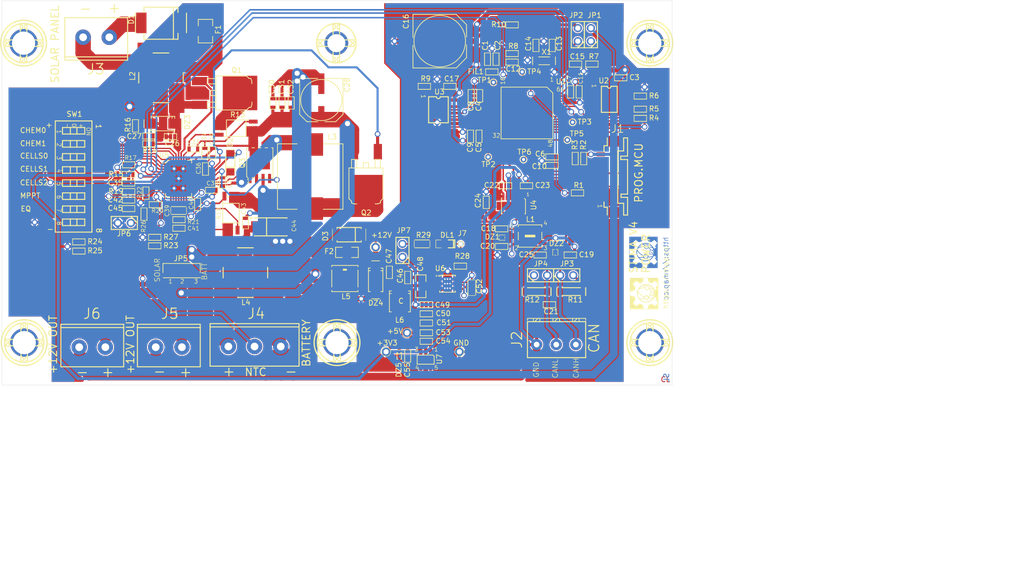
<source format=kicad_pcb>
(kicad_pcb (version 20221018) (generator pcbnew)
  (title_block (title "Stima V4 Power") (rev "1.0"))
  (layers (0 "F.Cu" signal "Top Layer") (31 "B.Cu" signal "Bottom Layer") (34 "B.Paste" user "Bottom Paste") (35 "F.Paste" user "Top Paste") (36 "B.SilkS" user "Bottom Overlay") (37 "F.SilkS" user "Top Overlay") (38 "B.Mask" user "Bottom Solder") (39 "F.Mask" user "Top Solder") (44 "Edge.Cuts" user))
  (net 0 "")
  (net 1 "NetSW1_2")
  (net 2 "NetSW1_1")
  (net 3 "TXD")
  (net 4 "SYSTEM")
  (net 5 "SWO")
  (net 6 "SWDIO")
  (net 7 "SWCLK")
  (net 8 "RXD")
  (net 9 "NetU1_53")
  (net 10 "NetU1_36")
  (net 11 "NetU1_34")
  (net 12 "NetR25_2")
  (net 13 "NetR24_2")
  (net 14 "NetSW1_5")
  (net 15 "NetSW1_4")
  (net 16 "NetSW1_3")
  (net 17 "NetR28_1")
  (net 18 "NetR22_2")
  (net 19 "NetR20_2")
  (net 20 "NetR20_1")
  (net 21 "NetR17_2")
  (net 22 "NetR6_2")
  (net 23 "NetQ3_G2")
  (net 24 "NetQ3_G1")
  (net 25 "NetQ1_2")
  (net 26 "NetL3_2")
  (net 27 "NetJP7_2")
  (net 28 "NetJP6_1")
  (net 29 "NetJP4_1")
  (net 30 "NetJP2_2")
  (net 31 "NetJP1_1")
  (net 32 "+")
  (net 33 "NTC")
  (net 34 "NetJ1_2")
  (net 35 "NetF2_2")
  (net 36 "NetD3_1")
  (net 37 "NetC52_2")
  (net 38 "NetC46_1")
  (net 39 "NetC43_1")
  (net 40 "NetC42_1")
  (net 41 "NetC41_2")
  (net 42 "NetC41_1")
  (net 43 "NetC39_1")
  (net 44 "NetC38_1")
  (net 45 "NetC37_1")
  (net 46 "NetC35_1")
  (net 47 "NetC33_2")
  (net 48 "NetC29_2")
  (net 49 "NetC28_1")
  (net 50 "NetC27_2")
  (net 51 "NetC26_1")
  (net 52 "NetC21_2")
  (net 53 "NetC20_2")
  (net 54 "NetC18_2")
  (net 55 "NetC16_1")
  (net 56 "NetC1_1")
  (net 57 "INTVCC")
  (net 58 "I2C1_SDA")
  (net 59 "I2C1_SCL")
  (net 60 "F_SCK")
  (net 61 "F_I/O3")
  (net 62 "F_I/O2")
  (net 63 "F_I/O1")
  (net 64 "F_I/O0")
  (net 65 "F_-CS")
  (net 66 "NetF1_2")
  (net 67 "NetD1_2")
  (net 68 "NetD1_1")
  (net 69 "NetU1_33")
  (net 70 "NetJP3_2")
  (net 71 "NetDL1_2")
  (net 72 "NetDL1_1")
  (net 73 "NetC46_2")
  (net 74 "NetC40_2")
  (net 75 "NetC39_2")
  (net 76 "NetC15_1")
  (net 77 "NetC14_1")
  (net 78 "NetC13_1")
  (net 79 "GND")
  (net 80 "-")
  (net 81 "CANL")
  (net 82 "CANH")
  (net 83 "-RESET")
  (net 84 "+12V")
  (net 85 "+5V")
  (net 86 "+3V3")
  (net 87 "NetC33_1")
  (net 88 "NetC37_2")
  (net 89 "NetC45_1")
  (net 90 "NetJ3_1")
  (net 91 "NetQ1_1")
  (net 92 "NetQ2_1")
  (net 93 "NetTP1_1")
  (net 94 "NetTP2_1")
  (net 95 "NetTP3_1")
  (net 96 "NetTP4_1")
  (net 97 "NetTP5_1")
  (net 98 "NetTP6_1")
  (footprint "ARGO ST.IntLib:LQFP64" (layer "F.Cu") (at 189.11209 83.4496 -90)
    (fp_text reference "U1")
    (fp_text value "STM32L452RCT6" hide)
  )
  (footprint "ARGO Passive Component.IntLib:0603" (layer "F.Cu") (at 183.2991 79.6036 180)
    (fp_text reference "C12")
    (fp_text value "100nF" hide)
  )
  (footprint "ARGO Passive Component.IntLib:0603" (layer "F.Cu") (at 166.6621 130.2766 180)
    (fp_text reference "C51")
    (fp_text value "10uF" hide)
  )
  (footprint "ARGO Miscellanea.IntLib:TO252 (DPAK)" (layer "F.Cu") (at 156.4259 97.0026 180)
    (fp_text reference "Q2")
    (fp_text value "SQD40131EL_GE3" hide)
  )
  (footprint "ARGO.PcbLib:CRYST_ECS" (layer "F.Cu") (at 187.0837 79.3496)
    (fp_text reference "X1")
    (fp_text value "32.768KHz" hide)
  )
  (footprint "ARGO Passive Component.IntLib:0603" (layer "F.Cu") (at 166.6621 126.7206 180)
    (fp_text reference "C49")
    (fp_text value "10uF" hide)
  )
  (footprint "ARGO PcbLib-Trad1.PcbLib:ViteDado4" (layer "F.Cu") (at 209.2071 75.9206 -90)
    (fp_text reference "A1")
    (fp_text value "ViteDado" hide)
  )
  (footprint "ARGO Passive Component.IntLib:STRIP2P" (layer "F.Cu") (at 108.4961 110.8456 180)
    (fp_text reference "JP6")
    (fp_text value "Strip 2p PTH" hide)
  )
  (footprint "ARGO Passive Component.IntLib:0603" (layer "F.Cu") (at 162.2171 120.6246 -90)
    (fp_text reference "C46")
    (fp_text value "100nF" hide)
  )
  (footprint "ARGO Passive Component.IntLib:0603" (layer "F.Cu") (at 174.4091 93.1926 -90)
    (fp_text reference "C9")
    (fp_text value "4.7uF" hide)
  )
  (footprint "ARGO Passive Component.IntLib:DO-214AB" (layer "F.Cu") (at 118.1481 71.9836 180)
    (fp_text reference "D1")
    (fp_text value "S5G" hide)
  )
  (footprint "ARGO Passive Component.IntLib:0603" (layer "F.Cu") (at 177.4571 106.0196 -90)
    (fp_text reference "C24")
    (fp_text value "100nF" hide)
  )
  (footprint "ARGO Miscellanea.IntLib:POWERDI5060-8-MIO" (layer "F.Cu") (at 131.6101 102.2096)
    (fp_text reference "Q3")
    (fp_text value "DMTH4011SPD-13" hide)
  )
  (footprint "ARGO Passive Component.IntLib:0603" (layer "F.Cu") (at 179.6161 115.4176)
    (fp_text reference "C20")
    (fp_text value "220pF" hide)
  )
  (footprint "ARGO Passive Component.IntLib:0603" (layer "F.Cu") (at 177.7111 81.5086)
    (fp_text reference "FIL1")
    (fp_text value "BLM18BD102SN1D" hide)
  )
  (footprint "ARGO Passive Component.IntLib:0603" (layer "F.Cu") (at 122.9741 101.1936 90)
    (fp_text reference "C36")
    (fp_text value "10uF 35V" hide)
  )
  (footprint "ARGO Miscellanea.IntLib:HVSON14 MIO" (layer "F.Cu") (at 184.6961 106.045 180)
    (fp_text reference "U4")
    (fp_text value "TJA1443ATK" hide)
  )
  (footprint "ARGO Passive Component.IntLib:TP" (layer "F.Cu") (at 155.9941 115.5446)
    (fp_text reference "+12V")
    (fp_text value "TestPoint" hide)
  )
  (footprint "ARGO Passive Component.IntLib:0805" (layer "F.Cu") (at 174.6631 124.4346 90)
    (fp_text reference "C52")
    (fp_text value "1uF" hide)
  )
  (footprint "ARGO Passive Component.IntLib:0603" (layer "F.Cu") (at 166.6621 128.4986 180)
    (fp_text reference "C50")
    (fp_text value "10uF" hide)
  )
  (footprint "ARGO Passive Component.IntLib:0603" (layer "F.Cu") (at 124.3711 96.3676 -90)
    (fp_text reference "C29")
    (fp_text value "330nF" hide)
  )
  (footprint "ARGO Passive Component.IntLib:8X10_5" (layer "F.Cu") (at 145.4531 90.1446 180)
    (fp_text reference "C28")
    (fp_text value "100uF 50V" hide)
  )
  (footprint "ARGO Passive Component.IntLib:0805" (layer "F.Cu") (at 116.7511 108.4326)
    (fp_text reference "C39")
    (fp_text value "330nF" hide)
  )
  (footprint "ARGO Passive Component.IntLib:0603" (layer "F.Cu") (at 139.6111 88.3666 90)
    (fp_text reference "C32")
    (fp_text value "10uF 35V" hide)
  )
  (footprint "ARGO Texas.IntLib:SO8" (layer "F.Cu") (at 165.1381 86.9696 -90)
    (fp_text reference "U3")
    (fp_text value "AT25SF161SSHD" hide)
  )
  (footprint "ARGO Passive Component.IntLib:0603" (layer "F.Cu") (at 179.3621 79.8576 90)
    (fp_text reference "C2")
    (fp_text value "100nF" hide)
  )
  (footprint "ARGO ST.IntLib:SOT23_5" (layer "F.Cu") (at 166.6621 135.8646 180)
    (fp_text reference "U7")
    (fp_text value "ST732M33R" hide)
  )
  (footprint "ARGO Passive Component.IntLib:0603" (layer "F.Cu") (at 195.4911 86.2076 90)
    (fp_text reference "C11")
    (fp_text value "4.7uF" hide)
  )
  (footprint "ARGO Passive Component.IntLib:0603" (layer "F.Cu") (at 111.1631 95.4786)
    (fp_text reference "R14")
    (fp_text value "294K" hide)
  )
  (footprint "ARGO Passive Component.IntLib:0603" (layer "F.Cu") (at 193.8401 84.5566 -90)
    (fp_text reference "C7")
    (fp_text value "100nF" hide)
  )
  (footprint "ARGO.PcbLib:CS" (layer "F.Cu") (at 221.6581 132.9436 90)
    (fp_text reference "CS1" hide)
    (fp_text value "Circuito Stampato" hide)
  )
  (footprint "ARGO Passive Component.IntLib:0603" (layer "F.Cu") (at 176.1871 86.9696 90)
    (fp_text reference "C4")
    (fp_text value "100nF" hide)
  )
  (footprint "ARGO Passive Component.IntLib:STRIP2P" (layer "F.Cu") (at 195.2371 75.5396 90)
    (fp_text reference "JP2")
    (fp_text value "Strip 2p PTH" hide)
  )
  (footprint "ARGO Passive Component.IntLib:TP_P" (layer "F.Cu") (at 194.2211 91.2876)
    (fp_text reference "TP3")
    (fp_text value "TestPoint" hide)
  )
  (footprint "ARGO Passive Component.IntLib:0603" (layer "F.Cu") (at 136.0551 88.3666 90)
    (fp_text reference "C30")
    (fp_text value "100nF" hide)
  )
  (footprint "ARGO Passive Component.IntLib:0603" (layer "F.Cu") (at 189.3951 99.6696)
    (fp_text reference "C10")
    (fp_text value "4.7uF" hide)
  )
  (footprint "ARGO Passive Component.IntLib:0603" (layer "F.Cu") (at 165.0111 133.8326)
    (fp_text reference "C54")
    (fp_text value "100nF" hide)
  )
  (footprint "ARGO Passive Component.IntLib:0603" (layer "F.Cu") (at 117.0051 94.0816 180)
    (fp_text reference "C26")
    (fp_text value "10uF 35V" hide)
  )
  (footprint "ARGO PcbLib-Trad1.PcbLib:ViteDado4" (layer "F.Cu") (at 209.2071 134.0866 -90)
    (fp_text reference "A2")
    (fp_text value "ViteDado" hide)
  )
  (footprint "ARGO Passive Component.IntLib:TP_P" (layer "F.Cu") (at 184.6961 98.5266)
    (fp_text reference "TP6")
    (fp_text value "TestPoint" hide)
  )
  (footprint "ARGO Passive Component.IntLib:0603" (layer "F.Cu") (at 187.1091 77.1906 90)
    (fp_text reference "C14")
    (fp_text value "15pF" hide)
  )
  (footprint "ARGO Passive Component.IntLib:0603" (layer "F.Cu") (at 130.7211 111.6076 90)
    (fp_text reference "C43")
    (fp_text value "10uF 35V" hide)
  )
  (footprint "ARGO Passive Component.IntLib:STRIP2P" (layer "F.Cu") (at 186.7281 121.0056)
    (fp_text reference "JP4")
    (fp_text value "Strip 2p PTH" hide)
  )
  (footprint "ARGO.PcbLib:COIL COILCRAFT XAL4020-MIO" (layer "F.Cu") (at 160.6931 124.8156 -90)
    (fp_text reference "L6")
    (fp_text value "XAL4020-222MEC" hide)
  )
  (footprint "ARGO Passive Component.IntLib:0603" (layer "F.Cu") (at 190.2841 77.1906 90)
    (fp_text reference "C13")
    (fp_text value "15pF" hide)
  )
  (footprint "ARGO Passive Component.IntLib:0603" (layer "F.Cu") (at 184.4421 103.6066)
    (fp_text reference "C23")
    (fp_text value "100nF" hide)
  )
  (footprint "ARGO Passive Component.IntLib:0603" (layer "F.Cu") (at 206.5401 90.5256)
    (fp_text reference "R4")
    (fp_text value "4K7" hide)
  )
  (footprint "ARGO Passive Component.IntLib:0603" (layer "F.Cu") (at 97.5741 114.5286)
    (fp_text reference "R24")
    (fp_text value "10K" hide)
  )
  (footprint "ARGO Passive Component.IntLib:0603" (layer "F.Cu") (at 111.0361 109.9566 90)
    (fp_text reference "R26")
    (fp_text value "10K" hide)
  )
  (footprint "ARGO Passive Component.IntLib:0603" (layer "F.Cu") (at 108.8771 103.0986 180)
    (fp_text reference "C35")
    (fp_text value "100pF" hide)
  )
  (footprint "ARGO Passive Component.IntLib:TP_P" (layer "F.Cu") (at 178.8541 83.5406)
    (fp_text reference "TP1")
    (fp_text value "TestPoint" hide)
  )
  (footprint "ARGO Passive Component.IntLib:0603" (layer "F.Cu") (at 112.8141 93.9546 180)
    (fp_text reference "C27")
    (fp_text value "2.2nF" hide)
  )
  (footprint "ARGO Passive Component.IntLib:DIPSWITCH8P-TRISTATE" (layer "F.Cu") (at 102.2731 92.9386 -90)
    (fp_text reference "SW1")
    (fp_text value "TDS08SGNNTR04" hide)
  )
  (footprint "ARGO Passive Component.IntLib:0603" (layer "F.Cu") (at 121.4501 106.4006 -90)
    (fp_text reference "C40")
    (fp_text value "1nF" hide)
  )
  (footprint "ARGO Passive Component.IntLib:0603" (layer "F.Cu") (at 177.7111 79.8576 90)
    (fp_text reference "C1")
    (fp_text value "4.7uF" hide)
  )
  (footprint "ARGO Passive Component.IntLib:0603" (layer "F.Cu") (at 111.4171 105.8926 90)
    (fp_text reference "R22")
    (fp_text value "95K3" hide)
  )
  (footprint "ARGO Passive Component.IntLib:SOD 523(SC-79)" (layer "F.Cu") (at 160.5661 135.8646 -90)
    (fp_text reference "DZ5")
    (fp_text value "PESD5Z3.3" hide)
  )
  (footprint "ARGO.PcbLib:TDFN 12L MIO" (layer "F.Cu") (at 168.1861 121.3866)
    (fp_text reference "U6")
    (fp_text value "MAX20077ATCA/VY+" hide)
  )
  (footprint "ARGO Passive Component.IntLib:0603" (layer "F.Cu") (at 194.7291 97.5106 -90)
    (fp_text reference "R3")
    (fp_text value "10K" hide)
  )
  (footprint "ARGO Passive Component.IntLib:CONN_2P-P508CL" (layer "F.Cu") (at 99.2251 74.7776)
    (fp_text reference "J3")
    (fp_text value "2P" hide)
  )
  (footprint "ARGO Passive Component.IntLib:0603" (layer "F.Cu") (at 107.2261 104.7496)
    (fp_text reference "R19")
    (fp_text value "200R" hide)
  )
  (footprint "ARGO Passive Component.IntLib:0603" (layer "F.Cu") (at 171.6151 119.2276)
    (fp_text reference "R28")
    (fp_text value "10K" hide)
  )
  (footprint "ARGO Passive Component.IntLib:0603" (layer "F.Cu") (at 108.8771 99.5426 180)
    (fp_text reference "R17")
    (fp_text value "10K" hide)
  )
  (footprint "ARGO Passive Component.IntLib:QFN-3L-DFN1110-MIO" (layer "F.Cu") (at 179.9971 113.6904 180)
    (fp_text reference "DZ1")
    (fp_text value "ESDCAN03-2BM3Y" hide)
  )
  (footprint "ARGO Analog Dev.IntLib:SO8" (layer "F.Cu") (at 198.2851 84.9376 -90)
    (fp_text reference "U2")
    (fp_text value "CAT24C64WI" hide)
  )
  (footprint "ARGO Miscellanea.IntLib:FILTRO KEMET SBS9080-MIO" (layer "F.Cu") (at 117.3861 79.6036 -90)
    (fp_text reference "L2")
    (fp_text value "SBS9080-509T" hide)
  )
  (footprint "ARGO Passive Component.IntLib:0603" (layer "F.Cu") (at 122.8471 96.3676 -90)
    (fp_text reference "C34")
    (fp_text value "1uF" hide)
  )
  (footprint "ARGO Passive Component.IntLib:ACT45B TDK-MIO" (layer "F.Cu") (at 183.5531 112.1156)
    (fp_text reference "L1")
    (fp_text value "ACT45B-110-2P-TL003" hide)
  )
  (footprint "ARGO Passive Component.IntLib:MOLEX8P1_25SMD" (layer "F.Cu") (at 199.6821 106.2606 90)
    (fp_text reference "J1")
    (fp_text value "Pico Blade 8p 53398-0871" hide)
  )
  (footprint "ARGO Passive Component.IntLib:TP" (layer "F.Cu") (at 158.0261 135.8646)
    (fp_text reference "+3V3")
    (fp_text value "TestPoint" hide)
  )
  (footprint "ARGO Passive Component.IntLib:0603" (layer "F.Cu") (at 187.1091 117.0686)
    (fp_text reference "C25")
    (fp_text value "220pF" hide)
  )
  (footprint "ARGO Passive Component.IntLib:Case C-TC6032-2412" (layer "F.Cu") (at 133.1341 111.6076)
    (fp_text reference "C44")
    (fp_text value "10uF 25V" hide)
  )
  (footprint "ARGO Passive Component.IntLib:0603" (layer "F.Cu") (at 208.1911 86.2076 180)
    (fp_text reference "R6")
    (fp_text value "10K" hide)
  )
  (footprint "ARGO Passive Component.IntLib:0603" (layer "F.Cu") (at 204.3811 82.6516 180)
    (fp_text reference "C3")
    (fp_text value "100nF" hide)
  )
  (footprint "ARGO Passive Component.IntLib:TP_P" (layer "F.Cu") (at 184.4421 81.5086)
    (fp_text reference "TP4")
    (fp_text value "TestPoint" hide)
  )
  (footprint "ARGO Passive Component.IntLib:TP_P" (layer "F.Cu") (at 177.8381 98.0186)
    (fp_text reference "TP2")
    (fp_text value "TestPoint" hide)
  )
  (footprint "ARGO Passive Component.IntLib:0603" (layer "F.Cu") (at 118.6561 111.8616 180)
    (fp_text reference "C41")
    (fp_text value "100nF" hide)
  )
  (footprint "ARGO.PcbLib:RES CURRSENS 4P WSK2512" (layer "F.Cu") (at 128.9431 92.4306 180)
    (fp_text reference "R13")
    (fp_text value "WSK2512xx" hide)
  )
  (footprint "ARGO Passive Component.IntLib:0603" (layer "F.Cu") (at 123.3551 104.4956)
    (fp_text reference "C38")
    (fp_text value "2.2uF" hide)
  )
  (footprint "ARGO Passive Component.IntLib:0603" (layer "F.Cu") (at 191.0461 98.0186 180)
    (fp_text reference "C6")
    (fp_text value "100nF" hide)
  )
  (footprint "ARGO Passive Component.IntLib:10X8-10_5" (layer "F.Cu") (at 172.8851 75.5396 -90)
    (fp_text reference "C16")
    (fp_text value "0.1F 5V5" hide)
  )
  (footprint "ARGO Passive Component.IntLib:0603" (layer "F.Cu") (at 194.6021 117.0686 180)
    (fp_text reference "C19")
    (fp_text value "220pF" hide)
  )
  (footprint "ARGO PcbLib-Trad1.PcbLib:VIAS0_8" (layer "F.Cu") (at 172.5041 114.9096)
    (fp_text reference "J7")
    (fp_text value "VIAS1" hide)
  )
  (footprint "ARGO Passive Component.IntLib:0603" (layer "F.Cu") (at 182.0291 103.6066 180)
    (fp_text reference "C22")
    (fp_text value "100nF" hide)
  )
  (footprint "ARGO.PcbLib:MELFRESMMA0204" (layer "F.Cu") (at 185.4581 124.1806)
    (fp_text reference "R12")
    (fp_text value "MMA0204 60R4" hide)
  )
  (footprint "ARGO Passive Component.IntLib:STRIP2P" (layer "F.Cu") (at 191.8081 121.0056)
    (fp_text reference "JP3")
    (fp_text value "Strip 2p PTH" hide)
  )
  (footprint "ARGO Passive Component.IntLib:1206" (layer "F.Cu") (at 164.7571 121.6406 -90)
    (fp_text reference "C48")
    (fp_text value "4.7uF 35V" hide)
  )
  (footprint "ARGO Passive Component.IntLib:0603" (layer "F.Cu") (at 97.5741 116.3066)
    (fp_text reference "R25")
    (fp_text value "10K" hide)
  )
  (footprint "ARGO.PcbLib:SMA" (layer "F.Cu") (at 117.0051 91.5416 180)
    (fp_text reference "DZ3")
    (fp_text value "SMAJ28A" hide)
  )
  (footprint "ARGO Passive Component.IntLib:0805" (layer "F.Cu") (at 166.0271 114.9096 180)
    (fp_text reference "R29")
    (fp_text value "1K" hide)
  )
  (footprint "ARGO Linear.IntLib:UHF QFN38 MIO" (layer "F.Cu") (at 115.1001 99.4156 -90)
    (fp_text reference "U5")
    (fp_text value "LTC4015EUHF#PBF" hide)
  )
  (footprint "ARGO Passive Component.IntLib:0603" (layer "F.Cu") (at 193.9671 79.9846)
    (fp_text reference "C15")
    (fp_text value "100nF" hide)
  )
  (footprint "ARGO Passive Component.IntLib:0603" (layer "F.Cu") (at 194.3481 105.0036)
    (fp_text reference "R1")
    (fp_text value "0R" hide)
  )
  (footprint "ARGO Passive Component.IntLib:0603" (layer "F.Cu") (at 107.2261 101.4476)
    (fp_text reference "R15")
    (fp_text value "10K" hide)
  )
  (footprint "ARGO Miscellanea.IntLib:FILTRO KEMET SBS9080-MIO" (layer "F.Cu") (at 127.6731 123.5456 90)
    (fp_text reference "L4")
    (fp_text value "SBS9080-509T" hide)
  )
  (footprint "ARGO.PcbLib:RES CURRSENS 4P WSK2512" (layer "F.Cu") (at 127.9271 108.9406 90)
    (fp_text reference "R18")
    (fp_text value "WSK2512 10mOHM?" hide)
  )
  (footprint "ARGO Passive Component.IntLib:QMELFD" (layer "F.Cu") (at 153.2001 113.1316 180)
    (fp_text reference "D3")
    (fp_text value "SM4007" hide)
  )
  (footprint "ARGO Passive Component.IntLib:0603" (layer "F.Cu") (at 126.2761 102.0826 -90)
    (fp_text reference "C37")
    (fp_text value "470nF" hide)
  )
  (footprint "ARGO Passive Component.IntLib:CONN_2P-P508CL" (layer "F.Cu") (at 118.4021 134.9756 180)
    (fp_text reference "J5")
    (fp_text value "2P" hide)
  )
  (footprint "ARGO Passive Component.IntLib:0603" (layer "F.Cu") (at 165.0111 132.1816)
    (fp_text reference "C53")
    (fp_text value "1uF" hide)
  )
  (footprint "ARGO Passive Component.IntLib:ViteDado3" (layer "F.Cu") (at 148.3741 75.9206)
    (fp_text reference "A6" hide)
    (fp_text value "ViteDado" hide)
  )
  (footprint "ARGO Passive Component.IntLib:TP_P" (layer "F.Cu") (at 193.2051 94.7166)
    (fp_text reference "TP5")
    (fp_text value "TestPoint" hide)
  )
  (footprint "ARGO Passive Component.IntLib:0603" (layer "F.Cu") (at 188.8871 126.7206)
    (fp_text reference "C21")
    (fp_text value "100nF" hide)
  )
  (footprint "ARGO.PcbLib:SMA" (layer "F.Cu") (at 155.9941 119.6086 -90)
    (fp_text reference "DZ4")
    (fp_text value "SMAJ28A" hide)
  )
  (footprint "ARGO PcbLib-Trad1.PcbLib:ViteDado4" (layer "F.Cu") (at 87.6681 75.9206 -90)
    (fp_text reference "A4")
    (fp_text value "ViteDado" hide)
  )
  (footprint "ARGO Passive Component.IntLib:CONN_3P-P508CL" (layer "F.Cu") (at 137.5791 134.8486 180)
    (fp_text reference "J4")
    (fp_text value "MORSETTO 3P" hide)
  )
  (footprint "ARGO Passive Component.IntLib:0603" (layer "F.Cu") (at 117.0051 110.2106)
    (fp_text reference "R21")
    (fp_text value "301K 0.1%" hide)
  )
  (footprint "ARGO Passive Component.IntLib:DSOD80" (layer "F.Cu") (at 127.8001 100.9396 90)
    (fp_text reference "D2")
    (fp_text value "LL4148" hide)
  )
  (footprint "ARGO Passive Component.IntLib:CONN_2P-P508CL" (layer "F.Cu") (at 103.5431 134.9756 180)
    (fp_text reference "J6")
    (fp_text value "2P" hide)
  )
  (footprint "ARGO.PcbLib:MELFRESMMA0204" (layer "F.Cu") (at 192.1891 124.1806)
    (fp_text reference "R11")
    (fp_text value "MMA0204 60R4" hide)
  )
  (footprint "ARGO Passive Component.IntLib:0805-led" (layer "F.Cu") (at 170.4721 114.9096 180)
    (fp_text reference "DL1")
    (fp_text value "VERDE" hide)
  )
  (footprint "ARGO Passive Component.IntLib:0603" (layer "F.Cu") (at 179.6161 111.9886)
    (fp_text reference "C18")
    (fp_text value "220pF" hide)
  )
  (footprint "ARGO Passive Component.IntLib:STRIP2P" (layer "F.Cu") (at 197.7771 75.5396 90)
    (fp_text reference "JP1")
    (fp_text value "Strip 2p PTH" hide)
  )
  (footprint "ARGO Passive Component.IntLib:0603" (layer "F.Cu") (at 158.6611 119.6086 -90)
    (fp_text reference "C47")
    (fp_text value "1nF" hide)
  )
  (footprint "ARGO Passive Component.IntLib:1206" (layer "F.Cu") (at 151.9301 116.5606 180)
    (fp_text reference "F2")
    (fp_text value "MF-NSMF150" hide)
  )
  (footprint "ARGO Passive Component.IntLib:TP" (layer "F.Cu") (at 162.0901 132.1816)
    (fp_text reference "+5V")
    (fp_text value "TestPoint" hide)
  )
  (footprint "ARGO Passive Component.IntLib:0603" (layer "F.Cu") (at 137.8331 88.3666 90)
    (fp_text reference "C31")
    (fp_text value "10uF 35V" hide)
  )
  (footprint "ARGO PcbLib-Trad1.PcbLib:ViteDado4" (layer "F.Cu") (at 87.7951 134.0866 -90)
    (fp_text reference "A3")
    (fp_text value "ViteDado" hide)
  )
  (footprint "ARGO Passive Component.IntLib:0603" (layer "F.Cu") (at 113.9571 113.6396 180)
    (fp_text reference "R27")
    (fp_text value "*" hide)
  )
  (footprint "ARGO Passive Component.IntLib:0603" (layer "F.Cu") (at 108.8771 106.4006 180)
    (fp_text reference "C42")
    (fp_text value "10nF" hide)
  )
  (footprint "ARGO Passive Component.IntLib:CONN_3P-P381" (layer "F.Cu") (at 194.8561 134.4676 180)
    (fp_text reference "J2")
    (fp_text value "3P" hide)
  )
  (footprint "ARGO Passive Component.IntLib:0603" (layer "F.Cu") (at 198.7931 79.9846 180)
    (fp_text reference "R7")
    (fp_text value "100K" hide)
  )
  (footprint "ARGO Passive Component.IntLib:JUMP3S" (layer "F.Cu") (at 115.8621 120.1166)
    (fp_text reference "JP5")
    (fp_text value "JUMP3S" hide)
  )
  (footprint "ARGO Passive Component.IntLib:0603" (layer "F.Cu") (at 206.5401 88.7476)
    (fp_text reference "R5")
    (fp_text value "4K7" hide)
  )
  (footprint "ARGO Passive Component.IntLib:0603" (layer "F.Cu") (at 171.2341 84.3026 180)
    (fp_text reference "C17")
    (fp_text value "100nF" hide)
  )
  (footprint "ARGO Passive Component.IntLib:TP" (layer "F.Cu") (at 172.2501 135.8646)
    (fp_text reference "GND")
    (fp_text value "TestPoint" hide)
  )
  (footprint "ARGO Passive Component.IntLib:QFN-3L-DFN1110-MIO" (layer "F.Cu") (at 190.8683 116.0272 90)
    (fp_text reference "DZ2")
    (fp_text value "ESDCAN03-2BM3Y" hide)
  )
  (footprint "ARGO Passive Component.IntLib:0603" (layer "F.Cu") (at 174.5361 85.3186 -90)
    (fp_text reference "C8")
    (fp_text value "4.7uF" hide)
  )
  (footprint "ARGO Passive Component.IntLib:0603" (layer "F.Cu") (at 183.2991 72.3646 180)
    (fp_text reference "R10")
    (fp_text value "1K" hide)
  )
  (footprint "ARGO Passive Component.IntLib:ViteDado4" (layer "F.Cu") (at 148.5011 134.0866)
    (fp_text reference "A5" hide)
    (fp_text value "ViteDado" hide)
  )
  (footprint "ARGO Passive Component.IntLib:0603" (layer "F.Cu") (at 176.0601 94.8436 90)
    (fp_text reference "C5")
    (fp_text value "100nF" hide)
  )
  (footprint "ARGO Passive Component.IntLib:0603" (layer "F.Cu") (at 112.3061 115.2906)
    (fp_text reference "R23")
    (fp_text value "*" hide)
  )
  (footprint "ARGO Passive Component.IntLib:0603" (layer "F.Cu") (at 112.4331 107.2896)
    (fp_text reference "R20")
    (fp_text value "10K" hide)
  )
  (footprint "ARGO Passive Component.IntLib:0603" (layer "F.Cu") (at 119.7991 96.4946)
    (fp_text reference "C33")
    (fp_text value "1nF" hide)
  )
  (footprint "ARGO Miscellanea.IntLib:FILTRO DLW5B MIO" (layer "F.Cu") (at 148.3741 119.6086)
    (fp_text reference "L5")
    (fp_text value "DLW5BTM142TQ2L" hide)
  )
  (footprint "ARGO Passive Component.IntLib:0603" (layer "F.Cu") (at 196.3801 97.5106 -90)
    (fp_text reference "R2")
    (fp_text value "100K" hide)
  )
  (footprint "ARGO Passive Component.IntLib:STRIP2P" (layer "F.Cu") (at 161.2011 117.4496 90)
    (fp_text reference "JP7")
    (fp_text value "Strip 2p trad." hide)
  )
  (footprint "ARGO.PcbLib:COIL BOURNS SRP1265A-MIO" (layer "F.Cu") (at 143.2941 96.2406 -90)
    (fp_text reference "L3")
    (fp_text value "SRP1265A-100M" hide)
  )
  (footprint "ARGO Passive Component.IntLib:0603" (layer "F.Cu") (at 162.2171 135.8646 -90)
    (fp_text reference "C55")
    (fp_text value "1uF" hide)
  )
  (footprint "ARGO Passive Component.IntLib:0603" (layer "F.Cu") (at 183.2991 77.9526 180)
    (fp_text reference "R8")
    (fp_text value "100K" hide)
  )
  (footprint "ARGO Passive Component.IntLib:0603" (layer "F.Cu") (at 108.8771 108.0516 180)
    (fp_text reference "C45")
    (fp_text value "220nF" hide)
  )
  (footprint "ARGO Passive Component.IntLib:0603" (layer "F.Cu") (at 109.3851 91.1606 -90)
    (fp_text reference "R16")
    (fp_text value "10K" hide)
  )
  (footprint "ARGO Passive Component.IntLib:1210" (layer "F.Cu") (at 122.9741 71.9836 -90)
    (fp_text reference "F1")
    (fp_text value "MMF-USML600/6-2" hide)
  )
  (footprint "ARGO Passive Component.IntLib:0603" (layer "F.Cu") (at 164.6301 84.3026)
    (fp_text reference "R9")
    (fp_text value "10K" hide)
  )
  (footprint "ARGO Miscellanea.IntLib:TO252 (DPAK)" (layer "F.Cu") (at 121.8311 83.2866 -90)
    (fp_text reference "Q1")
    (fp_text value "DMTH43M8LK3Q-13" hide)
  )
  (gr_poly (pts (xy 208.57373 117.09639) (xy 208.57373 117.09994) (xy 208.58437 117.09994) (xy 208.58437 117.10349) (xy 208.59147 117.10349) (xy 208.59147 117.10704) (xy 208.59856 117.10704) (xy 208.59856 117.11059) (xy 208.60211 117.11059) (xy 208.60211 117.11414) (xy 208.60566 117.11414) (xy 208.60566 117.11768) (xy 208.60921 117.11768) (xy 208.60921 117.12123) (xy 208.61276 117.12123) (xy 208.61276 117.12833) (xy 208.61631 117.12833) (xy 208.61631 117.13188) (xy 208.61986 117.13188) (xy 208.61986 117.13898) (xy 208.6234 117.13898) (xy 208.6234 117.14962) (xy 208.62695 117.14962) (xy 208.62695 117.1851) (xy 208.6234 117.1851) (xy 208.6234 117.19575) (xy 208.61986 117.19575) (xy 208.61986 117.20284) (xy 208.61631 117.20284) (xy 208.61631 117.20994) (xy 208.61276 117.20994) (xy 208.61276 117.21349) (xy 208.60921 117.21349) (xy 208.60921 117.21704) (xy 208.60566 117.21704) (xy 208.60566 117.22059) (xy 208.60211 117.22059) (xy 208.60211 117.22413) (xy 208.59856 117.22413) (xy 208.59856 117.22768) (xy 208.59147 117.22768) (xy 208.59147 117.23123) (xy 208.58082 117.23123) (xy 208.58082 117.22768) (xy 208.57727 117.22768) (xy 208.57727 117.21349) (xy 208.58082 117.21349) (xy 208.58082 117.20994) (xy 208.58437 117.20994) (xy 208.58437 117.20639) (xy 208.59147 117.20639) (xy 208.59147 117.1993) (xy 208.59502 117.1993) (xy 208.59502 117.19575) (xy 208.59856 117.19575) (xy 208.59856 117.18865) (xy 208.60211 117.18865) (xy 208.60211 117.18155) (xy 208.60566 117.18155) (xy 208.60566 117.15317) (xy 208.60211 117.15317) (xy 208.60211 117.14607) (xy 208.59856 117.14607) (xy 208.59856 117.13898) (xy 208.59502 117.13898) (xy 208.59502 117.13543) (xy 208.59147 117.13543) (xy 208.59147 117.13188) (xy 208.58792 117.13188) (xy 208.58792 117.12833) (xy 208.58437 117.12833) (xy 208.58437 117.12478) (xy 208.57727 117.12478) (xy 208.57727 117.12123) (xy 208.57018 117.12123) (xy 208.57018 117.11768) (xy 208.54534 117.11768) (xy 208.54534 117.12123) (xy 208.5347 117.12123) (xy 208.5347 117.12478) (xy 208.5276 117.12478) (xy 208.5276 117.12833) (xy 208.52405 117.12833) (xy 208.52405 117.13188) (xy 208.5205 117.13188) (xy 208.5205 117.13543) (xy 208.51695 117.13543) (xy 208.51695 117.13898) (xy 208.51341 117.13898) (xy 208.51341 117.14607) (xy 208.50986 117.14607) (xy 208.50986 117.15317) (xy 208.50631 117.15317) (xy 208.50631 117.18155) (xy 208.50986 117.18155) (xy 208.50986 117.1922) (xy 208.51341 117.1922) (xy 208.51341 117.20639) (xy 208.51695 117.20639) (xy 208.51695 117.21704) (xy 208.5205 117.21704) (xy 208.5205 117.23123) (xy 208.52405 117.23123) (xy 208.52405 117.24542) (xy 208.5276 117.24542) (xy 208.5276 117.25607) (xy 208.53115 117.25607) (xy 208.53115 117.27026) (xy 208.5347 117.27026) (xy 208.5347 117.28091) (xy 208.53824 117.28091) (xy 208.53824 117.2951) (xy 208.54179 117.2951) (xy 208.54179 117.30574) (xy 208.54534 117.30574) (xy 208.54534 117.31994) (xy 208.54889 117.31994) (xy 208.54889 117.33058) (xy 208.55244 117.33058) (xy 208.55244 117.34478) (xy 208.55598 117.34478) (xy 208.55598 117.35542) (xy 208.55953 117.35542) (xy 208.55953 117.36961) (xy 208.56308 117.36961) (xy 208.56308 117.38026) (xy 208.56663 117.38026) (xy 208.56663 117.39445) (xy 208.57018 117.39445) (xy 208.57018 117.4051) (xy 208.57373 117.4051) (xy 208.57373 117.41929) (xy 208.57727 117.41929) (xy 208.57727 117.42993) (xy 208.58082 117.42993) (xy 208.58082 117.44413) (xy 208.58437 117.44413) (xy 208.58437 117.45477) (xy 208.58792 117.45477) (xy 208.58792 117.46897) (xy 208.59147 117.46897) (xy 208.59147 117.48316) (xy 208.59502 117.48316) (xy 208.59502 117.49381) (xy 208.59856 117.49381) (xy 208.59856 117.508) (xy 208.60211 117.508) (xy 208.60211 117.51864) (xy 208.60566 117.51864) (xy 208.60566 117.53284) (xy 208.60921 117.53284) (xy 208.60921 117.54348) (xy 208.61276 117.54348) (xy 208.61276 117.55767) (xy 208.61631 117.55767) (xy 208.61631 117.57896) (xy 208.59856 117.57896) (xy 208.59856 117.57187) (xy 208.59502 117.57187) (xy 208.59502 117.56122) (xy 208.59147 117.56122) (xy 208.59147 117.54703) (xy 208.58792 117.54703) (xy 208.58792 117.53284) (xy 208.58437 117.53284) (xy 208.58437 117.52219) (xy 208.58082 117.52219) (xy 208.58082 117.508) (xy 208.57727 117.508) (xy 208.57727 117.49735) (xy 208.57373 117.49735) (xy 208.57373 117.48316) (xy 208.57018 117.48316) (xy 208.57018 117.47252) (xy 208.56663 117.47252) (xy 208.56663 117.45832) (xy 208.56308 117.45832) (xy 208.56308 117.44768) (xy 208.55953 117.44768) (xy 208.55953 117.43348) (xy 208.55598 117.43348) (xy 208.55598 117.42284) (xy 208.55244 117.42284) (xy 208.55244 117.40865) (xy 208.54889 117.40865) (xy 208.54889 117.398) (xy 208.54534 117.398) (xy 208.54534 117.38381) (xy 208.54179 117.38381) (xy 208.54179 117.37316) (xy 208.53824 117.37316) (xy 208.53824 117.35897) (xy 208.5347 117.35897) (xy 208.5347 117.34832) (xy 208.53115 117.34832) (xy 208.53115 117.33413) (xy 208.5276 117.33413) (xy 208.5276 117.32349) (xy 208.52405 117.32349) (xy 208.52405 117.30929) (xy 208.5205 117.30929) (xy 208.5205 117.2951) (xy 208.51695 117.2951) (xy 208.51695 117.28446) (xy 208.51341 117.28446) (xy 208.51341 117.27026) (xy 208.50986 117.27026) (xy 208.50986 117.25962) (xy 208.50631 117.25962) (xy 208.50631 117.24542) (xy 208.50276 117.24542) (xy 208.50276 117.23478) (xy 208.49921 117.23478) (xy 208.49921 117.22059) (xy 208.49566 117.22059) (xy 208.49566 117.20994) (xy 208.49212 117.20994) (xy 208.49212 117.19575) (xy 208.48857 117.19575) (xy 208.48857 117.18155) (xy 208.48502 117.18155) (xy 208.48502 117.14962) (xy 208.48857 117.14962) (xy 208.48857 117.13898) (xy 208.49212 117.13898) (xy 208.49212 117.13188) (xy 208.49566 117.13188) (xy 208.49566 117.12833) (xy 208.49921 117.12833) (xy 208.49921 117.12123) (xy 208.50276 117.12123) (xy 208.50276 117.11768) (xy 208.50631 117.11768) (xy 208.50631 117.11414) (xy 208.50986 117.11414) (xy 208.50986 117.11059) (xy 208.51695 117.11059) (xy 208.51695 117.10704) (xy 208.5205 117.10704) (xy 208.5205 117.10349) (xy 208.5276 117.10349) (xy 208.5276 117.09994) (xy 208.54179 117.09994) (xy 208.54179 117.09639) (xy 208.57018 117.09639)) (fill solid) (layer "B.Cu"))
  (gr_poly (pts (xy 208.27922 115.54578) (xy 208.28276 115.54578) (xy 208.28276 115.54933) (xy 208.28631 115.54933) (xy 208.28631 115.56353) (xy 208.28276 115.56353) (xy 208.28276 115.56707) (xy 208.27567 115.56707) (xy 208.27567 115.57062) (xy 208.26502 115.57062) (xy 208.26502 115.57417) (xy 208.25083 115.57417) (xy 208.25083 115.57772) (xy 208.24373 115.57772) (xy 208.24373 115.57417) (xy 208.24019 115.57417) (xy 208.24019 115.57062) (xy 208.23664 115.57062) (xy 208.23664 115.55998) (xy 208.24019 115.55998) (xy 208.24019 115.55643) (xy 208.24373 115.55643) (xy 208.24373 115.55288) (xy 208.25438 115.55288) (xy 208.25438 115.54933) (xy 208.26857 115.54933) (xy 208.26857 115.54578) (xy 208.27567 115.54578)) (fill solid) (layer "B.Cu"))
  (gr_poly (pts (xy 208.40341 115.42159) (xy 208.41051 115.42159) (xy 208.41051 115.44288) (xy 208.40341 115.44288) (xy 208.40341 115.44643) (xy 208.38922 115.44643) (xy 208.38922 115.44998) (xy 208.37857 115.44998) (xy 208.37857 115.45353) (xy 208.37502 115.45353) (xy 208.37502 115.45707) (xy 208.36793 115.45707) (xy 208.36793 115.46062) (xy 208.36438 115.46062) (xy 208.36438 115.46417) (xy 208.36083 115.46417) (xy 208.36083 115.46772) (xy 208.35728 115.46772) (xy 208.35728 115.47127) (xy 208.35373 115.47127) (xy 208.35373 115.47836) (xy 208.35018 115.47836) (xy 208.35018 115.48191) (xy 208.34663 115.48191) (xy 208.34663 115.48901) (xy 208.34309 115.48901) (xy 208.34309 115.49965) (xy 208.33954 115.49965) (xy 208.33954 115.53869) (xy 208.34309 115.53869) (xy 208.34309 115.54578) (xy 208.34663 115.54578) (xy 208.34663 115.55288) (xy 208.35018 115.55288) (xy 208.35018 115.55998) (xy 208.35373 115.55998) (xy 208.35373 115.56353) (xy 208.35728 115.56353) (xy 208.35728 115.56707) (xy 208.36083 115.56707) (xy 208.36083 115.57062) (xy 208.36438 115.57062) (xy 208.36438 115.57417) (xy 208.36793 115.57417) (xy 208.36793 115.57772) (xy 208.37147 115.57772) (xy 208.37147 115.58126) (xy 208.37857 115.58126) (xy 208.37857 115.58481) (xy 208.38567 115.58481) (xy 208.38567 115.58836) (xy 208.39986 115.58836) (xy 208.39986 115.59191) (xy 208.42825 115.59191) (xy 208.42825 115.58836) (xy 208.43534 115.58836) (xy 208.43534 115.59191) (xy 208.43889 115.59191) (xy 208.43889 115.59546) (xy 208.44244 115.59546) (xy 208.44244 115.59901) (xy 208.44954 115.59901) (xy 208.44954 115.60255) (xy 208.45308 115.60255) (xy 208.45308 115.6061) (xy 208.44599 115.6061) (xy 208.44599 115.60965) (xy 208.43534 115.60965) (xy 208.43534 115.6132) (xy 208.38922 115.6132) (xy 208.38922 115.60965) (xy 208.37857 115.60965) (xy 208.37857 115.6061) (xy 208.36793 115.6061) (xy 208.36793 115.60255) (xy 208.36083 115.60255) (xy 208.36083 115.59901) (xy 208.35728 115.59901) (xy 208.35728 115.59546) (xy 208.35373 115.59546) (xy 208.35373 115.59191) (xy 208.34663 115.59191) (xy 208.34663 115.58836) (xy 208.34309 115.58836) (xy 208.34309 115.58481) (xy 208.33954 115.58481) (xy 208.33954 115.58126) (xy 208.33599 115.58126) (xy 208.33599 115.57417) (xy 208.33244 115.57417) (xy 208.33244 115.57062) (xy 208.32889 115.57062) (xy 208.32889 115.56353) (xy 208.32534 115.56353) (xy 208.32534 115.55643) (xy 208.3218 115.55643) (xy 208.3218 115.54578) (xy 208.31825 115.54578) (xy 208.31825 115.52804) (xy 208.3147 115.52804) (xy 208.3147 115.5032) (xy 208.31825 115.5032) (xy 208.31825 115.48901) (xy 208.3218 115.48901) (xy 208.3218 115.47836) (xy 208.32534 115.47836) (xy 208.32534 115.47127) (xy 208.32889 115.47127) (xy 208.32889 115.46417) (xy 208.33244 115.46417) (xy 208.33244 115.46062) (xy 208.33599 115.46062) (xy 208.33599 115.45707) (xy 208.33954 115.45707) (xy 208.33954 115.44998) (xy 208.34663 115.44998) (xy 208.34663 115.44643) (xy 208.35018 115.44643) (xy 208.35018 115.44288) (xy 208.35373 115.44288) (xy 208.35373 115.43933) (xy 208.35728 115.43933) (xy 208.35728 115.43578) (xy 208.36438 115.43578) (xy 208.36438 115.43224) (xy 208.37147 115.43224) (xy 208.37147 115.42869) (xy 208.37857 115.42869) (xy 208.37857 115.42514) (xy 208.39276 115.42514) (xy 208.39276 115.42159) (xy 208.39986 115.42159)) (fill solid) (layer "B.Cu"))
  (gr_poly (pts (xy 208.70856 115.38256) (xy 208.70856 115.37901) (xy 208.70147 115.37901) (xy 208.70147 115.37192) (xy 208.70856 115.37192) (xy 208.70856 115.36837) (xy 208.71566 115.36837) (xy 208.71566 115.36482) (xy 208.7263 115.36482) (xy 208.7263 115.36127) (xy 208.7334 115.36127) (xy 208.7334 115.35772) (xy 208.75469 115.35772) (xy 208.75469 115.36127) (xy 208.76179 115.36127) (xy 208.76179 115.36837) (xy 208.76534 115.36837) (xy 208.76534 115.39321) (xy 208.76179 115.39321) (xy 208.76179 115.39675) (xy 208.75469 115.39675) (xy 208.75469 115.4003) (xy 208.7334 115.4003) (xy 208.7334 115.39675) (xy 208.7263 115.39675) (xy 208.7263 115.39321) (xy 208.72276 115.39321) (xy 208.72276 115.38966) (xy 208.71566 115.38966) (xy 208.71566 115.38611) (xy 208.71211 115.38611) (xy 208.71211 115.38256)) (fill solid) (layer "B.Cu"))
  (gr_poly (pts (xy 208.45308 115.64514) (xy 208.46018 115.64514) (xy 208.46018 115.64868) (xy 208.46373 115.64868) (xy 208.46373 115.65933) (xy 208.46728 115.65933) (xy 208.46728 115.67352) (xy 208.47083 115.67352) (xy 208.47083 115.68772) (xy 208.46728 115.68772) (xy 208.46728 115.69126) (xy 208.46018 115.69126) (xy 208.46018 115.69481) (xy 208.45663 115.69481) (xy 208.45663 115.69126) (xy 208.44954 115.69126) (xy 208.44954 115.68062) (xy 208.44599 115.68062) (xy 208.44599 115.66997) (xy 208.44244 115.66997) (xy 208.44244 115.64514) (xy 208.44954 115.64514)) (fill solid) (layer "B.Cu"))
  (gr_poly (pts (xy 208.63405 115.24418) (xy 208.64469 115.24418) (xy 208.64469 115.24772) (xy 208.65179 115.24772) (xy 208.65179 115.25127) (xy 208.65534 115.25127) (xy 208.65534 115.25482) (xy 208.66244 115.25482) (xy 208.66244 115.25837) (xy 208.66598 115.25837) (xy 208.66598 115.26192) (xy 208.66953 115.26192) (xy 208.66953 115.26547) (xy 208.67308 115.26547) (xy 208.67308 115.26901) (xy 208.67663 115.26901) (xy 208.67663 115.27256) (xy 208.68017 115.27256) (xy 208.68017 115.27966) (xy 208.68372 115.27966) (xy 208.68372 115.28321) (xy 208.68727 115.28321) (xy 208.68727 115.29385) (xy 208.69082 115.29385) (xy 208.69082 115.3045) (xy 208.69437 115.3045) (xy 208.69437 115.34708) (xy 208.69082 115.34708) (xy 208.69082 115.35772) (xy 208.68727 115.35772) (xy 208.68727 115.36482) (xy 208.68372 115.36482) (xy 208.68372 115.37192) (xy 208.68017 115.37192) (xy 208.68017 115.37546) (xy 208.67663 115.37546) (xy 208.67663 115.38256) (xy 208.67308 115.38256) (xy 208.67308 115.38611) (xy 208.66953 115.38611) (xy 208.66953 115.38966) (xy 208.66598 115.38966) (xy 208.66598 115.44288) (xy 208.66244 115.44288) (xy 208.66244 115.45707) (xy 208.65889 115.45707) (xy 208.65889 115.46772) (xy 208.65534 115.46772) (xy 208.65534 115.47482) (xy 208.65179 115.47482) (xy 208.65179 115.48191) (xy 208.64824 115.48191) (xy 208.64824 115.48546) (xy 208.64469 115.48546) (xy 208.64469 115.49256) (xy 208.64115 115.49256) (xy 208.64115 115.49611) (xy 208.6376 115.49611) (xy 208.6376 115.49965) (xy 208.63405 115.49965) (xy 208.63405 115.5032) (xy 208.6305 115.5032) (xy 208.6305 115.50675) (xy 208.62695 115.50675) (xy 208.62695 115.5103) (xy 208.6234 115.5103) (xy 208.6234 115.51385) (xy 208.61986 115.51385) (xy 208.61986 115.5174) (xy 208.61276 115.5174) (xy 208.61276 115.52094) (xy 208.60921 115.52094) (xy 208.60921 115.52449) (xy 208.60211 115.52449) (xy 208.60211 115.52804) (xy 208.59147 115.52804) (xy 208.59147 115.53159) (xy 208.58792 115.53159) (xy 208.58792 115.53514) (xy 208.58437 115.53514) (xy 208.58437 115.54578) (xy 208.58082 115.54578) (xy 208.58082 115.55643) (xy 208.57727 115.55643) (xy 208.57727 115.56353) (xy 208.57373 115.56353) (xy 208.57373 115.57062) (xy 208.57018 115.57062) (xy 208.57018 115.57417) (xy 208.56663 115.57417) (xy 208.56663 115.57772) (xy 208.56308 115.57772) (xy 208.56308 115.58126) (xy 208.55953 115.58126) (xy 208.55953 115.58481) (xy 208.55598 115.58481) (xy 208.55598 115.58836) (xy 208.55244 115.58836) (xy 208.55244 115.59191) (xy 208.54889 115.59191) (xy 208.54889 115.59546) (xy 208.54179 115.59546) (xy 208.54179 115.59901) (xy 208.5347 115.59901) (xy 208.5347 115.60255) (xy 208.52405 115.60255) (xy 208.52405 115.6061) (xy 208.47437 115.6061) (xy 208.47437 115.60255) (xy 208.46728 115.60255) (xy 208.46728 115.59901) (xy 208.46018 115.59901) (xy 208.46018 115.59546) (xy 208.45308 115.59546) (xy 208.45308 115.59191) (xy 208.44954 115.59191) (xy 208.44954 115.58836) (xy 208.44244 115.58836) (xy 208.44244 115.58481) (xy 208.43889 115.58481) (xy 208.43889 115.58126) (xy 208.43534 115.58126) (xy 208.43534 115.57772) (xy 208.43179 115.57772) (xy 208.43179 115.57062) (xy 208.42825 115.57062) (xy 208.42825 115.56353) (xy 208.4247 115.56353) (xy 208.4247 115.55643) (xy 208.42115 115.55643) (xy 208.42115 115.54933) (xy 208.4176 115.54933) (xy 208.4176 115.53869) (xy 208.43534 115.53869) (xy 208.43889 115.53869) (xy 208.43889 115.54933) (xy 208.44244 115.54933) (xy 208.44244 115.55643) (xy 208.44599 115.55643) (xy 208.44599 115.55998) (xy 208.44954 115.55998) (xy 208.44954 115.56352) (xy 208.45308 115.56352) (xy 208.45308 115.56707) (xy 208.45663 115.56707) (xy 208.45663 115.57062) (xy 208.46018 115.57062) (xy 208.46018 115.57417) (xy 208.46373 115.57417) (xy 208.46373 115.57772) (xy 208.46728 115.57772) (xy 208.46728 115.58127) (xy 208.47437 115.58127) (xy 208.47437 115.58481) (xy 208.48857 115.58481) (xy 208.48857 115.58836) (xy 208.51341 115.58836) (xy 208.51341 115.58481) (xy 208.52405 115.58481) (xy 208.52405 115.58127) (xy 208.53115 115.58127) (xy 208.53115 115.57772) (xy 208.53824 115.57772) (xy 208.53824 115.57417) (xy 208.54179 115.57417) (xy 208.54179 115.57062) (xy 208.54534 115.57062) (xy 208.54534 115.56707) (xy 208.54889 115.56707) (xy 208.54889 115.56352) (xy 208.55244 115.56352) (xy 208.55244 115.55998) (xy 208.55599 115.55998) (xy 208.55599 115.55288) (xy 208.55953 115.55288) (xy 208.55953 115.54578) (xy 208.56308 115.54578) (xy 208.56308 115.53514) (xy 208.56663 115.53514) (xy 208.56663 115.5174) (xy 208.57373 115.5174) (xy 208.57373 115.51385) (xy 208.58437 115.51385) (xy 208.58437 115.5103) (xy 208.59147 115.5103) (xy 208.59147 115.50675) (xy 208.59856 115.50675) (xy 208.59856 115.5032) (xy 208.60211 115.5032) (xy 208.60211 115.49965) (xy 208.60921 115.49965) (xy 208.60921 115.49611) (xy 208.61276 115.49611) (xy 208.61276 115.49256) (xy 208.61631 115.49256) (xy 208.61631 115.48901) (xy 208.61985 115.48901) (xy 208.61985 115.48546) (xy 208.6234 115.48546) (xy 208.6234 115.48191) (xy 208.62695 115.48191) (xy 208.62695 115.47482) (xy 208.6305 115.47482) (xy 208.6305 115.47127) (xy 208.63405 115.47127) (xy 208.63405 115.46417) (xy 208.6376 115.46417) (xy 208.6376 115.45707) (xy 208.64114 115.45707) (xy 208.64114 115.44643) (xy 208.64469 115.44643) (xy 208.64469 115.42869) (xy 208.64824 115.42869) (xy 208.64824 115.4074) (xy 208.64469 115.4074) (xy 208.64469 115.38966) (xy 208.64114 115.38966) (xy 208.64114 115.37901) (xy 208.64824 115.37901) (xy 208.64824 115.37546) (xy 208.65179 115.37546) (xy 208.65179 115.37191) (xy 208.65534 115.37191) (xy 208.65534 115.36837) (xy 208.65889 115.36837) (xy 208.65889 115.36482) (xy 208.66243 115.36482) (xy 208.66243 115.36127) (xy 208.66598 115.36127) (xy 208.66598 115.35417) (xy 208.66953 115.35417) (xy 208.66953 115.34708) (xy 208.67308 115.34708) (xy 208.67308 115.33643) (xy 208.67663 115.33643) (xy 208.67663 115.31514) (xy 208.67308 115.31514) (xy 208.67308 115.30095) (xy 208.66953 115.30095) (xy 208.66953 115.29385) (xy 208.66598 115.29385) (xy 208.66598 115.28676) (xy 208.66243 115.28676) (xy 208.66243 115.28321) (xy 208.65889 115.28321) (xy 208.65889 115.27966) (xy 208.65534 115.27966) (xy 208.65534 115.27611) (xy 208.65179 115.27611) (xy 208.65179 115.27256) (xy 208.64824 115.27256) (xy 208.64824 115.26901) (xy 208.64114 115.26901) (xy 208.64114 115.26547) (xy 208.63405 115.26547) (xy 208.63405 115.26192) (xy 208.61985 115.26192) (xy 208.61985 115.25837) (xy 208.59856 115.25837) (xy 208.59856 115.26192) (xy 208.58792 115.26192) (xy 208.58792 115.26547) (xy 208.58082 115.26547) (xy 208.58082 115.26901) (xy 208.57373 115.26901) (xy 208.57373 115.27256) (xy 208.57018 115.27256) (xy 208.57018 115.27611) (xy 208.56663 115.27611) (xy 208.56663 115.27966) (xy 208.56308 115.27966) (xy 208.56308 115.28321) (xy 208.55953 115.28321) (xy 208.55953 115.28676) (xy 208.55599 115.28676) (xy 208.55599 115.2903) (xy 208.55244 115.2903) (xy 208.55244 115.2974) (xy 208.54889 115.2974) (xy 208.54889 115.30805) (xy 208.54534 115.30805) (xy 208.54534 115.31514) (xy 208.52405 115.31514) (xy 208.52405 115.31869) (xy 208.50986 115.31869) (xy 208.50986 115.32224) (xy 208.50276 115.32224) (xy 208.50276 115.32579) (xy 208.49566 115.32579) (xy 208.49566 115.32934) (xy 208.48857 115.32934) (xy 208.48857 115.33288) (xy 208.48502 115.33288) (xy 208.48502 115.33643) (xy 208.47792 115.33643) (xy 208.47792 115.33998) (xy 208.47437 115.33998) (xy 208.47437 115.34353) (xy 208.47083 115.34353) (xy 208.47083 115.34708) (xy 208.46728 115.34708) (xy 208.46728 115.35063) (xy 208.46373 115.35063) (xy 208.46373 115.35417) (xy 208.46018 115.35417) (xy 208.46018 115.36127) (xy 208.45663 115.36127) (xy 208.45663 115.36482) (xy 208.45308 115.36482) (xy 208.45308 115.37191) (xy 208.44954 115.37191) (xy 208.44954 115.38256) (xy 208.44599 115.38256) (xy 208.44599 115.3932) (xy 208.44244 115.3932) (xy 208.44244 115.43933) (xy 208.44599 115.43933) (xy 208.44599 115.45353) (xy 208.44954 115.45353) (xy 208.44954 115.46062) (xy 208.45308 115.46062) (xy 208.45308 115.46772) (xy 208.45663 115.46772) (xy 208.45663 115.47836) (xy 208.45308 115.47836) (xy 208.45308 115.48191) (xy 208.44954 115.48191) (xy 208.44954 115.48546) (xy 208.44599 115.48546) (xy 208.44599 115.48901) (xy 208.44244 115.48901) (xy 208.44244 115.49611) (xy 208.43889 115.49611) (xy 208.43889 115.50675) (xy 208.43534 115.50675) (xy 208.43534 115.53869) (xy 208.4176 115.53869) (xy 208.4176 115.53159) (xy 208.41405 115.53159) (xy 208.41405 115.51385) (xy 208.4176 115.51385) (xy 208.4176 115.49611) (xy 208.42115 115.49611) (xy 208.42115 115.48901) (xy 208.4247 115.48901) (xy 208.4247 115.47836) (xy 208.42825 115.47836) (xy 208.42825 115.47482) (xy 208.43179 115.47482) (xy 208.43179 115.46062) (xy 208.42825 115.46062) (xy 208.42825 115.44998) (xy 208.4247 115.44998) (xy 208.4247 115.43578) (xy 208.42115 115.43578) (xy 208.42115 115.39675) (xy 208.4247 115.39675) (xy 208.4247 115.38256) (xy 208.42825 115.38256) (xy 208.42825 115.37192) (xy 208.43179 115.37192) (xy 208.43179 115.36482) (xy 208.43534 115.36482) (xy 208.43534 115.35772) (xy 208.43889 115.35772) (xy 208.43889 115.35062) (xy 208.44244 115.35062) (xy 208.44244 115.34708) (xy 208.44599 115.34708) (xy 208.44599 115.33998) (xy 208.44954 115.33998) (xy 208.44954 115.33643) (xy 208.45308 115.33643) (xy 208.45308 115.33288) (xy 208.45663 115.33288) (xy 208.45663 115.32933) (xy 208.46018 115.32933) (xy 208.46018 115.32579) (xy 208.46373 115.32579) (xy 208.46373 115.32224) (xy 208.46728 115.32224) (xy 208.46728 115.31869) (xy 208.47437 115.31869) (xy 208.47437 115.31514) (xy 208.47792 115.31514) (xy 208.47792 115.31159) (xy 208.48502 115.31159) (xy 208.48502 115.30804) (xy 208.49212 115.30804) (xy 208.49212 115.3045) (xy 208.49921 115.3045) (xy 208.49921 115.30095) (xy 208.50986 115.30095) (xy 208.50986 115.2974) (xy 208.5276 115.2974) (xy 208.5276 115.29385) (xy 208.53115 115.29385) (xy 208.53115 115.28676) (xy 208.5347 115.28676) (xy 208.5347 115.27966) (xy 208.53824 115.27966) (xy 208.53824 115.27611) (xy 208.54179 115.27611) (xy 208.54179 115.27256) (xy 208.54534 115.27256) (xy 208.54534 115.26547) (xy 208.54889 115.26547) (xy 208.54889 115.26192) (xy 208.55244 115.26192) (xy 208.55244 115.25837) (xy 208.55953 115.25837) (xy 208.55953 115.25482) (xy 208.56308 115.25482) (xy 208.56308 115.25127) (xy 208.57018 115.25127) (xy 208.57018 115.24772) (xy 208.57727 115.24772) (xy 208.57727 115.24418) (xy 208.58792 115.24418) (xy 208.58792 115.24063) (xy 208.63405 115.24063)) (fill solid) (layer "B.Cu"))
  (gr_poly (pts (xy 208.45663 117.5009) (xy 208.45663 117.49735) (xy 208.45308 117.49735) (xy 208.45308 117.48316) (xy 208.44954 117.48316) (xy 208.44954 117.47252) (xy 208.44599 117.47252) (xy 208.44599 117.45832) (xy 208.44244 117.45832) (xy 208.44244 117.44768) (xy 208.43889 117.44768) (xy 208.43889 117.43348) (xy 208.43534 117.43348) (xy 208.43534 117.41929) (xy 208.43179 117.41929) (xy 208.43179 117.40865) (xy 208.42825 117.40865) (xy 208.42825 117.39445) (xy 208.4247 117.39445) (xy 208.4247 117.38381) (xy 208.42115 117.38381) (xy 208.42115 117.36961) (xy 208.4176 117.36961) (xy 208.4176 117.35897) (xy 208.41405 117.35897) (xy 208.41405 117.34478) (xy 208.41051 117.34478) (xy 208.41051 117.33413) (xy 208.40696 117.33413) (xy 208.40696 117.31994) (xy 208.40341 117.31994) (xy 208.40341 117.30929) (xy 208.39986 117.30929) (xy 208.39986 117.2951) (xy 208.39631 117.2951) (xy 208.39631 117.28446) (xy 208.39276 117.28446) (xy 208.39276 117.27026) (xy 208.38922 117.27026) (xy 208.38922 117.25962) (xy 208.38567 117.25962) (xy 208.38567 117.24542) (xy 208.38212 117.24542) (xy 208.38212 117.23478) (xy 208.37857 117.23478) (xy 208.37857 117.22059) (xy 208.37502 117.22059) (xy 208.37502 117.20994) (xy 208.37147 117.20994) (xy 208.37147 117.19575) (xy 208.36793 117.19575) (xy 208.36793 117.18155) (xy 208.36438 117.18155) (xy 208.36438 117.17091) (xy 208.36083 117.17091) (xy 208.36083 117.15672) (xy 208.35728 117.15672) (xy 208.35728 117.14607) (xy 208.35373 117.14607) (xy 208.35373 117.13188) (xy 208.35018 117.13188) (xy 208.35018 117.12478) (xy 208.34663 117.12478) (xy 208.34663 117.11768) (xy 208.34309 117.11768) (xy 208.34309 117.11414) (xy 208.33954 117.11414) (xy 208.33954 117.11059) (xy 208.33599 117.11059) (xy 208.33599 117.10704) (xy 208.33244 117.10704) (xy 208.33244 117.10349) (xy 208.32534 117.10349) (xy 208.32534 117.09994) (xy 208.3147 117.09994) (xy 208.3147 117.09639) (xy 208.29341 117.09639) (xy 208.29341 117.09994) (xy 208.28276 117.09994) (xy 208.28276 117.10349) (xy 208.27567 117.10349) (xy 208.27567 117.10704) (xy 208.27212 117.10704) (xy 208.27212 117.11059) (xy 208.26857 117.11059) (xy 208.26857 117.11414) (xy 208.26502 117.11414) (xy 208.26502 117.11768) (xy 208.26148 117.11768) (xy 208.26148 117.12478) (xy 208.25793 117.12478) (xy 208.25793 117.13188) (xy 208.25438 117.13188) (xy 208.25438 117.16026) (xy 208.25793 117.16026) (xy 208.25793 117.17091) (xy 208.26148 117.17091) (xy 208.26148 117.17446) (xy 208.26502 117.17446) (xy 208.26502 117.18155) (xy 208.26857 117.18155) (xy 208.26857 117.1851) (xy 208.27567 117.1851) (xy 208.27567 117.18865) (xy 208.27922 117.18865) (xy 208.27922 117.1922) (xy 208.28631 117.1922) (xy 208.28631 117.19575) (xy 208.3076 117.19575) (xy 208.3076 117.1993) (xy 208.3147 117.1993) (xy 208.3147 117.21349) (xy 208.31115 117.21349) (xy 208.31115 117.21704) (xy 208.28276 117.21704) (xy 208.28276 117.21349) (xy 208.27212 117.21349) (xy 208.27212 117.20994) (xy 208.26502 117.20994) (xy 208.26502 117.20639) (xy 208.26148 117.20639) (xy 208.26148 117.20284) (xy 208.25793 117.20284) (xy 208.25793 117.1993) (xy 208.25438 117.1993) (xy 208.25438 117.19575) (xy 208.25083 117.19575) (xy 208.25083 117.1922) (xy 208.24728 117.1922) (xy 208.24728 117.18865) (xy 208.24373 117.18865) (xy 208.24373 117.18155) (xy 208.24019 117.18155) (xy 208.24019 117.17446) (xy 208.23664 117.17446) (xy 208.23664 117.16381) (xy 208.23309 117.16381) (xy 208.23309 117.12833) (xy 208.23664 117.12833) (xy 208.23664 117.11768) (xy 208.24019 117.11768) (xy 208.24019 117.11059) (xy 208.24373 117.11059) (xy 208.24373 117.10704) (xy 208.24728 117.10704) (xy 208.24728 117.09994) (xy 208.25083 117.09994) (xy 208.25083 117.09639) (xy 208.25438 117.09639) (xy 208.25438 117.09285) (xy 208.25793 117.09285) (xy 208.25793 117.0893) (xy 208.26502 117.0893) (xy 208.26502 117.08575) (xy 208.27212 117.08575) (xy 208.27212 117.0822) (xy 208.27922 117.0822) (xy 208.27922 117.07865) (xy 208.28986 117.07865) (xy 208.28986 117.0751) (xy 208.31825 117.0751) (xy 208.31825 117.07865) (xy 208.32889 117.07865) (xy 208.32889 117.0822) (xy 208.33599 117.0822) (xy 208.33599 117.08575) (xy 208.34309 117.08575) (xy 208.34309 117.0893) (xy 208.34663 117.0893) (xy 208.34663 117.09285) (xy 208.35373 117.09285) (xy 208.35373 117.09639) (xy 208.35728 117.09639) (xy 208.35728 117.10349) (xy 208.36083 117.10349) (xy 208.36083 117.10704) (xy 208.36438 117.10704) (xy 208.36438 117.11059) (xy 208.36793 117.11059) (xy 208.36793 117.12123) (xy 208.37147 117.12123) (xy 208.37147 117.13188) (xy 208.37502 117.13188) (xy 208.37502 117.14252) (xy 208.37857 117.14252) (xy 208.37857 117.15672) (xy 208.38212 117.15672) (xy 208.38212 117.16736) (xy 208.38567 117.16736) (xy 208.38567 117.18155) (xy 208.38922 117.18155) (xy 208.38922 117.1922) (xy 208.39276 117.1922) (xy 208.39276 117.20639) (xy 208.39631 117.20639) (xy 208.39631 117.21704) (xy 208.39986 117.21704) (xy 208.39986 117.23123) (xy 208.40341 117.23123) (xy 208.40341 117.24188) (xy 208.40696 117.24188) (xy 208.40696 117.25607) (xy 208.41051 117.25607) (xy 208.41051 117.26671) (xy 208.41405 117.26671) (xy 208.41405 117.28091) (xy 208.4176 117.28091) (xy 208.4176 117.29155) (xy 208.42115 117.29155) (xy 208.42115 117.30574) (xy 208.4247 117.30574) (xy 208.4247 117.31639) (xy 208.42825 117.31639) (xy 208.42825 117.33058) (xy 208.43179 117.33058) (xy 208.43179 117.34123) (xy 208.43534 117.34123) (xy 208.43534 117.35542) (xy 208.43889 117.35542) (xy 208.43889 117.36961) (xy 208.44244 117.36961) (xy 208.44244 117.38026) (xy 208.44599 117.38026) (xy 208.44599 117.39445) (xy 208.44954 117.39445) (xy 208.44954 117.4051) (xy 208.45308 117.4051) (xy 208.45308 117.41929) (xy 208.45663 117.41929) (xy 208.45663 117.42993) (xy 208.46018 117.42993) (xy 208.46018 117.44413) (xy 208.46373 117.44413) (xy 208.46373 117.45477) (xy 208.46728 117.45477) (xy 208.46728 117.46897) (xy 208.47083 117.46897) (xy 208.47083 117.47961) (xy 208.47437 117.47961) (xy 208.47437 117.49381) (xy 208.47792 117.49381) (xy 208.47792 117.50445) (xy 208.48147 117.50445) (xy 208.48147 117.51864) (xy 208.48502 117.51864) (xy 208.48502 117.52929) (xy 208.48857 117.52929) (xy 208.48857 117.54348) (xy 208.49212 117.54348) (xy 208.49212 117.55413) (xy 208.49566 117.55413) (xy 208.49566 117.56832) (xy 208.49921 117.56832) (xy 208.49921 117.57896) (xy 208.50276 117.57896) (xy 208.50276 117.59316) (xy 208.50631 117.59316) (xy 208.50631 117.60735) (xy 208.50276 117.60735) (xy 208.50276 117.6109) (xy 208.48857 117.6109) (xy 208.48857 117.60735) (xy 208.48502 117.60735) (xy 208.48502 117.59671) (xy 208.48147 117.59671) (xy 208.48147 117.58251) (xy 208.47792 117.58251) (xy 208.47792 117.57187) (xy 208.47437 117.57187) (xy 208.47437 117.55767) (xy 208.47083 117.55767) (xy 208.47083 117.54703) (xy 208.46728 117.54703) (xy 208.46728 117.53284) (xy 208.46373 117.53284) (xy 208.46373 117.52219) (xy 208.46018 117.52219) (xy 208.46018 117.508) (xy 208.45663 117.508) (xy 208.45663 117.50445)) (fill solid) (layer "B.Cu"))
  (gr_poly (pts (xy 208.29341 115.45707) (xy 208.29341 115.46062) (xy 208.28276 115.46062) (xy 208.28276 115.45707) (xy 208.27567 115.45707) (xy 208.27567 115.45353) (xy 208.26857 115.45353) (xy 208.26857 115.44998) (xy 208.26148 115.44998) (xy 208.26148 115.44643) (xy 208.25438 115.44643) (xy 208.25438 115.43933) (xy 208.25083 115.43933) (xy 208.25083 115.42869) (xy 208.25438 115.42869) (xy 208.25438 115.42514) (xy 208.27212 115.42514) (xy 208.27212 115.42869) (xy 208.27922 115.42869) (xy 208.27922 115.43224) (xy 208.28631 115.43224) (xy 208.28631 115.43578) (xy 208.29341 115.43578) (xy 208.29341 115.43933) (xy 208.29696 115.43933) (xy 208.29696 115.44643) (xy 208.30051 115.44643) (xy 208.30051 115.45353) (xy 208.29696 115.45353) (xy 208.29696 115.45707)) (fill solid) (layer "B.Cu"))
  (gr_poly (pts (xy 209.62757 116.69189) (xy 209.62048 116.69189) (xy 209.62048 116.68834) (xy 209.61693 116.68834) (xy 209.61693 116.68479) (xy 209.61338 116.68479) (xy 209.61338 116.68124) (xy 209.60983 116.68124) (xy 209.60983 116.67769) (xy 209.60628 116.67769) (xy 209.60628 116.67415) (xy 209.60274 116.67415) (xy 209.60274 116.6706) (xy 209.59919 116.6706) (xy 209.59919 116.6635) (xy 209.59564 116.6635) (xy 209.59564 116.6564) (xy 209.59209 116.6564) (xy 209.59209 116.64576) (xy 209.58855 116.64576) (xy 209.58855 116.62447) (xy 209.585 116.62447) (xy 209.585 116.62092) (xy 209.5779 116.62092) (xy 209.5779 116.61737) (xy 209.57435 116.61737) (xy 209.57435 116.61383) (xy 209.56725 116.61383) (xy 209.56725 116.61028) (xy 209.56371 116.61028) (xy 209.56371 116.60673) (xy 209.55661 116.60673) (xy 209.55661 116.60318) (xy 209.54951 116.60318) (xy 209.54951 116.59963) (xy 209.54596 116.59963) (xy 209.54596 116.59608) (xy 209.53887 116.59608) (xy 209.53887 116.59253) (xy 209.53532 116.59253) (xy 209.53532 116.58899) (xy 209.52822 116.58899) (xy 209.52822 116.58544) (xy 209.52113 116.58544) (xy 209.52113 116.58189) (xy 209.51758 116.58189) (xy 209.51758 116.57834) (xy 209.51048 116.57834) (xy 209.51048 116.57479) (xy 209.50693 116.57479) (xy 209.50693 116.57124) (xy 209.49984 116.57124) (xy 209.49984 116.5677) (xy 209.49629 116.5677) (xy 209.49629 116.56415) (xy 209.48919 116.56415) (xy 209.48919 116.5606) (xy 209.48209 116.5606) (xy 209.48209 116.55705) (xy 209.47855 116.55705) (xy 209.47855 116.5535) (xy 209.47145 116.5535) (xy 209.47145 116.54995) (xy 209.4679 116.54995) (xy 209.4679 116.54641) (xy 209.46081 116.54641) (xy 209.46081 116.54286) (xy 209.45726 116.54286) (xy 209.45726 116.53931) (xy 209.45016 116.53931) (xy 209.45016 116.53576) (xy 209.44306 116.53576) (xy 209.44306 116.53221) (xy 209.43952 116.53221) (xy 209.43952 116.52866) (xy 209.43242 116.52866) (xy 209.43242 116.52512) (xy 209.42887 116.52512) (xy 209.42887 116.52157) (xy 209.42177 116.52157) (xy 209.42177 116.51802) (xy 209.41468 116.51802) (xy 209.41468 116.51447) (xy 209.41113 116.51447) (xy 209.41113 116.51092) (xy 209.40403 116.51092) (xy 209.40403 116.50737) (xy 209.40048 116.50737) (xy 209.40048 116.50383) (xy 209.39339 116.50383) (xy 209.39339 116.50028) (xy 209.38984 116.50028) (xy 209.38984 116.49673) (xy 209.38274 116.49673) (xy 209.38274 116.49318) (xy 209.37564 116.49318) (xy 209.37564 116.48963) (xy 209.3721 116.48963) (xy 209.3721 116.48609) (xy 209.365 116.48609) (xy 209.365 116.48254) (xy 209.36145 116.48254) (xy 209.36145 116.47899) (xy 209.35435 116.47899) (xy 209.35435 116.47544) (xy 209.35081 116.47544) (xy 209.35081 116.47189) (xy 209.34371 116.47189) (xy 209.34371 116.46834) (xy 209.33662 116.46834) (xy 209.33662 116.4648) (xy 209.33307 116.4648) (xy 209.33307 116.46125) (xy 209.32597 116.46125) (xy 209.32597 116.4577) (xy 209.32242 116.4577) (xy 209.32242 116.45415) (xy 209.31532 116.45415) (xy 209.31532 116.4506) (xy 209.30823 116.4506) (xy 209.30823 116.44705) (xy 209.30468 116.44705) (xy 209.30468 116.44351) (xy 209.29758 116.44351) (xy 209.29758 116.43996) (xy 209.29403 116.43996) (xy 209.29403 116.43641) (xy 209.29049 116.43641) (xy 209.29049 116.43286) (xy 209.28694 116.43286) (xy 209.28694 116.42931) (xy 209.28339 116.42931) (xy 209.28339 116.42576) (xy 209.27984 116.42576) (xy 209.27984 116.42222) (xy 209.27629 116.42222) (xy 209.27629 116.41157) (xy 209.27274 116.41157) (xy 209.27274 116.39383) (xy 209.27629 116.39383) (xy 209.27629 116.38318) (xy 209.27984 116.38318) (xy 209.27984 116.37963) (xy 209.28339 116.37963) (xy 209.28339 116.37609) (xy 209.28694 116.37609) (xy 209.28694 116.37254) (xy 209.29049 116.37254) (xy 209.29049 116.36899) (xy 209.29758 116.36899) (xy 209.29758 116.36544) (xy 209.32597 116.36544) (xy 209.32597 116.36899) (xy 209.33662 116.36899) (xy 209.33662 116.37254) (xy 209.34016 116.37254) (xy 209.34016 116.37609) (xy 209.34726 116.37609) (xy 209.34726 116.37963) (xy 209.35435 116.37963) (xy 209.35435 116.38318) (xy 209.3579 116.38318) (xy 209.3579 116.38673) (xy 209.365 116.38673) (xy 209.365 116.39028) (xy 209.36855 116.39028) (xy 209.36855 116.39383) (xy 209.37564 116.39383) (xy 209.37564 116.39738) (xy 209.37919 116.39738) (xy 209.37919 116.40092) (xy 209.38629 116.40092) (xy 209.38629 116.40447) (xy 209.39339 116.40447) (xy 209.39339 116.40802) (xy 209.39694 116.40802) (xy 209.39694 116.41157) (xy 209.40403 116.41157) (xy 209.40403 116.41512) (xy 209.40758 116.41512) (xy 209.40758 116.41867) (xy 209.41468 116.41867) (xy 209.41468 116.42222) (xy 209.41823 116.42222) (xy 209.41823 116.42576) (xy 209.42532 116.42576) (xy 209.42532 116.42931) (xy 209.43242 116.42931) (xy 209.43242 116.43286) (xy 209.43597 116.43286) (xy 209.43597 116.43641) (xy 209.44306 116.43641) (xy 209.44306 116.43996) (xy 209.44661 116.43996) (xy 209.44661 116.44351) (xy 209.45371 116.44351) (xy 209.45371 116.44705) (xy 209.46081 116.44705) (xy 209.46081 116.4506) (xy 209.46435 116.4506) (xy 209.46435 116.45415) (xy 209.47145 116.45415) (xy 209.47145 116.4577) (xy 209.475 116.4577) (xy 209.475 116.46125) (xy 209.48209 116.46125) (xy 209.48209 116.4648) (xy 209.48564 116.4648) (xy 209.48564 116.46834) (xy 209.49274 116.46834) (xy 209.49274 116.47189) (xy 209.49984 116.47189) (xy 209.49984 116.47544) (xy 209.50338 116.47544) (xy 209.50338 116.47899) (xy 209.51048 116.47899) (xy 209.51048 116.48254) (xy 209.51403 116.48254) (xy 209.51403 116.48609) (xy 209.52113 116.48609) (xy 209.52113 116.48963) (xy 209.52822 116.48963) (xy 209.52822 116.49318) (xy 209.53177 116.49318) (xy 209.53177 116.49673) (xy 209.53887 116.49673) (xy 209.53887 116.50028) (xy 209.54242 116.50028) (xy 209.54242 116.50383) (xy 209.54951 116.50383) (xy 209.54951 116.50737) (xy 209.55306 116.50737) (xy 209.55306 116.51092) (xy 209.56016 116.51092) (xy 209.56016 116.51447) (xy 209.56725 116.51447) (xy 209.56725 116.51802) (xy 209.5708 116.51802) (xy 209.5708 116.52157) (xy 209.5779 116.52157) (xy 209.5779 116.52512) (xy 209.58145 116.52512) (xy 209.58145 116.52866) (xy 209.58855 116.52866) (xy 209.58855 116.53221) (xy 209.59564 116.53221) (xy 209.59564 116.53576) (xy 209.59919 116.53576) (xy 209.59919 116.53931) (xy 209.60628 116.53931) (xy 209.60628 116.54286) (xy 209.60983 116.54286) (xy 209.60983 116.54641) (xy 209.61693 116.54641) (xy 209.61693 116.54995) (xy 209.62048 116.54995) (xy 209.62048 116.5535) (xy 209.62757 116.5535) (xy 209.62757 116.55705) (xy 209.63467 116.55705) (xy 209.63467 116.5535) (xy 209.64532 116.5535) (xy 209.64532 116.54995) (xy 209.68435 116.54995) (xy 209.68435 116.5535) (xy 209.69499 116.5535) (xy 209.69499 116.55705) (xy 209.70209 116.55705) (xy 209.70209 116.5606) (xy 209.70919 116.5606) (xy 209.70919 116.56415) (xy 209.71274 116.56415) (xy 209.71274 116.5677) (xy 209.71628 116.5677) (xy 209.71628 116.57124) (xy 209.71983 116.57124) (xy 209.71983 116.57479) (xy 209.72338 116.57479) (xy 209.72338 116.57834) (xy 209.72693 116.57834) (xy 209.72693 116.58189) (xy 209.73048 116.58189) (xy 209.73048 116.58899) (xy 209.73403 116.58899) (xy 209.73403 116.59253) (xy 209.73757 116.59253) (xy 209.73757 116.60318) (xy 209.74112 116.60318) (xy 209.74112 116.64931) (xy 209.73757 116.64931) (xy 209.73757 116.6564) (xy 209.73403 116.6564) (xy 209.73403 116.6635) (xy 209.73048 116.6635) (xy 209.73048 116.6706) (xy 209.72693 116.6706) (xy 209.72693 116.67415) (xy 209.72338 116.67415) (xy 209.72338 116.68124) (xy 209.71628 116.68124) (xy 209.71628 116.68479) (xy 209.71274 116.68479) (xy 209.71274 116.68834) (xy 209.70919 116.68834) (xy 209.70919 116.69189) (xy 209.70209 116.69189) (xy 209.70209 116.69544) (xy 209.69499 116.69544) (xy 209.69499 116.69898) (xy 209.6879 116.69898) (xy 209.6879 116.70253) (xy 209.64532 116.70253) (xy 209.64532 116.69898) (xy 209.63467 116.69898) (xy 209.63467 116.69544) (xy 209.62757 116.69544)) (fill solid) (layer "B.Cu"))
  (gr_poly (pts (xy 208.35728 115.36482) (xy 208.35728 115.36127) (xy 208.35373 115.36127) (xy 208.35373 115.34708) (xy 208.35728 115.34708) (xy 208.35728 115.34353) (xy 208.37502 115.34353) (xy 208.37502 115.35417) (xy 208.37857 115.35417) (xy 208.37857 115.36482) (xy 208.38212 115.36482) (xy 208.38212 115.37546) (xy 208.38567 115.37546) (xy 208.38567 115.38256) (xy 208.38212 115.38256) (xy 208.38212 115.38966) (xy 208.37857 115.38966) (xy 208.37857 115.39321) (xy 208.36793 115.39321) (xy 208.36793 115.38966) (xy 208.36438 115.38966) (xy 208.36438 115.38611) (xy 208.36083 115.38611) (xy 208.36083 115.37546) (xy 208.35728 115.37546) (xy 208.35728 115.36837)) (fill solid) (layer "B.Cu"))
  (gr_poly (pts (xy 208.33599 115.67707) (xy 208.3218 115.67707) (xy 208.3218 115.67352) (xy 208.31825 115.67352) (xy 208.31825 115.65933) (xy 208.3218 115.65933) (xy 208.3218 115.65578) (xy 208.32534 115.65578) (xy 208.32534 115.64868) (xy 208.32889 115.64868) (xy 208.32889 115.64159) (xy 208.33244 115.64159) (xy 208.33244 115.63449) (xy 208.33599 115.63449) (xy 208.33599 115.63094) (xy 208.35018 115.63094) (xy 208.35018 115.63449) (xy 208.35373 115.63449) (xy 208.35373 115.65223) (xy 208.35018 115.65223) (xy 208.35018 115.65933) (xy 208.34663 115.65933) (xy 208.34663 115.66288) (xy 208.34309 115.66288) (xy 208.34309 115.66997) (xy 208.33954 115.66997) (xy 208.33954 115.67707)) (fill solid) (layer "B.Cu"))
  (gr_poly (pts (xy 208.2047 117.41574) (xy 208.20825 117.41574) (xy 208.20825 117.41929) (xy 208.2118 117.41929) (xy 208.2118 117.42284) (xy 208.2189 117.42284) (xy 208.2189 117.42639) (xy 208.22244 117.42639) (xy 208.22244 117.42993) (xy 208.23309 117.42993) (xy 208.23309 117.43348) (xy 208.25083 117.43348) (xy 208.25083 117.43703) (xy 208.25438 117.43703) (xy 208.25438 117.45123) (xy 208.25083 117.45123) (xy 208.25083 117.45477) (xy 208.22954 117.45477) (xy 208.22954 117.45123) (xy 208.2189 117.45123) (xy 208.2189 117.44768) (xy 208.2118 117.44768) (xy 208.2118 117.44413) (xy 208.2047 117.44413) (xy 208.2047 117.44058) (xy 208.20115 117.44058) (xy 208.20115 117.43703) (xy 208.19406 117.43703) (xy 208.19406 117.43348) (xy 208.19051 117.43348) (xy 208.19051 117.42639) (xy 208.18696 117.42639) (xy 208.18696 117.42284) (xy 208.18341 117.42284) (xy 208.18341 117.41574) (xy 208.17986 117.41574) (xy 208.17986 117.40865) (xy 208.17632 117.40865) (xy 208.17632 117.398) (xy 208.17277 117.398) (xy 208.17277 117.36607) (xy 208.17632 117.36607) (xy 208.17632 117.35542) (xy 208.17986 117.35542) (xy 208.17986 117.34832) (xy 208.18341 117.34832) (xy 208.18341 117.34123) (xy 208.18696 117.34123) (xy 208.18696 117.33768) (xy 208.19051 117.33768) (xy 208.19051 117.33413) (xy 208.19406 117.33413) (xy 208.19406 117.33058) (xy 208.19761 117.33058) (xy 208.19761 117.32703) (xy 208.20115 117.32703) (xy 208.20115 117.32349) (xy 208.20825 117.32349) (xy 208.20825 117.31994) (xy 208.21535 117.31994) (xy 208.21535 117.31639) (xy 208.22244 117.31639) (xy 208.22244 117.31284) (xy 208.26502 117.31284) (xy 208.26502 117.31639) (xy 208.27567 117.31639) (xy 208.27567 117.31994) (xy 208.28276 117.31994) (xy 208.28276 117.32349) (xy 208.28631 117.32349) (xy 208.28631 117.32703) (xy 208.28986 117.32703) (xy 208.28986 117.33058) (xy 208.29341 117.33058) (xy 208.29341 117.33413) (xy 208.29696 117.33413) (xy 208.29696 117.33768) (xy 208.30051 117.33768) (xy 208.30051 117.34123) (xy 208.30405 117.34123) (xy 208.30405 117.34832) (xy 208.3076 117.34832) (xy 208.3076 117.35542) (xy 208.31115 117.35542) (xy 208.31115 117.36607) (xy 208.3147 117.36607) (xy 208.3147 117.37671) (xy 208.31825 117.37671) (xy 208.31825 117.39091) (xy 208.3218 117.39091) (xy 208.3218 117.40155) (xy 208.32534 117.40155) (xy 208.32534 117.41574) (xy 208.32889 117.41574) (xy 208.32889 117.42639) (xy 208.33244 117.42639) (xy 208.33244 117.44058) (xy 208.33599 117.44058) (xy 208.33599 117.45123) (xy 208.33954 117.45123) (xy 208.33954 117.46542) (xy 208.34309 117.46542) (xy 208.34309 117.47606) (xy 208.34663 117.47606) (xy 208.34663 117.49026) (xy 208.35018 117.49026) (xy 208.35018 117.5009) (xy 208.35373 117.5009) (xy 208.35373 117.5151) (xy 208.35728 117.5151) (xy 208.35728 117.52574) (xy 208.36083 117.52574) (xy 208.36083 117.53993) (xy 208.36438 117.53993) (xy 208.36438 117.55058) (xy 208.36793 117.55058) (xy 208.36793 117.56477) (xy 208.37147 117.56477) (xy 208.37147 117.57542) (xy 208.37502 117.57542) (xy 208.37502 117.58961) (xy 208.37857 117.58961) (xy 208.37857 117.60025) (xy 208.38212 117.60025) (xy 208.38212 117.61445) (xy 208.38567 117.61445) (xy 208.38567 117.62509) (xy 208.38922 117.62509) (xy 208.38922 117.64284) (xy 208.38567 117.64284) (xy 208.38567 117.64638) (xy 208.37502 117.64638) (xy 208.37502 117.64284) (xy 208.37147 117.64284) (xy 208.37147 117.63929) (xy 208.36793 117.63929) (xy 208.36793 117.62864) (xy 208.36438 117.62864) (xy 208.36438 117.618) (xy 208.36083 117.618) (xy 208.36083 117.6038) (xy 208.35728 117.6038) (xy 208.35728 117.59316) (xy 208.35373 117.59316) (xy 208.35373 117.57896) (xy 208.35018 117.57896) (xy 208.35018 117.56832) (xy 208.34663 117.56832) (xy 208.34663 117.55413) (xy 208.34309 117.55413) (xy 208.34309 117.54348) (xy 208.33954 117.54348) (xy 208.33954 117.52929) (xy 208.33599 117.52929) (xy 208.33599 117.51864) (xy 208.33244 117.51864) (xy 208.33244 117.50445) (xy 208.32889 117.50445) (xy 208.32889 117.49381) (xy 208.32534 117.49381) (xy 208.32534 117.47961) (xy 208.3218 117.47961) (xy 208.3218 117.46897) (xy 208.31825 117.46897) (xy 208.31825 117.45477) (xy 208.3147 117.45477) (xy 208.3147 117.44058) (xy 208.31115 117.44058) (xy 208.31115 117.42993) (xy 208.3076 117.42993) (xy 208.3076 117.41574) (xy 208.30405 117.41574) (xy 208.30405 117.4051) (xy 208.30051 117.4051) (xy 208.30051 117.39091) (xy 208.29696 117.39091) (xy 208.29696 117.38026) (xy 208.29341 117.38026) (xy 208.29341 117.36607) (xy 208.28986 117.36607) (xy 208.28986 117.35897) (xy 208.28631 117.35897) (xy 208.28631 117.35542) (xy 208.28276 117.35542) (xy 208.28276 117.34832) (xy 208.27922 117.34832) (xy 208.27922 117.34478) (xy 208.27567 117.34478) (xy 208.27567 117.34123) (xy 208.26857 117.34123) (xy 208.26857 117.33768) (xy 208.26148 117.33768) (xy 208.26148 117.33413) (xy 208.22599 117.33413) (xy 208.22599 117.33768) (xy 208.2189 117.33768) (xy 208.2189 117.34123) (xy 208.21535 117.34123) (xy 208.21535 117.34478) (xy 208.2118 117.34478) (xy 208.2118 117.34832) (xy 208.20825 117.34832) (xy 208.20825 117.35187) (xy 208.2047 117.35187) (xy 208.2047 117.35542) (xy 208.20115 117.35542) (xy 208.20115 117.36252) (xy 208.19761 117.36252) (xy 208.19761 117.36961) (xy 208.19406 117.36961) (xy 208.19406 117.39445) (xy 208.19761 117.39445) (xy 208.19761 117.4051) (xy 208.20115 117.4051) (xy 208.20115 117.4122) (xy 208.2047 117.4122)) (fill solid) (layer "B.Cu"))
  (gr_poly (pts (xy 208.68727 115.55998) (xy 208.69082 115.55998) (xy 208.69082 115.56353) (xy 208.69437 115.56353) (xy 208.69437 115.58126) (xy 208.69082 115.58126) (xy 208.69082 115.58836) (xy 208.68727 115.58836) (xy 208.68727 115.59191) (xy 208.68372 115.59191) (xy 208.68372 115.59546) (xy 208.66244 115.59546) (xy 208.66244 115.59191) (xy 208.65534 115.59191) (xy 208.65534 115.58836) (xy 208.65179 115.58836) (xy 208.65179 115.58481) (xy 208.64469 115.58481) (xy 208.64469 115.58126) (xy 208.64115 115.58126) (xy 208.64115 115.57772) (xy 208.63405 115.57772) (xy 208.63405 115.57417) (xy 208.6305 115.57417) (xy 208.6305 115.57062) (xy 208.62695 115.57062) (xy 208.62695 115.56707) (xy 208.63405 115.56707) (xy 208.63405 115.56353) (xy 208.64115 115.56353) (xy 208.64115 115.55998) (xy 208.64824 115.55998) (xy 208.64824 115.55643) (xy 208.65889 115.55643) (xy 208.65889 115.55288) (xy 208.68372 115.55288) (xy 208.68372 115.55643) (xy 208.68727 115.55643)) (fill solid) (layer "B.Cu"))
  (gr_poly (pts (xy 210.7311 119.6086) (xy 205.21348 119.6086) (xy 205.21348 116.93317) (xy 205.27734 116.93317) (xy 205.28089 116.93317) (xy 205.28089 116.94382) (xy 205.28444 116.94382) (xy 205.28444 116.95091) (xy 205.28799 116.95091) (xy 205.28799 116.95801) (xy 205.29154 116.95801) (xy 205.29154 116.96156) (xy 205.29863 116.96156) (xy 205.29863 116.96511) (xy 205.30218 116.96511) (xy 205.30218 116.96866) (xy 205.31638 116.96866) (xy 205.31638 116.9722) (xy 205.33412 116.9722) (xy 205.33412 116.97575) (xy 205.35541 116.97575) (xy 205.35541 116.9793) (xy 205.37315 116.9793) (xy 205.37315 116.98285) (xy 205.39089 116.98285) (xy 205.39089 116.9864) (xy 205.41218 116.9864) (xy 205.41218 116.98995) (xy 205.42992 116.98995) (xy 205.42992 116.99349) (xy 205.45121 116.99349) (xy 205.45121 116.99704) (xy 205.46895 116.99704) (xy 205.46895 117.00059) (xy 205.4867 117.00059) (xy 205.4867 117.00414) (xy 205.50799 117.00414) (xy 205.50799 117.00769) (xy 205.52573 117.00769) (xy 205.52573 117.01124) (xy 205.54347 117.01124) (xy 205.54347 117.01478) (xy 205.56476 117.01478) (xy 205.56476 117.01833) (xy 205.5825 117.01833) (xy 205.5825 117.02188) (xy 205.60024 117.02188) (xy 205.60024 117.02543) (xy 205.62153 117.02543) (xy 205.62153 117.02898) (xy 205.63927 117.02898) (xy 205.63927 117.03252) (xy 205.66056 117.03252) (xy 205.66056 117.03607) (xy 205.6783 117.03607) (xy 205.6783 117.03962) (xy 205.69605 117.03962) (xy 205.69605 117.04317) (xy 205.71734 117.04317) (xy 205.71734 117.04672) (xy 205.73508 117.04672) (xy 205.73508 117.05027) (xy 205.75282 117.05027) (xy 205.75282 117.05381) (xy 205.77411 117.05381) (xy 205.77411 117.05736) (xy 205.79185 117.05736) (xy 205.79185 117.06091) (xy 205.81314 117.06091) (xy 205.81314 117.06446) (xy 205.83088 117.06446) (xy 205.83088 117.06801) (xy 205.84862 117.06801) (xy 205.84862 117.07156) (xy 205.86991 117.07156) (xy 205.86991 117.0751) (xy 205.88765 117.0751) (xy 205.88765 117.07865) (xy 205.9054 117.07865) (xy 205.9054 117.0822) (xy 205.92669 117.0822) (xy 205.92669 117.08575) (xy 205.94443 117.08575) (xy 205.94443 117.0893) (xy 205.96217 117.0893) (xy 205.96217 117.09285) (xy 205.98346 117.09285) (xy 205.98346 117.09639) (xy 206.0012 117.09639) (xy 206.0012 117.09994) (xy 206.02249 117.09994) (xy 206.02249 117.10349) (xy 206.04023 117.10349) (xy 206.04023 117.10704) (xy 206.05797 117.10704) (xy 206.05797 117.11059) (xy 206.07572 117.11059) (xy 206.07572 117.11414) (xy 206.08281 117.11414) (xy 206.08281 117.11768) (xy 206.08991 117.11768) (xy 206.08991 117.12123) (xy 206.09346 117.12123) (xy 206.09346 117.12478) (xy 206.10055 117.12478) (xy 206.10055 117.13188) (xy 206.1041 117.13188) (xy 206.1041 117.13543) (xy 206.10765 117.13543) (xy 206.10765 117.13897) (xy 206.1112 117.13897) (xy 206.1112 117.14607) (xy 206.11475 117.14607) (xy 206.11475 117.15317) (xy 206.11829 117.15317) (xy 206.11829 117.16381) (xy 206.12184 117.16381) (xy 206.12184 117.17091) (xy 206.12539 117.17091) (xy 206.12539 117.18155) (xy 206.12894 117.18155) (xy 206.12894 117.18865) (xy 206.13249 117.18865) (xy 206.13249 117.1993) (xy 206.13604 117.1993) (xy 206.13604 117.20639) (xy 206.13958 117.20639) (xy 206.13958 117.21704) (xy 206.14313 117.21704) (xy 206.14313 117.22413) (xy 206.14668 117.22413) (xy 206.14668 117.23123) (xy 206.15023 117.23123) (xy 206.15023 117.24188) (xy 206.15378 117.24188) (xy 206.15378 117.24897) (xy 206.15733 117.24897) (xy 206.15733 117.25962) (xy 206.16087 117.25962) (xy 206.16087 117.26671) (xy 206.16442 117.26671) (xy 206.16442 117.27736) (xy 206.16797 117.27736) (xy 206.16797 117.28446) (xy 206.17152 117.28446) (xy 206.17152 117.2951) (xy 206.17507 117.2951) (xy 206.17507 117.3022) (xy 206.17862 117.3022) (xy 206.17862 117.30929) (xy 206.18216 117.30929) (xy 206.18216 117.31994) (xy 206.18571 117.31994) (xy 206.18571 117.32703) (xy 206.18926 117.32703) (xy 206.18926 117.33768) (xy 206.19281 117.33768) (xy 206.19281 117.34478) (xy 206.19636 117.34478) (xy 206.19636 117.35542) (xy 206.19991 117.35542) (xy 206.19991 117.36252) (xy 206.20345 117.36252) (xy 206.20345 117.37316) (xy 206.207 117.37316) (xy 206.207 117.38026) (xy 206.21055 117.38026) (xy 206.21055 117.38736) (xy 206.2141 117.38736) (xy 206.2141 117.398) (xy 206.21765 117.398) (xy 206.21765 117.4051) (xy 206.2212 117.4051) (xy 206.2212 117.41574) (xy 206.22474 117.41574) (xy 206.22474 117.42284) (xy 206.22829 117.42284) (xy 206.22829 117.43348) (xy 206.23184 117.43348) (xy 206.23184 117.44058) (xy 206.23539 117.44058) (xy 206.23539 117.45123) (xy 206.23894 117.45123) (xy 206.23894 117.45832) (xy 206.24249 117.45832) (xy 206.24249 117.46542) (xy 206.24603 117.46542) (xy 206.24603 117.47606) (xy 206.24958 117.47606) (xy 206.24958 117.48316) (xy 206.25313 117.48316) (xy 206.25313 117.49381) (xy 206.25668 117.49381) (xy 206.25668 117.5009) (xy 206.26023 117.5009) (xy 206.26023 117.51155) (xy 206.26378 117.51155) (xy 206.26378 117.51864) (xy 206.26732 117.51864) (xy 206.26732 117.52929) (xy 206.27087 117.52929) (xy 206.27087 117.53639) (xy 206.27442 117.53639) (xy 206.27442 117.54348) (xy 206.27797 117.54348) (xy 206.27797 117.55413) (xy 206.28152 117.55413) (xy 206.28152 117.56122) (xy 206.28507 117.56122) (xy 206.28507 117.57187) (xy 206.28861 117.57187) (xy 206.28861 117.57897) (xy 206.29216 117.57897) (xy 206.29216 117.58961) (xy 206.29571 117.58961) (xy 206.29571 117.59671) (xy 206.29926 117.59671) (xy 206.29926 117.60735) (xy 206.30281 117.60735) (xy 206.30281 117.61445) (xy 206.30636 117.61445) (xy 206.30636 117.62154) (xy 206.3099 117.62154) (xy 206.3099 117.63219) (xy 206.31345 117.63219) (xy 206.31345 117.63929) (xy 206.317 117.63929) (xy 206.317 117.64993) (xy 206.32055 117.64993) (xy 206.32055 117.65703) (xy 206.3241 117.65703) (xy 206.3241 117.66767) (xy 206.32765 117.66767) (xy 206.32765 117.69606) (xy 206.3241 117.69606) (xy 206.3241 117.7067) (xy 206.32055 117.7067) (xy 206.32055 117.7138) (xy 206.317 117.7138) (xy 206.317 117.7209) (xy 206.31345 117.7209) (xy 206.31345 117.72445) (xy 206.3099 117.72445) (xy 206.3099 117.73154) (xy 206.30636 117.73154) (xy 206.30636 117.73509) (xy 206.30281 117.73509) (xy 206.30281 117.73864) (xy 206.29926 117.73864) (xy 206.29926 117.74574) (xy 206.29571 117.74574) (xy 206.29571 117.74928) (xy 206.29216 117.74928) (xy 206.29216 117.75638) (xy 206.28861 117.75638) (xy 206.28861 117.75993) (xy 206.28507 117.75993) (xy 206.28507 117.76703) (xy 206.28152 117.76703) (xy 206.28152 117.77057) (xy 206.27797 117.77057) (xy 206.27797 117.77767) (xy 206.27442 117.77767) (xy 206.27442 117.78122) (xy 206.27087 117.78122) (xy 206.27087 117.78832) (xy 206.26732 117.78832) (xy 206.26732 117.79186) (xy 206.26378 117.79186) (xy 206.26378 117.79896) (xy 206.26023 117.79896) (xy 206.26023 117.80251) (xy 206.25668 117.80251) (xy 206.25668 117.80606) (xy 206.25313 117.80606) (xy 206.25313 117.81315) (xy 206.24958 117.81315) (xy 206.24958 117.8167) (xy 206.24603 117.8167) (xy 206.24603 117.8238) (xy 206.24249 117.8238) (xy 206.24249 117.82735) (xy 206.23894 117.82735) (xy 206.23894 117.83444) (xy 206.23539 117.83444) (xy 206.23539 117.83799) (xy 206.23184 117.83799) (xy 206.23184 117.84509) (xy 206.22829 117.84509) (xy 206.22829 117.84864) (xy 206.22474 117.84864) (xy 206.22474 117.85573) (xy 206.2212 117.85573) (xy 206.2212 117.85928) (xy 206.21765 117.85928) (xy 206.21765 117.86283) (xy 206.2141 117.86283) (xy 206.2141 117.86993) (xy 206.21055 117.86993) (xy 206.21055 117.87347) (xy 206.207 117.87347) (xy 206.207 117.88057) (xy 206.20345 117.88057) (xy 206.20345 117.88412) (xy 206.19991 117.88412) (xy 206.19991 117.89122) (xy 206.19636 117.89122) (xy 206.19636 117.89476) (xy 206.19281 117.89476) (xy 206.19281 117.90186) (xy 206.18926 117.90186) (xy 206.18926 117.90541) (xy 206.18571 117.90541) (xy 206.18571 117.91251) (xy 206.18216 117.91251) (xy 206.18216 117.91605) (xy 206.17862 117.91605) (xy 206.17862 117.92315) (xy 206.17507 117.92315) (xy 206.17507 117.9267) (xy 206.17152 117.9267) (xy 206.17152 117.93025) (xy 206.16797 117.93025) (xy 206.16797 117.93734) (xy 206.16442 117.93734) (xy 206.16442 117.94089) (xy 206.16087 117.94089) (xy 206.16087 117.94799) (xy 206.15733 117.94799) (xy 206.15733 117.95154) (xy 206.15378 117.95154) (xy 206.15378 117.95863) (xy 206.15023 117.95863) (xy 206.15023 117.96218) (xy 206.14668 117.96218) (xy 206.14668 117.96928) (xy 206.14313 117.96928) (xy 206.14313 117.97283) (xy 206.13958 117.97283) (xy 206.13958 117.97992) (xy 206.13604 117.97992) (xy 206.13604 117.98347) (xy 206.13249 117.98347) (xy 206.13249 117.98702) (xy 206.12894 117.98702) (xy 206.12894 117.99412) (xy 206.12539 117.99412) (xy 206.12539 117.99767) (xy 206.12184 117.99767) (xy 206.12184 118.00476) (xy 206.11829 118.00476) (xy 206.11829 118.00831) (xy 206.11475 118.00831) (xy 206.11475 118.01541) (xy 206.1112 118.01541) (xy 206.1112 118.01896) (xy 206.10765 118.01896) (xy 206.10765 118.02605) (xy 206.1041 118.02605) (xy 206.1041 118.0296) (xy 206.10055 118.0296) (xy 206.10055 118.0367) (xy 206.09701 118.0367) (xy 206.09701 118.04025) (xy 206.09346 118.04025) (xy 206.09346 118.04734) (xy 206.08991 118.04734) (xy 206.08991 118.05089) (xy 206.08636 118.05089) (xy 206.08636 118.05444) (xy 206.08281 118.05444) (xy 206.08281 118.06154) (xy 206.07926 118.06154) (xy 206.07926 118.06508) (xy 206.07572 118.06508) (xy 206.07572 118.07218) (xy 206.07217 118.07218) (xy 206.07217 118.07573) (xy 206.06862 118.07573) (xy 206.06862 118.08283) (xy 206.06507 118.08283) (xy 206.06507 118.08637) (xy 206.06152 118.08637) (xy 206.06152 118.09347) (xy 206.05797 118.09347) (xy 206.05797 118.09702) (xy 206.05443 118.09702) (xy 206.05443 118.10412) (xy 206.05088 118.10412) (xy 206.05088 118.10766) (xy 206.04733 118.10766) (xy 206.04733 118.11121) (xy 206.04378 118.11121) (xy 206.04378 118.11831) (xy 206.04023 118.11831) (xy 206.04023 118.12186) (xy 206.03668 118.12186) (xy 206.03668 118.12895) (xy 206.03314 118.12895) (xy 206.03314 118.1325) (xy 206.02959 118.1325) (xy 206.02959 118.1396) (xy 206.02604 118.1396) (xy 206.02604 118.14315) (xy 206.02249 118.14315) (xy 206.02249 118.15024) (xy 206.01894 118.15024) (xy 206.01894 118.15379) (xy 206.01539 118.15379) (xy 206.01539 118.16089) (xy 206.01185 118.16089) (xy 206.01185 118.16444) (xy 206.0083 118.16444) (xy 206.0083 118.17153) (xy 206.00475 118.17153) (xy 206.00475 118.17508) (xy 206.0012 118.17508) (xy 206.0012 118.17863) (xy 205.99765 118.17863) (xy 205.99765 118.18573) (xy 205.9941 118.18573) (xy 205.9941 118.18927) (xy 205.99056 118.18927) (xy 205.99056 118.19637) (xy 205.98701 118.19637) (xy 205.98701 118.19992) (xy 205.98346 118.19992) (xy 205.98346 118.20702) (xy 205.97991 118.20702) (xy 205.97991 118.21056) (xy 205.97636 118.21056) (xy 205.97636 118.21766) (xy 205.97281 118.21766) (xy 205.97281 118.22121) (xy 205.96927 118.22121) (xy 205.96927 118.22831) (xy 205.96572 118.22831) (xy 205.96572 118.23185) (xy 205.96217 118.23185) (xy 205.96217 118.2354) (xy 205.95862 118.2354) (xy 205.95862 118.2425) (xy 205.95507 118.2425) (xy 205.95507 118.24605) (xy 205.95152 118.24605) (xy 205.95152 118.25314) (xy 205.94798 118.25314) (xy 205.94798 118.25669) (xy 205.94443 118.25669) (xy 205.94443 118.26379) (xy 205.94088 118.26379) (xy 205.94088 118.26734) (xy 205.93733 118.26734) (xy 205.93733 118.27443) (xy 205.93378 118.27443) (xy 205.93378 118.27798) (xy 205.93023 118.27798) (xy 205.93023 118.28508) (xy 205.92669 118.28508) (xy 205.92669 118.28863) (xy 205.92314 118.28863) (xy 205.92314 118.29218) (xy 205.91959 118.29218) (xy 205.91959 118.29927) (xy 205.91604 118.29927) (xy 205.91604 118.30282) (xy 205.91249 118.30282) (xy 205.91249 118.30992) (xy 205.90894 118.30992) (xy 205.90894 118.31347) (xy 205.9054 118.31347) (xy 205.9054 118.32056) (xy 205.90185 118.32056) (xy 205.90185 118.32411) (xy 205.8983 118.32411) (xy 205.8983 118.33121) (xy 205.89475 118.33121) (xy 205.89475 118.33476) (xy 205.8912 118.33476) (xy 205.8912 118.34185) (xy 205.88765 118.34185) (xy 205.88765 118.3454) (xy 205.88411 118.3454) (xy 205.88411 118.3525) (xy 205.88056 118.3525) (xy 205.88056 118.35959) (xy 205.87701 118.35959) (xy 205.87701 118.38443) (xy 205.88056 118.38443) (xy 205.88056 118.39508) (xy 205.88411 118.39508) (xy 205.88411 118.39863) (xy 205.88765 118.39863) (xy 205.88765 118.40217) (xy 205.8912 118.40217) (xy 205.8912 118.40572) (xy 205.89475 118.40572) (xy 205.89475 118.40927) (xy 205.8983 118.40927) (xy 205.8983 118.41282) (xy 205.90185 118.41282) (xy 205.90185 118.41637) (xy 205.9054 118.41637) (xy 205.9054 118.41991) (xy 205.90894 118.41991) (xy 205.90894 118.42346) (xy 205.91249 118.42346) (xy 205.91249 118.42701) (xy 205.91604 118.42701) (xy 205.91604 118.43056) (xy 205.91959 118.43056) (xy 205.91959 118.43411) (xy 205.92314 118.43411) (xy 205.92314 118.43766) (xy 205.92669 118.43766) (xy 205.92669 118.4412) (xy 205.93023 118.4412) (xy 205.93023 118.44475) (xy 205.93378 118.44475) (xy 205.93378 118.4483) (xy 205.93733 118.4483) (xy 205.93733 118.45185) (xy 205.94088 118.45185) (xy 205.94088 118.4554) (xy 205.94443 118.4554) (xy 205.94443 118.45895) (xy 205.94798 118.45895) (xy 205.94798 118.46249) (xy 205.95152 118.46249) (xy 205.95152 118.46604) (xy 205.95507 118.46604) (xy 205.95507 118.46959) (xy 205.95862 118.46959) (xy 205.95862 118.47314) (xy 205.96217 118.47314) (xy 205.96217 118.47669) (xy 205.96572 118.47669) (xy 205.96572 118.48024) (xy 205.96927 118.48024) (xy 205.96927 118.48378) (xy 205.97281 118.48378) (xy 205.97281 118.48733) (xy 205.97636 118.48733) (xy 205.97636 118.49088) (xy 205.97991 118.49088) (xy 205.97991 118.49443) (xy 205.98346 118.49443) (xy 205.98346 118.49798) (xy 205.98701 118.49798) (xy 205.98701 118.50153) (xy 205.99056 118.50153) (xy 205.99056 118.50507) (xy 205.9941 118.50507) (xy 205.9941 118.50862) (xy 205.99765 118.50862) (xy 205.99765 118.51217) (xy 206.0012 118.51217) (xy 206.0012 118.51572) (xy 206.00475 118.51572) (xy 206.00475 118.51927) (xy 206.0083 118.51927) (xy 206.0083 118.52282) (xy 206.01185 118.52282) (xy 206.01185 118.52636) (xy 206.01539 118.52636) (xy 206.01539 118.52991) (xy 206.01894 118.52991) (xy 206.01894 118.53346) (xy 206.02249 118.53346) (xy 206.02249 118.53701) (xy 206.02604 118.53701) (xy 206.02604 118.54056) (xy 206.02959 118.54056) (xy 206.02959 118.54411) (xy 206.03314 118.54411) (xy 206.03314 118.54765) (xy 206.03668 118.54765) (xy 206.03668 118.5512) (xy 206.04023 118.5512) (xy 206.04023 118.55475) (xy 206.04378 118.55475) (xy 206.04378 118.5583) (xy 206.04733 118.5583) (xy 206.04733 118.56185) (xy 206.05088 118.56185) (xy 206.05088 118.5654) (xy 206.05443 118.5654) (xy 206.05443 118.56894) (xy 206.05797 118.56894) (xy 206.05797 118.57249) (xy 206.06152 118.57249) (xy 206.06152 118.57604) (xy 206.06507 118.57604) (xy 206.06507 118.57959) (xy 206.06862 118.57959) (xy 206.06862 118.58314) (xy 206.07217 118.58314) (xy 206.07217 118.58669) (xy 206.07572 118.58669) (xy 206.07572 118.59023) (xy 206.07926 118.59023) (xy 206.07926 118.59378) (xy 206.08281 118.59378) (xy 206.08281 118.59733) (xy 206.08636 118.59733) (xy 206.08636 118.60088) (xy 206.08991 118.60088) (xy 206.08991 118.60443) (xy 206.09346 118.60443) (xy 206.09346 118.60798) (xy 206.09701 118.60798) (xy 206.09701 118.61152) (xy 206.10055 118.61152) (xy 206.10055 118.61507) (xy 206.1041 118.61507) (xy 206.1041 118.61862) (xy 206.10765 118.61862) (xy 206.10765 118.62217) (xy 206.1112 118.62217) (xy 206.1112 118.62572) (xy 206.11475 118.62572) (xy 206.11475 118.62927) (xy 206.11829 118.62927) (xy 206.11829 118.63281) (xy 206.12184 118.63281) (xy 206.12184 118.63636) (xy 206.12539 118.63636) (xy 206.12539 118.63991) (xy 206.12894 118.63991) (xy 206.12894 118.64346) (xy 206.13249 118.64346) (xy 206.13249 118.64701) (xy 206.13604 118.64701) (xy 206.13604 118.65056) (xy 206.13958 118.65056) (xy 206.13958 118.6541) (xy 206.14313 118.6541) (xy 206.14313 118.65765) (xy 206.14668 118.65765) (xy 206.14668 118.6612) (xy 206.15023 118.6612) (xy 206.15023 118.66475) (xy 206.15378 118.66475) (xy 206.15378 118.6683) (xy 206.15733 118.6683) (xy 206.15733 118.67185) (xy 206.16087 118.67185) (xy 206.16087 118.67539) (xy 206.16442 118.67539) (xy 206.16442 118.67894) (xy 206.16797 118.67894) (xy 206.16797 118.68249) (xy 206.17152 118.68249) (xy 206.17152 118.68604) (xy 206.17507 118.68604) (xy 206.17507 118.68959) (xy 206.17862 118.68959) (xy 206.17862 118.69314) (xy 206.18216 118.69314) (xy 206.18216 118.69668) (xy 206.18571 118.69668) (xy 206.18571 118.70023) (xy 206.18926 118.70023) (xy 206.18926 118.70378) (xy 206.19281 118.70378) (xy 206.19281 118.70733) (xy 206.19636 118.70733) (xy 206.19636 118.71088) (xy 206.19991 118.71088) (xy 206.19991 118.71442) (xy 206.20345 118.71442) (xy 206.20345 118.71797) (xy 206.207 118.71797) (xy 206.207 118.72152) (xy 206.21055 118.72152) (xy 206.21055 118.72507) (xy 206.2141 118.72507) (xy 206.2141 118.72862) (xy 206.21765 118.72862) (xy 206.21765 118.73217) (xy 206.2212 118.73217) (xy 206.2212 118.73571) (xy 206.22474 118.73571) (xy 206.22474 118.73926) (xy 206.22829 118.73926) (xy 206.22829 118.74281) (xy 206.23184 118.74281) (xy 206.23184 118.74636) (xy 206.23539 118.74636) (xy 206.23539 118.74991) (xy 206.23894 118.74991) (xy 206.23894 118.75346) (xy 206.24249 118.75346) (xy 206.24249 118.757) (xy 206.24603 118.757) (xy 206.24603 118.76055) (xy 206.24958 118.76055) (xy 206.24958 118.7641) (xy 206.25313 118.7641) (xy 206.25313 118.76765) (xy 206.25668 118.76765) (xy 206.25668 118.7712) (xy 206.26023 118.7712) (xy 206.26023 118.77475) (xy 206.26378 118.77475) (xy 206.26378 118.77829) (xy 206.26732 118.77829) (xy 206.26732 118.78184) (xy 206.27087 118.78184) (xy 206.27087 118.78539) (xy 206.27442 118.78539) (xy 206.27442 118.78894) (xy 206.27797 118.78894) (xy 206.27797 118.79249) (xy 206.28152 118.79249) (xy 206.28152 118.79604) (xy 206.28507 118.79604) (xy 206.28507 118.79958) (xy 206.28861 118.79958) (xy 206.28861 118.80313) (xy 206.29216 118.80313) (xy 206.29216 118.80668) (xy 206.29571 118.80668) (xy 206.29571 118.81023) (xy 206.29926 118.81023) (xy 206.29926 118.81378) (xy 206.30281 118.81378) (xy 206.30281 118.81733) (xy 206.30636 118.81733) (xy 206.30636 118.82087) (xy 206.3099 118.82087) (xy 206.3099 118.82442) (xy 206.31345 118.82442) (xy 206.31345 118.82797) (xy 206.317 118.82797) (xy 206.317 118.83152) (xy 206.32055 118.83152) (xy 206.32055 118.83507) (xy 206.3241 118.83507) (xy 206.3241 118.83862) (xy 206.32765 118.83862) (xy 206.32765 118.84216) (xy 206.33119 118.84216) (xy 206.33119 118.84571) (xy 206.33474 118.84571) (xy 206.33474 118.84926) (xy 206.33829 118.84926) (xy 206.33829 118.85281) (xy 206.34184 118.85281) (xy 206.34184 118.85636) (xy 206.34539 118.85636) (xy 206.34539 118.85991) (xy 206.34894 118.85991) (xy 206.34894 118.86345) (xy 206.35248 118.86345) (xy 206.35248 118.867) (xy 206.35603 118.867) (xy 206.35603 118.87055) (xy 206.35958 118.87055) (xy 206.35958 118.8741) (xy 206.36313 118.8741) (xy 206.36313 118.87765) (xy 206.36668 118.87765) (xy 206.36668 118.8812) (xy 206.37023 118.8812) (xy 206.37023 118.88474) (xy 206.37377 118.88474) (xy 206.37377 118.88829) (xy 206.37732 118.88829) (xy 206.37732 118.89184) (xy 206.38087 118.89184) (xy 206.38087 118.89539) (xy 206.38442 118.89539) (xy 206.38442 118.89894) (xy 206.38797 118.89894) (xy 206.38797 118.90249) (xy 206.39151 118.90249) (xy 206.39151 118.90603) (xy 206.39506 118.90603) (xy 206.39506 118.90958) (xy 206.39861 118.90958) (xy 206.39861 118.91313) (xy 206.40216 118.91313) (xy 206.40216 118.91668) (xy 206.40571 118.91668) (xy 206.40571 118.92023) (xy 206.40926 118.92023) (xy 206.40926 118.92378) (xy 206.4128 118.92378) (xy 206.4128 118.92732) (xy 206.41635 118.92732) (xy 206.41635 118.93087) (xy 206.4199 118.93087) (xy 206.4199 118.93442) (xy 206.42345 118.93442) (xy 206.42345 118.93797) (xy 206.427 118.93797) (xy 206.427 118.94152) (xy 206.43409 118.94152) (xy 206.43409 118.94507) (xy 206.44474 118.94507) (xy 206.44474 118.94861) (xy 206.45184 118.94861) (xy 206.45184 118.94507) (xy 206.46603 118.94507) (xy 206.46603 118.94152) (xy 206.47313 118.94152) (xy 206.47313 118.93797) (xy 206.48022 118.93797) (xy 206.48022 118.93442) (xy 206.48377 118.93442) (xy 206.48377 118.93087) (xy 206.49087 118.93087) (xy 206.49087 118.92732) (xy 206.49442 118.92732) (xy 206.49442 118.92378) (xy 206.50151 118.92378) (xy 206.50151 118.92023) (xy 206.50506 118.92023) (xy 206.50506 118.91668) (xy 206.50861 118.91668) (xy 206.50861 118.91313) (xy 206.51571 118.91313) (xy 206.51571 118.90958) (xy 206.51925 118.90958) (xy 206.51925 118.90603) (xy 206.52635 118.90603) (xy 206.52635 118.90249) (xy 206.5299 118.90249) (xy 206.5299 118.89894) (xy 206.537 118.89894) (xy 206.537 118.89539) (xy 206.54054 118.89539) (xy 206.54054 118.89184) (xy 206.54764 118.89184) (xy 206.54764 118.88829) (xy 206.55119 118.88829) (xy 206.55119 118.88474) (xy 206.55829 118.88474) (xy 206.55829 118.8812) (xy 206.56183 118.8812) (xy 206.56183 118.87765) (xy 206.56538 118.87765) (xy 206.56538 118.8741) (xy 206.57248 118.8741) (xy 206.57248 118.87055) (xy 206.57603 118.87055) (xy 206.57603 118.867) (xy 206.58312 118.867) (xy 206.58312 118.86345) (xy 206.58667 118.86345) (xy 206.58667 118.85991) (xy 206.59377 118.85991) (xy 206.59377 118.85636) (xy 206.59732 118.85636) (xy 206.59732 118.85281) (xy 206.60441 118.85281) (xy 206.60441 118.84926) (xy 206.60796 118.84926) (xy 206.60796 118.84571) (xy 206.61506 118.84571) (xy 206.61506 118.84216) (xy 206.61861 118.84216) (xy 206.61861 118.83862) (xy 206.6257 118.83862) (xy 206.6257 118.83507) (xy 206.62925 118.83507) (xy 206.62925 118.83152) (xy 206.6328 118.83152) (xy 206.6328 118.82797) (xy 206.6399 118.82797) (xy 206.6399 118.82442) (xy 206.64345 118.82442) (xy 206.64345 118.82087) (xy 206.65054 118.82087) (xy 206.65054 118.81733) (xy 206.65409 118.81733) (xy 206.65409 118.81378) (xy 206.66119 118.81378) (xy 206.66119 118.81023) (xy 206.66473 118.81023) (xy 206.66473 118.80668) (xy 206.67183 118.80668) (xy 206.67183 118.80313) (xy 206.67538 118.80313) (xy 206.67538 118.79958) (xy 206.68248 118.79958) (xy 206.68248 118.79604) (xy 206.68602 118.79604) (xy 206.68602 118.79249) (xy 206.68957 118.79249) (xy 206.68957 118.78894) (xy 206.69667 118.78894) (xy 206.69667 118.78539) (xy 206.70022 118.78539) (xy 206.70022 118.78184) (xy 206.70731 118.78184) (xy 206.70731 118.77829) (xy 206.71086 118.77829) (xy 206.71086 118.77475) (xy 206.71796 118.77475) (xy 206.71796 118.7712) (xy 206.72151 118.7712) (xy 206.72151 118.76765) (xy 206.7286 118.76765) (xy 206.7286 118.7641) (xy 206.73215 118.7641) (xy 206.73215 118.76055) (xy 206.73925 118.76055) (xy 206.73925 118.757) (xy 206.7428 118.757) (xy 206.7428 118.75346) (xy 206.74635 118.75346) (xy 206.74635 118.74991) (xy 206.75344 118.74991) (xy 206.75344 118.74636) (xy 206.75699 118.74636) (xy 206.75699 118.74281) (xy 206.76409 118.74281) (xy 206.76409 118.73926) (xy 206.76764 118.73926) (xy 206.76764 118.73571) (xy 206.77473 118.73571) (xy 206.77473 118.73217) (xy 206.77828 118.73217) (xy 206.77828 118.72862) (xy 206.78538 118.72862) (xy 206.78538 118.72507) (xy 206.78893 118.72507) (xy 206.78893 118.72152) (xy 206.79602 118.72152) (xy 206.79602 118.71797) (xy 206.79957 118.71797) (xy 206.79957 118.71442) (xy 206.80312 118.71442) (xy 206.80312 118.71088) (xy 206.81022 118.71088) (xy 206.81022 118.70733) (xy 206.81376 118.70733) (xy 206.81376 118.70378) (xy 206.82086 118.70378) (xy 206.82086 118.70023) (xy 206.82441 118.70023) (xy 206.82441 118.69668) (xy 206.83151 118.69668) (xy 206.83151 118.69314) (xy 206.83505 118.69314) (xy 206.83505 118.68959) (xy 206.84215 118.68959) (xy 206.84215 118.68604) (xy 206.8457 118.68604) (xy 206.8457 118.68249) (xy 206.8528 118.68249) (xy 206.8528 118.67894) (xy 206.85634 118.67894) (xy 206.85634 118.67539) (xy 206.86344 118.67539) (xy 206.86344 118.67185) (xy 206.86699 118.67185) (xy 206.86699 118.6683) (xy 206.87054 118.6683) (xy 206.87054 118.66475) (xy 206.87763 118.66475) (xy 206.87763 118.6612) (xy 206.88118 118.6612) (xy 206.88118 118.65765) (xy 206.88828 118.65765) (xy 206.88828 118.6541) (xy 206.89183 118.6541) (xy 206.89183 118.65056) (xy 206.89892 118.65056) (xy 206.89892 118.64701) (xy 206.90247 118.64701) (xy 206.90247 118.64346) (xy 206.90957 118.64346) (xy 206.90957 118.63991) (xy 206.91312 118.63991) (xy 206.91312 118.63636) (xy 206.92021 118.63636) (xy 206.92021 118.63281) (xy 206.92376 118.63281) (xy 206.92376 118.62927) (xy 206.92731 118.62927) (xy 206.92731 118.62572) (xy 206.93441 118.62572) (xy 206.93441 118.62217) (xy 206.93795 118.62217) (xy 206.93795 118.61862) (xy 206.94505 118.61862) (xy 206.94505 118.61507) (xy 206.9486 118.61507) (xy 206.9486 118.61152) (xy 206.9557 118.61152) (xy 206.9557 118.60798) (xy 206.95924 118.60798) (xy 206.95924 118.60443) (xy 206.96634 118.60443) (xy 206.96634 118.60088) (xy 206.96989 118.60088) (xy 206.96989 118.59733) (xy 206.97699 118.59733) (xy 206.97699 118.59378) (xy 206.98053 118.59378) (xy 206.98053 118.59023) (xy 206.98408 118.59023) (xy 206.98408 118.58669) (xy 206.99118 118.58669) (xy 206.99118 118.58314) (xy 206.99473 118.58314) (xy 206.99473 118.57959) (xy 207.00182 118.57959) (xy 207.00182 118.57604) (xy 207.00537 118.57604) (xy 207.00537 118.57249) (xy 207.01247 118.57249) (xy 207.01247 118.56894) (xy 207.01602 118.56894) (xy 207.01602 118.5654) (xy 207.02311 118.5654) (xy 207.02311 118.56185) (xy 207.02666 118.56185) (xy 207.02666 118.5583) (xy 207.03376 118.5583) (xy 207.03376 118.55475) (xy 207.03731 118.55475) (xy 207.03731 118.5512) (xy 207.0444 118.5512) (xy 207.0444 118.54765) (xy 207.04795 118.54765) (xy 207.04795 118.54411) (xy 207.0515 118.54411) (xy 207.0515 118.54056) (xy 207.0586 118.54056) (xy 207.0586 118.53701) (xy 207.06215 118.53701) (xy 207.06215 118.53346) (xy 207.06924 118.53346) (xy 207.06924 118.52991) (xy 207.07279 118.52991) (xy 207.07279 118.52636) (xy 207.07989 118.52636) (xy 207.07989 118.52282) (xy 207.08344 118.52282) (xy 207.08344 118.51927) (xy 207.09053 118.51927) (xy 207.09053 118.51572) (xy 207.09408 118.51572) (xy 207.09408 118.51217) (xy 207.10118 118.51217) (xy 207.10118 118.50862) (xy 207.10827 118.50862) (xy 207.10827 118.50507) (xy 207.14731 118.50507) (xy 207.14731 118.50862) (xy 207.15795 118.50862) (xy 207.15795 118.51217) (xy 207.16505 118.51217) (xy 207.16505 118.51572) (xy 207.17214 118.51572) (xy 207.17214 118.51927) (xy 207.18279 118.51927) (xy 207.18279 118.52282) (xy 207.18989 118.52282) (xy 207.18989 118.52636) (xy 207.19698 118.52636) (xy 207.19698 118.52991) (xy 207.20763 118.52991) (xy 207.20763 118.53346) (xy 207.21472 118.53346) (xy 207.21472 118.53701) (xy 207.22182 118.53701) (xy 207.22182 118.54056) (xy 207.23246 118.54056) (xy 207.23246 118.54411) (xy 207.23956 118.54411) (xy 207.23956 118.54765) (xy 207.24666 118.54765) (xy 207.24666 118.5512) (xy 207.2573 118.5512) (xy 207.2573 118.55475) (xy 207.2644 118.55475) (xy 207.2644 118.5583) (xy 207.2715 118.5583) (xy 207.2715 118.56185) (xy 207.28214 118.56185) (xy 207.28214 118.5654) (xy 207.28924 118.5654) (xy 207.28924 118.56894) (xy 207.29633 118.56894) (xy 207.29633 118.57249) (xy 207.30698 118.57249) (xy 207.30698 118.57604) (xy 207.31408 118.57604) (xy 207.31408 118.57959) (xy 207.32117 118.57959) (xy 207.32117 118.58314) (xy 207.33182 118.58314) (xy 207.33182 118.58669) (xy 207.33891 118.58669) (xy 207.33891 118.59023) (xy 207.34601 118.59023) (xy 207.34601 118.59378) (xy 207.35666 118.59378) (xy 207.35666 118.59733) (xy 207.36375 118.59733) (xy 207.36375 118.60088) (xy 207.37085 118.60088) (xy 207.37085 118.60443) (xy 207.38149 118.60443) (xy 207.38149 118.60798) (xy 207.38859 118.60798) (xy 207.38859 118.61152) (xy 207.39569 118.61152) (xy 207.39569 118.61507) (xy 207.40633 118.61507) (xy 207.40633 118.61862) (xy 207.41343 118.61862) (xy 207.41343 118.62217) (xy 207.42053 118.62217) (xy 207.42053 118.62572) (xy 207.43117 118.62572) (xy 207.43117 118.62927) (xy 207.43827 118.62927) (xy 207.43827 118.63281) (xy 207.44536 118.63281) (xy 207.44536 118.63636) (xy 207.45601 118.63636) (xy 207.45601 118.63991) (xy 207.46311 118.63991) (xy 207.46311 118.64346) (xy 207.4702 118.64346) (xy 207.4702 118.64701) (xy 207.48085 118.64701) (xy 207.48085 118.65056) (xy 207.48794 118.65056) (xy 207.48794 118.6541) (xy 207.49504 118.6541) (xy 207.49504 118.65765) (xy 207.50568 118.65765) (xy 207.50568 118.6612) (xy 207.51278 118.6612) (xy 207.51278 118.66475) (xy 207.51988 118.66475) (xy 207.51988 118.6683) (xy 207.53052 118.6683) (xy 207.53052 118.67185) (xy 207.53762 118.67185) (xy 207.53762 118.67539) (xy 207.54472 118.67539) (xy 207.54472 118.67894) (xy 207.55536 118.67894) (xy 207.55536 118.68249) (xy 207.56246 118.68249) (xy 207.56246 118.68604) (xy 207.56955 118.68604) (xy 207.56955 118.68959) (xy 207.5802 118.68959) (xy 207.5802 118.69314) (xy 207.5873 118.69314) (xy 207.5873 118.69668) (xy 207.59439 118.69668) (xy 207.59439 118.70023) (xy 207.60504 118.70023) (xy 207.60504 118.70378) (xy 207.61213 118.70378) (xy 207.61213 118.70733) (xy 207.61923 118.70733) (xy 207.61923 118.71088) (xy 207.62988 118.71088) (xy 207.62988 118.71442) (xy 207.63697 118.71442) (xy 207.63697 118.71797) (xy 207.64407 118.71797) (xy 207.64407 118.72152) (xy 207.65471 118.72152) (xy 207.65471 118.72507) (xy 207.66181 118.72507) (xy 207.66181 118.72862) (xy 207.66891 118.72862) (xy 207.66891 118.73217) (xy 207.676 118.73217) (xy 207.676 118.73571) (xy 207.6831 118.73571) (xy 207.6831 118.73926) (xy 207.6902 118.73926) (xy 207.6902 118.74281) (xy 207.69375 118.74281) (xy 207.69375 118.74636) (xy 207.69729 118.74636) (xy 207.69729 118.74991) (xy 207.70084 118.74991) (xy 207.70084 118.75346) (xy 207.70439 118.75346) (xy 207.70439 118.757) (xy 207.70794 118.757) (xy 207.70794 118.76055) (xy 207.71149 118.76055) (xy 207.71149 118.7712) (xy 207.71504 118.7712) (xy 207.71504 118.78184) (xy 207.71858 118.78184) (xy 207.71858 118.80313) (xy 207.72213 118.80313) (xy 207.72213 118.82087) (xy 207.72568 118.82087) (xy 207.72568 118.83862) (xy 207.72923 118.83862) (xy 207.72923 118.85991) (xy 207.73278 118.85991) (xy 207.73278 118.87765) (xy 207.73633 118.87765) (xy 207.73633 118.89539) (xy 207.73987 118.89539) (xy 207.73987 118.91668) (xy 207.74342 118.91668) (xy 207.74342 118.93442) (xy 207.74697 118.93442) (xy 207.74697 118.95571) (xy 207.75052 118.95571) (xy 207.75052 118.97345) (xy 207.75407 118.97345) (xy 207.75407 118.99119) (xy 207.75762 118.99119) (xy 207.75762 119.01248) (xy 207.76116 119.01248) (xy 207.76116 119.03022) (xy 207.76471 119.03022) (xy 207.76471 119.04797) (xy 207.76826 119.04797) (xy 207.76826 119.06926) (xy 207.77181 119.06926) (xy 207.77181 119.087) (xy 207.77536 119.087) (xy 207.77536 119.10829) (xy 207.7789 119.10829) (xy 207.7789 119.12603) (xy 207.78245 119.12603) (xy 207.78245 119.14377) (xy 207.786 119.14377) (xy 207.786 119.16506) (xy 207.78955 119.16506) (xy 207.78955 119.1828) (xy 207.7931 119.1828) (xy 207.7931 119.20409) (xy 207.79665 119.20409) (xy 207.79665 119.22183) (xy 207.80019 119.22183) (xy 207.80019 119.23958) (xy 207.80374 119.23958) (xy 207.80374 119.26086) (xy 207.80729 119.26086) (xy 207.80729 119.27861) (xy 207.81084 119.27861) (xy 207.81084 119.29635) (xy 207.81439 119.29635) (xy 207.81439 119.31764) (xy 207.81794 119.31764) (xy 207.81794 119.33538) (xy 207.82148 119.33538) (xy 207.82148 119.35667) (xy 207.82503 119.35667) (xy 207.82503 119.37441) (xy 207.82858 119.37441) (xy 207.82858 119.39215) (xy 207.83213 119.39215) (xy 207.83213 119.41344) (xy 207.83568 119.41344) (xy 207.83568 119.43118) (xy 207.83923 119.43118) (xy 207.83923 119.44893) (xy 207.84277 119.44893) (xy 207.84277 119.47022) (xy 207.84632 119.47022) (xy 207.84632 119.48796) (xy 207.84987 119.48796) (xy 207.84987 119.50925) (xy 207.85342 119.50925) (xy 207.85342 119.51989) (xy 207.85697 119.51989) (xy 207.85697 119.52699) (xy 207.86052 119.52699) (xy 207.86052 119.53054) (xy 207.86406 119.53054) (xy 207.86406 119.53408) (xy 207.86761 119.53408) (xy 207.86761 119.53763) (xy 207.87116 119.53763) (xy 207.87116 119.54118) (xy 207.87826 119.54118) (xy 207.87826 119.54473) (xy 208.65889 119.54473) (xy 208.65889 119.54118) (xy 208.66598 119.54118) (xy 208.66598 119.53763) (xy 208.67308 119.53763) (xy 208.67308 119.53408) (xy 208.67663 119.53408) (xy 208.67663 119.53054) (xy 208.68018 119.53054) (xy 208.68018 119.52344) (xy 208.68372 119.52344) (xy 208.68372 119.51634) (xy 208.68727 119.51634) (xy 208.68727 119.50215) (xy 208.69082 119.50215) (xy 208.69082 119.48086) (xy 208.69437 119.48086) (xy 208.69437 119.46312) (xy 208.69792 119.46312) (xy 208.69792 119.44183) (xy 208.70147 119.44183) (xy 208.70147 119.42409) (xy 208.70501 119.42409) (xy 208.70501 119.40635) (xy 208.70856 119.40635) (xy 208.70856 119.38506) (xy 208.71211 119.38506) (xy 208.71211 119.36731) (xy 208.71566 119.36731) (xy 208.71566 119.34957) (xy 208.71921 119.34957) (xy 208.71921 119.32828) (xy 208.72276 119.32828) (xy 208.72276 119.31054) (xy 208.7263 119.31054) (xy 208.7263 119.28925) (xy 208.72985 119.28925) (xy 208.72985 119.27151) (xy 208.7334 119.27151) (xy 208.7334 119.25377) (xy 208.73695 119.25377) (xy 208.73695 119.23248) (xy 208.7405 119.23248) (xy 208.7405 119.21474) (xy 208.74405 119.21474) (xy 208.74405 119.197) (xy 208.74759 119.197) (xy 208.74759 119.17571) (xy 208.75114 119.17571) (xy 208.75114 119.15796) (xy 208.75469 119.15796) (xy 208.75469 119.13667) (xy 208.75824 119.13667) (xy 208.75824 119.11893) (xy 208.76179 119.11893) (xy 208.76179 119.10119) (xy 208.76534 119.10119) (xy 208.76534 119.0799) (xy 208.76888 119.0799) (xy 208.76888 119.06216) (xy 208.77243 119.06216) (xy 208.77243 119.04087) (xy 208.77598 119.04087) (xy 208.77598 119.02313) (xy 208.77953 119.02313) (xy 208.77953 119.00539) (xy 208.78308 119.00539) (xy 208.78308 118.9841) (xy 208.78663 118.9841) (xy 208.78663 118.96636) (xy 208.79017 118.96636) (xy 208.79017 118.94861) (xy 208.79372 118.94861) (xy 208.79372 118.92732) (xy 208.79727 118.92732) (xy 208.79727 118.90958) (xy 208.80082 118.90958) (xy 208.80082 118.88829) (xy 208.80437 118.88829) (xy 208.80437 118.87055) (xy 208.80792 118.87055) (xy 208.80792 118.85281) (xy 208.81146 118.85281) (xy 208.81146 118.83152) (xy 208.81501 118.83152) (xy 208.81501 118.81378) (xy 208.81856 118.81378) (xy 208.81856 118.79604) (xy 208.82211 118.79604) (xy 208.82211 118.78539) (xy 208.82566 118.78539) (xy 208.82566 118.77829) (xy 208.82921 118.77829) (xy 208.82921 118.77475) (xy 208.83275 118.77475) (xy 208.83275 118.76765) (xy 208.8363 118.76765) (xy 208.8363 118.7641) (xy 208.8434 118.7641) (xy 208.8434 118.76055) (xy 208.84695 118.76055) (xy 208.84695 118.757) (xy 208.85404 118.757) (xy 208.85404 118.75346) (xy 208.86114 118.75346) (xy 208.86114 118.74991) (xy 208.87179 118.74991) (xy 208.87179 118.74636) (xy 208.87888 118.74636) (xy 208.87888 118.74281) (xy 208.88953 118.74281) (xy 208.88953 118.73926) (xy 208.89662 118.73926) (xy 208.89662 118.73571) (xy 208.90727 118.73571) (xy 208.90727 118.73217) (xy 208.91436 118.73217) (xy 208.91436 118.72862) (xy 208.92501 118.72862) (xy 208.92501 118.72507) (xy 208.93211 118.72507) (xy 208.93211 118.72152) (xy 208.9392 118.72152) (xy 208.9392 118.71797) (xy 208.94985 118.71797) (xy 208.94985 118.71442) (xy 208.95694 118.71442) (xy 208.95694 118.71088) (xy 208.96759 118.71088) (xy 208.96759 118.70733) (xy 208.97469 118.70733) (xy 208.97469 118.70378) (xy 208.98533 118.70378) (xy 208.98533 118.70023) (xy 208.99243 118.70023) (xy 208.99243 118.69668) (xy 209.00307 118.69668) (xy 209.00307 118.69314) (xy 209.01017 118.69314) (xy 209.01017 118.68959) (xy 209.02081 118.68959) (xy 209.02081 118.68604) (xy 209.02791 118.68604) (xy 209.02791 118.68249) (xy 209.03856 118.68249) (xy 209.03856 118.67894) (xy 209.04565 118.67894) (xy 209.04565 118.67539) (xy 209.0563 118.67539) (xy 209.0563 118.67185) (xy 209.06339 118.67185) (xy 209.06339 118.6683) (xy 209.07404 118.6683) (xy 209.07404 118.66475) (xy 209.08114 118.66475) (xy 209.08114 118.6612) (xy 209.09178 118.6612) (xy 209.09178 118.65765) (xy 209.09888 118.65765) (xy 209.09888 118.6541) (xy 209.10952 118.6541) (xy 209.10952 118.65056) (xy 209.11662 118.65056) (xy 209.11662 118.64701) (xy 209.12726 118.64701) (xy 209.12726 118.64346) (xy 209.13436 118.64346) (xy 209.13436 118.63991) (xy 209.14501 118.63991) (xy 209.14501 118.63636) (xy 209.1521 118.63636) (xy 209.1521 118.63281) (xy 209.16275 118.63281) (xy 209.16275 118.62927) (xy 209.16984 118.62927) (xy 209.16984 118.62572) (xy 209.18049 118.62572) (xy 209.18049 118.62217) (xy 209.18758 118.62217) (xy 209.18758 118.61862) (xy 209.19823 118.61862) (xy 209.19823 118.61507) (xy 209.20533 118.61507) (xy 209.20533 118.61152) (xy 209.21597 118.61152) (xy 209.21597 118.60798) (xy 209.22307 118.60798) (xy 209.22307 118.60443) (xy 209.23371 118.60443) (xy 209.23371 118.60088) (xy 209.24081 118.60088) (xy 209.24081 118.59733) (xy 209.25145 118.59733) (xy 209.25145 118.59378) (xy 209.25855 118.59378) (xy 209.25855 118.59023) (xy 209.2692 118.59023) (xy 209.2692 118.58669) (xy 209.27629 118.58669) (xy 209.27629 118.58314) (xy 209.28694 118.58314) (xy 209.28694 118.57959) (xy 209.29403 118.57959) (xy 209.29403 118.57604) (xy 209.30468 118.57604) (xy 209.30468 118.57249) (xy 209.31178 118.57249) (xy 209.31178 118.56894) (xy 209.32242 118.56894) (xy 209.32242 118.5654) (xy 209.32952 118.5654) (xy 209.32952 118.56185) (xy 209.34016 118.56185) (xy 209.34016 118.5583) (xy 209.34726 118.5583) (xy 209.34726 118.55475) (xy 209.3579 118.55475) (xy 209.3579 118.5512) (xy 209.365 118.5512) (xy 209.365 118.54765) (xy 209.37565 118.54765) (xy 209.37565 118.54411) (xy 209.38274 118.54411) (xy 209.38274 118.54056) (xy 209.39339 118.54056) (xy 209.39339 118.53701) (xy 209.40048 118.53701) (xy 209.40048 118.53346) (xy 209.41113 118.53346) (xy 209.41113 118.52991) (xy 209.42177 118.52991) (xy 209.42177 118.52636) (xy 209.4608 118.52636) (xy 209.4608 118.52991) (xy 209.47145 118.52991) (xy 209.47145 118.53346) (xy 209.475 118.53346) (xy 209.475 118.53701) (xy 209.48209 118.53701) (xy 209.48209 118.54056) (xy 209.48564 118.54056) (xy 209.48564 118.54411) (xy 209.49274 118.54411) (xy 209.49274 118.54765) (xy 209.49629 118.54765) (xy 209.49629 118.5512) (xy 209.50338 118.5512) (xy 209.50338 118.55475) (xy 209.50693 118.55475) (xy 209.50693 118.5583) (xy 209.51403 118.5583) (xy 209.51403 118.56185) (xy 209.51758 118.56185) (xy 209.51758 118.5654) (xy 209.52113 118.5654) (xy 209.52113 118.56894) (xy 209.52822 118.56894) (xy 209.52822 118.57249) (xy 209.53177 118.57249) (xy 209.53177 118.57604) (xy 209.53887 118.57604) (xy 209.53887 118.57959) (xy 209.54242 118.57959) (xy 209.54242 118.58314) (xy 209.54951 118.58314) (xy 209.54951 118.58669) (xy 209.55306 118.58669) (xy 209.55306 118.59023) (xy 209.56016 118.59023) (xy 209.56016 118.59378) (xy 209.56371 118.59378) (xy 209.56371 118.59733) (xy 209.5708 118.59733) (xy 209.5708 118.60088) (xy 209.57435 118.60088) (xy 209.57435 118.60443) (xy 209.5779 118.60443) (xy 209.5779 118.60798) (xy 209.585 118.60798) (xy 209.585 118.61152) (xy 209.58854 118.61152) (xy 209.58854 118.61507) (xy 209.59564 118.61507) (xy 209.59564 118.61862) (xy 209.59919 118.61862) (xy 209.59919 118.62217) (xy 209.60629 118.62217) (xy 209.60629 118.62572) (xy 209.60983 118.62572) (xy 209.60983 118.62927) (xy 209.61693 118.62927) (xy 209.61693 118.63281) (xy 209.62048 118.63281) (xy 209.62048 118.63636) (xy 209.62758 118.63636) (xy 209.62758 118.63991) (xy 209.63112 118.63991) (xy 209.63112 118.64346) (xy 209.63467 118.64346) (xy 209.63467 118.64701) (xy 209.64177 118.64701) (xy 209.64177 118.65056) (xy 209.64532 118.65056) (xy 209.64532 118.6541) (xy 209.65241 118.6541) (xy 209.65241 118.65765) (xy 209.65596 118.65765) (xy 209.65596 118.6612) (xy 209.66306 118.6612) (xy 209.66306 118.66475) (xy 209.66661 118.66475) (xy 209.66661 118.6683) (xy 209.6737 118.6683) (xy 209.6737 118.67185) (xy 209.67725 118.67185) (xy 209.67725 118.67539) (xy 209.68435 118.67539) (xy 209.68435 118.67894) (xy 209.6879 118.67894) (xy 209.6879 118.68249) (xy 209.69499 118.68249) (xy 209.69499 118.68604) (xy 209.69854 118.68604) (xy 209.69854 118.68959) (xy 209.70209 118.68959) (xy 209.70209 118.69314) (xy 209.70919 118.69314) (xy 209.70919 118.69668) (xy 209.71273 118.69668) (xy 209.71273 118.70023) (xy 209.71983 118.70023) (xy 209.71983 118.70378) (xy 209.72338 118.70378) (xy 209.72338 118.70733) (xy 209.73048 118.70733) (xy 209.73048 118.71088) (xy 209.73402 118.71088) (xy 209.73402 118.71442) (xy 209.74112 118.71442) (xy 209.74112 118.71797) (xy 209.74467 118.71797) (xy 209.74467 118.72152) (xy 209.75177 118.72152) (xy 209.75177 118.72507) (xy 209.75531 118.72507) (xy 209.75531 118.72862) (xy 209.75886 118.72862) (xy 209.75886 118.73217) (xy 209.76596 118.73217) (xy 209.76596 118.73571) (xy 209.76951 118.73571) (xy 209.76951 118.73926) (xy 209.7766 118.73926) (xy 209.7766 118.74281) (xy 209.78015 118.74281) (xy 209.78015 118.74636) (xy 209.78725 118.74636) (xy 209.78725 118.74991) (xy 209.7908 118.74991) (xy 209.7908 118.75346) (xy 209.79789 118.75346) (xy 209.79789 118.757) (xy 209.80144 118.757) (xy 209.80144 118.76055) (xy 209.80854 118.76055) (xy 209.80854 118.7641) (xy 209.81209 118.7641) (xy 209.81209 118.76765) (xy 209.81564 118.76765) (xy 209.81564 118.7712) (xy 209.82273 118.7712) (xy 209.82273 118.77475) (xy 209.82628 118.77475) (xy 209.82628 118.77829) (xy 209.83338 118.77829) (xy 209.83338 118.78184) (xy 209.83693 118.78184) (xy 209.83693 118.78539) (xy 209.84402 118.78539) (xy 209.84402 118.78894) (xy 209.84757 118.78894) (xy 209.84757 118.79249) (xy 209.85467 118.79249) (xy 209.85467 118.79604) (xy 209.85822 118.79604) (xy 209.85822 118.79958) (xy 209.86531 118.79958) (xy 209.86531 118.80313) (xy 209.86886 118.80313) (xy 209.86886 118.80668) (xy 209.87241 118.80668) (xy 209.87241 118.81023) (xy 209.87951 118.81023) (xy 209.87951 118.81378) (xy 209.88305 118.81378) (xy 209.88305 118.81733) (xy 209.89015 118.81733) (xy 209.89015 118.82087) (xy 209.8937 118.82087) (xy 209.8937 118.82442) (xy 209.9008 118.82442) (xy 209.9008 118.82797) (xy 209.90434 118.82797) (xy 209.90434 118.83152) (xy 209.91144 118.83152) (xy 209.91144 118.83507) (xy 209.91499 118.83507) (xy 209.91499 118.83862) (xy 209.92209 118.83862) (xy 209.92209 118.84216) (xy 209.92563 118.84216) (xy 209.92563 118.84571) (xy 209.93273 118.84571) (xy 209.93273 118.84926) (xy 209.93628 118.84926) (xy 209.93628 118.85281) (xy 209.93983 118.85281) (xy 209.93983 118.85636) (xy 209.94692 118.85636) (xy 209.94692 118.85991) (xy 209.95047 118.85991) (xy 209.95047 118.86345) (xy 209.95757 118.86345) (xy 209.95757 118.867) (xy 209.96112 118.867) (xy 209.96112 118.87055) (xy 209.96821 118.87055) (xy 209.96821 118.8741) (xy 209.97176 118.8741) (xy 209.97176 118.87765) (xy 209.97886 118.87765) (xy 209.97886 118.8812) (xy 209.98241 118.8812) (xy 209.98241 118.88474) (xy 209.9895 118.88474) (xy 209.9895 118.88829) (xy 209.99305 118.88829) (xy 209.99305 118.89184) (xy 209.9966 118.89184) (xy 209.9966 118.89539) (xy 210.0037 118.89539) (xy 210.0037 118.89894) (xy 210.00724 118.89894) (xy 210.00724 118.90249) (xy 210.01434 118.90249) (xy 210.01434 118.90603) (xy 210.01789 118.90603) (xy 210.01789 118.90958) (xy 210.02499 118.90958) (xy 210.02499 118.91313) (xy 210.02853 118.91313) (xy 210.02853 118.91668) (xy 210.03563 118.91668) (xy 210.03563 118.92023) (xy 210.03918 118.92023) (xy 210.03918 118.92378) (xy 210.04628 118.92378) (xy 210.04628 118.92732) (xy 210.04982 118.92732) (xy 210.04982 118.93087) (xy 210.05337 118.93087) (xy 210.05337 118.93442) (xy 210.06047 118.93442) (xy 210.06047 118.93797) (xy 210.06402 118.93797) (xy 210.06402 118.94152) (xy 210.07111 118.94152) (xy 210.07111 118.94507) (xy 210.08886 118.94507) (xy 210.08886 118.94861) (xy 210.0924 118.94861) (xy 210.0924 118.94507) (xy 210.1066 118.94507) (xy 210.1066 118.94152) (xy 210.11369 118.94152) (xy 210.11369 118.93797) (xy 210.11724 118.93797) (xy 210.11724 118.93442) (xy 210.12079 118.93442) (xy 210.12079 118.93087) (xy 210.12434 118.93087) (xy 210.12434 118.92732) (xy 210.12789 118.92732) (xy 210.12789 118.92378) (xy 210.13144 118.92378) (xy 210.13144 118.92023) (xy 210.13498 118.92023) (xy 210.13498 118.91668) (xy 210.13853 118.91668) (xy 210.13853 118.91313) (xy 210.14208 118.91313) (xy 210.14208 118.90958) (xy 210.14563 118.90958) (xy 210.14563 118.90603) (xy 210.14918 118.90603) (xy 210.14918 118.90249) (xy 210.15273 118.90249) (xy 210.15273 118.89894) (xy 210.15627 118.89894) (xy 210.15627 118.89539) (xy 210.15982 118.89539) (xy 210.15982 118.89184) (xy 210.16337 118.89184) (xy 210.16337 118.88829) (xy 210.16692 118.88829) (xy 210.16692 118.88474) (xy 210.17047 118.88474) (xy 210.17047 118.8812) (xy 210.17402 118.8812) (xy 210.17402 118.87765) (xy 210.17756 118.87765) (xy 210.17756 118.8741) (xy 210.18111 118.8741) (xy 210.18111 118.87055) (xy 210.18466 118.87055) (xy 210.18466 118.867) (xy 210.18821 118.867) (xy 210.18821 118.86345) (xy 210.19176 118.86345) (xy 210.19176 118.85991) (xy 210.19531 118.85991) (xy 210.19531 118.85636) (xy 210.19885 118.85636) (xy 210.19885 118.85281) (xy 210.2024 118.85281) (xy 210.2024 118.84926) (xy 210.20595 118.84926) (xy 210.20595 118.84571) (xy 210.2095 118.84571) (xy 210.2095 118.84216) (xy 210.21305 118.84216) (xy 210.21305 118.83862) (xy 210.2166 118.83862) (xy 210.2166 118.83507) (xy 210.22014 118.83507) (xy 210.22014 118.83152) (xy 210.22369 118.83152) (xy 210.22369 118.82797) (xy 210.22724 118.82797) (xy 210.22724 118.82442) (xy 210.23079 118.82442) (xy 210.23079 118.82087) (xy 210.23434 118.82087) (xy 210.23434 118.81733) (xy 210.23789 118.81733) (xy 210.23789 118.81378) (xy 210.24143 118.81378) (xy 210.24143 118.81023) (xy 210.24498 118.81023) (xy 210.24498 118.80668) (xy 210.24853 118.80668) (xy 210.24853 118.80313) (xy 210.25208 118.80313) (xy 210.25208 118.79958) (xy 210.25563 118.79958) (xy 210.25563 118.79604) (xy 210.25918 118.79604) (xy 210.25918 118.79249) (xy 210.26272 118.79249) (xy 210.26272 118.78894) (xy 210.26627 118.78894) (xy 210.26627 118.78539) (xy 210.26982 118.78539) (xy 210.26982 118.78184) (xy 210.27337 118.78184) (xy 210.27337 118.77829) (xy 210.27692 118.77829) (xy 210.27692 118.77475) (xy 210.28046 118.77475) (xy 210.28046 118.7712) (xy 210.28401 118.7712) (xy 210.28401 118.76765) (xy 210.28756 118.76765) (xy 210.28756 118.7641) (xy 210.29111 118.7641) (xy 210.29111 118.76055) (xy 210.29466 118.76055) (xy 210.29466 118.757) (xy 210.29821 118.757) (xy 210.29821 118.75346) (xy 210.30175 118.75346) (xy 210.30175 118.74991) (xy 210.3053 118.74991) (xy 210.3053 118.74636) (xy 210.30885 118.74636) (xy 210.30885 118.74281) (xy 210.3124 118.74281) (xy 210.3124 118.73926) (xy 210.31595 118.73926) (xy 210.31595 118.73571) (xy 210.3195 118.73571) (xy 210.3195 118.73217) (xy 210.32304 118.73217) (xy 210.32304 118.72862) (xy 210.32659 118.72862) (xy 210.32659 118.72507) (xy 210.33014 118.72507) (xy 210.33014 118.72152) (xy 210.33369 118.72152) (xy 210.33369 118.71797) (xy 210.33724 118.71797) (xy 210.33724 118.71442) (xy 210.34079 118.71442) (xy 210.34079 118.71088) (xy 210.34433 118.71088) (xy 210.34433 118.70733) (xy 210.34788 118.70733) (xy 210.34788 118.70378) (xy 210.35143 118.70378) (xy 210.35143 118.70023) (xy 210.35498 118.70023) (xy 210.35498 118.69668) (xy 210.35853 118.69668) (xy 210.35853 118.69314) (xy 210.36208 118.69314) (xy 210.36208 118.68959) (xy 210.36562 118.68959) (xy 210.36562 118.68604) (xy 210.36917 118.68604) (xy 210.36917 118.68249) (xy 210.37272 118.68249) (xy 210.37272 118.67894) (xy 210.37627 118.67894) (xy 210.37627 118.67539) (xy 210.37982 118.67539) (xy 210.37982 118.67185) (xy 210.38337 118.67185) (xy 210.38337 118.6683) (xy 210.38691 118.6683) (xy 210.38691 118.66475) (xy 210.39046 118.66475) (xy 210.39046 118.6612) (xy 210.39401 118.6612) (xy 210.39401 118.65765) (xy 210.39756 118.65765) (xy 210.39756 118.6541) (xy 210.40111 118.6541) (xy 210.40111 118.65056) (xy 210.40466 118.65056) (xy 210.40466 118.64701) (xy 210.4082 118.64701) (xy 210.4082 118.64346) (xy 210.41175 118.64346) (xy 210.41175 118.63991) (xy 210.4153 118.63991) (xy 210.4153 118.63636) (xy 210.41885 118.63636) (xy 210.41885 118.63281) (xy 210.4224 118.63281) (xy 210.4224 118.62927) (xy 210.42595 118.62927) (xy 210.42595 118.62572) (xy 210.42949 118.62572) (xy 210.42949 118.62217) (xy 210.43304 118.62217) (xy 210.43304 118.61862) (xy 210.43659 118.61862) (xy 210.43659 118.61507) (xy 210.44014 118.61507) (xy 210.44014 118.61152) (xy 210.44369 118.61152) (xy 210.44369 118.60798) (xy 210.44724 118.60798) (xy 210.44724 118.60443) (xy 210.45078 118.60443) (xy 210.45078 118.60088) (xy 210.45433 118.60088) (xy 210.45433 118.59733) (xy 210.45788 118.59733) (xy 210.45788 118.59378) (xy 210.46143 118.59378) (xy 210.46143 118.59023) (xy 210.46498 118.59023) (xy 210.46498 118.58669) (xy 210.46853 118.58669) (xy 210.46853 118.58314) (xy 210.47207 118.58314) (xy 210.47207 118.57959) (xy 210.47562 118.57959) (xy 210.47562 118.57604) (xy 210.47917 118.57604) (xy 210.47917 118.57249) (xy 210.48272 118.57249) (xy 210.48272 118.56894) (xy 210.48627 118.56894) (xy 210.48627 118.5654) (xy 210.48982 118.5654) (xy 210.48982 118.56185) (xy 210.49336 118.56185) (xy 210.49336 118.5583) (xy 210.49691 118.5583) (xy 210.49691 118.55475) (xy 210.50046 118.55475) (xy 210.50046 118.5512) (xy 210.50401 118.5512) (xy 210.50401 118.54765) (xy 210.50756 118.54765) (xy 210.50756 118.54411) (xy 210.51111 118.54411) (xy 210.51111 118.54056) (xy 210.51465 118.54056) (xy 210.51465 118.53701) (xy 210.5182 118.53701) (xy 210.5182 118.53346) (xy 210.52175 118.53346) (xy 210.52175 118.52991) (xy 210.5253 118.52991) (xy 210.5253 118.52636) (xy 210.52885 118.52636) (xy 210.52885 118.52282) (xy 210.5324 118.52282) (xy 210.5324 118.51927) (xy 210.53594 118.51927) (xy 210.53594 118.51572) (xy 210.53949 118.51572) (xy 210.53949 118.51217) (xy 210.54304 118.51217) (xy 210.54304 118.50862) (xy 210.54659 118.50862) (xy 210.54659 118.50507) (xy 210.55014 118.50507) (xy 210.55014 118.50153) (xy 210.55368 118.50153) (xy 210.55368 118.49798) (xy 210.55723 118.49798) (xy 210.55723 118.49443) (xy 210.56078 118.49443) (xy 210.56078 118.49088) (xy 210.56433 118.49088) (xy 210.56433 118.48733) (xy 210.56788 118.48733) (xy 210.56788 118.48378) (xy 210.57143 118.48378) (xy 210.57143 118.48024) (xy 210.57497 118.48024) (xy 210.57497 118.47669) (xy 210.57852 118.47669) (xy 210.57852 118.47314) (xy 210.58207 118.47314) (xy 210.58207 118.46959) (xy 210.58562 118.46959) (xy 210.58562 118.46604) (xy 210.58917 118.46604) (xy 210.58917 118.46249) (xy 210.59272 118.46249) (xy 210.59272 118.45895) (xy 210.59626 118.45895) (xy 210.59626 118.4554) (xy 210.59981 118.4554) (xy 210.59981 118.45185) (xy 210.60336 118.45185) (xy 210.60336 118.4483) (xy 210.60691 118.4483) (xy 210.60691 118.44475) (xy 210.61046 118.44475) (xy 210.61046 118.4412) (xy 210.61401 118.4412) (xy 210.61401 118.43766) (xy 210.61755 118.43766) (xy 210.61755 118.43411) (xy 210.6211 118.43411) (xy 210.6211 118.43056) (xy 210.62465 118.43056) (xy 210.62465 118.42701) (xy 210.6282 118.42701) (xy 210.6282 118.42346) (xy 210.63175 118.42346) (xy 210.63175 118.41991) (xy 210.6353 118.41991) (xy 210.6353 118.41637) (xy 210.63884 118.41637) (xy 210.63884 118.41282) (xy 210.64239 118.41282) (xy 210.64239 118.40927) (xy 210.64594 118.40927) (xy 210.64594 118.40572) (xy 210.64949 118.40572) (xy 210.64949 118.40217) (xy 210.65304 118.40217) (xy 210.65304 118.39863) (xy 210.65659 118.39863) (xy 210.65659 118.39153) (xy 210.66013 118.39153) (xy 210.66013 118.38088) (xy 210.66368 118.38088) (xy 210.66368 118.36314) (xy 210.66013 118.36314) (xy 210.66013 118.35605) (xy 210.65659 118.35605) (xy 210.65659 118.34895) (xy 210.65304 118.34895) (xy 210.65304 118.34185) (xy 210.64949 118.34185) (xy 210.64949 118.3383) (xy 210.64594 118.3383) (xy 210.64594 118.33121) (xy 210.64239 118.33121) (xy 210.64239 118.32766) (xy 210.63884 118.32766) (xy 210.63884 118.32056) (xy 210.6353 118.32056) (xy 210.6353 118.31701) (xy 210.63175 118.31701) (xy 210.63175 118.30992) (xy 210.6282 118.30992) (xy 210.6282 118.30637) (xy 210.62465 118.30637) (xy 210.62465 118.30282) (xy 210.6211 118.30282) (xy 210.6211 118.29572) (xy 210.61755 118.29572) (xy 210.61755 118.29218) (xy 210.61401 118.29218) (xy 210.61401 118.28508) (xy 210.61046 118.28508) (xy 210.61046 118.28153) (xy 210.60691 118.28153) (xy 210.60691 118.27443) (xy 210.60336 118.27443) (xy 210.60336 118.27089) (xy 210.59981 118.27089) (xy 210.59981 118.26379) (xy 210.59626 118.26379) (xy 210.59626 118.26024) (xy 210.59272 118.26024) (xy 210.59272 118.25314) (xy 210.58917 118.25314) (xy 210.58917 118.2496) (xy 210.58562 118.2496) (xy 210.58562 118.2425) (xy 210.58207 118.2425) (xy 210.58207 118.23895) (xy 210.57852 118.23895) (xy 210.57852 118.2354) (xy 210.57497 118.2354) (xy 210.57497 118.22831) (xy 210.57143 118.22831) (xy 210.57143 118.22476) (xy 210.56788 118.22476) (xy 210.56788 118.21766) (xy 210.56433 118.21766) (xy 210.56433 118.21411) (xy 210.56078 118.21411) (xy 210.56078 118.20702) (xy 210.55723 118.20702) (xy 210.55723 118.20347) (xy 210.55368 118.20347) (xy 210.55368 118.19637) (xy 210.55014 118.19637) (xy 210.55014 118.19282) (xy 210.54659 118.19282) (xy 210.54659 118.18573) (xy 210.54304 118.18573) (xy 210.54304 118.18218) (xy 210.53949 118.18218) (xy 210.53949 118.17863) (xy 210.53594 118.17863) (xy 210.53594 118.17153) (xy 210.5324 118.17153) (xy 210.5324 118.16798) (xy 210.52885 118.16798) (xy 210.52885 118.16089) (xy 210.5253 118.16089) (xy 210.5253 118.15734) (xy 210.52175 118.15734) (xy 210.52175 118.15024) (xy 210.5182 118.15024) (xy 210.5182 118.14669) (xy 210.51465 118.14669) (xy 210.51465 118.1396) (xy 210.51111 118.1396) (xy 210.51111 118.13605) (xy 210.50756 118.13605) (xy 210.50756 118.12895) (xy 210.50401 118.12895) (xy 210.50401 118.12541) (xy 210.50046 118.12541) (xy 210.50046 118.11831) (xy 210.49691 118.11831) (xy 210.49691 118.11476) (xy 210.49336 118.11476) (xy 210.49336 118.11121) (xy 210.48982 118.11121) (xy 210.48982 118.10412) (xy 210.48627 118.10412) (xy 210.48627 118.10057) (xy 210.48272 118.10057) (xy 210.48272 118.09347) (xy 210.47917 118.09347) (xy 210.47917 118.08992) (xy 210.47562 118.08992) (xy 210.47562 118.08283) (xy 210.47207 118.08283) (xy 210.47207 118.07928) (xy 210.46853 118.07928) (xy 210.46853 118.07218) (xy 210.46498 118.07218) (xy 210.46498 118.06863) (xy 210.46143 118.06863) (xy 210.46143 118.06154) (xy 210.45788 118.06154) (xy 210.45788 118.05799) (xy 210.45433 118.05799) (xy 210.45433 118.05444) (xy 210.45078 118.05444) (xy 210.45078 118.04734) (xy 210.44724 118.04734) (xy 210.44724 118.04379) (xy 210.44369 118.04379) (xy 210.44369 118.0367) (xy 210.44014 118.0367) (xy 210.44014 118.03315) (xy 210.43659 118.03315) (xy 210.43659 118.02605) (xy 210.43304 118.02605) (xy 210.43304 118.0225) (xy 210.42949 118.0225) (xy 210.42949 118.01541) (xy 210.42595 118.01541) (xy 210.42595 118.01186) (xy 210.4224 118.01186) (xy 210.4224 118.00476) (xy 210.41885 118.00476) (xy 210.41885 118.00121) (xy 210.4153 118.00121) (xy 210.4153 117.99412) (xy 210.41175 117.99412) (xy 210.41175 117.99057) (xy 210.4082 117.99057) (xy 210.4082 117.98702) (xy 210.40466 117.98702) (xy 210.40466 117.97992) (xy 210.40111 117.97992) (xy 210.40111 117.97638) (xy 210.39756 117.97638) (xy 210.39756 117.96928) (xy 210.39401 117.96928) (xy 210.39401 117.96573) (xy 210.39046 117.96573) (xy 210.39046 117.95863) (xy 210.38691 117.95863) (xy 210.38691 117.95509) (xy 210.38337 117.95509) (xy 210.38337 117.94799) (xy 210.37982 117.94799) (xy 210.37982 117.94444) (xy 210.37627 117.94444) (xy 210.37627 117.93734) (xy 210.37272 117.93734) (xy 210.37272 117.9338) (xy 210.36917 117.9338) (xy 210.36917 117.93025) (xy 210.36562 117.93025) (xy 210.36562 117.92315) (xy 210.36208 117.92315) (xy 210.36208 117.9196) (xy 210.35853 117.9196) (xy 210.35853 117.91251) (xy 210.35498 117.91251) (xy 210.35498 117.90896) (xy 210.35143 117.90896) (xy 210.35143 117.90186) (xy 210.34788 117.90186) (xy 210.34788 117.89831) (xy 210.34433 117.89831) (xy 210.34433 117.89122) (xy 210.34079 117.89122) (xy 210.34079 117.88767) (xy 210.33724 117.88767) (xy 210.33724 117.88057) (xy 210.33369 117.88057) (xy 210.33369 117.87702) (xy 210.33014 117.87702) (xy 210.33014 117.86993) (xy 210.32659 117.86993) (xy 210.32659 117.86638) (xy 210.32304 117.86638) (xy 210.32304 117.86283) (xy 210.3195 117.86283) (xy 210.3195 117.85573) (xy 210.31595 117.85573) (xy 210.31595 117.85219) (xy 210.3124 117.85219) (xy 210.3124 117.84509) (xy 210.30885 117.84509) (xy 210.30885 117.84154) (xy 210.3053 117.84154) (xy 210.3053 117.83444) (xy 210.30175 117.83444) (xy 210.30175 117.8309) (xy 210.29821 117.8309) (xy 210.29821 117.8238) (xy 210.29466 117.8238) (xy 210.29466 117.82025) (xy 210.29111 117.82025) (xy 210.29111 117.81315) (xy 210.28756 117.81315) (xy 210.28756 117.80961) (xy 210.28401 117.80961) (xy 210.28401 117.80606) (xy 210.28046 117.80606) (xy 210.28046 117.79896) (xy 210.27692 117.79896) (xy 210.27692 117.79541) (xy 210.27337 117.79541) (xy 210.27337 117.78832) (xy 210.26982 117.78832) (xy 210.26982 117.78477) (xy 210.26627 117.78477) (xy 210.26627 117.77767) (xy 210.26272 117.77767) (xy 210.26272 117.77412) (xy 210.25918 117.77412) (xy 210.25918 117.76703) (xy 210.25563 117.76703) (xy 210.25563 117.75993) (xy 210.25208 117.75993) (xy 210.25208 117.75283) (xy 210.24853 117.75283) (xy 210.24853 117.72445) (xy 210.25208 117.72445) (xy 210.25208 117.7138) (xy 210.25563 117.7138) (xy 210.25563 117.7067) (xy 210.25918 117.7067) (xy 210.25918 117.69961) (xy 210.26272 117.69961) (xy 210.26272 117.69251) (xy 210.26627 117.69251) (xy 210.26627 117.68541) (xy 210.26982 117.68541) (xy 210.26982 117.67832) (xy 210.27337 117.67832) (xy 210.27337 117.67477) (xy 210.27692 117.67477) (xy 210.27692 117.66767) (xy 210.28046 117.66767) (xy 210.28046 117.66058) (xy 210.28401 117.66058) (xy 210.28401 117.65348) (xy 210.28756 117.65348) (xy 210.28756 117.64638) (xy 210.29111 117.64638) (xy 210.29111 117.63929) (xy 210.29466 117.63929) (xy 210.29466 117.63219) (xy 210.29821 117.63219) (xy 210.29821 117.62509) (xy 210.30175 117.62509) (xy 210.30175 117.62154) (xy 210.3053 117.62154) (xy 210.3053 117.61445) (xy 210.30885 117.61445) (xy 210.30885 117.60735) (xy 210.3124 117.60735) (xy 210.3124 117.60025) (xy 210.31595 117.60025) (xy 210.31595 117.59316) (xy 210.3195 117.59316) (xy 210.3195 117.58606) (xy 210.32304 117.58606) (xy 210.32304 117.57897) (xy 210.32659 117.57897) (xy 210.32659 117.57187) (xy 210.33014 117.57187) (xy 210.33014 117.56832) (xy 210.33369 117.56832) (xy 210.33369 117.56122) (xy 210.33724 117.56122) (xy 210.33724 117.55413) (xy 210.34079 117.55413) (xy 210.34079 117.54703) (xy 210.34433 117.54703) (xy 210.34433 117.53993) (xy 210.34788 117.53993) (xy 210.34788 117.53284) (xy 210.35143 117.53284) (xy 210.35143 117.52574) (xy 210.35498 117.52574) (xy 210.35498 117.52219) (xy 210.35853 117.52219) (xy 210.35853 117.5151) (xy 210.36208 117.5151) (xy 210.36208 117.508) (xy 210.36562 117.508) (xy 210.36562 117.5009) (xy 210.36917 117.5009) (xy 210.36917 117.49381) (xy 210.37272 117.49381) (xy 210.37272 117.48671) (xy 210.37627 117.48671) (xy 210.37627 117.47961) (xy 210.37982 117.47961) (xy 210.37982 117.47252) (xy 210.38337 117.47252) (xy 210.38337 117.46897) (xy 210.38691 117.46897) (xy 210.38691 117.46187) (xy 210.39046 117.46187) (xy 210.39046 117.45477) (xy 210.39401 117.45477) (xy 210.39401 117.42639) (xy 210.39046 117.42639) (xy 210.39046 117.42284) (xy 210.38691 117.42284) (xy 210.38691 117.41929) (xy 210.38337 117.41929) (xy 210.38337 117.41574) (xy 210.37982 117.41574) (xy 210.37982 117.41219) (xy 210.37272 117.41219) (xy 210.37272 117.40865) (xy 210.36917 117.40865) (xy 210.36917 117.4051) (xy 210.36208 117.4051) (xy 210.36208 117.40155) (xy 210.35498 117.40155) (xy 210.35498 117.398) (xy 210.34788 117.398) (xy 210.34788 117.39445) (xy 210.34433 117.39445) (xy 210.34433 117.3909) (xy 210.33724 117.3909) (xy 210.33724 117.38736) (xy 210.33014 117.38736) (xy 210.33014 117.38381) (xy 210.32659 117.38381) (xy 210.32659 117.38026) (xy 210.3195 117.38026) (xy 210.3195 117.37671) (xy 210.3124 117.37671) (xy 210.3124 117.37316) (xy 210.30885 117.37316) (xy 210.30885 117.36961) (xy 210.30175 117.36961) (xy 210.30175 117.36607) (xy 210.29466 117.36607) (xy 210.29466 117.36252) (xy 210.29111 117.36252) (xy 210.29111 117.35897) (xy 210.28401 117.35897) (xy 210.28401 117.35542) (xy 210.27692 117.35542) (xy 210.27692 117.35187) (xy 210.26982 117.35187) (xy 210.26982 117.34832) (xy 210.26627 117.34832) (xy 210.26627 117.34478) (xy 210.25918 117.34478) (xy 210.25918 117.34123) (xy 210.25208 117.34123) (xy 210.25208 117.33768) (xy 210.24853 117.33768) (xy 210.24853 117.33413) (xy 210.24143 117.33413) (xy 210.24143 117.33058) (xy 210.23434 117.33058) (xy 210.23434 117.32703) (xy 210.23079 117.32703) (xy 210.23079 117.32349) (xy 210.22369 117.32349) (xy 210.22369 117.31994) (xy 210.2166 117.31994) (xy 210.2166 117.31639) (xy 210.21305 117.31639) (xy 210.21305 117.31284) (xy 210.20595 117.31284) (xy 210.20595 117.30929) (xy 210.19885 117.30929) (xy 210.19885 117.30575) (xy 210.19176 117.30575) (xy 210.19176 117.3022) (xy 210.18821 117.3022) (xy 210.18821 117.29865) (xy 210.18111 117.29865) (xy 210.18111 117.2951) (xy 210.17402 117.2951) (xy 210.17402 117.29155) (xy 210.17047 117.29155) (xy 210.17047 117.288) (xy 210.16337 117.288) (xy 210.16337 117.28446) (xy 210.15627 117.28446) (xy 210.15627 117.28091) (xy 210.15273 117.28091) (xy 210.15273 117.27736) (xy 210.14563 117.27736) (xy 210.14563 117.27381) (xy 210.13853 117.27381) (xy 210.13853 117.27026) (xy 210.13498 117.27026) (xy 210.13498 117.26671) (xy 210.12789 117.26671) (xy 210.12789 117.26317) (xy 210.12079 117.26317) (xy 210.12079 117.25962) (xy 210.11369 117.25962) (xy 210.11369 117.25607) (xy 210.11015 117.25607) (xy 210.11015 117.25252) (xy 210.10305 117.25252) (xy 210.10305 117.24897) (xy 210.09595 117.24897) (xy 210.09595 117.24542) (xy 210.0924 117.24542) (xy 210.0924 117.24188) (xy 210.08531 117.24188) (xy 210.08531 117.23833) (xy 210.07821 117.23833) (xy 210.07821 117.23478) (xy 210.07466 117.23478) (xy 210.07466 117.23123) (xy 210.06757 117.23123) (xy 210.06757 117.22768) (xy 210.06047 117.22768) (xy 210.06047 117.22413) (xy 210.05692 117.22413) (xy 210.05692 117.22059) (xy 210.04628 117.22059) (xy 210.04628 117.21704) (xy 210.03918 117.21704) (xy 210.03918 117.22059) (xy 210.02499 117.22059) (xy 210.02499 117.22413) (xy 210.01789 117.22413) (xy 210.01789 117.22768) (xy 210.01079 117.22768) (xy 210.01079 117.23123) (xy 210.00724 117.23123) (xy 210.00724 117.23478) (xy 210.00015 117.23478) (xy 210.00015 117.24188) (xy 209.9966 117.24188) (xy 209.9966 117.24897) (xy 209.99305 117.24897) (xy 209.99305 117.25252) (xy 209.9895 117.25252) (xy 209.9895 117.25962) (xy 209.98595 117.25962) (xy 209.98595 117.26671) (xy 209.98241 117.26671) (xy 209.98241 117.27026) (xy 209.97886 117.27026) (xy 209.97886 117.27736) (xy 209.97531 117.27736) (xy 209.97531 117.28446) (xy 209.97176 117.28446) (xy 209.97176 117.288) (xy 209.96821 117.288) (xy 209.96821 117.2951) (xy 209.96467 117.2951) (xy 209.96467 117.29865) (xy 209.96112 117.29865) (xy 209.96112 117.30575) (xy 209.95757 117.30575) (xy 209.95757 117.30929) (xy 209.95402 117.30929) (xy 209.95402 117.31639) (xy 209.95047 117.31639) (xy 209.95047 117.31994) (xy 209.94692 117.31994) (xy 209.94692 117.32349) (xy 209.94338 117.32349) (xy 209.94338 117.33058) (xy 209.93983 117.33058) (xy 209.93983 117.33413) (xy 209.93628 117.33413) (xy 209.93628 117.33768) (xy 209.93273 117.33768) (xy 209.93273 117.34123) (xy 209.92918 117.34123) (xy 209.92918 117.34832) (xy 209.92563 117.34832) (xy 209.92563 117.35187) (xy 209.92209 117.35187) (xy 209.92209 117.35897) (xy 209.91854 117.35897) (xy 209.91854 117.36607) (xy 209.91499 117.36607) (xy 209.91499 117.36961) (xy 209.91144 117.36961) (xy 209.91144 117.37671) (xy 209.90789 117.37671) (xy 209.90789 117.38026) (xy 209.90434 117.38026) (xy 209.90434 117.38736) (xy 209.9008 117.38736) (xy 209.9008 117.3909) (xy 209.89725 117.3909) (xy 209.89725 117.398) (xy 209.8937 117.398) (xy 209.8937 117.4051) (xy 209.89015 117.4051) (xy 209.89015 117.40865) (xy 209.8866 117.40865) (xy 209.8866 117.41574) (xy 209.88305 117.41574) (xy 209.88305 117.41929) (xy 209.87951 117.41929) (xy 209.87951 117.42639) (xy 209.87596 117.42639) (xy 209.87596 117.43348) (xy 209.87241 117.43348) (xy 209.87241 117.43703) (xy 209.86886 117.43703) (xy 209.86886 117.44413) (xy 209.86531 117.44413) (xy 209.86531 117.44768) (xy 209.86176 117.44768) (xy 209.86176 117.45477) (xy 209.85822 117.45477) (xy 209.85822 117.45832) (xy 209.85467 117.45832) (xy 209.85467 117.46542) (xy 209.85112 117.46542) (xy 209.85112 117.46897) (xy 209.84757 117.46897) (xy 209.84757 117.47606) (xy 209.84402 117.47606) (xy 209.84402 117.47961) (xy 209.84047 117.47961) (xy 209.84047 117.48671) (xy 209.83693 117.48671) (xy 209.83693 117.49026) (xy 209.83338 117.49026) (xy 209.83338 117.49735) (xy 209.82983 117.49735) (xy 209.82983 117.5009) (xy 209.82628 117.5009) (xy 209.82628 117.508) (xy 209.82273 117.508) (xy 209.82273 117.51155) (xy 209.81918 117.51155) (xy 209.81918 117.51864) (xy 209.81564 117.51864) (xy 209.81564 117.52219) (xy 209.81209 117.52219) (xy 209.81209 117.52574) (xy 209.80854 117.52574) (xy 209.80854 117.53284) (xy 209.80499 117.53284) (xy 209.80499 117.53639) (xy 209.80144 117.53639) (xy 209.80144 117.54348) (xy 209.79789 117.54348) (xy 209.79789 117.54703) (xy 209.79435 117.54703) (xy 209.79435 117.55058) (xy 209.7908 117.55058) (xy 209.7908 117.55768) (xy 209.78725 117.55768) (xy 209.78725 117.56122) (xy 209.7837 117.56122) (xy 209.7837 117.56477) (xy 209.78015 117.56477) (xy 209.78015 117.57187) (xy 209.7766 117.57187) (xy 209.7766 117.57542) (xy 209.77306 117.57542) (xy 209.77306 117.58251) (xy 209.76951 117.58251) (xy 209.76951 117.58606) (xy 209.76596 117.58606) (xy 209.76596 117.58961) (xy 209.76241 117.58961) (xy 209.76241 117.59671) (xy 209.75886 117.59671) (xy 209.75886 117.60025) (xy 209.75531 117.60025) (xy 209.75531 117.6038) (xy 209.75177 117.6038) (xy 209.75177 117.60735) (xy 209.74822 117.60735) (xy 209.74822 117.61445) (xy 209.74467 117.61445) (xy 209.74467 117.618) (xy 209.74112 117.618) (xy 209.74112 117.62154) (xy 209.73757 117.62154) (xy 209.73757 117.62864) (xy 209.73402 117.62864) (xy 209.73402 117.63219) (xy 209.73048 117.63219) (xy 209.73048 117.63574) (xy 209.72693 117.63574) (xy 209.72693 117.63929) (xy 209.72338 117.63929) (xy 209.72338 117.64638) (xy 209.71983 117.64638) (xy 209.71983 117.64993) (xy 209.71628 117.64993) (xy 209.71628 117.65348) (xy 209.71273 117.65348) (xy 209.71273 117.65703) (xy 209.70919 117.65703) (xy 209.70919 117.66058) (xy 209.70564 117.66058) (xy 209.70564 117.66767) (xy 209.70209 117.66767) (xy 209.70209 117.67122) (xy 209.69854 117.67122) (xy 209.69854 117.67477) (xy 209.69499 117.67477) (xy 209.69499 117.67832) (xy 209.69145 117.67832) (xy 209.69145 117.68187) (xy 209.6879 117.68187) (xy 209.6879 117.68541) (xy 209.68435 117.68541) (xy 209.68435 117.69251) (xy 209.6808 117.69251) (xy 209.6808 117.69606) (xy 209.67725 117.69606) (xy 209.67725 117.69961) (xy 209.6737 117.69961) (xy 209.6737 117.70316) (xy 209.67016 117.70316) (xy 209.67016 117.7067) (xy 209.66661 117.7067) (xy 209.66661 117.71025) (xy 209.66306 117.71025) (xy 209.66306 117.7138) (xy 209.65951 117.7138) (xy 209.65951 117.7209) (xy 209.65596 117.7209) (xy 209.65596 117.72445) (xy 209.65241 117.72445) (xy 209.65241 117.72799) (xy 209.64887 117.72799) (xy 209.64887 117.73154) (xy 209.64532 117.73154) (xy 209.64532 117.73509) (xy 209.64177 117.73509) (xy 209.64177 117.73864) (xy 209.63822 117.73864) (xy 209.63822 117.74219) (xy 209.63467 117.74219) (xy 209.63467 117.74574) (xy 209.63112 117.74574) (xy 209.63112 117.74928) (xy 209.62758 117.74928) (xy 209.62758 117.75283) (xy 209.62403 117.75283) (xy 209.62403 117.75638) (xy 209.62048 117.75638) (xy 209.62048 117.75993) (xy 209.61693 117.75993) (xy 209.61693 117.76703) (xy 209.61338 117.76703) (xy 209.61338 117.77057) (xy 209.60983 117.77057) (xy 209.60983 117.77412) (xy 209.60629 117.77412) (xy 209.60629 117.77767) (xy 209.60274 117.77767) (xy 209.60274 117.78122) (xy 209.59919 117.78122) (xy 209.59919 117.78477) (xy 209.59564 117.78477) (xy 209.59564 117.78832) (xy 209.59209 117.78832) (xy 209.59209 117.79186) (xy 209.58854 117.79186) (xy 209.58854 117.79541) (xy 209.585 117.79541) (xy 209.585 117.79896) (xy 209.58145 117.79896) (xy 209.58145 117.80251) (xy 209.5779 117.80251) (xy 209.5779 117.80606) (xy 209.57435 117.80606) (xy 209.57435 117.80961) (xy 209.5708 117.80961) (xy 209.5708 117.81315) (xy 209.56371 117.81315) (xy 209.56371 117.8167) (xy 209.56016 117.8167) (xy 209.56016 117.82025) (xy 209.55661 117.82025) (xy 209.55661 117.8238) (xy 209.55306 117.8238) (xy 209.55306 117.82735) (xy 209.54951 117.82735) (xy 209.54951 117.8309) (xy 209.54596 117.8309) (xy 209.54596 117.83444) (xy 209.54242 117.83444) (xy 209.54242 117.83799) (xy 209.53887 117.83799) (xy 209.53887 117.84154) (xy 209.53532 117.84154) (xy 209.53532 117.84509) (xy 209.53177 117.84509) (xy 209.53177 117.84864) (xy 209.52822 117.84864) (xy 209.52822 117.85219) (xy 209.52467 117.85219) (xy 209.52467 117.85573) (xy 209.51758 117.85573) (xy 209.51758 117.85928) (xy 209.51403 117.85928) (xy 209.51403 117.86283) (xy 209.51048 117.86283) (xy 209.51048 117.86638) (xy 209.50693 117.86638) (xy 209.50693 117.86993) (xy 209.50338 117.86993) (xy 209.50338 117.87347) (xy 209.49984 117.87347) (xy 209.49984 117.87702) (xy 209.49629 117.87702) (xy 209.49629 117.88057) (xy 209.48919 117.88057) (xy 209.48919 117.88412) (xy 209.48564 117.88412) (xy 209.48564 117.88767) (xy 209.48209 117.88767) (xy 209.48209 117.89122) (xy 209.47855 117.89122) (xy 209.47855 117.89476) (xy 209.475 117.89476) (xy 209.475 117.89831) (xy 209.47145 117.89831) (xy 209.47145 117.90186) (xy 209.46435 117.90186) (xy 209.46435 117.90541) (xy 209.4608 117.90541) (xy 209.4608 117.90896) (xy 209.45726 117.90896) (xy 209.45726 117.91251) (xy 209.45371 117.91251) (xy 209.45371 117.91605) (xy 209.44661 117.91605) (xy 209.44661 117.9196) (xy 209.44306 117.9196) (xy 209.44306 117.92315) (xy 209.43951 117.92315) (xy 209.43951 117.9267) (xy 209.43597 117.9267) (xy 209.43597 117.93025) (xy 209.42887 117.93025) (xy 209.42887 117.9338) (xy 209.42532 117.9338) (xy 209.42532 117.93734) (xy 209.42177 117.93734) (xy 209.42177 117.94089) (xy 209.41468 117.94089) (xy 209.41468 117.94444) (xy 209.41113 117.94444) (xy 209.41113 117.94799) (xy 209.40758 117.94799) (xy 209.40758 117.95154) (xy 209.40048 117.95154) (xy 209.40048 117.95509) (xy 209.39694 117.95509) (xy 209.39694 117.95863) (xy 209.39339 117.95863) (xy 209.39339 117.96218) (xy 209.38629 117.96218) (xy 209.38629 117.96573) (xy 209.38274 117.96573) (xy 209.38274 117.96928) (xy 209.37565 117.96928) (xy 209.37565 117.97283) (xy 209.3721 117.97283) (xy 209.3721 117.97638) (xy 209.36855 117.97638) (xy 209.36855 117.97992) (xy 209.36145 117.97992) (xy 209.36145 117.98347) (xy 209.3579 117.98347) (xy 209.3579 117.98702) (xy 209.35081 117.98702) (xy 209.35081 117.99057) (xy 209.34726 117.99057) (xy 209.34726 117.99412) (xy 209.34016 117.99412) (xy 209.34016 117.99767) (xy 209.33661 117.99767) (xy 209.33661 118.00121) (xy 209.32952 118.00121) (xy 209.32952 118.00476) (xy 209.32597 118.00476) (xy 209.32597 118.00831) (xy 209.31887 118.00831) (xy 209.31887 118.01186) (xy 209.31532 118.01186) (xy 209.31532 118.01541) (xy 209.30823 118.01541) (xy 209.30823 118.01896) (xy 209.30468 118.01896) (xy 209.30468 118.0225) (xy 209.29758 118.0225) (xy 209.29758 118.02605) (xy 209.29049 118.02605) (xy 209.29049 118.0296) (xy 209.28694 118.0296) (xy 209.28694 118.03315) (xy 209.27984 118.03315) (xy 209.27984 118.0367) (xy 209.27274 118.0367) (xy 209.27274 118.04025) (xy 209.2692 118.04025) (xy 209.2692 118.04379) (xy 209.2621 118.04379) (xy 209.2621 118.04734) (xy 209.255 118.04734) (xy 209.255 118.05089) (xy 209.25145 118.05089) (xy 209.25145 118.05444) (xy 209.24436 118.05444) (xy 209.24436 118.05799) (xy 209.23726 118.05799) (xy 209.23726 118.06154) (xy 209.23016 118.06154) (xy 209.23016 118.06508) (xy 209.22662 118.06508) (xy 209.22662 118.06863) (xy 209.21952 118.06863) (xy 209.21952 118.07218) (xy 209.21242 118.07218) (xy 209.21242 118.07573) (xy 209.20533 118.07573) (xy 209.20533 118.07928) (xy 209.19823 118.07928) (xy 209.19823 118.08283) (xy 209.19468 118.08283) (xy 209.19468 118.08637) (xy 209.18758 118.08637) (xy 209.18758 118.08992) (xy 209.18049 118.08992) (xy 209.18049 118.09347) (xy 209.17339 118.09347) (xy 209.17339 118.09702) (xy 209.16629 118.09702) (xy 209.16629 118.10057) (xy 209.1592 118.10057) (xy 209.1592 118.10412) (xy 209.1521 118.10412) (xy 209.1521 118.10766) (xy 209.14146 118.10766) (xy 209.14146 118.11121) (xy 209.13436 118.11121) (xy 209.13436 118.11476) (xy 209.12726 118.11476) (xy 209.12726 118.11831) (xy 209.12017 118.11831) (xy 209.12017 118.12186) (xy 209.11307 118.12186) (xy 209.11307 118.12541) (xy 209.10597 118.12541) (xy 209.10597 118.12895) (xy 209.09888 118.12895) (xy 209.09888 118.1325) (xy 209.08823 118.1325) (xy 209.08823 118.13605) (xy 209.08114 118.13605) (xy 209.08114 118.1396) (xy 209.07404 118.1396) (xy 209.07404 118.14315) (xy 209.06339 118.14315) (xy 209.06339 118.14669) (xy 209.0563 118.14669) (xy 209.0563 118.15024) (xy 209.0492 118.15024) (xy 209.0492 118.15379) (xy 209.03856 118.15379) (xy 209.03856 118.15734) (xy 209.02791 118.15734) (xy 209.02791 118.16089) (xy 209.02081 118.16089) (xy 209.02081 118.16444) (xy 209.01017 118.16444) (xy 209.01017 118.16798) (xy 209.00307 118.16798) (xy 209.00307 118.17153) (xy 208.99243 118.17153) (xy 208.99243 118.17508) (xy 208.98178 118.17508) (xy 208.98178 118.17863) (xy 208.97469 118.17863) (xy 208.97469 118.18218) (xy 208.96404 118.18218) (xy 208.96404 118.18573) (xy 208.9534 118.18573) (xy 208.9534 118.18927) (xy 208.9392 118.18927) (xy 208.9392 118.19282) (xy 208.92856 118.19282) (xy 208.92856 118.19637) (xy 208.91791 118.19637) (xy 208.91791 118.19992) (xy 208.90727 118.19992) (xy 208.90727 118.20347) (xy 208.89662 118.20347) (xy 208.89662 118.20702) (xy 208.88243 118.20702) (xy 208.88243 118.21056) (xy 208.87179 118.21056) (xy 208.87179 118.21411) (xy 208.85759 118.21411) (xy 208.85759 118.21766) (xy 208.84695 118.21766) (xy 208.84695 118.22121) (xy 208.83275 118.22121) (xy 208.83275 118.22476) (xy 208.81856 118.22476) (xy 208.81856 118.22831) (xy 208.80437 118.22831) (xy 208.80437 118.23185) (xy 208.78663 118.23185) (xy 208.78663 118.2354) (xy 208.77243 118.2354) (xy 208.77243 118.23895) (xy 208.75469 118.23895) (xy 208.75469 118.2425) (xy 208.7405 118.2425) (xy 208.7405 118.24605) (xy 208.71921 118.24605) (xy 208.71921 118.2496) (xy 208.70147 118.2496) (xy 208.70147 118.25314) (xy 208.68018 118.25314) (xy 208.68018 118.25669) (xy 208.66243 118.25669) (xy 208.66243 118.26024) (xy 208.6376 118.26024) (xy 208.6376 118.26379) (xy 208.60921 118.26379) (xy 208.60921 118.26734) (xy 208.58437 118.26734) (xy 208.58437 118.27089) (xy 208.54889 118.27089) (xy 208.54889 118.27443) (xy 208.50986 118.27443) (xy 208.50986 118.27798) (xy 208.45663 118.27798) (xy 208.45663 118.28153) (xy 208.2047 118.28153) (xy 208.2047 118.27798) (xy 208.15857 118.27798) (xy 208.15857 118.27443) (xy 208.12309 118.27443) (xy 208.12309 118.27089) (xy 208.0947 118.27089) (xy 208.0947 118.26734) (xy 208.06987 118.26734) (xy 208.06987 118.26379) (xy 208.04858 118.26379) (xy 208.04858 118.26024) (xy 208.02729 118.26024) (xy 208.02729 118.25669) (xy 208.006 118.25669) (xy 208.006 118.25314) (xy 207.98826 118.25314) (xy 207.98826 118.2496) (xy 207.97051 118.2496) (xy 207.97051 118.24605) (xy 207.95632 118.24605) (xy 207.95632 118.2425) (xy 207.94213 118.2425) (xy 207.94213 118.23895) (xy 207.92439 118.23895) (xy 207.92439 118.2354) (xy 207.91019 118.2354) (xy 207.91019 118.23185) (xy 207.896 118.23185) (xy 207.896 118.22831) (xy 207.88181 118.22831) (xy 207.88181 118.22476) (xy 207.87116 118.22476) (xy 207.87116 118.22121) (xy 207.85697 118.22121) (xy 207.85697 118.21766) (xy 207.84632 118.21766) (xy 207.84632 118.21411) (xy 207.83568 118.21411) (xy 207.83568 118.21056) (xy 207.82148 118.21056) (xy 207.82148 118.20702) (xy 207.81084 118.20702) (xy 207.81084 118.20347) (xy 207.80019 118.20347) (xy 207.80019 118.19992) (xy 207.78955 118.19992) (xy 207.78955 118.19637) (xy 207.7789 118.19637) (xy 207.7789 118.19282) (xy 207.76826 118.19282) (xy 207.76826 118.18927) (xy 207.76116 118.18927) (xy 207.76116 118.18573) (xy 207.75052 118.18573) (xy 207.75052 118.18218) (xy 207.73987 118.18218) (xy 207.73987 118.17863) (xy 207.72923 118.17863) (xy 207.72923 118.17508) (xy 207.72213 118.17508) (xy 207.72213 118.17153) (xy 207.71149 118.17153) (xy 207.71149 118.16798) (xy 207.70439 118.16798) (xy 207.70439 118.16444) (xy 207.69375 118.16444) (xy 207.69375 118.16089) (xy 207.68665 118.16089) (xy 207.68665 118.15734) (xy 207.67955 118.15734) (xy 207.67955 118.15379) (xy 207.66891 118.15379) (xy 207.66891 118.15024) (xy 207.66181 118.15024) (xy 207.66181 118.14669) (xy 207.65471 118.14669) (xy 207.65471 118.14315) (xy 207.64407 118.14315) (xy 207.64407 118.1396) (xy 207.63697 118.1396) (xy 207.63697 118.13605) (xy 207.62988 118.13605) (xy 207.62988 118.1325) (xy 207.62278 118.1325) (xy 207.62278 118.12895) (xy 207.61568 118.12895) (xy 207.61568 118.12541) (xy 207.60859 118.12541) (xy 207.60859 118.12186) (xy 207.60149 118.12186) (xy 207.60149 118.11831) (xy 207.59439 118.11831) (xy 207.59439 118.11476) (xy 207.5873 118.11476) (xy 207.5873 118.11121) (xy 207.5802 118.11121) (xy 207.5802 118.10766) (xy 207.5731 118.10766) (xy 207.5731 118.10412) (xy 207.56601 118.10412) (xy 207.56601 118.10057) (xy 207.55891 118.10057) (xy 207.55891 118.09702) (xy 207.55181 118.09702) (xy 207.55181 118.09347) (xy 207.54472 118.09347) (xy 207.54472 118.08992) (xy 207.53762 118.08992) (xy 207.53762 118.08637) (xy 207.53407 118.08637) (xy 207.53407 118.08283) (xy 207.52697 118.08283) (xy 207.52697 118.07928) (xy 207.51988 118.07928) (xy 207.51988 118.07573) (xy 207.51278 118.07573) (xy 207.51278 118.07218) (xy 207.50923 118.07218) (xy 207.50923 118.06863) (xy 207.50214 118.06863) (xy 207.50214 118.06508) (xy 207.49504 118.06508) (xy 207.49504 118.06154) (xy 207.48794 118.06154) (xy 207.48794 118.05799) (xy 207.4844 118.05799) (xy 207.4844 118.05444) (xy 207.4773 118.05444) (xy 207.4773 118.05089) (xy 207.4702 118.05089) (xy 207.4702 118.04734) (xy 207.46665 118.04734) (xy 207.46665 118.04379) (xy 207.45956 118.04379) (xy 207.45956 118.04025) (xy 207.45601 118.04025) (xy 207.45601 118.0367) (xy 207.44891 118.0367) (xy 207.44891 118.03315) (xy 207.44182 118.03315) (xy 207.44182 118.0296) (xy 207.43827 118.0296) (xy 207.43827 118.02605) (xy 207.43117 118.02605) (xy 207.43117 118.0225) (xy 207.42762 118.0225) (xy 207.42762 118.01896) (xy 207.42053 118.01896) (xy 207.42053 118.01541) (xy 207.41698 118.01541) (xy 207.41698 118.01186) (xy 207.40988 118.01186) (xy 207.40988 118.00831) (xy 207.40633 118.00831) (xy 207.40633 118.00476) (xy 207.39924 118.00476) (xy 207.39924 118.00121) (xy 207.39569 118.00121) (xy 207.39569 117.99767) (xy 207.38859 117.99767) (xy 207.38859 117.99412) (xy 207.38504 117.99412) (xy 207.38504 117.99057) (xy 207.38149 117.99057) (xy 207.38149 117.98702) (xy 207.3744 117.98702) (xy 207.3744 117.98347) (xy 207.37085 117.98347) (xy 207.37085 117.97992) (xy 207.36375 117.97992) (xy 207.36375 117.97638) (xy 207.3602 117.97638) (xy 207.3602 117.97283) (xy 207.35666 117.97283) (xy 207.35666 117.96928) (xy 207.34956 117.96928) (xy 207.34956 117.96573) (xy 207.34601 117.96573) (xy 207.34601 117.96218) (xy 207.33891 117.96218) (xy 207.33891 117.95863) (xy 207.33537 117.95863) (xy 207.33537 117.95509) (xy 207.33182 117.95509) (xy 207.33182 117.95154) (xy 207.32827 117.95154) (xy 207.32827 117.94799) (xy 207.32117 117.94799) (xy 207.32117 117.94444) (xy 207.31762 117.94444) (xy 207.31762 117.94089) (xy 207.31408 117.94089) (xy 207.31408 117.93734) (xy 207.30698 117.93734) (xy 207.30698 117.9338) (xy 207.30343 117.9338) (xy 207.30343 117.93025) (xy 207.29988 117.93025) (xy 207.29988 117.9267) (xy 207.29633 117.9267) (xy 207.29633 117.92315) (xy 207.28924 117.92315) (xy 207.28924 117.9196) (xy 207.28569 117.9196) (xy 207.28569 117.91605) (xy 207.28214 117.91605) (xy 207.28214 117.91251) (xy 207.27859 117.91251) (xy 207.27859 117.90896) (xy 207.2715 117.90896) (xy 207.2715 117.90541) (xy 207.26795 117.90541) (xy 207.26795 117.90186) (xy 207.2644 117.90186) (xy 207.2644 117.89831) (xy 207.26085 117.89831) (xy 207.26085 117.89476) (xy 207.2573 117.89476) (xy 207.2573 117.89122) (xy 207.25375 117.89122) (xy 207.25375 117.88767) (xy 207.24666 117.88767) (xy 207.24666 117.88412) (xy 207.24311 117.88412) (xy 207.24311 117.88057) (xy 207.23956 117.88057) (xy 207.23956 117.87702) (xy 207.23601 117.87702) (xy 207.23601 117.87347) (xy 207.23246 117.87347) (xy 207.23246 117.86993) (xy 207.22892 117.86993) (xy 207.22892 117.86638) (xy 207.22537 117.86638) (xy 207.22537 117.86283) (xy 207.21827 117.86283) (xy 207.21827 117.85928) (xy 207.21472 117.85928) (xy 207.21472 117.85573) (xy 207.21118 117.85573) (xy 207.21118 117.85219) (xy 207.20763 117.85219) (xy 207.20763 117.84864) (xy 207.20408 117.84864) (xy 207.20408 117.84509) (xy 207.20053 117.84509) (xy 207.20053 117.84154) (xy 207.19698 117.84154) (xy 207.19698 117.83799) (xy 207.19343 117.83799) (xy 207.19343 117.83444) (xy 207.18989 117.83444) (xy 207.18989 117.8309) (xy 207.18634 117.8309) (xy 207.18634 117.82735) (xy 207.18279 117.82735) (xy 207.18279 117.8238) (xy 207.17924 117.8238) (xy 207.17924 117.82025) (xy 207.17569 117.82025) (xy 207.17569 117.8167) (xy 207.17214 117.8167) (xy 207.17214 117.81315) (xy 207.16505 117.81315) (xy 207.16505 117.80961) (xy 207.1615 117.80961) (xy 207.1615 117.80606) (xy 207.15795 117.80606) (xy 207.15795 117.80251) (xy 207.1544 117.80251) (xy 207.1544 117.79896) (xy 207.15085 117.79896) (xy 207.15085 117.79541) (xy 207.14731 117.79541) (xy 207.14731 117.79186) (xy 207.14376 117.79186) (xy 207.14376 117.78832) (xy 207.14021 117.78832) (xy 207.14021 117.78477) (xy 207.13666 117.78477) (xy 207.13666 117.78122) (xy 207.13311 117.78122) (xy 207.13311 117.77412) (xy 207.12956 117.77412) (xy 207.12956 117.77057) (xy 207.12602 117.77057) (xy 207.12602 117.76703) (xy 207.12247 117.76703) (xy 207.12247 117.76348) (xy 207.11892 117.76348) (xy 207.11892 117.75993) (xy 207.11537 117.75993) (xy 207.11537 117.75638) (xy 207.11182 117.75638) (xy 207.11182 117.75283) (xy 207.10827 117.75283) (xy 207.10827 117.74928) (xy 207.10473 117.74928) (xy 207.10473 117.74574) (xy 207.10118 117.74574) (xy 207.10118 117.74219) (xy 207.09763 117.74219) (xy 207.09763 117.73864) (xy 207.09408 117.73864) (xy 207.09408 117.73509) (xy 207.09053 117.73509) (xy 207.09053 117.73154) (xy 207.08698 117.73154) (xy 207.08698 117.72799) (xy 207.08344 117.72799) (xy 207.08344 117.7209) (xy 207.07989 117.7209) (xy 207.07989 117.71735) (xy 207.07634 117.71735) (xy 207.07634 117.7138) (xy 207.07279 117.7138) (xy 207.07279 117.71025) (xy 207.06924 117.71025) (xy 207.06924 117.7067) (xy 207.06569 117.7067) (xy 207.06569 117.70316) (xy 207.06215 117.70316) (xy 207.06215 117.69606) (xy 207.0586 117.69606) (xy 207.0586 117.69251) (xy 207.05505 117.69251) (xy 207.05505 117.68896) (xy 207.0515 117.68896) (xy 207.0515 117.68541) (xy 207.04795 117.68541) (xy 207.04795 117.68187) (xy 207.0444 117.68187) (xy 207.0444 117.67832) (xy 207.04086 117.67832) (xy 207.04086 117.67477) (xy 207.03731 117.67477) (xy 207.03731 117.66767) (xy 207.03376 117.66767) (xy 207.03376 117.66412) (xy 207.03021 117.66412) (xy 207.03021 117.66058) (xy 207.02666 117.66058) (xy 207.02666 117.65703) (xy 207.02311 117.65703) (xy 207.02311 117.64993) (xy 207.01957 117.64993) (xy 207.01957 117.64638) (xy 207.01602 117.64638) (xy 207.01602 117.64283) (xy 207.01247 117.64283) (xy 207.01247 117.63929) (xy 207.00892 117.63929) (xy 207.00892 117.63219) (xy 207.00537 117.63219) (xy 207.00537 117.62864) (xy 207.00182 117.62864) (xy 207.00182 117.62509) (xy 206.99828 117.62509) (xy 206.99828 117.62154) (xy 206.99473 117.62154) (xy 206.99473 117.61445) (xy 206.99118 117.61445) (xy 206.99118 117.6109) (xy 207.1544 117.6109) (xy 207.15795 117.6109) (xy 207.15795 117.61445) (xy 207.1615 117.61445) (xy 207.1615 117.618) (xy 207.16505 117.618) (xy 207.16505 117.62154) (xy 207.1686 117.62154) (xy 207.1686 117.62509) (xy 207.17214 117.62509) (xy 207.17214 117.62864) (xy 207.17569 117.62864) (xy 207.17569 117.63219) (xy 207.17924 117.63219) (xy 207.17924 117.63574) (xy 207.18279 117.63574) (xy 207.18279 117.64283) (xy 207.18634 117.64283) (xy 207.18634 117.64638) (xy 207.18989 117.64638) (xy 207.18989 117.64993) (xy 207.19343 117.64993) (xy 207.19343 117.65348) (xy 207.19698 117.65348) (xy 207.19698 117.65703) (xy 207.20053 117.65703) (xy 207.20053 117.66058) (xy 207.20408 117.66058) (xy 207.20408 117.66412) (xy 207.20763 117.66412) (xy 207.20763 117.66767) (xy 207.21118 117.66767) (xy 207.21118 117.67122) (xy 207.21472 117.67122) (xy 207.21472 117.67477) (xy 207.21827 117.67477) (xy 207.21827 117.67832) (xy 207.22182 117.67832) (xy 207.22182 117.68187) (xy 207.22537 117.68187) (xy 207.22537 117.68541) (xy 207.22892 117.68541) (xy 207.22892 117.68896) (xy 207.23246 117.68896) (xy 207.23246 117.69251) (xy 207.23601 117.69251) (xy 207.23601 117.69606) (xy 207.23956 117.69606) (xy 207.23956 117.69961) (xy 207.24311 117.69961) (xy 207.24311 117.70316) (xy 207.25021 117.70316) (xy 207.25021 117.7067) (xy 207.25375 117.7067) (xy 207.25375 117.71025) (xy 207.2573 117.71025) (xy 207.2573 117.7138) (xy 207.26085 117.7138) (xy 207.26085 117.71735) (xy 207.2644 117.71735) (xy 207.2644 117.7209) (xy 207.26795 117.7209) (xy 207.26795 117.72445) (xy 207.2715 117.72445) (xy 207.2715 117.72799) (xy 207.27504 117.72799) (xy 207.27504 117.73154) (xy 207.27859 117.73154) (xy 207.27859 117.73509) (xy 207.28214 117.73509) (xy 207.28214 117.73864) (xy 207.28569 117.73864) (xy 207.28569 117.74219) (xy 207.29279 117.74219) (xy 207.29279 117.74574) (xy 207.29633 117.74574) (xy 207.29633 117.74928) (xy 207.29988 117.74928) (xy 207.29988 117.75283) (xy 207.30343 117.75283) (xy 207.30343 117.75638) (xy 207.30698 117.75638) (xy 207.30698 117.75993) (xy 207.31053 117.75993) (xy 207.31053 117.76348) (xy 207.31762 117.76348) (xy 207.31762 117.76703) (xy 207.32117 117.76703) (xy 207.32117 117.77057) (xy 207.32472 117.77057) (xy 207.32472 117.77412) (xy 207.32827 117.77412) (xy 207.32827 117.77767) (xy 207.33182 117.77767) (xy 207.33182 117.78122) (xy 207.33891 117.78122) (xy 207.33891 117.78477) (xy 207.34246 117.78477) (xy 207.34246 117.78832) (xy 207.34601 117.78832) (xy 207.34601 117.79186) (xy 207.34956 117.79186) (xy 207.34956 117.79541) (xy 207.35666 117.79541) (xy 207.35666 117.79896) (xy 207.3602 117.79896) (xy 207.3602 117.80251) (xy 207.36375 117.80251) (xy 207.36375 117.80606) (xy 207.37085 117.80606) (xy 207.37085 117.80961) (xy 207.3744 117.80961) (xy 207.3744 117.81315) (xy 207.37795 117.81315) (xy 207.37795 117.8167) (xy 207.38149 117.8167) (xy 207.38149 117.82025) (xy 207.38859 117.82025) (xy 207.38859 117.8238) (xy 207.39214 117.8238) (xy 207.39214 117.82735) (xy 207.39569 117.82735) (xy 207.39569 117.8309) (xy 207.40278 117.8309) (xy 207.40278 117.83444) (xy 207.40633 117.83444) (xy 207.40633 117.83799) (xy 207.40988 117.83799) (xy 207.40988 117.84154) (xy 207.41698 117.84154) (xy 207.41698 117.84509) (xy 207.42053 117.84509) (xy 207.42053 117.84864) (xy 207.42762 117.84864) (xy 207.42762 117.85219) (xy 207.43117 117.85219) (xy 207.43117 117.85573) (xy 207.43827 117.85573) (xy 207.43827 117.85928) (xy 207.44182 117.85928) (xy 207.44182 117.86283) (xy 207.44536 117.86283) (xy 207.44536 117.86638) (xy 207.45246 117.86638) (xy 207.45246 117.86993) (xy 207.45601 117.86993) (xy 207.45601 117.87347) (xy 207.46311 117.87347) (xy 207.46311 117.87702) (xy 207.46665 117.87702) (xy 207.46665 117.88057) (xy 207.47375 117.88057) (xy 207.47375 117.88412) (xy 207.4773 117.88412) (xy 207.4773 117.88767) (xy 207.4844 117.88767) (xy 207.4844 117.89122) (xy 207.49149 117.89122) (xy 207.49149 117.89476) (xy 207.49504 117.89476) (xy 207.49504 117.89831) (xy 207.50214 117.89831) (xy 207.50214 117.90186) (xy 207.50568 117.90186) (xy 207.50568 117.90541) (xy 207.51278 117.90541) (xy 207.51278 117.90896) (xy 207.51988 117.90896) (xy 207.51988 117.91251) (xy 207.52343 117.91251) (xy 207.52343 117.91605) (xy 207.53052 117.91605) (xy 207.53052 117.9196) (xy 207.53762 117.9196) (xy 207.53762 117.92315) (xy 207.54117 117.92315) (xy 207.54117 117.9267) (xy 207.54826 117.9267) (xy 207.54826 117.93025) (xy 207.55536 117.93025) (xy 207.55536 117.9338) (xy 207.56246 117.9338) (xy 207.56246 117.93734) (xy 207.56601 117.93734) (xy 207.56601 117.94089) (xy 207.5731 117.94089) (xy 207.5731 117.94444) (xy 207.5802 117.94444) (xy 207.5802 117.94799) (xy 207.5873 117.94799) (xy 207.5873 117.95154) (xy 207.59439 117.95154) (xy 207.59439 117.95509) (xy 207.59794 117.95509) (xy 207.59794 117.95863) (xy 207.60504 117.95863) (xy 207.60504 117.96218) (xy 207.61213 117.96218) (xy 207.61213 117.96573) (xy 207.61923 117.96573) (xy 207.61923 117.96928) (xy 207.62633 117.96928) (xy 207.62633 117.97283) (xy 207.63342 117.97283) (xy 207.63342 117.97638) (xy 207.64052 117.97638) (xy 207.64052 117.97992) (xy 207.64762 117.97992) (xy 207.64762 117.98347) (xy 207.65471 117.98347) (xy 207.65471 117.98702) (xy 207.66536 117.98702) (xy 207.66536 117.99057) (xy 207.67246 117.99057) (xy 207.67246 117.99412) (xy 207.67955 117.99412) (xy 207.67955 117.99767) (xy 207.68665 117.99767) (xy 207.68665 118.00121) (xy 207.69375 118.00121) (xy 207.69375 118.00476) (xy 207.70084 118.00476) (xy 207.70084 118.00831) (xy 207.71149 118.00831) (xy 207.71149 118.01186) (xy 207.71858 118.01186) (xy 207.71858 118.01541) (xy 207.72568 118.01541) (xy 207.72568 118.01896) (xy 207.73633 118.01896) (xy 207.73633 118.0225) (xy 207.74342 118.0225) (xy 207.74342 118.02605) (xy 207.75052 118.02605) (xy 207.75052 118.0296) (xy 207.76116 118.0296) (xy 207.76116 118.03315) (xy 207.77181 118.03315) (xy 207.77181 118.0367) (xy 207.7789 118.0367) (xy 207.7789 118.04025) (xy 207.78955 118.04025) (xy 207.78955 118.04379) (xy 207.80019 118.04379) (xy 207.80019 118.04734) (xy 207.80729 118.04734) (xy 207.80729 118.05089) (xy 207.81794 118.05089) (xy 207.81794 118.05444) (xy 207.82858 118.05444) (xy 207.82858 118.05799) (xy 207.83923 118.05799) (xy 207.83923 118.06154) (xy 207.84987 118.06154) (xy 207.84987 118.06508) (xy 207.86052 118.06508) (xy 207.86052 118.06863) (xy 207.87116 118.06863) (xy 207.87116 118.07218) (xy 207.88181 118.07218) (xy 207.88181 118.07573) (xy 207.89245 118.07573) (xy 207.89245 118.07928) (xy 207.90664 118.07928) (xy 207.90664 118.08283) (xy 207.91729 118.08283) (xy 207.91729 118.08637) (xy 207.93148 118.08637) (xy 207.93148 118.08992) (xy 207.94568 118.08992) (xy 207.94568 118.09347) (xy 207.95987 118.09347) (xy 207.95987 118.09702) (xy 207.97051 118.09702) (xy 207.97051 118.10057) (xy 207.98826 118.10057) (xy 207.98826 118.10412) (xy 208.00245 118.10412) (xy 208.00245 118.10766) (xy 208.02019 118.10766) (xy 208.02019 118.11121) (xy 208.03793 118.11121) (xy 208.03793 118.11476) (xy 208.05212 118.11476) (xy 208.05212 118.11831) (xy 208.07341 118.11831) (xy 208.07341 118.12186) (xy 208.0947 118.12186) (xy 208.0947 118.12541) (xy 208.11599 118.12541) (xy 208.11599 118.12895) (xy 208.14083 118.12895) (xy 208.14083 118.1325) (xy 208.17277 118.1325) (xy 208.17277 118.13605) (xy 208.20115 118.13605) (xy 208.20115 118.1396) (xy 208.24728 118.1396) (xy 208.24728 118.14315) (xy 208.33244 118.14315) (xy 208.33244 118.14669) (xy 208.39276 118.14669) (xy 208.39276 118.14315) (xy 208.47437 118.14315) (xy 208.47437 118.1396) (xy 208.5205 118.1396) (xy 208.5205 118.13605) (xy 208.54889 118.13605) (xy 208.54889 118.1325) (xy 208.57728 118.1325) (xy 208.57728 118.12895) (xy 208.60566 118.12895) (xy 208.60566 118.12541) (xy 208.62695 118.12541) (xy 208.62695 118.12186) (xy 208.64469 118.12186) (xy 208.64469 118.11831) (xy 208.66598 118.11831) (xy 208.66598 118.11476) (xy 208.68372 118.11476) (xy 208.68372 118.11121) (xy 208.70147 118.11121) (xy 208.70147 118.10766) (xy 208.71566 118.10766) (xy 208.71566 118.10412) (xy 208.7334 118.10412) (xy 208.7334 118.10057) (xy 208.74759 118.10057) (xy 208.74759 118.09702) (xy 208.76179 118.09702) (xy 208.76179 118.09347) (xy 208.77598 118.09347) (xy 208.77598 118.08992) (xy 208.78663 118.08992) (xy 208.78663 118.08637) (xy 208.80082 118.08637) (xy 208.80082 118.08283) (xy 208.81501 118.08283) (xy 208.81501 118.07928) (xy 208.82566 118.07928) (xy 208.82566 118.07573) (xy 208.83985 118.07573) (xy 208.83985 118.07218) (xy 208.8505 118.07218) (xy 208.8505 118.06863) (xy 208.86114 118.06863) (xy 208.86114 118.06508) (xy 208.87179 118.06508) (xy 208.87179 118.06154) (xy 208.88243 118.06154) (xy 208.88243 118.05799) (xy 208.89307 118.05799) (xy 208.89307 118.05444) (xy 208.90372 118.05444) (xy 208.90372 118.05089) (xy 208.91436 118.05089) (xy 208.91436 118.04734) (xy 208.92146 118.04734) (xy 208.92146 118.04379) (xy 208.93211 118.04379) (xy 208.93211 118.04025) (xy 208.9392 118.04025) (xy 208.9392 118.0367) (xy 208.94985 118.0367) (xy 208.94985 118.03315) (xy 208.96049 118.03315) (xy 208.96049 118.0296) (xy 208.96759 118.0296) (xy 208.96759 118.02605) (xy 208.97823 118.02605) (xy 208.97823 118.0225) (xy 208.98533 118.0225) (xy 208.98533 118.01896) (xy 208.99243 118.01896) (xy 208.99243 118.01541) (xy 209.00307 118.01541) (xy 209.00307 118.01186) (xy 209.01017 118.01186) (xy 209.01017 118.00831) (xy 209.01727 118.00831) (xy 209.01727 118.00476) (xy 209.02436 118.00476) (xy 209.02436 118.00121) (xy 209.03501 118.00121) (xy 209.03501 117.99767) (xy 209.0421 117.99767) (xy 209.0421 117.99412) (xy 209.0492 117.99412) (xy 209.0492 117.99057) (xy 209.0563 117.99057) (xy 209.0563 117.98702) (xy 209.06339 117.98702) (xy 209.06339 117.98347) (xy 209.07049 117.98347) (xy 209.07049 117.97992) (xy 209.07759 117.97992) (xy 209.07759 117.97638) (xy 209.08468 117.97638) (xy 209.08468 117.97283) (xy 209.09178 117.97283) (xy 209.09178 117.96928) (xy 209.09888 117.96928) (xy 209.09888 117.96573) (xy 209.10597 117.96573) (xy 209.10597 117.96218) (xy 209.11307 117.96218) (xy 209.11307 117.95863) (xy 209.12017 117.95863) (xy 209.12017 117.95509) (xy 209.12726 117.95509) (xy 209.12726 117.95154) (xy 209.13436 117.95154) (xy 209.13436 117.94799) (xy 209.14146 117.94799) (xy 209.14146 117.94444) (xy 209.14501 117.94444) (xy 209.14501 117.94089) (xy 209.1521 117.94089) (xy 209.1521 117.93734) (xy 209.1592 117.93734) (xy 209.1592 117.9338) (xy 209.16629 117.9338) (xy 209.16629 117.93025) (xy 209.17339 117.93025) (xy 209.17339 117.9267) (xy 209.17694 117.9267) (xy 209.17694 117.92315) (xy 209.18404 117.92315) (xy 209.18404 117.9196) (xy 209.19113 117.9196) (xy 209.19113 117.91605) (xy 209.19823 117.91605) (xy 209.19823 117.91251) (xy 209.20178 117.91251) (xy 209.20178 117.90896) (xy 209.20887 117.90896) (xy 209.20887 117.90541) (xy 209.21242 117.90541) (xy 209.21242 117.90186) (xy 209.21952 117.90186) (xy 209.21952 117.89831) (xy 209.22307 117.89831) (xy 209.22307 117.89476) (xy 209.23016 117.89476) (xy 209.23016 117.89122) (xy 209.23726 117.89122) (xy 209.23726 117.88767) (xy 209.24081 117.88767) (xy 209.24081 117.88412) (xy 209.24791 117.88412) (xy 209.24791 117.88057) (xy 209.25145 117.88057) (xy 209.25145 117.87702) (xy 209.25855 117.87702) (xy 209.25855 117.87347) (xy 209.2621 117.87347) (xy 209.2621 117.86993) (xy 209.2692 117.86993) (xy 209.2692 117.86638) (xy 209.27274 117.86638) (xy 209.27274 117.86283) (xy 209.27984 117.86283) (xy 209.27984 117.85928) (xy 209.28339 117.85928) (xy 209.28339 117.85573) (xy 209.29049 117.85573) (xy 209.29049 117.85219) (xy 209.29403 117.85219) (xy 209.29403 117.84864) (xy 209.29758 117.84864) (xy 209.29758 117.84509) (xy 209.30468 117.84509) (xy 209.30468 117.84154) (xy 209.30823 117.84154) (xy 209.30823 117.83799) (xy 209.31532 117.83799) (xy 209.31532 117.83444) (xy 209.31887 117.83444) (xy 209.31887 117.8309) (xy 209.32242 117.8309) (xy 209.32242 117.82735) (xy 209.32952 117.82735) (xy 209.32952 117.8238) (xy 209.33307 117.8238) (xy 209.33307 117.82025) (xy 209.33661 117.82025) (xy 209.33661 117.8167) (xy 209.34371 117.8167) (xy 209.34371 117.81315) (xy 209.34726 117.81315) (xy 209.34726 117.80961) (xy 209.35081 117.80961) (xy 209.35081 117.80606) (xy 209.35436 117.80606) (xy 209.35436 117.80251) (xy 209.36145 117.80251) (xy 209.36145 117.79896) (xy 209.365 117.79896) (xy 209.365 117.79541) (xy 209.36855 117.79541) (xy 209.36855 117.79186) (xy 209.37565 117.79186) (xy 209.37565 117.78832) (xy 209.37919 117.78832) (xy 209.37919 117.78477) (xy 209.38274 117.78477) (xy 209.38274 117.78122) (xy 209.38629 117.78122) (xy 209.38629 117.77767) (xy 209.39339 117.77767) (xy 209.39339 117.77412) (xy 209.39694 117.77412) (xy 209.39694 117.77057) (xy 209.40048 117.77057) (xy 209.40048 117.76703) (xy 209.40403 117.76703) (xy 209.40403 117.76348) (xy 209.40758 117.76348) (xy 209.40758 117.75993) (xy 209.41113 117.75993) (xy 209.41113 117.75638) (xy 209.41823 117.75638) (xy 209.41823 117.75283) (xy 209.42177 117.75283) (xy 209.42177 117.74928) (xy 209.42532 117.74928) (xy 209.42532 117.74574) (xy 209.42887 117.74574) (xy 209.42887 117.74219) (xy 209.43242 117.74219) (xy 209.43242 117.73864) (xy 209.43597 117.73864) (xy 209.43597 117.73509) (xy 209.43951 117.73509) (xy 209.43951 117.73154) (xy 209.44661 117.73154) (xy 209.44661 117.72799) (xy 209.45016 117.72799) (xy 209.45016 117.72445) (xy 209.45371 117.72445) (xy 209.45371 117.7209) (xy 209.45726 117.7209) (xy 209.45726 117.71735) (xy 209.4608 117.71735) (xy 209.4608 117.7138) (xy 209.46435 117.7138) (xy 209.46435 117.71025) (xy 209.4679 117.71025) (xy 209.4679 117.7067) (xy 209.47145 117.7067) (xy 209.47145 117.70316) (xy 209.475 117.70316) (xy 209.475 117.69961) (xy 209.47855 117.69961) (xy 209.47855 117.69606) (xy 209.48209 117.69606) (xy 209.48209 117.69251) (xy 209.48564 117.69251) (xy 209.48564 117.68896) (xy 209.48919 117.68896) (xy 209.48919 117.68541) (xy 209.49274 117.68541) (xy 209.49274 117.68187) (xy 209.49984 117.68187) (xy 209.49984 117.67832) (xy 209.50338 117.67832) (xy 209.50338 117.67477) (xy 209.50693 117.67477) (xy 209.50693 117.67122) (xy 209.51048 117.67122) (xy 209.51048 117.66767) (xy 209.51403 117.66767) (xy 209.51403 117.66412) (xy 209.51758 117.66412) (xy 209.51758 117.66058) (xy 209.52113 117.66058) (xy 209.52113 117.65703) (xy 209.52467 117.65703) (xy 209.52467 117.64993) (xy 209.52822 117.64993) (xy 209.52822 117.64638) (xy 209.53177 117.64638) (xy 209.53177 117.64283) (xy 209.53532 117.64283) (xy 209.53532 117.63929) (xy 209.53887 117.63929) (xy 209.53887 117.63574) (xy 209.54242 117.63574) (xy 209.54242 117.63219) (xy 209.54596 117.63219) (xy 209.54596 117.62864) (xy 209.54951 117.62864) (xy 209.54951 117.62509) (xy 209.55306 117.62509) (xy 209.55306 117.62154) (xy 209.55661 117.62154) (xy 209.55661 117.618) (xy 209.56016 117.618) (xy 209.56016 117.61445) (xy 209.56371 117.61445) (xy 209.56371 117.6109) (xy 209.56725 117.6109) (xy 209.56725 117.60735) (xy 209.5708 117.60735) (xy 209.5708 117.6038) (xy 209.57435 117.6038) (xy 209.57435 117.60025) (xy 209.5779 117.60025) (xy 209.5779 117.59316) (xy 209.58145 117.59316) (xy 209.58145 117.58961) (xy 209.585 117.58961) (xy 209.585 117.58606) (xy 209.58854 117.58606) (xy 209.58854 117.58251) (xy 209.59209 117.58251) (xy 209.59209 117.57897) (xy 209.59564 117.57897) (xy 209.59564 117.57187) (xy 209.59919 117.57187) (xy 209.59919 117.56832) (xy 209.60274 117.56832) (xy 209.60274 117.56477) (xy 209.60629 117.56477) (xy 209.60629 117.56122) (xy 209.60983 117.56122) (xy 209.60983 117.55768) (xy 209.61338 117.55768) (xy 209.61338 117.55413) (xy 209.61693 117.55413) (xy 209.61693 117.54703) (xy 209.62048 117.54703) (xy 209.62048 117.54348) (xy 209.62403 117.54348) (xy 209.62403 117.53993) (xy 209.62758 117.53993) (xy 209.62758 117.53639) (xy 209.63112 117.53639) (xy 209.63112 117.52929) (xy 209.63467 117.52929) (xy 209.63467 117.52574) (xy 209.63822 117.52574) (xy 209.63822 117.52219) (xy 209.64177 117.52219) (xy 209.64177 117.5151) (xy 209.64532 117.5151) (xy 209.64532 117.51155) (xy 209.64887 117.51155) (xy 209.64887 117.508) (xy 209.65241 117.508) (xy 209.65241 117.50445) (xy 209.65596 117.50445) (xy 209.65596 117.49735) (xy 209.65951 117.49735) (xy 209.65951 117.49381) (xy 209.66306 117.49381) (xy 209.66306 117.49026) (xy 209.66661 117.49026) (xy 209.66661 117.48316) (xy 209.67016 117.48316) (xy 209.67016 117.47961) (xy 209.6737 117.47961) (xy 209.6737 117.47606) (xy 209.67725 117.47606) (xy 209.67725 117.46897) (xy 209.6808 117.46897) (xy 209.6808 117.46542) (xy 209.68435 117.46542) (xy 209.68435 117.45832) (xy 209.6879 117.45832) (xy 209.6879 117.45477) (xy 209.69145 117.45477) (xy 209.69145 117.44768) (xy 209.69499 117.44768) (xy 209.69499 117.44413) (xy 209.69854 117.44413) (xy 209.69854 117.44058) (xy 209.70209 117.44058) (xy 209.70209 117.43348) (xy 209.70564 117.43348) (xy 209.70564 117.42994) (xy 209.70919 117.42994) (xy 209.70919 117.42639) (xy 209.69499 117.42639) (xy 209.69499 117.42994) (xy 209.6808 117.42994) (xy 209.6808 117.43348) (xy 209.66661 117.43348) (xy 209.66661 117.43703) (xy 209.64887 117.43703) (xy 209.64887 117.44058) (xy 209.63467 117.44058) (xy 209.63467 117.44413) (xy 209.61693 117.44413) (xy 209.61693 117.44768) (xy 209.60274 117.44768) (xy 209.60274 117.45123) (xy 209.585 117.45123) (xy 209.585 117.45477) (xy 209.56725 117.45477) (xy 209.56725 117.45832) (xy 209.54951 117.45832) (xy 209.54951 117.46187) (xy 209.52822 117.46187) (xy 209.52822 117.46542) (xy 209.51048 117.46542) (xy 209.51048 117.46897) (xy 209.48919 117.46897) (xy 209.48919 117.47252) (xy 209.4679 117.47252) (xy 209.4679 117.47606) (xy 209.44306 117.47606) (xy 209.44306 117.47961) (xy 209.41823 117.47961) (xy 209.41823 117.48316) (xy 209.39339 117.48316) (xy 209.39339 117.48671) (xy 209.36145 117.48671) (xy 209.36145 117.49026) (xy 209.32952 117.49026) (xy 209.32952 117.49381) (xy 209.29403 117.49381) (xy 209.29403 117.49735) (xy 209.25145 117.49735) (xy 209.25145 117.5009) (xy 209.19468 117.5009) (xy 209.19468 117.50445) (xy 209.10243 117.50445) (xy 209.10243 117.508) (xy 209.01372 117.508) (xy 209.01372 117.50445) (xy 208.90372 117.50445) (xy 208.90372 117.5009) (xy 208.87888 117.5009) (xy 208.87888 117.51155) (xy 208.87533 117.51155) (xy 208.87533 117.52219) (xy 208.87179 117.52219) (xy 208.87179 117.52929) (xy 208.86824 117.52929) (xy 208.86824 117.53993) (xy 208.86469 117.53993) (xy 208.86469 117.54703) (xy 208.86114 117.54703) (xy 208.86114 117.55413) (xy 208.85759 117.55413) (xy 208.85759 117.56122) (xy 208.85404 117.56122) (xy 208.85404 117.56832) (xy 208.8505 117.56832) (xy 208.8505 117.57897) (xy 208.84695 117.57897) (xy 208.84695 117.58606) (xy 208.8434 117.58606) (xy 208.8434 117.58961) (xy 208.83985 117.58961) (xy 208.83985 117.59671) (xy 208.8363 117.59671) (xy 208.8363 117.6038) (xy 208.83275 117.6038) (xy 208.83275 117.60735) (xy 208.82921 117.60735) (xy 208.82921 117.61445) (xy 208.82566 117.61445) (xy 208.82566 117.62154) (xy 208.82211 117.62154) (xy 208.82211 117.62509) (xy 208.81856 117.62509) (xy 208.81856 117.62864) (xy 208.81501 117.62864) (xy 208.81501 117.63574) (xy 208.81146 117.63574) (xy 208.81146 117.63929) (xy 208.80792 117.63929) (xy 208.80792 117.64638) (xy 208.80437 117.64638) (xy 208.80437 117.64993) (xy 208.80082 117.64993) (xy 208.80082 117.65348) (xy 208.79727 117.65348) (xy 208.79727 117.66058) (xy 208.79372 117.66058) (xy 208.79372 117.66412) (xy 208.79017 117.66412) (xy 208.79017 117.66767) (xy 208.78663 117.66767) (xy 208.78663 117.67122) (xy 208.78308 117.67122) (xy 208.78308 117.67477) (xy 208.77953 117.67477) (xy 208.77953 117.67832) (xy 208.77598 117.67832) (xy 208.77598 117.68187) (xy 208.77243 117.68187) (xy 208.77243 117.68541) (xy 208.76888 117.68541) (xy 208.76888 117.68896) (xy 208.76534 117.68896) (xy 208.76534 117.69251) (xy 208.76179 117.69251) (xy 208.76179 117.69606) (xy 208.75824 117.69606) (xy 208.75824 117.69961) (xy 208.75469 117.69961) (xy 208.75469 117.70316) (xy 208.75114 117.70316) (xy 208.75114 117.7067) (xy 208.74759 117.7067) (xy 208.74759 117.71025) (xy 208.74405 117.71025) (xy 208.74405 117.7138) (xy 208.7405 117.7138) (xy 208.7405 117.71735) (xy 208.73695 117.71735) (xy 208.73695 117.7209) (xy 208.7334 117.7209) (xy 208.7334 117.72445) (xy 208.7263 117.72445) (xy 208.7263 117.72799) (xy 208.72276 117.72799) (xy 208.72276 117.73154) (xy 208.71921 117.73154) (xy 208.71921 117.73509) (xy 208.71211 117.73509) (xy 208.71211 117.73864) (xy 208.70856 117.73864) (xy 208.70856 117.74219) (xy 208.70501 117.74219) (xy 208.70501 117.74574) (xy 208.70147 117.74574) (xy 208.70147 117.74928) (xy 208.69437 117.74928) (xy 208.69437 117.75283) (xy 208.69082 117.75283) (xy 208.69082 117.75638) (xy 208.68372 117.75638) (xy 208.68372 117.75993) (xy 208.67663 117.75993) (xy 208.67663 117.76348) (xy 208.67308 117.76348) (xy 208.67308 117.76703) (xy 208.66598 117.76703) (xy 208.66598 117.77057) (xy 208.65889 117.77057) (xy 208.65889 117.77412) (xy 208.65534 117.77412) (xy 208.65534 117.77767) (xy 208.64824 117.77767) (xy 208.64824 117.78122) (xy 208.6376 117.78122) (xy 208.6376 117.78477) (xy 208.6305 117.78477) (xy 208.6305 117.78832) (xy 208.6234 117.78832) (xy 208.6234 117.79186) (xy 208.61631 117.79186) (xy 208.61631 117.79541) (xy 208.60921 117.79541) (xy 208.60921 117.79896) (xy 208.59856 117.79896) (xy 208.59856 117.80251) (xy 208.59147 117.80251) (xy 208.59147 117.80606) (xy 208.58082 117.80606) (xy 208.58082 117.80961) (xy 208.57018 117.80961) (xy 208.57018 117.81315) (xy 208.55599 117.81315) (xy 208.55599 117.8167) (xy 208.54179 117.8167) (xy 208.54179 117.82025) (xy 208.53115 117.82025) (xy 208.53115 117.8238) (xy 208.50986 117.8238) (xy 208.50986 117.82735) (xy 208.48857 117.82735) (xy 208.48857 117.8309) (xy 208.44599 117.8309) (xy 208.44599 117.83444) (xy 208.41405 117.83444) (xy 208.41405 117.8309) (xy 208.36792 117.8309) (xy 208.36792 117.82735) (xy 208.34309 117.82735) (xy 208.34309 117.8238) (xy 208.32534 117.8238) (xy 208.32534 117.82025) (xy 208.31115 117.82025) (xy 208.31115 117.8167) (xy 208.29696 117.8167) (xy 208.29696 117.81315) (xy 208.28631 117.81315) (xy 208.28631 117.80961) (xy 208.27567 117.80961) (xy 208.27567 117.80606) (xy 208.26502 117.80606) (xy 208.26502 117.80251) (xy 208.25438 117.80251) (xy 208.25438 117.79896) (xy 208.24373 117.79896) (xy 208.24373 117.79541) (xy 208.23664 117.79541) (xy 208.23664 117.79186) (xy 208.22954 117.79186) (xy 208.22954 117.78832) (xy 208.22244 117.78832) (xy 208.22244 117.78477) (xy 208.21535 117.78477) (xy 208.21535 117.78122) (xy 208.20825 117.78122) (xy 208.20825 117.77767) (xy 208.20115 117.77767) (xy 208.20115 117.77412) (xy 208.19406 117.77412) (xy 208.19406 117.77057) (xy 208.19051 117.77057) (xy 208.19051 117.76703) (xy 208.18341 117.76703) (xy 208.18341 117.76348) (xy 208.17632 117.76348) (xy 208.17632 117.75993) (xy 208.17277 117.75993) (xy 208.17277 117.75638) (xy 208.16567 117.75638) (xy 208.16567 117.75283) (xy 208.15857 117.75283) (xy 208.15857 117.74928) (xy 208.15503 117.74928) (xy 208.15503 117.74574) (xy 208.15148 117.74574) (xy 208.15148 117.74219) (xy 208.14438 117.74219) (xy 208.14438 117.73864) (xy 208.14083 117.73864) (xy 208.14083 117.73509) (xy 208.13728 117.73509) (xy 208.13728 117.73154) (xy 208.13019 117.73154) (xy 208.13019 117.72799) (xy 208.12664 117.72799) (xy 208.12664 117.72445) (xy 208.12309 117.72445) (xy 208.12309 117.7209) (xy 208.11954 117.7209) (xy 208.11954 117.71735) (xy 208.11599 117.71735) (xy 208.11599 117.7138) (xy 208.11245 117.7138) (xy 208.11245 117.71025) (xy 208.10535 117.71025) (xy 208.10535 117.7067) (xy 208.1018 117.7067) (xy 208.1018 117.70316) (xy 208.09825 117.70316) (xy 208.09825 117.69961) (xy 208.0947 117.69961) (xy 208.0947 117.69606) (xy 208.09116 117.69606) (xy 208.09116 117.69251) (xy 208.08761 117.69251) (xy 208.08761 117.68896) (xy 208.08406 117.68896) (xy 208.08406 117.68541) (xy 208.08051 117.68541) (xy 208.08051 117.68187) (xy 208.07696 117.68187) (xy 208.07696 117.67477) (xy 208.07341 117.67477) (xy 208.07341 117.67122) (xy 208.06987 117.67122) (xy 208.06987 117.66767) (xy 208.06632 117.66767) (xy 208.06632 117.66412) (xy 208.06277 117.66412) (xy 208.06277 117.66058) (xy 208.05922 117.66058) (xy 208.05922 117.65703) (xy 208.05567 117.65703) (xy 208.05567 117.64993) (xy 208.05212 117.64993) (xy 208.05212 117.64638) (xy 208.04858 117.64638) (xy 208.04858 117.64283) (xy 208.04503 117.64283) (xy 208.04503 117.63574) (xy 208.04148 117.63574) (xy 208.04148 117.63219) (xy 208.03793 117.63219) (xy 208.03793 117.62864) (xy 208.03438 117.62864) (xy 208.03438 117.62154) (xy 208.03084 117.62154) (xy 208.03084 117.618) (xy 208.02729 117.618) (xy 208.02729 117.6109) (xy 208.02374 117.6109) (xy 208.02374 117.6038) (xy 208.02019 117.6038) (xy 208.02019 117.60025) (xy 208.01664 117.60025) (xy 208.01664 117.59316) (xy 208.01309 117.59316) (xy 208.01309 117.58606) (xy 208.00955 117.58606) (xy 208.00955 117.57897) (xy 208.006 117.57897) (xy 208.006 117.57187) (xy 207.98116 117.57187) (xy 207.98116 117.57542) (xy 207.96342 117.57542) (xy 207.96342 117.57897) (xy 207.94568 117.57897) (xy 207.94568 117.58251) (xy 207.92439 117.58251) (xy 207.92439 117.58606) (xy 207.9031 117.58606) (xy 207.9031 117.58961) (xy 207.88181 117.58961) (xy 207.88181 117.59316) (xy 207.85697 117.59316) (xy 207.85697 117.59671) (xy 207.83213 117.59671) (xy 207.83213 117.60025) (xy 207.80729 117.60025) (xy 207.80729 117.6038) (xy 207.7789 117.6038) (xy 207.7789 117.60735) (xy 207.74342 117.60735) (xy 207.74342 117.6109) (xy 207.71149 117.6109) (xy 207.71149 117.61445) (xy 207.66536 117.61445) (xy 207.66536 117.618) (xy 207.60859 117.618) (xy 207.60859 117.62154) (xy 207.49859 117.62154) (xy 207.49859 117.62509) (xy 207.44182 117.62509) (xy 207.44182 117.62154) (xy 207.32117 117.62154) (xy 207.32117 117.618) (xy 207.2715 117.618) (xy 207.2715 117.61445) (xy 207.22537 117.61445) (xy 207.22537 117.6109) (xy 207.18989 117.6109) (xy 207.18989 117.60735) (xy 207.15795 117.60735) (xy 207.15795 117.6038) (xy 207.1544 117.6038) (xy 207.1544 117.6109) (xy 206.99118 117.6109) (xy 206.98763 117.6109) (xy 206.98763 117.60735) (xy 206.98408 117.60735) (xy 206.98408 117.60025) (xy 206.98053 117.60025) (xy 206.98053 117.59671) (xy 206.97699 117.59671) (xy 206.97699 117.59316) (xy 206.97344 117.59316) (xy 206.97344 117.58606) (xy 206.96989 117.58606) (xy 206.96989 117.58251) (xy 206.96634 117.58251) (xy 206.96634 117.57897) (xy 206.96279 117.57897) (xy 206.96279 117.57187) (xy 206.95924 117.57187) (xy 206.95924 117.56832) (xy 206.9557 117.56832) (xy 206.9557 117.56122) (xy 206.95215 117.56122) (xy 206.95215 117.55768) (xy 206.9486 117.55768) (xy 206.9486 117.55413) (xy 206.94505 117.55413) (xy 206.94505 117.54703) (xy 206.9415 117.54703) (xy 206.9415 117.54348) (xy 206.93795 117.54348) (xy 206.93795 117.53639) (xy 206.93441 117.53639) (xy 206.93441 117.53284) (xy 206.93086 117.53284) (xy 206.93086 117.52929) (xy 206.92731 117.52929) (xy 206.92731 117.52219) (xy 206.92376 117.52219) (xy 206.92376 117.5151) (xy 206.92021 117.5151) (xy 206.92021 117.51155) (xy 206.91667 117.51155) (xy 206.91667 117.50445) (xy 206.91312 117.50445) (xy 206.91312 117.5009) (xy 206.90957 117.5009) (xy 206.90957 117.49381) (xy 206.90602 117.49381) (xy 206.90602 117.49026) (xy 206.90247 117.49026) (xy 206.90247 117.48316) (xy 206.89892 117.48316) (xy 206.89892 117.47961) (xy 206.89538 117.47961) (xy 206.89538 117.47252) (xy 206.89183 117.47252) (xy 206.89183 117.46897) (xy 206.88828 117.46897) (xy 206.88828 117.46187) (xy 206.88473 117.46187) (xy 206.88473 117.45832) (xy 206.88118 117.45832) (xy 206.88118 117.45123) (xy 206.87763 117.45123) (xy 206.87763 117.44413) (xy 206.87409 117.44413) (xy 206.87409 117.44058) (xy 206.87054 117.44058) (xy 206.87054 117.43348) (xy 206.86699 117.43348) (xy 206.86699 117.42639) (xy 206.86344 117.42639) (xy 206.86344 117.42284) (xy 206.85989 117.42284) (xy 206.85989 117.41574) (xy 206.85634 117.41574) (xy 206.85634 117.40865) (xy 206.8528 117.40865) (xy 206.8528 117.4051) (xy 206.84925 117.4051) (xy 206.84925 117.398) (xy 206.8457 117.398) (xy 206.8457 117.3909) (xy 206.84215 117.3909) (xy 206.84215 117.38381) (xy 206.8386 117.38381) (xy 206.8386 117.38026) (xy 206.83505 117.38026) (xy 206.83505 117.37316) (xy 206.83151 117.37316) (xy 206.83151 117.36607) (xy 206.82796 117.36607) (xy 206.82796 117.35897) (xy 206.82441 117.35897) (xy 206.82441 117.35187) (xy 206.82086 117.35187) (xy 206.82086 117.34478) (xy 206.81731 117.34478) (xy 206.81731 117.33768) (xy 206.81376 117.33768) (xy 206.81376 117.33413) (xy 206.81022 117.33413) (xy 206.81022 117.32703) (xy 206.80667 117.32703) (xy 206.80667 117.31994) (xy 206.80312 117.31994) (xy 206.80312 117.31284) (xy 206.79957 117.31284) (xy 206.79957 117.30575) (xy 206.79602 117.30575) (xy 206.79602 117.29865) (xy 206.79247 117.29865) (xy 206.79247 117.29155) (xy 206.78893 117.29155) (xy 206.78893 117.28446) (xy 206.78538 117.28446) (xy 206.78538 117.27736) (xy 206.78183 117.27736) (xy 206.78183 117.27026) (xy 206.77828 117.27026) (xy 206.77828 117.26317) (xy 206.77473 117.26317) (xy 206.77473 117.25607) (xy 206.77118 117.25607) (xy 206.77118 117.24542) (xy 206.76764 117.24542) (xy 206.76764 117.23833) (xy 206.76409 117.23833) (xy 206.76409 117.23123) (xy 206.76054 117.23123) (xy 206.76054 117.22413) (xy 206.75699 117.22413) (xy 206.75699 117.21704) (xy 206.75344 117.21704) (xy 206.75344 117.20639) (xy 206.74989 117.20639) (xy 206.74989 117.1993) (xy 206.74635 117.1993) (xy 206.74635 117.1922) (xy 206.7428 117.1922) (xy 206.7428 117.18155) (xy 206.73925 117.18155) (xy 206.73925 117.17446) (xy 206.7357 117.17446) (xy 206.7357 117.16736) (xy 206.73215 117.16736) (xy 206.73215 117.15672) (xy 206.7286 117.15672) (xy 206.7286 117.14962) (xy 206.72506 117.14962) (xy 206.72506 117.13897) (xy 206.72151 117.13897) (xy 206.72151 117.13188) (xy 206.71796 117.13188) (xy 206.71796 117.12123) (xy 206.71441 117.12123) (xy 206.71441 117.11414) (xy 206.71086 117.11414) (xy 206.71086 117.10349) (xy 206.70731 117.10349) (xy 206.70731 117.09285) (xy 206.70377 117.09285) (xy 206.70377 117.08575) (xy 206.70022 117.08575) (xy 206.70022 117.0751) (xy 206.69667 117.0751) (xy 206.69667 117.06446) (xy 206.69312 117.06446) (xy 206.69312 117.05381) (xy 206.68957 117.05381) (xy 206.68957 117.04317) (xy 206.68602 117.04317) (xy 206.68602 117.03252) (xy 206.68248 117.03252) (xy 206.68248 117.02188) (xy 206.67893 117.02188) (xy 206.67893 117.01124) (xy 206.67538 117.01124) (xy 206.67538 117.00059) (xy 206.67183 117.00059) (xy 206.67183 116.9864) (xy 206.66828 116.9864) (xy 206.66828 116.97575) (xy 206.66473 116.97575) (xy 206.66473 116.96511) (xy 206.66119 116.96511) (xy 206.66119 116.95091) (xy 206.65764 116.95091) (xy 206.65764 116.94027) (xy 206.65409 116.94027) (xy 206.65409 116.92608) (xy 206.65054 116.92608) (xy 206.65054 116.91188) (xy 206.64699 116.91188) (xy 206.64699 116.89769) (xy 206.64345 116.89769) (xy 206.64345 116.8835) (xy 206.6399 116.8835) (xy 206.6399 116.8693) (xy 206.63635 116.8693) (xy 206.63635 116.85511) (xy 206.6328 116.85511) (xy 206.6328 116.83737) (xy 206.62925 116.83737) (xy 206.62925 116.81963) (xy 206.6257 116.81963) (xy 206.6257 116.80188) (xy 206.62216 116.80188) (xy 206.62216 116.78414) (xy 206.61861 116.78414) (xy 206.61861 116.76285) (xy 206.61506 116.76285) (xy 206.61506 116.74156) (xy 206.61151 116.74156) (xy 206.61151 116.71673) (xy 206.60796 116.71673) (xy 206.60796 116.68834) (xy 206.60441 116.68834) (xy 206.60441 116.65995) (xy 206.60087 116.65995) (xy 206.60087 116.62092) (xy 206.59732 116.62092) (xy 206.59732 116.60318) (xy 206.7357 116.60318) (xy 206.73925 116.60318) (xy 206.73925 116.6564) (xy 206.7428 116.6564) (xy 206.7428 116.69898) (xy 206.74635 116.69898) (xy 206.74635 116.72737) (xy 206.74989 116.72737) (xy 206.74989 116.75221) (xy 206.75344 116.75221) (xy 206.75344 116.77705) (xy 206.75699 116.77705) (xy 206.75699 116.79834) (xy 206.76054 116.79834) (xy 206.76054 116.81963) (xy 206.76409 116.81963) (xy 206.76409 116.83737) (xy 206.76764 116.83737) (xy 206.76764 116.85511) (xy 206.77118 116.85511) (xy 206.77118 116.8693) (xy 206.77473 116.8693) (xy 206.77473 116.88704) (xy 206.77828 116.88704) (xy 206.77828 116.90124) (xy 206.78183 116.90124) (xy 206.78183 116.91543) (xy 206.78538 116.91543) (xy 206.78538 116.92962) (xy 206.78893 116.92962) (xy 206.78893 116.94382) (xy 206.79247 116.94382) (xy 206.79247 116.95801) (xy 206.79602 116.95801) (xy 206.79602 116.96866) (xy 206.79957 116.96866) (xy 206.79957 116.98285) (xy 206.80312 116.98285) (xy 206.80312 116.99349) (xy 206.80667 116.99349) (xy 206.80667 117.00414) (xy 206.81022 117.00414) (xy 206.81022 117.01478) (xy 206.81376 117.01478) (xy 206.81376 117.02543) (xy 206.81731 117.02543) (xy 206.81731 117.03962) (xy 206.82086 117.03962) (xy 206.82086 117.05027) (xy 206.82441 117.05027) (xy 206.82441 117.05736) (xy 206.82796 117.05736) (xy 206.82796 117.06801) (xy 206.83151 117.06801) (xy 206.83151 117.07865) (xy 206.83505 117.07865) (xy 206.83505 117.0893) (xy 206.8386 117.0893) (xy 206.8386 117.09639) (xy 206.84215 117.09639) (xy 206.84215 117.10704) (xy 206.8457 117.10704) (xy 206.8457 117.11768) (xy 206.84925 117.11768) (xy 206.84925 117.12478) (xy 206.8528 117.12478) (xy 206.8528 117.13543) (xy 206.85634 117.13543) (xy 206.85634 117.14252) (xy 206.85989 117.14252) (xy 206.85989 117.14962) (xy 206.86344 117.14962) (xy 206.86344 117.16026) (xy 206.86699 117.16026) (xy 206.86699 117.16736) (xy 206.87054 117.16736) (xy 206.87054 117.17801) (xy 206.87409 117.17801) (xy 206.87409 117.1851) (xy 206.87763 117.1851) (xy 206.87763 117.1922) (xy 206.88118 117.1922) (xy 206.88118 117.1993) (xy 206.88473 117.1993) (xy 206.88473 117.20639) (xy 206.88828 117.20639) (xy 206.88828 117.21349) (xy 206.89183 117.21349) (xy 206.89183 117.22059) (xy 206.89538 117.22059) (xy 206.89538 117.23123) (xy 206.89892 117.23123) (xy 206.89892 117.23833) (xy 206.90247 117.23833) (xy 206.90247 117.24542) (xy 206.90602 117.24542) (xy 206.90602 117.25252) (xy 206.90957 117.25252) (xy 206.90957 117.25962) (xy 206.91312 117.25962) (xy 206.91312 117.26671) (xy 206.91667 117.26671) (xy 206.91667 117.27026) (xy 206.92021 117.27026) (xy 206.92021 117.27736) (xy 206.92376 117.27736) (xy 206.92376 117.28446) (xy 206.92731 117.28446) (xy 206.92731 117.29155) (xy 206.93086 117.29155) (xy 206.93086 117.29865) (xy 206.93441 117.29865) (xy 206.93441 117.30575) (xy 206.93795 117.30575) (xy 206.93795 117.31284) (xy 206.9415 117.31284) (xy 206.9415 117.31994) (xy 206.94505 117.31994) (xy 206.94505 117.32349) (xy 206.9486 117.32349) (xy 206.9486 117.33058) (xy 206.95215 117.33058) (xy 206.95215 117.33768) (xy 206.9557 117.33768) (xy 206.9557 117.34123) (xy 206.95924 117.34123) (xy 206.95924 117.34832) (xy 206.96279 117.34832) (xy 206.96279 117.35542) (xy 206.96634 117.35542) (xy 206.96634 117.36252) (xy 206.96989 117.36252) (xy 206.96989 117.36607) (xy 206.97344 117.36607) (xy 206.97344 117.37316) (xy 206.97699 117.37316) (xy 206.97699 117.37671) (xy 206.98053 117.37671) (xy 206.98053 117.38381) (xy 206.98408 117.38381) (xy 206.98408 117.38736) (xy 206.98763 117.38736) (xy 206.98763 117.39445) (xy 206.99118 117.39445) (xy 206.99118 117.40155) (xy 206.99473 117.40155) (xy 206.99473 117.4051) (xy 206.99828 117.4051) (xy 206.99828 117.41219) (xy 207.00182 117.41219) (xy 207.00182 117.41574) (xy 207.00537 117.41574) (xy 207.00537 117.42284) (xy 207.00892 117.42284) (xy 207.00892 117.42639) (xy 207.01247 117.42639) (xy 207.01247 117.43348) (xy 207.01602 117.43348) (xy 207.01602 117.43703) (xy 207.01957 117.43703) (xy 207.01957 117.44413) (xy 207.02311 117.44413) (xy 207.02311 117.44768) (xy 207.02666 117.44768) (xy 207.02666 117.45123) (xy 207.03021 117.45123) (xy 207.03021 117.45832) (xy 207.03376 117.45832) (xy 207.03376 117.46187) (xy 207.03731 117.46187) (xy 207.03731 117.46897) (xy 207.04086 117.46897) (xy 207.04086 117.47252) (xy 207.04795 117.47252) (xy 207.04795 117.47606) (xy 207.06924 117.47606) (xy 207.06924 117.47961) (xy 207.09408 117.47961) (xy 207.09408 117.48316) (xy 207.11892 117.48316) (xy 207.11892 117.48671) (xy 207.14731 117.48671) (xy 207.14731 117.49026) (xy 207.17569 117.49026) (xy 207.17569 117.49381) (xy 207.21118 117.49381) (xy 207.21118 117.49735) (xy 207.24666 117.49735) (xy 207.24666 117.5009) (xy 207.29633 117.5009) (xy 207.29633 117.50445) (xy 207.36375 117.50445) (xy 207.36375 117.508) (xy 207.5731 117.508) (xy 207.5731 117.50445) (xy 207.64052 117.50445) (xy 207.64052 117.5009) (xy 207.68665 117.5009) (xy 207.68665 117.49735) (xy 207.72568 117.49735) (xy 207.72568 117.49381) (xy 207.75762 117.49381) (xy 207.75762 117.49026) (xy 207.78955 117.49026) (xy 207.78955 117.48671) (xy 207.81439 117.48671) (xy 207.81439 117.48316) (xy 207.83923 117.48316) (xy 207.83923 117.47961) (xy 207.86406 117.47961) (xy 207.86406 117.47606) (xy 207.88535 117.47606) (xy 207.88535 117.47252) (xy 207.8889 117.47252) (xy 207.89245 117.47252) (xy 207.90664 117.47252) (xy 207.90664 117.46897) (xy 207.92793 117.46897) (xy 207.92793 117.46542) (xy 207.94568 117.46542) (xy 207.94568 117.46187) (xy 207.96342 117.46187) (xy 207.96342 117.45123) (xy 207.95987 117.45123) (xy 207.95987 117.42994) (xy 207.95632 117.42994) (xy 207.95632 117.40155) (xy 207.95277 117.40155) (xy 207.95277 117.38736) (xy 208.07696 117.38736) (xy 208.08051 117.38736) (xy 208.08051 117.41574) (xy 208.08406 117.41574) (xy 208.08406 117.43348) (xy 208.08761 117.43348) (xy 208.08761 117.44768) (xy 208.09116 117.44768) (xy 208.09116 117.46187) (xy 208.0947 117.46187) (xy 208.0947 117.47252) (xy 208.09825 117.47252) (xy 208.09825 117.48316) (xy 208.1018 117.48316) (xy 208.1018 117.49026) (xy 208.10535 117.49026) (xy 208.10535 117.5009) (xy 208.1089 117.5009) (xy 208.1089 117.508) (xy 208.11245 117.508) (xy 208.11245 117.5151) (xy 208.11599 117.5151) (xy 208.11599 117.52219) (xy 208.11954 117.52219) (xy 208.11954 117.52929) (xy 208.12309 117.52929) (xy 208.12309 117.53284) (xy 208.12664 117.53284) (xy 208.12664 117.53993) (xy 208.13019 117.53993) (xy 208.13019 117.54703) (xy 208.13374 117.54703) (xy 208.13374 117.55058) (xy 208.13728 117.55058) (xy 208.13728 117.55768) (xy 208.14083 117.55768) (xy 208.14083 117.56122) (xy 208.14438 117.56122) (xy 208.14438 117.56477) (xy 208.14793 117.56477) (xy 208.14793 117.57187) (xy 208.15148 117.57187) (xy 208.15148 117.57542) (xy 208.15503 117.57542) (xy 208.15503 117.57897) (xy 208.15857 117.57897) (xy 208.15857 117.58606) (xy 208.16212 117.58606) (xy 208.16212 117.58961) (xy 208.16567 117.58961) (xy 208.16567 117.59316) (xy 208.16922 117.59316) (xy 208.16922 117.59671) (xy 208.17277 117.59671) (xy 208.17277 117.60025) (xy 208.17632 117.60025) (xy 208.17632 117.6038) (xy 208.17986 117.6038) (xy 208.17986 117.60735) (xy 208.18341 117.60735) (xy 208.18341 117.6109) (xy 208.18696 117.6109) (xy 208.18696 117.61445) (xy 208.19051 117.61445) (xy 208.19051 117.618) (xy 208.19406 117.618) (xy 208.19406 117.62154) (xy 208.19761 117.62154) (xy 208.19761 117.62509) (xy 208.20115 117.62509) (xy 208.20115 117.62864) (xy 208.20825 117.62864) (xy 208.20825 117.63219) (xy 208.2118 117.63219) (xy 208.2118 117.63574) (xy 208.21535 117.63574) (xy 208.21535 117.63929) (xy 208.22244 117.63929) (xy 208.22244 117.64283) (xy 208.22599 117.64283) (xy 208.22599 117.64638) (xy 208.22954 117.64638) (xy 208.22954 117.64993) (xy 208.23664 117.64993) (xy 208.23664 117.65348) (xy 208.24373 117.65348) (xy 208.24373 117.65703) (xy 208.24728 117.65703) (xy 208.24728 117.66058) (xy 208.25438 117.66058) (xy 208.25438 117.66412) (xy 208.26148 117.66412) (xy 208.26148 117.66767) (xy 208.26857 117.66767) (xy 208.26857 117.67122) (xy 208.27567 117.67122) (xy 208.27567 117.67477) (xy 208.28277 117.67477) (xy 208.28277 117.67832) (xy 208.28986 117.67832) (xy 208.28986 117.68187) (xy 208.30051 117.68187) (xy 208.30051 117.68541) (xy 208.3076 117.68541) (xy 208.3076 117.68896) (xy 208.31825 117.68896) (xy 208.31825 117.69251) (xy 208.32889 117.69251) (xy 208.32889 117.69606) (xy 208.34309 117.69606) (xy 208.34309 117.69961) (xy 208.35728 117.69961) (xy 208.35728 117.70316) (xy 208.38212 117.70316) (xy 208.38212 117.7067) (xy 208.47437 117.7067) (xy 208.47437 117.70316) (xy 208.49566 117.70316) (xy 208.49566 117.69961) (xy 208.50986 117.69961) (xy 208.50986 117.69606) (xy 208.52405 117.69606) (xy 208.52405 117.69251) (xy 208.53824 117.69251) (xy 208.53824 117.68896) (xy 208.54534 117.68896) (xy 208.54534 117.68541) (xy 208.55599 117.68541) (xy 208.55599 117.68187) (xy 208.56663 117.68187) (xy 208.56663 117.67832) (xy 208.57373 117.67832) (xy 208.57373 117.67477) (xy 208.58082 117.67477) (xy 208.58082 117.67122) (xy 208.58792 117.67122) (xy 208.58792 117.66767) (xy 208.59502 117.66767) (xy 208.59502 117.66412) (xy 208.60211 117.66412) (xy 208.60211 117.66058) (xy 208.60566 117.66058) (xy 208.60566 117.65703) (xy 208.61276 117.65703) (xy 208.61276 117.65348) (xy 208.61985 117.65348) (xy 208.61985 117.64993) (xy 208.6234 117.64993) (xy 208.6234 117.64638) (xy 208.62695 117.64638) (xy 208.62695 117.64283) (xy 208.63405 117.64283) (xy 208.63405 117.63929) (xy 208.6376 117.63929) (xy 208.6376 117.63574) (xy 208.64469 117.63574) (xy 208.64469 117.63219) (xy 208.64824 117.63219) (xy 208.64824 117.62864) (xy 208.65179 117.62864) (xy 208.65179 117.62509) (xy 208.65534 117.62509) (xy 208.65534 117.62154) (xy 208.65889 117.62154) (xy 208.65889 117.618) (xy 208.66243 117.618) (xy 208.66243 117.61445) (xy 208.66953 117.61445) (xy 208.66953 117.6109) (xy 208.67308 117.6109) (xy 208.67308 117.60735) (xy 208.67663 117.60735) (xy 208.67663 117.6038) (xy 208.68018 117.6038) (xy 208.68018 117.59671) (xy 208.68372 117.59671) (xy 208.68372 117.59316) (xy 208.68727 117.59316) (xy 208.68727 117.58961) (xy 208.69082 117.58961) (xy 208.69082 117.58606) (xy 208.69437 117.58606) (xy 208.69437 117.58251) (xy 208.69792 117.58251) (xy 208.69792 117.57897) (xy 208.70147 117.57897) (xy 208.70147 117.57187) (xy 208.70501 117.57187) (xy 208.70501 117.56832) (xy 208.70856 117.56832) (xy 208.70856 117.56477) (xy 208.71211 117.56477) (xy 208.71211 117.56122) (xy 208.71566 117.56122) (xy 208.71566 117.55413) (xy 208.71921 117.55413) (xy 208.71921 117.54703) (xy 208.72276 117.54703) (xy 208.72276 117.54348) (xy 208.7263 117.54348) (xy 208.7263 117.53639) (xy 208.72985 117.53639) (xy 208.72985 117.53284) (xy 208.7334 117.53284) (xy 208.7334 117.52574) (xy 208.73695 117.52574) (xy 208.73695 117.51864) (xy 208.7405 117.51864) (xy 208.7405 117.51155) (xy 208.74405 117.51155) (xy 208.74405 117.50445) (xy 208.74759 117.50445) (xy 208.74759 117.49735) (xy 208.75114 117.49735) (xy 208.75114 117.48671) (xy 208.75469 117.48671) (xy 208.75469 117.47606) (xy 208.75824 117.47606) (xy 208.75824 117.46897) (xy 208.76179 117.46897) (xy 208.76179 117.45477) (xy 208.76534 117.45477) (xy 208.76534 117.44413) (xy 208.76888 117.44413) (xy 208.76888 117.42639) (xy 208.77243 117.42639) (xy 208.77243 117.4051) (xy 208.77598 117.4051) (xy 208.77598 117.31284) (xy 208.77243 117.31284) (xy 208.77243 117.288) (xy 208.76888 117.288) (xy 208.76888 117.27381) (xy 208.76534 117.27381) (xy 208.76534 117.25962) (xy 208.76179 117.25962) (xy 208.76179 117.24897) (xy 208.75824 117.24897) (xy 208.75824 117.23833) (xy 208.75469 117.23833) (xy 208.75469 117.22768) (xy 208.88243 117.22768) (xy 208.88598 117.22768) (xy 208.88598 117.24188) (xy 208.88953 117.24188) (xy 208.88953 117.25607) (xy 208.89307 117.25607) (xy 208.89307 117.27736) (xy 208.89662 117.27736) (xy 208.89662 117.29865) (xy 208.90017 117.29865) (xy 208.90017 117.34123) (xy 208.90372 117.34123) (xy 208.90372 117.37316) (xy 208.90017 117.37316) (xy 208.90017 117.38736) (xy 208.91436 117.38736) (xy 208.91791 117.38736) (xy 208.94275 117.38736) (xy 208.94275 117.3909) (xy 209.16629 117.3909) (xy 209.16629 117.38736) (xy 209.22662 117.38736) (xy 209.22662 117.38381) (xy 209.27274 117.38381) (xy 209.27274 117.38026) (xy 209.31178 117.38026) (xy 209.31178 117.37671) (xy 209.34371 117.37671) (xy 209.34371 117.37316) (xy 209.37565 117.37316) (xy 209.37565 117.36961) (xy 209.40048 117.36961) (xy 209.40048 117.36607) (xy 209.42532 117.36607) (xy 209.42532 117.36252) (xy 209.45016 117.36252) (xy 209.45016 117.35897) (xy 209.47145 117.35897) (xy 209.47145 117.35542) (xy 209.49274 117.35542) (xy 209.49274 117.35187) (xy 209.51048 117.35187) (xy 209.51048 117.34832) (xy 209.53177 117.34832) (xy 209.53177 117.34478) (xy 209.54951 117.34478) (xy 209.54951 117.34123) (xy 209.56725 117.34123) (xy 209.56725 117.33768) (xy 209.58145 117.33768) (xy 209.58145 117.33413) (xy 209.59919 117.33413) (xy 209.59919 117.33058) (xy 209.61693 117.33058) (xy 209.61693 117.32703) (xy 209.63112 117.32703) (xy 209.63112 117.32349) (xy 209.64532 117.32349) (xy 209.64532 117.31994) (xy 209.65951 117.31994) (xy 209.65951 117.31639) (xy 209.6737 117.31639) (xy 209.6737 117.31284) (xy 209.69145 117.31284) (xy 209.69145 117.30929) (xy 209.70209 117.30929) (xy 209.70209 117.30575) (xy 209.71628 117.30575) (xy 209.71628 117.3022) (xy 209.73048 117.3022) (xy 209.73048 117.29865) (xy 209.74112 117.29865) (xy 209.74112 117.2951) (xy 209.75531 117.2951) (xy 209.75531 117.29155) (xy 209.76596 117.29155) (xy 209.76596 117.288) (xy 209.78015 117.288) (xy 209.78015 117.28446) (xy 209.7908 117.28446) (xy 209.7908 117.28091) (xy 209.79435 117.28091) (xy 209.79435 117.27736) (xy 209.79789 117.27736) (xy 209.79789 117.27026) (xy 209.80144 117.27026) (xy 209.80144 117.26317) (xy 209.80499 117.26317) (xy 209.80499 117.25607) (xy 209.80854 117.25607) (xy 209.80854 117.24897) (xy 209.81209 117.24897) (xy 209.81209 117.24188) (xy 209.81564 117.24188) (xy 209.81564 117.23478) (xy 209.81918 117.23478) (xy 209.81918 117.23123) (xy 209.82273 117.23123) (xy 209.82273 117.22059) (xy 209.82628 117.22059) (xy 209.82628 117.21349) (xy 209.82983 117.21349) (xy 209.82983 117.20994) (xy 209.82628 117.20994) (xy 209.82628 117.19575) (xy 209.82273 117.19575) (xy 209.82273 117.18155) (xy 209.81918 117.18155) (xy 209.81918 117.16736) (xy 209.81564 117.16736) (xy 209.81564 117.15317) (xy 209.81209 117.15317) (xy 209.81209 117.13897) (xy 209.80854 117.13897) (xy 209.80854 117.12478) (xy 209.80499 117.12478) (xy 209.80499 117.11059) (xy 209.80144 117.11059) (xy 209.80144 117.09639) (xy 209.79789 117.09639) (xy 209.79789 117.0822) (xy 209.79435 117.0822) (xy 209.79435 117.07156) (xy 209.7908 117.07156) (xy 209.7908 117.05736) (xy 209.78725 117.05736) (xy 209.78725 117.04672) (xy 209.7837 117.04672) (xy 209.7837 117.03252) (xy 209.78015 117.03252) (xy 209.78015 117.01833) (xy 209.7766 117.01833) (xy 209.7766 117.00769) (xy 209.77306 117.00769) (xy 209.77306 116.99704) (xy 209.76951 116.99704) (xy 209.76951 116.9864) (xy 209.76596 116.9864) (xy 209.76596 116.97575) (xy 209.76241 116.97575) (xy 209.76241 116.96156) (xy 209.75886 116.96156) (xy 209.75886 116.95091) (xy 209.75531 116.95091) (xy 209.75531 116.94027) (xy 209.75177 116.94027) (xy 209.75177 116.92962) (xy 209.74822 116.92962) (xy 209.74822 116.91898) (xy 209.74467 116.91898) (xy 209.74467 116.90833) (xy 209.74112 116.90833) (xy 209.74112 116.90479) (xy 209.73402 116.90479) (xy 209.73402 116.90833) (xy 209.73048 116.90833) (xy 209.73048 116.91188) (xy 209.72338 116.91188) (xy 209.72338 116.91543) (xy 209.71628 116.91543) (xy 209.71628 116.91898) (xy 209.70919 116.91898) (xy 209.70919 116.92253) (xy 209.70209 116.92253) (xy 209.70209 116.92608) (xy 209.69499 116.92608) (xy 209.69499 116.92962) (xy 209.6879 116.92962) (xy 209.6879 116.93317) (xy 209.6808 116.93317) (xy 209.6808 116.93672) (xy 209.67016 116.93672) (xy 209.67016 116.94027) (xy 209.66306 116.94027) (xy 209.66306 116.94382) (xy 209.65241 116.94382) (xy 209.65241 116.94737) (xy 209.64532 116.94737) (xy 209.64532 116.95091) (xy 209.63112 116.95091) (xy 209.63112 116.95446) (xy 209.61693 116.95446) (xy 209.61693 116.95801) (xy 209.60629 116.95801) (xy 209.60629 116.96156) (xy 209.585 116.96156) (xy 209.585 116.96511) (xy 209.56725 116.96511) (xy 209.56725 116.96866) (xy 209.52822 116.96866) (xy 209.52822 116.9722) (xy 209.475 116.9722) (xy 209.475 116.96866) (xy 209.44661 116.96866) (xy 209.44661 116.96511) (xy 209.42177 116.96511) (xy 209.42177 116.96156) (xy 209.40758 116.96156) (xy 209.40758 116.95801) (xy 209.38984 116.95801) (xy 209.38984 116.95446) (xy 209.37919 116.95446) (xy 209.37919 116.95091) (xy 209.36855 116.95091) (xy 209.36855 116.94737) (xy 209.3579 116.94737) (xy 209.3579 116.94382) (xy 209.34726 116.94382) (xy 209.34726 116.94027) (xy 209.34016 116.94027) (xy 209.34016 116.93672) (xy 209.32952 116.93672) (xy 209.32952 116.93317) (xy 209.32242 116.93317) (xy 209.32242 116.92962) (xy 209.31178 116.92962) (xy 209.31178 116.92608) (xy 209.30823 116.92608) (xy 209.30823 116.92253) (xy 209.30113 116.92253) (xy 209.30113 116.91898) (xy 209.29403 116.91898) (xy 209.29403 116.91543) (xy 209.27984 116.91543) (xy 209.27984 116.91898) (xy 209.27629 116.91898) (xy 209.27629 116.92253) (xy 209.27274 116.92253) (xy 209.27274 116.92608) (xy 209.2692 116.92608) (xy 209.2692 116.92962) (xy 209.26565 116.92962) (xy 209.26565 116.93317) (xy 209.2621 116.93317) (xy 209.2621 116.93672) (xy 209.25855 116.93672) (xy 209.25855 116.94027) (xy 209.255 116.94027) (xy 209.255 116.94382) (xy 209.24791 116.94382) (xy 209.24791 116.94737) (xy 209.24436 116.94737) (xy 209.24436 116.95091) (xy 209.24081 116.95091) (xy 209.24081 116.95446) (xy 209.23726 116.95446) (xy 209.23726 116.95801) (xy 209.23371 116.95801) (xy 209.23371 116.96156) (xy 209.23016 116.96156) (xy 209.23016 116.96511) (xy 209.22662 116.96511) (xy 209.22662 116.96866) (xy 209.21952 116.96866) (xy 209.21952 116.9722) (xy 209.21597 116.9722) (xy 209.21597 116.97575) (xy 209.21242 116.97575) (xy 209.21242 116.9793) (xy 209.20887 116.9793) (xy 209.20887 116.98285) (xy 209.20533 116.98285) (xy 209.20533 116.9864) (xy 209.20178 116.9864) (xy 209.20178 116.98995) (xy 209.19468 116.98995) (xy 209.19468 116.99349) (xy 209.19113 116.99349) (xy 209.19113 116.99704) (xy 209.18758 116.99704) (xy 209.18758 117.00059) (xy 209.18404 117.00059) (xy 209.18404 117.00414) (xy 209.18049 117.00414) (xy 209.18049 117.00769) (xy 209.17339 117.00769) (xy 209.17339 117.01124) (xy 209.16984 117.01124) (xy 209.16984 117.01478) (xy 209.16629 117.01478) (xy 209.16629 117.01833) (xy 209.16275 117.01833) (xy 209.16275 117.02188) (xy 209.15565 117.02188) (xy 209.15565 117.02543) (xy 209.1521 117.02543) (xy 209.1521 117.02898) (xy 209.14855 117.02898) (xy 209.14855 117.03252) (xy 209.14501 117.03252) (xy 209.14501 117.03607) (xy 209.14146 117.03607) (xy 209.14146 117.03962) (xy 209.13436 117.03962) (xy 209.13436 117.04317) (xy 209.13081 117.04317) (xy 209.13081 117.04672) (xy 209.12726 117.04672) (xy 209.12726 117.05027) (xy 209.12372 117.05027) (xy 209.12372 117.05381) (xy 209.11662 117.05381) (xy 209.11662 117.05736) (xy 209.11307 117.05736) (xy 209.11307 117.06091) (xy 209.10952 117.06091) (xy 209.10952 117.06446) (xy 209.10243 117.06446) (xy 209.10243 117.06801) (xy 209.09888 117.06801) (xy 209.09888 117.07156) (xy 209.09533 117.07156) (xy 209.09533 117.0751) (xy 209.08823 117.0751) (xy 209.08823 117.07865) (xy 209.08468 117.07865) (xy 209.08468 117.0822) (xy 209.08114 117.0822) (xy 209.08114 117.08575) (xy 209.07759 117.08575) (xy 209.07759 117.0893) (xy 209.07049 117.0893) (xy 209.07049 117.09285) (xy 209.06694 117.09285) (xy 209.06694 117.09639) (xy 209.06339 117.09639) (xy 209.06339 117.09994) (xy 209.0563 117.09994) (xy 209.0563 117.10349) (xy 209.05275 117.10349) (xy 209.05275 117.10704) (xy 209.0492 117.10704) (xy 209.0492 117.11059) (xy 209.0421 117.11059) (xy 209.0421 117.11414) (xy 209.03856 117.11414) (xy 209.03856 117.11768) (xy 209.03146 117.11768) (xy 209.03146 117.12123) (xy 209.02791 117.12123) (xy 209.02791 117.12478) (xy 209.02081 117.12478) (xy 209.02081 117.12833) (xy 209.01727 117.12833) (xy 209.01727 117.13188) (xy 209.01372 117.13188) (xy 209.01372 117.13543) (xy 209.00662 117.13543) (xy 209.00662 117.13897) (xy 209.00307 117.13897) (xy 209.00307 117.14252) (xy 208.99598 117.14252) (xy 208.99598 117.14607) (xy 208.99243 117.14607) (xy 208.99243 117.14962) (xy 208.98888 117.14962) (xy 208.98888 117.15317) (xy 208.98178 117.15317) (xy 208.98178 117.15672) (xy 208.97823 117.15672) (xy 208.97823 117.16026) (xy 208.97114 117.16026) (xy 208.97114 117.16381) (xy 208.96759 117.16381) (xy 208.96759 117.16736) (xy 208.96049 117.16736) (xy 208.96049 117.17091) (xy 208.95694 117.17091) (xy 208.95694 117.17446) (xy 208.94985 117.17446) (xy 208.94985 117.17801) (xy 208.9463 117.17801) (xy 208.9463 117.18155) (xy 208.9392 117.18155) (xy 208.9392 117.1851) (xy 208.93565 117.1851) (xy 208.93565 117.18865) (xy 208.92856 117.18865) (xy 208.92856 117.1922) (xy 208.92501 117.1922) (xy 208.92501 117.19575) (xy 208.91791 117.19575) (xy 208.91791 117.1993) (xy 208.91436 117.1993) (xy 208.91436 117.20284) (xy 208.90727 117.20284) (xy 208.90727 117.20639) (xy 208.90017 117.20639) (xy 208.90017 117.20994) (xy 208.89662 117.20994) (xy 208.89662 117.21349) (xy 208.88953 117.21349) (xy 208.88953 117.21704) (xy 208.88598 117.21704) (xy 208.88598 117.22059) (xy 208.88243 117.22059) (xy 208.88243 117.22768) (xy 208.75469 117.22768) (xy 208.75114 117.22768) (xy 208.75114 117.22059) (xy 208.74759 117.22059) (xy 208.74759 117.21349) (xy 208.74405 117.21349) (xy 208.74405 117.20639) (xy 208.7405 117.20639) (xy 208.7405 117.1993) (xy 208.73695 117.1993) (xy 208.73695 117.1922) (xy 208.7334 117.1922) (xy 208.7334 117.1851) (xy 208.72985 117.1851) (xy 208.72985 117.17801) (xy 208.7263 117.17801) (xy 208.7263 117.17446) (xy 208.72276 117.17446) (xy 208.72276 117.16736) (xy 208.71921 117.16736) (xy 208.71921 117.16381) (xy 208.71566 117.16381) (xy 208.71566 117.15672) (xy 208.71211 117.15672) (xy 208.71211 117.15317) (xy 208.70856 117.15317) (xy 208.70856 117.14607) (xy 208.70501 117.14607) (xy 208.70501 117.14252) (xy 208.70147 117.14252) (xy 208.70147 117.13897) (xy 208.69792 117.13897) (xy 208.69792 117.13543) (xy 208.69437 117.13543) (xy 208.69437 117.12833) (xy 208.69082 117.12833) (xy 208.69082 117.12478) (xy 208.68727 117.12478) (xy 208.68727 117.12123) (xy 208.68372 117.12123) (xy 208.68372 117.11768) (xy 208.68018 117.11768) (xy 208.68018 117.11414) (xy 208.67663 117.11414) (xy 208.67663 117.11059) (xy 208.67308 117.11059) (xy 208.67308 117.10704) (xy 208.66953 117.10704) (xy 208.66953 117.10349) (xy 208.66598 117.10349) (xy 208.66598 117.09994) (xy 208.66243 117.09994) (xy 208.66243 117.09639) (xy 208.65889 117.09639) (xy 208.65889 117.09285) (xy 208.65534 117.09285) (xy 208.65534 117.0893) (xy 208.64824 117.0893) (xy 208.64824 117.08575) (xy 208.64469 117.08575) (xy 208.64469 117.0822) (xy 208.64114 117.0822) (xy 208.64114 117.07865) (xy 208.63405 117.07865) (xy 208.63405 117.0751) (xy 208.6305 117.0751) (xy 208.6305 117.07156) (xy 208.62695 117.07156) (xy 208.62695 117.06801) (xy 208.61985 117.06801) (xy 208.61985 117.06446) (xy 208.61276 117.06446) (xy 208.61276 117.06091) (xy 208.60921 117.06091) (xy 208.60921 117.05736) (xy 208.60211 117.05736) (xy 208.60211 117.05381) (xy 208.59856 117.05381) (xy 208.59856 117.05027) (xy 208.59147 117.05027) (xy 208.59147 117.04672) (xy 208.58437 117.04672) (xy 208.58437 117.04317) (xy 208.57728 117.04317) (xy 208.57728 117.03962) (xy 208.57018 117.03962) (xy 208.57018 117.03607) (xy 208.55953 117.03607) (xy 208.55953 117.03252) (xy 208.54889 117.03252) (xy 208.54889 117.02898) (xy 208.54179 117.02898) (xy 208.54179 117.02543) (xy 208.53115 117.02543) (xy 208.53115 117.02188) (xy 208.51695 117.02188) (xy 208.51695 117.01833) (xy 208.50276 117.01833) (xy 208.50276 117.01478) (xy 208.48147 117.01478) (xy 208.48147 117.01124) (xy 208.44954 117.01124) (xy 208.44954 117.00769) (xy 208.40341 117.00769) (xy 208.40341 117.01124) (xy 208.37147 117.01124) (xy 208.37147 117.01478) (xy 208.35373 117.01478) (xy 208.35373 117.01833) (xy 208.33954 117.01833) (xy 208.33954 117.02188) (xy 208.32534 117.02188) (xy 208.32534 117.02543) (xy 208.3147 117.02543) (xy 208.3147 117.02898) (xy 208.30406 117.02898) (xy 208.30406 117.03252) (xy 208.29341 117.03252) (xy 208.29341 117.03607) (xy 208.28631 117.03607) (xy 208.28631 117.03962) (xy 208.27922 117.03962) (xy 208.27922 117.04317) (xy 208.27212 117.04317) (xy 208.27212 117.04672) (xy 208.26502 117.04672) (xy 208.26502 117.05027) (xy 208.25793 117.05027) (xy 208.25793 117.05381) (xy 208.25083 117.05381) (xy 208.25083 117.05736) (xy 208.24728 117.05736) (xy 208.24728 117.06091) (xy 208.24019 117.06091) (xy 208.24019 117.06446) (xy 208.23309 117.06446) (xy 208.23309 117.06801) (xy 208.22954 117.06801) (xy 208.22954 117.07156) (xy 208.22599 117.07156) (xy 208.22599 117.0751) (xy 208.2189 117.0751) (xy 208.2189 117.07865) (xy 208.21535 117.07865) (xy 208.21535 117.0822) (xy 208.2118 117.0822) (xy 208.2118 117.08575) (xy 208.2047 117.08575) (xy 208.2047 117.0893) (xy 208.20115 117.0893) (xy 208.20115 117.09285) (xy 208.19761 117.09285) (xy 208.19761 117.09639) (xy 208.19406 117.09639) (xy 208.19406 117.09994) (xy 208.19051 117.09994) (xy 208.19051 117.10349) (xy 208.18696 117.10349) (xy 208.18696 117.10704) (xy 208.18341 117.10704) (xy 208.18341 117.11059) (xy 208.17986 117.11059) (xy 208.17986 117.11414) (xy 208.17632 117.11414) (xy 208.17632 117.11768) (xy 208.17277 117.11768) (xy 208.17277 117.12123) (xy 208.16922 117.12123) (xy 208.16922 117.12478) (xy 208.16567 117.12478) (xy 208.16567 117.12833) (xy 208.16212 117.12833) (xy 208.16212 117.13188) (xy 208.15857 117.13188) (xy 208.15857 117.13543) (xy 208.15503 117.13543) (xy 208.15503 117.14252) (xy 208.15148 117.14252) (xy 208.15148 117.14607) (xy 208.14793 117.14607) (xy 208.14793 117.14962) (xy 208.14438 117.14962) (xy 208.14438 117.15672) (xy 208.14083 117.15672) (xy 208.14083 117.16026) (xy 208.13728 117.16026) (xy 208.13728 117.16381) (xy 208.13374 117.16381) (xy 208.13374 117.17091) (xy 208.13019 117.17091) (xy 208.13019 117.17801) (xy 208.12664 117.17801) (xy 208.12664 117.18155) (xy 208.12309 117.18155) (xy 208.12309 117.18865) (xy 208.11954 117.18865) (xy 208.11954 117.19575) (xy 208.11599 117.19575) (xy 208.11599 117.20284) (xy 208.11245 117.20284) (xy 208.11245 117.20994) (xy 208.1089 117.20994) (xy 208.1089 117.21704) (xy 208.10535 117.21704) (xy 208.10535 117.22413) (xy 208.1018 117.22413) (xy 208.1018 117.23478) (xy 208.09825 117.23478) (xy 208.09825 117.24542) (xy 208.0947 117.24542) (xy 208.0947 117.25607) (xy 208.09116 117.25607) (xy 208.09116 117.26671) (xy 208.08761 117.26671) (xy 208.08761 117.28091) (xy 208.08406 117.28091) (xy 208.08406 117.3022) (xy 208.08051 117.3022) (xy 208.08051 117.33058) (xy 208.07696 117.33058) (xy 208.07696 117.38736) (xy 207.95277 117.38736) (xy 207.95277 117.31284) (xy 207.95632 117.31284) (xy 207.95632 117.288) (xy 207.95987 117.288) (xy 207.95987 117.27381) (xy 207.95277 117.27381) (xy 207.95277 117.27026) (xy 207.94213 117.27026) (xy 207.94213 117.26671) (xy 207.93503 117.26671) (xy 207.93503 117.26317) (xy 207.92793 117.26317) (xy 207.92793 117.25962) (xy 207.92084 117.25962) (xy 207.92084 117.25607) (xy 207.91374 117.25607) (xy 207.91374 117.25252) (xy 207.90664 117.25252) (xy 207.90664 117.24897) (xy 207.89955 117.24897) (xy 207.89955 117.24542) (xy 207.8889 117.24542) (xy 207.8889 117.24188) (xy 207.88181 117.24188) (xy 207.88181 117.23833) (xy 207.87471 117.23833) (xy 207.87471 117.23478) (xy 207.86761 117.23478) (xy 207.86761 117.23123) (xy 207.86052 117.23123) (xy 207.86052 117.22768) (xy 207.85342 117.22768) (xy 207.85342 117.22413) (xy 207.84632 117.22413) (xy 207.84632 117.22059) (xy 207.83923 117.22059) (xy 207.83923 117.21704) (xy 207.83213 117.21704) (xy 207.83213 117.21349) (xy 207.82503 117.21349) (xy 207.82503 117.20994) (xy 207.81794 117.20994) (xy 207.81794 117.20639) (xy 207.81084 117.20639) (xy 207.81084 117.20284) (xy 207.80374 117.20284) (xy 207.80374 117.1993) (xy 207.80019 117.1993) (xy 207.80019 117.19575) (xy 207.7931 117.19575) (xy 207.7931 117.1922) (xy 207.786 117.1922) (xy 207.786 117.18865) (xy 207.7789 117.18865) (xy 207.7789 117.1851) (xy 207.77181 117.1851) (xy 207.77181 117.18155) (xy 207.76471 117.18155) (xy 207.76471 117.17801) (xy 207.76116 117.17801) (xy 207.76116 117.17446) (xy 207.75407 117.17446) (xy 207.75407 117.17091) (xy 207.74697 117.17091) (xy 207.74697 117.16736) (xy 207.73987 117.16736) (xy 207.73987 117.16381) (xy 207.73278 117.16381) (xy 207.73278 117.16026) (xy 207.72923 117.16026) (xy 207.72923 117.15672) (xy 207.72213 117.15672) (xy 207.72213 117.15317) (xy 207.71504 117.15317) (xy 207.71504 117.14962) (xy 207.70794 117.14962) (xy 207.70794 117.14607) (xy 207.70439 117.14607) (xy 207.70439 117.14252) (xy 207.69729 117.14252) (xy 207.69729 117.13897) (xy 207.6902 117.13897) (xy 207.6902 117.13543) (xy 207.68665 117.13543) (xy 207.68665 117.13188) (xy 207.67955 117.13188) (xy 207.67955 117.12833) (xy 207.67246 117.12833) (xy 207.67246 117.12478) (xy 207.66536 117.12478) (xy 207.66536 117.12123) (xy 207.66181 117.12123) (xy 207.66181 117.11768) (xy 207.65471 117.11768) (xy 207.65471 117.11414) (xy 207.65117 117.11414) (xy 207.65117 117.11059) (xy 207.64407 117.11059) (xy 207.64407 117.10704) (xy 207.63697 117.10704) (xy 207.63697 117.10349) (xy 207.63342 117.10349) (xy 207.63342 117.09994) (xy 207.62633 117.09994) (xy 207.62633 117.09639) (xy 207.62278 117.09639) (xy 207.62278 117.09285) (xy 207.61568 117.09285) (xy 207.61568 117.0893) (xy 207.60859 117.0893) (xy 207.60859 117.08575) (xy 207.60504 117.08575) (xy 207.60504 117.0822) (xy 207.59794 117.0822) (xy 207.59794 117.07865) (xy 207.59439 117.07865) (xy 207.59439 117.0751) (xy 207.5873 117.0751) (xy 207.5873 117.07156) (xy 207.58375 117.07156) (xy 207.58375 117.06801) (xy 207.57665 117.06801) (xy 207.57665 117.06446) (xy 207.5731 117.06446) (xy 207.5731 117.06091) (xy 207.56601 117.06091) (xy 207.56601 117.05736) (xy 207.56246 117.05736) (xy 207.56246 117.05381) (xy 207.55536 117.05381) (xy 207.55536 117.05027) (xy 207.55181 117.05027) (xy 207.55181 117.04672) (xy 207.54472 117.04672) (xy 207.54472 117.04317) (xy 207.54117 117.04317) (xy 207.54117 117.03962) (xy 207.53407 117.03962) (xy 207.53407 117.03607) (xy 207.53052 117.03607) (xy 207.53052 117.03252) (xy 207.52343 117.03252) (xy 207.52343 117.02898) (xy 207.51988 117.02898) (xy 207.51988 117.02543) (xy 207.51278 117.02543) (xy 207.51278 117.02188) (xy 207.50923 117.02188) (xy 207.50923 117.01833) (xy 207.50568 117.01833) (xy 207.50568 117.01478) (xy 207.49859 117.01478) (xy 207.49859 117.01124) (xy 207.49504 117.01124) (xy 207.49504 117.00769) (xy 207.48794 117.00769) (xy 207.48794 117.00414) (xy 207.4844 117.00414) (xy 207.4844 117.00059) (xy 207.48085 117.00059) (xy 207.48085 116.99704) (xy 207.47375 116.99704) (xy 207.47375 116.99349) (xy 207.4702 116.99349) (xy 207.4702 116.98995) (xy 207.46311 116.98995) (xy 207.46311 116.9864) (xy 207.45956 116.9864) (xy 207.45956 116.98285) (xy 207.45601 116.98285) (xy 207.45601 116.9793) (xy 207.44891 116.9793) (xy 207.44891 116.97575) (xy 207.44536 116.97575) (xy 207.44536 116.9722) (xy 207.44182 116.9722) (xy 207.44182 116.96866) (xy 207.43472 116.96866) (xy 207.43472 116.96511) (xy 207.43117 116.96511) (xy 207.43117 116.96156) (xy 207.42762 116.96156) (xy 207.42762 116.95801) (xy 207.42407 116.95801) (xy 207.42407 116.95446) (xy 207.41698 116.95446) (xy 207.41698 116.95091) (xy 207.41343 116.95091) (xy 207.41343 116.94737) (xy 207.40988 116.94737) (xy 207.40988 116.94382) (xy 207.40278 116.94382) (xy 207.40278 116.94027) (xy 207.39924 116.94027) (xy 207.39924 116.93672) (xy 207.39569 116.93672) (xy 207.39569 116.93317) (xy 207.38859 116.93317) (xy 207.38859 116.92962) (xy 207.38504 116.92962) (xy 207.38504 116.92608) (xy 207.38149 116.92608) (xy 207.38149 116.92253) (xy 207.37795 116.92253) (xy 207.37795 116.91898) (xy 207.37085 116.91898) (xy 207.37085 116.91543) (xy 207.3673 116.91543) (xy 207.3673 116.91188) (xy 207.36375 116.91188) (xy 207.36375 116.90833) (xy 207.3602 116.90833) (xy 207.3602 116.90479) (xy 207.35311 116.90479) (xy 207.35311 116.90124) (xy 207.34956 116.90124) (xy 207.34956 116.89769) (xy 207.34601 116.89769) (xy 207.34601 116.89414) (xy 207.34246 116.89414) (xy 207.34246 116.89059) (xy 207.33891 116.89059) (xy 207.33891 116.88704) (xy 207.33182 116.88704) (xy 207.33182 116.8835) (xy 207.32827 116.8835) (xy 207.32827 116.87995) (xy 207.32472 116.87995) (xy 207.32472 116.8764) (xy 207.32117 116.8764) (xy 207.32117 116.87285) (xy 207.31762 116.87285) (xy 207.31762 116.8693) (xy 207.31053 116.8693) (xy 207.31053 116.86575) (xy 207.30698 116.86575) (xy 207.30698 116.86221) (xy 207.30343 116.86221) (xy 207.30343 116.85866) (xy 207.29988 116.85866) (xy 207.29988 116.85511) (xy 207.29633 116.85511) (xy 207.29633 116.85156) (xy 207.29279 116.85156) (xy 207.29279 116.84801) (xy 207.28569 116.84801) (xy 207.28569 116.84446) (xy 207.28214 116.84446) (xy 207.28214 116.84092) (xy 207.27859 116.84092) (xy 207.27859 116.83737) (xy 207.27504 116.83737) (xy 207.27504 116.83382) (xy 207.2715 116.83382) (xy 207.2715 116.83027) (xy 207.26795 116.83027) (xy 207.26795 116.82672) (xy 207.2644 116.82672) (xy 207.2644 116.82317) (xy 207.26085 116.82317) (xy 207.26085 116.81963) (xy 207.2573 116.81963) (xy 207.2573 116.81608) (xy 207.25021 116.81608) (xy 207.25021 116.81253) (xy 207.24666 116.81253) (xy 207.24666 116.80898) (xy 207.24311 116.80898) (xy 207.24311 116.80543) (xy 207.23956 116.80543) (xy 207.23956 116.80188) (xy 207.23601 116.80188) (xy 207.23601 116.79834) (xy 207.23246 116.79834) (xy 207.23246 116.79479) (xy 207.22892 116.79479) (xy 207.22892 116.79124) (xy 207.22537 116.79124) (xy 207.22537 116.78769) (xy 207.22182 116.78769) (xy 207.22182 116.78414) (xy 207.21827 116.78414) (xy 207.21827 116.78059) (xy 207.21472 116.78059) (xy 207.21472 116.77705) (xy 207.21118 116.77705) (xy 207.21118 116.7735) (xy 207.20763 116.7735) (xy 207.20763 116.76995) (xy 207.20408 116.76995) (xy 207.20408 116.7664) (xy 207.19698 116.7664) (xy 207.19698 116.76285) (xy 207.19343 116.76285) (xy 207.19343 116.7593) (xy 207.18989 116.7593) (xy 207.18989 116.75576) (xy 207.18634 116.75576) (xy 207.18634 116.75221) (xy 207.18279 116.75221) (xy 207.18279 116.74866) (xy 207.17924 116.74866) (xy 207.17924 116.74511) (xy 207.17569 116.74511) (xy 207.17569 116.74156) (xy 207.17214 116.74156) (xy 207.17214 116.73802) (xy 207.1686 116.73802) (xy 207.1686 116.73447) (xy 207.16505 116.73447) (xy 207.16505 116.73092) (xy 207.1615 116.73092) (xy 207.1615 116.72737) (xy 207.15795 116.72737) (xy 207.15795 116.72382) (xy 207.1544 116.72382) (xy 207.1544 116.72027) (xy 207.15085 116.72027) (xy 207.15085 116.71673) (xy 207.14731 116.71673) (xy 207.14731 116.71318) (xy 207.14376 116.71318) (xy 207.14376 116.70963) (xy 207.14021 116.70963) (xy 207.14021 116.70608) (xy 207.13666 116.70608) (xy 207.13666 116.70253) (xy 207.13311 116.70253) (xy 207.13311 116.69898) (xy 207.12956 116.69898) (xy 207.12956 116.69544) (xy 207.12602 116.69544) (xy 207.12602 116.69189) (xy 207.12247 116.69189) (xy 207.12247 116.68834) (xy 207.11892 116.68834) (xy 207.11892 116.68479) (xy 207.11537 116.68479) (xy 207.11537 116.68124) (xy 207.11182 116.68124) (xy 207.11182 116.67769) (xy 207.10827 116.67769) (xy 207.10827 116.67415) (xy 207.10473 116.67415) (xy 207.10473 116.6706) (xy 207.10118 116.6706) (xy 207.10118 116.6635) (xy 207.09763 116.6635) (xy 207.09763 116.65995) (xy 207.09408 116.65995) (xy 207.09408 116.6564) (xy 207.09053 116.6564) (xy 207.09053 116.65286) (xy 207.08698 116.65286) (xy 207.08698 116.64931) (xy 207.08344 116.64931) (xy 207.08344 116.64576) (xy 207.07989 116.64576) (xy 207.07989 116.64221) (xy 207.07634 116.64221) (xy 207.07634 116.63866) (xy 207.07279 116.63866) (xy 207.07279 116.63511) (xy 207.06924 116.63511) (xy 207.06924 116.63157) (xy 207.06569 116.63157) (xy 207.06569 116.62802) (xy 207.06215 116.62802) (xy 207.06215 116.62447) (xy 207.0586 116.62447) (xy 207.0586 116.61737) (xy 207.05505 116.61737) (xy 207.05505 116.61382) (xy 207.0515 116.61382) (xy 207.0515 116.61028) (xy 207.04795 116.61028) (xy 207.04795 116.60673) (xy 207.0444 116.60673) (xy 207.0444 116.60318) (xy 207.04086 116.60318) (xy 207.04086 116.59963) (xy 207.03731 116.59963) (xy 207.03731 116.59608) (xy 207.03376 116.59608) (xy 207.03376 116.58899) (xy 207.03021 116.58899) (xy 207.03021 116.58544) (xy 207.02666 116.58544) (xy 207.02666 116.58189) (xy 207.02311 116.58189) (xy 207.02311 116.57834) (xy 207.01957 116.57834) (xy 207.01957 116.57479) (xy 207.01602 116.57479) (xy 207.01602 116.57124) (xy 207.01247 116.57124) (xy 207.01247 116.5677) (xy 207.00892 116.5677) (xy 207.00892 116.5606) (xy 207.00537 116.5606) (xy 207.00537 116.55705) (xy 207.00182 116.55705) (xy 207.00182 116.5535) (xy 206.99828 116.5535) (xy 206.99828 116.54995) (xy 206.99473 116.54995) (xy 206.99473 116.54641) (xy 206.99118 116.54641) (xy 206.99118 116.53931) (xy 206.98763 116.53931) (xy 206.98763 116.53576) (xy 206.98408 116.53576) (xy 206.98408 116.53221) (xy 206.98053 116.53221) (xy 206.98053 116.52866) (xy 206.97699 116.52866) (xy 206.97699 116.52157) (xy 206.97344 116.52157) (xy 206.97344 116.51802) (xy 206.96989 116.51802) (xy 206.96989 116.51447) (xy 206.96634 116.51447) (xy 206.96634 116.51092) (xy 206.96279 116.51092) (xy 206.96279 116.50737) (xy 206.95924 116.50737) (xy 206.95924 116.50028) (xy 206.9557 116.50028) (xy 206.9557 116.49673) (xy 206.95215 116.49673) (xy 206.95215 116.49318) (xy 206.9486 116.49318) (xy 206.9486 116.48963) (xy 206.94505 116.48963) (xy 206.94505 116.48254) (xy 206.9415 116.48254) (xy 206.9415 116.47899) (xy 206.93795 116.47899) (xy 206.93795 116.47544) (xy 206.93441 116.47544) (xy 206.93441 116.46834) (xy 206.93086 116.46834) (xy 206.93086 116.4648) (xy 206.92731 116.4648) (xy 206.92731 116.46125) (xy 206.92376 116.46125) (xy 206.92376 116.4577) (xy 206.92021 116.4577) (xy 206.92021 116.4506) (xy 206.91667 116.4506) (xy 206.91667 116.44705) (xy 206.91312 116.44705) (xy 206.91312 116.44351) (xy 206.90957 116.44351) (xy 206.90957 116.43641) (xy 206.90602 116.43641) (xy 206.90602 116.43286) (xy 206.90247 116.43286) (xy 206.90247 116.42931) (xy 206.89892 116.42931) (xy 206.89892 116.42222) (xy 206.89538 116.42222) (xy 206.89538 116.41867) (xy 206.89183 116.41867) (xy 206.89183 116.41512) (xy 206.88828 116.41512) (xy 206.88828 116.40802) (xy 206.88473 116.40802) (xy 206.88473 116.40447) (xy 206.88118 116.40447) (xy 206.88118 116.40093) (xy 206.87763 116.40093) (xy 206.87763 116.39383) (xy 206.87409 116.39383) (xy 206.87409 116.39028) (xy 206.87054 116.39028) (xy 206.87054 116.38318) (xy 206.86699 116.38318) (xy 206.86699 116.37964) (xy 206.86344 116.37964) (xy 206.86344 116.37609) (xy 206.85989 116.37609) (xy 206.85989 116.36899) (xy 206.85634 116.36899) (xy 206.85634 116.36544) (xy 206.8528 116.36544) (xy 206.8528 116.35835) (xy 206.84925 116.35835) (xy 206.84925 116.3548) (xy 206.8457 116.3548) (xy 206.8457 116.3477) (xy 206.84215 116.3477) (xy 206.84215 116.34415) (xy 206.8386 116.34415) (xy 206.8386 116.3406) (xy 206.83505 116.3406) (xy 206.83505 116.33351) (xy 206.83151 116.33351) (xy 206.83151 116.32996) (xy 206.82796 116.32996) (xy 206.82796 116.32286) (xy 206.82441 116.32286) (xy 206.82441 116.31931) (xy 206.82086 116.31931) (xy 206.82086 116.31222) (xy 206.81731 116.31222) (xy 206.81731 116.30867) (xy 206.81376 116.30867) (xy 206.81376 116.30157) (xy 206.81022 116.30157) (xy 206.81022 116.29802) (xy 206.80667 116.29802) (xy 206.80667 116.29093) (xy 206.80312 116.29093) (xy 206.80312 116.28738) (xy 206.79957 116.28738) (xy 206.79957 116.28028) (xy 206.79602 116.28028) (xy 206.79602 116.27319) (xy 206.79247 116.27319) (xy 206.79247 116.26964) (xy 206.78893 116.26964) (xy 206.78893 116.26254) (xy 206.78538 116.26254) (xy 206.78538 116.25899) (xy 206.78183 116.25899) (xy 206.78183 116.2519) (xy 206.77828 116.2519) (xy 206.77828 116.24835) (xy 206.77473 116.24835) (xy 206.77473 116.24125) (xy 206.77118 116.24125) (xy 206.77118 116.23415) (xy 206.76764 116.23415) (xy 206.76764 116.23061) (xy 206.76409 116.23061) (xy 206.76409 116.22706) (xy 206.76054 116.22706) (xy 206.76054 116.24835) (xy 206.75699 116.24835) (xy 206.75699 116.26609) (xy 206.75344 116.26609) (xy 206.75344 116.29093) (xy 206.74989 116.29093) (xy 206.74989 116.31931) (xy 206.74635 116.31931) (xy 206.74635 116.3477) (xy 206.7428 116.3477) (xy 206.7428 116.38673) (xy 206.73925 116.38673) (xy 206.73925 116.43996) (xy 206.7357 116.43996) (xy 206.7357 116.60318) (xy 206.59732 116.60318) (xy 206.59732 116.5677) (xy 206.59377 116.5677) (xy 206.59377 116.46125) (xy 206.59732 116.46125) (xy 206.59732 116.40093) (xy 206.60087 116.40093) (xy 206.60087 116.35835) (xy 206.60441 116.35835) (xy 206.60441 116.32641) (xy 206.60796 116.32641) (xy 206.60796 116.29802) (xy 206.61151 116.29802) (xy 206.61151 116.27319) (xy 206.61506 116.27319) (xy 206.61506 116.2519) (xy 206.61861 116.2519) (xy 206.61861 116.23415) (xy 206.62216 116.23415) (xy 206.62216 116.21286) (xy 206.6257 116.21286) (xy 206.6257 116.19512) (xy 206.62925 116.19512) (xy 206.62925 116.18093) (xy 206.6328 116.18093) (xy 206.6328 116.16319) (xy 206.63635 116.16319) (xy 206.63635 116.149) (xy 206.6399 116.149) (xy 206.6399 116.13125) (xy 206.64345 116.13125) (xy 206.64345 116.11706) (xy 206.64699 116.11706) (xy 206.64699 116.10642) (xy 206.65054 116.10642) (xy 206.65054 116.09222) (xy 206.65409 116.09222) (xy 206.65409 116.07803) (xy 206.65764 116.07803) (xy 206.65764 116.06738) (xy 206.80312 116.06738) (xy 206.80667 116.06738) (xy 206.80667 116.07448) (xy 206.81022 116.07448) (xy 206.81022 116.08158) (xy 206.81376 116.08158) (xy 206.81376 116.08867) (xy 206.81731 116.08867) (xy 206.81731 116.09222) (xy 206.82086 116.09222) (xy 206.82086 116.09932) (xy 206.82441 116.09932) (xy 206.82441 116.10642) (xy 206.82796 116.10642) (xy 206.82796 116.11351) (xy 206.83151 116.11351) (xy 206.83151 116.11706) (xy 206.83505 116.11706) (xy 206.83505 116.12416) (xy 206.8386 116.12416) (xy 206.8386 116.13125) (xy 206.84215 116.13125) (xy 206.84215 116.1348) (xy 206.8457 116.1348) (xy 206.8457 116.1419) (xy 206.84925 116.1419) (xy 206.84925 116.149) (xy 206.8528 116.149) (xy 206.8528 116.15254) (xy 206.85634 116.15254) (xy 206.85634 116.15964) (xy 206.85989 116.15964) (xy 206.85989 116.16674) (xy 206.86344 116.16674) (xy 206.86344 116.17029) (xy 206.86699 116.17029) (xy 206.86699 116.17738) (xy 206.87054 116.17738) (xy 206.87054 116.18448) (xy 206.87409 116.18448) (xy 206.87409 116.18803) (xy 206.87763 116.18803) (xy 206.87763 116.19512) (xy 206.88118 116.19512) (xy 206.88118 116.19867) (xy 206.88473 116.19867) (xy 206.88473 116.20577) (xy 206.88828 116.20577) (xy 206.88828 116.20932) (xy 206.89183 116.20932) (xy 206.89183 116.21641) (xy 206.89538 116.21641) (xy 206.89538 116.22351) (xy 206.89892 116.22351) (xy 206.89892 116.22706) (xy 206.90247 116.22706) (xy 206.90247 116.23415) (xy 206.90602 116.23415) (xy 206.90602 116.2377) (xy 206.90957 116.2377) (xy 206.90957 116.2448) (xy 206.91312 116.2448) (xy 206.91312 116.24835) (xy 206.91667 116.24835) (xy 206.91667 116.25544) (xy 206.92021 116.25544) (xy 206.92021 116.25899) (xy 206.92376 116.25899) (xy 206.92376 116.26609) (xy 206.92731 116.26609) (xy 206.92731 116.26964) (xy 206.93086 116.26964) (xy 206.93086 116.27673) (xy 206.93441 116.27673) (xy 206.93441 116.28028) (xy 206.93795 116.28028) (xy 206.93795 116.28383) (xy 206.9415 116.28383) (xy 206.9415 116.29093) (xy 206.94505 116.29093) (xy 206.94505 116.29448) (xy 206.9486 116.29448) (xy 206.9486 116.30157) (xy 206.95215 116.30157) (xy 206.95215 116.30512) (xy 206.9557 116.30512) (xy 206.9557 116.31222) (xy 206.95924 116.31222) (xy 206.95924 116.31577) (xy 206.96279 116.31577) (xy 206.96279 116.31931) (xy 206.96634 116.31931) (xy 206.96634 116.32641) (xy 206.96989 116.32641) (xy 206.96989 116.32996) (xy 206.97344 116.32996) (xy 206.97344 116.33706) (xy 206.97699 116.33706) (xy 206.97699 116.3406) (xy 206.98053 116.3406) (xy 206.98053 116.34415) (xy 206.98408 116.34415) (xy 206.98408 116.35125) (xy 206.98763 116.35125) (xy 206.98763 116.3548) (xy 206.99118 116.3548) (xy 206.99118 116.35835) (xy 206.99473 116.35835) (xy 206.99473 116.36544) (xy 206.99828 116.36544) (xy 206.99828 116.36899) (xy 207.00182 116.36899) (xy 207.00182 116.37254) (xy 207.00537 116.37254) (xy 207.00537 116.37964) (xy 207.00892 116.37964) (xy 207.00892 116.38318) (xy 207.01247 116.38318) (xy 207.01247 116.38673) (xy 207.01602 116.38673) (xy 207.01602 116.39383) (xy 207.01957 116.39383) (xy 207.01957 116.39738) (xy 207.02311 116.39738) (xy 207.02311 116.40093) (xy 207.02666 116.40093) (xy 207.02666 116.40447) (xy 207.03021 116.40447) (xy 207.03021 116.41157) (xy 207.03376 116.41157) (xy 207.03376 116.41512) (xy 207.03731 116.41512) (xy 207.03731 116.41867) (xy 207.04086 116.41867) (xy 207.04086 116.42576) (xy 207.0444 116.42576) (xy 207.0444 116.42931) (xy 207.04795 116.42931) (xy 207.04795 116.43286) (xy 207.0515 116.43286) (xy 207.0515 116.43641) (xy 207.05505 116.43641) (xy 207.05505 116.43996) (xy 207.0586 116.43996) (xy 207.0586 116.44705) (xy 207.06215 116.44705) (xy 207.06215 116.4506) (xy 207.06569 116.4506) (xy 207.06569 116.45415) (xy 207.06924 116.45415) (xy 207.06924 116.4577) (xy 207.07279 116.4577) (xy 207.07279 116.4648) (xy 207.07634 116.4648) (xy 207.07634 116.46834) (xy 207.07989 116.46834) (xy 207.07989 116.47189) (xy 207.08344 116.47189) (xy 207.08344 116.47544) (xy 207.08698 116.47544) (xy 207.08698 116.47899) (xy 207.09053 116.47899) (xy 207.09053 116.48608) (xy 207.09408 116.48608) (xy 207.09408 116.48963) (xy 207.09763 116.48963) (xy 207.09763 116.49318) (xy 207.10118 116.49318) (xy 207.10118 116.49673) (xy 207.10473 116.49673) (xy 207.10473 116.50028) (xy 207.10827 116.50028) (xy 207.10827 116.50383) (xy 207.11182 116.50383) (xy 207.11182 116.51092) (xy 207.11537 116.51092) (xy 207.11537 116.51447) (xy 207.11892 116.51447) (xy 207.11892 116.51802) (xy 207.12247 116.51802) (xy 207.12247 116.52157) (xy 207.12602 116.52157) (xy 207.12602 116.52512) (xy 207.12956 116.52512) (xy 207.12956 116.52866) (xy 207.13311 116.52866) (xy 207.13311 116.53221) (xy 207.13666 116.53221) (xy 207.13666 116.53931) (xy 207.14021 116.53931) (xy 207.14021 116.54286) (xy 207.14376 116.54286) (xy 207.14376 116.54641) (xy 207.14731 116.54641) (xy 207.14731 116.54995) (xy 207.15085 116.54995) (xy 207.15085 116.5535) (xy 207.1544 116.5535) (xy 207.1544 116.55705) (xy 207.15795 116.55705) (xy 207.15795 116.5606) (xy 207.1615 116.5606) (xy 207.1615 116.56415) (xy 207.16505 116.56415) (xy 207.16505 116.5677) (xy 207.1686 116.5677) (xy 207.1686 116.57124) (xy 207.17214 116.57124) (xy 207.17214 116.57479) (xy 207.17569 116.57479) (xy 207.17569 116.58189) (xy 207.17924 116.58189) (xy 207.17924 116.58544) (xy 207.18279 116.58544) (xy 207.18279 116.58899) (xy 207.18634 116.58899) (xy 207.18634 116.59253) (xy 207.18989 116.59253) (xy 207.18989 116.59608) (xy 207.19343 116.59608) (xy 207.19343 116.59963) (xy 207.19698 116.59963) (xy 207.19698 116.60318) (xy 207.20053 116.60318) (xy 207.20053 116.60673) (xy 207.20408 116.60673) (xy 207.20408 116.61028) (xy 207.20763 116.61028) (xy 207.20763 116.61382) (xy 207.21118 116.61382) (xy 207.21118 116.61737) (xy 207.21472 116.61737) (xy 207.21472 116.62092) (xy 207.21827 116.62092) (xy 207.21827 116.62447) (xy 207.22182 116.62447) (xy 207.22182 116.62802) (xy 207.22537 116.62802) (xy 207.22537 116.63157) (xy 207.22892 116.63157) (xy 207.22892 116.63511) (xy 207.23246 116.63511) (xy 207.23246 116.63866) (xy 207.23601 116.63866) (xy 207.23601 116.64221) (xy 207.23956 116.64221) (xy 207.23956 116.64576) (xy 207.24311 116.64576) (xy 207.24311 116.64931) (xy 207.24666 116.64931) (xy 207.24666 116.65286) (xy 207.25021 116.65286) (xy 207.25021 116.6564) (xy 207.25375 116.6564) (xy 207.25375 116.65995) (xy 207.2573 116.65995) (xy 207.2573 116.6635) (xy 207.26085 116.6635) (xy 207.26085 116.66705) (xy 207.2644 116.66705) (xy 207.2644 116.6706) (xy 207.26795 116.6706) (xy 207.26795 116.67415) (xy 207.2715 116.67415) (xy 207.2715 116.67769) (xy 207.27504 116.67769) (xy 207.27504 116.68124) (xy 207.27859 116.68124) (xy 207.27859 116.68479) (xy 207.28214 116.68479) (xy 207.28214 116.68834) (xy 207.28569 116.68834) (xy 207.28569 116.69189) (xy 207.28924 116.69189) (xy 207.28924 116.69544) (xy 207.29279 116.69544) (xy 207.29279 116.69898) (xy 207.29633 116.69898) (xy 207.29633 116.70253) (xy 207.29988 116.70253) (xy 207.29988 116.70608) (xy 207.30698 116.70608) (xy 207.30698 116.70963) (xy 207.31053 116.70963) (xy 207.31053 116.71318) (xy 207.31408 116.71318) (xy 207.31408 116.71673) (xy 207.31762 116.71673) (xy 207.31762 116.72027) (xy 207.32117 116.72027) (xy 207.32117 116.72382) (xy 207.32472 116.72382) (xy 207.32472 116.72737) (xy 207.32827 116.72737) (xy 207.32827 116.73092) (xy 207.33182 116.73092) (xy 207.33182 116.73447) (xy 207.33537 116.73447) (xy 207.33537 116.73802) (xy 207.34246 116.73802) (xy 207.34246 116.74156) (xy 207.34601 116.74156) (xy 207.34601 116.74511) (xy 207.34956 116.74511) (xy 207.34956 116.74866) (xy 207.35311 116.74866) (xy 207.35311 116.75221) (xy 207.35666 116.75221) (xy 207.35666 116.75576) (xy 207.3602 116.75576) (xy 207.3602 116.7593) (xy 207.36375 116.7593) (xy 207.36375 116.76285) (xy 207.3673 116.76285) (xy 207.3673 116.7664) (xy 207.3744 116.7664) (xy 207.3744 116.76995) (xy 207.37795 116.76995) (xy 207.37795 116.7735) (xy 207.38149 116.7735) (xy 207.38149 116.77705) (xy 207.38504 116.77705) (xy 207.38504 116.78059) (xy 207.38859 116.78059) (xy 207.38859 116.78414) (xy 207.39214 116.78414) (xy 207.39214 116.78769) (xy 207.39924 116.78769) (xy 207.39924 116.79124) (xy 207.40278 116.79124) (xy 207.40278 116.79479) (xy 207.40633 116.79479) (xy 207.40633 116.79834) (xy 207.40988 116.79834) (xy 207.40988 116.80188) (xy 207.41343 116.80188) (xy 207.41343 116.80543) (xy 207.42053 116.80543) (xy 207.42053 116.80898) (xy 207.42407 116.80898) (xy 207.42407 116.81253) (xy 207.42762 116.81253) (xy 207.42762 116.81608) (xy 207.43117 116.81608) (xy 207.43117 116.81963) (xy 207.43827 116.81963) (xy 207.43827 116.82317) (xy 207.44182 116.82317) (xy 207.44182 116.82672) (xy 207.44536 116.82672) (xy 207.44536 116.83027) (xy 207.44891 116.83027) (xy 207.44891 116.83382) (xy 207.45601 116.83382) (xy 207.45601 116.83737) (xy 207.45956 116.83737) (xy 207.45956 116.84092) (xy 207.46311 116.84092) (xy 207.46311 116.84446) (xy 207.46665 116.84446) (xy 207.46665 116.84801) (xy 207.47375 116.84801) (xy 207.47375 116.85156) (xy 207.4773 116.85156) (xy 207.4773 116.85511) (xy 207.48085 116.85511) (xy 207.48085 116.85866) (xy 207.48794 116.85866) (xy 207.48794 116.86221) (xy 207.49149 116.86221) (xy 207.49149 116.86575) (xy 207.49504 116.86575) (xy 207.49504 116.8693) (xy 207.49859 116.8693) (xy 207.49859 116.87285) (xy 207.50568 116.87285) (xy 207.50568 116.8764) (xy 207.50923 116.8764) (xy 207.50923 116.87995) (xy 207.51278 116.87995) (xy 207.51278 116.8835) (xy 207.51988 116.8835) (xy 207.51988 116.88704) (xy 207.52343 116.88704) (xy 207.52343 116.89059) (xy 207.52697 116.89059) (xy 207.52697 116.89414) (xy 207.53407 116.89414) (xy 207.53407 116.89769) (xy 207.53762 116.89769) (xy 207.53762 116.90124) (xy 207.54117 116.90124) (xy 207.54117 116.90479) (xy 207.54826 116.90479) (xy 207.54826 116.90833) (xy 207.55181 116.90833) (xy 207.55181 116.91188) (xy 207.55891 116.91188) (xy 207.55891 116.91543) (xy 207.56246 116.91543) (xy 207.56246 116.91898) (xy 207.56955 116.91898) (xy 207.56955 116.92253) (xy 207.5731 116.92253) (xy 207.5731 116.92608) (xy 207.57665 116.92608) (xy 207.57665 116.92962) (xy 207.58375 116.92962) (xy 207.58375 116.93317) (xy 207.5873 116.93317) (xy 207.5873 116.93672) (xy 207.59439 116.93672) (xy 207.59439 116.94027) (xy 207.59794 116.94027) (xy 207.59794 116.94382) (xy 207.60504 116.94382) (xy 207.60504 116.94737) (xy 207.60859 116.94737) (xy 207.60859 116.95091) (xy 207.61568 116.95091) (xy 207.61568 116.95446) (xy 207.61923 116.95446) (xy 207.61923 116.95801) (xy 207.62633 116.95801) (xy 207.62633 116.96156) (xy 207.62988 116.96156) (xy 207.62988 116.96511) (xy 207.63697 116.96511) (xy 207.63697 116.96866) (xy 207.64052 116.96866) (xy 207.64052 116.9722) (xy 207.64762 116.9722) (xy 207.64762 116.97575) (xy 207.65117 116.97575) (xy 207.65117 116.9793) (xy 207.65826 116.9793) (xy 207.65826 116.98285) (xy 207.66181 116.98285) (xy 207.66181 116.9864) (xy 207.66891 116.9864) (xy 207.66891 116.98995) (xy 207.67246 116.98995) (xy 207.67246 116.99349) (xy 207.67955 116.99349) (xy 207.67955 116.99704) (xy 207.6831 116.99704) (xy 207.6831 117.00059) (xy 207.6902 117.00059) (xy 207.6902 117.00414) (xy 207.69729 117.00414) (xy 207.69729 117.00769) (xy 207.70084 117.00769) (xy 207.70084 117.01124) (xy 207.70794 117.01124) (xy 207.70794 117.01478) (xy 207.71149 117.01478) (xy 207.71149 117.01833) (xy 207.71858 117.01833) (xy 207.71858 117.02188) (xy 207.72568 117.02188) (xy 207.72568 117.02543) (xy 207.72923 117.02543) (xy 207.72923 117.02898) (xy 207.73633 117.02898) (xy 207.73633 117.03252) (xy 207.74342 117.03252) (xy 207.74342 117.03607) (xy 207.75052 117.03607) (xy 207.75052 117.03962) (xy 207.75407 117.03962) (xy 207.75407 117.04317) (xy 207.76116 117.04317) (xy 207.76116 117.04672) (xy 207.76826 117.04672) (xy 207.76826 117.05027) (xy 207.77181 117.05027) (xy 207.77181 117.05381) (xy 207.7789 117.05381) (xy 207.7789 117.05736) (xy 207.786 117.05736) (xy 207.786 117.06091) (xy 207.7931 117.06091) (xy 207.7931 117.06446) (xy 207.79665 117.06446) (xy 207.79665 117.06801) (xy 207.80374 117.06801) (xy 207.80374 117.07156) (xy 207.81084 117.07156) (xy 207.81084 117.0751) (xy 207.81794 117.0751) (xy 207.81794 117.07865) (xy 207.82503 117.07865) (xy 207.82503 117.0822) (xy 207.83213 117.0822) (xy 207.83213 117.08575) (xy 207.83568 117.08575) (xy 207.83568 117.0893) (xy 207.84277 117.0893) (xy 207.84277 117.09285) (xy 207.84987 117.09285) (xy 207.84987 117.09639) (xy 207.85697 117.09639) (xy 207.85697 117.09994) (xy 207.86406 117.09994) (xy 207.86406 117.10349) (xy 207.87116 117.10349) (xy 207.87116 117.10704) (xy 207.87826 117.10704) (xy 207.87826 117.11059) (xy 207.88535 117.11059) (xy 207.88535 117.11414) (xy 207.89245 117.11414) (xy 207.89245 117.11768) (xy 207.89955 117.11768) (xy 207.89955 117.12123) (xy 207.90664 117.12123) (xy 207.90664 117.12478) (xy 207.91374 117.12478) (xy 207.91374 117.12833) (xy 207.92084 117.12833) (xy 207.92084 117.13188) (xy 207.92793 117.13188) (xy 207.92793 117.13543) (xy 207.93503 117.13543) (xy 207.93503 117.13897) (xy 207.94213 117.13897) (xy 207.94213 117.14252) (xy 207.94922 117.14252) (xy 207.94922 117.14607) (xy 207.95632 117.14607) (xy 207.95632 117.14962) (xy 207.96342 117.14962) (xy 207.96342 117.15317) (xy 207.97406 117.15317) (xy 207.97406 117.15672) (xy 207.98116 117.15672) (xy 207.98116 117.16026) (xy 207.98826 117.16026) (xy 207.98826 117.16381) (xy 207.99535 117.16381) (xy 207.99535 117.15672) (xy 207.9989 117.15672) (xy 207.9989 117.14962) (xy 208.00245 117.14962) (xy 208.00245 117.14252) (xy 208.006 117.14252) (xy 208.006 117.13543) (xy 208.00955 117.13543) (xy 208.00955 117.12833) (xy 208.01309 117.12833) (xy 208.01309 117.12478) (xy 208.01664 117.12478) (xy 208.01664 117.11768) (xy 208.02019 117.11768) (xy 208.02019 117.11059) (xy 208.02374 117.11059) (xy 208.02374 117.10704) (xy 208.02729 117.10704) (xy 208.02729 117.09994) (xy 208.03084 117.09994) (xy 208.03084 117.09285) (xy 208.03438 117.09285) (xy 208.03438 117.0893) (xy 208.03793 117.0893) (xy 208.03793 117.08575) (xy 208.04148 117.08575) (xy 208.04148 117.07865) (xy 208.04503 117.07865) (xy 208.04503 117.0751) (xy 208.04858 117.0751) (xy 208.04858 117.07156) (xy 208.05212 117.07156) (xy 208.05212 117.06446) (xy 208.05567 117.06446) (xy 208.05567 117.06091) (xy 208.05922 117.06091) (xy 208.05922 117.05736) (xy 208.06277 117.05736) (xy 208.06277 117.05381) (xy 208.06632 117.05381) (xy 208.06632 117.04672) (xy 208.06987 117.04672) (xy 208.06987 117.04317) (xy 208.07341 117.04317) (xy 208.07341 117.03962) (xy 208.07696 117.03962) (xy 208.07696 117.03607) (xy 208.08051 117.03607) (xy 208.08051 117.03252) (xy 208.08406 117.03252) (xy 208.08406 117.02898) (xy 208.08761 117.02898) (xy 208.08761 117.02543) (xy 208.09116 117.02543) (xy 208.09116 117.02188) (xy 208.0947 117.02188) (xy 208.0947 117.01833) (xy 208.09825 117.01833) (xy 208.09825 117.01478) (xy 208.1018 117.01478) (xy 208.1018 117.01124) (xy 208.10535 117.01124) (xy 208.10535 117.00769) (xy 208.1089 117.00769) (xy 208.1089 117.00414) (xy 208.11245 117.00414) (xy 208.11245 117.00059) (xy 208.11599 117.00059) (xy 208.11599 116.99704) (xy 208.11954 116.99704) (xy 208.11954 116.99349) (xy 208.12664 116.99349) (xy 208.12664 116.98995) (xy 208.13019 116.98995) (xy 208.13019 116.9864) (xy 208.13374 116.9864) (xy 208.13374 116.98285) (xy 208.14083 116.98285) (xy 208.14083 116.9793) (xy 208.14438 116.9793) (xy 208.14438 116.97575) (xy 208.14793 116.97575) (xy 208.14793 116.9722) (xy 208.15503 116.9722) (xy 208.15503 116.96866) (xy 208.15857 116.96866) (xy 208.15857 116.96511) (xy 208.16212 116.96511) (xy 208.16212 116.96156) (xy 208.16922 116.96156) (xy 208.16922 116.95801) (xy 208.17632 116.95801) (xy 208.17632 116.95446) (xy 208.17986 116.95446) (xy 208.17986 116.95091) (xy 208.18696 116.95091) (xy 208.18696 116.94737) (xy 208.19406 116.94737) (xy 208.19406 116.94382) (xy 208.19761 116.94382) (xy 208.19761 116.94027) (xy 208.2047 116.94027) (xy 208.2047 116.93672) (xy 208.2118 116.93672) (xy 208.2118 116.93317) (xy 208.2189 116.93317) (xy 208.2189 116.92962) (xy 208.22599 116.92962) (xy 208.22599 116.92608) (xy 208.23309 116.92608) (xy 208.23309 116.92253) (xy 208.24373 116.92253) (xy 208.24373 116.91898) (xy 208.25083 116.91898) (xy 208.25083 116.91543) (xy 208.26148 116.91543) (xy 208.26148 116.91188) (xy 208.27212 116.91188) (xy 208.27212 116.90833) (xy 208.27922 116.90833) (xy 208.27922 116.90479) (xy 208.29341 116.90479) (xy 208.29341 116.90124) (xy 208.3076 116.90124) (xy 208.3076 116.89769) (xy 208.31825 116.89769) (xy 208.31825 116.89414) (xy 208.33599 116.89414) (xy 208.33599 116.89059) (xy 208.35728 116.89059) (xy 208.35728 116.88704) (xy 208.38921 116.88704) (xy 208.38921 116.8835) (xy 208.47083 116.8835) (xy 208.47083 116.88704) (xy 208.49566 116.88704) (xy 208.49566 116.89059) (xy 208.5205 116.89059) (xy 208.5205 116.89414) (xy 208.5347 116.89414) (xy 208.5347 116.89769) (xy 208.54889 116.89769) (xy 208.54889 116.90124) (xy 208.56308 116.90124) (xy 208.56308 116.90479) (xy 208.57373 116.90479) (xy 208.57373 116.90833) (xy 208.58437 116.90833) (xy 208.58437 116.91188) (xy 208.59502 116.91188) (xy 208.59502 116.91543) (xy 208.60211 116.91543) (xy 208.60211 116.91898) (xy 208.61276 116.91898) (xy 208.61276 116.92253) (xy 208.61985 116.92253) (xy 208.61985 116.92608) (xy 208.62695 116.92608) (xy 208.62695 116.92962) (xy 208.63405 116.92962) (xy 208.63405 116.93317) (xy 208.64114 116.93317) (xy 208.64114 116.93672) (xy 208.64824 116.93672) (xy 208.64824 116.94027) (xy 208.65534 116.94027) (xy 208.65534 116.94382) (xy 208.66243 116.94382) (xy 208.66243 116.94737) (xy 208.66953 116.94737) (xy 208.66953 116.95091) (xy 208.67308 116.95091) (xy 208.67308 116.95446) (xy 208.68018 116.95446) (xy 208.68018 116.95801) (xy 208.68727 116.95801) (xy 208.68727 116.96156) (xy 208.69082 116.96156) (xy 208.69082 116.96511) (xy 208.69792 116.96511) (xy 208.69792 116.96866) (xy 208.70147 116.96866) (xy 208.70147 116.9722) (xy 208.70501 116.9722) (xy 208.70501 116.97575) (xy 208.71211 116.97575) (xy 208.71211 116.9793) (xy 208.71566 116.9793) (xy 208.71566 116.98285) (xy 208.71921 116.98285) (xy 208.71921 116.9864) (xy 208.7263 116.9864) (xy 208.7263 116.98995) (xy 208.72985 116.98995) (xy 208.72985 116.99349) (xy 208.7334 116.99349) (xy 208.7334 116.99704) (xy 208.73695 116.99704) (xy 208.73695 117.00059) (xy 208.7405 117.00059) (xy 208.7405 117.00414) (xy 208.74405 117.00414) (xy 208.74405 117.00769) (xy 208.74759 117.00769) (xy 208.74759 117.01124) (xy 208.75469 117.01124) (xy 208.75469 117.01478) (xy 208.75824 117.01478) (xy 208.75824 117.01833) (xy 208.76179 117.01833) (xy 208.76179 117.02188) (xy 208.76534 117.02188) (xy 208.76534 117.02543) (xy 208.76888 117.02543) (xy 208.76888 117.02898) (xy 208.77243 117.02898) (xy 208.77243 117.03252) (xy 208.77598 117.03252) (xy 208.77598 117.03962) (xy 208.77953 117.03962) (xy 208.77953 117.04317) (xy 208.78308 117.04317) (xy 208.78308 117.04672) (xy 208.78663 117.04672) (xy 208.78663 117.05027) (xy 208.79017 117.05027) (xy 208.79017 117.05381) (xy 208.79372 117.05381) (xy 208.79372 117.05736) (xy 208.79727 117.05736) (xy 208.79727 117.06446) (xy 208.80082 117.06446) (xy 208.80082 117.06801) (xy 208.80437 117.06801) (xy 208.80437 117.07156) (xy 208.80792 117.07156) (xy 208.80792 117.0751) (xy 208.81146 117.0751) (xy 208.81146 117.0822) (xy 208.81501 117.0822) (xy 208.81501 117.08575) (xy 208.81856 117.08575) (xy 208.81856 117.0893) (xy 208.82211 117.0893) (xy 208.82211 117.09639) (xy 208.82566 117.09639) (xy 208.82566 117.10349) (xy 208.82921 117.10349) (xy 208.82921 117.10704) (xy 208.83275 117.10704) (xy 208.83275 117.11414) (xy 208.8363 117.11414) (xy 208.8363 117.11059) (xy 208.8434 117.11059) (xy 208.8434 117.10704) (xy 208.8505 117.10704) (xy 208.8505 117.10349) (xy 208.85404 117.10349) (xy 208.85404 117.09994) (xy 208.86114 117.09994) (xy 208.86114 117.09639) (xy 208.86469 117.09639) (xy 208.86469 117.09285) (xy 208.87179 117.09285) (xy 208.87179 117.0893) (xy 208.87533 117.0893) (xy 208.87533 117.08575) (xy 208.88243 117.08575) (xy 208.88243 117.0822) (xy 208.88598 117.0822) (xy 208.88598 117.07865) (xy 208.89307 117.07865) (xy 208.89307 117.0751) (xy 208.89662 117.0751) (xy 208.89662 117.07156) (xy 208.90372 117.07156) (xy 208.90372 117.06801) (xy 208.90727 117.06801) (xy 208.90727 117.06446) (xy 208.91436 117.06446) (xy 208.91436 117.06091) (xy 208.91791 117.06091) (xy 208.91791 117.05736) (xy 208.92501 117.05736) (xy 208.92501 117.05381) (xy 208.92856 117.05381) (xy 208.92856 117.05027) (xy 208.93565 117.05027) (xy 208.93565 117.04672) (xy 208.9392 117.04672) (xy 208.9392 117.04317) (xy 208.94275 117.04317) (xy 208.94275 117.03962) (xy 208.94985 117.03962) (xy 208.94985 117.03607) (xy 208.9534 117.03607) (xy 208.9534 117.03252) (xy 208.96049 117.03252) (xy 208.96049 117.02898) (xy 208.96404 117.02898) (xy 208.96404 117.02543) (xy 208.96759 117.02543) (xy 208.96759 117.02188) (xy 208.97469 117.02188) (xy 208.97469 117.01833) (xy 208.97823 117.01833) (xy 208.97823 117.01478) (xy 208.98178 117.01478) (xy 208.98533 117.01478) (xy 208.98533 117.01124) (xy 208.98888 117.01124) (xy 208.98888 117.00769) (xy 208.99243 117.00769) (xy 208.99243 117.00414) (xy 208.99952 117.00414) (xy 208.99952 117.00059) (xy 209.00307 117.00059) (xy 209.00307 116.99704) (xy 209.00662 116.99704) (xy 209.00662 116.99349) (xy 209.01017 116.99349) (xy 209.01017 116.98995) (xy 209.01727 116.98995) (xy 209.01727 116.9864) (xy 209.02081 116.9864) (xy 209.02081 116.98285) (xy 209.02436 116.98285) (xy 209.02436 116.9793) (xy 209.03146 116.9793) (xy 209.03146 116.97575) (xy 209.03501 116.97575) (xy 209.03501 116.9722) (xy 209.03856 116.9722) (xy 209.03856 116.96866) (xy 209.04565 116.96866) (xy 209.04565 116.96511) (xy 209.0492 116.96511) (xy 209.0492 116.96156) (xy 209.05275 116.96156) (xy 209.05275 116.95801) (xy 209.0563 116.95801) (xy 209.0563 116.95446) (xy 209.06339 116.95446) (xy 209.06339 116.95091) (xy 209.06694 116.95091) (xy 209.06694 116.94737) (xy 209.07049 116.94737) (xy 209.07049 116.94382) (xy 209.07404 116.94382) (xy 209.07404 116.94027) (xy 209.08114 116.94027) (xy 209.08114 116.93672) (xy 209.08468 116.93672) (xy 209.08468 116.93317) (xy 209.08823 116.93317) (xy 209.08823 116.92962) (xy 209.09178 116.92962) (xy 209.09178 116.92608) (xy 209.09888 116.92608) (xy 209.09888 116.92253) (xy 209.10243 116.92253) (xy 209.10243 116.91898) (xy 209.10597 116.91898) (xy 209.10597 116.91543) (xy 209.10952 116.91543) (xy 209.10952 116.91188) (xy 209.11307 116.91188) (xy 209.11307 116.90833) (xy 209.12017 116.90833) (xy 209.12017 116.90479) (xy 209.12372 116.90479) (xy 209.12372 116.90124) (xy 209.12726 116.90124) (xy 209.12726 116.89769) (xy 209.13081 116.89769) (xy 209.13081 116.89414) (xy 209.13436 116.89414) (xy 209.13436 116.89059) (xy 209.13791 116.89059) (xy 209.13791 116.88704) (xy 209.14501 116.88704) (xy 209.14501 116.8835) (xy 209.14855 116.8835) (xy 209.14855 116.87995) (xy 209.1521 116.87995) (xy 209.1521 116.8764) (xy 209.15565 116.8764) (xy 209.15565 116.87285) (xy 209.1592 116.87285) (xy 209.1592 116.8693) (xy 209.16275 116.8693) (xy 209.16275 116.86575) (xy 209.16629 116.86575) (xy 209.16629 116.86221) (xy 209.17339 116.86221) (xy 209.17339 116.85866) (xy 209.17694 116.85866) (xy 209.17694 116.85511) (xy 209.18049 116.85511) (xy 209.18049 116.85156) (xy 209.18404 116.85156) (xy 209.18404 116.84801) (xy 209.18758 116.84801) (xy 209.18758 116.84446) (xy 209.19113 116.84446) (xy 209.19113 116.83737) (xy 209.18758 116.83737) (xy 209.18758 116.83382) (xy 209.18404 116.83382) (xy 209.18404 116.83027) (xy 209.18049 116.83027) (xy 209.18049 116.82672) (xy 209.17694 116.82672) (xy 209.17694 116.82317) (xy 209.17339 116.82317) (xy 209.17339 116.81963) (xy 209.16984 116.81963) (xy 209.16984 116.81608) (xy 209.16629 116.81608) (xy 209.16629 116.81253) (xy 209.16275 116.81253) (xy 209.16275 116.80543) (xy 209.1592 116.80543) (xy 209.1592 116.80188) (xy 209.15565 116.80188) (xy 209.15565 116.79834) (xy 209.1521 116.79834) (xy 209.1521 116.79479) (xy 209.14855 116.79479) (xy 209.14855 116.78769) (xy 209.14501 116.78769) (xy 209.14501 116.78414) (xy 209.14146 116.78414) (xy 209.14146 116.78059) (xy 209.13791 116.78059) (xy 209.13791 116.7735) (xy 209.13436 116.7735) (xy 209.13436 116.7664) (xy 209.13081 116.7664) (xy 209.13081 116.76285) (xy 209.12726 116.76285) (xy 209.12726 116.75576) (xy 209.12372 116.75576) (xy 209.12372 116.75221) (xy 209.12017 116.75221) (xy 209.12017 116.74511) (xy 209.11662 116.74511) (xy 209.11662 116.73802) (xy 209.11307 116.73802) (xy 209.11307 116.73092) (xy 209.10952 116.73092) (xy 209.10952 116.72382) (xy 209.10597 116.72382) (xy 209.10597 116.71673) (xy 209.10243 116.71673) (xy 209.10243 116.70963) (xy 209.09888 116.70963) (xy 209.09888 116.70253) (xy 209.09533 116.70253) (xy 209.09533 116.69189) (xy 209.09178 116.69189) (xy 209.09178 116.68124) (xy 209.08823 116.68124) (xy 209.08823 116.67415) (xy 209.08468 116.67415) (xy 209.08468 116.6635) (xy 209.08114 116.6635) (xy 209.08114 116.64931) (xy 209.07759 116.64931) (xy 209.07759 116.63866) (xy 209.07404 116.63866) (xy 209.07404 116.62447) (xy 209.07049 116.62447) (xy 209.07049 116.60318) (xy 209.06694 116.60318) (xy 209.06694 116.58189) (xy 209.06339 116.58189) (xy 209.06339 116.5677) (xy 209.1521 116.5677) (xy 209.15565 116.5677) (xy 209.15565 116.58899) (xy 209.1592 116.58899) (xy 209.1592 116.60673) (xy 209.16275 116.60673) (xy 209.16275 116.62092) (xy 209.16629 116.62092) (xy 209.16629 116.63511) (xy 209.16984 116.63511) (xy 209.16984 116.64221) (xy 209.17339 116.64221) (xy 209.17339 116.65286) (xy 209.17694 116.65286) (xy 209.17694 116.6635) (xy 209.18049 116.6635) (xy 209.18049 116.6706) (xy 209.18404 116.6706) (xy 209.18404 116.67769) (xy 209.18758 116.67769) (xy 209.18758 116.68479) (xy 209.19113 116.68479) (xy 209.19113 116.69189) (xy 209.19468 116.69189) (xy 209.19468 116.69898) (xy 209.19823 116.69898) (xy 209.19823 116.70608) (xy 209.20178 116.70608) (xy 209.20178 116.71318) (xy 209.20533 116.71318) (xy 209.20533 116.71673) (xy 209.20887 116.71673) (xy 209.20887 116.72382) (xy 209.21242 116.72382) (xy 209.21242 116.72737) (xy 209.21597 116.72737) (xy 209.21597 116.73447) (xy 209.21952 116.73447) (xy 209.21952 116.73802) (xy 209.22307 116.73802) (xy 209.22307 116.74156) (xy 209.22662 116.74156) (xy 209.22662 116.74866) (xy 209.23016 116.74866) (xy 209.23016 116.75221) (xy 209.23371 116.75221) (xy 209.23371 116.75576) (xy 209.23726 116.75576) (xy 209.23726 116.7593) (xy 209.24081 116.7593) (xy 209.24081 116.76285) (xy 209.24436 116.76285) (xy 209.24436 116.7664) (xy 209.24791 116.7664) (xy 209.24791 116.76995) (xy 209.25145 116.76995) (xy 209.25145 116.77705) (xy 209.255 116.77705) (xy 209.255 116.78059) (xy 209.25855 116.78059) (xy 209.25855 116.78414) (xy 209.2621 116.78414) (xy 209.2621 116.78769) (xy 209.2692 116.78769) (xy 209.2692 116.79124) (xy 209.27274 116.79124) (xy 209.27274 116.79479) (xy 209.27629 116.79479) (xy 209.27629 116.79834) (xy 209.27984 116.79834) (xy 209.27984 116.80188) (xy 209.28339 116.80188) (xy 209.28339 116.80543) (xy 209.28694 116.80543) (xy 209.28694 116.80898) (xy 209.29403 116.80898) (xy 209.29403 116.81253) (xy 209.29758 116.81253) (xy 209.29758 116.81608) (xy 209.30468 116.81608) (xy 209.30468 116.81963) (xy 209.30823 116.81963) (xy 209.30823 116.82317) (xy 209.31178 116.82317) (xy 209.31178 116.82672) (xy 209.31887 116.82672) (xy 209.31887 116.83027) (xy 209.32597 116.83027) (xy 209.32597 116.83382) (xy 209.33307 116.83382) (xy 209.33307 116.83737) (xy 209.33661 116.83737) (xy 209.33661 116.84092) (xy 209.34371 116.84092) (xy 209.34371 116.84446) (xy 209.35081 116.84446) (xy 209.35081 116.84801) (xy 209.36145 116.84801) (xy 209.36145 116.85156) (xy 209.36855 116.85156) (xy 209.36855 116.85511) (xy 209.37565 116.85511) (xy 209.37565 116.85866) (xy 209.38629 116.85866) (xy 209.38629 116.86221) (xy 209.39694 116.86221) (xy 209.39694 116.86575) (xy 209.40758 116.86575) (xy 209.40758 116.8693) (xy 209.42177 116.8693) (xy 209.42177 116.87285) (xy 209.43951 116.87285) (xy 209.43951 116.8764) (xy 209.4608 116.8764) (xy 209.4608 116.87995) (xy 209.51403 116.87995) (xy 209.51758 116.87995) (xy 209.55306 116.87995) (xy 209.55306 116.8764) (xy 209.57435 116.8764) (xy 209.57435 116.87285) (xy 209.58854 116.87285) (xy 209.58854 116.8693) (xy 209.60274 116.8693) (xy 209.60274 116.86575) (xy 209.61338 116.86575) (xy 209.61338 116.86221) (xy 209.62403 116.86221) (xy 209.62403 116.85866) (xy 209.63467 116.85866) (xy 209.63467 116.85511) (xy 209.64177 116.85511) (xy 209.64177 116.85156) (xy 209.64887 116.85156) (xy 209.64887 116.84801) (xy 209.65951 116.84801) (xy 209.65951 116.84446) (xy 209.66661 116.84446) (xy 209.66661 116.84092) (xy 209.6737 116.84092) (xy 209.6737 116.83737) (xy 209.6808 116.83737) (xy 209.6808 116.83382) (xy 209.68435 116.83382) (xy 209.68435 116.83027) (xy 209.69145 116.83027) (xy 209.69145 116.82672) (xy 209.69499 116.82672) (xy 209.69499 116.82317) (xy 209.70209 116.82317) (xy 209.70209 116.81963) (xy 209.70564 116.81963) (xy 209.70564 116.81608) (xy 209.71273 116.81608) (xy 209.71273 116.81253) (xy 209.71628 116.81253) (xy 209.71628 116.80898) (xy 209.71983 116.80898) (xy 209.71983 116.80543) (xy 209.72693 116.80543) (xy 209.72693 116.80188) (xy 209.73048 116.80188) (xy 209.73048 116.79834) (xy 209.73402 116.79834) (xy 209.73402 116.79479) (xy 209.73757 116.79479) (xy 209.73757 116.79124) (xy 209.74112 116.79124) (xy 209.74112 116.78769) (xy 209.74467 116.78769) (xy 209.74467 116.78414) (xy 209.74822 116.78414) (xy 209.74822 116.78059) (xy 209.75531 116.78059) (xy 209.75531 116.77705) (xy 209.75886 116.77705) (xy 209.75886 116.7735) (xy 209.76241 116.7735) (xy 209.76241 116.7664) (xy 209.76596 116.7664) (xy 209.76596 116.76285) (xy 209.76951 116.76285) (xy 209.76951 116.7593) (xy 209.77306 116.7593) (xy 209.77306 116.75576) (xy 209.7766 116.75576) (xy 209.7766 116.75221) (xy 209.78015 116.75221) (xy 209.78015 116.74866) (xy 209.7837 116.74866) (xy 209.7837 116.74156) (xy 209.78725 116.74156) (xy 209.78725 116.73802) (xy 209.7908 116.73802) (xy 209.7908 116.73447) (xy 209.79435 116.73447) (xy 209.79435 116.72737) (xy 209.79789 116.72737) (xy 209.79789 116.72382) (xy 209.80144 116.72382) (xy 209.80144 116.71673) (xy 209.80499 116.71673) (xy 209.80499 116.71318) (xy 209.80854 116.71318) (xy 209.80854 116.70608) (xy 209.81209 116.70608) (xy 209.81209 116.69898) (xy 209.81564 116.69898) (xy 209.81564 116.69189) (xy 209.81918 116.69189) (xy 209.81918 116.68834) (xy 209.82273 116.68834) (xy 209.82273 116.67769) (xy 209.82628 116.67769) (xy 209.82628 116.6706) (xy 209.82983 116.6706) (xy 209.82983 116.6635) (xy 209.83338 116.6635) (xy 209.83338 116.6564) (xy 209.83693 116.6564) (xy 209.83693 116.64576) (xy 209.84047 116.64576) (xy 209.84047 116.63511) (xy 209.84402 116.63511) (xy 209.84402 116.62447) (xy 209.84757 116.62447) (xy 209.84757 116.60673) (xy 209.85112 116.60673) (xy 209.85112 116.59253) (xy 209.85467 116.59253) (xy 209.85467 116.5677) (xy 209.85822 116.5677) (xy 209.85822 116.48963) (xy 209.85467 116.48963) (xy 209.85467 116.4648) (xy 209.85112 116.4648) (xy 209.85112 116.44705) (xy 209.84757 116.44705) (xy 209.84757 116.43641) (xy 209.84402 116.43641) (xy 209.84402 116.42222) (xy 209.84047 116.42222) (xy 209.84047 116.41157) (xy 209.83693 116.41157) (xy 209.83693 116.40093) (xy 209.83338 116.40093) (xy 209.83338 116.39383) (xy 209.82983 116.39383) (xy 209.82983 116.38318) (xy 209.82628 116.38318) (xy 209.82628 116.37609) (xy 209.82273 116.37609) (xy 209.82273 116.36899) (xy 209.81918 116.36899) (xy 209.81918 116.36189) (xy 209.81564 116.36189) (xy 209.81564 116.3548) (xy 209.81209 116.3548) (xy 209.81209 116.35125) (xy 209.80854 116.35125) (xy 209.80854 116.34415) (xy 209.80499 116.34415) (xy 209.80499 116.33706) (xy 209.80144 116.33706) (xy 209.80144 116.33351) (xy 209.79789 116.33351) (xy 209.79789 116.32641) (xy 209.79435 116.32641) (xy 209.79435 116.32286) (xy 209.7908 116.32286) (xy 209.7908 116.31931) (xy 209.78725 116.31931) (xy 209.78725 116.31222) (xy 209.7837 116.31222) (xy 209.7837 116.30867) (xy 209.78015 116.30867) (xy 209.78015 116.30512) (xy 209.7766 116.30512) (xy 209.7766 116.29802) (xy 209.77306 116.29802) (xy 209.77306 116.29448) (xy 209.76951 116.29448) (xy 209.76951 116.29093) (xy 209.76596 116.29093) (xy 209.76596 116.28738) (xy 209.76241 116.28738) (xy 209.76241 116.28383) (xy 209.75886 116.28383) (xy 209.75886 116.28028) (xy 209.75531 116.28028) (xy 209.75531 116.27673) (xy 209.75177 116.27673) (xy 209.75177 116.27319) (xy 209.74822 116.27319) (xy 209.74822 116.26964) (xy 209.74467 116.26964) (xy 209.74467 116.26609) (xy 209.74112 116.26609) (xy 209.74112 116.26254) (xy 209.73757 116.26254) (xy 209.73757 116.25899) (xy 209.73048 116.25899) (xy 209.73048 116.25544) (xy 209.72693 116.25544) (xy 209.72693 116.2519) (xy 209.72338 116.2519) (xy 209.72338 116.24835) (xy 209.71983 116.24835) (xy 209.71983 116.2448) (xy 209.71273 116.2448) (xy 209.71273 116.24125) (xy 209.70919 116.24125) (xy 209.70919 116.2377) (xy 209.70209 116.2377) (xy 209.70209 116.23415) (xy 209.69854 116.23415) (xy 209.69854 116.23061) (xy 209.69499 116.23061) (xy 209.69499 116.22706) (xy 209.6879 116.22706) (xy 209.6879 116.22351) (xy 209.82628 116.22351) (xy 209.82983 116.22351) (xy 209.82983 116.22706) (xy 209.83338 116.22706) (xy 209.83338 116.23061) (xy 209.83693 116.23061) (xy 209.83693 116.23415) (xy 209.84047 116.23415) (xy 209.84047 116.24125) (xy 209.84402 116.24125) (xy 209.84402 116.2448) (xy 209.84757 116.2448) (xy 209.84757 116.24835) (xy 209.85112 116.24835) (xy 209.85112 116.2519) (xy 209.85467 116.2519) (xy 209.85467 116.25899) (xy 209.85822 116.25899) (xy 209.85822 116.26254) (xy 209.86176 116.26254) (xy 209.86176 116.26609) (xy 209.86531 116.26609) (xy 209.86531 116.26964) (xy 209.86886 116.26964) (xy 209.86886 116.27673) (xy 209.87241 116.27673) (xy 209.87241 116.28383) (xy 209.87596 116.28383) (xy 209.87596 116.28738) (xy 209.87951 116.28738) (xy 209.87951 116.29448) (xy 209.88305 116.29448) (xy 209.88305 116.29802) (xy 209.8866 116.29802) (xy 209.8866 116.30512) (xy 209.89015 116.30512) (xy 209.89015 116.31222) (xy 209.8937 116.31222) (xy 209.8937 116.31931) (xy 209.89725 116.31931) (xy 209.89725 116.32641) (xy 209.9008 116.32641) (xy 209.9008 116.33351) (xy 209.90434 116.33351) (xy 209.90434 116.3406) (xy 209.90789 116.3406) (xy 209.90789 116.3477) (xy 209.91144 116.3477) (xy 209.91144 116.3548) (xy 209.91499 116.3548) (xy 209.91499 116.36189) (xy 209.91854 116.36189) (xy 209.91854 116.37254) (xy 209.92209 116.37254) (xy 209.92209 116.38318) (xy 209.92563 116.38318) (xy 209.92563 116.39383) (xy 209.92918 116.39383) (xy 209.92918 116.40447) (xy 209.93273 116.40447) (xy 209.93273 116.41867) (xy 209.93628 116.41867) (xy 209.93628 116.43286) (xy 209.93983 116.43286) (xy 209.93983 116.4506) (xy 209.94338 116.4506) (xy 209.94338 116.47189) (xy 209.94692 116.47189) (xy 209.94692 116.57834) (xy 209.94338 116.57834) (xy 209.94338 116.60673) (xy 209.93983 116.60673) (xy 209.93983 116.62092) (xy 209.93628 116.62092) (xy 209.93628 116.63866) (xy 209.93273 116.63866) (xy 209.93273 116.65286) (xy 209.92918 116.65286) (xy 209.92918 116.6635) (xy 209.92563 116.6635) (xy 209.92563 116.67415) (xy 209.92209 116.67415) (xy 209.92209 116.68479) (xy 209.91854 116.68479) (xy 209.91854 116.69189) (xy 209.91499 116.69189) (xy 209.91499 116.69898) (xy 209.91144 116.69898) (xy 209.91144 116.70963) (xy 209.90789 116.70963) (xy 209.90789 116.71673) (xy 209.90434 116.71673) (xy 209.90434 116.72382) (xy 209.9008 116.72382) (xy 209.9008 116.73092) (xy 209.89725 116.73092) (xy 209.89725 116.73802) (xy 209.8937 116.73802) (xy 209.8937 116.74511) (xy 209.89015 116.74511) (xy 209.89015 116.75221) (xy 209.8866 116.75221) (xy 209.8866 116.75576) (xy 209.88305 116.75576) (xy 209.88305 116.76285) (xy 209.87951 116.76285) (xy 209.87951 116.76995) (xy 209.87596 116.76995) (xy 209.87596 116.7735) (xy 209.87241 116.7735) (xy 209.87241 116.77705) (xy 209.86886 116.77705) (xy 209.86886 116.78414) (xy 209.86531 116.78414) (xy 209.86531 116.78769) (xy 209.86176 116.78769) (xy 209.86176 116.79479) (xy 209.85822 116.79479) (xy 209.85822 116.79834) (xy 209.85467 116.79834) (xy 209.85467 116.80188) (xy 209.85112 116.80188) (xy 209.85112 116.80543) (xy 209.84757 116.80543) (xy 209.84757 116.81253) (xy 209.84402 116.81253) (xy 209.84402 116.81608) (xy 209.84047 116.81608) (xy 209.84047 116.81963) (xy 209.83693 116.81963) (xy 209.83693 116.83382) (xy 209.84047 116.83382) (xy 209.84047 116.84092) (xy 209.84402 116.84092) (xy 209.84402 116.85156) (xy 209.84757 116.85156) (xy 209.84757 116.86221) (xy 209.85112 116.86221) (xy 209.85112 116.87285) (xy 209.85467 116.87285) (xy 209.85467 116.8835) (xy 209.85822 116.8835) (xy 209.85822 116.89414) (xy 209.86176 116.89414) (xy 209.86176 116.90479) (xy 209.86531 116.90479) (xy 209.86531 116.91543) (xy 209.86886 116.91543) (xy 209.86886 116.92962) (xy 209.87241 116.92962) (xy 209.87241 116.94027) (xy 209.87596 116.94027) (xy 209.87596 116.95091) (xy 209.87951 116.95091) (xy 209.87951 116.96511) (xy 209.88305 116.96511) (xy 209.88305 116.97575) (xy 209.8866 116.97575) (xy 209.8866 116.9864) (xy 209.89015 116.9864) (xy 209.89015 116.99704) (xy 209.8937 116.99704) (xy 209.8937 117.01124) (xy 209.89725 117.01124) (xy 209.89725 117.02543) (xy 209.9008 117.02543) (xy 209.9008 117.02898) (xy 209.90434 117.02898) (xy 209.90434 117.01833) (xy 209.90789 117.01833) (xy 209.90789 117.00769) (xy 209.91144 117.00769) (xy 209.91144 116.99704) (xy 209.91499 116.99704) (xy 209.91499 116.9864) (xy 209.91854 116.9864) (xy 209.91854 116.9722) (xy 209.92209 116.9722) (xy 209.92209 116.96156) (xy 209.92563 116.96156) (xy 209.92563 116.94737) (xy 209.92918 116.94737) (xy 209.92918 116.93317) (xy 209.93273 116.93317) (xy 209.93273 116.91898) (xy 209.93628 116.91898) (xy 209.93628 116.90833) (xy 209.93983 116.90833) (xy 209.93983 116.89059) (xy 209.94338 116.89059) (xy 209.94338 116.8764) (xy 209.94692 116.8764) (xy 209.94692 116.85866) (xy 209.95047 116.85866) (xy 209.95047 116.84446) (xy 209.95402 116.84446) (xy 209.95402 116.82672) (xy 209.95757 116.82672) (xy 209.95757 116.80543) (xy 209.96112 116.80543) (xy 209.96112 116.78414) (xy 209.96467 116.78414) (xy 209.96467 116.76285) (xy 209.96821 116.76285) (xy 209.96821 116.73802) (xy 209.97176 116.73802) (xy 209.97176 116.70608) (xy 209.97531 116.70608) (xy 209.97531 116.67415) (xy 209.97886 116.67415) (xy 209.97886 116.62447) (xy 209.98241 116.62447) (xy 209.98241 116.52866) (xy 209.98595 116.52866) (xy 209.98595 116.50737) (xy 209.98241 116.50737) (xy 209.98241 116.41867) (xy 209.97886 116.41867) (xy 209.97886 116.37254) (xy 209.97531 116.37254) (xy 209.97531 116.33706) (xy 209.97176 116.33706) (xy 209.97176 116.30867) (xy 209.96821 116.30867) (xy 209.96821 116.28028) (xy 209.96467 116.28028) (xy 209.96467 116.25899) (xy 209.96112 116.25899) (xy 209.96112 116.24125) (xy 209.95757 116.24125) (xy 209.95757 116.21996) (xy 209.95402 116.21996) (xy 209.95402 116.20222) (xy 209.95047 116.20222) (xy 209.95047 116.18448) (xy 209.94692 116.18448) (xy 209.94692 116.17029) (xy 209.94338 116.17029) (xy 209.94338 116.15254) (xy 209.93983 116.15254) (xy 209.93983 116.13835) (xy 209.93628 116.13835) (xy 209.93628 116.12416) (xy 209.93273 116.12416) (xy 209.93273 116.10996) (xy 209.92918 116.10996) (xy 209.92918 116.09577) (xy 209.92563 116.09577) (xy 209.92563 116.08513) (xy 209.92209 116.08513) (xy 209.92209 116.07093) (xy 209.91854 116.07093) (xy 209.91854 116.05674) (xy 209.91499 116.05674) (xy 209.91499 116.04609) (xy 209.91144 116.04609) (xy 209.91144 116.04964) (xy 209.90789 116.04964) (xy 209.90789 116.05674) (xy 209.90434 116.05674) (xy 209.90434 116.06384) (xy 209.9008 116.06384) (xy 209.9008 116.07448) (xy 209.89725 116.07448) (xy 209.89725 116.08158) (xy 209.8937 116.08158) (xy 209.8937 116.08867) (xy 209.89015 116.08867) (xy 209.89015 116.09577) (xy 209.8866 116.09577) (xy 209.8866 116.10287) (xy 209.88305 116.10287) (xy 209.88305 116.10996) (xy 209.87951 116.10996) (xy 209.87951 116.11706) (xy 209.87596 116.11706) (xy 209.87596 116.12416) (xy 209.87241 116.12416) (xy 209.87241 116.13125) (xy 209.86886 116.13125) (xy 209.86886 116.13835) (xy 209.86531 116.13835) (xy 209.86531 116.14545) (xy 209.86176 116.14545) (xy 209.86176 116.15254) (xy 209.85822 116.15254) (xy 209.85822 116.15964) (xy 209.85467 116.15964) (xy 209.85467 116.16674) (xy 209.85112 116.16674) (xy 209.85112 116.17383) (xy 209.84757 116.17383) (xy 209.84757 116.18093) (xy 209.84402 116.18093) (xy 209.84402 116.18803) (xy 209.84047 116.18803) (xy 209.84047 116.19512) (xy 209.83693 116.19512) (xy 209.83693 116.20222) (xy 209.83338 116.20222) (xy 209.83338 116.20932) (xy 209.82983 116.20932) (xy 209.82983 116.21286) (xy 209.82628 116.21286) (xy 209.82628 116.22351) (xy 209.6879 116.22351) (xy 209.6808 116.22351) (xy 209.6808 116.21996) (xy 209.6737 116.21996) (xy 209.6737 116.21641) (xy 209.67016 116.21641) (xy 209.67016 116.21286) (xy 209.66306 116.21286) (xy 209.66306 116.20932) (xy 209.65596 116.20932) (xy 209.65596 116.20577) (xy 209.64532 116.20577) (xy 209.64532 116.20222) (xy 209.63822 116.20222) (xy 209.63822 116.19867) (xy 209.63112 116.19867) (xy 209.63112 116.19512) (xy 209.61693 116.19512) (xy 209.61693 116.19158) (xy 209.60629 116.19158) (xy 209.60629 116.18803) (xy 209.59564 116.18803) (xy 209.59564 116.18448) (xy 209.5779 116.18448) (xy 209.5779 116.18093) (xy 209.56016 116.18093) (xy 209.56016 116.17738) (xy 209.53532 116.17738) (xy 209.53532 116.17383) (xy 209.48209 116.17383) (xy 209.48209 116.17738) (xy 209.45016 116.17738) (xy 209.45016 116.18093) (xy 209.42887 116.18093) (xy 209.42887 116.18448) (xy 209.41468 116.18448) (xy 209.41468 116.18803) (xy 209.40403 116.18803) (xy 209.40403 116.19158) (xy 209.39339 116.19158) (xy 209.39339 116.19512) (xy 209.38274 116.19512) (xy 209.38274 116.19867) (xy 209.3721 116.19867) (xy 209.3721 116.20222) (xy 209.365 116.20222) (xy 209.365 116.20577) (xy 209.3579 116.20577) (xy 209.3579 116.20932) (xy 209.35081 116.20932) (xy 209.35081 116.21286) (xy 209.34016 116.21286) (xy 209.34016 116.21641) (xy 209.33307 116.21641) (xy 209.33307 116.21996) (xy 209.32952 116.21996) (xy 209.32952 116.22351) (xy 209.32242 116.22351) (xy 209.32242 116.22706) (xy 209.31887 116.22706) (xy 209.31887 116.23061) (xy 209.31178 116.23061) (xy 209.31178 116.23415) (xy 209.30468 116.23415) (xy 209.30468 116.2377) (xy 209.30113 116.2377) (xy 209.30113 116.24125) (xy 209.29758 116.24125) (xy 209.29758 116.2448) (xy 209.29049 116.2448) (xy 209.29049 116.24835) (xy 209.28694 116.24835) (xy 209.28694 116.2519) (xy 209.28339 116.2519) (xy 209.28339 116.25544) (xy 209.27629 116.25544) (xy 209.27629 116.25899) (xy 209.27274 116.25899) (xy 209.27274 116.26254) (xy 209.2692 116.26254) (xy 209.2692 116.26609) (xy 209.26565 116.26609) (xy 209.26565 116.26964) (xy 209.2621 116.26964) (xy 209.2621 116.27319) (xy 209.25855 116.27319) (xy 209.25855 116.27673) (xy 209.255 116.27673) (xy 209.255 116.28028) (xy 209.25145 116.28028) (xy 209.25145 116.28383) (xy 209.24791 116.28383) (xy 209.24791 116.28738) (xy 209.24436 116.28738) (xy 209.24436 116.29093) (xy 209.24081 116.29093) (xy 209.24081 116.29448) (xy 209.23726 116.29448) (xy 209.23726 116.30157) (xy 209.23371 116.30157) (xy 209.23371 116.30512) (xy 209.23016 116.30512) (xy 209.23016 116.30867) (xy 209.22662 116.30867) (xy 209.22662 116.31222) (xy 209.22307 116.31222) (xy 209.22307 116.31931) (xy 209.21952 116.31931) (xy 209.21952 116.32286) (xy 209.21597 116.32286) (xy 209.21597 116.32641) (xy 209.21242 116.32641) (xy 209.21242 116.33351) (xy 209.20887 116.33351) (xy 209.20887 116.33706) (xy 209.20533 116.33706) (xy 209.20533 116.34415) (xy 209.20178 116.34415) (xy 209.20178 116.35125) (xy 209.19823 116.35125) (xy 209.19823 116.3548) (xy 209.19468 116.3548) (xy 209.19468 116.36189) (xy 209.19113 116.36189) (xy 209.19113 116.36899) (xy 209.18758 116.36899) (xy 209.18758 116.37609) (xy 209.18404 116.37609) (xy 209.18404 116.38318) (xy 209.18049 116.38318) (xy 209.18049 116.39383) (xy 209.17694 116.39383) (xy 209.17694 116.40093) (xy 209.17339 116.40093) (xy 209.17339 116.41157) (xy 209.16984 116.41157) (xy 209.16984 116.42222) (xy 209.16629 116.42222) (xy 209.16629 116.43286) (xy 209.16275 116.43286) (xy 209.16275 116.44705) (xy 209.1592 116.44705) (xy 209.1592 116.4648) (xy 209.15565 116.4648) (xy 209.15565 116.48963) (xy 209.1521 116.48963) (xy 209.1521 116.5677) (xy 209.06339 116.5677) (xy 209.06339 116.47544) (xy 209.06694 116.47544) (xy 209.06694 116.4506) (xy 209.07049 116.4506) (xy 209.07049 116.43286) (xy 209.07404 116.43286) (xy 209.07404 116.41867) (xy 209.07759 116.41867) (xy 209.07759 116.40447) (xy 209.08114 116.40447) (xy 209.08114 116.39383) (xy 209.08468 116.39383) (xy 209.08468 116.38318) (xy 209.08823 116.38318) (xy 209.08823 116.37254) (xy 209.09178 116.37254) (xy 209.09178 116.36544) (xy 209.09533 116.36544) (xy 209.09533 116.3548) (xy 209.09888 116.3548) (xy 209.09888 116.3477) (xy 209.10243 116.3477) (xy 209.10243 116.33706) (xy 209.10597 116.33706) (xy 209.10597 116.32996) (xy 209.10952 116.32996) (xy 209.10952 116.32286) (xy 209.11307 116.32286) (xy 209.11307 116.31931) (xy 209.11662 116.31931) (xy 209.11662 116.31222) (xy 209.12017 116.31222) (xy 209.12017 116.30512) (xy 209.12372 116.30512) (xy 209.12372 116.29802) (xy 209.12726 116.29802) (xy 209.12726 116.29448) (xy 209.13081 116.29448) (xy 209.13081 116.28738) (xy 209.13436 116.28738) (xy 209.13436 116.28383) (xy 209.13791 116.28383) (xy 209.13791 116.27673) (xy 209.14146 116.27673) (xy 209.14146 116.27319) (xy 209.14501 116.27319) (xy 209.14501 116.26609) (xy 209.14855 116.26609) (xy 209.14855 116.26254) (xy 209.1521 116.26254) (xy 209.1521 116.25899) (xy 209.15565 116.25899) (xy 209.15565 116.2519) (xy 209.1592 116.2519) (xy 209.1592 116.24835) (xy 209.16275 116.24835) (xy 209.16275 116.2448) (xy 209.16629 116.2448) (xy 209.16629 116.24125) (xy 209.16984 116.24125) (xy 209.16984 116.2377) (xy 209.17339 116.2377) (xy 209.17339 116.23061) (xy 209.17694 116.23061) (xy 209.17694 116.22706) (xy 209.18049 116.22706) (xy 209.18049 116.22351) (xy 209.18404 116.22351) (xy 209.18404 116.21996) (xy 209.18758 116.21996) (xy 209.18758 116.21641) (xy 209.19113 116.21641) (xy 209.19113 116.21286) (xy 209.19468 116.21286) (xy 209.19468 116.20932) (xy 209.19823 116.20932) (xy 209.19823 116.20577) (xy 209.20178 116.20577) (xy 209.20178 116.20222) (xy 209.20533 116.20222) (xy 209.20533 116.19867) (xy 209.20887 116.19867) (xy 209.20887 116.19512) (xy 209.21242 116.19512) (xy 209.21242 116.19158) (xy 209.21952 116.19158) (xy 209.21952 116.18803) (xy 209.22307 116.18803) (xy 209.22307 116.18448) (xy 209.22662 116.18448) (xy 209.22662 116.18093) (xy 209.23016 116.18093) (xy 209.23016 116.17738) (xy 209.23726 116.17738) (xy 209.23726 116.17383) (xy 209.24081 116.17383) (xy 209.24081 116.17029) (xy 209.24436 116.17029) (xy 209.24436 116.16674) (xy 209.25145 116.16674) (xy 209.25145 116.16319) (xy 209.255 116.16319) (xy 209.255 116.15964) (xy 209.2621 116.15964) (xy 209.2621 116.15609) (xy 209.26565 116.15609) (xy 209.26565 116.15254) (xy 209.27274 116.15254) (xy 209.27274 116.149) (xy 209.27984 116.149) (xy 209.27984 116.14545) (xy 209.28339 116.14545) (xy 209.28339 116.1419) (xy 209.29049 116.1419) (xy 209.29049 116.13835) (xy 209.29758 116.13835) (xy 209.29758 116.1348) (xy 209.30468 116.1348) (xy 209.30468 116.13125) (xy 209.31178 116.13125) (xy 209.31178 116.12771) (xy 209.31887 116.12771) (xy 209.31887 116.12416) (xy 209.32597 116.12416) (xy 209.32597 116.12061) (xy 209.33307 116.12061) (xy 209.33307 116.11706) (xy 209.33661 116.11706) (xy 209.33661 116.11351) (xy 209.33307 116.11351) (xy 209.33307 116.10996) (xy 209.32952 116.10996) (xy 209.32952 116.10287) (xy 209.32597 116.10287) (xy 209.32597 116.09932) (xy 209.32242 116.09932) (xy 209.32242 116.09577) (xy 209.31887 116.09577) (xy 209.31887 116.08867) (xy 209.31532 116.08867) (xy 209.31532 116.08513) (xy 209.31178 116.08513) (xy 209.31178 116.08158) (xy 209.30823 116.08158) (xy 209.30823 116.07448) (xy 209.30468 116.07448) (xy 209.30468 116.07093) (xy 209.30113 116.07093) (xy 209.30113 116.06738) (xy 209.29758 116.06738) (xy 209.29758 116.06384) (xy 209.29403 116.06384) (xy 209.29403 116.05674) (xy 209.29049 116.05674) (xy 209.29049 116.05319) (xy 209.28694 116.05319) (xy 209.28694 116.04964) (xy 209.28339 116.04964) (xy 209.28339 116.04255) (xy 209.27984 116.04255) (xy 209.27984 116.039) (xy 209.27629 116.039) (xy 209.27629 116.03545) (xy 209.27274 116.03545) (xy 209.27274 116.0319) (xy 209.2692 116.0319) (xy 209.2692 116.0248) (xy 209.26565 116.0248) (xy 209.26565 116.02126) (xy 209.2621 116.02126) (xy 209.2621 116.01771) (xy 209.25855 116.01771) (xy 209.25855 116.01416) (xy 209.255 116.01416) (xy 209.255 116.01061) (xy 209.25145 116.01061) (xy 209.25145 116.00351) (xy 209.24791 116.00351) (xy 209.24791 115.99997) (xy 209.24436 115.99997) (xy 209.24436 115.99642) (xy 209.24081 115.99642) (xy 209.24081 115.99287) (xy 209.23726 115.99287) (xy 209.23726 115.98932) (xy 209.23371 115.98932) (xy 209.23371 115.98222) (xy 209.23016 115.98222) (xy 209.23016 115.97868) (xy 209.22662 115.97868) (xy 209.22662 115.97513) (xy 209.22307 115.97513) (xy 209.22307 115.97158) (xy 209.21952 115.97158) (xy 209.21952 115.96803) (xy 209.21597 115.96803) (xy 209.21597 115.96093) (xy 209.21242 115.96093) (xy 209.21242 115.95739) (xy 209.20887 115.95739) (xy 209.20887 115.95384) (xy 209.20533 115.95384) (xy 209.20533 115.95029) (xy 209.20178 115.95029) (xy 209.20178 115.94674) (xy 209.19823 115.94674) (xy 209.19823 115.94319) (xy 209.19468 115.94319) (xy 209.19468 115.93964) (xy 209.19113 115.93964) (xy 209.19113 115.9361) (xy 209.18758 115.9361) (xy 209.18758 115.929) (xy 209.18404 115.929) (xy 209.18404 115.92545) (xy 209.18049 115.92545) (xy 209.18049 115.9219) (xy 209.17694 115.9219) (xy 209.17694 115.91836) (xy 209.17339 115.91836) (xy 209.17339 115.91481) (xy 209.16984 115.91481) (xy 209.16984 115.91126) (xy 209.16629 115.91126) (xy 209.16629 115.90771) (xy 209.16275 115.90771) (xy 209.16275 115.90061) (xy 209.1592 115.90061) (xy 209.1592 115.89707) (xy 209.15565 115.89707) (xy 209.15565 115.89352) (xy 209.1521 115.89352) (xy 209.1521 115.88997) (xy 209.14855 115.88997) (xy 209.14855 115.88642) (xy 209.14501 115.88642) (xy 209.14501 115.88287) (xy 209.14146 115.88287) (xy 209.14146 115.87932) (xy 209.13791 115.87932) (xy 209.13791 115.87578) (xy 209.13436 115.87578) (xy 209.13436 115.87223) (xy 209.13081 115.87223) (xy 209.13081 115.86868) (xy 209.12726 115.86868) (xy 209.12726 115.86513) (xy 209.12372 115.86513) (xy 209.12372 115.86158) (xy 209.12017 115.86158) (xy 209.12017 115.85803) (xy 209.11662 115.85803) (xy 209.11662 115.85449) (xy 209.11307 115.85449) (xy 209.11307 115.85094) (xy 209.10952 115.85094) (xy 209.10952 115.84739) (xy 209.10597 115.84739) (xy 209.10597 115.84384) (xy 209.10243 115.84384) (xy 209.10243 115.84029) (xy 209.09888 115.84029) (xy 209.09888 115.8332) (xy 209.09533 115.8332) (xy 209.09533 115.82965) (xy 209.09178 115.82965) (xy 209.09178 115.8261) (xy 209.08823 115.8261) (xy 209.08823 115.82255) (xy 209.08468 115.82255) (xy 209.08468 115.819) (xy 209.07759 115.819) (xy 209.07759 115.81545) (xy 209.07404 115.81545) (xy 209.07404 115.81191) (xy 209.07049 115.81191) (xy 209.07049 115.80836) (xy 209.06694 115.80836) (xy 209.06694 115.80481) (xy 209.06339 115.80481) (xy 209.06339 115.80126) (xy 209.05985 115.80126) (xy 209.05985 115.79771) (xy 209.0563 115.79771) (xy 209.0563 115.79416) (xy 209.05275 115.79416) (xy 209.05275 115.79062) (xy 209.0492 115.79062) (xy 209.0492 115.78707) (xy 209.04565 115.78707) (xy 209.04565 115.78352) (xy 209.0421 115.78352) (xy 209.0421 115.77997) (xy 209.03856 115.77997) (xy 209.03856 115.77642) (xy 209.03501 115.77642) (xy 209.03501 115.77287) (xy 209.03146 115.77287) (xy 209.03146 115.76933) (xy 209.02791 115.76933) (xy 209.02791 115.76578) (xy 209.02436 115.76578) (xy 209.02436 115.76223) (xy 209.02081 115.76223) (xy 209.02081 115.75868) (xy 209.01727 115.75868) (xy 209.01727 115.75513) (xy 209.01372 115.75513) (xy 209.01372 115.75158) (xy 209.01017 115.75158) (xy 209.01017 115.74804) (xy 209.00662 115.74804) (xy 209.00662 115.74449) (xy 209.00307 115.74449) (xy 209.00307 115.74094) (xy 208.99952 115.74094) (xy 208.99952 115.73739) (xy 208.99243 115.73739) (xy 208.99243 115.73384) (xy 208.98888 115.73384) (xy 208.98888 115.73029) (xy 208.98533 115.73029) (xy 208.98533 115.72675) (xy 208.98178 115.72675) (xy 208.98178 115.7232) (xy 208.97823 115.7232) (xy 208.97823 115.71965) (xy 208.97469 115.71965) (xy 208.97469 115.7161) (xy 208.97114 115.7161) (xy 208.97114 115.71255) (xy 208.96759 115.71255) (xy 208.96759 115.709) (xy 208.96404 115.709) (xy 208.96404 115.70546) (xy 208.96049 115.70546) (xy 208.96049 115.70191) (xy 208.9534 115.70191) (xy 208.9534 115.69836) (xy 208.94985 115.69836) (xy 208.94985 115.69481) (xy 208.9463 115.69481) (xy 208.9463 115.69126) (xy 208.94275 115.69126) (xy 208.94275 115.68771) (xy 208.9392 115.68771) (xy 208.9392 115.68417) (xy 208.93565 115.68417) (xy 208.93565 115.68062) (xy 208.92856 115.68062) (xy 208.92856 115.67707) (xy 208.92501 115.67707) (xy 208.92501 115.67352) (xy 208.92146 115.67352) (xy 208.92146 115.67707) (xy 208.91791 115.67707) (xy 208.91791 115.68062) (xy 208.91436 115.68062) (xy 208.91436 115.68771) (xy 208.91082 115.68771) (xy 208.91082 115.69481) (xy 208.90727 115.69481) (xy 208.90727 115.70191) (xy 208.90372 115.70191) (xy 208.90372 115.70546) (xy 208.90017 115.70546) (xy 208.90017 115.71255) (xy 208.89662 115.71255) (xy 208.89662 115.7161) (xy 208.89307 115.7161) (xy 208.89307 115.71965) (xy 208.88953 115.71965) (xy 208.88953 115.72675) (xy 208.88598 115.72675) (xy 208.88598 115.73029) (xy 208.88243 115.73029) (xy 208.88243 115.73739) (xy 208.87888 115.73739) (xy 208.87888 115.74094) (xy 208.87533 115.74094) (xy 208.87533 115.74449) (xy 208.87179 115.74449) (xy 208.87179 115.74804) (xy 208.86824 115.74804) (xy 208.86824 115.75158) (xy 208.86469 115.75158) (xy 208.86469 115.75513) (xy 208.86114 115.75513) (xy 208.86114 115.76223) (xy 208.85759 115.76223) (xy 208.85759 115.76578) (xy 208.85404 115.76578) (xy 208.85404 115.76933) (xy 208.8505 115.76933) (xy 208.8505 115.77287) (xy 208.84695 115.77287) (xy 208.84695 115.77642) (xy 208.8434 115.77642) (xy 208.8434 115.77997) (xy 208.83985 115.77997) (xy 208.83985 115.78352) (xy 208.8363 115.78352) (xy 208.8363 115.78707) (xy 208.83275 115.78707) (xy 208.83275 115.79062) (xy 208.82921 115.79062) (xy 208.82921 115.79416) (xy 208.82211 115.79416) (xy 208.82211 115.79771) (xy 208.81856 115.79771) (xy 208.81856 115.80126) (xy 208.81501 115.80126) (xy 208.81501 115.80481) (xy 208.81146 115.80481) (xy 208.81146 115.80836) (xy 208.80792 115.80836) (xy 208.80792 115.81191) (xy 208.80082 115.81191) (xy 208.80082 115.81545) (xy 208.79727 115.81545) (xy 208.79727 115.819) (xy 208.79372 115.819) (xy 208.79372 115.82255) (xy 208.78663 115.82255) (xy 208.78663 115.8261) (xy 208.78308 115.8261) (xy 208.78308 115.82965) (xy 208.77953 115.82965) (xy 208.77953 115.8332) (xy 208.77243 115.8332) (xy 208.77243 115.83674) (xy 208.76534 115.83674) (xy 208.76534 115.84029) (xy 208.76179 115.84029) (xy 208.76179 115.84384) (xy 208.75469 115.84384) (xy 208.75469 115.84739) (xy 208.74759 115.84739) (xy 208.74759 115.85094) (xy 208.74405 115.85094) (xy 208.74405 115.85449) (xy 208.73695 115.85449) (xy 208.73695 115.85803) (xy 208.72985 115.85803) (xy 208.72985 115.86158) (xy 208.72276 115.86158) (xy 208.72276 115.86513) (xy 208.71566 115.86513) (xy 208.71566 115.86868) (xy 208.70856 115.86868) (xy 208.70856 115.87223) (xy 208.69792 115.87223) (xy 208.69792 115.87578) (xy 208.68727 115.87578) (xy 208.68727 115.87932) (xy 208.68018 115.87932) (xy 208.68018 115.88287) (xy 208.66953 115.88287) (xy 208.66953 115.88642) (xy 208.65889 115.88642) (xy 208.65889 115.88997) (xy 208.64469 115.88997) (xy 208.64469 115.89352) (xy 208.6305 115.89352) (xy 208.6305 115.89707) (xy 208.61631 115.89707) (xy 208.61631 115.90061) (xy 208.59147 115.90061) (xy 208.59147 115.90416) (xy 208.55953 115.90416) (xy 208.55953 115.90771) (xy 208.49212 115.90771) (xy 208.49212 115.90416) (xy 208.46373 115.90416) (xy 208.46373 115.90061) (xy 208.44244 115.90061) (xy 208.44244 115.89707) (xy 208.42825 115.89707) (xy 208.42825 115.89352) (xy 208.4105 115.89352) (xy 208.4105 115.88997) (xy 208.39986 115.88997) (xy 208.39986 115.88642) (xy 208.38921 115.88642) (xy 208.38921 115.88287) (xy 208.37857 115.88287) (xy 208.37857 115.87932) (xy 208.36792 115.87932) (xy 208.36792 115.87578) (xy 208.36083 115.87578) (xy 208.36083 115.87223) (xy 208.35373 115.87223) (xy 208.35373 115.86868) (xy 208.34309 115.86868) (xy 208.34309 115.86513) (xy 208.33599 115.86513) (xy 208.33599 115.86158) (xy 208.32889 115.86158) (xy 208.32889 115.85803) (xy 208.3218 115.85803) (xy 208.3218 115.85449) (xy 208.3147 115.85449) (xy 208.3147 115.85094) (xy 208.31115 115.85094) (xy 208.31115 115.84739) (xy 208.30406 115.84739) (xy 208.30406 115.84384) (xy 208.29696 115.84384) (xy 208.29696 115.84029) (xy 208.28986 115.84029) (xy 208.28986 115.83674) (xy 208.28631 115.83674) (xy 208.28631 115.8332) (xy 208.27922 115.8332) (xy 208.27922 115.82965) (xy 208.27567 115.82965) (xy 208.27567 115.8261) (xy 208.27212 115.8261) (xy 208.27212 115.82255) (xy 208.26502 115.82255) (xy 208.26502 115.819) (xy 208.26148 115.819) (xy 208.26148 115.81545) (xy 208.25438 115.81545) (xy 208.25438 115.81191) (xy 208.25083 115.81191) (xy 208.25083 115.80836) (xy 208.24728 115.80836) (xy 208.24728 115.80481) (xy 208.24373 115.80481) (xy 208.24373 115.80126) (xy 208.24019 115.80126) (xy 208.24019 115.79771) (xy 208.23664 115.79771) (xy 208.23664 115.79416) (xy 208.22954 115.79416) (xy 208.22954 115.79062) (xy 208.22599 115.79062) (xy 208.22599 115.78707) (xy 208.22244 115.78707) (xy 208.22244 115.78352) (xy 208.2189 115.78352) (xy 208.2189 115.77997) (xy 208.21535 115.77997) (xy 208.21535 115.77642) (xy 208.2118 115.77642) (xy 208.2118 115.77287) (xy 208.20825 115.77287) (xy 208.20825 115.76933) (xy 208.2047 115.76933) (xy 208.2047 115.76578) (xy 208.20115 115.76578) (xy 208.20115 115.76223) (xy 208.19761 115.76223) (xy 208.19761 115.75868) (xy 208.19406 115.75868) (xy 208.19406 115.75513) (xy 208.19051 115.75513) (xy 208.19051 115.74804) (xy 208.18696 115.74804) (xy 208.18696 115.74449) (xy 208.18341 115.74449) (xy 208.18341 115.74094) (xy 208.17986 115.74094) (xy 208.17986 115.73739) (xy 208.17632 115.73739) (xy 208.17632 115.73029) (xy 208.17277 115.73029) (xy 208.17277 115.72675) (xy 208.16922 115.72675) (xy 208.16922 115.7232) (xy 208.16567 115.7232) (xy 208.16567 115.7161) (xy 208.16212 115.7161) (xy 208.16212 115.71255) (xy 208.15857 115.71255) (xy 208.15857 115.70546) (xy 208.15503 115.70546) (xy 208.15503 115.70191) (xy 208.15148 115.70191) (xy 208.15148 115.69481) (xy 208.14793 115.69481) (xy 208.14793 115.68771) (xy 208.14438 115.68771) (xy 208.14438 115.68417) (xy 208.14083 115.68417) (xy 208.14083 115.67707) (xy 208.13728 115.67707) (xy 208.13728 115.66997) (xy 208.13374 115.66997) (xy 208.13374 115.66288) (xy 208.13019 115.66288) (xy 208.13019 115.65578) (xy 208.12664 115.65578) (xy 208.12664 115.64868) (xy 208.12309 115.64868) (xy 208.12309 115.64159) (xy 208.11954 115.64159) (xy 208.11954 115.63449) (xy 208.11599 115.63449) (xy 208.11599 115.62385) (xy 208.11245 115.62385) (xy 208.11245 115.6132) (xy 208.1089 115.6132) (xy 208.1089 115.6061) (xy 208.10535 115.6061) (xy 208.10535 115.59546) (xy 208.1018 115.59546) (xy 208.1018 115.58127) (xy 208.09825 115.58127) (xy 208.09825 115.56707) (xy 208.0947 115.56707) (xy 208.0947 115.55288) (xy 208.09116 115.55288) (xy 208.09116 115.53159) (xy 208.08761 115.53159) (xy 208.08761 115.50675) (xy 208.08406 115.50675) (xy 208.08406 115.48901) (xy 208.17986 115.48901) (xy 208.18341 115.48901) (xy 208.18341 115.5174) (xy 208.18696 115.5174) (xy 208.18696 115.53869) (xy 208.19051 115.53869) (xy 208.19051 115.55288) (xy 208.19406 115.55288) (xy 208.19406 115.56352) (xy 208.19761 115.56352) (xy 208.19761 115.57417) (xy 208.20115 115.57417) (xy 208.20115 115.58481) (xy 208.2047 115.58481) (xy 208.2047 115.59546) (xy 208.20825 115.59546) (xy 208.20825 115.60256) (xy 208.2118 115.60256) (xy 208.2118 115.60965) (xy 208.21535 115.60965) (xy 208.21535 115.61675) (xy 208.2189 115.61675) (xy 208.2189 115.62385) (xy 208.22244 115.62385) (xy 208.22244 115.63094) (xy 208.22599 115.63094) (xy 208.22599 115.63804) (xy 208.22954 115.63804) (xy 208.22954 115.64159) (xy 208.23309 115.64159) (xy 208.23309 115.64868) (xy 208.23664 115.64868) (xy 208.23664 115.65578) (xy 208.24019 115.65578) (xy 208.24019 115.65933) (xy 208.24373 115.65933) (xy 208.24373 115.66288) (xy 208.24728 115.66288) (xy 208.24728 115.66997) (xy 208.25083 115.66997) (xy 208.25083 115.67352) (xy 208.25438 115.67352) (xy 208.25438 115.68062) (xy 208.25793 115.68062) (xy 208.25793 115.68417) (xy 208.26148 115.68417) (xy 208.26148 115.68771) (xy 208.26502 115.68771) (xy 208.26502 115.69126) (xy 208.26857 115.69126) (xy 208.26857 115.69481) (xy 208.27212 115.69481) (xy 208.27212 115.69836) (xy 208.27567 115.69836) (xy 208.27567 115.70191) (xy 208.27922 115.70191) (xy 208.27922 115.70546) (xy 208.28277 115.70546) (xy 208.28277 115.709) (xy 208.28631 115.709) (xy 208.28631 115.71255) (xy 208.28986 115.71255) (xy 208.28986 115.7161) (xy 208.29341 115.7161) (xy 208.29341 115.71965) (xy 208.29696 115.71965) (xy 208.29696 115.7232) (xy 208.30051 115.7232) (xy 208.30051 115.72675) (xy 208.30406 115.72675) (xy 208.30406 115.73029) (xy 208.3076 115.73029) (xy 208.3076 115.73384) (xy 208.3147 115.73384) (xy 208.3147 115.73739) (xy 208.31825 115.73739) (xy 208.31825 115.74094) (xy 208.3218 115.74094) (xy 208.3218 115.74449) (xy 208.32889 115.74449) (xy 208.32889 115.74804) (xy 208.33244 115.74804) (xy 208.33244 115.75158) (xy 208.33599 115.75158) (xy 208.33599 115.75513) (xy 208.34309 115.75513) (xy 208.34309 115.75868) (xy 208.35018 115.75868) (xy 208.35018 115.76223) (xy 208.35728 115.76223) (xy 208.35728 115.76578) (xy 208.36083 115.76578) (xy 208.36083 115.76933) (xy 208.36792 115.76933) (xy 208.36792 115.77287) (xy 208.37502 115.77287) (xy 208.37502 115.77642) (xy 208.38212 115.77642) (xy 208.38212 115.77997) (xy 208.38921 115.77997) (xy 208.38921 115.78352) (xy 208.39631 115.78352) (xy 208.39631 115.78707) (xy 208.40696 115.78707) (xy 208.40696 115.79062) (xy 208.4176 115.79062) (xy 208.4176 115.79416) (xy 208.42825 115.79416) (xy 208.42825 115.79771) (xy 208.44244 115.79771) (xy 208.44244 115.80126) (xy 208.45663 115.80126) (xy 208.45663 115.80481) (xy 208.47792 115.80481) (xy 208.47792 115.80836) (xy 208.51695 115.80836) (xy 208.51695 115.81191) (xy 208.54179 115.81191) (xy 208.54179 115.80836) (xy 208.58082 115.80836) (xy 208.58082 115.80481) (xy 208.60211 115.80481) (xy 208.60211 115.80126) (xy 208.61631 115.80126) (xy 208.61631 115.79771) (xy 208.6305 115.79771) (xy 208.6305 115.79416) (xy 208.64114 115.79416) (xy 208.64114 115.79062) (xy 208.64824 115.79062) (xy 208.64824 115.78707) (xy 208.65889 115.78707) (xy 208.65889 115.78352) (xy 208.66953 115.78352) (xy 208.66953 115.77997) (xy 208.67663 115.77997) (xy 208.67663 115.77642) (xy 208.68372 115.77642) (xy 208.68372 115.77287) (xy 208.69082 115.77287) (xy 208.69082 115.76933) (xy 208.69792 115.76933) (xy 208.69792 115.76578) (xy 208.70147 115.76578) (xy 208.70147 115.76223) (xy 208.70856 115.76223) (xy 208.70856 115.75868) (xy 208.71566 115.75868) (xy 208.71566 115.75513) (xy 208.71921 115.75513) (xy 208.71921 115.75158) (xy 208.7263 115.75158) (xy 208.7263 115.74804) (xy 208.72985 115.74804) (xy 208.72985 115.74449) (xy 208.73695 115.74449) (xy 208.73695 115.74094) (xy 208.7405 115.74094) (xy 208.7405 115.73739) (xy 208.74405 115.73739) (xy 208.74405 115.73384) (xy 208.75114 115.73384) (xy 208.75114 115.73029) (xy 208.75469 115.73029) (xy 208.75469 115.72675) (xy 208.75824 115.72675) (xy 208.75824 115.7232) (xy 208.76179 115.7232) (xy 208.76179 115.71965) (xy 208.76534 115.71965) (xy 208.76534 115.7161) (xy 208.76888 115.7161) (xy 208.76888 115.71255) (xy 208.77243 115.71255) (xy 208.77243 115.709) (xy 208.77598 115.709) (xy 208.77598 115.70546) (xy 208.77953 115.70546) (xy 208.77953 115.70191) (xy 208.78308 115.70191) (xy 208.78308 115.69836) (xy 208.78663 115.69836) (xy 208.78663 115.69481) (xy 208.79017 115.69481) (xy 208.79017 115.69126) (xy 208.79372 115.69126) (xy 208.79372 115.68771) (xy 208.79727 115.68771) (xy 208.79727 115.68417) (xy 208.80082 115.68417) (xy 208.80082 115.67707) (xy 208.80437 115.67707) (xy 208.80437 115.67352) (xy 208.80792 115.67352) (xy 208.80792 115.66997) (xy 208.81146 115.66997) (xy 208.81146 115.66288) (xy 208.81501 115.66288) (xy 208.81501 115.65933) (xy 208.81856 115.65933) (xy 208.81856 115.65578) (xy 208.82211 115.65578) (xy 208.82211 115.64868) (xy 208.82566 115.64868) (xy 208.82566 115.64159) (xy 208.82921 115.64159) (xy 208.82921 115.63449) (xy 208.83275 115.63449) (xy 208.83275 115.63094) (xy 208.8363 115.63094) (xy 208.8363 115.62385) (xy 208.83985 115.62385) (xy 208.83985 115.61675) (xy 208.8434 115.61675) (xy 208.8434 115.60965) (xy 208.84695 115.60965) (xy 208.84695 115.60256) (xy 208.8505 115.60256) (xy 208.8505 115.59191) (xy 208.85404 115.59191) (xy 208.85404 115.58481) (xy 208.85759 115.58481) (xy 208.85759 115.57417) (xy 208.86114 115.57417) (xy 208.86114 115.56352) (xy 208.86469 115.56352) (xy 208.86469 115.55643) (xy 208.96404 115.55643) (xy 208.96759 115.55643) (xy 208.96759 115.55998) (xy 208.97114 115.55998) (xy 208.97114 115.56352) (xy 208.97469 115.56352) (xy 208.97469 115.56707) (xy 208.97823 115.56707) (xy 208.97823 115.57062) (xy 208.98178 115.57062) (xy 208.98178 115.57417) (xy 208.98533 115.57417) (xy 208.98533 115.57772) (xy 208.99243 115.57772) (xy 208.99243 115.58127) (xy 208.99598 115.58127) (xy 208.99598 115.58481) (xy 208.99952 115.58481) (xy 208.99952 115.58836) (xy 209.00307 115.58836) (xy 209.00307 115.59191) (xy 209.00662 115.59191) (xy 209.00662 115.59546) (xy 209.01017 115.59546) (xy 209.01017 115.59901) (xy 209.01727 115.59901) (xy 209.01727 115.60256) (xy 209.02081 115.60256) (xy 209.02081 115.6061) (xy 209.02436 115.6061) (xy 209.02436 115.60965) (xy 209.02791 115.60965) (xy 209.02791 115.6132) (xy 209.03146 115.6132) (xy 209.03146 115.61675) (xy 209.03501 115.61675) (xy 209.03501 115.6203) (xy 209.03856 115.6203) (xy 209.03856 115.62385) (xy 209.04565 115.62385) (xy 209.04565 115.62739) (xy 209.0492 115.62739) (xy 209.0492 115.63094) (xy 209.05275 115.63094) (xy 209.05275 115.63449) (xy 209.0563 115.63449) (xy 209.0563 115.63804) (xy 209.05985 115.63804) (xy 209.05985 115.64159) (xy 209.06339 115.64159) (xy 209.06339 115.64514) (xy 209.06694 115.64514) (xy 209.06694 115.64868) (xy 209.07049 115.64868) (xy 209.07049 115.65223) (xy 209.07404 115.65223) (xy 209.07404 115.65578) (xy 209.07759 115.65578) (xy 209.07759 115.65933) (xy 209.08114 115.65933) (xy 209.08114 115.66288) (xy 209.08823 115.66288) (xy 209.08823 115.66642) (xy 209.09178 115.66642) (xy 209.09178 115.66997) (xy 209.09533 115.66997) (xy 209.09533 115.67352) (xy 209.09888 115.67352) (xy 209.09888 115.67707) (xy 209.10243 115.67707) (xy 209.10243 115.68062) (xy 209.10597 115.68062) (xy 209.10597 115.68417) (xy 209.10952 115.68417) (xy 209.10952 115.68771) (xy 209.11307 115.68771) (xy 209.11307 115.69126) (xy 209.11662 115.69126) (xy 209.11662 115.69481) (xy 209.12017 115.69481) (xy 209.12017 115.69836) (xy 209.12372 115.69836) (xy 209.12372 115.70191) (xy 209.12726 115.70191) (xy 209.12726 115.70546) (xy 209.13081 115.70546) (xy 209.13081 115.709) (xy 209.13436 115.709) (xy 209.13436 115.71255) (xy 209.13791 115.71255) (xy 209.13791 115.7161) (xy 209.14146 115.7161) (xy 209.14146 115.71965) (xy 209.14501 115.71965) (xy 209.14501 115.7232) (xy 209.14855 115.7232) (xy 209.14855 115.72675) (xy 209.1521 115.72675) (xy 209.1521 115.73029) (xy 209.15565 115.73029) (xy 209.15565 115.73384) (xy 209.1592 115.73384) (xy 209.1592 115.73739) (xy 209.16275 115.73739) (xy 209.16275 115.74094) (xy 209.16629 115.74094) (xy 209.16629 115.74449) (xy 209.16984 115.74449) (xy 209.16984 115.74804) (xy 209.17339 115.74804) (xy 209.17339 115.75158) (xy 209.17694 115.75158) (xy 209.17694 115.75513) (xy 209.18049 115.75513) (xy 209.18049 115.75868) (xy 209.18404 115.75868) (xy 209.18404 115.76223) (xy 209.18758 115.76223) (xy 209.18758 115.76578) (xy 209.19113 115.76578) (xy 209.19113 115.76933) (xy 209.19468 115.76933) (xy 209.19468 115.77287) (xy 209.19823 115.77287) (xy 209.19823 115.77642) (xy 209.20178 115.77642) (xy 209.20178 115.77997) (xy 209.20533 115.77997) (xy 209.20533 115.78352) (xy 209.20887 115.78352) (xy 209.20887 115.78707) (xy 209.21242 115.78707) (xy 209.21242 115.79062) (xy 209.21597 115.79062) (xy 209.21597 115.79416) (xy 209.21952 115.79416) (xy 209.21952 115.79771) (xy 209.22307 115.79771) (xy 209.22307 115.80126) (xy 209.22662 115.80126) (xy 209.22662 115.80481) (xy 209.23016 115.80481) (xy 209.23016 115.80836) (xy 209.23371 115.80836) (xy 209.23371 115.81191) (xy 209.23726 115.81191) (xy 209.23726 115.819) (xy 209.24081 115.819) (xy 209.24081 115.82255) (xy 209.24436 115.82255) (xy 209.24436 115.8261) (xy 209.24791 115.8261) (xy 209.24791 115.82965) (xy 209.25145 115.82965) (xy 209.25145 115.8332) (xy 209.255 115.8332) (xy 209.255 115.83674) (xy 209.25855 115.83674) (xy 209.25855 115.84029) (xy 209.2621 115.84029) (xy 209.2621 115.84384) (xy 209.26565 115.84384) (xy 209.26565 115.84739) (xy 209.2692 115.84739) (xy 209.2692 115.85449) (xy 209.27274 115.85449) (xy 209.27274 115.85803) (xy 209.27629 115.85803) (xy 209.27629 115.86158) (xy 209.27984 115.86158) (xy 209.27984 115.86513) (xy 209.28339 115.86513) (xy 209.28339 115.86868) (xy 209.28694 115.86868) (xy 209.28694 115.87223) (xy 209.29049 115.87223) (xy 209.29049 115.87578) (xy 209.29403 115.87578) (xy 209.29403 115.87932) (xy 209.29758 115.87932) (xy 209.29758 115.88642) (xy 209.30113 115.88642) (xy 209.30113 115.88997) (xy 209.30468 115.88997) (xy 209.30468 115.89352) (xy 209.30823 115.89352) (xy 209.30823 115.89707) (xy 209.31178 115.89707) (xy 209.31178 115.90061) (xy 209.31532 115.90061) (xy 209.31532 115.90416) (xy 209.31887 115.90416) (xy 209.31887 115.91126) (xy 209.32242 115.91126) (xy 209.32242 115.91481) (xy 209.32597 115.91481) (xy 209.32597 115.91836) (xy 209.32952 115.91836) (xy 209.32952 115.9219) (xy 209.33307 115.9219) (xy 209.33307 115.92545) (xy 209.33661 115.92545) (xy 209.33661 115.93255) (xy 209.34016 115.93255) (xy 209.34016 115.9361) (xy 209.34371 115.9361) (xy 209.34371 115.93964) (xy 209.34726 115.93964) (xy 209.34726 115.94319) (xy 209.35081 115.94319) (xy 209.35081 115.95029) (xy 209.35436 115.95029) (xy 209.35436 115.95384) (xy 209.3579 115.95384) (xy 209.3579 115.95739) (xy 209.36145 115.95739) (xy 209.36145 115.96093) (xy 209.365 115.96093) (xy 209.365 115.96448) (xy 209.36855 115.96448) (xy 209.36855 115.97158) (xy 209.3721 115.97158) (xy 209.3721 115.97513) (xy 209.37565 115.97513) (xy 209.37565 115.97868) (xy 209.37919 115.97868) (xy 209.37919 115.98222) (xy 209.38274 115.98222) (xy 209.38274 115.98932) (xy 209.38629 115.98932) (xy 209.38629 115.99287) (xy 209.38984 115.99287) (xy 209.38984 115.99642) (xy 209.39339 115.99642) (xy 209.39339 116.00351) (xy 209.39694 116.00351) (xy 209.39694 116.00706) (xy 209.40048 116.00706) (xy 209.40048 116.01061) (xy 209.40403 116.01061) (xy 209.40403 116.01771) (xy 209.40758 116.01771) (xy 209.40758 116.02126) (xy 209.41113 116.02126) (xy 209.41113 116.0248) (xy 209.41468 116.0248) (xy 209.41468 116.0319) (xy 209.41823 116.0319) (xy 209.41823 116.03545) (xy 209.42177 116.03545) (xy 209.42177 116.039) (xy 209.42532 116.039) (xy 209.42532 116.04255) (xy 209.42887 116.04255) (xy 209.42887 116.04964) (xy 209.43242 116.04964) (xy 209.43242 116.05319) (xy 209.43597 116.05319) (xy 209.43597 116.06029) (xy 209.43951 116.06029) (xy 209.43951 116.06384) (xy 209.44306 116.06384) (xy 209.44306 116.06738) (xy 209.44661 116.06738) (xy 209.44661 116.07448) (xy 209.45016 116.07448) (xy 209.45016 116.07803) (xy 209.45371 116.07803) (xy 209.45371 116.08513) (xy 209.4608 116.08513) (xy 209.4608 116.08867) (xy 209.46435 116.08867) (xy 209.46435 116.08513) (xy 209.54596 116.08513) (xy 209.54596 116.08867) (xy 209.5779 116.08867) (xy 209.5779 116.09222) (xy 209.59564 116.09222) (xy 209.59564 116.09577) (xy 209.61338 116.09577) (xy 209.61338 116.09932) (xy 209.62403 116.09932) (xy 209.62403 116.10287) (xy 209.63467 116.10287) (xy 209.63467 116.10642) (xy 209.64887 116.10642) (xy 209.64887 116.10996) (xy 209.65951 116.10996) (xy 209.65951 116.11351) (xy 209.66661 116.11351) (xy 209.66661 116.11706) (xy 209.6737 116.11706) (xy 209.6737 116.12061) (xy 209.68435 116.12061) (xy 209.68435 116.12416) (xy 209.69145 116.12416) (xy 209.69145 116.12771) (xy 209.69854 116.12771) (xy 209.69854 116.13125) (xy 209.70564 116.13125) (xy 209.70564 116.1348) (xy 209.71273 116.1348) (xy 209.71273 116.13835) (xy 209.71983 116.13835) (xy 209.71983 116.1419) (xy 209.72693 116.1419) (xy 209.72693 116.14545) (xy 209.73402 116.14545) (xy 209.73402 116.1419) (xy 209.73757 116.1419) (xy 209.73757 116.1348) (xy 209.74112 116.1348) (xy 209.74112 116.13125) (xy 209.74467 116.13125) (xy 209.74467 116.12416) (xy 209.74822 116.12416) (xy 209.74822 116.11706) (xy 209.75177 116.11706) (xy 209.75177 116.10996) (xy 209.75531 116.10996) (xy 209.75531 116.10287) (xy 209.75886 116.10287) (xy 209.75886 116.09577) (xy 209.76241 116.09577) (xy 209.76241 116.08867) (xy 209.76596 116.08867) (xy 209.76596 116.08158) (xy 209.76951 116.08158) (xy 209.76951 116.07448) (xy 209.77306 116.07448) (xy 209.77306 116.06738) (xy 209.7766 116.06738) (xy 209.7766 116.06029) (xy 209.78015 116.06029) (xy 209.78015 116.05319) (xy 209.7837 116.05319) (xy 209.7837 116.04255) (xy 209.78725 116.04255) (xy 209.78725 116.03545) (xy 209.7908 116.03545) (xy 209.7908 116.02835) (xy 209.79435 116.02835) (xy 209.79435 116.02126) (xy 209.79789 116.02126) (xy 209.79789 116.01416) (xy 209.80144 116.01416) (xy 209.80144 116.00706) (xy 209.80499 116.00706) (xy 209.80499 115.99997) (xy 209.80854 115.99997) (xy 209.80854 115.98932) (xy 209.81209 115.98932) (xy 209.81209 115.98222) (xy 209.81564 115.98222) (xy 209.81564 115.97513) (xy 209.81918 115.97513) (xy 209.81918 115.96448) (xy 209.82273 115.96448) (xy 209.82273 115.95739) (xy 209.82628 115.95739) (xy 209.82628 115.95029) (xy 209.82983 115.95029) (xy 209.82983 115.93964) (xy 209.83338 115.93964) (xy 209.83338 115.93255) (xy 209.83693 115.93255) (xy 209.83693 115.92545) (xy 209.84047 115.92545) (xy 209.84047 115.91481) (xy 209.84402 115.91481) (xy 209.84402 115.90771) (xy 209.84757 115.90771) (xy 209.84757 115.89707) (xy 209.85112 115.89707) (xy 209.85112 115.88997) (xy 209.85467 115.88997) (xy 209.85467 115.87932) (xy 209.85112 115.87932) (xy 209.85112 115.87223) (xy 209.84757 115.87223) (xy 209.84757 115.86158) (xy 209.84402 115.86158) (xy 209.84402 115.85449) (xy 209.84047 115.85449) (xy 209.84047 115.84739) (xy 209.83693 115.84739) (xy 209.83693 115.83674) (xy 209.83338 115.83674) (xy 209.83338 115.82965) (xy 209.82983 115.82965) (xy 209.82983 115.82255) (xy 209.82628 115.82255) (xy 209.82628 115.81545) (xy 209.82273 115.81545) (xy 209.82273 115.80836) (xy 209.81918 115.80836) (xy 209.81918 115.80126) (xy 209.81564 115.80126) (xy 209.81564 115.79771) (xy 209.81209 115.79771) (xy 209.81209 115.79416) (xy 209.79789 115.79416) (xy 209.79789 115.79062) (xy 209.7908 115.79062) (xy 209.7908 115.78707) (xy 209.7837 115.78707) (xy 209.7837 115.78352) (xy 209.7766 115.78352) (xy 209.7766 115.77997) (xy 209.76951 115.77997) (xy 209.76951 115.77642) (xy 209.76241 115.77642) (xy 209.76241 115.77287) (xy 209.75531 115.77287) (xy 209.75531 115.76933) (xy 209.74822 115.76933) (xy 209.74822 115.76578) (xy 209.74112 115.76578) (xy 209.74112 115.76223) (xy 209.73757 115.76223) (xy 209.73757 115.75868) (xy 209.73048 115.75868) (xy 209.73048 115.75513) (xy 209.72338 115.75513) (xy 209.72338 115.75158) (xy 209.71628 115.75158) (xy 209.71628 115.74804) (xy 209.70919 115.74804) (xy 209.70919 115.74449) (xy 209.69854 115.74449) (xy 209.69854 115.74094) (xy 209.69145 115.74094) (xy 209.69145 115.73739) (xy 209.68435 115.73739) (xy 209.68435 115.73384) (xy 209.67725 115.73384) (xy 209.67725 115.73029) (xy 209.67016 115.73029) (xy 209.67016 115.72675) (xy 209.66306 115.72675) (xy 209.66306 115.7232) (xy 209.65596 115.7232) (xy 209.65596 115.71965) (xy 209.64887 115.71965) (xy 209.64887 115.7161) (xy 209.63822 115.7161) (xy 209.63822 115.71255) (xy 209.63112 115.71255) (xy 209.63112 115.709) (xy 209.62403 115.709) (xy 209.62403 115.70546) (xy 209.61338 115.70546) (xy 209.61338 115.70191) (xy 209.60629 115.70191) (xy 209.60629 115.69836) (xy 209.59919 115.69836) (xy 209.59919 115.69481) (xy 209.58854 115.69481) (xy 209.58854 115.69126) (xy 209.58145 115.69126) (xy 209.58145 115.68771) (xy 209.57435 115.68771) (xy 209.57435 115.68417) (xy 209.56371 115.68417) (xy 209.56371 115.68062) (xy 209.55661 115.68062) (xy 209.55661 115.67707) (xy 209.54596 115.67707) (xy 209.54596 115.67352) (xy 209.53887 115.67352) (xy 209.53887 115.66997) (xy 209.52822 115.66997) (xy 209.52822 115.66642) (xy 209.52113 115.66642) (xy 209.52113 115.66288) (xy 209.51048 115.66288) (xy 209.51048 115.65933) (xy 209.50338 115.65933) (xy 209.50338 115.65578) (xy 209.49274 115.65578) (xy 209.49274 115.65223) (xy 209.48564 115.65223) (xy 209.48564 115.64868) (xy 209.475 115.64868) (xy 209.475 115.64514) (xy 209.46435 115.64514) (xy 209.46435 115.64159) (xy 209.45726 115.64159) (xy 209.45726 115.63804) (xy 209.44661 115.63804) (xy 209.44661 115.63449) (xy 209.43597 115.63449) (xy 209.43597 115.63094) (xy 209.42532 115.63094) (xy 209.42532 115.62739) (xy 209.41468 115.62739) (xy 209.41468 115.62385) (xy 209.40758 115.62385) (xy 209.40758 115.6203) (xy 209.39694 115.6203) (xy 209.39694 115.61675) (xy 209.38629 115.61675) (xy 209.38629 115.6132) (xy 209.37565 115.6132) (xy 209.37565 115.60965) (xy 209.365 115.60965) (xy 209.365 115.6061) (xy 209.35436 115.6061) (xy 209.35436 115.60256) (xy 209.34371 115.60256) (xy 209.34371 115.59901) (xy 209.32952 115.59901) (xy 209.32952 115.59546) (xy 209.31887 115.59546) (xy 209.31887 115.59191) (xy 209.30823 115.59191) (xy 209.30823 115.58836) (xy 209.29758 115.58836) (xy 209.29758 115.58481) (xy 209.28339 115.58481) (xy 209.28339 115.58127) (xy 209.27274 115.58127) (xy 209.27274 115.57772) (xy 209.2621 115.57772) (xy 209.2621 115.57417) (xy 209.24791 115.57417) (xy 209.24791 115.57062) (xy 209.23726 115.57062) (xy 209.23726 115.56707) (xy 209.22307 115.56707) (xy 209.22307 115.56352) (xy 209.21242 115.56352) (xy 209.21242 115.55998) (xy 209.19823 115.55998) (xy 209.19823 115.55643) (xy 209.18404 115.55643) (xy 209.18404 115.55288) (xy 209.16984 115.55288) (xy 209.16984 115.54933) (xy 209.15565 115.54933) (xy 209.15565 115.54578) (xy 209.14146 115.54578) (xy 209.14146 115.54223) (xy 209.12726 115.54223) (xy 209.12726 115.53869) (xy 209.11307 115.53869) (xy 209.11307 115.53514) (xy 209.09888 115.53514) (xy 209.09888 115.53159) (xy 209.08114 115.53159) (xy 209.08114 115.52804) (xy 209.07759 115.52804) (xy 209.06694 115.52804) (xy 209.06694 115.52449) (xy 209.05275 115.52449) (xy 209.05275 115.52094) (xy 209.03501 115.52094) (xy 209.03501 115.5174) (xy 209.01727 115.5174) (xy 209.01727 115.51385) (xy 208.99952 115.51385) (xy 208.99952 115.5103) (xy 208.98178 115.5103) (xy 208.98178 115.50675) (xy 208.97114 115.50675) (xy 208.97114 115.52804) (xy 208.96759 115.52804) (xy 208.96759 115.54933) (xy 208.96404 115.54933) (xy 208.96404 115.55643) (xy 208.86469 115.55643) (xy 208.86469 115.54933) (xy 208.86824 115.54933) (xy 208.86824 115.53514) (xy 208.87179 115.53514) (xy 208.87179 115.5174) (xy 208.87533 115.5174) (xy 208.87533 115.48191) (xy 208.87888 115.48191) (xy 208.87888 115.44288) (xy 208.87533 115.44288) (xy 208.87533 115.4074) (xy 208.87179 115.4074) (xy 208.87179 115.38966) (xy 208.86824 115.38966) (xy 208.86824 115.37546) (xy 208.86469 115.37546) (xy 208.86469 115.36127) (xy 208.86114 115.36127) (xy 208.86114 115.35063) (xy 208.85759 115.35063) (xy 208.85759 115.33998) (xy 208.85404 115.33998) (xy 208.85404 115.32934) (xy 208.8505 115.32934) (xy 208.8505 115.32224) (xy 208.84695 115.32224) (xy 208.84695 115.31514) (xy 208.8434 115.31514) (xy 208.8434 115.30805) (xy 208.83985 115.30805) (xy 208.83985 115.30095) (xy 208.8363 115.30095) (xy 208.8363 115.29385) (xy 208.83275 115.29385) (xy 208.83275 115.28676) (xy 208.82921 115.28676) (xy 208.82921 115.28321) (xy 208.82566 115.28321) (xy 208.82566 115.27611) (xy 208.82211 115.27611) (xy 208.82211 115.26901) (xy 208.81856 115.26901) (xy 208.81856 115.26547) (xy 208.81501 115.26547) (xy 208.81501 115.25837) (xy 208.81146 115.25837) (xy 208.81146 115.25482) (xy 208.80792 115.25482) (xy 208.80792 115.25127) (xy 208.80437 115.25127) (xy 208.80437 115.24418) (xy 208.80082 115.24418) (xy 208.80082 115.24063) (xy 208.79727 115.24063) (xy 208.79727 115.23708) (xy 208.79372 115.23708) (xy 208.79372 115.23353) (xy 208.79017 115.23353) (xy 208.79017 115.22998) (xy 208.78663 115.22998) (xy 208.78663 115.22643) (xy 208.78308 115.22643) (xy 208.78308 115.22289) (xy 208.77953 115.22289) (xy 208.77953 115.21579) (xy 208.77598 115.21579) (xy 208.77598 115.21224) (xy 208.76888 115.21224) (xy 208.76888 115.20869) (xy 208.76534 115.20869) (xy 208.76534 115.20514) (xy 208.76179 115.20514) (xy 208.76179 115.2016) (xy 208.75824 115.2016) (xy 208.75824 115.19805) (xy 208.75469 115.19805) (xy 208.75469 115.1945) (xy 208.75114 115.1945) (xy 208.75114 115.19095) (xy 208.74759 115.19095) (xy 208.74759 115.1874) (xy 208.7405 115.1874) (xy 208.7405 115.18385) (xy 208.73695 115.18385) (xy 208.73695 115.18031) (xy 208.7334 115.18031) (xy 208.7334 115.17676) (xy 208.7263 115.17676) (xy 208.7263 115.17321) (xy 208.72276 115.17321) (xy 208.72276 115.16966) (xy 208.71566 115.16966) (xy 208.71566 115.16611) (xy 208.71211 115.16611) (xy 208.71211 115.16256) (xy 208.70501 115.16256) (xy 208.70501 115.15902) (xy 208.69792 115.15902) (xy 208.69792 115.15547) (xy 208.69082 115.15547) (xy 208.69082 115.15192) (xy 208.68372 115.15192) (xy 208.68372 115.14837) (xy 208.67663 115.14837) (xy 208.67663 115.14482) (xy 208.66953 115.14482) (xy 208.66953 115.14127) (xy 208.66243 115.14127) (xy 208.66243 115.13773) (xy 208.65179 115.13773) (xy 208.65179 115.13418) (xy 208.64114 115.13418) (xy 208.64114 115.13063) (xy 208.6305 115.13063) (xy 208.6305 115.12708) (xy 208.61985 115.12708) (xy 208.61985 115.12353) (xy 208.60566 115.12353) (xy 208.60566 115.11998) (xy 208.58792 115.11998) (xy 208.58792 115.11644) (xy 208.56308 115.11644) (xy 208.56308 115.11289) (xy 208.49566 115.11289) (xy 208.49566 115.11644) (xy 208.47083 115.11644) (xy 208.47083 115.11998) (xy 208.45308 115.11998) (xy 208.45308 115.12353) (xy 208.43889 115.12353) (xy 208.43889 115.12708) (xy 208.4247 115.12708) (xy 208.4247 115.13063) (xy 208.41405 115.13063) (xy 208.41405 115.13418) (xy 208.40696 115.13418) (xy 208.40696 115.13773) (xy 208.39631 115.13773) (xy 208.39631 115.14127) (xy 208.38921 115.14127) (xy 208.38921 115.14482) (xy 208.38212 115.14482) (xy 208.38212 115.14837) (xy 208.37147 115.14837) (xy 208.37147 115.15192) (xy 208.36438 115.15192) (xy 208.36438 115.15547) (xy 208.36083 115.15547) (xy 208.36083 115.15902) (xy 208.35373 115.15902) (xy 208.35373 115.16256) (xy 208.34663 115.16256) (xy 208.34663 115.16611) (xy 208.34309 115.16611) (xy 208.34309 115.16966) (xy 208.33599 115.16966) (xy 208.33599 115.17321) (xy 208.33244 115.17321) (xy 208.33244 115.17676) (xy 208.32534 115.17676) (xy 208.32534 115.18031) (xy 208.3218 115.18031) (xy 208.3218 115.18385) (xy 208.31825 115.18385) (xy 208.31825 115.1874) (xy 208.31115 115.1874) (xy 208.31115 115.19095) (xy 208.3076 115.19095) (xy 208.3076 115.1945) (xy 208.30406 115.1945) (xy 208.30406 115.19805) (xy 208.30051 115.19805) (xy 208.30051 115.2016) (xy 208.29696 115.2016) (xy 208.29696 115.20514) (xy 208.28986 115.20514) (xy 208.28986 115.20869) (xy 208.28631 115.20869) (xy 208.28631 115.21224) (xy 208.28277 115.21224) (xy 208.28277 115.21579) (xy 208.27922 115.21579) (xy 208.27922 115.21934) (xy 208.27567 115.21934) (xy 208.27567 115.22643) (xy 208.27212 115.22643) (xy 208.27212 115.22998) (xy 208.26857 115.22998) (xy 208.26857 115.23353) (xy 208.26502 115.23353) (xy 208.26502 115.23708) (xy 208.26148 115.23708) (xy 208.26148 115.24063) (xy 208.25793 115.24063) (xy 208.25793 115.24418) (xy 208.25438 115.24418) (xy 208.25438 115.25127) (xy 208.25083 115.25127) (xy 208.25083 115.25482) (xy 208.24728 115.25482) (xy 208.24728 115.25837) (xy 208.24373 115.25837) (xy 208.24373 115.26547) (xy 208.24019 115.26547) (xy 208.24019 115.26901) (xy 208.23664 115.26901) (xy 208.23664 115.27611) (xy 208.23309 115.27611) (xy 208.23309 115.27966) (xy 208.22954 115.27966) (xy 208.22954 115.28676) (xy 208.22599 115.28676) (xy 208.22599 115.29385) (xy 208.22244 115.29385) (xy 208.22244 115.2974) (xy 208.2189 115.2974) (xy 208.2189 115.3045) (xy 208.21535 115.3045) (xy 208.21535 115.31514) (xy 208.2118 115.31514) (xy 208.2118 115.32224) (xy 208.20825 115.32224) (xy 208.20825 115.32934) (xy 208.2047 115.32934) (xy 208.2047 115.33998) (xy 208.20115 115.33998) (xy 208.20115 115.34708) (xy 208.19761 115.34708) (xy 208.19761 115.35772) (xy 208.19406 115.35772) (xy 208.19406 115.37191) (xy 208.19051 115.37191) (xy 208.19051 115.38611) (xy 208.18696 115.38611) (xy 208.18696 115.40385) (xy 208.18341 115.40385) (xy 208.18341 115.42869) (xy 208.17986 115.42869) (xy 208.17986 115.48901) (xy 208.08406 115.48901) (xy 208.08406 115.45707) (xy 208.03793 115.45707) (xy 208.03793 115.46062) (xy 207.9989 115.46062) (xy 207.9989 115.46417) (xy 207.96697 115.46417) (xy 207.96697 115.46772) (xy 207.93503 115.46772) (xy 207.93503 115.47127) (xy 207.90664 115.47127) (xy 207.90664 115.47482) (xy 207.87826 115.47482) (xy 207.87826 115.47836) (xy 207.85342 115.47836) (xy 207.85342 115.48191) (xy 207.82858 115.48191) (xy 207.82858 115.48546) (xy 207.80729 115.48546) (xy 207.80729 115.48901) (xy 207.786 115.48901) (xy 207.786 115.49256) (xy 207.76471 115.49256) (xy 207.76471 115.49611) (xy 207.74342 115.49611) (xy 207.74342 115.49965) (xy 207.72213 115.49965) (xy 207.72213 115.5032) (xy 207.70439 115.5032) (xy 207.70439 115.50675) (xy 207.68665 115.50675) (xy 207.68665 115.5103) (xy 207.66891 115.5103) (xy 207.66891 115.51385) (xy 207.65117 115.51385) (xy 207.65117 115.5174) (xy 207.63342 115.5174) (xy 207.63342 115.52094) (xy 207.61923 115.52094) (xy 207.61923 115.52449) (xy 207.60149 115.52449) (xy 207.60149 115.52804) (xy 207.5873 115.52804) (xy 207.5873 115.53159) (xy 207.5731 115.53159) (xy 207.5731 115.53514) (xy 207.55891 115.53514) (xy 207.55891 115.53869) (xy 207.54117 115.53869) (xy 207.54117 115.54223) (xy 207.52697 115.54223) (xy 207.52697 115.54578) (xy 207.51278 115.54578) (xy 207.51278 115.54933) (xy 207.50214 115.54933) (xy 207.50214 115.55288) (xy 207.48794 115.55288) (xy 207.48794 115.55643) (xy 207.47375 115.55643) (xy 207.47375 115.55998) (xy 207.46311 115.55998) (xy 207.46311 115.56352) (xy 207.44891 115.56352) (xy 207.44891 115.56707) (xy 207.43472 115.56707) (xy 207.43472 115.57062) (xy 207.42407 115.57062) (xy 207.42407 115.57417) (xy 207.41343 115.57417) (xy 207.41343 115.57772) (xy 207.39924 115.57772) (xy 207.39924 115.58127) (xy 207.38859 115.58127) (xy 207.38859 115.58481) (xy 207.37795 115.58481) (xy 207.37795 115.58836) (xy 207.3673 115.58836) (xy 207.3673 115.59191) (xy 207.35311 115.59191) (xy 207.35311 115.59546) (xy 207.34246 115.59546) (xy 207.34246 115.59901) (xy 207.33182 115.59901) (xy 207.33182 115.60256) (xy 207.32117 115.60256) (xy 207.32117 115.6061) (xy 207.31053 115.6061) (xy 207.31053 115.60965) (xy 207.29988 115.60965) (xy 207.29988 115.6132) (xy 207.28924 115.6132) (xy 207.28924 115.61675) (xy 207.27859 115.61675) (xy 207.27859 115.6203) (xy 207.26795 115.6203) (xy 207.26795 115.62385) (xy 207.2573 115.62385) (xy 207.2573 115.62739) (xy 207.25021 115.62739) (xy 207.25021 115.63094) (xy 207.23956 115.63094) (xy 207.23956 115.63449) (xy 207.22892 115.63449) (xy 207.22892 115.63804) (xy 207.22182 115.63804) (xy 207.22182 115.64159) (xy 207.21118 115.64159) (xy 207.21118 115.64514) (xy 207.20053 115.64514) (xy 207.20053 115.64868) (xy 207.19343 115.64868) (xy 207.19343 115.65223) (xy 207.18279 115.65223) (xy 207.18279 115.65578) (xy 207.17569 115.65578) (xy 207.17569 115.65933) (xy 207.16505 115.65933) (xy 207.16505 115.66288) (xy 207.1544 115.66288) (xy 207.1544 115.66642) (xy 207.14731 115.66642) (xy 207.14731 115.66997) (xy 207.14021 115.66997) (xy 207.14021 115.67352) (xy 207.12956 115.67352) (xy 207.12956 115.67707) (xy 207.12247 115.67707) (xy 207.12247 115.68062) (xy 207.11182 115.68062) (xy 207.11182 115.68417) (xy 207.10473 115.68417) (xy 207.10473 115.68771) (xy 207.09763 115.68771) (xy 207.09763 115.69126) (xy 207.08698 115.69126) (xy 207.08698 115.69481) (xy 207.07989 115.69481) (xy 207.07989 115.69836) (xy 207.07279 115.69836) (xy 207.07279 115.70191) (xy 207.06215 115.70191) (xy 207.06215 115.70546) (xy 207.05505 115.70546) (xy 207.05505 115.709) (xy 207.04795 115.709) (xy 207.04795 115.71255) (xy 207.04086 115.71255) (xy 207.04086 115.7161) (xy 207.03376 115.7161) (xy 207.03376 115.71965) (xy 207.02311 115.71965) (xy 207.02311 115.7232) (xy 207.01602 115.7232) (xy 207.01602 115.72675) (xy 207.00892 115.72675) (xy 207.00892 115.73029) (xy 207.00182 115.73029) (xy 207.00182 115.73384) (xy 206.99473 115.73384) (xy 206.99473 115.73739) (xy 206.98763 115.73739) (xy 206.98763 115.74094) (xy 206.98053 115.74094) (xy 206.98053 115.74449) (xy 206.97344 115.74449) (xy 206.97344 115.74804) (xy 206.96634 115.74804) (xy 206.96634 115.75158) (xy 206.95924 115.75158) (xy 206.95924 115.75513) (xy 206.95215 115.75513) (xy 206.95215 115.75868) (xy 206.94505 115.75868) (xy 206.94505 115.76223) (xy 206.93795 115.76223) (xy 206.93795 115.76578) (xy 206.93086 115.76578) (xy 206.93086 115.76933) (xy 206.92376 115.76933) (xy 206.92376 115.77287) (xy 206.91667 115.77287) (xy 206.91667 115.77997) (xy 206.91312 115.77997) (xy 206.91312 115.78707) (xy 206.90957 115.78707) (xy 206.90957 115.79416) (xy 206.90602 115.79416) (xy 206.90602 115.80126) (xy 206.90247 115.80126) (xy 206.90247 115.80836) (xy 206.89892 115.80836) (xy 206.89892 115.81545) (xy 206.89538 115.81545) (xy 206.89538 115.82255) (xy 206.89183 115.82255) (xy 206.89183 115.82965) (xy 206.88828 115.82965) (xy 206.88828 115.83674) (xy 206.88473 115.83674) (xy 206.88473 115.84384) (xy 206.88118 115.84384) (xy 206.88118 115.85449) (xy 206.87763 115.85449) (xy 206.87763 115.86158) (xy 206.87409 115.86158) (xy 206.87409 115.86868) (xy 206.87054 115.86868) (xy 206.87054 115.87578) (xy 206.86699 115.87578) (xy 206.86699 115.88642) (xy 206.86344 115.88642) (xy 206.86344 115.89352) (xy 206.85989 115.89352) (xy 206.85989 115.90416) (xy 206.85634 115.90416) (xy 206.85634 115.91126) (xy 206.8528 115.91126) (xy 206.8528 115.9219) (xy 206.84925 115.9219) (xy 206.84925 115.929) (xy 206.8457 115.929) (xy 206.8457 115.93964) (xy 206.84215 115.93964) (xy 206.84215 115.94674) (xy 206.8386 115.94674) (xy 206.8386 115.95739) (xy 206.83505 115.95739) (xy 206.83505 115.96803) (xy 206.83151 115.96803) (xy 206.83151 115.97868) (xy 206.82796 115.97868) (xy 206.82796 115.98932) (xy 206.82441 115.98932) (xy 206.82441 115.99642) (xy 206.82086 115.99642) (xy 206.82086 116.00706) (xy 206.81731 116.00706) (xy 206.81731 116.02126) (xy 206.81376 116.02126) (xy 206.81376 116.0319) (xy 206.81022 116.0319) (xy 206.81022 116.04255) (xy 206.80667 116.04255) (xy 206.80667 116.05674) (xy 206.80312 116.05674) (xy 206.80312 116.06738) (xy 206.65764 116.06738) (xy 206.65764 116.06384) (xy 206.66119 116.06384) (xy 206.66119 116.05319) (xy 206.66473 116.05319) (xy 206.66473 116.04255) (xy 206.66828 116.04255) (xy 206.66828 116.02835) (xy 206.67183 116.02835) (xy 206.67183 116.01771) (xy 206.67538 116.01771) (xy 206.67538 116.00706) (xy 206.67893 116.00706) (xy 206.67893 115.99642) (xy 206.68248 115.99642) (xy 206.68248 115.98577) (xy 206.68602 115.98577) (xy 206.68602 115.97513) (xy 206.68957 115.97513) (xy 206.68957 115.96448) (xy 206.69312 115.96448) (xy 206.69312 115.95384) (xy 206.69667 115.95384) (xy 206.69667 115.94674) (xy 206.70022 115.94674) (xy 206.70022 115.9361) (xy 206.70377 115.9361) (xy 206.70377 115.92545) (xy 206.70731 115.92545) (xy 206.70731 115.91836) (xy 206.71086 115.91836) (xy 206.71086 115.90771) (xy 206.71441 115.90771) (xy 206.71441 115.89707) (xy 206.71796 115.89707) (xy 206.71796 115.88997) (xy 206.72151 115.88997) (xy 206.72151 115.87932) (xy 206.72506 115.87932) (xy 206.72506 115.87223) (xy 206.7286 115.87223) (xy 206.7286 115.86513) (xy 206.73215 115.86513) (xy 206.73215 115.85449) (xy 206.7357 115.85449) (xy 206.7357 115.84739) (xy 206.73925 115.84739) (xy 206.73925 115.83674) (xy 206.7428 115.83674) (xy 206.7428 115.82965) (xy 206.74635 115.82965) (xy 206.74635 115.82255) (xy 206.74989 115.82255) (xy 206.74989 115.81545) (xy 206.75344 115.81545) (xy 206.75344 115.80836) (xy 206.75699 115.80836) (xy 206.75699 115.79771) (xy 206.76054 115.79771) (xy 206.76054 115.79062) (xy 206.76409 115.79062) (xy 206.76409 115.78352) (xy 206.76764 115.78352) (xy 206.76764 115.77642) (xy 206.77118 115.77642) (xy 206.77118 115.76933) (xy 206.77473 115.76933) (xy 206.77473 115.76223) (xy 206.77828 115.76223) (xy 206.77828 115.75513) (xy 206.78183 115.75513) (xy 206.78183 115.74804) (xy 206.78538 115.74804) (xy 206.78538 115.74094) (xy 206.78893 115.74094) (xy 206.78893 115.73384) (xy 206.79247 115.73384) (xy 206.79247 115.72675) (xy 206.79602 115.72675) (xy 206.79602 115.71965) (xy 206.79957 115.71965) (xy 206.79957 115.71255) (xy 206.80312 115.71255) (xy 206.80312 115.70546) (xy 206.80667 115.70546) (xy 206.80667 115.69836) (xy 206.81022 115.69836) (xy 206.81022 115.69126) (xy 206.81376 115.69126) (xy 206.81376 115.68417) (xy 206.81731 115.68417) (xy 206.81731 115.67707) (xy 206.82086 115.67707) (xy 206.82086 115.67352) (xy 206.82441 115.67352) (xy 206.82441 115.66642) (xy 206.82796 115.66642) (xy 206.82796 115.65933) (xy 206.83151 115.65933) (xy 206.83151 115.65223) (xy 206.83505 115.65223) (xy 206.83505 115.64868) (xy 206.8386 115.64868) (xy 206.8386 115.64159) (xy 206.84215 115.64159) (xy 206.84215 115.63449) (xy 206.8457 115.63449) (xy 206.8457 115.62739) (xy 206.84925 115.62739) (xy 206.84925 115.62385) (xy 206.8528 115.62385) (xy 206.8528 115.61675) (xy 206.85634 115.61675) (xy 206.85634 115.60965) (xy 206.85989 115.60965) (xy 206.85989 115.6061) (xy 206.86344 115.6061) (xy 206.86344 115.59901) (xy 206.86699 115.59901) (xy 206.86699 115.59191) (xy 206.87054 115.59191) (xy 207.03021 115.59191) (xy 207.03731 115.59191) (xy 207.03731 115.58836) (xy 207.0444 115.58836) (xy 207.0444 115.58481) (xy 207.0515 115.58481) (xy 207.0515 115.58127) (xy 207.06215 115.58127) (xy 207.06215 115.57772) (xy 207.06924 115.57772) (xy 207.06924 115.57417) (xy 207.07989 115.57417) (xy 207.07989 115.57062) (xy 207.08698 115.57062) (xy 207.08698 115.56707) (xy 207.09408 115.56707) (xy 207.09408 115.56352) (xy 207.10473 115.56352) (xy 207.10473 115.55998) (xy 207.11182 115.55998) (xy 207.11182 115.55643) (xy 207.12247 115.55643) (xy 207.12247 115.55288) (xy 207.12956 115.55288) (xy 207.12956 115.54933) (xy 207.14021 115.54933) (xy 207.14021 115.54578) (xy 207.15085 115.54578) (xy 207.15085 115.54223) (xy 207.15795 115.54223) (xy 207.15795 115.53869) (xy 207.1686 115.53869) (xy 207.1686 115.53514) (xy 207.17924 115.53514) (xy 207.17924 115.53159) (xy 207.18634 115.53159) (xy 207.18634 115.52804) (xy 207.19698 115.52804) (xy 207.19698 115.52449) (xy 207.20763 115.52449) (xy 207.20763 115.52094) (xy 207.21472 115.52094) (xy 207.21472 115.5174) (xy 207.22537 115.5174) (xy 207.22537 115.51385) (xy 207.23601 115.51385) (xy 207.23601 115.5103) (xy 207.24666 115.5103) (xy 207.24666 115.50675) (xy 207.2573 115.50675) (xy 207.2573 115.5032) (xy 207.26795 115.5032) (xy 207.26795 115.49965) (xy 207.27859 115.49965) (xy 207.27859 115.49611) (xy 207.28924 115.49611) (xy 207.28924 115.49256) (xy 207.29988 115.49256) (xy 207.29988 115.48901) (xy 207.31053 115.48901) (xy 207.31053 115.48546) (xy 207.32117 115.48546) (xy 207.32117 115.48191) (xy 207.33182 115.48191) (xy 207.33182 115.47836) (xy 207.34246 115.47836) (xy 207.34246 115.47482) (xy 207.35666 115.47482) (xy 207.35666 115.47127) (xy 207.3673 115.47127) (xy 207.3673 115.46772) (xy 207.37795 115.46772) (xy 207.37795 115.46417) (xy 207.39214 115.46417) (xy 207.39214 115.46062) (xy 207.40278 115.46062) (xy 207.40278 115.45707) (xy 207.41343 115.45707) (xy 207.41343 115.45353) (xy 207.42762 115.45353) (xy 207.42762 115.44998) (xy 207.44182 115.44998) (xy 207.44182 115.44643) (xy 207.45601 115.44643) (xy 207.45601 115.44288) (xy 207.46665 115.44288) (xy 207.46665 115.43933) (xy 207.48085 115.43933) (xy 207.48085 115.43578) (xy 207.49504 115.43578) (xy 207.49504 115.43224) (xy 207.50923 115.43224) (xy 207.50923 115.42869) (xy 207.52343 115.42869) (xy 207.52343 115.42514) (xy 207.53762 115.42514) (xy 207.53762 115.42159) (xy 207.55536 115.42159) (xy 207.55536 115.41804) (xy 207.56955 115.41804) (xy 207.56955 115.41449) (xy 207.58375 115.41449) (xy 207.58375 115.41095) (xy 207.59794 115.41095) (xy 207.59794 115.4074) (xy 207.61568 115.4074) (xy 207.61568 115.40385) (xy 207.63342 115.40385) (xy 207.63342 115.4003) (xy 207.65117 115.4003) (xy 207.65117 115.39675) (xy 207.66891 115.39675) (xy 207.66891 115.3932) (xy 207.68665 115.3932) (xy 207.68665 115.38966) (xy 207.70439 115.38966) (xy 207.70439 115.38611) (xy 207.72568 115.38611) (xy 207.72568 115.38256) (xy 207.74697 115.38256) (xy 207.74697 115.37901) (xy 207.76826 115.37901) (xy 207.76826 115.37546) (xy 207.786 115.37546) (xy 207.786 115.37191) (xy 207.81084 115.37191) (xy 207.81084 115.36837) (xy 207.83568 115.36837) (xy 207.83568 115.36482) (xy 207.86052 115.36482) (xy 207.86052 115.36127) (xy 207.8889 115.36127) (xy 207.8889 115.35772) (xy 207.91729 115.35772) (xy 207.91729 115.35417) (xy 207.94922 115.35417) (xy 207.94922 115.35063) (xy 207.98116 115.35063) (xy 207.98116 115.34708) (xy 208.01664 115.34708) (xy 208.01664 115.34353) (xy 208.06277 115.34353) (xy 208.06277 115.33998) (xy 208.09825 115.33998) (xy 208.09825 115.33643) (xy 208.1018 115.33643) (xy 208.1018 115.32934) (xy 208.10535 115.32934) (xy 208.10535 115.31869) (xy 208.1089 115.31869) (xy 208.1089 115.30805) (xy 208.11245 115.30805) (xy 208.11245 115.2974) (xy 208.11599 115.2974) (xy 208.11599 115.2903) (xy 208.11954 115.2903) (xy 208.11954 115.28321) (xy 208.12309 115.28321) (xy 208.12309 115.27611) (xy 208.12664 115.27611) (xy 208.12664 115.26901) (xy 208.13019 115.26901) (xy 208.13019 115.25837) (xy 208.13374 115.25837) (xy 208.13374 115.25482) (xy 208.13728 115.25482) (xy 208.13728 115.24772) (xy 208.14083 115.24772) (xy 208.14083 115.24063) (xy 208.14438 115.24063) (xy 208.14438 115.23353) (xy 208.14793 115.23353) (xy 208.14793 115.22998) (xy 208.15148 115.22998) (xy 208.15148 115.22289) (xy 208.15503 115.22289) (xy 208.15503 115.21579) (xy 208.15857 115.21579) (xy 208.15857 115.21224) (xy 208.16212 115.21224) (xy 208.16212 115.20869) (xy 208.16567 115.20869) (xy 208.16567 115.2016) (xy 208.16922 115.2016) (xy 208.16922 115.19805) (xy 208.17277 115.19805) (xy 208.17277 115.19095) (xy 208.16922 115.19095) (xy 208.16922 115.1874) (xy 208.15857 115.1874) (xy 208.15857 115.18385) (xy 208.15148 115.18385) (xy 208.15148 115.18031) (xy 208.14438 115.18031) (xy 208.14438 115.17676) (xy 208.13728 115.17676) (xy 208.13728 115.17321) (xy 208.13019 115.17321) (xy 208.13019 115.16966) (xy 208.12309 115.16966) (xy 208.12309 115.16611) (xy 208.11245 115.16611) (xy 208.11245 115.16256) (xy 208.10535 115.16256) (xy 208.10535 115.15902) (xy 208.09825 115.15902) (xy 208.09825 115.15547) (xy 208.09116 115.15547) (xy 208.09116 115.15192) (xy 208.08406 115.15192) (xy 208.08406 115.14837) (xy 208.07696 115.14837) (xy 208.07696 115.14482) (xy 208.06987 115.14482) (xy 208.06987 115.14127) (xy 208.05922 115.14127) (xy 208.05922 115.13773) (xy 208.05212 115.13773) (xy 208.05212 115.13418) (xy 208.04503 115.13418) (xy 208.04503 115.13063) (xy 208.03438 115.13063) (xy 208.03438 115.12708) (xy 208.02729 115.12708) (xy 208.02729 115.12353) (xy 208.02019 115.12353) (xy 208.02019 115.11998) (xy 208.00955 115.11998) (xy 208.00955 115.11644) (xy 208.00245 115.11644) (xy 208.00245 115.11289) (xy 207.99535 115.11289) (xy 207.99535 115.10934) (xy 207.98471 115.10934) (xy 207.98471 115.10579) (xy 207.97761 115.10579) (xy 207.97761 115.10224) (xy 207.97051 115.10224) (xy 207.97051 115.09869) (xy 207.95987 115.09869) (xy 207.95987 115.09515) (xy 207.95632 115.09515) (xy 207.95277 115.09515) (xy 207.95277 115.0916) (xy 207.94213 115.0916) (xy 207.94213 115.08805) (xy 207.93503 115.08805) (xy 207.93503 115.0845) (xy 207.92439 115.0845) (xy 207.92439 115.08095) (xy 207.91729 115.08095) (xy 207.91729 115.07741) (xy 207.90664 115.07741) (xy 207.90664 115.07386) (xy 207.89955 115.07386) (xy 207.89955 115.07031) (xy 207.8889 115.07031) (xy 207.8889 115.06676) (xy 207.88181 115.06676) (xy 207.88181 115.06321) (xy 207.87116 115.06321) (xy 207.87116 115.05966) (xy 207.86406 115.05966) (xy 207.86406 115.05612) (xy 207.85342 115.05612) (xy 207.85342 115.05257) (xy 207.84632 115.05257) (xy 207.84632 115.04902) (xy 207.83568 115.04902) (xy 207.83568 115.04547) (xy 207.82858 115.04547) (xy 207.82858 115.04192) (xy 207.81794 115.04192) (xy 207.81794 115.03837) (xy 207.80729 115.03837) (xy 207.80729 115.03483) (xy 207.79665 115.03483) (xy 207.79665 115.03128) (xy 207.78955 115.03128) (xy 207.78955 115.02773) (xy 207.7789 115.02773) (xy 207.7789 115.02418) (xy 207.76826 115.02418) (xy 207.76826 115.02063) (xy 207.76116 115.02063) (xy 207.76116 115.01708) (xy 207.74342 115.01708) (xy 207.74342 115.02063) (xy 207.73278 115.02063) (xy 207.73278 115.02418) (xy 207.72568 115.02418) (xy 207.72568 115.02773) (xy 207.71858 115.02773) (xy 207.71858 115.03128) (xy 207.71149 115.03128) (xy 207.71149 115.03483) (xy 207.70084 115.03483) (xy 207.70084 115.03837) (xy 207.69375 115.03837) (xy 207.69375 115.04192) (xy 207.68665 115.04192) (xy 207.68665 115.04547) (xy 207.676 115.04547) (xy 207.676 115.04902) (xy 207.66891 115.04902) (xy 207.66891 115.05257) (xy 207.66181 115.05257) (xy 207.66181 115.05612) (xy 207.65471 115.05612) (xy 207.65471 115.05966) (xy 207.64762 115.05966) (xy 207.64762 115.06321) (xy 207.64052 115.06321) (xy 207.64052 115.06676) (xy 207.63342 115.06676) (xy 207.63342 115.07031) (xy 207.62633 115.07031) (xy 207.62633 115.07386) (xy 207.61923 115.07386) (xy 207.61923 115.07741) (xy 207.61213 115.07741) (xy 207.61213 115.08095) (xy 207.60504 115.08095) (xy 207.60504 115.0845) (xy 207.59794 115.0845) (xy 207.59794 115.08805) (xy 207.59084 115.08805) (xy 207.59084 115.0916) (xy 207.5873 115.0916) (xy 207.5873 115.09515) (xy 207.5802 115.09515) (xy 207.5802 115.09869) (xy 207.5731 115.09869) (xy 207.5731 115.10224) (xy 207.56601 115.10224) (xy 207.56601 115.10579) (xy 207.55891 115.10579) (xy 207.55891 115.10934) (xy 207.55536 115.10934) (xy 207.55536 115.11289) (xy 207.54826 115.11289) (xy 207.54826 115.11644) (xy 207.54117 115.11644) (xy 207.54117 115.11998) (xy 207.53407 115.11998) (xy 207.53407 115.12353) (xy 207.53052 115.12353) (xy 207.53052 115.12708) (xy 207.52343 115.12708) (xy 207.52343 115.13063) (xy 207.51633 115.13063) (xy 207.51633 115.13418) (xy 207.51278 115.13418) (xy 207.51278 115.13773) (xy 207.50568 115.13773) (xy 207.50568 115.14127) (xy 207.50214 115.14127) (xy 207.50214 115.14482) (xy 207.49504 115.14482) (xy 207.49504 115.14837) (xy 207.49149 115.14837) (xy 207.49149 115.15192) (xy 207.4844 115.15192) (xy 207.4844 115.15547) (xy 207.4773 115.15547) (xy 207.4773 115.15902) (xy 207.47375 115.15902) (xy 207.47375 115.16256) (xy 207.46665 115.16256) (xy 207.46665 115.16611) (xy 207.46311 115.16611) (xy 207.46311 115.16966) (xy 207.45601 115.16966) (xy 207.45601 115.17321) (xy 207.45246 115.17321) (xy 207.45246 115.17676) (xy 207.44536 115.17676) (xy 207.44536 115.18031) (xy 207.44182 115.18031) (xy 207.44182 115.18385) (xy 207.43472 115.18385) (xy 207.43472 115.1874) (xy 207.43117 115.1874) (xy 207.43117 115.19095) (xy 207.42762 115.19095) (xy 207.42762 115.1945) (xy 207.42053 115.1945) (xy 207.42053 115.19805) (xy 207.41698 115.19805) (xy 207.41698 115.2016) (xy 207.40988 115.2016) (xy 207.40988 115.20514) (xy 207.40633 115.20514) (xy 207.40633 115.20869) (xy 207.39924 115.20869) (xy 207.39924 115.21224) (xy 207.39569 115.21224) (xy 207.39569 115.21579) (xy 207.39214 115.21579) (xy 207.39214 115.21934) (xy 207.38504 115.21934) (xy 207.38504 115.22289) (xy 207.38149 115.22289) (xy 207.38149 115.22643) (xy 207.37795 115.22643) (xy 207.37795 115.22998) (xy 207.3744 115.22998) (xy 207.3744 115.23353) (xy 207.3673 115.23353) (xy 207.3673 115.23708) (xy 207.36375 115.23708) (xy 207.36375 115.24063) (xy 207.3602 115.24063) (xy 207.3602 115.24418) (xy 207.35666 115.24418) (xy 207.35666 115.24772) (xy 207.34956 115.24772) (xy 207.34956 115.25127) (xy 207.34601 115.25127) (xy 207.34601 115.25482) (xy 207.34246 115.25482) (xy 207.34246 115.25837) (xy 207.33537 115.25837) (xy 207.33537 115.26192) (xy 207.33182 115.26192) (xy 207.33182 115.26547) (xy 207.32827 115.26547) (xy 207.32827 115.26901) (xy 207.32472 115.26901) (xy 207.32472 115.27256) (xy 207.32117 115.27256) (xy 207.32117 115.27611) (xy 207.31408 115.27611) (xy 207.31408 115.27966) (xy 207.31053 115.27966) (xy 207.31053 115.28321) (xy 207.30698 115.28321) (xy 207.30698 115.28676) (xy 207.30343 115.28676) (xy 207.30343 115.2903) (xy 207.29988 115.2903) (xy 207.29988 115.29385) (xy 207.29633 115.29385) (xy 207.29633 115.2974) (xy 207.29279 115.2974) (xy 207.29279 115.30095) (xy 207.28569 115.30095) (xy 207.28569 115.3045) (xy 207.28214 115.3045) (xy 207.28214 115.30805) (xy 207.27859 115.30805) (xy 207.27859 115.31159) (xy 207.27504 115.31159) (xy 207.27504 115.31514) (xy 207.2715 115.31514) (xy 207.2715 115.31869) (xy 207.26795 115.31869) (xy 207.26795 115.32224) (xy 207.2644 115.32224) (xy 207.2644 115.32579) (xy 207.2573 115.32579) (xy 207.2573 115.32934) (xy 207.25375 115.32934) (xy 207.25375 115.33288) (xy 207.25021 115.33288) (xy 207.25021 115.33643) (xy 207.24666 115.33643) (xy 207.24666 115.33998) (xy 207.24311 115.33998) (xy 207.24311 115.34353) (xy 207.23956 115.34353) (xy 207.23956 115.34708) (xy 207.23601 115.34708) (xy 207.23601 115.35063) (xy 207.23246 115.35063) (xy 207.23246 115.35417) (xy 207.22892 115.35417) (xy 207.22892 115.35772) (xy 207.22537 115.35772) (xy 207.22537 115.36127) (xy 207.22182 115.36127) (xy 207.22182 115.36482) (xy 207.21827 115.36482) (xy 207.21827 115.36837) (xy 207.21472 115.36837) (xy 207.21472 115.37191) (xy 207.21118 115.37191) (xy 207.21118 115.37546) (xy 207.20763 115.37546) (xy 207.20763 115.37901) (xy 207.20408 115.37901) (xy 207.20408 115.38256) (xy 207.20053 115.38256) (xy 207.20053 115.38611) (xy 207.19698 115.38611) (xy 207.19698 115.38966) (xy 207.19343 115.38966) (xy 207.19343 115.3932) (xy 207.18989 115.3932) (xy 207.18989 115.39675) (xy 207.18634 115.39675) (xy 207.18634 115.4003) (xy 207.18279 115.4003) (xy 207.18279 115.40385) (xy 207.17924 115.40385) (xy 207.17924 115.4074) (xy 207.17569 115.4074) (xy 207.17569 115.41095) (xy 207.17214 115.41095) (xy 207.17214 115.41449) (xy 207.1686 115.41449) (xy 207.1686 115.42159) (xy 207.16505 115.42159) (xy 207.16505 115.42514) (xy 207.1615 115.42514) (xy 207.1615 115.42869) (xy 207.15795 115.42869) (xy 207.15795 115.43224) (xy 207.1544 115.43224) (xy 207.1544 115.43578) (xy 207.15085 115.43578) (xy 207.15085 115.43933) (xy 207.14731 115.43933) (xy 207.14731 115.44288) (xy 207.14376 115.44288) (xy 207.14376 115.44643) (xy 207.14021 115.44643) (xy 207.14021 115.44998) (xy 207.13666 115.44998) (xy 207.13666 115.45707) (xy 207.13311 115.45707) (xy 207.13311 115.46062) (xy 207.12956 115.46062) (xy 207.12956 115.46417) (xy 207.12602 115.46417) (xy 207.12602 115.46772) (xy 207.12247 115.46772) (xy 207.12247 115.47127) (xy 207.11892 115.47127) (xy 207.11892 115.47482) (xy 207.11537 115.47482) (xy 207.11537 115.48191) (xy 207.11182 115.48191) (xy 207.11182 115.48546) (xy 207.10827 115.48546) (xy 207.10827 115.48901) (xy 207.10473 115.48901) (xy 207.10473 115.49256) (xy 207.10118 115.49256) (xy 207.10118 115.49611) (xy 207.09763 115.49611) (xy 207.09763 115.5032) (xy 207.09408 115.5032) (xy 207.09408 115.50675) (xy 207.09053 115.50675) (xy 207.09053 115.5103) (xy 207.08698 115.5103) (xy 207.08698 115.51385) (xy 207.08344 115.51385) (xy 207.08344 115.52094) (xy 207.07989 115.52094) (xy 207.07989 115.52449) (xy 207.07634 115.52449) (xy 207.07634 115.52804) (xy 207.07279 115.52804) (xy 207.07279 115.53159) (xy 207.06924 115.53159) (xy 207.06924 115.53869) (xy 207.06569 115.53869) (xy 207.06569 115.54223) (xy 207.06215 115.54223) (xy 207.06215 115.54578) (xy 207.0586 115.54578) (xy 207.0586 115.55288) (xy 207.05505 115.55288) (xy 207.05505 115.55643) (xy 207.0515 115.55643) (xy 207.0515 115.55998) (xy 207.04795 115.55998) (xy 207.04795 115.56707) (xy 207.0444 115.56707) (xy 207.0444 115.57062) (xy 207.04086 115.57062) (xy 207.04086 115.57772) (xy 207.03731 115.57772) (xy 207.03731 115.58127) (xy 207.03376 115.58127) (xy 207.03376 115.58481) (xy 207.03021 115.58481) (xy 207.03021 115.59191) (xy 206.87054 115.59191) (xy 206.87054 115.58836) (xy 206.87409 115.58836) (xy 206.87409 115.58127) (xy 206.87763 115.58127) (xy 206.87763 115.57772) (xy 206.88118 115.57772) (xy 206.88118 115.57062) (xy 206.88473 115.57062) (xy 206.88473 115.56707) (xy 206.88828 115.56707) (xy 206.88828 115.55998) (xy 206.89183 115.55998) (xy 206.89183 115.55288) (xy 206.89538 115.55288) (xy 206.89538 115.54933) (xy 206.89892 115.54933) (xy 206.89892 115.54223) (xy 206.90247 115.54223) (xy 206.90247 115.53869) (xy 206.90602 115.53869) (xy 206.90602 115.53159) (xy 206.90957 115.53159) (xy 206.90957 115.52804) (xy 206.91312 115.52804) (xy 206.91312 115.52094) (xy 206.91667 115.52094) (xy 206.91667 115.5174) (xy 206.92021 115.5174) (xy 206.92021 115.51385) (xy 206.92376 115.51385) (xy 206.92376 115.50675) (xy 206.92731 115.50675) (xy 206.92731 115.5032) (xy 206.93086 115.5032) (xy 206.93086 115.49611) (xy 206.93441 115.49611) (xy 206.93441 115.49256) (xy 206.93795 115.49256) (xy 206.93795 115.48546) (xy 206.9415 115.48546) (xy 206.9415 115.48191) (xy 206.94505 115.48191) (xy 206.94505 115.47482) (xy 206.9486 115.47482) (xy 206.9486 115.47127) (xy 206.95215 115.47127) (xy 206.95215 115.46772) (xy 206.9557 115.46772) (xy 206.9557 115.46062) (xy 206.95924 115.46062) (xy 206.95924 115.45707) (xy 206.96279 115.45707) (xy 206.96279 115.45353) (xy 206.96634 115.45353) (xy 206.96634 115.44643) (xy 206.96989 115.44643) (xy 206.96989 115.44288) (xy 206.97344 115.44288) (xy 206.97344 115.43933) (xy 206.97699 115.43933) (xy 206.97699 115.43224) (xy 206.98053 115.43224) (xy 206.98053 115.42869) (xy 206.98408 115.42869) (xy 206.98408 115.42514) (xy 206.98763 115.42514) (xy 206.98763 115.41804) (xy 206.99118 115.41804) (xy 206.99118 115.41449) (xy 206.99473 115.41449) (xy 206.99473 115.41095) (xy 206.99828 115.41095) (xy 206.99828 115.4074) (xy 207.00182 115.4074) (xy 207.00182 115.4003) (xy 207.00537 115.4003) (xy 207.00537 115.39675) (xy 207.00892 115.39675) (xy 207.00892 115.3932) (xy 207.01247 115.3932) (xy 207.01247 115.38966) (xy 207.01602 115.38966) (xy 207.01602 115.38256) (xy 207.01957 115.38256) (xy 207.01957 115.37901) (xy 207.02311 115.37901) (xy 207.02311 115.37546) (xy 207.02666 115.37546) (xy 207.02666 115.37191) (xy 207.03021 115.37191) (xy 207.03021 115.36837) (xy 207.03376 115.36837) (xy 207.03376 115.36127) (xy 207.03731 115.36127) (xy 207.03731 115.35772) (xy 207.04086 115.35772) (xy 207.04086 115.35417) (xy 207.0444 115.35417) (xy 207.0444 115.35063) (xy 207.04795 115.35063) (xy 207.04795 115.34708) (xy 207.0515 115.34708) (xy 207.0515 115.34353) (xy 207.05505 115.34353) (xy 207.05505 115.33643) (xy 207.0586 115.33643) (xy 207.0586 115.33288) (xy 207.06215 115.33288) (xy 207.06215 115.32934) (xy 207.06569 115.32934) (xy 207.06569 115.32579) (xy 207.06924 115.32579) (xy 207.06924 115.32224) (xy 207.07279 115.32224) (xy 207.07279 115.31869) (xy 207.07634 115.31869) (xy 207.07634 115.31514) (xy 207.07989 115.31514) (xy 207.07989 115.31159) (xy 207.08344 115.31159) (xy 207.08344 115.30805) (xy 207.08698 115.30805) (xy 207.08698 115.30095) (xy 207.09053 115.30095) (xy 207.09053 115.2974) (xy 207.09408 115.2974) (xy 207.09408 115.29385) (xy 207.09763 115.29385) (xy 207.09763 115.2903) (xy 207.10118 115.2903) (xy 207.10118 115.28676) (xy 207.10473 115.28676) (xy 207.10473 115.28321) (xy 207.10827 115.28321) (xy 207.10827 115.27966) (xy 207.11182 115.27966) (xy 207.11182 115.27611) (xy 207.11537 115.27611) (xy 207.11537 115.27256) (xy 207.11892 115.27256) (xy 207.11892 115.26901) (xy 207.12247 115.26901) (xy 207.12247 115.26547) (xy 207.12602 115.26547) (xy 207.12602 115.26192) (xy 207.12956 115.26192) (xy 207.12956 115.25837) (xy 207.13311 115.25837) (xy 207.13311 115.25482) (xy 207.13666 115.25482) (xy 207.13666 115.25127) (xy 207.14021 115.25127) (xy 207.14021 115.24772) (xy 207.14376 115.24772) (xy 207.14376 115.24418) (xy 207.14731 115.24418) (xy 207.14731 115.24063) (xy 207.15085 115.24063) (xy 207.15085 115.23708) (xy 207.1544 115.23708) (xy 207.1544 115.23353) (xy 207.15795 115.23353) (xy 207.15795 115.22998) (xy 207.1615 115.22998) (xy 207.1615 115.22643) (xy 207.16505 115.22643) (xy 207.16505 115.22289) (xy 207.1686 115.22289) (xy 207.1686 115.21934) (xy 207.17214 115.21934) (xy 207.17214 115.21579) (xy 207.17569 115.21579) (xy 207.17569 115.21224) (xy 207.17924 115.21224) (xy 207.17924 115.20869) (xy 207.18279 115.20869) (xy 207.18279 115.20514) (xy 207.18634 115.20514) (xy 207.18634 115.2016) (xy 207.18989 115.2016) (xy 207.18989 115.19805) (xy 207.19343 115.19805) (xy 207.19343 115.1945) (xy 207.19698 115.1945) (xy 207.19698 115.19095) (xy 207.20408 115.19095) (xy 207.20408 115.1874) (xy 207.20763 115.1874) (xy 207.20763 115.18385) (xy 207.21118 115.18385) (xy 207.21118 115.18031) (xy 207.21472 115.18031) (xy 207.21472 115.17676) (xy 207.21827 115.17676) (xy 207.21827 115.17321) (xy 207.22182 115.17321) (xy 207.22182 115.16966) (xy 207.22537 115.16966) (xy 207.22537 115.16611) (xy 207.22892 115.16611) (xy 207.22892 115.16256) (xy 207.23246 115.16256) (xy 207.23246 115.15902) (xy 207.23956 115.15902) (xy 207.23956 115.15547) (xy 207.24311 115.15547) (xy 207.24311 115.15192) (xy 207.24666 115.15192) (xy 207.24666 115.14837) (xy 207.25021 115.14837) (xy 207.25021 115.14482) (xy 207.25375 115.14482) (xy 207.25375 115.14127) (xy 207.26085 115.14127) (xy 207.26085 115.13773) (xy 207.2644 115.13773) (xy 207.2644 115.13418) (xy 207.26795 115.13418) (xy 207.26795 115.13063) (xy 207.2715 115.13063) (xy 207.2715 115.12708) (xy 207.27504 115.12708) (xy 207.27504 115.12353) (xy 207.27859 115.12353) (xy 207.27859 115.11998) (xy 207.28569 115.11998) (xy 207.28569 115.11644) (xy 207.28924 115.11644) (xy 207.28924 115.11289) (xy 207.29279 115.11289) (xy 207.29279 115.10934) (xy 207.29633 115.10934) (xy 207.29633 115.10579) (xy 207.30343 115.10579) (xy 207.30343 115.10224) (xy 207.30698 115.10224) (xy 207.30698 115.09869) (xy 207.31053 115.09869) (xy 207.31053 115.09515) (xy 207.31762 115.09515) (xy 207.31762 115.0916) (xy 207.32117 115.0916) (xy 207.32117 115.08805) (xy 207.32472 115.08805) (xy 207.32472 115.0845) (xy 207.33182 115.0845) (xy 207.33182 115.08095) (xy 207.33537 115.08095) (xy 207.33537 115.07741) (xy 207.33891 115.07741) (xy 207.33891 115.07386) (xy 207.34601 115.07386) (xy 207.34601 115.07031) (xy 207.34956 115.07031) (xy 207.34956 115.06676) (xy 207.35311 115.06676) (xy 207.35311 115.06321) (xy 207.3602 115.06321) (xy 207.3602 115.05966) (xy 207.36375 115.05966) (xy 207.36375 115.05612) (xy 207.3673 115.05612) (xy 207.3673 115.05257) (xy 207.3744 115.05257) (xy 207.3744 115.04902) (xy 207.37795 115.04902) (xy 207.37795 115.04547) (xy 207.38504 115.04547) (xy 207.38504 115.04192) (xy 207.38859 115.04192) (xy 207.38859 115.03837) (xy 207.39569 115.03837) (xy 207.39569 115.03483) (xy 207.39924 115.03483) (xy 207.39924 115.03128) (xy 207.40633 115.03128) (xy 207.40633 115.02773) (xy 207.40988 115.02773) (xy 207.40988 115.02418) (xy 207.41698 115.02418) (xy 207.41698 115.02063) (xy 207.42053 115.02063) (xy 207.42053 115.01708) (xy 207.42407 115.01708) (xy 207.42407 115.01354) (xy 207.43117 115.01354) (xy 207.43117 115.00999) (xy 207.43472 115.00999) (xy 207.43472 115.00644) (xy 207.44182 115.00644) (xy 207.44182 115.00289) (xy 207.44891 115.00289) (xy 207.44891 114.99934) (xy 207.45246 114.99934) (xy 207.45246 114.99579) (xy 207.45956 114.99579) (xy 207.45956 114.99225) (xy 207.46665 114.99225) (xy 207.46665 114.9887) (xy 207.4702 114.9887) (xy 207.4702 114.98515) (xy 207.4773 114.98515) (xy 207.4773 114.9816) (xy 207.4844 114.9816) (xy 207.4844 114.97805) (xy 207.48794 114.97805) (xy 207.48794 114.9745) (xy 207.49504 114.9745) (xy 207.49504 114.97096) (xy 207.49859 114.97096) (xy 207.49859 114.96741) (xy 207.50568 114.96741) (xy 207.50568 114.96386) (xy 207.51278 114.96386) (xy 207.51278 114.96031) (xy 207.51988 114.96031) (xy 207.92439 114.96031) (xy 207.93503 114.96031) (xy 207.93503 114.96386) (xy 207.94213 114.96386) (xy 207.94213 114.96741) (xy 207.95277 114.96741) (xy 207.95277 114.97096) (xy 207.95987 114.97096) (xy 207.95987 114.9745) (xy 207.97051 114.9745) (xy 207.97051 114.97805) (xy 207.97761 114.97805) (xy 207.97761 114.9816) (xy 207.98826 114.9816) (xy 207.98826 114.98515) (xy 207.99535 114.98515) (xy 207.99535 114.9887) (xy 208.006 114.9887) (xy 208.006 114.99225) (xy 208.01309 114.99225) (xy 208.01309 114.99579) (xy 208.02019 114.99579) (xy 208.02019 114.99934) (xy 208.03084 114.99934) (xy 208.03084 115.00289) (xy 208.03793 115.00289) (xy 208.03793 115.00644) (xy 208.04503 115.00644) (xy 208.04503 115.00999) (xy 208.05567 115.00999) (xy 208.05567 115.01354) (xy 208.06277 115.01354) (xy 208.06277 115.01708) (xy 208.06987 115.01708) (xy 208.06987 115.02063) (xy 208.08051 115.02063) (xy 208.08051 115.02418) (xy 208.08761 115.02418) (xy 208.08761 115.02773) (xy 208.0947 115.02773) (xy 208.0947 115.03128) (xy 208.10535 115.03128) (xy 208.10535 115.03483) (xy 208.11245 115.03483) (xy 208.11245 115.03837) (xy 208.11954 115.03837) (xy 208.11954 115.04192) (xy 208.12664 115.04192) (xy 208.12664 115.04547) (xy 208.13374 115.04547) (xy 208.13374 115.04902) (xy 208.14438 115.04902) (xy 208.14438 115.05257) (xy 208.15148 115.05257) (xy 208.15148 115.05612) (xy 208.15857 115.05612) (xy 208.15857 115.05966) (xy 208.16567 115.05966) (xy 208.16567 115.06321) (xy 208.17277 115.06321) (xy 208.17277 115.06676) (xy 208.17986 115.06676) (xy 208.17986 115.07031) (xy 208.18696 115.07031) (xy 208.18696 115.07386) (xy 208.19761 115.07386) (xy 208.19761 115.07741) (xy 208.2047 115.07741) (xy 208.2047 115.08095) (xy 208.2118 115.08095) (xy 208.2118 115.0845) (xy 208.2189 115.0845) (xy 208.2189 115.08805) (xy 208.22599 115.08805) (xy 208.22599 115.0916) (xy 208.23309 115.0916) (xy 208.23309 115.09515) (xy 208.24019 115.09515) (xy 208.24019 115.09869) (xy 208.24728 115.09869) (xy 208.24728 115.10224) (xy 208.25438 115.10224) (xy 208.25438 115.10579) (xy 208.26502 115.10579) (xy 208.26502 115.10224) (xy 208.26857 115.10224) (xy 208.26857 115.09869) (xy 208.27212 115.09869) (xy 208.27212 115.09515) (xy 208.27922 115.09515) (xy 208.27922 115.0916) (xy 208.28277 115.0916) (xy 208.28277 115.08805) (xy 208.28986 115.08805) (xy 208.28986 115.0845) (xy 208.29696 115.0845) (xy 208.29696 115.08095) (xy 208.30051 115.08095) (xy 208.30051 115.07741) (xy 208.3076 115.07741) (xy 208.3076 115.07386) (xy 208.3147 115.07386) (xy 208.3147 115.07031) (xy 208.31825 115.07031) (xy 208.31825 115.06676) (xy 208.32534 115.06676) (xy 208.32534 115.06321) (xy 208.33599 115.06321) (xy 208.33599 115.05966) (xy 208.34309 115.05966) (xy 208.34309 115.05612) (xy 208.35018 115.05612) (xy 208.35018 115.05257) (xy 208.35728 115.05257) (xy 208.35728 115.04902) (xy 208.36792 115.04902) (xy 208.36792 115.04547) (xy 208.37502 115.04547) (xy 208.37502 115.04192) (xy 208.38567 115.04192) (xy 208.38567 115.03837) (xy 208.39631 115.03837) (xy 208.39631 115.03483) (xy 208.4105 115.03483) (xy 208.4105 115.03128) (xy 208.4247 115.03128) (xy 208.4247 115.02773) (xy 208.43534 115.02773) (xy 208.43534 115.02418) (xy 208.45663 115.02418) (xy 208.45663 115.02063) (xy 208.48147 115.02063) (xy 208.48147 115.01708) (xy 208.57373 115.01708) (xy 208.57373 115.02063) (xy 208.60211 115.02063) (xy 208.60211 115.02418) (xy 208.61985 115.02418) (xy 208.61985 115.02773) (xy 208.63405 115.02773) (xy 208.63405 115.03128) (xy 208.65179 115.03128) (xy 208.65179 115.03483) (xy 208.66243 115.03483) (xy 208.66243 115.03837) (xy 208.67308 115.03837) (xy 208.67308 115.04192) (xy 208.68372 115.04192) (xy 208.68372 115.04547) (xy 208.69082 115.04547) (xy 208.69082 115.04902) (xy 208.70147 115.04902) (xy 208.70147 115.05257) (xy 208.70856 115.05257) (xy 208.70856 115.05612) (xy 208.71566 115.05612) (xy 208.71566 115.05966) (xy 208.72276 115.05966) (xy 208.72276 115.06321) (xy 208.7334 115.06321) (xy 208.7334 115.06676) (xy 208.73695 115.06676) (xy 208.73695 115.07031) (xy 208.74405 115.07031) (xy 208.74405 115.07386) (xy 208.75114 115.07386) (xy 208.75114 115.07741) (xy 208.75824 115.07741) (xy 208.75824 115.08095) (xy 208.76179 115.08095) (xy 208.76179 115.0845) (xy 208.76888 115.0845) (xy 208.76888 115.08805) (xy 208.77243 115.08805) (xy 208.77243 115.0916) (xy 208.77953 115.0916) (xy 208.77953 115.09515) (xy 208.78308 115.09515) (xy 208.78308 115.09869) (xy 208.79017 115.09869) (xy 208.79017 115.10224) (xy 208.79372 115.10224) (xy 208.79372 115.10579) (xy 208.79727 115.10579) (xy 208.79727 115.10934) (xy 208.80437 115.10934) (xy 208.80437 115.11289) (xy 208.80792 115.11289) (xy 208.80792 115.11644) (xy 208.81146 115.11644) (xy 208.81146 115.11998) (xy 208.81501 115.11998) (xy 208.81501 115.12353) (xy 208.82211 115.12353) (xy 208.82211 115.12708) (xy 208.82566 115.12708) (xy 208.82566 115.13063) (xy 208.82921 115.13063) (xy 208.82921 115.13418) (xy 208.83275 115.13418) (xy 208.83275 115.13773) (xy 208.8363 115.13773) (xy 208.8363 115.14127) (xy 208.83985 115.14127) (xy 208.83985 115.14482) (xy 208.8434 115.14482) (xy 208.8434 115.14837) (xy 208.84695 115.14837) (xy 208.84695 115.15192) (xy 208.8505 115.15192) (xy 208.8505 115.15547) (xy 208.85404 115.15547) (xy 208.85404 115.15902) (xy 208.85759 115.15902) (xy 208.85759 115.16256) (xy 208.86114 115.16256) (xy 208.86114 115.16611) (xy 208.86469 115.16611) (xy 208.86469 115.16966) (xy 208.86824 115.16966) (xy 208.86824 115.17676) (xy 208.87179 115.17676) (xy 208.87179 115.18031) (xy 208.87533 115.18031) (xy 208.87533 115.18385) (xy 208.87888 115.18385) (xy 208.87888 115.1874) (xy 208.88243 115.1874) (xy 208.88243 115.1945) (xy 208.88598 115.1945) (xy 208.88598 115.19805) (xy 208.88953 115.19805) (xy 208.88953 115.2016) (xy 208.89307 115.2016) (xy 208.89307 115.20869) (xy 208.89662 115.20869) (xy 208.89662 115.21224) (xy 208.90017 115.21224) (xy 208.90017 115.21934) (xy 208.90372 115.21934) (xy 208.90372 115.22289) (xy 208.90727 115.22289) (xy 208.90727 115.22998) (xy 208.91082 115.22998) (xy 208.91082 115.23708) (xy 208.91436 115.23708) (xy 208.91436 115.24063) (xy 208.91791 115.24063) (xy 208.91791 115.24772) (xy 208.92146 115.24772) (xy 208.92146 115.25482) (xy 208.92501 115.25482) (xy 208.92501 115.26192) (xy 208.92856 115.26192) (xy 208.92856 115.26901) (xy 208.93211 115.26901) (xy 208.93211 115.27611) (xy 208.93565 115.27611) (xy 208.93565 115.28321) (xy 208.9392 115.28321) (xy 208.9392 115.29385) (xy 208.94275 115.29385) (xy 208.94275 115.30095) (xy 208.9463 115.30095) (xy 208.9463 115.31159) (xy 208.94985 115.31159) (xy 208.94985 115.32224) (xy 208.9534 115.32224) (xy 208.9534 115.33288) (xy 208.95694 115.33288) (xy 208.95694 115.34353) (xy 208.96049 115.34353) (xy 208.96049 115.35772) (xy 208.96404 115.35772) (xy 208.96404 115.37191) (xy 208.96759 115.37191) (xy 208.96759 115.38966) (xy 208.98178 115.38966) (xy 208.98178 115.3932) (xy 208.99952 115.3932) (xy 208.99952 115.39675) (xy 209.01727 115.39675) (xy 209.01727 115.4003) (xy 209.03501 115.4003) (xy 209.03501 115.40385) (xy 209.05275 115.40385) (xy 209.05275 115.4074) (xy 209.07049 115.4074) (xy 209.07049 115.41095) (xy 209.08468 115.41095) (xy 209.08468 115.41449) (xy 209.10243 115.41449) (xy 209.10243 115.41804) (xy 209.11662 115.41804) (xy 209.11662 115.42159) (xy 209.13081 115.42159) (xy 209.13081 115.42514) (xy 209.14855 115.42514) (xy 209.14855 115.42869) (xy 209.16275 115.42869) (xy 209.16275 115.43224) (xy 209.17694 115.43224) (xy 209.17694 115.43578) (xy 209.19113 115.43578) (xy 209.19113 115.43933) (xy 209.20533 115.43933) (xy 209.20533 115.44288) (xy 209.21597 115.44288) (xy 209.21597 115.44643) (xy 209.23016 115.44643) (xy 209.23016 115.44998) (xy 209.24436 115.44998) (xy 209.24436 115.45353) (xy 209.25855 115.45353) (xy 209.25855 115.45707) (xy 209.2692 115.45707) (xy 209.2692 115.46062) (xy 209.28339 115.46062) (xy 209.28339 115.46417) (xy 209.29403 115.46417) (xy 209.29403 115.46772) (xy 209.30468 115.46772) (xy 209.30468 115.47127) (xy 209.31887 115.47127) (xy 209.31887 115.47482) (xy 209.32952 115.47482) (xy 209.32952 115.47836) (xy 209.34371 115.47836) (xy 209.34371 115.48191) (xy 209.35436 115.48191) (xy 209.35436 115.48546) (xy 209.365 115.48546) (xy 209.365 115.48901) (xy 209.37565 115.48901) (xy 209.37565 115.49256) (xy 209.38629 115.49256) (xy 209.38629 115.49611) (xy 209.39694 115.49611) (xy 209.39694 115.49965) (xy 209.40758 115.49965) (xy 209.40758 115.5032) (xy 209.41823 115.5032) (xy 209.41823 115.50675) (xy 209.42887 115.50675) (xy 209.42887 115.5103) (xy 209.43951 115.5103) (xy 209.43951 115.51385) (xy 209.45016 115.51385) (xy 209.45016 115.5174) (xy 209.4608 115.5174) (xy 209.4608 115.52094) (xy 209.47145 115.52094) (xy 209.47145 115.52449) (xy 209.47855 115.52449) (xy 209.47855 115.52804) (xy 209.48919 115.52804) (xy 209.48919 115.53159) (xy 209.49984 115.53159) (xy 209.49984 115.53514) (xy 209.51048 115.53514) (xy 209.51048 115.53869) (xy 209.52113 115.53869) (xy 209.52113 115.54223) (xy 209.52822 115.54223) (xy 209.52822 115.54578) (xy 209.53887 115.54578) (xy 209.53887 115.54933) (xy 209.54596 115.54933) (xy 209.54596 115.55288) (xy 209.55661 115.55288) (xy 209.55661 115.55643) (xy 209.56371 115.55643) (xy 209.56371 115.55998) (xy 209.57435 115.55998) (xy 209.57435 115.56352) (xy 209.58145 115.56352) (xy 209.58145 115.56707) (xy 209.59209 115.56707) (xy 209.59209 115.57062) (xy 209.59919 115.57062) (xy 209.59919 115.57417) (xy 209.60983 115.57417) (xy 209.60983 115.57772) (xy 209.61693 115.57772) (xy 209.61693 115.58127) (xy 209.62403 115.58127) (xy 209.62403 115.58481) (xy 209.63467 115.58481) (xy 209.63467 115.58836) (xy 209.64177 115.58836) (xy 209.64177 115.59191) (xy 209.64887 115.59191) (xy 209.64887 115.59546) (xy 209.65951 115.59546) (xy 209.65951 115.59901) (xy 209.66661 115.59901) (xy 209.66661 115.60256) (xy 209.6737 115.60256) (xy 209.6737 115.6061) (xy 209.68435 115.6061) (xy 209.68435 115.60965) (xy 209.69145 115.60965) (xy 209.69145 115.6132) (xy 209.69854 115.6132) (xy 209.69854 115.61675) (xy 209.70564 115.61675) (xy 209.70564 115.6203) (xy 209.71273 115.6203) (xy 209.71273 115.61675) (xy 209.70919 115.61675) (xy 209.70919 115.6132) (xy 209.70564 115.6132) (xy 209.70564 115.60965) (xy 209.70209 115.60965) (xy 209.70209 115.60256) (xy 209.69854 115.60256) (xy 209.69854 115.59901) (xy 209.69499 115.59901) (xy 209.69499 115.59191) (xy 209.69145 115.59191) (xy 209.69145 115.58836) (xy 209.6879 115.58836) (xy 209.6879 115.58127) (xy 209.68435 115.58127) (xy 209.68435 115.57772) (xy 209.6808 115.57772) (xy 209.6808 115.57417) (xy 209.67725 115.57417) (xy 209.67725 115.56707) (xy 209.6737 115.56707) (xy 209.6737 115.56352) (xy 209.67016 115.56352) (xy 209.67016 115.55643) (xy 209.66661 115.55643) (xy 209.66661 115.55288) (xy 209.66306 115.55288) (xy 209.66306 115.54933) (xy 209.65951 115.54933) (xy 209.65951 115.54223) (xy 209.65596 115.54223) (xy 209.65596 115.53869) (xy 209.65241 115.53869) (xy 209.65241 115.53514) (xy 209.64887 115.53514) (xy 209.64887 115.53159) (xy 209.64532 115.53159) (xy 209.64532 115.52449) (xy 209.64177 115.52449) (xy 209.64177 115.52094) (xy 209.63822 115.52094) (xy 209.63822 115.5174) (xy 209.63467 115.5174) (xy 209.63467 115.5103) (xy 209.63112 115.5103) (xy 209.63112 115.50675) (xy 209.62758 115.50675) (xy 209.62758 115.5032) (xy 209.62403 115.5032) (xy 209.62403 115.49965) (xy 209.62048 115.49965) (xy 209.62048 115.49256) (xy 209.61693 115.49256) (xy 209.61693 115.48901) (xy 209.61338 115.48901) (xy 209.61338 115.48546) (xy 209.60983 115.48546) (xy 209.60983 115.48191) (xy 209.60629 115.48191) (xy 209.60629 115.47836) (xy 209.60274 115.47836) (xy 209.60274 115.47127) (xy 209.59919 115.47127) (xy 209.59919 115.46772) (xy 209.59564 115.46772) (xy 209.59564 115.46417) (xy 209.59209 115.46417) (xy 209.59209 115.46062) (xy 209.58854 115.46062) (xy 209.58854 115.45707) (xy 209.585 115.45707) (xy 209.585 115.45353) (xy 209.58145 115.45353) (xy 209.58145 115.44998) (xy 209.5779 115.44998) (xy 209.5779 115.44288) (xy 209.57435 115.44288) (xy 209.57435 115.43933) (xy 209.5708 115.43933) (xy 209.5708 115.43578) (xy 209.56725 115.43578) (xy 209.56725 115.43224) (xy 209.56371 115.43224) (xy 209.56371 115.42869) (xy 209.56016 115.42869) (xy 209.56016 115.42514) (xy 209.55661 115.42514) (xy 209.55661 115.42159) (xy 209.55306 115.42159) (xy 209.55306 115.41804) (xy 209.54951 115.41804) (xy 209.54951 115.41449) (xy 209.54596 115.41449) (xy 209.54596 115.41095) (xy 209.54242 115.41095) (xy 209.54242 115.4074) (xy 209.53887 115.4074) (xy 209.53887 115.4003) (xy 209.53532 115.4003) (xy 209.53532 115.39675) (xy 209.53177 115.39675) (xy 209.53177 115.3932) (xy 209.52822 115.3932) (xy 209.52822 115.38966) (xy 209.52467 115.38966) (xy 209.52467 115.38611) (xy 209.52113 115.38611) (xy 209.52113 115.38256) (xy 209.51758 115.38256) (xy 209.51758 115.37901) (xy 209.51403 115.37901) (xy 209.51403 115.37546) (xy 209.51048 115.37546) (xy 209.51048 115.37191) (xy 209.50693 115.37191) (xy 209.50693 115.36837) (xy 209.50338 115.36837) (xy 209.50338 115.36482) (xy 209.49984 115.36482) (xy 209.49984 115.36127) (xy 209.49629 115.36127) (xy 209.49629 115.35772) (xy 209.49274 115.35772) (xy 209.49274 115.35417) (xy 209.48919 115.35417) (xy 209.48919 115.35063) (xy 209.48564 115.35063) (xy 209.48564 115.34708) (xy 209.48209 115.34708) (xy 209.48209 115.34353) (xy 209.475 115.34353) (xy 209.475 115.33998) (xy 209.47145 115.33998) (xy 209.47145 115.33643) (xy 209.4679 115.33643) (xy 209.4679 115.33288) (xy 209.46435 115.33288) (xy 209.46435 115.32934) (xy 209.4608 115.32934) (xy 209.4608 115.32579) (xy 209.45726 115.32579) (xy 209.45726 115.32224) (xy 209.45371 115.32224) (xy 209.45371 115.31869) (xy 209.45016 115.31869) (xy 209.45016 115.31514) (xy 209.44661 115.31514) (xy 209.44661 115.31159) (xy 209.44306 115.31159) (xy 209.44306 115.30805) (xy 209.43951 115.30805) (xy 209.43951 115.3045) (xy 209.43597 115.3045) (xy 209.43597 115.30095) (xy 209.42887 115.30095) (xy 209.42887 115.2974) (xy 209.42532 115.2974) (xy 209.42532 115.29385) (xy 209.42177 115.29385) (xy 209.42177 115.2903) (xy 209.41823 115.2903) (xy 209.41823 115.28676) (xy 209.41468 115.28676) (xy 209.41468 115.28321) (xy 209.40758 115.28321) (xy 209.40758 115.27966) (xy 209.40403 115.27966) (xy 209.40403 115.27611) (xy 209.40048 115.27611) (xy 209.40048 115.27256) (xy 209.39694 115.27256) (xy 209.39694 115.26901) (xy 209.39339 115.26901) (xy 209.39339 115.26547) (xy 209.38984 115.26547) (xy 209.38984 115.26192) (xy 209.38274 115.26192) (xy 209.38274 115.25837) (xy 209.37919 115.25837) (xy 209.37919 115.25482) (xy 209.37565 115.25482) (xy 209.37565 115.25127) (xy 209.3721 115.25127) (xy 209.3721 115.24772) (xy 209.365 115.24772) (xy 209.365 115.24418) (xy 209.36145 115.24418) (xy 209.36145 115.24063) (xy 209.3579 115.24063) (xy 209.3579 115.23708) (xy 209.35081 115.23708) (xy 209.35081 115.23353) (xy 209.34726 115.23353) (xy 209.34726 115.22998) (xy 209.34371 115.22998) (xy 209.34371 115.22643) (xy 209.33661 115.22643) (xy 209.33661 115.22289) (xy 209.33307 115.22289) (xy 209.33307 115.21934) (xy 209.32952 115.21934) (xy 209.32952 115.21579) (xy 209.32597 115.21579) (xy 209.32597 115.21224) (xy 209.31887 115.21224) (xy 209.31887 115.20869) (xy 209.31532 115.20869) (xy 209.31532 115.20514) (xy 209.31178 115.20514) (xy 209.31178 115.2016) (xy 209.30468 115.2016) (xy 209.30468 115.19805) (xy 209.30113 115.19805) (xy 209.30113 115.1945) (xy 209.29403 115.1945) (xy 209.29403 115.19095) (xy 209.29049 115.19095) (xy 209.29049 115.1874) (xy 209.28339 115.1874) (xy 209.28339 115.18385) (xy 209.27984 115.18385) (xy 209.27984 115.18031) (xy 209.27274 115.18031) (xy 209.27274 115.17676) (xy 209.2692 115.17676) (xy 209.2692 115.17321) (xy 209.2621 115.17321) (xy 209.2621 115.16966) (xy 209.25855 115.16966) (xy 209.25855 115.16611) (xy 209.25145 115.16611) (xy 209.25145 115.16256) (xy 209.24791 115.16256) (xy 209.24791 115.15902) (xy 209.24081 115.15902) (xy 209.24081 115.15547) (xy 209.23726 115.15547) (xy 209.23726 115.15192) (xy 209.23016 115.15192) (xy 209.23016 115.14837) (xy 209.22662 115.14837) (xy 209.22662 115.14482) (xy 209.21952 115.14482) (xy 209.21952 115.14127) (xy 209.21242 115.14127) (xy 209.21242 115.13773) (xy 209.20887 115.13773) (xy 209.20887 115.13418) (xy 209.20178 115.13418) (xy 209.20178 115.13063) (xy 209.19468 115.13063) (xy 209.19468 115.12708) (xy 209.19113 115.12708) (xy 209.19113 115.12353) (xy 209.18404 115.12353) (xy 209.18404 115.11998) (xy 209.18049 115.11998) (xy 209.18049 115.11644) (xy 209.17339 115.11644) (xy 209.17339 115.11289) (xy 209.16629 115.11289) (xy 209.16629 115.10934) (xy 209.1592 115.10934) (xy 209.1592 115.10579) (xy 209.1521 115.10579) (xy 209.1521 115.10224) (xy 209.14855 115.10224) (xy 209.14855 115.09869) (xy 209.14146 115.09869) (xy 209.14146 115.09515) (xy 209.13436 115.09515) (xy 209.13436 115.0916) (xy 209.12726 115.0916) (xy 209.12726 115.08805) (xy 209.12017 115.08805) (xy 209.12017 115.0845) (xy 209.11662 115.0845) (xy 209.11662 115.08095) (xy 209.10952 115.08095) (xy 209.10952 115.07741) (xy 209.10243 115.07741) (xy 209.10243 115.07386) (xy 209.09533 115.07386) (xy 209.09533 115.07031) (xy 209.08823 115.07031) (xy 209.08823 115.06676) (xy 209.08114 115.06676) (xy 209.08114 115.06321) (xy 209.07049 115.06321) (xy 209.07049 115.05966) (xy 209.06339 115.05966) (xy 209.06339 115.05612) (xy 209.0563 115.05612) (xy 209.0563 115.05257) (xy 209.0492 115.05257) (xy 209.0492 115.04902) (xy 209.0421 115.04902) (xy 209.0421 115.04547) (xy 209.03501 115.04547) (xy 209.03501 115.04192) (xy 209.02791 115.04192) (xy 209.02791 115.03837) (xy 209.01727 115.03837) (xy 209.01727 115.03483) (xy 209.01017 115.03483) (xy 209.01017 115.03128) (xy 209.00307 115.03128) (xy 209.00307 115.02773) (xy 208.99243 115.02773) (xy 208.99243 115.02418) (xy 208.98533 115.02418) (xy 208.98533 115.02063) (xy 208.97823 115.02063) (xy 208.97823 115.01708) (xy 208.96759 115.01708) (xy 208.96759 115.01354) (xy 208.96049 115.01354) (xy 208.96049 115.00999) (xy 208.94985 115.00999) (xy 208.94985 115.00644) (xy 208.94275 115.00644) (xy 208.94275 115.00289) (xy 208.93211 115.00289) (xy 208.93211 114.99934) (xy 208.92146 114.99934) (xy 208.92146 114.99579) (xy 208.91082 114.99579) (xy 208.91082 114.99225) (xy 208.90372 114.99225) (xy 208.90372 114.9887) (xy 208.89307 114.9887) (xy 208.89307 114.98515) (xy 208.88243 114.98515) (xy 208.88243 114.9816) (xy 208.87179 114.9816) (xy 208.87179 114.97805) (xy 208.86114 114.97805) (xy 208.86114 114.9745) (xy 208.8505 114.9745) (xy 208.8505 114.97096) (xy 208.8363 114.97096) (xy 208.8363 114.96741) (xy 208.82566 114.96741) (xy 208.82566 114.96386) (xy 208.81501 114.96386) (xy 208.81501 114.96031) (xy 208.80082 114.96031) (xy 208.80082 114.95676) (xy 208.79017 114.95676) (xy 208.79017 114.95321) (xy 208.77598 114.95321) (xy 208.77598 114.94967) (xy 208.76179 114.94967) (xy 208.76179 114.94612) (xy 208.74759 114.94612) (xy 208.74759 114.94257) (xy 208.7334 114.94257) (xy 208.7334 114.93902) (xy 208.71566 114.93902) (xy 208.71566 114.93547) (xy 208.70147 114.93547) (xy 208.70147 114.93192) (xy 208.68372 114.93192) (xy 208.68372 114.92838) (xy 208.66598 114.92838) (xy 208.66598 114.92483) (xy 208.64824 114.92483) (xy 208.64824 114.92128) (xy 208.6234 114.92128) (xy 208.6234 114.91773) (xy 208.60211 114.91773) (xy 208.60211 114.91418) (xy 208.58082 114.91418) (xy 208.58082 114.91063) (xy 208.54889 114.91063) (xy 208.54889 114.90709) (xy 208.51695 114.90709) (xy 208.51695 114.90354) (xy 208.47437 114.90354) (xy 208.47437 114.89999) (xy 208.39276 114.89999) (xy 208.39276 114.89644) (xy 208.32534 114.89644) (xy 208.32534 114.89999) (xy 208.24728 114.89999) (xy 208.24728 114.90354) (xy 208.20115 114.90354) (xy 208.20115 114.90709) (xy 208.16922 114.90709) (xy 208.16922 114.91063) (xy 208.14083 114.91063) (xy 208.14083 114.91418) (xy 208.11599 114.91418) (xy 208.11599 114.91773) (xy 208.0947 114.91773) (xy 208.0947 114.92128) (xy 208.07341 114.92128) (xy 208.07341 114.92483) (xy 208.05567 114.92483) (xy 208.05567 114.92838) (xy 208.03438 114.92838) (xy 208.03438 114.93192) (xy 208.02019 114.93192) (xy 208.02019 114.93547) (xy 208.00245 114.93547) (xy 208.00245 114.93902) (xy 207.98826 114.93902) (xy 207.98826 114.94257) (xy 207.97051 114.94257) (xy 207.97051 114.94612) (xy 207.95632 114.94612) (xy 207.95632 114.94967) (xy 207.94568 114.94967) (xy 207.94568 114.95321) (xy 207.93148 114.95321) (xy 207.93148 114.95676) (xy 207.92439 114.95676) (xy 207.92439 114.96031) (xy 207.51988 114.96031) (xy 207.51988 114.95676) (xy 207.52697 114.95676) (xy 207.52697 114.95321) (xy 207.53052 114.95321) (xy 207.53052 114.94967) (xy 207.53762 114.94967) (xy 207.53762 114.94612) (xy 207.54472 114.94612) (xy 207.54472 114.94257) (xy 207.55181 114.94257) (xy 207.55181 114.93902) (xy 207.55891 114.93902) (xy 207.55891 114.93547) (xy 207.56601 114.93547) (xy 207.56601 114.93192) (xy 207.5731 114.93192) (xy 207.5731 114.92838) (xy 207.57665 114.92838) (xy 207.57665 114.92483) (xy 207.58375 114.92483) (xy 207.58375 114.92128) (xy 207.59084 114.92128) (xy 207.59084 114.91773) (xy 207.60149 114.91773) (xy 207.60149 114.91418) (xy 207.60859 114.91418) (xy 207.60859 114.91063) (xy 207.61568 114.91063) (xy 207.61568 114.90709) (xy 207.62278 114.90709) (xy 207.62278 114.90354) (xy 207.62988 114.90354) (xy 207.62988 114.89999) (xy 207.63697 114.89999) (xy 207.63697 114.89644) (xy 207.64407 114.89644) (xy 207.64407 114.89289) (xy 207.65117 114.89289) (xy 207.65117 114.88934) (xy 207.65826 114.88934) (xy 207.65826 114.8858) (xy 207.66891 114.8858) (xy 207.66891 114.88225) (xy 207.676 114.88225) (xy 207.676 114.8787) (xy 207.6831 114.8787) (xy 207.6831 114.87515) (xy 207.69375 114.87515) (xy 207.69375 114.8716) (xy 207.70084 114.8716) (xy 207.70084 114.86805) (xy 207.71149 114.86805) (xy 207.71149 114.86451) (xy 207.71858 114.86451) (xy 207.71858 114.86096) (xy 207.72923 114.86096) (xy 207.72923 114.85741) (xy 207.73633 114.85741) (xy 207.73633 114.85386) (xy 207.74697 114.85386) (xy 207.74697 114.85031) (xy 207.75407 114.85031) (xy 207.75407 114.84676) (xy 207.76471 114.84676) (xy 207.76471 114.84322) (xy 207.77536 114.84322) (xy 207.77536 114.83967) (xy 207.786 114.83967) (xy 207.786 114.83612) (xy 207.79665 114.83612) (xy 207.79665 114.83257) (xy 207.80729 114.83257) (xy 207.80729 114.82902) (xy 207.81794 114.82902) (xy 207.81794 114.82547) (xy 207.82503 114.82547) (xy 207.82503 114.82193) (xy 207.83923 114.82193) (xy 207.83923 114.81838) (xy 207.84987 114.81838) (xy 207.84987 114.81483) (xy 207.86406 114.81483) (xy 207.86406 114.81128) (xy 207.87471 114.81128) (xy 207.87471 114.80773) (xy 207.8889 114.80773) (xy 207.8889 114.80419) (xy 207.89955 114.80419) (xy 207.89955 114.80064) (xy 207.91019 114.80064) (xy 207.91019 114.79709) (xy 207.92439 114.79709) (xy 207.92439 114.79354) (xy 207.94213 114.79354) (xy 207.94213 114.78999) (xy 207.95632 114.78999) (xy 207.95632 114.78644) (xy 207.97406 114.78644) (xy 207.97406 114.7829) (xy 207.98826 114.7829) (xy 207.98826 114.77935) (xy 208.00245 114.77935) (xy 208.00245 114.7758) (xy 208.02374 114.7758) (xy 208.02374 114.77225) (xy 208.04503 114.77225) (xy 208.04503 114.7687) (xy 208.06632 114.7687) (xy 208.06632 114.76515) (xy 208.08761 114.76515) (xy 208.08761 114.76161) (xy 208.1089 114.76161) (xy 208.1089 114.75806) (xy 208.14083 114.75806) (xy 208.14083 114.75451) (xy 208.17277 114.75451) (xy 208.17277 114.75096) (xy 208.2118 114.75096) (xy 208.2118 114.74741) (xy 208.27212 114.74741) (xy 208.27212 114.74386) (xy 208.42825 114.74386) (xy 208.42825 114.74741) (xy 208.49566 114.74741) (xy 208.49566 114.75096) (xy 208.53824 114.75096) (xy 208.53824 114.75451) (xy 208.57728 114.75451) (xy 208.57728 114.75806) (xy 208.60211 114.75806) (xy 208.60211 114.76161) (xy 208.6305 114.76161) (xy 208.6305 114.76515) (xy 208.65534 114.76515) (xy 208.65534 114.7687) (xy 208.67308 114.7687) (xy 208.67308 114.77225) (xy 208.69437 114.77225) (xy 208.69437 114.7758) (xy 208.71566 114.7758) (xy 208.71566 114.77935) (xy 208.7334 114.77935) (xy 208.7334 114.7829) (xy 208.74759 114.7829) (xy 208.74759 114.78644) (xy 208.76534 114.78644) (xy 208.76534 114.78999) (xy 208.77953 114.78999) (xy 208.77953 114.79354) (xy 208.79727 114.79354) (xy 208.79727 114.79709) (xy 208.81146 114.79709) (xy 208.81146 114.80064) (xy 208.82566 114.80064) (xy 208.82566 114.80419) (xy 208.8363 114.80419) (xy 208.8363 114.80773) (xy 208.8505 114.80773) (xy 208.8505 114.81128) (xy 208.86469 114.81128) (xy 208.86469 114.81483) (xy 208.87533 114.81483) (xy 208.87533 114.81838) (xy 208.88953 114.81838) (xy 208.88953 114.82193) (xy 208.90017 114.82193) (xy 208.90017 114.82547) (xy 208.91082 114.82547) (xy 208.91082 114.82902) (xy 208.92146 114.82902) (xy 208.92146 114.83257) (xy 208.93211 114.83257) (xy 208.93211 114.83612) (xy 208.94275 114.83612) (xy 208.94275 114.83967) (xy 208.95694 114.83967) (xy 208.95694 114.84322) (xy 208.96404 114.84322) (xy 208.96404 114.84676) (xy 208.97469 114.84676) (xy 208.97469 114.85031) (xy 208.98533 114.85031) (xy 208.98533 114.85386) (xy 208.99243 114.85386) (xy 208.99243 114.85741) (xy 209.00307 114.85741) (xy 209.00307 114.86096) (xy 209.01372 114.86096) (xy 209.01372 114.86451) (xy 209.02436 114.86451) (xy 209.02436 114.86805) (xy 209.03146 114.86805) (xy 209.03146 114.8716) (xy 209.0421 114.8716) (xy 209.0421 114.87515) (xy 209.0492 114.87515) (xy 209.0492 114.8787) (xy 209.0563 114.8787) (xy 209.0563 114.88225) (xy 209.06694 114.88225) (xy 209.06694 114.8858) (xy 209.07404 114.8858) (xy 209.07404 114.88934) (xy 209.08114 114.88934) (xy 209.08114 114.89289) (xy 209.09178 114.89289) (xy 209.09178 114.89644) (xy 209.09888 114.89644) (xy 209.09888 114.89999) (xy 209.10597 114.89999) (xy 209.10597 114.90354) (xy 209.11307 114.90354) (xy 209.11307 114.90709) (xy 209.12017 114.90709) (xy 209.12017 114.91063) (xy 209.12726 114.91063) (xy 209.12726 114.91418) (xy 209.13791 114.91418) (xy 209.13791 114.91773) (xy 209.14501 114.91773) (xy 209.14501 114.92128) (xy 209.1521 114.92128) (xy 209.1521 114.92483) (xy 209.1592 114.92483) (xy 209.1592 114.92838) (xy 209.16629 114.92838) (xy 209.16629 114.93192) (xy 209.17339 114.93192) (xy 209.17339 114.93547) (xy 209.18049 114.93547) (xy 209.18049 114.93902) (xy 209.18758 114.93902) (xy 209.18758 114.94257) (xy 209.19113 114.94257) (xy 209.19113 114.94612) (xy 209.19823 114.94612) (xy 209.19823 114.94967) (xy 209.20533 114.94967) (xy 209.20533 114.95321) (xy 209.21242 114.95321) (xy 209.21242 114.95676) (xy 209.21952 114.95676) (xy 209.21952 114.96031) (xy 209.22662 114.96031) (xy 209.22662 114.96386) (xy 209.23371 114.96386) (xy 209.23371 114.96741) (xy 209.23726 114.96741) (xy 209.23726 114.97096) (xy 209.24436 114.97096) (xy 209.24436 114.9745) (xy 209.25145 114.9745) (xy 209.25145 114.97805) (xy 209.25855 114.97805) (xy 209.25855 114.9816) (xy 209.2621 114.9816) (xy 209.2621 114.98515) (xy 209.2692 114.98515) (xy 209.2692 114.9887) (xy 209.27629 114.9887) (xy 209.27629 114.99225) (xy 209.27984 114.99225) (xy 209.27984 114.99579) (xy 209.28694 114.99579) (xy 209.28694 114.99934) (xy 209.29403 114.99934) (xy 209.29403 115.00289) (xy 209.29758 115.00289) (xy 209.29758 115.00644) (xy 209.30468 115.00644) (xy 209.30468 115.00999) (xy 209.30823 115.00999) (xy 209.30823 115.01354) (xy 209.31532 115.01354) (xy 209.31532 115.01708) (xy 209.32242 115.01708) (xy 209.32242 115.02063) (xy 209.32597 115.02063) (xy 209.32597 115.02418) (xy 209.33307 115.02418) (xy 209.33307 115.02773) (xy 209.33661 115.02773) (xy 209.33661 115.03128) (xy 209.34371 115.03128) (xy 209.34371 115.03483) (xy 209.34726 115.03483) (xy 209.34726 115.03837) (xy 209.35436 115.03837) (xy 209.35436 115.04192) (xy 209.3579 115.04192) (xy 209.3579 115.04547) (xy 209.365 115.04547) (xy 209.365 115.04902) (xy 209.36855 115.04902) (xy 209.36855 115.05257) (xy 209.37565 115.05257) (xy 209.37565 115.05612) (xy 209.37919 115.05612) (xy 209.37919 115.05966) (xy 209.38629 115.05966) (xy 209.38629 115.06321) (xy 209.38984 115.06321) (xy 209.38984 115.06676) (xy 209.39339 115.06676) (xy 209.39339 115.07031) (xy 209.40048 115.07031) (xy 209.40048 115.07386) (xy 209.40403 115.07386) (xy 209.40403 115.07741) (xy 209.40758 115.07741) (xy 209.40758 115.08095) (xy 209.41468 115.08095) (xy 209.41468 115.0845) (xy 209.41823 115.0845) (xy 209.41823 115.08805) (xy 209.42532 115.08805) (xy 209.42532 115.0916) (xy 209.42887 115.0916) (xy 209.42887 115.09515) (xy 209.43242 115.09515) (xy 209.43242 115.09869) (xy 209.43951 115.09869) (xy 209.43951 115.10224) (xy 209.44306 115.10224) (xy 209.44306 115.10579) (xy 209.44661 115.10579) (xy 209.44661 115.10934) (xy 209.45371 115.10934) (xy 209.45371 115.11289) (xy 209.45726 115.11289) (xy 209.45726 115.11644) (xy 209.4608 115.11644) (xy 209.4608 115.11998) (xy 209.46435 115.11998) (xy 209.46435 115.12353) (xy 209.47145 115.12353) (xy 209.47145 115.12708) (xy 209.475 115.12708) (xy 209.475 115.13063) (xy 209.47855 115.13063) (xy 209.47855 115.13418) (xy 209.48209 115.13418) (xy 209.48209 115.13773) (xy 209.48919 115.13773) (xy 209.48919 115.14127) (xy 209.49274 115.14127) (xy 209.49274 115.14482) (xy 209.49629 115.14482) (xy 209.49629 115.14837) (xy 209.49984 115.14837) (xy 209.49984 115.15192) (xy 209.50338 115.15192) (xy 209.50338 115.15547) (xy 209.51048 115.15547) (xy 209.51048 115.15902) (xy 209.51403 115.15902) (xy 209.51403 115.16256) (xy 209.51758 115.16256) (xy 209.51758 115.16611) (xy 209.52113 115.16611) (xy 209.52113 115.16966) (xy 209.52467 115.16966) (xy 209.52467 115.17321) (xy 209.52822 115.17321) (xy 209.52822 115.17676) (xy 209.53177 115.17676) (xy 209.53177 115.18031) (xy 209.53887 115.18031) (xy 209.53887 115.18385) (xy 209.54242 115.18385) (xy 209.54242 115.1874) (xy 209.54596 115.1874) (xy 209.54596 115.19095) (xy 209.54951 115.19095) (xy 209.54951 115.1945) (xy 209.55306 115.1945) (xy 209.55306 115.19805) (xy 209.55661 115.19805) (xy 209.55661 115.2016) (xy 209.56016 115.2016) (xy 209.56016 115.20514) (xy 209.56371 115.20514) (xy 209.56371 115.20869) (xy 209.56725 115.20869) (xy 209.56725 115.21224) (xy 209.57435 115.21224) (xy 209.57435 115.21579) (xy 209.5779 115.21579) (xy 209.5779 115.21934) (xy 209.58145 115.21934) (xy 209.58145 115.22289) (xy 209.585 115.22289) (xy 209.585 115.22643) (xy 209.58854 115.22643) (xy 209.58854 115.22998) (xy 209.59209 115.22998) (xy 209.59209 115.23353) (xy 209.59564 115.23353) (xy 209.59564 115.23708) (xy 209.59919 115.23708) (xy 209.59919 115.24063) (xy 209.60274 115.24063) (xy 209.60274 115.24418) (xy 209.60629 115.24418) (xy 209.60629 115.24772) (xy 209.60983 115.24772) (xy 209.60983 115.25127) (xy 209.61338 115.25127) (xy 209.61338 115.25482) (xy 209.61693 115.25482) (xy 209.61693 115.25837) (xy 209.62048 115.25837) (xy 209.62048 115.26192) (xy 209.62403 115.26192) (xy 209.62403 115.26547) (xy 209.62758 115.26547) (xy 209.62758 115.26901) (xy 209.63112 115.26901) (xy 209.63112 115.27256) (xy 209.63467 115.27256) (xy 209.63467 115.27611) (xy 209.63822 115.27611) (xy 209.63822 115.27966) (xy 209.64177 115.27966) (xy 209.64177 115.28321) (xy 209.64532 115.28321) (xy 209.64532 115.28676) (xy 209.64887 115.28676) (xy 209.64887 115.2903) (xy 209.65241 115.2903) (xy 209.65241 115.29385) (xy 209.65596 115.29385) (xy 209.65596 115.2974) (xy 209.65951 115.2974) (xy 209.65951 115.30095) (xy 209.66306 115.30095) (xy 209.66306 115.30805) (xy 209.66661 115.30805) (xy 209.66661 115.31159) (xy 209.67016 115.31159) (xy 209.67016 115.31514) (xy 209.6737 115.31514) (xy 209.6737 115.31869) (xy 209.67725 115.31869) (xy 209.67725 115.32224) (xy 209.6808 115.32224) (xy 209.6808 115.32579) (xy 209.68435 115.32579) (xy 209.68435 115.32934) (xy 209.6879 115.32934) (xy 209.6879 115.33288) (xy 209.69145 115.33288) (xy 209.69145 115.33643) (xy 209.69499 115.33643) (xy 209.69499 115.33998) (xy 209.69854 115.33998) (xy 209.69854 115.34708) (xy 209.70209 115.34708) (xy 209.70209 115.35063) (xy 209.70564 115.35063) (xy 209.70564 115.35417) (xy 209.70919 115.35417) (xy 209.70919 115.35772) (xy 209.71273 115.35772) (xy 209.71273 115.36127) (xy 209.71628 115.36127) (xy 209.71628 115.36482) (xy 209.71983 115.36482) (xy 209.71983 115.37191) (xy 209.72338 115.37191) (xy 209.72338 115.37546) (xy 209.72693 115.37546) (xy 209.72693 115.37901) (xy 209.73048 115.37901) (xy 209.73048 115.38256) (xy 209.73402 115.38256) (xy 209.73402 115.38611) (xy 209.73757 115.38611) (xy 209.73757 115.3932) (xy 209.74112 115.3932) (xy 209.74112 115.39675) (xy 209.74467 115.39675) (xy 209.74467 115.4003) (xy 209.74822 115.4003) (xy 209.74822 115.40385) (xy 209.75177 115.40385) (xy 209.75177 115.41095) (xy 209.75531 115.41095) (xy 209.75531 115.41449) (xy 209.75886 115.41449) (xy 209.75886 115.41804) (xy 209.76241 115.41804) (xy 209.76241 115.42159) (xy 209.76596 115.42159) (xy 209.76596 115.42869) (xy 209.76951 115.42869) (xy 209.76951 115.43224) (xy 209.77306 115.43224) (xy 209.77306 115.43578) (xy 209.7766 115.43578) (xy 209.7766 115.44288) (xy 209.78015 115.44288) (xy 209.78015 115.44643) (xy 209.7837 115.44643) (xy 209.7837 115.44998) (xy 209.78725 115.44998) (xy 209.78725 115.45707) (xy 209.7908 115.45707) (xy 209.7908 115.46062) (xy 209.79435 115.46062) (xy 209.79435 115.46417) (xy 209.79789 115.46417) (xy 209.79789 115.47127) (xy 209.80144 115.47127) (xy 209.80144 115.47482) (xy 209.80499 115.47482) (xy 209.80499 115.47836) (xy 209.80854 115.47836) (xy 209.80854 115.48546) (xy 209.81209 115.48546) (xy 209.81209 115.48901) (xy 209.81564 115.48901) (xy 209.81564 115.49611) (xy 209.81918 115.49611) (xy 209.81918 115.49965) (xy 209.82273 115.49965) (xy 209.82273 115.50675) (xy 209.82628 115.50675) (xy 209.82628 115.5103) (xy 209.82983 115.5103) (xy 209.82983 115.51385) (xy 209.83338 115.51385) (xy 209.83338 115.52094) (xy 209.83693 115.52094) (xy 209.83693 115.52449) (xy 209.84047 115.52449) (xy 209.84047 115.53159) (xy 209.84402 115.53159) (xy 209.84402 115.53869) (xy 209.84757 115.53869) (xy 209.84757 115.54223) (xy 209.85112 115.54223) (xy 209.85112 115.54933) (xy 209.85467 115.54933) (xy 209.85467 115.55288) (xy 209.85822 115.55288) (xy 209.85822 115.55998) (xy 209.86176 115.55998) (xy 209.86176 115.56352) (xy 209.86531 115.56352) (xy 209.86531 115.57062) (xy 209.86886 115.57062) (xy 209.86886 115.57772) (xy 209.87241 115.57772) (xy 209.87241 115.58127) (xy 209.87596 115.58127) (xy 209.87596 115.58836) (xy 209.87951 115.58836) (xy 209.87951 115.59546) (xy 209.88305 115.59546) (xy 209.88305 115.59901) (xy 209.8866 115.59901) (xy 209.8866 115.6061) (xy 209.89015 115.6061) (xy 209.89015 115.6132) (xy 209.8937 115.6132) (xy 209.8937 115.6203) (xy 209.89725 115.6203) (xy 209.89725 115.62385) (xy 209.9008 115.62385) (xy 209.9008 115.63094) (xy 209.90434 115.63094) (xy 209.90434 115.63804) (xy 209.90789 115.63804) (xy 209.90789 115.64514) (xy 209.91144 115.64514) (xy 209.91144 115.65223) (xy 209.91499 115.65223) (xy 209.91499 115.65933) (xy 209.91854 115.65933) (xy 209.91854 115.66642) (xy 209.92209 115.66642) (xy 209.92209 115.67352) (xy 209.92563 115.67352) (xy 209.92563 115.68062) (xy 209.92918 115.68062) (xy 209.92918 115.68771) (xy 209.93273 115.68771) (xy 209.93273 115.69481) (xy 209.93628 115.69481) (xy 209.93628 115.70191) (xy 209.93983 115.70191) (xy 209.93983 115.71255) (xy 209.94338 115.71255) (xy 209.94338 115.71965) (xy 209.94692 115.71965) (xy 209.94692 115.72675) (xy 209.95047 115.72675) (xy 209.95047 115.73384) (xy 209.95402 115.73384) (xy 209.95402 115.74094) (xy 209.95757 115.74094) (xy 209.95757 115.74804) (xy 209.96112 115.74804) (xy 209.96112 115.75513) (xy 209.96467 115.75513) (xy 209.96467 115.76223) (xy 209.96821 115.76223) (xy 209.96821 115.76933) (xy 209.97176 115.76933) (xy 209.97176 115.77287) (xy 209.97531 115.77287) (xy 209.97531 115.77997) (xy 209.97886 115.77997) (xy 209.97886 115.78352) (xy 209.98241 115.78352) (xy 209.98241 115.79062) (xy 209.98595 115.79062) (xy 209.98595 115.79771) (xy 209.9895 115.79771) (xy 209.9895 115.80126) (xy 209.99305 115.80126) (xy 209.99305 115.80836) (xy 209.9966 115.80836) (xy 209.9966 115.81545) (xy 210.00015 115.81545) (xy 210.00015 115.819) (xy 210.0037 115.819) (xy 210.0037 115.8261) (xy 210.00724 115.8261) (xy 210.00724 115.82965) (xy 210.01079 115.82965) (xy 210.01079 115.8332) (xy 210.01434 115.8332) (xy 210.01434 115.83674) (xy 210.02144 115.83674) (xy 210.02144 115.84029) (xy 210.03563 115.84029) (xy 210.03563 115.84384) (xy 210.03918 115.84384) (xy 210.03918 115.84029) (xy 210.05337 115.84029) (xy 210.05337 115.83674) (xy 210.06402 115.83674) (xy 210.06402 115.8332) (xy 210.07111 115.8332) (xy 210.07111 115.82965) (xy 210.07821 115.82965) (xy 210.07821 115.8261) (xy 210.08531 115.8261) (xy 210.08531 115.82255) (xy 210.0924 115.82255) (xy 210.0924 115.819) (xy 210.10305 115.819) (xy 210.10305 115.81545) (xy 210.11015 115.81545) (xy 210.11015 115.81191) (xy 210.11724 115.81191) (xy 210.11724 115.80836) (xy 210.12434 115.80836) (xy 210.12434 115.80481) (xy 210.13144 115.80481) (xy 210.13144 115.80126) (xy 210.14208 115.80126) (xy 210.14208 115.79771) (xy 210.14918 115.79771) (xy 210.14918 115.79416) (xy 210.15627 115.79416) (xy 210.15627 115.79062) (xy 210.16337 115.79062) (xy 210.16337 115.78707) (xy 210.17047 115.78707) (xy 210.17047 115.78352) (xy 210.18111 115.78352) (xy 210.18111 115.77997) (xy 210.18821 115.77997) (xy 210.18821 115.77642) (xy 210.19531 115.77642) (xy 210.19531 115.77287) (xy 210.2024 115.77287) (xy 210.2024 115.76933) (xy 210.2095 115.76933) (xy 210.2095 115.76578) (xy 210.22014 115.76578) (xy 210.22014 115.76223) (xy 210.22724 115.76223) (xy 210.22724 115.75868) (xy 210.23434 115.75868) (xy 210.23434 115.75513) (xy 210.24143 115.75513) (xy 210.24143 115.75158) (xy 210.24853 115.75158) (xy 210.24853 115.74804) (xy 210.25918 115.74804) (xy 210.25918 115.74449) (xy 210.26627 115.74449) (xy 210.26627 115.74094) (xy 210.27337 115.74094) (xy 210.27337 115.73739) (xy 210.28046 115.73739) (xy 210.28046 115.73384) (xy 210.28756 115.73384) (xy 210.28756 115.73029) (xy 210.29821 115.73029) (xy 210.29821 115.72675) (xy 210.3053 115.72675) (xy 210.3053 115.7232) (xy 210.3124 115.7232) (xy 210.3124 115.71965) (xy 210.3195 115.71965) (xy 210.3195 115.7161) (xy 210.32659 115.7161) (xy 210.32659 115.71255) (xy 210.33724 115.71255) (xy 210.33724 115.709) (xy 210.34433 115.709) (xy 210.34433 115.70546) (xy 210.35143 115.70546) (xy 210.35143 115.70191) (xy 210.35853 115.70191) (xy 210.35853 115.69836) (xy 210.36562 115.69836) (xy 210.36562 115.69481) (xy 210.37627 115.69481) (xy 210.37627 115.69126) (xy 210.37982 115.69126) (xy 210.37982 115.68771) (xy 210.38691 115.68771) (xy 210.38691 115.68062) (xy 210.39046 115.68062) (xy 210.39046 115.67707) (xy 210.39401 115.67707) (xy 210.39401 115.65223) (xy 210.39046 115.65223) (xy 210.39046 115.64514) (xy 210.38691 115.64514) (xy 210.38691 115.63804) (xy 210.38337 115.63804) (xy 210.38337 115.63094) (xy 210.37982 115.63094) (xy 210.37982 115.62385) (xy 210.37627 115.62385) (xy 210.37627 115.61675) (xy 210.37272 115.61675) (xy 210.37272 115.60965) (xy 210.36917 115.60965) (xy 210.36917 115.60256) (xy 210.36562 115.60256) (xy 210.36562 115.59546) (xy 210.36208 115.59546) (xy 210.36208 115.59191) (xy 210.35853 115.59191) (xy 210.35853 115.58481) (xy 210.35498 115.58481) (xy 210.35498 115.57772) (xy 210.35143 115.57772) (xy 210.35143 115.57062) (xy 210.34788 115.57062) (xy 210.34788 115.56352) (xy 210.34433 115.56352) (xy 210.34433 115.55643) (xy 210.34079 115.55643) (xy 210.34079 115.54933) (xy 210.33724 115.54933) (xy 210.33724 115.54223) (xy 210.33369 115.54223) (xy 210.33369 115.53869) (xy 210.33014 115.53869) (xy 210.33014 115.53159) (xy 210.32659 115.53159) (xy 210.32659 115.52449) (xy 210.32304 115.52449) (xy 210.32304 115.5174) (xy 210.3195 115.5174) (xy 210.3195 115.5103) (xy 210.31595 115.5103) (xy 210.31595 115.5032) (xy 210.3124 115.5032) (xy 210.3124 115.49611) (xy 210.30885 115.49611) (xy 210.30885 115.48901) (xy 210.3053 115.48901) (xy 210.3053 115.48546) (xy 210.30175 115.48546) (xy 210.30175 115.47836) (xy 210.29821 115.47836) (xy 210.29821 115.47127) (xy 210.29466 115.47127) (xy 210.29466 115.46417) (xy 210.29111 115.46417) (xy 210.29111 115.45707) (xy 210.28756 115.45707) (xy 210.28756 115.44998) (xy 210.28401 115.44998) (xy 210.28401 115.44288) (xy 210.28046 115.44288) (xy 210.28046 115.43578) (xy 210.27692 115.43578) (xy 210.27692 115.43224) (xy 210.27337 115.43224) (xy 210.27337 115.42514) (xy 210.26982 115.42514) (xy 210.26982 115.41804) (xy 210.26627 115.41804) (xy 210.26627 115.41095) (xy 210.26272 115.41095) (xy 210.26272 115.40385) (xy 210.25918 115.40385) (xy 210.25918 115.39675) (xy 210.25563 115.39675) (xy 210.25563 115.38966) (xy 210.25208 115.38966) (xy 210.25208 115.37901) (xy 210.24853 115.37901) (xy 210.24853 115.35417) (xy 210.25208 115.35417) (xy 210.25208 115.34353) (xy 210.25563 115.34353) (xy 210.25563 115.33643) (xy 210.25918 115.33643) (xy 210.25918 115.32934) (xy 210.26272 115.32934) (xy 210.26272 115.32579) (xy 210.26627 115.32579) (xy 210.26627 115.31869) (xy 210.26982 115.31869) (xy 210.26982 115.31514) (xy 210.27337 115.31514) (xy 210.27337 115.31159) (xy 210.27692 115.31159) (xy 210.27692 115.3045) (xy 210.28046 115.3045) (xy 210.28046 115.30095) (xy 210.28401 115.30095) (xy 210.28401 115.29385) (xy 210.28756 115.29385) (xy 210.28756 115.2903) (xy 210.29111 115.2903) (xy 210.29111 115.28321) (xy 210.29466 115.28321) (xy 210.29466 115.27966) (xy 210.29821 115.27966) (xy 210.29821 115.27256) (xy 210.30175 115.27256) (xy 210.30175 115.26901) (xy 210.3053 115.26901) (xy 210.3053 115.26192) (xy 210.30885 115.26192) (xy 210.30885 115.25837) (xy 210.3124 115.25837) (xy 210.3124 115.25482) (xy 210.31595 115.25482) (xy 210.31595 115.24772) (xy 210.3195 115.24772) (xy 210.3195 115.24418) (xy 210.32304 115.24418) (xy 210.32304 115.23708) (xy 210.32659 115.23708) (xy 210.32659 115.23353) (xy 210.33014 115.23353) (xy 210.33014 115.22643) (xy 210.33369 115.22643) (xy 210.33369 115.22289) (xy 210.33724 115.22289) (xy 210.33724 115.21579) (xy 210.34079 115.21579) (xy 210.34079 115.21224) (xy 210.34433 115.21224) (xy 210.34433 115.20514) (xy 210.34788 115.20514) (xy 210.34788 115.2016) (xy 210.35143 115.2016) (xy 210.35143 115.19805) (xy 210.35498 115.19805) (xy 210.35498 115.19095) (xy 210.35853 115.19095) (xy 210.35853 115.1874) (xy 210.36208 115.1874) (xy 210.36208 115.18031) (xy 210.36562 115.18031) (xy 210.36562 115.17676) (xy 210.36917 115.17676) (xy 210.36917 115.16966) (xy 210.37272 115.16966) (xy 210.37272 115.16611) (xy 210.37627 115.16611) (xy 210.37627 115.15902) (xy 210.37982 115.15902) (xy 210.37982 115.15547) (xy 210.38337 115.15547) (xy 210.38337 115.14837) (xy 210.38691 115.14837) (xy 210.38691 115.14482) (xy 210.39046 115.14482) (xy 210.39046 115.13773) (xy 210.39401 115.13773) (xy 210.39401 115.13418) (xy 210.39756 115.13418) (xy 210.39756 115.13063) (xy 210.40111 115.13063) (xy 210.40111 115.12353) (xy 210.40466 115.12353) (xy 210.40466 115.11998) (xy 210.4082 115.11998) (xy 210.4082 115.11289) (xy 210.41175 115.11289) (xy 210.41175 115.10934) (xy 210.4153 115.10934) (xy 210.4153 115.10224) (xy 210.41885 115.10224) (xy 210.41885 115.09869) (xy 210.4224 115.09869) (xy 210.4224 115.0916) (xy 210.42595 115.0916) (xy 210.42595 115.08805) (xy 210.42949 115.08805) (xy 210.42949 115.08095) (xy 210.43304 115.08095) (xy 210.43304 115.07741) (xy 210.43659 115.07741) (xy 210.43659 115.07386) (xy 210.44014 115.07386) (xy 210.44014 115.06676) (xy 210.44369 115.06676) (xy 210.44369 115.06321) (xy 210.44724 115.06321) (xy 210.44724 115.05612) (xy 210.45078 115.05612) (xy 210.45078 115.05257) (xy 210.45433 115.05257) (xy 210.45433 115.04547) (xy 210.45788 115.04547) (xy 210.45788 115.04192) (xy 210.46143 115.04192) (xy 210.46143 115.03483) (xy 210.46498 115.03483) (xy 210.46498 115.03128) (xy 210.46853 115.03128) (xy 210.46853 115.02418) (xy 210.47207 115.02418) (xy 210.47207 115.02063) (xy 210.47562 115.02063) (xy 210.47562 115.01354) (xy 210.47917 115.01354) (xy 210.47917 115.00999) (xy 210.48272 115.00999) (xy 210.48272 115.00644) (xy 210.48627 115.00644) (xy 210.48627 114.99934) (xy 210.48982 114.99934) (xy 210.48982 114.99579) (xy 210.49336 114.99579) (xy 210.49336 114.9887) (xy 210.49691 114.9887) (xy 210.49691 114.98515) (xy 210.50046 114.98515) (xy 210.50046 114.97805) (xy 210.50401 114.97805) (xy 210.50401 114.9745) (xy 210.50756 114.9745) (xy 210.50756 114.96741) (xy 210.51111 114.96741) (xy 210.51111 114.96386) (xy 210.51465 114.96386) (xy 210.51465 114.95676) (xy 210.5182 114.95676) (xy 210.5182 114.95321) (xy 210.52175 114.95321) (xy 210.52175 114.94967) (xy 210.5253 114.94967) (xy 210.5253 114.94257) (xy 210.52885 114.94257) (xy 210.52885 114.93902) (xy 210.5324 114.93902) (xy 210.5324 114.93192) (xy 210.53594 114.93192) (xy 210.53594 114.92838) (xy 210.53949 114.92838) (xy 210.53949 114.92128) (xy 210.54304 114.92128) (xy 210.54304 114.91773) (xy 210.54659 114.91773) (xy 210.54659 114.91063) (xy 210.55014 114.91063) (xy 210.55014 114.90709) (xy 210.55368 114.90709) (xy 210.55368 114.89999) (xy 210.55723 114.89999) (xy 210.55723 114.89644) (xy 210.56078 114.89644) (xy 210.56078 114.88934) (xy 210.56433 114.88934) (xy 210.56433 114.8858) (xy 210.56788 114.8858) (xy 210.56788 114.88225) (xy 210.57143 114.88225) (xy 210.57143 114.87515) (xy 210.57497 114.87515) (xy 210.57497 114.8716) (xy 210.57852 114.8716) (xy 210.57852 114.86451) (xy 210.58207 114.86451) (xy 210.58207 114.86096) (xy 210.58562 114.86096) (xy 210.58562 114.85386) (xy 210.58917 114.85386) (xy 210.58917 114.85031) (xy 210.59272 114.85031) (xy 210.59272 114.84322) (xy 210.59626 114.84322) (xy 210.59626 114.83967) (xy 210.59981 114.83967) (xy 210.59981 114.83257) (xy 210.60336 114.83257) (xy 210.60336 114.82902) (xy 210.60691 114.82902) (xy 210.60691 114.82547) (xy 210.61046 114.82547) (xy 210.61046 114.81838) (xy 210.61401 114.81838) (xy 210.61401 114.81483) (xy 210.61755 114.81483) (xy 210.61755 114.80773) (xy 210.6211 114.80773) (xy 210.6211 114.80419) (xy 210.62465 114.80419) (xy 210.62465 114.79709) (xy 210.6282 114.79709) (xy 210.6282 114.79354) (xy 210.63175 114.79354) (xy 210.63175 114.78644) (xy 210.6353 114.78644) (xy 210.6353 114.7829) (xy 210.63884 114.7829) (xy 210.63884 114.7758) (xy 210.64239 114.7758) (xy 210.64239 114.77225) (xy 210.64594 114.77225) (xy 210.64594 114.76515) (xy 210.64949 114.76515) (xy 210.64949 114.76161) (xy 210.65304 114.76161) (xy 210.65304 114.75806) (xy 210.65659 114.75806) (xy 210.65659 114.75096) (xy 210.66013 114.75096) (xy 210.66013 114.74032) (xy 210.66368 114.74032) (xy 210.66368 114.72257) (xy 210.66013 114.72257) (xy 210.66013 114.71193) (xy 210.65659 114.71193) (xy 210.65659 114.70838) (xy 210.65304 114.70838) (xy 210.65304 114.70128) (xy 210.64949 114.70128) (xy 210.64949 114.69774) (xy 210.64594 114.69774) (xy 210.64594 114.69419) (xy 210.64239 114.69419) (xy 210.64239 114.69064) (xy 210.63884 114.69064) (xy 210.63884 114.68709) (xy 210.6353 114.68709) (xy 210.6353 114.68354) (xy 210.63175 114.68354) (xy 210.63175 114.67999) (xy 210.6282 114.67999) (xy 210.6282 114.67645) (xy 210.62465 114.67645) (xy 210.62465 114.6729) (xy 210.6211 114.6729) (xy 210.6211 114.66935) (xy 210.61755 114.66935) (xy 210.61755 114.6658) (xy 210.61401 114.6658) (xy 210.61401 114.66225) (xy 210.61046 114.66225) (xy 210.61046 114.6587) (xy 210.60691 114.6587) (xy 210.60691 114.65516) (xy 210.60336 114.65516) (xy 210.60336 114.65161) (xy 210.59981 114.65161) (xy 210.59981 114.64806) (xy 210.59626 114.64806) (xy 210.59626 114.64451) (xy 210.59272 114.64451) (xy 210.59272 114.64096) (xy 210.58917 114.64096) (xy 210.58917 114.63741) (xy 210.58562 114.63741) (xy 210.58562 114.63387) (xy 210.58207 114.63387) (xy 210.58207 114.63032) (xy 210.57852 114.63032) (xy 210.57852 114.62677) (xy 210.57497 114.62677) (xy 210.57497 114.62322) (xy 210.57143 114.62322) (xy 210.57143 114.61967) (xy 210.56788 114.61967) (xy 210.56788 114.61612) (xy 210.56433 114.61612) (xy 210.56433 114.61258) (xy 210.56078 114.61258) (xy 210.56078 114.60903) (xy 210.55723 114.60903) (xy 210.55723 114.60548) (xy 210.55368 114.60548) (xy 210.55368 114.60193) (xy 210.55014 114.60193) (xy 210.55014 114.59838) (xy 210.54659 114.59838) (xy 210.54659 114.59483) (xy 210.54304 114.59483) (xy 210.54304 114.59129) (xy 210.53949 114.59129) (xy 210.53949 114.58774) (xy 210.53594 114.58774) (xy 210.53594 114.58419) (xy 210.5324 114.58419) (xy 210.5324 114.58064) (xy 210.52885 114.58064) (xy 210.52885 114.57709) (xy 210.5253 114.57709) (xy 210.5253 114.57354) (xy 210.52175 114.57354) (xy 210.52175 114.57) (xy 210.5182 114.57) (xy 210.5182 114.56645) (xy 210.51465 114.56645) (xy 210.51465 114.5629) (xy 210.51111 114.5629) (xy 210.51111 114.55935) (xy 210.50756 114.55935) (xy 210.50756 114.5558) (xy 210.50401 114.5558) (xy 210.50401 114.55225) (xy 210.50046 114.55225) (xy 210.50046 114.54871) (xy 210.49691 114.54871) (xy 210.49691 114.54516) (xy 210.49336 114.54516) (xy 210.49336 114.54161) (xy 210.48982 114.54161) (xy 210.48982 114.53806) (xy 210.48627 114.53806) (xy 210.48627 114.53451) (xy 210.48272 114.53451) (xy 210.48272 114.53097) (xy 210.47917 114.53097) (xy 210.47917 114.52742) (xy 210.47562 114.52742) (xy 210.47562 114.52387) (xy 210.47207 114.52387) (xy 210.47207 114.52032) (xy 210.46853 114.52032) (xy 210.46853 114.51677) (xy 210.46498 114.51677) (xy 210.46498 114.51322) (xy 210.46143 114.51322) (xy 210.46143 114.50968) (xy 210.45788 114.50968) (xy 210.45788 114.50613) (xy 210.45433 114.50613) (xy 210.45433 114.50258) (xy 210.45078 114.50258) (xy 210.45078 114.49903) (xy 210.44724 114.49903) (xy 210.44724 114.49548) (xy 210.44369 114.49548) (xy 210.44369 114.49193) (xy 210.44014 114.49193) (xy 210.44014 114.48839) (xy 210.43659 114.48839) (xy 210.43659 114.48484) (xy 210.43304 114.48484) (xy 210.43304 114.48129) (xy 210.42949 114.48129) (xy 210.42949 114.47774) (xy 210.42595 114.47774) (xy 210.42595 114.47419) (xy 210.4224 114.47419) (xy 210.4224 114.47064) (xy 210.41885 114.47064) (xy 210.41885 114.4671) (xy 210.4153 114.4671) (xy 210.4153 114.46355) (xy 210.41175 114.46355) (xy 210.41175 114.46) (xy 210.4082 114.46) (xy 210.4082 114.45645) (xy 210.40466 114.45645) (xy 210.40466 114.4529) (xy 210.40111 114.4529) (xy 210.40111 114.44935) (xy 210.39756 114.44935) (xy 210.39756 114.44581) (xy 210.39401 114.44581) (xy 210.39401 114.44226) (xy 210.39046 114.44226) (xy 210.39046 114.43871) (xy 210.38691 114.43871) (xy 210.38691 114.43516) (xy 210.38337 114.43516) (xy 210.38337 114.43161) (xy 210.37982 114.43161) (xy 210.37982 114.42806) (xy 210.37627 114.42806) (xy 210.37627 114.42452) (xy 210.37272 114.42452) (xy 210.37272 114.42097) (xy 210.36917 114.42097) (xy 210.36917 114.41742) (xy 210.36562 114.41742) (xy 210.36562 114.41387) (xy 210.36208 114.41387) (xy 210.36208 114.41032) (xy 210.35853 114.41032) (xy 210.35853 114.40677) (xy 210.35498 114.40677) (xy 210.35498 114.40323) (xy 210.35143 114.40323) (xy 210.35143 114.39968) (xy 210.34788 114.39968) (xy 210.34788 114.39613) (xy 210.34433 114.39613) (xy 210.34433 114.39258) (xy 210.34079 114.39258) (xy 210.34079 114.38903) (xy 210.33724 114.38903) (xy 210.33724 114.38548) (xy 210.33369 114.38548) (xy 210.33369 114.38194) (xy 210.33014 114.38194) (xy 210.33014 114.37839) (xy 210.32659 114.37839) (xy 210.32659 114.37484) (xy 210.32304 114.37484) (xy 210.32304 114.37129) (xy 210.3195 114.37129) (xy 210.3195 114.36774) (xy 210.31595 114.36774) (xy 210.31595 114.36419) (xy 210.3124 114.36419) (xy 210.3124 114.36065) (xy 210.30885 114.36065) (xy 210.30885 114.3571) (xy 210.3053 114.3571) (xy 210.3053 114.35355) (xy 210.30175 114.35355) (xy 210.30175 114.35) (xy 210.29821 114.35) (xy 210.29821 114.34645) (xy 210.29466 114.34645) (xy 210.29466 114.3429) (xy 210.29111 114.3429) (xy 210.29111 114.33936) (xy 210.28756 114.33936) (xy 210.28756 114.33581) (xy 210.28401 114.33581) (xy 210.28401 114.33226) (xy 210.28046 114.33226) (xy 210.28046 114.32871) (xy 210.27692 114.32871) (xy 210.27692 114.32516) (xy 210.27337 114.32516) (xy 210.27337 114.32161) (xy 210.26982 114.32161) (xy 210.26982 114.31807) (xy 210.26627 114.31807) (xy 210.26627 114.31452) (xy 210.26272 114.31452) (xy 210.26272 114.31097) (xy 210.25918 114.31097) (xy 210.25918 114.30742) (xy 210.25563 114.30742) (xy 210.25563 114.30387) (xy 210.25208 114.30387) (xy 210.25208 114.30032) (xy 210.24853 114.30032) (xy 210.24853 114.29678) (xy 210.24498 114.29678) (xy 210.24498 114.29323) (xy 210.24143 114.29323) (xy 210.24143 114.28968) (xy 210.23789 114.28968) (xy 210.23789 114.28613) (xy 210.23434 114.28613) (xy 210.23434 114.28258) (xy 210.23079 114.28258) (xy 210.23079 114.27903) (xy 210.22724 114.27903) (xy 210.22724 114.27549) (xy 210.22369 114.27549) (xy 210.22369 114.27194) (xy 210.22014 114.27194) (xy 210.22014 114.26839) (xy 210.2166 114.26839) (xy 210.2166 114.26484) (xy 210.21305 114.26484) (xy 210.21305 114.26129) (xy 210.2095 114.26129) (xy 210.2095 114.25775) (xy 210.20595 114.25775) (xy 210.20595 114.2542) (xy 210.2024 114.2542) (xy 210.2024 114.25065) (xy 210.19885 114.25065) (xy 210.19885 114.2471) (xy 210.19531 114.2471) (xy 210.19531 114.24355) (xy 210.19176 114.24355) (xy 210.19176 114.24) (xy 210.18821 114.24) (xy 210.18821 114.23646) (xy 210.18466 114.23646) (xy 210.18466 114.23291) (xy 210.18111 114.23291) (xy 210.18111 114.22936) (xy 210.17756 114.22936) (xy 210.17756 114.22581) (xy 210.17402 114.22581) (xy 210.17402 114.22226) (xy 210.17047 114.22226) (xy 210.17047 114.21871) (xy 210.16692 114.21871) (xy 210.16692 114.21517) (xy 210.16337 114.21517) (xy 210.16337 114.21162) (xy 210.15982 114.21162) (xy 210.15982 114.20807) (xy 210.15627 114.20807) (xy 210.15627 114.20452) (xy 210.15273 114.20452) (xy 210.15273 114.20097) (xy 210.14918 114.20097) (xy 210.14918 114.19742) (xy 210.14563 114.19742) (xy 210.14563 114.19388) (xy 210.14208 114.19388) (xy 210.14208 114.19033) (xy 210.13853 114.19033) (xy 210.13853 114.18678) (xy 210.13498 114.18678) (xy 210.13498 114.18323) (xy 210.13144 114.18323) (xy 210.13144 114.17968) (xy 210.12789 114.17968) (xy 210.12789 114.17613) (xy 210.12434 114.17613) (xy 210.12434 114.17259) (xy 210.12079 114.17259) (xy 210.12079 114.16904) (xy 210.11724 114.16904) (xy 210.11724 114.16549) (xy 210.11015 114.16549) (xy 210.11015 114.16194) (xy 210.10305 114.16194) (xy 210.10305 114.15839) (xy 210.07466 114.15839) (xy 210.07466 114.16194) (xy 210.06757 114.16194) (xy 210.06757 114.16549) (xy 210.06047 114.16549) (xy 210.06047 114.16904) (xy 210.05692 114.16904) (xy 210.05692 114.17259) (xy 210.04982 114.17259) (xy 210.04982 114.17613) (xy 210.04628 114.17613) (xy 210.04628 114.17968) (xy 210.03918 114.17968) (xy 210.03918 114.18323) (xy 210.03563 114.18323) (xy 210.03563 114.18678) (xy 210.02853 114.18678) (xy 210.02853 114.19033) (xy 210.02499 114.19033) (xy 210.02499 114.19388) (xy 210.02144 114.19388) (xy 210.02144 114.19742) (xy 210.01434 114.19742) (xy 210.01434 114.20097) (xy 210.01079 114.20097) (xy 210.01079 114.20452) (xy 210.0037 114.20452) (xy 210.0037 114.20807) (xy 210.00015 114.20807) (xy 210.00015 114.21162) (xy 209.99305 114.21162) (xy 209.99305 114.21517) (xy 209.9895 114.21517) (xy 209.9895 114.21871) (xy 209.98241 114.21871) (xy 209.98241 114.22226) (xy 209.97886 114.22226) (xy 209.97886 114.22581) (xy 209.97176 114.22581) (xy 209.97176 114.22936) (xy 209.96821 114.22936) (xy 209.96821 114.23291) (xy 209.96467 114.23291) (xy 209.96467 114.23646) (xy 209.95757 114.23646) (xy 209.95757 114.24) (xy 209.95402 114.24) (xy 209.95402 114.24355) (xy 209.94692 114.24355) (xy 209.94692 114.2471) (xy 209.94338 114.2471) (xy 209.94338 114.25065) (xy 209.93628 114.25065) (xy 209.93628 114.2542) (xy 209.93273 114.2542) (xy 209.93273 114.25775) (xy 209.92563 114.25775) (xy 209.92563 114.26129) (xy 209.92209 114.26129) (xy 209.92209 114.26484) (xy 209.91499 114.26484) (xy 209.91499 114.26839) (xy 209.91144 114.26839) (xy 209.91144 114.27194) (xy 209.90789 114.27194) (xy 209.90789 114.27549) (xy 209.9008 114.27549) (xy 209.9008 114.27903) (xy 209.89725 114.27903) (xy 209.89725 114.28258) (xy 209.89015 114.28258) (xy 209.89015 114.28613) (xy 209.8866 114.28613) (xy 209.8866 114.28968) (xy 209.87951 114.28968) (xy 209.87951 114.29323) (xy 209.87596 114.29323) (xy 209.87596 114.29678) (xy 209.86886 114.29678) (xy 209.86886 114.30032) (xy 209.86531 114.30032) (xy 209.86531 114.30387) (xy 209.85822 114.30387) (xy 209.85822 114.30742) (xy 209.85467 114.30742) (xy 209.85467 114.31097) (xy 209.85112 114.31097) (xy 209.85112 114.31452) (xy 209.84402 114.31452) (xy 209.84402 114.31807) (xy 209.84047 114.31807) (xy 209.84047 114.32161) (xy 209.83338 114.32161) (xy 209.83338 114.32516) (xy 209.82983 114.32516) (xy 209.82983 114.32871) (xy 209.82273 114.32871) (xy 209.82273 114.33226) (xy 209.81918 114.33226) (xy 209.81918 114.33581) (xy 209.81209 114.33581) (xy 209.81209 114.33936) (xy 209.80854 114.33936) (xy 209.80854 114.3429) (xy 209.80144 114.3429) (xy 209.80144 114.34645) (xy 209.79789 114.34645) (xy 209.79789 114.35) (xy 209.7908 114.35) (xy 209.7908 114.35355) (xy 209.78725 114.35355) (xy 209.78725 114.3571) (xy 209.7837 114.3571) (xy 209.7837 114.36065) (xy 209.7766 114.36065) (xy 209.7766 114.36419) (xy 209.77306 114.36419) (xy 209.77306 114.36774) (xy 209.76596 114.36774) (xy 209.76596 114.37129) (xy 209.76241 114.37129) (xy 209.76241 114.37484) (xy 209.75531 114.37484) (xy 209.75531 114.37839) (xy 209.75177 114.37839) (xy 209.75177 114.38194) (xy 209.74467 114.38194) (xy 209.74467 114.38548) (xy 209.74112 114.38548) (xy 209.74112 114.38903) (xy 209.73402 114.38903) (xy 209.73402 114.39258) (xy 209.73048 114.39258) (xy 209.73048 114.39613) (xy 209.72693 114.39613) (xy 209.72693 114.39968) (xy 209.71983 114.39968) (xy 209.71983 114.40323) (xy 209.71628 114.40323) (xy 209.71628 114.40677) (xy 209.70919 114.40677) (xy 209.70919 114.41032) (xy 209.70564 114.41032) (xy 209.70564 114.41387) (xy 209.69854 114.41387) (xy 209.69854 114.41742) (xy 209.69499 114.41742) (xy 209.69499 114.42097) (xy 209.6879 114.42097) (xy 209.6879 114.42452) (xy 209.68435 114.42452) (xy 209.68435 114.42806) (xy 209.67725 114.42806) (xy 209.67725 114.43161) (xy 209.6737 114.43161) (xy 209.6737 114.43516) (xy 209.67016 114.43516) (xy 209.67016 114.43871) (xy 209.66306 114.43871) (xy 209.66306 114.44226) (xy 209.65951 114.44226) (xy 209.65951 114.44581) (xy 209.65241 114.44581) (xy 209.65241 114.44935) (xy 209.64887 114.44935) (xy 209.64887 114.4529) (xy 209.64177 114.4529) (xy 209.64177 114.45645) (xy 209.63822 114.45645) (xy 209.63822 114.46) (xy 209.63112 114.46) (xy 209.63112 114.46355) (xy 209.62758 114.46355) (xy 209.62758 114.4671) (xy 209.62048 114.4671) (xy 209.62048 114.47064) (xy 209.61693 114.47064) (xy 209.61693 114.47419) (xy 209.61338 114.47419) (xy 209.61338 114.47774) (xy 209.60629 114.47774) (xy 209.60629 114.48129) (xy 209.60274 114.48129) (xy 209.60274 114.48484) (xy 209.59564 114.48484) (xy 209.59564 114.48839) (xy 209.59209 114.48839) (xy 209.59209 114.49193) (xy 209.585 114.49193) (xy 209.585 114.49548) (xy 209.58145 114.49548) (xy 209.58145 114.49903) (xy 209.57435 114.49903) (xy 209.57435 114.50258) (xy 209.5708 114.50258) (xy 209.5708 114.50613) (xy 209.56371 114.50613) (xy 209.56371 114.50968) (xy 209.56016 114.50968) (xy 209.56016 114.51322) (xy 209.55661 114.51322) (xy 209.55661 114.51677) (xy 209.54951 114.51677) (xy 209.54951 114.52032) (xy 209.54596 114.52032) (xy 209.54596 114.52387) (xy 209.53887 114.52387) (xy 209.53887 114.52742) (xy 209.53532 114.52742) (xy 209.53532 114.53097) (xy 209.52822 114.53097) (xy 209.52822 114.53451) (xy 209.52467 114.53451) (xy 209.52467 114.53806) (xy 209.51758 114.53806) (xy 209.51758 114.54161) (xy 209.51403 114.54161) (xy 209.51403 114.54516) (xy 209.50693 114.54516) (xy 209.50693 114.54871) (xy 209.50338 114.54871) (xy 209.50338 114.55225) (xy 209.49984 114.55225) (xy 209.49984 114.5558) (xy 209.49274 114.5558) (xy 209.49274 114.55935) (xy 209.48919 114.55935) (xy 209.48919 114.5629) (xy 209.48209 114.5629) (xy 209.48209 114.56645) (xy 209.47855 114.56645) (xy 209.47855 114.57) (xy 209.47145 114.57) (xy 209.47145 114.57354) (xy 209.46435 114.57354) (xy 209.46435 114.57709) (xy 209.45016 114.57709) (xy 209.45016 114.58064) (xy 209.42887 114.58064) (xy 209.42887 114.57709) (xy 209.41823 114.57709) (xy 209.41823 114.57354) (xy 209.40758 114.57354) (xy 209.40758 114.57) (xy 209.40048 114.57) (xy 209.40048 114.56645) (xy 209.38984 114.56645) (xy 209.38984 114.5629) (xy 209.38274 114.5629) (xy 209.38274 114.55935) (xy 209.3721 114.55935) (xy 209.3721 114.5558) (xy 209.365 114.5558) (xy 209.365 114.55225) (xy 209.35436 114.55225) (xy 209.35436 114.54871) (xy 209.34726 114.54871) (xy 209.34726 114.54516) (xy 209.33661 114.54516) (xy 209.33661 114.54161) (xy 209.32952 114.54161) (xy 209.32952 114.53806) (xy 209.31887 114.53806) (xy 209.31887 114.53451) (xy 209.31178 114.53451) (xy 209.31178 114.53097) (xy 209.30113 114.53097) (xy 209.30113 114.52742) (xy 209.29403 114.52742) (xy 209.29403 114.52387) (xy 209.28339 114.52387) (xy 209.28339 114.52032) (xy 209.27629 114.52032) (xy 209.27629 114.51677) (xy 209.26565 114.51677) (xy 209.26565 114.51322) (xy 209.25855 114.51322) (xy 209.25855 114.50968) (xy 209.24791 114.50968) (xy 209.24791 114.50613) (xy 209.24081 114.50613) (xy 209.24081 114.50258) (xy 209.23016 114.50258) (xy 209.23016 114.49903) (xy 209.22307 114.49903) (xy 209.22307 114.49548) (xy 209.21242 114.49548) (xy 209.21242 114.49193) (xy 209.20533 114.49193) (xy 209.20533 114.48839) (xy 209.19468 114.48839) (xy 209.19468 114.48484) (xy 209.18758 114.48484) (xy 209.18758 114.48129) (xy 209.17694 114.48129) (xy 209.17694 114.47774) (xy 209.16984 114.47774) (xy 209.16984 114.47419) (xy 209.1592 114.47419) (xy 209.1592 114.47064) (xy 209.1521 114.47064) (xy 209.1521 114.4671) (xy 209.14146 114.4671) (xy 209.14146 114.46355) (xy 209.13436 114.46355) (xy 209.13436 114.46) (xy 209.12372 114.46) (xy 209.12372 114.45645) (xy 209.11662 114.45645) (xy 209.11662 114.4529) (xy 209.10597 114.4529) (xy 209.10597 114.44935) (xy 209.09888 114.44935) (xy 209.09888 114.44581) (xy 209.08823 114.44581) (xy 209.08823 114.44226) (xy 209.08114 114.44226) (xy 209.08114 114.43871) (xy 209.07049 114.43871) (xy 209.07049 114.43516) (xy 209.06339 114.43516) (xy 209.06339 114.43161) (xy 209.05275 114.43161) (xy 209.05275 114.42806) (xy 209.04565 114.42806) (xy 209.04565 114.42452) (xy 209.03501 114.42452) (xy 209.03501 114.42097) (xy 209.02791 114.42097) (xy 209.02791 114.41742) (xy 209.01727 114.41742) (xy 209.01727 114.41387) (xy 209.01017 114.41387) (xy 209.01017 114.41032) (xy 208.99952 114.41032) (xy 208.99952 114.40677) (xy 208.99243 114.40677) (xy 208.99243 114.40323) (xy 208.98178 114.40323) (xy 208.98178 114.39968) (xy 208.97469 114.39968) (xy 208.97469 114.39613) (xy 208.96759 114.39613) (xy 208.96759 114.39258) (xy 208.95694 114.39258) (xy 208.95694 114.38903) (xy 208.94985 114.38903) (xy 208.94985 114.38548) (xy 208.9392 114.38548) (xy 208.9392 114.38194) (xy 208.93211 114.38194) (xy 208.93211 114.37839) (xy 208.92146 114.37839) (xy 208.92146 114.37484) (xy 208.91436 114.37484) (xy 208.91436 114.37129) (xy 208.90372 114.37129) (xy 208.90372 114.36774) (xy 208.89662 114.36774) (xy 208.89662 114.36419) (xy 208.88598 114.36419) (xy 208.88598 114.36065) (xy 208.87888 114.36065) (xy 208.87888 114.3571) (xy 208.86824 114.3571) (xy 208.86824 114.35355) (xy 208.86114 114.35355) (xy 208.86114 114.35) (xy 208.85404 114.35) (xy 208.85404 114.34645) (xy 208.84695 114.34645) (xy 208.84695 114.3429) (xy 208.83985 114.3429) (xy 208.83985 114.33936) (xy 208.8363 114.33936) (xy 208.8363 114.33581) (xy 208.83275 114.33581) (xy 208.83275 114.33226) (xy 208.82921 114.33226) (xy 208.82921 114.32516) (xy 208.82566 114.32516) (xy 208.82566 114.31807) (xy 208.82211 114.31807) (xy 208.82211 114.30742) (xy 208.81856 114.30742) (xy 208.81856 114.28968) (xy 208.81501 114.28968) (xy 208.81501 114.27194) (xy 208.81146 114.27194) (xy 208.81146 114.25065) (xy 208.80792 114.25065) (xy 208.80792 114.23291) (xy 208.80437 114.23291) (xy 208.80437 114.21162) (xy 208.80082 114.21162) (xy 208.80082 114.19388) (xy 208.79727 114.19388) (xy 208.79727 114.17613) (xy 208.79372 114.17613) (xy 208.79372 114.15484) (xy 208.79017 114.15484) (xy 208.79017 114.1371) (xy 208.78663 114.1371) (xy 208.78663 114.11936) (xy 208.78308 114.11936) (xy 208.78308 114.09807) (xy 208.77953 114.09807) (xy 208.77953 114.08033) (xy 208.77598 114.08033) (xy 208.77598 114.06259) (xy 208.77243 114.06259) (xy 208.77243 114.0413) (xy 208.76888 114.0413) (xy 208.76888 114.02356) (xy 208.76534 114.02356) (xy 208.76534 114.00227) (xy 208.76179 114.00227) (xy 208.76179 113.98452) (xy 208.75824 113.98452) (xy 208.75824 113.96678) (xy 208.75469 113.96678) (xy 208.75469 113.94549) (xy 208.75114 113.94549) (xy 208.75114 113.92775) (xy 208.74759 113.92775) (xy 208.74759 113.91001) (xy 208.74405 113.91001) (xy 208.74405 113.88872) (xy 208.7405 113.88872) (xy 208.7405 113.87098) (xy 208.73695 113.87098) (xy 208.73695 113.84969) (xy 208.7334 113.84969) (xy 208.7334 113.83195) (xy 208.72985 113.83195) (xy 208.72985 113.81421) (xy 208.7263 113.81421) (xy 208.7263 113.79292) (xy 208.72276 113.79292) (xy 208.72276 113.77517) (xy 208.71921 113.77517) (xy 208.71921 113.75743) (xy 208.71566 113.75743) (xy 208.71566 113.73614) (xy 208.71211 113.73614) (xy 208.71211 113.7184) (xy 208.70856 113.7184) (xy 208.70856 113.69711) (xy 208.70501 113.69711) (xy 208.70501 113.67937) (xy 208.70147 113.67937) (xy 208.70147 113.66163) (xy 208.69792 113.66163) (xy 208.69792 113.64034) (xy 208.69437 113.64034) (xy 208.69437 113.6226) (xy 208.69082 113.6226) (xy 208.69082 113.60486) (xy 208.68727 113.60486) (xy 208.68727 113.58711) (xy 208.68372 113.58711) (xy 208.68372 113.58002) (xy 208.68018 113.58002) (xy 208.68018 113.57647) (xy 208.67663 113.57647) (xy 208.67663 113.56937) (xy 208.66953 113.56937) (xy 208.66953 113.56582) (xy 208.66598 113.56582) (xy 208.66598 113.56228) (xy 208.65534 113.56228) (xy 208.65534 113.55873) (xy 207.88181 113.55873) (xy 207.88181 113.56228) (xy 207.87471 113.56228) (xy 207.87471 113.56582) (xy 207.86761 113.56582) (xy 207.86761 113.56937) (xy 207.86406 113.56937) (xy 207.86406 113.57292) (xy 207.86052 113.57292) (xy 207.86052 113.57647) (xy 207.85697 113.57647) (xy 207.85697 113.58357) (xy 207.85342 113.58357) (xy 207.85342 113.59776) (xy 207.84987 113.59776) (xy 207.84987 113.6155) (xy 207.84632 113.6155) (xy 207.84632 113.63324) (xy 207.84277 113.63324) (xy 207.84277 113.65453) (xy 207.83923 113.65453) (xy 207.83923 113.67227) (xy 207.83568 113.67227) (xy 207.83568 113.69002) (xy 207.83213 113.69002) (xy 207.83213 113.7113) (xy 207.82858 113.7113) (xy 207.82858 113.72905) (xy 207.82503 113.72905) (xy 207.82503 113.75034) (xy 207.82148 113.75034) (xy 207.82148 113.76808) (xy 207.81794 113.76808) (xy 207.81794 113.78582) (xy 207.81439 113.78582) (xy 207.81439 113.80711) (xy 207.81084 113.80711) (xy 207.81084 113.82485) (xy 207.80729 113.82485) (xy 207.80729 113.84614) (xy 207.80374 113.84614) (xy 207.80374 113.86388) (xy 207.80019 113.86388) (xy 207.80019 113.88162) (xy 207.79665 113.88162) (xy 207.79665 113.90291) (xy 207.7931 113.90291) (xy 207.7931 113.92066) (xy 207.78955 113.92066) (xy 207.78955 113.9384) (xy 207.786 113.9384) (xy 207.786 113.95969) (xy 207.78245 113.95969) (xy 207.78245 113.97743) (xy 207.7789 113.97743) (xy 207.7789 113.99872) (xy 207.77536 113.99872) (xy 207.77536 114.01646) (xy 207.77181 114.01646) (xy 207.77181 114.0342) (xy 207.76826 114.0342) (xy 207.76826 114.05549) (xy 207.76471 114.05549) (xy 207.76471 114.07323) (xy 207.76116 114.07323) (xy 207.76116 114.09097) (xy 207.75762 114.09097) (xy 207.75762 114.11226) (xy 207.75407 114.11226) (xy 207.75407 114.13001) (xy 207.75052 114.13001) (xy 207.75052 114.1513) (xy 207.74697 114.1513) (xy 207.74697 114.16904) (xy 207.74342 114.16904) (xy 207.74342 114.18678) (xy 207.73987 114.18678) (xy 207.73987 114.20807) (xy 207.73633 114.20807) (xy 207.73633 114.22581) (xy 207.73278 114.22581) (xy 207.73278 114.24355) (xy 207.72923 114.24355) (xy 207.72923 114.26484) (xy 207.72568 114.26484) (xy 207.72568 114.28258) (xy 207.72213 114.28258) (xy 207.72213 114.30387) (xy 207.71858 114.30387) (xy 207.71858 114.32161) (xy 207.71504 114.32161) (xy 207.71504 114.33226) (xy 207.71149 114.33226) (xy 207.71149 114.3429) (xy 207.70794 114.3429) (xy 207.70794 114.34645) (xy 207.70439 114.34645) (xy 207.70439 114.35355) (xy 207.70084 114.35355) (xy 207.70084 114.3571) (xy 207.69729 114.3571) (xy 207.69729 114.36065) (xy 207.6902 114.36065) (xy 207.6902 114.36419) (xy 207.68665 114.36419) (xy 207.68665 114.36774) (xy 207.67955 114.36774) (xy 207.67955 114.37129) (xy 207.67246 114.37129) (xy 207.67246 114.37484) (xy 207.66181 114.37484) (xy 207.66181 114.37839) (xy 207.65471 114.37839) (xy 207.65471 114.38194) (xy 207.64762 114.38194) (xy 207.64762 114.38548) (xy 207.63697 114.38548) (xy 207.63697 114.38903) (xy 207.62988 114.38903) (xy 207.62988 114.39258) (xy 207.62278 114.39258) (xy 207.62278 114.39613) (xy 207.61213 114.39613) (xy 207.61213 114.39968) (xy 207.60504 114.39968) (xy 207.60504 114.40323) (xy 207.59794 114.40323) (xy 207.59794 114.40677) (xy 207.5873 114.40677) (xy 207.5873 114.41032) (xy 207.5802 114.41032) (xy 207.5802 114.41387) (xy 207.5731 114.41387) (xy 207.5731 114.41742) (xy 207.56246 114.41742) (xy 207.56246 114.42097) (xy 207.55536 114.42097) (xy 207.55536 114.42452) (xy 207.54826 114.42452) (xy 207.54826 114.42806) (xy 207.53762 114.42806) (xy 207.53762 114.43161) (xy 207.53052 114.43161) (xy 207.53052 114.43516) (xy 207.52343 114.43516) (xy 207.52343 114.43871) (xy 207.51278 114.43871) (xy 207.51278 114.44226) (xy 207.50568 114.44226) (xy 207.50568 114.44581) (xy 207.49859 114.44581) (xy 207.49859 114.44935) (xy 207.48794 114.44935) (xy 207.48794 114.4529) (xy 207.48085 114.4529) (xy 207.48085 114.45645) (xy 207.47375 114.45645) (xy 207.47375 114.46) (xy 207.46311 114.46) (xy 207.46311 114.46355) (xy 207.45601 114.46355) (xy 207.45601 114.4671) (xy 207.44891 114.4671) (xy 207.44891 114.47064) (xy 207.43827 114.47064) (xy 207.43827 114.47419) (xy 207.43117 114.47419) (xy 207.43117 114.47774) (xy 207.42407 114.47774) (xy 207.42407 114.48129) (xy 207.41343 114.48129) (xy 207.41343 114.48484) (xy 207.40633 114.48484) (xy 207.40633 114.48839) (xy 207.39924 114.48839) (xy 207.39924 114.49193) (xy 207.38859 114.49193) (xy 207.38859 114.49548) (xy 207.38149 114.49548) (xy 207.38149 114.49903) (xy 207.3744 114.49903) (xy 207.3744 114.50258) (xy 207.36375 114.50258) (xy 207.36375 114.50613) (xy 207.35666 114.50613) (xy 207.35666 114.50968) (xy 207.34956 114.50968) (xy 207.34956 114.51322) (xy 207.33891 114.51322) (xy 207.33891 114.51677) (xy 207.33182 114.51677) (xy 207.33182 114.52032) (xy 207.32472 114.52032) (xy 207.32472 114.52387) (xy 207.31408 114.52387) (xy 207.31408 114.52742) (xy 207.30698 114.52742) (xy 207.30698 114.53097) (xy 207.29988 114.53097) (xy 207.29988 114.53451) (xy 207.28924 114.53451) (xy 207.28924 114.53806) (xy 207.28214 114.53806) (xy 207.28214 114.54161) (xy 207.27504 114.54161) (xy 207.27504 114.54516) (xy 207.2644 114.54516) (xy 207.2644 114.54871) (xy 207.2573 114.54871) (xy 207.2573 114.55225) (xy 207.25021 114.55225) (xy 207.25021 114.5558) (xy 207.23956 114.5558) (xy 207.23956 114.55935) (xy 207.23246 114.55935) (xy 207.23246 114.5629) (xy 207.22537 114.5629) (xy 207.22537 114.56645) (xy 207.21472 114.56645) (xy 207.21472 114.57) (xy 207.20763 114.57) (xy 207.20763 114.57354) (xy 207.20053 114.57354) (xy 207.20053 114.57709) (xy 207.18989 114.57709) (xy 207.18989 114.58064) (xy 207.18279 114.58064) (xy 207.18279 114.58419) (xy 207.17569 114.58419) (xy 207.17569 114.58774) (xy 207.16505 114.58774) (xy 207.16505 114.59129) (xy 207.15795 114.59129) (xy 207.15795 114.59483) (xy 207.15085 114.59483) (xy 207.15085 114.59838) (xy 207.12956 114.59838) (xy 207.12956 114.60193) (xy 207.12247 114.60193) (xy 207.12247 114.59838) (xy 207.10827 114.59838) (xy 207.10827 114.59483) (xy 207.10118 114.59483) (xy 207.10118 114.59129) (xy 207.09408 114.59129) (xy 207.09408 114.58774) (xy 207.08698 114.58774) (xy 207.08698 114.58419) (xy 207.08344 114.58419) (xy 207.08344 114.58064) (xy 207.07634 114.58064) (xy 207.07634 114.57709) (xy 207.07279 114.57709) (xy 207.07279 114.57354) (xy 207.06924 114.57354) (xy 207.06924 114.57) (xy 207.06215 114.57) (xy 207.06215 114.56645) (xy 207.0586 114.56645) (xy 207.0586 114.5629) (xy 207.0515 114.5629) (xy 207.0515 114.55935) (xy 207.04795 114.55935) (xy 207.04795 114.5558) (xy 207.04086 114.5558) (xy 207.04086 114.55225) (xy 207.03731 114.55225) (xy 207.03731 114.54871) (xy 207.03021 114.54871) (xy 207.03021 114.54516) (xy 207.02666 114.54516) (xy 207.02666 114.54161) (xy 207.01957 114.54161) (xy 207.01957 114.53806) (xy 207.01602 114.53806) (xy 207.01602 114.53451) (xy 207.00892 114.53451) (xy 207.00892 114.53097) (xy 207.00537 114.53097) (xy 207.00537 114.52742) (xy 207.00182 114.52742) (xy 207.00182 114.52387) (xy 206.99473 114.52387) (xy 206.99473 114.52032) (xy 206.99118 114.52032) (xy 206.99118 114.51677) (xy 206.98408 114.51677) (xy 206.98408 114.51322) (xy 206.98053 114.51322) (xy 206.98053 114.50968) (xy 206.97344 114.50968) (xy 206.97344 114.50613) (xy 206.96989 114.50613) (xy 206.96989 114.50258) (xy 206.96279 114.50258) (xy 206.96279 114.49903) (xy 206.95924 114.49903) (xy 206.95924 114.49548) (xy 206.95215 114.49548) (xy 206.95215 114.49193) (xy 206.9486 114.49193) (xy 206.9486 114.48839) (xy 206.94505 114.48839) (xy 206.94505 114.48484) (xy 206.93795 114.48484) (xy 206.93795 114.48129) (xy 206.93441 114.48129) (xy 206.93441 114.47774) (xy 206.92731 114.47774) (xy 206.92731 114.47419) (xy 206.92376 114.47419) (xy 206.92376 114.47064) (xy 206.91667 114.47064) (xy 206.91667 114.4671) (xy 206.91312 114.4671) (xy 206.91312 114.46355) (xy 206.90602 114.46355) (xy 206.90602 114.46) (xy 206.90247 114.46) (xy 206.90247 114.45645) (xy 206.89538 114.45645) (xy 206.89538 114.4529) (xy 206.89183 114.4529) (xy 206.89183 114.44935) (xy 206.88828 114.44935) (xy 206.88828 114.44581) (xy 206.88118 114.44581) (xy 206.88118 114.44226) (xy 206.87763 114.44226) (xy 206.87763 114.43871) (xy 206.87054 114.43871) (xy 206.87054 114.43516) (xy 206.86699 114.43516) (xy 206.86699 114.43161) (xy 206.85989 114.43161) (xy 206.85989 114.42806) (xy 206.85634 114.42806) (xy 206.85634 114.42452) (xy 206.84925 114.42452) (xy 206.84925 114.42097) (xy 206.8457 114.42097) (xy 206.8457 114.41742) (xy 206.8386 114.41742) (xy 206.8386 114.41387) (xy 206.83505 114.41387) (xy 206.83505 114.41032) (xy 206.83151 114.41032) (xy 206.83151 114.40677) (xy 206.82441 114.40677) (xy 206.82441 114.40323) (xy 206.82086 114.40323) (xy 206.82086 114.39968) (xy 206.81376 114.39968) (xy 206.81376 114.39613) (xy 206.81022 114.39613) (xy 206.81022 114.39258) (xy 206.80312 114.39258) (xy 206.80312 114.38903) (xy 206.79957 114.38903) (xy 206.79957 114.38548) (xy 206.79247 114.38548) (xy 206.79247 114.38194) (xy 206.78893 114.38194) (xy 206.78893 114.37839) (xy 206.78183 114.37839) (xy 206.78183 114.37484) (xy 206.77828 114.37484) (xy 206.77828 114.37129) (xy 206.77118 114.37129) (xy 206.77118 114.36774) (xy 206.76764 114.36774) (xy 206.76764 114.36419) (xy 206.76409 114.36419) (xy 206.76409 114.36065) (xy 206.75699 114.36065) (xy 206.75699 114.3571) (xy 206.75344 114.3571) (xy 206.75344 114.35355) (xy 206.74635 114.35355) (xy 206.74635 114.35) (xy 206.7428 114.35) (xy 206.7428 114.34645) (xy 206.7357 114.34645) (xy 206.7357 114.3429) (xy 206.73215 114.3429) (xy 206.73215 114.33936) (xy 206.72506 114.33936) (xy 206.72506 114.33581) (xy 206.72151 114.33581) (xy 206.72151 114.33226) (xy 206.71441 114.33226) (xy 206.71441 114.32871) (xy 206.71086 114.32871) (xy 206.71086 114.32516) (xy 206.70731 114.32516) (xy 206.70731 114.32161) (xy 206.70022 114.32161) (xy 206.70022 114.31807) (xy 206.69667 114.31807) (xy 206.69667 114.31452) (xy 206.68957 114.31452) (xy 206.68957 114.31097) (xy 206.68602 114.31097) (xy 206.68602 114.30742) (xy 206.67893 114.30742) (xy 206.67893 114.30387) (xy 206.67538 114.30387) (xy 206.67538 114.30032) (xy 206.66828 114.30032) (xy 206.66828 114.29678) (xy 206.66473 114.29678) (xy 206.66473 114.29323) (xy 206.65764 114.29323) (xy 206.65764 114.28968) (xy 206.65409 114.28968) (xy 206.65409 114.28613) (xy 206.65054 114.28613) (xy 206.65054 114.28258) (xy 206.64345 114.28258) (xy 206.64345 114.27903) (xy 206.6399 114.27903) (xy 206.6399 114.27549) (xy 206.6328 114.27549) (xy 206.6328 114.27194) (xy 206.62925 114.27194) (xy 206.62925 114.26839) (xy 206.62216 114.26839) (xy 206.62216 114.26484) (xy 206.61861 114.26484) (xy 206.61861 114.26129) (xy 206.61151 114.26129) (xy 206.61151 114.25775) (xy 206.60796 114.25775) (xy 206.60796 114.2542) (xy 206.60087 114.2542) (xy 206.60087 114.25065) (xy 206.59732 114.25065) (xy 206.59732 114.2471) (xy 206.59022 114.2471) (xy 206.59022 114.24355) (xy 206.58667 114.24355) (xy 206.58667 114.24) (xy 206.58312 114.24) (xy 206.58312 114.23646) (xy 206.57603 114.23646) (xy 206.57603 114.23291) (xy 206.57248 114.23291) (xy 206.57248 114.22936) (xy 206.56538 114.22936) (xy 206.56538 114.22581) (xy 206.56183 114.22581) (xy 206.56183 114.22226) (xy 206.55474 114.22226) (xy 206.55474 114.21871) (xy 206.55119 114.21871) (xy 206.55119 114.21517) (xy 206.54409 114.21517) (xy 206.54409 114.21162) (xy 206.54054 114.21162) (xy 206.54054 114.20807) (xy 206.53345 114.20807) (xy 206.53345 114.20452) (xy 206.5299 114.20452) (xy 206.5299 114.20097) (xy 206.52635 114.20097) (xy 206.52635 114.19742) (xy 206.51925 114.19742) (xy 206.51925 114.19388) (xy 206.51571 114.19388) (xy 206.51571 114.19033) (xy 206.50861 114.19033) (xy 206.50861 114.18678) (xy 206.50506 114.18678) (xy 206.50506 114.18323) (xy 206.49796 114.18323) (xy 206.49796 114.17968) (xy 206.49442 114.17968) (xy 206.49442 114.17613) (xy 206.48732 114.17613) (xy 206.48732 114.17259) (xy 206.48377 114.17259) (xy 206.48377 114.16904) (xy 206.47667 114.16904) (xy 206.47667 114.16549) (xy 206.47313 114.16549) (xy 206.47313 114.16194) (xy 206.46603 114.16194) (xy 206.46603 114.15839) (xy 206.43409 114.15839) (xy 206.43409 114.16194) (xy 206.427 114.16194) (xy 206.427 114.16549) (xy 206.42345 114.16549) (xy 206.42345 114.16904) (xy 206.4199 114.16904) (xy 206.4199 114.17259) (xy 206.41635 114.17259) (xy 206.41635 114.17613) (xy 206.4128 114.17613) (xy 206.4128 114.17968) (xy 206.40926 114.17968) (xy 206.40926 114.18323) (xy 206.40571 114.18323) (xy 206.40571 114.18678) (xy 206.40216 114.18678) (xy 206.40216 114.19033) (xy 206.39861 114.19033) (xy 206.39861 114.19388) (xy 206.39506 114.19388) (xy 206.39506 114.19742) (xy 206.39151 114.19742) (xy 206.39151 114.20097) (xy 206.38797 114.20097) (xy 206.38797 114.20452) (xy 206.38442 114.20452) (xy 206.38442 114.20807) (xy 206.38087 114.20807) (xy 206.38087 114.21162) (xy 206.37732 114.21162) (xy 206.37732 114.21517) (xy 206.37377 114.21517) (xy 206.37377 114.21871) (xy 206.37023 114.21871) (xy 206.37023 114.22226) (xy 206.36668 114.22226) (xy 206.36668 114.22581) (xy 206.36313 114.22581) (xy 206.36313 114.22936) (xy 206.35958 114.22936) (xy 206.35958 114.23291) (xy 206.35603 114.23291) (xy 206.35603 114.23646) (xy 206.35248 114.23646) (xy 206.35248 114.24) (xy 206.34894 114.24) (xy 206.34894 114.24355) (xy 206.34539 114.24355) (xy 206.34539 114.2471) (xy 206.34184 114.2471) (xy 206.34184 114.25065) (xy 206.33829 114.25065) (xy 206.33829 114.2542) (xy 206.33474 114.2542) (xy 206.33474 114.25775) (xy 206.33119 114.25775) (xy 206.33119 114.26129) (xy 206.32765 114.26129) (xy 206.32765 114.26484) (xy 206.3241 114.26484) (xy 206.3241 114.26839) (xy 206.32055 114.26839) (xy 206.32055 114.27194) (xy 206.317 114.27194) (xy 206.317 114.27549) (xy 206.31345 114.27549) (xy 206.31345 114.27903) (xy 206.3099 114.27903) (xy 206.3099 114.28258) (xy 206.30636 114.28258) (xy 206.30636 114.28613) (xy 206.30281 114.28613) (xy 206.30281 114.28968) (xy 206.29926 114.28968) (xy 206.29926 114.29323) (xy 206.29571 114.29323) (xy 206.29571 114.29678) (xy 206.29216 114.29678) (xy 206.29216 114.30032) (xy 206.28861 114.30032) (xy 206.28861 114.30387) (xy 206.28507 114.30387) (xy 206.28507 114.30742) (xy 206.28152 114.30742) (xy 206.28152 114.31097) (xy 206.27797 114.31097) (xy 206.27797 114.31452) (xy 206.27442 114.31452) (xy 206.27442 114.31807) (xy 206.27087 114.31807) (xy 206.27087 114.32161) (xy 206.26732 114.32161) (xy 206.26732 114.32516) (xy 206.26378 114.32516) (xy 206.26378 114.32871) (xy 206.26023 114.32871) (xy 206.26023 114.33226) (xy 206.25668 114.33226) (xy 206.25668 114.33581) (xy 206.25313 114.33581) (xy 206.25313 114.33936) (xy 206.24958 114.33936) (xy 206.24958 114.3429) (xy 206.24603 114.3429) (xy 206.24603 114.34645) (xy 206.24249 114.34645) (xy 206.24249 114.35) (xy 206.23894 114.35) (xy 206.23894 114.35355) (xy 206.23539 114.35355) (xy 206.23539 114.3571) (xy 206.23184 114.3571) (xy 206.23184 114.36065) (xy 206.22829 114.36065) (xy 206.22829 114.36419) (xy 206.22474 114.36419) (xy 206.22474 114.36774) (xy 206.2212 114.36774) (xy 206.2212 114.37129) (xy 206.21765 114.37129) (xy 206.21765 114.37484) (xy 206.2141 114.37484) (xy 206.2141 114.37839) (xy 206.21055 114.37839) (xy 206.21055 114.38194) (xy 206.207 114.38194) (xy 206.207 114.38548) (xy 206.20345 114.38548) (xy 206.20345 114.38903) (xy 206.19991 114.38903) (xy 206.19991 114.39258) (xy 206.19636 114.39258) (xy 206.19636 114.39613) (xy 206.19281 114.39613) (xy 206.19281 114.39968) (xy 206.18926 114.39968) (xy 206.18926 114.40323) (xy 206.18571 114.40323) (xy 206.18571 114.40677) (xy 206.18216 114.40677) (xy 206.18216 114.41032) (xy 206.17862 114.41032) (xy 206.17862 114.41387) (xy 206.17507 114.41387) (xy 206.17507 114.41742) (xy 206.17152 114.41742) (xy 206.17152 114.42097) (xy 206.16797 114.42097) (xy 206.16797 114.42452) (xy 206.16442 114.42452) (xy 206.16442 114.42806) (xy 206.16087 114.42806) (xy 206.16087 114.43161) (xy 206.15733 114.43161) (xy 206.15733 114.43516) (xy 206.15378 114.43516) (xy 206.15378 114.43871) (xy 206.15023 114.43871) (xy 206.15023 114.44226) (xy 206.14668 114.44226) (xy 206.14668 114.44581) (xy 206.14313 114.44581) (xy 206.14313 114.44935) (xy 206.13958 114.44935) (xy 206.13958 114.4529) (xy 206.13604 114.4529) (xy 206.13604 114.45645) (xy 206.13249 114.45645) (xy 206.13249 114.46) (xy 206.12894 114.46) (xy 206.12894 114.46355) (xy 206.12539 114.46355) (xy 206.12539 114.4671) (xy 206.12184 114.4671) (xy 206.12184 114.47064) (xy 206.11829 114.47064) (xy 206.11829 114.47419) (xy 206.11475 114.47419) (xy 206.11475 114.47774) (xy 206.1112 114.47774) (xy 206.1112 114.48129) (xy 206.10765 114.48129) (xy 206.10765 114.48484) (xy 206.1041 114.48484) (xy 206.1041 114.48839) (xy 206.10055 114.48839) (xy 206.10055 114.49193) (xy 206.09701 114.49193) (xy 206.09701 114.49548) (xy 206.09346 114.49548) (xy 206.09346 114.49903) (xy 206.08991 114.49903) (xy 206.08991 114.50258) (xy 206.08636 114.50258) (xy 206.08636 114.50613) (xy 206.08281 114.50613) (xy 206.08281 114.50968) (xy 206.07926 114.50968) (xy 206.07926 114.51322) (xy 206.07572 114.51322) (xy 206.07572 114.51677) (xy 206.07217 114.51677) (xy 206.07217 114.52032) (xy 206.06862 114.52032) (xy 206.06862 114.52387) (xy 206.06507 114.52387) (xy 206.06507 114.52742) (xy 206.06152 114.52742) (xy 206.06152 114.53097) (xy 206.05797 114.53097) (xy 206.05797 114.53451) (xy 206.05443 114.53451) (xy 206.05443 114.53806) (xy 206.05088 114.53806) (xy 206.05088 114.54161) (xy 206.04733 114.54161) (xy 206.04733 114.54516) (xy 206.04378 114.54516) (xy 206.04378 114.54871) (xy 206.04023 114.54871) (xy 206.04023 114.55225) (xy 206.03668 114.55225) (xy 206.03668 114.5558) (xy 206.03314 114.5558) (xy 206.03314 114.55935) (xy 206.02959 114.55935) (xy 206.02959 114.5629) (xy 206.02604 114.5629) (xy 206.02604 114.56645) (xy 206.02249 114.56645) (xy 206.02249 114.57) (xy 206.01894 114.57) (xy 206.01894 114.57354) (xy 206.01539 114.57354) (xy 206.01539 114.57709) (xy 206.01185 114.57709) (xy 206.01185 114.58064) (xy 206.0083 114.58064) (xy 206.0083 114.58419) (xy 206.00475 114.58419) (xy 206.00475 114.58774) (xy 206.0012 114.58774) (xy 206.0012 114.59129) (xy 205.99765 114.59129) (xy 205.99765 114.59483) (xy 205.9941 114.59483) (xy 205.9941 114.59838) (xy 205.99056 114.59838) (xy 205.99056 114.60193) (xy 205.98701 114.60193) (xy 205.98701 114.60548) (xy 205.98346 114.60548) (xy 205.98346 114.60903) (xy 205.97991 114.60903) (xy 205.97991 114.61258) (xy 205.97636 114.61258) (xy 205.97636 114.61612) (xy 205.97281 114.61612) (xy 205.97281 114.61967) (xy 205.96927 114.61967) (xy 205.96927 114.62322) (xy 205.96572 114.62322) (xy 205.96572 114.62677) (xy 205.96217 114.62677) (xy 205.96217 114.63032) (xy 205.95862 114.63032) (xy 205.95862 114.63387) (xy 205.95507 114.63387) (xy 205.95507 114.63741) (xy 205.95152 114.63741) (xy 205.95152 114.64096) (xy 205.94798 114.64096) (xy 205.94798 114.64451) (xy 205.94443 114.64451) (xy 205.94443 114.64806) (xy 205.94088 114.64806) (xy 205.94088 114.65161) (xy 205.93733 114.65161) (xy 205.93733 114.65516) (xy 205.93378 114.65516) (xy 205.93378 114.6587) (xy 205.93023 114.6587) (xy 205.93023 114.66225) (xy 205.92669 114.66225) (xy 205.92669 114.6658) (xy 205.92314 114.6658) (xy 205.92314 114.66935) (xy 205.91959 114.66935) (xy 205.91959 114.6729) (xy 205.91604 114.6729) (xy 205.91604 114.67645) (xy 205.91249 114.67645) (xy 205.91249 114.67999) (xy 205.90894 114.67999) (xy 205.90894 114.68354) (xy 205.9054 114.68354) (xy 205.9054 114.68709) (xy 205.90185 114.68709) (xy 205.90185 114.69064) (xy 205.8983 114.69064) (xy 205.8983 114.69419) (xy 205.89475 114.69419) (xy 205.89475 114.69774) (xy 205.8912 114.69774) (xy 205.8912 114.70128) (xy 205.88765 114.70128) (xy 205.88765 114.70483) (xy 205.88411 114.70483) (xy 205.88411 114.71193) (xy 205.88056 114.71193) (xy 205.88056 114.71903) (xy 205.87701 114.71903) (xy 205.87701 114.74386) (xy 205.88056 114.74386) (xy 205.88056 114.75451) (xy 205.88411 114.75451) (xy 205.88411 114.75806) (xy 205.88765 114.75806) (xy 205.88765 114.76515) (xy 205.8912 114.76515) (xy 205.8912 114.7687) (xy 205.89475 114.7687) (xy 205.89475 114.77225) (xy 205.8983 114.77225) (xy 205.8983 114.77935) (xy 205.90185 114.77935) (xy 205.90185 114.7829) (xy 205.9054 114.7829) (xy 205.9054 114.78999) (xy 205.90894 114.78999) (xy 205.90894 114.79354) (xy 205.91249 114.79354) (xy 205.91249 114.80064) (xy 205.91604 114.80064) (xy 205.91604 114.80419) (xy 205.91959 114.80419) (xy 205.91959 114.81128) (xy 205.92314 114.81128) (xy 205.92314 114.81483) (xy 205.92669 114.81483) (xy 205.92669 114.82193) (xy 205.93023 114.82193) (xy 205.93023 114.82547) (xy 205.93378 114.82547) (xy 205.93378 114.83257) (xy 205.93733 114.83257) (xy 205.93733 114.83612) (xy 205.94088 114.83612) (xy 205.94088 114.83967) (xy 205.94443 114.83967) (xy 205.94443 114.84676) (xy 205.94798 114.84676) (xy 205.94798 114.85031) (xy 205.95152 114.85031) (xy 205.95152 114.85741) (xy 205.95507 114.85741) (xy 205.95507 114.86096) (xy 205.95862 114.86096) (xy 205.95862 114.86805) (xy 205.96217 114.86805) (xy 205.96217 114.8716) (xy 205.96572 114.8716) (xy 205.96572 114.8787) (xy 205.96927 114.8787) (xy 205.96927 114.88225) (xy 205.97281 114.88225) (xy 205.97281 114.88934) (xy 205.97636 114.88934) (xy 205.97636 114.89289) (xy 205.97991 114.89289) (xy 205.97991 114.89644) (xy 205.98346 114.89644) (xy 205.98346 114.90354) (xy 205.98701 114.90354) (xy 205.98701 114.90709) (xy 205.99056 114.90709) (xy 205.99056 114.91418) (xy 205.9941 114.91418) (xy 205.9941 114.91773) (xy 205.99765 114.91773) (xy 205.99765 114.92483) (xy 206.0012 114.92483) (xy 206.0012 114.92838) (xy 206.00475 114.92838) (xy 206.00475 114.93547) (xy 206.0083 114.93547) (xy 206.0083 114.93902) (xy 206.01185 114.93902) (xy 206.01185 114.94612) (xy 206.01539 114.94612) (xy 206.01539 114.94967) (xy 206.01894 114.94967) (xy 206.01894 114.95676) (xy 206.02249 114.95676) (xy 206.02249 114.96031) (xy 206.02604 114.96031) (xy 206.02604 114.96386) (xy 206.02959 114.96386) (xy 206.02959 114.97096) (xy 206.03314 114.97096) (xy 206.03314 114.9745) (xy 206.03668 114.9745) (xy 206.03668 114.9816) (xy 206.04023 114.9816) (xy 206.04023 114.98515) (xy 206.04378 114.98515) (xy 206.04378 114.99225) (xy 206.04733 114.99225) (xy 206.04733 114.99579) (xy 206.05088 114.99579) (xy 206.05088 115.00289) (xy 206.05443 115.00289) (xy 206.05443 115.00644) (xy 206.05797 115.00644) (xy 206.05797 115.01354) (xy 206.06152 115.01354) (xy 206.06152 115.01708) (xy 206.06507 115.01708) (xy 206.06507 115.02063) (xy 206.06862 115.02063) (xy 206.06862 115.02773) (xy 206.07217 115.02773) (xy 206.07217 115.03128) (xy 206.07572 115.03128) (xy 206.07572 115.03837) (xy 206.07926 115.03837) (xy 206.07926 115.04192) (xy 206.08281 115.04192) (xy 206.08281 115.04902) (xy 206.08636 115.04902) (xy 206.08636 115.05257) (xy 206.08991 115.05257) (xy 206.08991 115.05966) (xy 206.09346 115.05966) (xy 206.09346 115.06321) (xy 206.09701 115.06321) (xy 206.09701 115.07031) (xy 206.10055 115.07031) (xy 206.10055 115.07386) (xy 206.1041 115.07386) (xy 206.1041 115.08095) (xy 206.10765 115.08095) (xy 206.10765 115.0845) (xy 206.1112 115.0845) (xy 206.1112 115.08805) (xy 206.11475 115.08805) (xy 206.11475 115.09515) (xy 206.11829 115.09515) (xy 206.11829 115.09869) (xy 206.12184 115.09869) (xy 206.12184 115.10579) (xy 206.12539 115.10579) (xy 206.12539 115.10934) (xy 206.12894 115.10934) (xy 206.12894 115.11644) (xy 206.13249 115.11644) (xy 206.13249 115.11998) (xy 206.13604 115.11998) (xy 206.13604 115.12708) (xy 206.13958 115.12708) (xy 206.13958 115.13063) (xy 206.14313 115.13063) (xy 206.14313 115.13773) (xy 206.14668 115.13773) (xy 206.14668 115.14127) (xy 206.15023 115.14127) (xy 206.15023 115.14482) (xy 206.15378 115.14482) (xy 206.15378 115.15192) (xy 206.15733 115.15192) (xy 206.15733 115.15547) (xy 206.16087 115.15547) (xy 206.16087 115.16256) (xy 206.16442 115.16256) (xy 206.16442 115.16611) (xy 206.16797 115.16611) (xy 206.16797 115.17321) (xy 206.17152 115.17321) (xy 206.17152 115.17676) (xy 206.17507 115.17676) (xy 206.17507 115.18385) (xy 206.17862 115.18385) (xy 206.17862 115.1874) (xy 206.18216 115.1874) (xy 206.18216 115.1945) (xy 206.18571 115.1945) (xy 206.18571 115.19805) (xy 206.18926 115.19805) (xy 206.18926 115.20514) (xy 206.19281 115.20514) (xy 206.19281 115.20869) (xy 206.19636 115.20869) (xy 206.19636 115.21224) (xy 206.19991 115.21224) (xy 206.19991 115.21934) (xy 206.20345 115.21934) (xy 206.20345 115.22289) (xy 206.207 115.22289) (xy 206.207 115.22998) (xy 206.21055 115.22998) (xy 206.21055 115.23353) (xy 206.2141 115.23353) (xy 206.2141 115.24063) (xy 206.21765 115.24063) (xy 206.21765 115.24418) (xy 206.2212 115.24418) (xy 206.2212 115.25127) (xy 206.22474 115.25127) (xy 206.22474 115.25482) (xy 206.22829 115.25482) (xy 206.22829 115.26192) (xy 206.23184 115.26192) (xy 206.23184 115.26547) (xy 206.23539 115.26547) (xy 206.23539 115.26901) (xy 206.23894 115.26901) (xy 206.23894 115.27611) (xy 206.24249 115.27611) (xy 206.24249 115.27966) (xy 206.24603 115.27966) (xy 206.24603 115.28676) (xy 206.24958 115.28676) (xy 206.24958 115.2903) (xy 206.25313 115.2903) (xy 206.25313 115.2974) (xy 206.25668 115.2974) (xy 206.25668 115.30095) (xy 206.26023 115.30095) (xy 206.26023 115.30805) (xy 206.26378 115.30805) (xy 206.26378 115.31159) (xy 206.26732 115.31159) (xy 206.26732 115.31869) (xy 206.27087 115.31869) (xy 206.27087 115.32224) (xy 206.27442 115.32224) (xy 206.27442 115.32934) (xy 206.27797 115.32934) (xy 206.27797 115.33288) (xy 206.28152 115.33288) (xy 206.28152 115.33643) (xy 206.28507 115.33643) (xy 206.28507 115.34353) (xy 206.28861 115.34353) (xy 206.28861 115.34708) (xy 206.29216 115.34708) (xy 206.29216 115.35417) (xy 206.29571 115.35417) (xy 206.29571 115.35772) (xy 206.29926 115.35772) (xy 206.29926 115.36482) (xy 206.30281 115.36482) (xy 206.30281 115.36837) (xy 206.30636 115.36837) (xy 206.30636 115.37546) (xy 206.3099 115.37546) (xy 206.3099 115.37901) (xy 206.31345 115.37901) (xy 206.31345 115.38611) (xy 206.317 115.38611) (xy 206.317 115.38966) (xy 206.32055 115.38966) (xy 206.32055 115.39675) (xy 206.3241 115.39675) (xy 206.3241 115.4074) (xy 206.32765 115.4074) (xy 206.32765 115.43578) (xy 206.3241 115.43578) (xy 206.3241 115.44643) (xy 206.32055 115.44643) (xy 206.32055 115.45353) (xy 206.317 115.45353) (xy 206.317 115.46417) (xy 206.31345 115.46417) (xy 206.31345 115.47127) (xy 206.3099 115.47127) (xy 206.3099 115.48191) (xy 206.30636 115.48191) (xy 206.30636 115.48901) (xy 206.30281 115.48901) (xy 206.30281 115.49965) (xy 206.29926 115.49965) (xy 206.29926 115.50675) (xy 206.29571 115.50675) (xy 206.29571 115.5174) (xy 206.29216 115.5174) (xy 206.29216 115.52449) (xy 206.28861 115.52449) (xy 206.28861 115.53159) (xy 206.28507 115.53159) (xy 206.28507 115.54223) (xy 206.28152 115.54223) (xy 206.28152 115.54933) (xy 206.27797 115.54933) (xy 206.27797 115.55998) (xy 206.27442 115.55998) (xy 206.27442 115.56707) (xy 206.27087 115.56707) (xy 206.27087 115.57772) (xy 206.26732 115.57772) (xy 206.26732 115.58481) (xy 206.26378 115.58481) (xy 206.26378 115.59546) (xy 206.26023 115.59546) (xy 206.26023 115.60256) (xy 206.25668 115.60256) (xy 206.25668 115.60965) (xy 206.25313 115.60965) (xy 206.25313 115.6203) (xy 206.24958 115.6203) (xy 206.24958 115.62739) (xy 206.24603 115.62739) (xy 206.24603 115.63804) (xy 206.24249 115.63804) (xy 206.24249 115.64514) (xy 206.23894 115.64514) (xy 206.23894 115.65578) (xy 206.23539 115.65578) (xy 206.23539 115.66288) (xy 206.23184 115.66288) (xy 206.23184 115.67352) (xy 206.22829 115.67352) (xy 206.22829 115.68062) (xy 206.22474 115.68062) (xy 206.22474 115.68771) (xy 206.2212 115.68771) (xy 206.2212 115.69836) (xy 206.21765 115.69836) (xy 206.21765 115.70546) (xy 206.2141 115.70546) (xy 206.2141 115.7161) (xy 206.21055 115.7161) (xy 206.21055 115.7232) (xy 206.207 115.7232) (xy 206.207 115.73384) (xy 206.20345 115.73384) (xy 206.20345 115.74094) (xy 206.19991 115.74094) (xy 206.19991 115.75158) (xy 206.19636 115.75158) (xy 206.19636 115.75868) (xy 206.19281 115.75868) (xy 206.19281 115.76578) (xy 206.18926 115.76578) (xy 206.18926 115.77642) (xy 206.18571 115.77642) (xy 206.18571 115.78352) (xy 206.18216 115.78352) (xy 206.18216 115.79416) (xy 206.17862 115.79416) (xy 206.17862 115.80126) (xy 206.17507 115.80126) (xy 206.17507 115.81191) (xy 206.17152 115.81191) (xy 206.17152 115.819) (xy 206.16797 115.819) (xy 206.16797 115.82965) (xy 206.16442 115.82965) (xy 206.16442 115.83674) (xy 206.16087 115.83674) (xy 206.16087 115.84384) (xy 206.15733 115.84384) (xy 206.15733 115.85449) (xy 206.15378 115.85449) (xy 206.15378 115.86158) (xy 206.15023 115.86158) (xy 206.15023 115.87223) (xy 206.14668 115.87223) (xy 206.14668 115.87932) (xy 206.14313 115.87932) (xy 206.14313 115.88997) (xy 206.13958 115.88997) (xy 206.13958 115.89707) (xy 206.13604 115.89707) (xy 206.13604 115.90771) (xy 206.13249 115.90771) (xy 206.13249 115.91481) (xy 206.12894 115.91481) (xy 206.12894 115.9219) (xy 206.12539 115.9219) (xy 206.12539 115.93255) (xy 206.12184 115.93255) (xy 206.12184 115.93964) (xy 206.11829 115.93964) (xy 206.11829 115.95029) (xy 206.11475 115.95029) (xy 206.11475 115.95739) (xy 206.1112 115.95739) (xy 206.1112 115.96448) (xy 206.10765 115.96448) (xy 206.10765 115.97158) (xy 206.1041 115.97158) (xy 206.1041 115.97513) (xy 206.10055 115.97513) (xy 206.10055 115.97868) (xy 206.09701 115.97868) (xy 206.09701 115.98222) (xy 206.08991 115.98222) (xy 206.08991 115.98577) (xy 206.08636 115.98577) (xy 206.08636 115.98932) (xy 206.07572 115.98932) (xy 206.07572 115.99287) (xy 206.06152 115.99287) (xy 206.06152 115.99642) (xy 206.04378 115.99642) (xy 206.04378 115.99997) (xy 206.02604 115.99997) (xy 206.02604 116.00351) (xy 206.00475 116.00351) (xy 206.00475 116.00706) (xy 205.98701 116.00706) (xy 205.98701 116.01061) (xy 205.96572 116.01061) (xy 205.96572 116.01416) (xy 205.94798 116.01416) (xy 205.94798 116.01771) (xy 205.93023 116.01771) (xy 205.93023 116.02126) (xy 205.90894 116.02126) (xy 205.90894 116.0248) (xy 205.8912 116.0248) (xy 205.8912 116.02835) (xy 205.87346 116.02835) (xy 205.87346 116.0319) (xy 205.85217 116.0319) (xy 205.85217 116.03545) (xy 205.83443 116.03545) (xy 205.83443 116.039) (xy 205.81669 116.039) (xy 205.81669 116.04255) (xy 205.7954 116.04255) (xy 205.7954 116.04609) (xy 205.77766 116.04609) (xy 205.77766 116.04964) (xy 205.75637 116.04964) (xy 205.75637 116.05319) (xy 205.73863 116.05319) (xy 205.73863 116.05674) (xy 205.72088 116.05674) (xy 205.72088 116.06029) (xy 205.69959 116.06029) (xy 205.69959 116.06384) (xy 205.68185 116.06384) (xy 205.68185 116.06738) (xy 205.66411 116.06738) (xy 205.66411 116.07093) (xy 205.64282 116.07093) (xy 205.64282 116.07448) (xy 205.62508 116.07448) (xy 205.62508 116.07803) (xy 205.60379 116.07803) (xy 205.60379 116.08158) (xy 205.58605 116.08158) (xy 205.58605 116.08513) (xy 205.56831 116.08513) (xy 205.56831 116.08867) (xy 205.54702 116.08867) (xy 205.54702 116.09222) (xy 205.52928 116.09222) (xy 205.52928 116.09577) (xy 205.51153 116.09577) (xy 205.51153 116.09932) (xy 205.49024 116.09932) (xy 205.49024 116.10287) (xy 205.4725 116.10287) (xy 205.4725 116.10642) (xy 205.45476 116.10642) (xy 205.45476 116.10996) (xy 205.43347 116.10996) (xy 205.43347 116.11351) (xy 205.41573 116.11351) (xy 205.41573 116.11706) (xy 205.39444 116.11706) (xy 205.39444 116.12061) (xy 205.3767 116.12061) (xy 205.3767 116.12416) (xy 205.35896 116.12416) (xy 205.35896 116.12771) (xy 205.33767 116.12771) (xy 205.33767 116.13125) (xy 205.31992 116.13125) (xy 205.31992 116.1348) (xy 205.30573 116.1348) (xy 205.30573 116.13835) (xy 205.29863 116.13835) (xy 205.29863 116.1419) (xy 205.29509 116.1419) (xy 205.29509 116.14545) (xy 205.29154 116.14545) (xy 205.29154 116.149) (xy 205.28799 116.149) (xy 205.28799 116.15254) (xy 205.28444 116.15254) (xy 205.28444 116.15964) (xy 205.28089 116.15964) (xy 205.28089 116.17029) (xy 205.27734 116.17029) (xy 205.27734 116.93317) (xy 205.21348 116.93317) (xy 205.21348 113.5126) (xy 210.7311 113.5126)) (fill solid) (layer "B.Cu"))
  (gr_poly (pts (xy 208.73695 115.46772) (xy 208.73695 115.46417) (xy 208.74405 115.46417) (xy 208.74405 115.46062) (xy 208.77243 115.46062) (xy 208.77243 115.46417) (xy 208.77598 115.46417) (xy 208.77598 115.47127) (xy 208.77953 115.47127) (xy 208.77953 115.49256) (xy 208.77598 115.49256) (xy 208.77598 115.49965) (xy 208.76888 115.49965) (xy 208.76888 115.5032) (xy 208.74759 115.5032) (xy 208.74759 115.49965) (xy 208.74405 115.49965) (xy 208.74405 115.49611) (xy 208.73695 115.49611) (xy 208.73695 115.49256) (xy 208.7334 115.49256) (xy 208.7334 115.48901) (xy 208.7263 115.48901) (xy 208.7263 115.48546) (xy 208.72276 115.48546) (xy 208.72276 115.48191) (xy 208.71921 115.48191) (xy 208.71921 115.47836) (xy 208.71211 115.47836) (xy 208.71211 115.47482) (xy 208.71921 115.47482) (xy 208.71921 115.47127) (xy 208.7263 115.47127) (xy 208.7263 115.46772) (xy 208.7334 115.46772)) (fill solid) (layer "B.Cu"))
  (gr_poly (pts (xy 208.3317 125.41674) (xy 208.33525 125.41674) (xy 208.33525 125.42029) (xy 208.3388 125.42029) (xy 208.3388 125.42384) (xy 208.3459 125.42384) (xy 208.3459 125.42739) (xy 208.34944 125.42739) (xy 208.34944 125.43093) (xy 208.36009 125.43093) (xy 208.36009 125.43448) (xy 208.37783 125.43448) (xy 208.37783 125.43803) (xy 208.38138 125.43803) (xy 208.38138 125.45223) (xy 208.37783 125.45223) (xy 208.37783 125.45577) (xy 208.35654 125.45577) (xy 208.35654 125.45223) (xy 208.3459 125.45223) (xy 208.3459 125.44868) (xy 208.3388 125.44868) (xy 208.3388 125.44513) (xy 208.3317 125.44513) (xy 208.3317 125.44158) (xy 208.32815 125.44158) (xy 208.32815 125.43803) (xy 208.32106 125.43803) (xy 208.32106 125.43448) (xy 208.31751 125.43448) (xy 208.31751 125.42739) (xy 208.31396 125.42739) (xy 208.31396 125.42384) (xy 208.31041 125.42384) (xy 208.31041 125.41674) (xy 208.30686 125.41674) (xy 208.30686 125.40965) (xy 208.30332 125.40965) (xy 208.30332 125.399) (xy 208.29977 125.399) (xy 208.29977 125.36707) (xy 208.30332 125.36707) (xy 208.30332 125.35642) (xy 208.30686 125.35642) (xy 208.30686 125.34932) (xy 208.31041 125.34932) (xy 208.31041 125.34223) (xy 208.31396 125.34223) (xy 208.31396 125.33868) (xy 208.31751 125.33868) (xy 208.31751 125.33513) (xy 208.32106 125.33513) (xy 208.32106 125.33158) (xy 208.32461 125.33158) (xy 208.32461 125.32803) (xy 208.32815 125.32803) (xy 208.32815 125.32449) (xy 208.33525 125.32449) (xy 208.33525 125.32094) (xy 208.34235 125.32094) (xy 208.34235 125.31739) (xy 208.34944 125.31739) (xy 208.34944 125.31384) (xy 208.39202 125.31384) (xy 208.39202 125.31739) (xy 208.40267 125.31739) (xy 208.40267 125.32094) (xy 208.40976 125.32094) (xy 208.40976 125.32449) (xy 208.41331 125.32449) (xy 208.41331 125.32803) (xy 208.41686 125.32803) (xy 208.41686 125.33158) (xy 208.42041 125.33158) (xy 208.42041 125.33513) (xy 208.42396 125.33513) (xy 208.42396 125.33868) (xy 208.42751 125.33868) (xy 208.42751 125.34223) (xy 208.43105 125.34223) (xy 208.43105 125.34932) (xy 208.4346 125.34932) (xy 208.4346 125.35642) (xy 208.43815 125.35642) (xy 208.43815 125.36707) (xy 208.4417 125.36707) (xy 208.4417 125.37771) (xy 208.44525 125.37771) (xy 208.44525 125.39191) (xy 208.4488 125.39191) (xy 208.4488 125.40255) (xy 208.45234 125.40255) (xy 208.45234 125.41674) (xy 208.45589 125.41674) (xy 208.45589 125.42739) (xy 208.45944 125.42739) (xy 208.45944 125.44158) (xy 208.46299 125.44158) (xy 208.46299 125.45223) (xy 208.46654 125.45223) (xy 208.46654 125.46642) (xy 208.47009 125.46642) (xy 208.47009 125.47706) (xy 208.47363 125.47706) (xy 208.47363 125.49126) (xy 208.47718 125.49126) (xy 208.47718 125.5019) (xy 208.48073 125.5019) (xy 208.48073 125.5161) (xy 208.48428 125.5161) (xy 208.48428 125.52674) (xy 208.48783 125.52674) (xy 208.48783 125.54093) (xy 208.49138 125.54093) (xy 208.49138 125.55158) (xy 208.49493 125.55158) (xy 208.49493 125.56577) (xy 208.49847 125.56577) (xy 208.49847 125.57642) (xy 208.50202 125.57642) (xy 208.50202 125.59061) (xy 208.50557 125.59061) (xy 208.50557 125.60125) (xy 208.50912 125.60125) (xy 208.50912 125.61545) (xy 208.51267 125.61545) (xy 208.51267 125.62609) (xy 208.51622 125.62609) (xy 208.51622 125.64384) (xy 208.51267 125.64384) (xy 208.51267 125.64738) (xy 208.50202 125.64738) (xy 208.50202 125.64384) (xy 208.49847 125.64384) (xy 208.49847 125.64029) (xy 208.49493 125.64029) (xy 208.49493 125.62964) (xy 208.49138 125.62964) (xy 208.49138 125.619) (xy 208.48783 125.619) (xy 208.48783 125.6048) (xy 208.48428 125.6048) (xy 208.48428 125.59416) (xy 208.48073 125.59416) (xy 208.48073 125.57996) (xy 208.47718 125.57996) (xy 208.47718 125.56932) (xy 208.47363 125.56932) (xy 208.47363 125.55513) (xy 208.47009 125.55513) (xy 208.47009 125.54448) (xy 208.46654 125.54448) (xy 208.46654 125.53029) (xy 208.46299 125.53029) (xy 208.46299 125.51964) (xy 208.45944 125.51964) (xy 208.45944 125.50545) (xy 208.45589 125.50545) (xy 208.45589 125.49481) (xy 208.45234 125.49481) (xy 208.45234 125.48061) (xy 208.4488 125.48061) (xy 208.4488 125.46997) (xy 208.44525 125.46997) (xy 208.44525 125.45577) (xy 208.4417 125.45577) (xy 208.4417 125.44158) (xy 208.43815 125.44158) (xy 208.43815 125.43093) (xy 208.4346 125.43093) (xy 208.4346 125.41674) (xy 208.43105 125.41674) (xy 208.43105 125.4061) (xy 208.42751 125.4061) (xy 208.42751 125.39191) (xy 208.42396 125.39191) (xy 208.42396 125.38126) (xy 208.42041 125.38126) (xy 208.42041 125.36707) (xy 208.41686 125.36707) (xy 208.41686 125.35997) (xy 208.41331 125.35997) (xy 208.41331 125.35642) (xy 208.40976 125.35642) (xy 208.40976 125.34932) (xy 208.40622 125.34932) (xy 208.40622 125.34578) (xy 208.40267 125.34578) (xy 208.40267 125.34223) (xy 208.39557 125.34223) (xy 208.39557 125.33868) (xy 208.38848 125.33868) (xy 208.38848 125.33513) (xy 208.35299 125.33513) (xy 208.35299 125.33868) (xy 208.3459 125.33868) (xy 208.3459 125.34223) (xy 208.34235 125.34223) (xy 208.34235 125.34578) (xy 208.3388 125.34578) (xy 208.3388 125.34932) (xy 208.33525 125.34932) (xy 208.33525 125.35287) (xy 208.3317 125.35287) (xy 208.3317 125.35642) (xy 208.32815 125.35642) (xy 208.32815 125.36352) (xy 208.32461 125.36352) (xy 208.32461 125.37061) (xy 208.32106 125.37061) (xy 208.32106 125.39545) (xy 208.32461 125.39545) (xy 208.32461 125.4061) (xy 208.32815 125.4061) (xy 208.32815 125.4132) (xy 208.3317 125.4132)) (fill solid) (layer "F.SilkS"))
  (gr_poly (pts (xy 208.81427 123.56098) (xy 208.81782 123.56098) (xy 208.81782 123.56453) (xy 208.82137 123.56453) (xy 208.82137 123.58226) (xy 208.81782 123.58226) (xy 208.81782 123.58936) (xy 208.81427 123.58936) (xy 208.81427 123.59291) (xy 208.81072 123.59291) (xy 208.81072 123.59646) (xy 208.78944 123.59646) (xy 208.78944 123.59291) (xy 208.78234 123.59291) (xy 208.78234 123.58936) (xy 208.77879 123.58936) (xy 208.77879 123.58581) (xy 208.77169 123.58581) (xy 208.77169 123.58226) (xy 208.76815 123.58226) (xy 208.76815 123.57872) (xy 208.76105 123.57872) (xy 208.76105 123.57517) (xy 208.7575 123.57517) (xy 208.7575 123.57162) (xy 208.75395 123.57162) (xy 208.75395 123.56807) (xy 208.76105 123.56807) (xy 208.76105 123.56453) (xy 208.76815 123.56453) (xy 208.76815 123.56098) (xy 208.77524 123.56098) (xy 208.77524 123.55743) (xy 208.78589 123.55743) (xy 208.78589 123.55388) (xy 208.81072 123.55388) (xy 208.81072 123.55743) (xy 208.81427 123.55743)) (fill solid) (layer "F.SilkS"))
  (gr_poly (pts (xy 208.58363 125.5019) (xy 208.58363 125.49835) (xy 208.58008 125.49835) (xy 208.58008 125.48416) (xy 208.57654 125.48416) (xy 208.57654 125.47352) (xy 208.57299 125.47352) (xy 208.57299 125.45932) (xy 208.56944 125.45932) (xy 208.56944 125.44868) (xy 208.56589 125.44868) (xy 208.56589 125.43448) (xy 208.56234 125.43448) (xy 208.56234 125.42029) (xy 208.55879 125.42029) (xy 208.55879 125.40965) (xy 208.55525 125.40965) (xy 208.55525 125.39545) (xy 208.5517 125.39545) (xy 208.5517 125.38481) (xy 208.54815 125.38481) (xy 208.54815 125.37061) (xy 208.5446 125.37061) (xy 208.5446 125.35997) (xy 208.54105 125.35997) (xy 208.54105 125.34578) (xy 208.53751 125.34578) (xy 208.53751 125.33513) (xy 208.53396 125.33513) (xy 208.53396 125.32094) (xy 208.53041 125.32094) (xy 208.53041 125.31029) (xy 208.52686 125.31029) (xy 208.52686 125.2961) (xy 208.52331 125.2961) (xy 208.52331 125.28546) (xy 208.51976 125.28546) (xy 208.51976 125.27126) (xy 208.51622 125.27126) (xy 208.51622 125.26062) (xy 208.51267 125.26062) (xy 208.51267 125.24642) (xy 208.50912 125.24642) (xy 208.50912 125.23578) (xy 208.50557 125.23578) (xy 208.50557 125.22159) (xy 208.50202 125.22159) (xy 208.50202 125.21094) (xy 208.49847 125.21094) (xy 208.49847 125.19675) (xy 208.49493 125.19675) (xy 208.49493 125.18255) (xy 208.49138 125.18255) (xy 208.49138 125.17191) (xy 208.48783 125.17191) (xy 208.48783 125.15772) (xy 208.48428 125.15772) (xy 208.48428 125.14707) (xy 208.48073 125.14707) (xy 208.48073 125.13288) (xy 208.47718 125.13288) (xy 208.47718 125.12578) (xy 208.47363 125.12578) (xy 208.47363 125.11868) (xy 208.47009 125.11868) (xy 208.47009 125.11514) (xy 208.46654 125.11514) (xy 208.46654 125.11159) (xy 208.46299 125.11159) (xy 208.46299 125.10804) (xy 208.45944 125.10804) (xy 208.45944 125.10449) (xy 208.45234 125.10449) (xy 208.45234 125.10094) (xy 208.4417 125.10094) (xy 208.4417 125.09739) (xy 208.42041 125.09739) (xy 208.42041 125.10094) (xy 208.40976 125.10094) (xy 208.40976 125.10449) (xy 208.40267 125.10449) (xy 208.40267 125.10804) (xy 208.39912 125.10804) (xy 208.39912 125.11159) (xy 208.39557 125.11159) (xy 208.39557 125.11514) (xy 208.39202 125.11514) (xy 208.39202 125.11868) (xy 208.38848 125.11868) (xy 208.38848 125.12578) (xy 208.38493 125.12578) (xy 208.38493 125.13288) (xy 208.38138 125.13288) (xy 208.38138 125.16126) (xy 208.38493 125.16126) (xy 208.38493 125.17191) (xy 208.38848 125.17191) (xy 208.38848 125.17546) (xy 208.39202 125.17546) (xy 208.39202 125.18255) (xy 208.39557 125.18255) (xy 208.39557 125.1861) (xy 208.40267 125.1861) (xy 208.40267 125.18965) (xy 208.40622 125.18965) (xy 208.40622 125.1932) (xy 208.41331 125.1932) (xy 208.41331 125.19675) (xy 208.4346 125.19675) (xy 208.4346 125.2003) (xy 208.4417 125.2003) (xy 208.4417 125.21449) (xy 208.43815 125.21449) (xy 208.43815 125.21804) (xy 208.40976 125.21804) (xy 208.40976 125.21449) (xy 208.39912 125.21449) (xy 208.39912 125.21094) (xy 208.39202 125.21094) (xy 208.39202 125.20739) (xy 208.38848 125.20739) (xy 208.38848 125.20384) (xy 208.38493 125.20384) (xy 208.38493 125.2003) (xy 208.38138 125.2003) (xy 208.38138 125.19675) (xy 208.37783 125.19675) (xy 208.37783 125.1932) (xy 208.37428 125.1932) (xy 208.37428 125.18965) (xy 208.37073 125.18965) (xy 208.37073 125.18255) (xy 208.36719 125.18255) (xy 208.36719 125.17546) (xy 208.36364 125.17546) (xy 208.36364 125.16481) (xy 208.36009 125.16481) (xy 208.36009 125.12933) (xy 208.36364 125.12933) (xy 208.36364 125.11868) (xy 208.36719 125.11868) (xy 208.36719 125.11159) (xy 208.37073 125.11159) (xy 208.37073 125.10804) (xy 208.37428 125.10804) (xy 208.37428 125.10094) (xy 208.37783 125.10094) (xy 208.37783 125.09739) (xy 208.38138 125.09739) (xy 208.38138 125.09385) (xy 208.38493 125.09385) (xy 208.38493 125.0903) (xy 208.39202 125.0903) (xy 208.39202 125.08675) (xy 208.39912 125.08675) (xy 208.39912 125.0832) (xy 208.40622 125.0832) (xy 208.40622 125.07965) (xy 208.41686 125.07965) (xy 208.41686 125.0761) (xy 208.44525 125.0761) (xy 208.44525 125.07965) (xy 208.45589 125.07965) (xy 208.45589 125.0832) (xy 208.46299 125.0832) (xy 208.46299 125.08675) (xy 208.47009 125.08675) (xy 208.47009 125.0903) (xy 208.47363 125.0903) (xy 208.47363 125.09385) (xy 208.48073 125.09385) (xy 208.48073 125.09739) (xy 208.48428 125.09739) (xy 208.48428 125.10449) (xy 208.48783 125.10449) (xy 208.48783 125.10804) (xy 208.49138 125.10804) (xy 208.49138 125.11159) (xy 208.49493 125.11159) (xy 208.49493 125.12223) (xy 208.49847 125.12223) (xy 208.49847 125.13288) (xy 208.50202 125.13288) (xy 208.50202 125.14352) (xy 208.50557 125.14352) (xy 208.50557 125.15772) (xy 208.50912 125.15772) (xy 208.50912 125.16836) (xy 208.51267 125.16836) (xy 208.51267 125.18255) (xy 208.51622 125.18255) (xy 208.51622 125.1932) (xy 208.51976 125.1932) (xy 208.51976 125.20739) (xy 208.52331 125.20739) (xy 208.52331 125.21804) (xy 208.52686 125.21804) (xy 208.52686 125.23223) (xy 208.53041 125.23223) (xy 208.53041 125.24288) (xy 208.53396 125.24288) (xy 208.53396 125.25707) (xy 208.53751 125.25707) (xy 208.53751 125.26771) (xy 208.54105 125.26771) (xy 208.54105 125.28191) (xy 208.5446 125.28191) (xy 208.5446 125.29255) (xy 208.54815 125.29255) (xy 208.54815 125.30674) (xy 208.5517 125.30674) (xy 208.5517 125.31739) (xy 208.55525 125.31739) (xy 208.55525 125.33158) (xy 208.55879 125.33158) (xy 208.55879 125.34223) (xy 208.56234 125.34223) (xy 208.56234 125.35642) (xy 208.56589 125.35642) (xy 208.56589 125.37061) (xy 208.56944 125.37061) (xy 208.56944 125.38126) (xy 208.57299 125.38126) (xy 208.57299 125.39545) (xy 208.57654 125.39545) (xy 208.57654 125.4061) (xy 208.58008 125.4061) (xy 208.58008 125.42029) (xy 208.58363 125.42029) (xy 208.58363 125.43093) (xy 208.58718 125.43093) (xy 208.58718 125.44513) (xy 208.59073 125.44513) (xy 208.59073 125.45577) (xy 208.59428 125.45577) (xy 208.59428 125.46997) (xy 208.59783 125.46997) (xy 208.59783 125.48061) (xy 208.60137 125.48061) (xy 208.60137 125.49481) (xy 208.60492 125.49481) (xy 208.60492 125.50545) (xy 208.60847 125.50545) (xy 208.60847 125.51964) (xy 208.61202 125.51964) (xy 208.61202 125.53029) (xy 208.61557 125.53029) (xy 208.61557 125.54448) (xy 208.61912 125.54448) (xy 208.61912 125.55513) (xy 208.62266 125.55513) (xy 208.62266 125.56932) (xy 208.62621 125.56932) (xy 208.62621 125.57996) (xy 208.62976 125.57996) (xy 208.62976 125.59416) (xy 208.63331 125.59416) (xy 208.63331 125.60835) (xy 208.62976 125.60835) (xy 208.62976 125.6119) (xy 208.61557 125.6119) (xy 208.61557 125.60835) (xy 208.61202 125.60835) (xy 208.61202 125.59771) (xy 208.60847 125.59771) (xy 208.60847 125.58351) (xy 208.60492 125.58351) (xy 208.60492 125.57287) (xy 208.60137 125.57287) (xy 208.60137 125.55867) (xy 208.59783 125.55867) (xy 208.59783 125.54803) (xy 208.59428 125.54803) (xy 208.59428 125.53384) (xy 208.59073 125.53384) (xy 208.59073 125.52319) (xy 208.58718 125.52319) (xy 208.58718 125.509) (xy 208.58363 125.509) (xy 208.58363 125.50545)) (fill solid) (layer "F.SilkS"))
  (gr_poly (pts (xy 210.8581 127.6096) (xy 205.34048 127.6096) (xy 205.34048 124.93417) (xy 205.40434 124.93417) (xy 205.40789 124.93417) (xy 205.40789 124.94482) (xy 205.41144 124.94482) (xy 205.41144 124.95191) (xy 205.41499 124.95191) (xy 205.41499 124.95901) (xy 205.41854 124.95901) (xy 205.41854 124.96256) (xy 205.42563 124.96256) (xy 205.42563 124.96611) (xy 205.42918 124.96611) (xy 205.42918 124.96966) (xy 205.44338 124.96966) (xy 205.44338 124.9732) (xy 205.46112 124.9732) (xy 205.46112 124.97675) (xy 205.48241 124.97675) (xy 205.48241 124.9803) (xy 205.50015 124.9803) (xy 205.50015 124.98385) (xy 205.51789 124.98385) (xy 205.51789 124.9874) (xy 205.53918 124.9874) (xy 205.53918 124.99095) (xy 205.55692 124.99095) (xy 205.55692 124.99449) (xy 205.57821 124.99449) (xy 205.57821 124.99804) (xy 205.59595 124.99804) (xy 205.59595 125.00159) (xy 205.6137 125.00159) (xy 205.6137 125.00514) (xy 205.63499 125.00514) (xy 205.63499 125.00869) (xy 205.65273 125.00869) (xy 205.65273 125.01224) (xy 205.67047 125.01224) (xy 205.67047 125.01578) (xy 205.69176 125.01578) (xy 205.69176 125.01933) (xy 205.7095 125.01933) (xy 205.7095 125.02288) (xy 205.72724 125.02288) (xy 205.72724 125.02643) (xy 205.74853 125.02643) (xy 205.74853 125.02998) (xy 205.76627 125.02998) (xy 205.76627 125.03352) (xy 205.78756 125.03352) (xy 205.78756 125.03707) (xy 205.8053 125.03707) (xy 205.8053 125.04062) (xy 205.82305 125.04062) (xy 205.82305 125.04417) (xy 205.84434 125.04417) (xy 205.84434 125.04772) (xy 205.86208 125.04772) (xy 205.86208 125.05127) (xy 205.87982 125.05127) (xy 205.87982 125.05481) (xy 205.90111 125.05481) (xy 205.90111 125.05836) (xy 205.91885 125.05836) (xy 205.91885 125.06191) (xy 205.94014 125.06191) (xy 205.94014 125.06546) (xy 205.95788 125.06546) (xy 205.95788 125.06901) (xy 205.97562 125.06901) (xy 205.97562 125.07256) (xy 205.99691 125.07256) (xy 205.99691 125.0761) (xy 206.01465 125.0761) (xy 206.01465 125.07965) (xy 206.0324 125.07965) (xy 206.0324 125.0832) (xy 206.05369 125.0832) (xy 206.05369 125.08675) (xy 206.07143 125.08675) (xy 206.07143 125.0903) (xy 206.08917 125.0903) (xy 206.08917 125.09385) (xy 206.11046 125.09385) (xy 206.11046 125.09739) (xy 206.1282 125.09739) (xy 206.1282 125.10094) (xy 206.14949 125.10094) (xy 206.14949 125.10449) (xy 206.16723 125.10449) (xy 206.16723 125.10804) (xy 206.18497 125.10804) (xy 206.18497 125.11159) (xy 206.20272 125.11159) (xy 206.20272 125.11514) (xy 206.20981 125.11514) (xy 206.20981 125.11868) (xy 206.21691 125.11868) (xy 206.21691 125.12223) (xy 206.22046 125.12223) (xy 206.22046 125.12578) (xy 206.22755 125.12578) (xy 206.22755 125.13288) (xy 206.2311 125.13288) (xy 206.2311 125.13643) (xy 206.23465 125.13643) (xy 206.23465 125.13997) (xy 206.2382 125.13997) (xy 206.2382 125.14707) (xy 206.24175 125.14707) (xy 206.24175 125.15417) (xy 206.24529 125.15417) (xy 206.24529 125.16481) (xy 206.24884 125.16481) (xy 206.24884 125.17191) (xy 206.25239 125.17191) (xy 206.25239 125.18255) (xy 206.25594 125.18255) (xy 206.25594 125.18965) (xy 206.25949 125.18965) (xy 206.25949 125.2003) (xy 206.26304 125.2003) (xy 206.26304 125.20739) (xy 206.26658 125.20739) (xy 206.26658 125.21804) (xy 206.27013 125.21804) (xy 206.27013 125.22513) (xy 206.27368 125.22513) (xy 206.27368 125.23223) (xy 206.27723 125.23223) (xy 206.27723 125.24288) (xy 206.28078 125.24288) (xy 206.28078 125.24997) (xy 206.28433 125.24997) (xy 206.28433 125.26062) (xy 206.28787 125.26062) (xy 206.28787 125.26771) (xy 206.29142 125.26771) (xy 206.29142 125.27836) (xy 206.29497 125.27836) (xy 206.29497 125.28546) (xy 206.29852 125.28546) (xy 206.29852 125.2961) (xy 206.30207 125.2961) (xy 206.30207 125.3032) (xy 206.30562 125.3032) (xy 206.30562 125.31029) (xy 206.30916 125.31029) (xy 206.30916 125.32094) (xy 206.31271 125.32094) (xy 206.31271 125.32803) (xy 206.31626 125.32803) (xy 206.31626 125.33868) (xy 206.31981 125.33868) (xy 206.31981 125.34578) (xy 206.32336 125.34578) (xy 206.32336 125.35642) (xy 206.32691 125.35642) (xy 206.32691 125.36352) (xy 206.33045 125.36352) (xy 206.33045 125.37416) (xy 206.334 125.37416) (xy 206.334 125.38126) (xy 206.33755 125.38126) (xy 206.33755 125.38836) (xy 206.3411 125.38836) (xy 206.3411 125.399) (xy 206.34465 125.399) (xy 206.34465 125.4061) (xy 206.3482 125.4061) (xy 206.3482 125.41674) (xy 206.35174 125.41674) (xy 206.35174 125.42384) (xy 206.35529 125.42384) (xy 206.35529 125.43448) (xy 206.35884 125.43448) (xy 206.35884 125.44158) (xy 206.36239 125.44158) (xy 206.36239 125.45223) (xy 206.36594 125.45223) (xy 206.36594 125.45932) (xy 206.36949 125.45932) (xy 206.36949 125.46642) (xy 206.37303 125.46642) (xy 206.37303 125.47706) (xy 206.37658 125.47706) (xy 206.37658 125.48416) (xy 206.38013 125.48416) (xy 206.38013 125.49481) (xy 206.38368 125.49481) (xy 206.38368 125.5019) (xy 206.38723 125.5019) (xy 206.38723 125.51255) (xy 206.39078 125.51255) (xy 206.39078 125.51964) (xy 206.39432 125.51964) (xy 206.39432 125.53029) (xy 206.39787 125.53029) (xy 206.39787 125.53739) (xy 206.40142 125.53739) (xy 206.40142 125.54448) (xy 206.40497 125.54448) (xy 206.40497 125.55513) (xy 206.40852 125.55513) (xy 206.40852 125.56222) (xy 206.41207 125.56222) (xy 206.41207 125.57287) (xy 206.41561 125.57287) (xy 206.41561 125.57997) (xy 206.41916 125.57997) (xy 206.41916 125.59061) (xy 206.42271 125.59061) (xy 206.42271 125.59771) (xy 206.42626 125.59771) (xy 206.42626 125.60835) (xy 206.42981 125.60835) (xy 206.42981 125.61545) (xy 206.43336 125.61545) (xy 206.43336 125.62254) (xy 206.4369 125.62254) (xy 206.4369 125.63319) (xy 206.44045 125.63319) (xy 206.44045 125.64029) (xy 206.444 125.64029) (xy 206.444 125.65093) (xy 206.44755 125.65093) (xy 206.44755 125.65803) (xy 206.4511 125.65803) (xy 206.4511 125.66867) (xy 206.45465 125.66867) (xy 206.45465 125.69706) (xy 206.4511 125.69706) (xy 206.4511 125.7077) (xy 206.44755 125.7077) (xy 206.44755 125.7148) (xy 206.444 125.7148) (xy 206.444 125.7219) (xy 206.44045 125.7219) (xy 206.44045 125.72545) (xy 206.4369 125.72545) (xy 206.4369 125.73254) (xy 206.43336 125.73254) (xy 206.43336 125.73609) (xy 206.42981 125.73609) (xy 206.42981 125.73964) (xy 206.42626 125.73964) (xy 206.42626 125.74674) (xy 206.42271 125.74674) (xy 206.42271 125.75028) (xy 206.41916 125.75028) (xy 206.41916 125.75738) (xy 206.41561 125.75738) (xy 206.41561 125.76093) (xy 206.41207 125.76093) (xy 206.41207 125.76803) (xy 206.40852 125.76803) (xy 206.40852 125.77157) (xy 206.40497 125.77157) (xy 206.40497 125.77867) (xy 206.40142 125.77867) (xy 206.40142 125.78222) (xy 206.39787 125.78222) (xy 206.39787 125.78932) (xy 206.39432 125.78932) (xy 206.39432 125.79286) (xy 206.39078 125.79286) (xy 206.39078 125.79996) (xy 206.38723 125.79996) (xy 206.38723 125.80351) (xy 206.38368 125.80351) (xy 206.38368 125.80706) (xy 206.38013 125.80706) (xy 206.38013 125.81415) (xy 206.37658 125.81415) (xy 206.37658 125.8177) (xy 206.37303 125.8177) (xy 206.37303 125.8248) (xy 206.36949 125.8248) (xy 206.36949 125.82835) (xy 206.36594 125.82835) (xy 206.36594 125.83544) (xy 206.36239 125.83544) (xy 206.36239 125.83899) (xy 206.35884 125.83899) (xy 206.35884 125.84609) (xy 206.35529 125.84609) (xy 206.35529 125.84964) (xy 206.35174 125.84964) (xy 206.35174 125.85673) (xy 206.3482 125.85673) (xy 206.3482 125.86028) (xy 206.34465 125.86028) (xy 206.34465 125.86383) (xy 206.3411 125.86383) (xy 206.3411 125.87093) (xy 206.33755 125.87093) (xy 206.33755 125.87447) (xy 206.334 125.87447) (xy 206.334 125.88157) (xy 206.33045 125.88157) (xy 206.33045 125.88512) (xy 206.32691 125.88512) (xy 206.32691 125.89222) (xy 206.32336 125.89222) (xy 206.32336 125.89576) (xy 206.31981 125.89576) (xy 206.31981 125.90286) (xy 206.31626 125.90286) (xy 206.31626 125.90641) (xy 206.31271 125.90641) (xy 206.31271 125.91351) (xy 206.30916 125.91351) (xy 206.30916 125.91705) (xy 206.30562 125.91705) (xy 206.30562 125.92415) (xy 206.30207 125.92415) (xy 206.30207 125.9277) (xy 206.29852 125.9277) (xy 206.29852 125.93125) (xy 206.29497 125.93125) (xy 206.29497 125.93834) (xy 206.29142 125.93834) (xy 206.29142 125.94189) (xy 206.28787 125.94189) (xy 206.28787 125.94899) (xy 206.28433 125.94899) (xy 206.28433 125.95254) (xy 206.28078 125.95254) (xy 206.28078 125.95963) (xy 206.27723 125.95963) (xy 206.27723 125.96318) (xy 206.27368 125.96318) (xy 206.27368 125.97028) (xy 206.27013 125.97028) (xy 206.27013 125.97383) (xy 206.26658 125.97383) (xy 206.26658 125.98092) (xy 206.26304 125.98092) (xy 206.26304 125.98447) (xy 206.25949 125.98447) (xy 206.25949 125.98802) (xy 206.25594 125.98802) (xy 206.25594 125.99512) (xy 206.25239 125.99512) (xy 206.25239 125.99867) (xy 206.24884 125.99867) (xy 206.24884 126.00576) (xy 206.24529 126.00576) (xy 206.24529 126.00931) (xy 206.24175 126.00931) (xy 206.24175 126.01641) (xy 206.2382 126.01641) (xy 206.2382 126.01996) (xy 206.23465 126.01996) (xy 206.23465 126.02705) (xy 206.2311 126.02705) (xy 206.2311 126.0306) (xy 206.22755 126.0306) (xy 206.22755 126.0377) (xy 206.22401 126.0377) (xy 206.22401 126.04125) (xy 206.22046 126.04125) (xy 206.22046 126.04834) (xy 206.21691 126.04834) (xy 206.21691 126.05189) (xy 206.21336 126.05189) (xy 206.21336 126.05544) (xy 206.20981 126.05544) (xy 206.20981 126.06254) (xy 206.20626 126.06254) (xy 206.20626 126.06608) (xy 206.20272 126.06608) (xy 206.20272 126.07318) (xy 206.19917 126.07318) (xy 206.19917 126.07673) (xy 206.19562 126.07673) (xy 206.19562 126.08383) (xy 206.19207 126.08383) (xy 206.19207 126.08737) (xy 206.18852 126.08737) (xy 206.18852 126.09447) (xy 206.18497 126.09447) (xy 206.18497 126.09802) (xy 206.18143 126.09802) (xy 206.18143 126.10512) (xy 206.17788 126.10512) (xy 206.17788 126.10866) (xy 206.17433 126.10866) (xy 206.17433 126.11221) (xy 206.17078 126.11221) (xy 206.17078 126.11931) (xy 206.16723 126.11931) (xy 206.16723 126.12286) (xy 206.16368 126.12286) (xy 206.16368 126.12995) (xy 206.16014 126.12995) (xy 206.16014 126.1335) (xy 206.15659 126.1335) (xy 206.15659 126.1406) (xy 206.15304 126.1406) (xy 206.15304 126.14415) (xy 206.14949 126.14415) (xy 206.14949 126.15124) (xy 206.14594 126.15124) (xy 206.14594 126.15479) (xy 206.14239 126.15479) (xy 206.14239 126.16189) (xy 206.13885 126.16189) (xy 206.13885 126.16544) (xy 206.1353 126.16544) (xy 206.1353 126.17253) (xy 206.13175 126.17253) (xy 206.13175 126.17608) (xy 206.1282 126.17608) (xy 206.1282 126.17963) (xy 206.12465 126.17963) (xy 206.12465 126.18673) (xy 206.1211 126.18673) (xy 206.1211 126.19027) (xy 206.11756 126.19027) (xy 206.11756 126.19737) (xy 206.11401 126.19737) (xy 206.11401 126.20092) (xy 206.11046 126.20092) (xy 206.11046 126.20802) (xy 206.10691 126.20802) (xy 206.10691 126.21156) (xy 206.10336 126.21156) (xy 206.10336 126.21866) (xy 206.09981 126.21866) (xy 206.09981 126.22221) (xy 206.09627 126.22221) (xy 206.09627 126.22931) (xy 206.09272 126.22931) (xy 206.09272 126.23285) (xy 206.08917 126.23285) (xy 206.08917 126.2364) (xy 206.08562 126.2364) (xy 206.08562 126.2435) (xy 206.08207 126.2435) (xy 206.08207 126.24705) (xy 206.07852 126.24705) (xy 206.07852 126.25414) (xy 206.07498 126.25414) (xy 206.07498 126.25769) (xy 206.07143 126.25769) (xy 206.07143 126.26479) (xy 206.06788 126.26479) (xy 206.06788 126.26834) (xy 206.06433 126.26834) (xy 206.06433 126.27543) (xy 206.06078 126.27543) (xy 206.06078 126.27898) (xy 206.05723 126.27898) (xy 206.05723 126.28608) (xy 206.05369 126.28608) (xy 206.05369 126.28963) (xy 206.05014 126.28963) (xy 206.05014 126.29318) (xy 206.04659 126.29318) (xy 206.04659 126.30027) (xy 206.04304 126.30027) (xy 206.04304 126.30382) (xy 206.03949 126.30382) (xy 206.03949 126.31092) (xy 206.03594 126.31092) (xy 206.03594 126.31447) (xy 206.0324 126.31447) (xy 206.0324 126.32156) (xy 206.02885 126.32156) (xy 206.02885 126.32511) (xy 206.0253 126.32511) (xy 206.0253 126.33221) (xy 206.02175 126.33221) (xy 206.02175 126.33576) (xy 206.0182 126.33576) (xy 206.0182 126.34285) (xy 206.01465 126.34285) (xy 206.01465 126.3464) (xy 206.01111 126.3464) (xy 206.01111 126.3535) (xy 206.00756 126.3535) (xy 206.00756 126.36059) (xy 206.00401 126.36059) (xy 206.00401 126.38543) (xy 206.00756 126.38543) (xy 206.00756 126.39608) (xy 206.01111 126.39608) (xy 206.01111 126.39963) (xy 206.01465 126.39963) (xy 206.01465 126.40317) (xy 206.0182 126.40317) (xy 206.0182 126.40672) (xy 206.02175 126.40672) (xy 206.02175 126.41027) (xy 206.0253 126.41027) (xy 206.0253 126.41382) (xy 206.02885 126.41382) (xy 206.02885 126.41737) (xy 206.0324 126.41737) (xy 206.0324 126.42091) (xy 206.03594 126.42091) (xy 206.03594 126.42446) (xy 206.03949 126.42446) (xy 206.03949 126.42801) (xy 206.04304 126.42801) (xy 206.04304 126.43156) (xy 206.04659 126.43156) (xy 206.04659 126.43511) (xy 206.05014 126.43511) (xy 206.05014 126.43866) (xy 206.05369 126.43866) (xy 206.05369 126.4422) (xy 206.05723 126.4422) (xy 206.05723 126.44575) (xy 206.06078 126.44575) (xy 206.06078 126.4493) (xy 206.06433 126.4493) (xy 206.06433 126.45285) (xy 206.06788 126.45285) (xy 206.06788 126.4564) (xy 206.07143 126.4564) (xy 206.07143 126.45995) (xy 206.07498 126.45995) (xy 206.07498 126.46349) (xy 206.07852 126.46349) (xy 206.07852 126.46704) (xy 206.08207 126.46704) (xy 206.08207 126.47059) (xy 206.08562 126.47059) (xy 206.08562 126.47414) (xy 206.08917 126.47414) (xy 206.08917 126.47769) (xy 206.09272 126.47769) (xy 206.09272 126.48124) (xy 206.09627 126.48124) (xy 206.09627 126.48478) (xy 206.09981 126.48478) (xy 206.09981 126.48833) (xy 206.10336 126.48833) (xy 206.10336 126.49188) (xy 206.10691 126.49188) (xy 206.10691 126.49543) (xy 206.11046 126.49543) (xy 206.11046 126.49898) (xy 206.11401 126.49898) (xy 206.11401 126.50253) (xy 206.11756 126.50253) (xy 206.11756 126.50607) (xy 206.1211 126.50607) (xy 206.1211 126.50962) (xy 206.12465 126.50962) (xy 206.12465 126.51317) (xy 206.1282 126.51317) (xy 206.1282 126.51672) (xy 206.13175 126.51672) (xy 206.13175 126.52027) (xy 206.1353 126.52027) (xy 206.1353 126.52382) (xy 206.13885 126.52382) (xy 206.13885 126.52736) (xy 206.14239 126.52736) (xy 206.14239 126.53091) (xy 206.14594 126.53091) (xy 206.14594 126.53446) (xy 206.14949 126.53446) (xy 206.14949 126.53801) (xy 206.15304 126.53801) (xy 206.15304 126.54156) (xy 206.15659 126.54156) (xy 206.15659 126.54511) (xy 206.16014 126.54511) (xy 206.16014 126.54865) (xy 206.16368 126.54865) (xy 206.16368 126.5522) (xy 206.16723 126.5522) (xy 206.16723 126.55575) (xy 206.17078 126.55575) (xy 206.17078 126.5593) (xy 206.17433 126.5593) (xy 206.17433 126.56285) (xy 206.17788 126.56285) (xy 206.17788 126.5664) (xy 206.18143 126.5664) (xy 206.18143 126.56994) (xy 206.18497 126.56994) (xy 206.18497 126.57349) (xy 206.18852 126.57349) (xy 206.18852 126.57704) (xy 206.19207 126.57704) (xy 206.19207 126.58059) (xy 206.19562 126.58059) (xy 206.19562 126.58414) (xy 206.19917 126.58414) (xy 206.19917 126.58769) (xy 206.20272 126.58769) (xy 206.20272 126.59123) (xy 206.20626 126.59123) (xy 206.20626 126.59478) (xy 206.20981 126.59478) (xy 206.20981 126.59833) (xy 206.21336 126.59833) (xy 206.21336 126.60188) (xy 206.21691 126.60188) (xy 206.21691 126.60543) (xy 206.22046 126.60543) (xy 206.22046 126.60898) (xy 206.22401 126.60898) (xy 206.22401 126.61252) (xy 206.22755 126.61252) (xy 206.22755 126.61607) (xy 206.2311 126.61607) (xy 206.2311 126.61962) (xy 206.23465 126.61962) (xy 206.23465 126.62317) (xy 206.2382 126.62317) (xy 206.2382 126.62672) (xy 206.24175 126.62672) (xy 206.24175 126.63027) (xy 206.24529 126.63027) (xy 206.24529 126.63381) (xy 206.24884 126.63381) (xy 206.24884 126.63736) (xy 206.25239 126.63736) (xy 206.25239 126.64091) (xy 206.25594 126.64091) (xy 206.25594 126.64446) (xy 206.25949 126.64446) (xy 206.25949 126.64801) (xy 206.26304 126.64801) (xy 206.26304 126.65156) (xy 206.26658 126.65156) (xy 206.26658 126.6551) (xy 206.27013 126.6551) (xy 206.27013 126.65865) (xy 206.27368 126.65865) (xy 206.27368 126.6622) (xy 206.27723 126.6622) (xy 206.27723 126.66575) (xy 206.28078 126.66575) (xy 206.28078 126.6693) (xy 206.28433 126.6693) (xy 206.28433 126.67285) (xy 206.28787 126.67285) (xy 206.28787 126.67639) (xy 206.29142 126.67639) (xy 206.29142 126.67994) (xy 206.29497 126.67994) (xy 206.29497 126.68349) (xy 206.29852 126.68349) (xy 206.29852 126.68704) (xy 206.30207 126.68704) (xy 206.30207 126.69059) (xy 206.30562 126.69059) (xy 206.30562 126.69414) (xy 206.30916 126.69414) (xy 206.30916 126.69768) (xy 206.31271 126.69768) (xy 206.31271 126.70123) (xy 206.31626 126.70123) (xy 206.31626 126.70478) (xy 206.31981 126.70478) (xy 206.31981 126.70833) (xy 206.32336 126.70833) (xy 206.32336 126.71188) (xy 206.32691 126.71188) (xy 206.32691 126.71542) (xy 206.33045 126.71542) (xy 206.33045 126.71897) (xy 206.334 126.71897) (xy 206.334 126.72252) (xy 206.33755 126.72252) (xy 206.33755 126.72607) (xy 206.3411 126.72607) (xy 206.3411 126.72962) (xy 206.34465 126.72962) (xy 206.34465 126.73317) (xy 206.3482 126.73317) (xy 206.3482 126.73671) (xy 206.35174 126.73671) (xy 206.35174 126.74026) (xy 206.35529 126.74026) (xy 206.35529 126.74381) (xy 206.35884 126.74381) (xy 206.35884 126.74736) (xy 206.36239 126.74736) (xy 206.36239 126.75091) (xy 206.36594 126.75091) (xy 206.36594 126.75446) (xy 206.36949 126.75446) (xy 206.36949 126.758) (xy 206.37303 126.758) (xy 206.37303 126.76155) (xy 206.37658 126.76155) (xy 206.37658 126.7651) (xy 206.38013 126.7651) (xy 206.38013 126.76865) (xy 206.38368 126.76865) (xy 206.38368 126.7722) (xy 206.38723 126.7722) (xy 206.38723 126.77575) (xy 206.39078 126.77575) (xy 206.39078 126.77929) (xy 206.39432 126.77929) (xy 206.39432 126.78284) (xy 206.39787 126.78284) (xy 206.39787 126.78639) (xy 206.40142 126.78639) (xy 206.40142 126.78994) (xy 206.40497 126.78994) (xy 206.40497 126.79349) (xy 206.40852 126.79349) (xy 206.40852 126.79704) (xy 206.41207 126.79704) (xy 206.41207 126.80058) (xy 206.41561 126.80058) (xy 206.41561 126.80413) (xy 206.41916 126.80413) (xy 206.41916 126.80768) (xy 206.42271 126.80768) (xy 206.42271 126.81123) (xy 206.42626 126.81123) (xy 206.42626 126.81478) (xy 206.42981 126.81478) (xy 206.42981 126.81833) (xy 206.43336 126.81833) (xy 206.43336 126.82187) (xy 206.4369 126.82187) (xy 206.4369 126.82542) (xy 206.44045 126.82542) (xy 206.44045 126.82897) (xy 206.444 126.82897) (xy 206.444 126.83252) (xy 206.44755 126.83252) (xy 206.44755 126.83607) (xy 206.4511 126.83607) (xy 206.4511 126.83962) (xy 206.45465 126.83962) (xy 206.45465 126.84316) (xy 206.45819 126.84316) (xy 206.45819 126.84671) (xy 206.46174 126.84671) (xy 206.46174 126.85026) (xy 206.46529 126.85026) (xy 206.46529 126.85381) (xy 206.46884 126.85381) (xy 206.46884 126.85736) (xy 206.47239 126.85736) (xy 206.47239 126.86091) (xy 206.47594 126.86091) (xy 206.47594 126.86445) (xy 206.47948 126.86445) (xy 206.47948 126.868) (xy 206.48303 126.868) (xy 206.48303 126.87155) (xy 206.48658 126.87155) (xy 206.48658 126.8751) (xy 206.49013 126.8751) (xy 206.49013 126.87865) (xy 206.49368 126.87865) (xy 206.49368 126.8822) (xy 206.49723 126.8822) (xy 206.49723 126.88574) (xy 206.50077 126.88574) (xy 206.50077 126.88929) (xy 206.50432 126.88929) (xy 206.50432 126.89284) (xy 206.50787 126.89284) (xy 206.50787 126.89639) (xy 206.51142 126.89639) (xy 206.51142 126.89994) (xy 206.51497 126.89994) (xy 206.51497 126.90349) (xy 206.51851 126.90349) (xy 206.51851 126.90703) (xy 206.52206 126.90703) (xy 206.52206 126.91058) (xy 206.52561 126.91058) (xy 206.52561 126.91413) (xy 206.52916 126.91413) (xy 206.52916 126.91768) (xy 206.53271 126.91768) (xy 206.53271 126.92123) (xy 206.53626 126.92123) (xy 206.53626 126.92478) (xy 206.5398 126.92478) (xy 206.5398 126.92832) (xy 206.54335 126.92832) (xy 206.54335 126.93187) (xy 206.5469 126.93187) (xy 206.5469 126.93542) (xy 206.55045 126.93542) (xy 206.55045 126.93897) (xy 206.554 126.93897) (xy 206.554 126.94252) (xy 206.56109 126.94252) (xy 206.56109 126.94607) (xy 206.57174 126.94607) (xy 206.57174 126.94961) (xy 206.57884 126.94961) (xy 206.57884 126.94607) (xy 206.59303 126.94607) (xy 206.59303 126.94252) (xy 206.60013 126.94252) (xy 206.60013 126.93897) (xy 206.60722 126.93897) (xy 206.60722 126.93542) (xy 206.61077 126.93542) (xy 206.61077 126.93187) (xy 206.61787 126.93187) (xy 206.61787 126.92832) (xy 206.62142 126.92832) (xy 206.62142 126.92478) (xy 206.62851 126.92478) (xy 206.62851 126.92123) (xy 206.63206 126.92123) (xy 206.63206 126.91768) (xy 206.63561 126.91768) (xy 206.63561 126.91413) (xy 206.64271 126.91413) (xy 206.64271 126.91058) (xy 206.64625 126.91058) (xy 206.64625 126.90703) (xy 206.65335 126.90703) (xy 206.65335 126.90349) (xy 206.6569 126.90349) (xy 206.6569 126.89994) (xy 206.664 126.89994) (xy 206.664 126.89639) (xy 206.66754 126.89639) (xy 206.66754 126.89284) (xy 206.67464 126.89284) (xy 206.67464 126.88929) (xy 206.67819 126.88929) (xy 206.67819 126.88574) (xy 206.68529 126.88574) (xy 206.68529 126.8822) (xy 206.68883 126.8822) (xy 206.68883 126.87865) (xy 206.69238 126.87865) (xy 206.69238 126.8751) (xy 206.69948 126.8751) (xy 206.69948 126.87155) (xy 206.70303 126.87155) (xy 206.70303 126.868) (xy 206.71012 126.868) (xy 206.71012 126.86445) (xy 206.71367 126.86445) (xy 206.71367 126.86091) (xy 206.72077 126.86091) (xy 206.72077 126.85736) (xy 206.72432 126.85736) (xy 206.72432 126.85381) (xy 206.73141 126.85381) (xy 206.73141 126.85026) (xy 206.73496 126.85026) (xy 206.73496 126.84671) (xy 206.74206 126.84671) (xy 206.74206 126.84316) (xy 206.74561 126.84316) (xy 206.74561 126.83962) (xy 206.7527 126.83962) (xy 206.7527 126.83607) (xy 206.75625 126.83607) (xy 206.75625 126.83252) (xy 206.7598 126.83252) (xy 206.7598 126.82897) (xy 206.7669 126.82897) (xy 206.7669 126.82542) (xy 206.77045 126.82542) (xy 206.77045 126.82187) (xy 206.77754 126.82187) (xy 206.77754 126.81833) (xy 206.78109 126.81833) (xy 206.78109 126.81478) (xy 206.78819 126.81478) (xy 206.78819 126.81123) (xy 206.79173 126.81123) (xy 206.79173 126.80768) (xy 206.79883 126.80768) (xy 206.79883 126.80413) (xy 206.80238 126.80413) (xy 206.80238 126.80058) (xy 206.80948 126.80058) (xy 206.80948 126.79704) (xy 206.81302 126.79704) (xy 206.81302 126.79349) (xy 206.81657 126.79349) (xy 206.81657 126.78994) (xy 206.82367 126.78994) (xy 206.82367 126.78639) (xy 206.82722 126.78639) (xy 206.82722 126.78284) (xy 206.83431 126.78284) (xy 206.83431 126.77929) (xy 206.83786 126.77929) (xy 206.83786 126.77575) (xy 206.84496 126.77575) (xy 206.84496 126.7722) (xy 206.84851 126.7722) (xy 206.84851 126.76865) (xy 206.8556 126.76865) (xy 206.8556 126.7651) (xy 206.85915 126.7651) (xy 206.85915 126.76155) (xy 206.86625 126.76155) (xy 206.86625 126.758) (xy 206.8698 126.758) (xy 206.8698 126.75446) (xy 206.87335 126.75446) (xy 206.87335 126.75091) (xy 206.88044 126.75091) (xy 206.88044 126.74736) (xy 206.88399 126.74736) (xy 206.88399 126.74381) (xy 206.89109 126.74381) (xy 206.89109 126.74026) (xy 206.89464 126.74026) (xy 206.89464 126.73671) (xy 206.90173 126.73671) (xy 206.90173 126.73317) (xy 206.90528 126.73317) (xy 206.90528 126.72962) (xy 206.91238 126.72962) (xy 206.91238 126.72607) (xy 206.91593 126.72607) (xy 206.91593 126.72252) (xy 206.92302 126.72252) (xy 206.92302 126.71897) (xy 206.92657 126.71897) (xy 206.92657 126.71542) (xy 206.93012 126.71542) (xy 206.93012 126.71188) (xy 206.93722 126.71188) (xy 206.93722 126.70833) (xy 206.94076 126.70833) (xy 206.94076 126.70478) (xy 206.94786 126.70478) (xy 206.94786 126.70123) (xy 206.95141 126.70123) (xy 206.95141 126.69768) (xy 206.95851 126.69768) (xy 206.95851 126.69414) (xy 206.96205 126.69414) (xy 206.96205 126.69059) (xy 206.96915 126.69059) (xy 206.96915 126.68704) (xy 206.9727 126.68704) (xy 206.9727 126.68349) (xy 206.9798 126.68349) (xy 206.9798 126.67994) (xy 206.98334 126.67994) (xy 206.98334 126.67639) (xy 206.99044 126.67639) (xy 206.99044 126.67285) (xy 206.99399 126.67285) (xy 206.99399 126.6693) (xy 206.99754 126.6693) (xy 206.99754 126.66575) (xy 207.00463 126.66575) (xy 207.00463 126.6622) (xy 207.00818 126.6622) (xy 207.00818 126.65865) (xy 207.01528 126.65865) (xy 207.01528 126.6551) (xy 207.01883 126.6551) (xy 207.01883 126.65156) (xy 207.02592 126.65156) (xy 207.02592 126.64801) (xy 207.02947 126.64801) (xy 207.02947 126.64446) (xy 207.03657 126.64446) (xy 207.03657 126.64091) (xy 207.04012 126.64091) (xy 207.04012 126.63736) (xy 207.04721 126.63736) (xy 207.04721 126.63381) (xy 207.05076 126.63381) (xy 207.05076 126.63027) (xy 207.05431 126.63027) (xy 207.05431 126.62672) (xy 207.06141 126.62672) (xy 207.06141 126.62317) (xy 207.06495 126.62317) (xy 207.06495 126.61962) (xy 207.07205 126.61962) (xy 207.07205 126.61607) (xy 207.0756 126.61607) (xy 207.0756 126.61252) (xy 207.0827 126.61252) (xy 207.0827 126.60898) (xy 207.08624 126.60898) (xy 207.08624 126.60543) (xy 207.09334 126.60543) (xy 207.09334 126.60188) (xy 207.09689 126.60188) (xy 207.09689 126.59833) (xy 207.10399 126.59833) (xy 207.10399 126.59478) (xy 207.10753 126.59478) (xy 207.10753 126.59123) (xy 207.11108 126.59123) (xy 207.11108 126.58769) (xy 207.11818 126.58769) (xy 207.11818 126.58414) (xy 207.12173 126.58414) (xy 207.12173 126.58059) (xy 207.12882 126.58059) (xy 207.12882 126.57704) (xy 207.13237 126.57704) (xy 207.13237 126.57349) (xy 207.13947 126.57349) (xy 207.13947 126.56994) (xy 207.14302 126.56994) (xy 207.14302 126.5664) (xy 207.15011 126.5664) (xy 207.15011 126.56285) (xy 207.15366 126.56285) (xy 207.15366 126.5593) (xy 207.16076 126.5593) (xy 207.16076 126.55575) (xy 207.16431 126.55575) (xy 207.16431 126.5522) (xy 207.1714 126.5522) (xy 207.1714 126.54865) (xy 207.17495 126.54865) (xy 207.17495 126.54511) (xy 207.1785 126.54511) (xy 207.1785 126.54156) (xy 207.1856 126.54156) (xy 207.1856 126.53801) (xy 207.18915 126.53801) (xy 207.18915 126.53446) (xy 207.19624 126.53446) (xy 207.19624 126.53091) (xy 207.19979 126.53091) (xy 207.19979 126.52736) (xy 207.20689 126.52736) (xy 207.20689 126.52382) (xy 207.21044 126.52382) (xy 207.21044 126.52027) (xy 207.21753 126.52027) (xy 207.21753 126.51672) (xy 207.22108 126.51672) (xy 207.22108 126.51317) (xy 207.22818 126.51317) (xy 207.22818 126.50962) (xy 207.23527 126.50962) (xy 207.23527 126.50607) (xy 207.27431 126.50607) (xy 207.27431 126.50962) (xy 207.28495 126.50962) (xy 207.28495 126.51317) (xy 207.29205 126.51317) (xy 207.29205 126.51672) (xy 207.29914 126.51672) (xy 207.29914 126.52027) (xy 207.30979 126.52027) (xy 207.30979 126.52382) (xy 207.31689 126.52382) (xy 207.31689 126.52736) (xy 207.32398 126.52736) (xy 207.32398 126.53091) (xy 207.33463 126.53091) (xy 207.33463 126.53446) (xy 207.34172 126.53446) (xy 207.34172 126.53801) (xy 207.34882 126.53801) (xy 207.34882 126.54156) (xy 207.35946 126.54156) (xy 207.35946 126.54511) (xy 207.36656 126.54511) (xy 207.36656 126.54865) (xy 207.37366 126.54865) (xy 207.37366 126.5522) (xy 207.3843 126.5522) (xy 207.3843 126.55575) (xy 207.3914 126.55575) (xy 207.3914 126.5593) (xy 207.3985 126.5593) (xy 207.3985 126.56285) (xy 207.40914 126.56285) (xy 207.40914 126.5664) (xy 207.41624 126.5664) (xy 207.41624 126.56994) (xy 207.42333 126.56994) (xy 207.42333 126.57349) (xy 207.43398 126.57349) (xy 207.43398 126.57704) (xy 207.44108 126.57704) (xy 207.44108 126.58059) (xy 207.44817 126.58059) (xy 207.44817 126.58414) (xy 207.45882 126.58414) (xy 207.45882 126.58769) (xy 207.46591 126.58769) (xy 207.46591 126.59123) (xy 207.47301 126.59123) (xy 207.47301 126.59478) (xy 207.48366 126.59478) (xy 207.48366 126.59833) (xy 207.49075 126.59833) (xy 207.49075 126.60188) (xy 207.49785 126.60188) (xy 207.49785 126.60543) (xy 207.50849 126.60543) (xy 207.50849 126.60898) (xy 207.51559 126.60898) (xy 207.51559 126.61252) (xy 207.52269 126.61252) (xy 207.52269 126.61607) (xy 207.53333 126.61607) (xy 207.53333 126.61962) (xy 207.54043 126.61962) (xy 207.54043 126.62317) (xy 207.54753 126.62317) (xy 207.54753 126.62672) (xy 207.55817 126.62672) (xy 207.55817 126.63027) (xy 207.56527 126.63027) (xy 207.56527 126.63381) (xy 207.57236 126.63381) (xy 207.57236 126.63736) (xy 207.58301 126.63736) (xy 207.58301 126.64091) (xy 207.59011 126.64091) (xy 207.59011 126.64446) (xy 207.5972 126.64446) (xy 207.5972 126.64801) (xy 207.60785 126.64801) (xy 207.60785 126.65156) (xy 207.61494 126.65156) (xy 207.61494 126.6551) (xy 207.62204 126.6551) (xy 207.62204 126.65865) (xy 207.63268 126.65865) (xy 207.63268 126.6622) (xy 207.63978 126.6622) (xy 207.63978 126.66575) (xy 207.64688 126.66575) (xy 207.64688 126.6693) (xy 207.65752 126.6693) (xy 207.65752 126.67285) (xy 207.66462 126.67285) (xy 207.66462 126.67639) (xy 207.67172 126.67639) (xy 207.67172 126.67994) (xy 207.68236 126.67994) (xy 207.68236 126.68349) (xy 207.68946 126.68349) (xy 207.68946 126.68704) (xy 207.69655 126.68704) (xy 207.69655 126.69059) (xy 207.7072 126.69059) (xy 207.7072 126.69414) (xy 207.7143 126.69414) (xy 207.7143 126.69768) (xy 207.72139 126.69768) (xy 207.72139 126.70123) (xy 207.73204 126.70123) (xy 207.73204 126.70478) (xy 207.73913 126.70478) (xy 207.73913 126.70833) (xy 207.74623 126.70833) (xy 207.74623 126.71188) (xy 207.75688 126.71188) (xy 207.75688 126.71542) (xy 207.76397 126.71542) (xy 207.76397 126.71897) (xy 207.77107 126.71897) (xy 207.77107 126.72252) (xy 207.78171 126.72252) (xy 207.78171 126.72607) (xy 207.78881 126.72607) (xy 207.78881 126.72962) (xy 207.79591 126.72962) (xy 207.79591 126.73317) (xy 207.803 126.73317) (xy 207.803 126.73671) (xy 207.8101 126.73671) (xy 207.8101 126.74026) (xy 207.8172 126.74026) (xy 207.8172 126.74381) (xy 207.82075 126.74381) (xy 207.82075 126.74736) (xy 207.82429 126.74736) (xy 207.82429 126.75091) (xy 207.82784 126.75091) (xy 207.82784 126.75446) (xy 207.83139 126.75446) (xy 207.83139 126.758) (xy 207.83494 126.758) (xy 207.83494 126.76155) (xy 207.83849 126.76155) (xy 207.83849 126.7722) (xy 207.84204 126.7722) (xy 207.84204 126.78284) (xy 207.84558 126.78284) (xy 207.84558 126.80413) (xy 207.84913 126.80413) (xy 207.84913 126.82187) (xy 207.85268 126.82187) (xy 207.85268 126.83962) (xy 207.85623 126.83962) (xy 207.85623 126.86091) (xy 207.85978 126.86091) (xy 207.85978 126.87865) (xy 207.86333 126.87865) (xy 207.86333 126.89639) (xy 207.86687 126.89639) (xy 207.86687 126.91768) (xy 207.87042 126.91768) (xy 207.87042 126.93542) (xy 207.87397 126.93542) (xy 207.87397 126.95671) (xy 207.87752 126.95671) (xy 207.87752 126.97445) (xy 207.88107 126.97445) (xy 207.88107 126.99219) (xy 207.88462 126.99219) (xy 207.88462 127.01348) (xy 207.88816 127.01348) (xy 207.88816 127.03122) (xy 207.89171 127.03122) (xy 207.89171 127.04897) (xy 207.89526 127.04897) (xy 207.89526 127.07026) (xy 207.89881 127.07026) (xy 207.89881 127.088) (xy 207.90236 127.088) (xy 207.90236 127.10929) (xy 207.9059 127.10929) (xy 207.9059 127.12703) (xy 207.90945 127.12703) (xy 207.90945 127.14477) (xy 207.913 127.14477) (xy 207.913 127.16606) (xy 207.91655 127.16606) (xy 207.91655 127.1838) (xy 207.9201 127.1838) (xy 207.9201 127.20509) (xy 207.92365 127.20509) (xy 207.92365 127.22283) (xy 207.92719 127.22283) (xy 207.92719 127.24058) (xy 207.93074 127.24058) (xy 207.93074 127.26186) (xy 207.93429 127.26186) (xy 207.93429 127.27961) (xy 207.93784 127.27961) (xy 207.93784 127.29735) (xy 207.94139 127.29735) (xy 207.94139 127.31864) (xy 207.94494 127.31864) (xy 207.94494 127.33638) (xy 207.94848 127.33638) (xy 207.94848 127.35767) (xy 207.95203 127.35767) (xy 207.95203 127.37541) (xy 207.95558 127.37541) (xy 207.95558 127.39315) (xy 207.95913 127.39315) (xy 207.95913 127.41444) (xy 207.96268 127.41444) (xy 207.96268 127.43218) (xy 207.96623 127.43218) (xy 207.96623 127.44993) (xy 207.96977 127.44993) (xy 207.96977 127.47122) (xy 207.97332 127.47122) (xy 207.97332 127.48896) (xy 207.97687 127.48896) (xy 207.97687 127.51025) (xy 207.98042 127.51025) (xy 207.98042 127.52089) (xy 207.98397 127.52089) (xy 207.98397 127.52799) (xy 207.98752 127.52799) (xy 207.98752 127.53154) (xy 207.99106 127.53154) (xy 207.99106 127.53508) (xy 207.99461 127.53508) (xy 207.99461 127.53863) (xy 207.99816 127.53863) (xy 207.99816 127.54218) (xy 208.00526 127.54218) (xy 208.00526 127.54573) (xy 208.78589 127.54573) (xy 208.78589 127.54218) (xy 208.79298 127.54218) (xy 208.79298 127.53863) (xy 208.80008 127.53863) (xy 208.80008 127.53508) (xy 208.80363 127.53508) (xy 208.80363 127.53154) (xy 208.80718 127.53154) (xy 208.80718 127.52444) (xy 208.81072 127.52444) (xy 208.81072 127.51734) (xy 208.81427 127.51734) (xy 208.81427 127.50315) (xy 208.81782 127.50315) (xy 208.81782 127.48186) (xy 208.82137 127.48186) (xy 208.82137 127.46412) (xy 208.82492 127.46412) (xy 208.82492 127.44283) (xy 208.82847 127.44283) (xy 208.82847 127.42509) (xy 208.83201 127.42509) (xy 208.83201 127.40735) (xy 208.83556 127.40735) (xy 208.83556 127.38606) (xy 208.83911 127.38606) (xy 208.83911 127.36831) (xy 208.84266 127.36831) (xy 208.84266 127.35057) (xy 208.84621 127.35057) (xy 208.84621 127.32928) (xy 208.84976 127.32928) (xy 208.84976 127.31154) (xy 208.8533 127.31154) (xy 208.8533 127.29025) (xy 208.85685 127.29025) (xy 208.85685 127.27251) (xy 208.8604 127.27251) (xy 208.8604 127.25477) (xy 208.86395 127.25477) (xy 208.86395 127.23348) (xy 208.8675 127.23348) (xy 208.8675 127.21574) (xy 208.87105 127.21574) (xy 208.87105 127.198) (xy 208.87459 127.198) (xy 208.87459 127.17671) (xy 208.87814 127.17671) (xy 208.87814 127.15896) (xy 208.88169 127.15896) (xy 208.88169 127.13767) (xy 208.88524 127.13767) (xy 208.88524 127.11993) (xy 208.88879 127.11993) (xy 208.88879 127.10219) (xy 208.89234 127.10219) (xy 208.89234 127.0809) (xy 208.89588 127.0809) (xy 208.89588 127.06316) (xy 208.89943 127.06316) (xy 208.89943 127.04187) (xy 208.90298 127.04187) (xy 208.90298 127.02413) (xy 208.90653 127.02413) (xy 208.90653 127.00639) (xy 208.91008 127.00639) (xy 208.91008 126.9851) (xy 208.91363 126.9851) (xy 208.91363 126.96736) (xy 208.91717 126.96736) (xy 208.91717 126.94961) (xy 208.92072 126.94961) (xy 208.92072 126.92832) (xy 208.92427 126.92832) (xy 208.92427 126.91058) (xy 208.92782 126.91058) (xy 208.92782 126.88929) (xy 208.93137 126.88929) (xy 208.93137 126.87155) (xy 208.93492 126.87155) (xy 208.93492 126.85381) (xy 208.93846 126.85381) (xy 208.93846 126.83252) (xy 208.94201 126.83252) (xy 208.94201 126.81478) (xy 208.94556 126.81478) (xy 208.94556 126.79704) (xy 208.94911 126.79704) (xy 208.94911 126.78639) (xy 208.95266 126.78639) (xy 208.95266 126.77929) (xy 208.95621 126.77929) (xy 208.95621 126.77575) (xy 208.95975 126.77575) (xy 208.95975 126.76865) (xy 208.9633 126.76865) (xy 208.9633 126.7651) (xy 208.9704 126.7651) (xy 208.9704 126.76155) (xy 208.97395 126.76155) (xy 208.97395 126.758) (xy 208.98104 126.758) (xy 208.98104 126.75446) (xy 208.98814 126.75446) (xy 208.98814 126.75091) (xy 208.99879 126.75091) (xy 208.99879 126.74736) (xy 209.00588 126.74736) (xy 209.00588 126.74381) (xy 209.01653 126.74381) (xy 209.01653 126.74026) (xy 209.02362 126.74026) (xy 209.02362 126.73671) (xy 209.03427 126.73671) (xy 209.03427 126.73317) (xy 209.04136 126.73317) (xy 209.04136 126.72962) (xy 209.05201 126.72962) (xy 209.05201 126.72607) (xy 209.05911 126.72607) (xy 209.05911 126.72252) (xy 209.0662 126.72252) (xy 209.0662 126.71897) (xy 209.07685 126.71897) (xy 209.07685 126.71542) (xy 209.08394 126.71542) (xy 209.08394 126.71188) (xy 209.09459 126.71188) (xy 209.09459 126.70833) (xy 209.10169 126.70833) (xy 209.10169 126.70478) (xy 209.11233 126.70478) (xy 209.11233 126.70123) (xy 209.11943 126.70123) (xy 209.11943 126.69768) (xy 209.13007 126.69768) (xy 209.13007 126.69414) (xy 209.13717 126.69414) (xy 209.13717 126.69059) (xy 209.14781 126.69059) (xy 209.14781 126.68704) (xy 209.15491 126.68704) (xy 209.15491 126.68349) (xy 209.16556 126.68349) (xy 209.16556 126.67994) (xy 209.17265 126.67994) (xy 209.17265 126.67639) (xy 209.1833 126.67639) (xy 209.1833 126.67285) (xy 209.19039 126.67285) (xy 209.19039 126.6693) (xy 209.20104 126.6693) (xy 209.20104 126.66575) (xy 209.20814 126.66575) (xy 209.20814 126.6622) (xy 209.21878 126.6622) (xy 209.21878 126.65865) (xy 209.22588 126.65865) (xy 209.22588 126.6551) (xy 209.23652 126.6551) (xy 209.23652 126.65156) (xy 209.24362 126.65156) (xy 209.24362 126.64801) (xy 209.25426 126.64801) (xy 209.25426 126.64446) (xy 209.26136 126.64446) (xy 209.26136 126.64091) (xy 209.27201 126.64091) (xy 209.27201 126.63736) (xy 209.2791 126.63736) (xy 209.2791 126.63381) (xy 209.28975 126.63381) (xy 209.28975 126.63027) (xy 209.29684 126.63027) (xy 209.29684 126.62672) (xy 209.30749 126.62672) (xy 209.30749 126.62317) (xy 209.31458 126.62317) (xy 209.31458 126.61962) (xy 209.32523 126.61962) (xy 209.32523 126.61607) (xy 209.33233 126.61607) (xy 209.33233 126.61252) (xy 209.34297 126.61252) (xy 209.34297 126.60898) (xy 209.35007 126.60898) (xy 209.35007 126.60543) (xy 209.36071 126.60543) (xy 209.36071 126.60188) (xy 209.36781 126.60188) (xy 209.36781 126.59833) (xy 209.37845 126.59833) (xy 209.37845 126.59478) (xy 209.38555 126.59478) (xy 209.38555 126.59123) (xy 209.3962 126.59123) (xy 209.3962 126.58769) (xy 209.40329 126.58769) (xy 209.40329 126.58414) (xy 209.41394 126.58414) (xy 209.41394 126.58059) (xy 209.42103 126.58059) (xy 209.42103 126.57704) (xy 209.43168 126.57704) (xy 209.43168 126.57349) (xy 209.43878 126.57349) (xy 209.43878 126.56994) (xy 209.44942 126.56994) (xy 209.44942 126.5664) (xy 209.45652 126.5664) (xy 209.45652 126.56285) (xy 209.46716 126.56285) (xy 209.46716 126.5593) (xy 209.47426 126.5593) (xy 209.47426 126.55575) (xy 209.4849 126.55575) (xy 209.4849 126.5522) (xy 209.492 126.5522) (xy 209.492 126.54865) (xy 209.50265 126.54865) (xy 209.50265 126.54511) (xy 209.50974 126.54511) (xy 209.50974 126.54156) (xy 209.52039 126.54156) (xy 209.52039 126.53801) (xy 209.52748 126.53801) (xy 209.52748 126.53446) (xy 209.53813 126.53446) (xy 209.53813 126.53091) (xy 209.54877 126.53091) (xy 209.54877 126.52736) (xy 209.5878 126.52736) (xy 209.5878 126.53091) (xy 209.59845 126.53091) (xy 209.59845 126.53446) (xy 209.602 126.53446) (xy 209.602 126.53801) (xy 209.60909 126.53801) (xy 209.60909 126.54156) (xy 209.61264 126.54156) (xy 209.61264 126.54511) (xy 209.61974 126.54511) (xy 209.61974 126.54865) (xy 209.62329 126.54865) (xy 209.62329 126.5522) (xy 209.63038 126.5522) (xy 209.63038 126.55575) (xy 209.63393 126.55575) (xy 209.63393 126.5593) (xy 209.64103 126.5593) (xy 209.64103 126.56285) (xy 209.64458 126.56285) (xy 209.64458 126.5664) (xy 209.64813 126.5664) (xy 209.64813 126.56994) (xy 209.65522 126.56994) (xy 209.65522 126.57349) (xy 209.65877 126.57349) (xy 209.65877 126.57704) (xy 209.66587 126.57704) (xy 209.66587 126.58059) (xy 209.66942 126.58059) (xy 209.66942 126.58414) (xy 209.67651 126.58414) (xy 209.67651 126.58769) (xy 209.68006 126.58769) (xy 209.68006 126.59123) (xy 209.68716 126.59123) (xy 209.68716 126.59478) (xy 209.69071 126.59478) (xy 209.69071 126.59833) (xy 209.6978 126.59833) (xy 209.6978 126.60188) (xy 209.70135 126.60188) (xy 209.70135 126.60543) (xy 209.7049 126.60543) (xy 209.7049 126.60898) (xy 209.712 126.60898) (xy 209.712 126.61252) (xy 209.71554 126.61252) (xy 209.71554 126.61607) (xy 209.72264 126.61607) (xy 209.72264 126.61962) (xy 209.72619 126.61962) (xy 209.72619 126.62317) (xy 209.73329 126.62317) (xy 209.73329 126.62672) (xy 209.73683 126.62672) (xy 209.73683 126.63027) (xy 209.74393 126.63027) (xy 209.74393 126.63381) (xy 209.74748 126.63381) (xy 209.74748 126.63736) (xy 209.75458 126.63736) (xy 209.75458 126.64091) (xy 209.75812 126.64091) (xy 209.75812 126.64446) (xy 209.76167 126.64446) (xy 209.76167 126.64801) (xy 209.76877 126.64801) (xy 209.76877 126.65156) (xy 209.77232 126.65156) (xy 209.77232 126.6551) (xy 209.77941 126.6551) (xy 209.77941 126.65865) (xy 209.78296 126.65865) (xy 209.78296 126.6622) (xy 209.79006 126.6622) (xy 209.79006 126.66575) (xy 209.79361 126.66575) (xy 209.79361 126.6693) (xy 209.8007 126.6693) (xy 209.8007 126.67285) (xy 209.80425 126.67285) (xy 209.80425 126.67639) (xy 209.81135 126.67639) (xy 209.81135 126.67994) (xy 209.8149 126.67994) (xy 209.8149 126.68349) (xy 209.82199 126.68349) (xy 209.82199 126.68704) (xy 209.82554 126.68704) (xy 209.82554 126.69059) (xy 209.82909 126.69059) (xy 209.82909 126.69414) (xy 209.83619 126.69414) (xy 209.83619 126.69768) (xy 209.83973 126.69768) (xy 209.83973 126.70123) (xy 209.84683 126.70123) (xy 209.84683 126.70478) (xy 209.85038 126.70478) (xy 209.85038 126.70833) (xy 209.85748 126.70833) (xy 209.85748 126.71188) (xy 209.86102 126.71188) (xy 209.86102 126.71542) (xy 209.86812 126.71542) (xy 209.86812 126.71897) (xy 209.87167 126.71897) (xy 209.87167 126.72252) (xy 209.87877 126.72252) (xy 209.87877 126.72607) (xy 209.88231 126.72607) (xy 209.88231 126.72962) (xy 209.88586 126.72962) (xy 209.88586 126.73317) (xy 209.89296 126.73317) (xy 209.89296 126.73671) (xy 209.89651 126.73671) (xy 209.89651 126.74026) (xy 209.9036 126.74026) (xy 209.9036 126.74381) (xy 209.90715 126.74381) (xy 209.90715 126.74736) (xy 209.91425 126.74736) (xy 209.91425 126.75091) (xy 209.9178 126.75091) (xy 209.9178 126.75446) (xy 209.92489 126.75446) (xy 209.92489 126.758) (xy 209.92844 126.758) (xy 209.92844 126.76155) (xy 209.93554 126.76155) (xy 209.93554 126.7651) (xy 209.93909 126.7651) (xy 209.93909 126.76865) (xy 209.94264 126.76865) (xy 209.94264 126.7722) (xy 209.94973 126.7722) (xy 209.94973 126.77575) (xy 209.95328 126.77575) (xy 209.95328 126.77929) (xy 209.96038 126.77929) (xy 209.96038 126.78284) (xy 209.96393 126.78284) (xy 209.96393 126.78639) (xy 209.97102 126.78639) (xy 209.97102 126.78994) (xy 209.97457 126.78994) (xy 209.97457 126.79349) (xy 209.98167 126.79349) (xy 209.98167 126.79704) (xy 209.98522 126.79704) (xy 209.98522 126.80058) (xy 209.99231 126.80058) (xy 209.99231 126.80413) (xy 209.99586 126.80413) (xy 209.99586 126.80768) (xy 209.99941 126.80768) (xy 209.99941 126.81123) (xy 210.00651 126.81123) (xy 210.00651 126.81478) (xy 210.01005 126.81478) (xy 210.01005 126.81833) (xy 210.01715 126.81833) (xy 210.01715 126.82187) (xy 210.0207 126.82187) (xy 210.0207 126.82542) (xy 210.0278 126.82542) (xy 210.0278 126.82897) (xy 210.03134 126.82897) (xy 210.03134 126.83252) (xy 210.03844 126.83252) (xy 210.03844 126.83607) (xy 210.04199 126.83607) (xy 210.04199 126.83962) (xy 210.04909 126.83962) (xy 210.04909 126.84316) (xy 210.05263 126.84316) (xy 210.05263 126.84671) (xy 210.05973 126.84671) (xy 210.05973 126.85026) (xy 210.06328 126.85026) (xy 210.06328 126.85381) (xy 210.06683 126.85381) (xy 210.06683 126.85736) (xy 210.07392 126.85736) (xy 210.07392 126.86091) (xy 210.07747 126.86091) (xy 210.07747 126.86445) (xy 210.08457 126.86445) (xy 210.08457 126.868) (xy 210.08812 126.868) (xy 210.08812 126.87155) (xy 210.09521 126.87155) (xy 210.09521 126.8751) (xy 210.09876 126.8751) (xy 210.09876 126.87865) (xy 210.10586 126.87865) (xy 210.10586 126.8822) (xy 210.10941 126.8822) (xy 210.10941 126.88574) (xy 210.1165 126.88574) (xy 210.1165 126.88929) (xy 210.12005 126.88929) (xy 210.12005 126.89284) (xy 210.1236 126.89284) (xy 210.1236 126.89639) (xy 210.1307 126.89639) (xy 210.1307 126.89994) (xy 210.13424 126.89994) (xy 210.13424 126.90349) (xy 210.14134 126.90349) (xy 210.14134 126.90703) (xy 210.14489 126.90703) (xy 210.14489 126.91058) (xy 210.15199 126.91058) (xy 210.15199 126.91413) (xy 210.15553 126.91413) (xy 210.15553 126.91768) (xy 210.16263 126.91768) (xy 210.16263 126.92123) (xy 210.16618 126.92123) (xy 210.16618 126.92478) (xy 210.17328 126.92478) (xy 210.17328 126.92832) (xy 210.17682 126.92832) (xy 210.17682 126.93187) (xy 210.18037 126.93187) (xy 210.18037 126.93542) (xy 210.18747 126.93542) (xy 210.18747 126.93897) (xy 210.19102 126.93897) (xy 210.19102 126.94252) (xy 210.19811 126.94252) (xy 210.19811 126.94607) (xy 210.21586 126.94607) (xy 210.21586 126.94961) (xy 210.2194 126.94961) (xy 210.2194 126.94607) (xy 210.2336 126.94607) (xy 210.2336 126.94252) (xy 210.24069 126.94252) (xy 210.24069 126.93897) (xy 210.24424 126.93897) (xy 210.24424 126.93542) (xy 210.24779 126.93542) (xy 210.24779 126.93187) (xy 210.25134 126.93187) (xy 210.25134 126.92832) (xy 210.25489 126.92832) (xy 210.25489 126.92478) (xy 210.25844 126.92478) (xy 210.25844 126.92123) (xy 210.26198 126.92123) (xy 210.26198 126.91768) (xy 210.26553 126.91768) (xy 210.26553 126.91413) (xy 210.26908 126.91413) (xy 210.26908 126.91058) (xy 210.27263 126.91058) (xy 210.27263 126.90703) (xy 210.27618 126.90703) (xy 210.27618 126.90349) (xy 210.27973 126.90349) (xy 210.27973 126.89994) (xy 210.28327 126.89994) (xy 210.28327 126.89639) (xy 210.28682 126.89639) (xy 210.28682 126.89284) (xy 210.29037 126.89284) (xy 210.29037 126.88929) (xy 210.29392 126.88929) (xy 210.29392 126.88574) (xy 210.29747 126.88574) (xy 210.29747 126.8822) (xy 210.30102 126.8822) (xy 210.30102 126.87865) (xy 210.30456 126.87865) (xy 210.30456 126.8751) (xy 210.30811 126.8751) (xy 210.30811 126.87155) (xy 210.31166 126.87155) (xy 210.31166 126.868) (xy 210.31521 126.868) (xy 210.31521 126.86445) (xy 210.31876 126.86445) (xy 210.31876 126.86091) (xy 210.32231 126.86091) (xy 210.32231 126.85736) (xy 210.32585 126.85736) (xy 210.32585 126.85381) (xy 210.3294 126.85381) (xy 210.3294 126.85026) (xy 210.33295 126.85026) (xy 210.33295 126.84671) (xy 210.3365 126.84671) (xy 210.3365 126.84316) (xy 210.34005 126.84316) (xy 210.34005 126.83962) (xy 210.3436 126.83962) (xy 210.3436 126.83607) (xy 210.34714 126.83607) (xy 210.34714 126.83252) (xy 210.35069 126.83252) (xy 210.35069 126.82897) (xy 210.35424 126.82897) (xy 210.35424 126.82542) (xy 210.35779 126.82542) (xy 210.35779 126.82187) (xy 210.36134 126.82187) (xy 210.36134 126.81833) (xy 210.36489 126.81833) (xy 210.36489 126.81478) (xy 210.36843 126.81478) (xy 210.36843 126.81123) (xy 210.37198 126.81123) (xy 210.37198 126.80768) (xy 210.37553 126.80768) (xy 210.37553 126.80413) (xy 210.37908 126.80413) (xy 210.37908 126.80058) (xy 210.38263 126.80058) (xy 210.38263 126.79704) (xy 210.38618 126.79704) (xy 210.38618 126.79349) (xy 210.38972 126.79349) (xy 210.38972 126.78994) (xy 210.39327 126.78994) (xy 210.39327 126.78639) (xy 210.39682 126.78639) (xy 210.39682 126.78284) (xy 210.40037 126.78284) (xy 210.40037 126.77929) (xy 210.40392 126.77929) (xy 210.40392 126.77575) (xy 210.40746 126.77575) (xy 210.40746 126.7722) (xy 210.41101 126.7722) (xy 210.41101 126.76865) (xy 210.41456 126.76865) (xy 210.41456 126.7651) (xy 210.41811 126.7651) (xy 210.41811 126.76155) (xy 210.42166 126.76155) (xy 210.42166 126.758) (xy 210.42521 126.758) (xy 210.42521 126.75446) (xy 210.42875 126.75446) (xy 210.42875 126.75091) (xy 210.4323 126.75091) (xy 210.4323 126.74736) (xy 210.43585 126.74736) (xy 210.43585 126.74381) (xy 210.4394 126.74381) (xy 210.4394 126.74026) (xy 210.44295 126.74026) (xy 210.44295 126.73671) (xy 210.4465 126.73671) (xy 210.4465 126.73317) (xy 210.45004 126.73317) (xy 210.45004 126.72962) (xy 210.45359 126.72962) (xy 210.45359 126.72607) (xy 210.45714 126.72607) (xy 210.45714 126.72252) (xy 210.46069 126.72252) (xy 210.46069 126.71897) (xy 210.46424 126.71897) (xy 210.46424 126.71542) (xy 210.46779 126.71542) (xy 210.46779 126.71188) (xy 210.47133 126.71188) (xy 210.47133 126.70833) (xy 210.47488 126.70833) (xy 210.47488 126.70478) (xy 210.47843 126.70478) (xy 210.47843 126.70123) (xy 210.48198 126.70123) (xy 210.48198 126.69768) (xy 210.48553 126.69768) (xy 210.48553 126.69414) (xy 210.48908 126.69414) (xy 210.48908 126.69059) (xy 210.49262 126.69059) (xy 210.49262 126.68704) (xy 210.49617 126.68704) (xy 210.49617 126.68349) (xy 210.49972 126.68349) (xy 210.49972 126.67994) (xy 210.50327 126.67994) (xy 210.50327 126.67639) (xy 210.50682 126.67639) (xy 210.50682 126.67285) (xy 210.51037 126.67285) (xy 210.51037 126.6693) (xy 210.51391 126.6693) (xy 210.51391 126.66575) (xy 210.51746 126.66575) (xy 210.51746 126.6622) (xy 210.52101 126.6622) (xy 210.52101 126.65865) (xy 210.52456 126.65865) (xy 210.52456 126.6551) (xy 210.52811 126.6551) (xy 210.52811 126.65156) (xy 210.53166 126.65156) (xy 210.53166 126.64801) (xy 210.5352 126.64801) (xy 210.5352 126.64446) (xy 210.53875 126.64446) (xy 210.53875 126.64091) (xy 210.5423 126.64091) (xy 210.5423 126.63736) (xy 210.54585 126.63736) (xy 210.54585 126.63381) (xy 210.5494 126.63381) (xy 210.5494 126.63027) (xy 210.55295 126.63027) (xy 210.55295 126.62672) (xy 210.55649 126.62672) (xy 210.55649 126.62317) (xy 210.56004 126.62317) (xy 210.56004 126.61962) (xy 210.56359 126.61962) (xy 210.56359 126.61607) (xy 210.56714 126.61607) (xy 210.56714 126.61252) (xy 210.57069 126.61252) (xy 210.57069 126.60898) (xy 210.57424 126.60898) (xy 210.57424 126.60543) (xy 210.57778 126.60543) (xy 210.57778 126.60188) (xy 210.58133 126.60188) (xy 210.58133 126.59833) (xy 210.58488 126.59833) (xy 210.58488 126.59478) (xy 210.58843 126.59478) (xy 210.58843 126.59123) (xy 210.59198 126.59123) (xy 210.59198 126.58769) (xy 210.59553 126.58769) (xy 210.59553 126.58414) (xy 210.59907 126.58414) (xy 210.59907 126.58059) (xy 210.60262 126.58059) (xy 210.60262 126.57704) (xy 210.60617 126.57704) (xy 210.60617 126.57349) (xy 210.60972 126.57349) (xy 210.60972 126.56994) (xy 210.61327 126.56994) (xy 210.61327 126.5664) (xy 210.61682 126.5664) (xy 210.61682 126.56285) (xy 210.62036 126.56285) (xy 210.62036 126.5593) (xy 210.62391 126.5593) (xy 210.62391 126.55575) (xy 210.62746 126.55575) (xy 210.62746 126.5522) (xy 210.63101 126.5522) (xy 210.63101 126.54865) (xy 210.63456 126.54865) (xy 210.63456 126.54511) (xy 210.63811 126.54511) (xy 210.63811 126.54156) (xy 210.64165 126.54156) (xy 210.64165 126.53801) (xy 210.6452 126.53801) (xy 210.6452 126.53446) (xy 210.64875 126.53446) (xy 210.64875 126.53091) (xy 210.6523 126.53091) (xy 210.6523 126.52736) (xy 210.65585 126.52736) (xy 210.65585 126.52382) (xy 210.6594 126.52382) (xy 210.6594 126.52027) (xy 210.66294 126.52027) (xy 210.66294 126.51672) (xy 210.66649 126.51672) (xy 210.66649 126.51317) (xy 210.67004 126.51317) (xy 210.67004 126.50962) (xy 210.67359 126.50962) (xy 210.67359 126.50607) (xy 210.67714 126.50607) (xy 210.67714 126.50253) (xy 210.68068 126.50253) (xy 210.68068 126.49898) (xy 210.68423 126.49898) (xy 210.68423 126.49543) (xy 210.68778 126.49543) (xy 210.68778 126.49188) (xy 210.69133 126.49188) (xy 210.69133 126.48833) (xy 210.69488 126.48833) (xy 210.69488 126.48478) (xy 210.69843 126.48478) (xy 210.69843 126.48124) (xy 210.70197 126.48124) (xy 210.70197 126.47769) (xy 210.70552 126.47769) (xy 210.70552 126.47414) (xy 210.70907 126.47414) (xy 210.70907 126.47059) (xy 210.71262 126.47059) (xy 210.71262 126.46704) (xy 210.71617 126.46704) (xy 210.71617 126.46349) (xy 210.71972 126.46349) (xy 210.71972 126.45995) (xy 210.72326 126.45995) (xy 210.72326 126.4564) (xy 210.72681 126.4564) (xy 210.72681 126.45285) (xy 210.73036 126.45285) (xy 210.73036 126.4493) (xy 210.73391 126.4493) (xy 210.73391 126.44575) (xy 210.73746 126.44575) (xy 210.73746 126.4422) (xy 210.74101 126.4422) (xy 210.74101 126.43866) (xy 210.74455 126.43866) (xy 210.74455 126.43511) (xy 210.7481 126.43511) (xy 210.7481 126.43156) (xy 210.75165 126.43156) (xy 210.75165 126.42801) (xy 210.7552 126.42801) (xy 210.7552 126.42446) (xy 210.75875 126.42446) (xy 210.75875 126.42091) (xy 210.7623 126.42091) (xy 210.7623 126.41737) (xy 210.76584 126.41737) (xy 210.76584 126.41382) (xy 210.76939 126.41382) (xy 210.76939 126.41027) (xy 210.77294 126.41027) (xy 210.77294 126.40672) (xy 210.77649 126.40672) (xy 210.77649 126.40317) (xy 210.78004 126.40317) (xy 210.78004 126.39963) (xy 210.78359 126.39963) (xy 210.78359 126.39253) (xy 210.78713 126.39253) (xy 210.78713 126.38188) (xy 210.79068 126.38188) (xy 210.79068 126.36414) (xy 210.78713 126.36414) (xy 210.78713 126.35705) (xy 210.78359 126.35705) (xy 210.78359 126.34995) (xy 210.78004 126.34995) (xy 210.78004 126.34285) (xy 210.77649 126.34285) (xy 210.77649 126.3393) (xy 210.77294 126.3393) (xy 210.77294 126.33221) (xy 210.76939 126.33221) (xy 210.76939 126.32866) (xy 210.76584 126.32866) (xy 210.76584 126.32156) (xy 210.7623 126.32156) (xy 210.7623 126.31801) (xy 210.75875 126.31801) (xy 210.75875 126.31092) (xy 210.7552 126.31092) (xy 210.7552 126.30737) (xy 210.75165 126.30737) (xy 210.75165 126.30382) (xy 210.7481 126.30382) (xy 210.7481 126.29672) (xy 210.74455 126.29672) (xy 210.74455 126.29318) (xy 210.74101 126.29318) (xy 210.74101 126.28608) (xy 210.73746 126.28608) (xy 210.73746 126.28253) (xy 210.73391 126.28253) (xy 210.73391 126.27543) (xy 210.73036 126.27543) (xy 210.73036 126.27189) (xy 210.72681 126.27189) (xy 210.72681 126.26479) (xy 210.72326 126.26479) (xy 210.72326 126.26124) (xy 210.71972 126.26124) (xy 210.71972 126.25414) (xy 210.71617 126.25414) (xy 210.71617 126.2506) (xy 210.71262 126.2506) (xy 210.71262 126.2435) (xy 210.70907 126.2435) (xy 210.70907 126.23995) (xy 210.70552 126.23995) (xy 210.70552 126.2364) (xy 210.70197 126.2364) (xy 210.70197 126.22931) (xy 210.69843 126.22931) (xy 210.69843 126.22576) (xy 210.69488 126.22576) (xy 210.69488 126.21866) (xy 210.69133 126.21866) (xy 210.69133 126.21511) (xy 210.68778 126.21511) (xy 210.68778 126.20802) (xy 210.68423 126.20802) (xy 210.68423 126.20447) (xy 210.68068 126.20447) (xy 210.68068 126.19737) (xy 210.67714 126.19737) (xy 210.67714 126.19382) (xy 210.67359 126.19382) (xy 210.67359 126.18673) (xy 210.67004 126.18673) (xy 210.67004 126.18318) (xy 210.66649 126.18318) (xy 210.66649 126.17963) (xy 210.66294 126.17963) (xy 210.66294 126.17253) (xy 210.6594 126.17253) (xy 210.6594 126.16898) (xy 210.65585 126.16898) (xy 210.65585 126.16189) (xy 210.6523 126.16189) (xy 210.6523 126.15834) (xy 210.64875 126.15834) (xy 210.64875 126.15124) (xy 210.6452 126.15124) (xy 210.6452 126.14769) (xy 210.64165 126.14769) (xy 210.64165 126.1406) (xy 210.63811 126.1406) (xy 210.63811 126.13705) (xy 210.63456 126.13705) (xy 210.63456 126.12995) (xy 210.63101 126.12995) (xy 210.63101 126.12641) (xy 210.62746 126.12641) (xy 210.62746 126.11931) (xy 210.62391 126.11931) (xy 210.62391 126.11576) (xy 210.62036 126.11576) (xy 210.62036 126.11221) (xy 210.61682 126.11221) (xy 210.61682 126.10512) (xy 210.61327 126.10512) (xy 210.61327 126.10157) (xy 210.60972 126.10157) (xy 210.60972 126.09447) (xy 210.60617 126.09447) (xy 210.60617 126.09092) (xy 210.60262 126.09092) (xy 210.60262 126.08383) (xy 210.59907 126.08383) (xy 210.59907 126.08028) (xy 210.59553 126.08028) (xy 210.59553 126.07318) (xy 210.59198 126.07318) (xy 210.59198 126.06963) (xy 210.58843 126.06963) (xy 210.58843 126.06254) (xy 210.58488 126.06254) (xy 210.58488 126.05899) (xy 210.58133 126.05899) (xy 210.58133 126.05544) (xy 210.57778 126.05544) (xy 210.57778 126.04834) (xy 210.57424 126.04834) (xy 210.57424 126.04479) (xy 210.57069 126.04479) (xy 210.57069 126.0377) (xy 210.56714 126.0377) (xy 210.56714 126.03415) (xy 210.56359 126.03415) (xy 210.56359 126.02705) (xy 210.56004 126.02705) (xy 210.56004 126.0235) (xy 210.55649 126.0235) (xy 210.55649 126.01641) (xy 210.55295 126.01641) (xy 210.55295 126.01286) (xy 210.5494 126.01286) (xy 210.5494 126.00576) (xy 210.54585 126.00576) (xy 210.54585 126.00221) (xy 210.5423 126.00221) (xy 210.5423 125.99512) (xy 210.53875 125.99512) (xy 210.53875 125.99157) (xy 210.5352 125.99157) (xy 210.5352 125.98802) (xy 210.53166 125.98802) (xy 210.53166 125.98092) (xy 210.52811 125.98092) (xy 210.52811 125.97738) (xy 210.52456 125.97738) (xy 210.52456 125.97028) (xy 210.52101 125.97028) (xy 210.52101 125.96673) (xy 210.51746 125.96673) (xy 210.51746 125.95963) (xy 210.51391 125.95963) (xy 210.51391 125.95609) (xy 210.51037 125.95609) (xy 210.51037 125.94899) (xy 210.50682 125.94899) (xy 210.50682 125.94544) (xy 210.50327 125.94544) (xy 210.50327 125.93834) (xy 210.49972 125.93834) (xy 210.49972 125.9348) (xy 210.49617 125.9348) (xy 210.49617 125.93125) (xy 210.49262 125.93125) (xy 210.49262 125.92415) (xy 210.48908 125.92415) (xy 210.48908 125.9206) (xy 210.48553 125.9206) (xy 210.48553 125.91351) (xy 210.48198 125.91351) (xy 210.48198 125.90996) (xy 210.47843 125.90996) (xy 210.47843 125.90286) (xy 210.47488 125.90286) (xy 210.47488 125.89931) (xy 210.47133 125.89931) (xy 210.47133 125.89222) (xy 210.46779 125.89222) (xy 210.46779 125.88867) (xy 210.46424 125.88867) (xy 210.46424 125.88157) (xy 210.46069 125.88157) (xy 210.46069 125.87802) (xy 210.45714 125.87802) (xy 210.45714 125.87093) (xy 210.45359 125.87093) (xy 210.45359 125.86738) (xy 210.45004 125.86738) (xy 210.45004 125.86383) (xy 210.4465 125.86383) (xy 210.4465 125.85673) (xy 210.44295 125.85673) (xy 210.44295 125.85319) (xy 210.4394 125.85319) (xy 210.4394 125.84609) (xy 210.43585 125.84609) (xy 210.43585 125.84254) (xy 210.4323 125.84254) (xy 210.4323 125.83544) (xy 210.42875 125.83544) (xy 210.42875 125.8319) (xy 210.42521 125.8319) (xy 210.42521 125.8248) (xy 210.42166 125.8248) (xy 210.42166 125.82125) (xy 210.41811 125.82125) (xy 210.41811 125.81415) (xy 210.41456 125.81415) (xy 210.41456 125.81061) (xy 210.41101 125.81061) (xy 210.41101 125.80706) (xy 210.40746 125.80706) (xy 210.40746 125.79996) (xy 210.40392 125.79996) (xy 210.40392 125.79641) (xy 210.40037 125.79641) (xy 210.40037 125.78932) (xy 210.39682 125.78932) (xy 210.39682 125.78577) (xy 210.39327 125.78577) (xy 210.39327 125.77867) (xy 210.38972 125.77867) (xy 210.38972 125.77512) (xy 210.38618 125.77512) (xy 210.38618 125.76803) (xy 210.38263 125.76803) (xy 210.38263 125.76093) (xy 210.37908 125.76093) (xy 210.37908 125.75383) (xy 210.37553 125.75383) (xy 210.37553 125.72545) (xy 210.37908 125.72545) (xy 210.37908 125.7148) (xy 210.38263 125.7148) (xy 210.38263 125.7077) (xy 210.38618 125.7077) (xy 210.38618 125.70061) (xy 210.38972 125.70061) (xy 210.38972 125.69351) (xy 210.39327 125.69351) (xy 210.39327 125.68641) (xy 210.39682 125.68641) (xy 210.39682 125.67932) (xy 210.40037 125.67932) (xy 210.40037 125.67577) (xy 210.40392 125.67577) (xy 210.40392 125.66867) (xy 210.40746 125.66867) (xy 210.40746 125.66158) (xy 210.41101 125.66158) (xy 210.41101 125.65448) (xy 210.41456 125.65448) (xy 210.41456 125.64738) (xy 210.41811 125.64738) (xy 210.41811 125.64029) (xy 210.42166 125.64029) (xy 210.42166 125.63319) (xy 210.42521 125.63319) (xy 210.42521 125.62609) (xy 210.42875 125.62609) (xy 210.42875 125.62254) (xy 210.4323 125.62254) (xy 210.4323 125.61545) (xy 210.43585 125.61545) (xy 210.43585 125.60835) (xy 210.4394 125.60835) (xy 210.4394 125.60125) (xy 210.44295 125.60125) (xy 210.44295 125.59416) (xy 210.4465 125.59416) (xy 210.4465 125.58706) (xy 210.45004 125.58706) (xy 210.45004 125.57997) (xy 210.45359 125.57997) (xy 210.45359 125.57287) (xy 210.45714 125.57287) (xy 210.45714 125.56932) (xy 210.46069 125.56932) (xy 210.46069 125.56222) (xy 210.46424 125.56222) (xy 210.46424 125.55513) (xy 210.46779 125.55513) (xy 210.46779 125.54803) (xy 210.47133 125.54803) (xy 210.47133 125.54093) (xy 210.47488 125.54093) (xy 210.47488 125.53384) (xy 210.47843 125.53384) (xy 210.47843 125.52674) (xy 210.48198 125.52674) (xy 210.48198 125.52319) (xy 210.48553 125.52319) (xy 210.48553 125.5161) (xy 210.48908 125.5161) (xy 210.48908 125.509) (xy 210.49262 125.509) (xy 210.49262 125.5019) (xy 210.49617 125.5019) (xy 210.49617 125.49481) (xy 210.49972 125.49481) (xy 210.49972 125.48771) (xy 210.50327 125.48771) (xy 210.50327 125.48061) (xy 210.50682 125.48061) (xy 210.50682 125.47352) (xy 210.51037 125.47352) (xy 210.51037 125.46997) (xy 210.51391 125.46997) (xy 210.51391 125.46287) (xy 210.51746 125.46287) (xy 210.51746 125.45577) (xy 210.52101 125.45577) (xy 210.52101 125.42739) (xy 210.51746 125.42739) (xy 210.51746 125.42384) (xy 210.51391 125.42384) (xy 210.51391 125.42029) (xy 210.51037 125.42029) (xy 210.51037 125.41674) (xy 210.50682 125.41674) (xy 210.50682 125.41319) (xy 210.49972 125.41319) (xy 210.49972 125.40965) (xy 210.49617 125.40965) (xy 210.49617 125.4061) (xy 210.48908 125.4061) (xy 210.48908 125.40255) (xy 210.48198 125.40255) (xy 210.48198 125.399) (xy 210.47488 125.399) (xy 210.47488 125.39545) (xy 210.47133 125.39545) (xy 210.47133 125.3919) (xy 210.46424 125.3919) (xy 210.46424 125.38836) (xy 210.45714 125.38836) (xy 210.45714 125.38481) (xy 210.45359 125.38481) (xy 210.45359 125.38126) (xy 210.4465 125.38126) (xy 210.4465 125.37771) (xy 210.4394 125.37771) (xy 210.4394 125.37416) (xy 210.43585 125.37416) (xy 210.43585 125.37061) (xy 210.42875 125.37061) (xy 210.42875 125.36707) (xy 210.42166 125.36707) (xy 210.42166 125.36352) (xy 210.41811 125.36352) (xy 210.41811 125.35997) (xy 210.41101 125.35997) (xy 210.41101 125.35642) (xy 210.40392 125.35642) (xy 210.40392 125.35287) (xy 210.39682 125.35287) (xy 210.39682 125.34932) (xy 210.39327 125.34932) (xy 210.39327 125.34578) (xy 210.38618 125.34578) (xy 210.38618 125.34223) (xy 210.37908 125.34223) (xy 210.37908 125.33868) (xy 210.37553 125.33868) (xy 210.37553 125.33513) (xy 210.36843 125.33513) (xy 210.36843 125.33158) (xy 210.36134 125.33158) (xy 210.36134 125.32803) (xy 210.35779 125.32803) (xy 210.35779 125.32449) (xy 210.35069 125.32449) (xy 210.35069 125.32094) (xy 210.3436 125.32094) (xy 210.3436 125.31739) (xy 210.34005 125.31739) (xy 210.34005 125.31384) (xy 210.33295 125.31384) (xy 210.33295 125.31029) (xy 210.32585 125.31029) (xy 210.32585 125.30675) (xy 210.31876 125.30675) (xy 210.31876 125.3032) (xy 210.31521 125.3032) (xy 210.31521 125.29965) (xy 210.30811 125.29965) (xy 210.30811 125.2961) (xy 210.30102 125.2961) (xy 210.30102 125.29255) (xy 210.29747 125.29255) (xy 210.29747 125.289) (xy 210.29037 125.289) (xy 210.29037 125.28546) (xy 210.28327 125.28546) (xy 210.28327 125.28191) (xy 210.27973 125.28191) (xy 210.27973 125.27836) (xy 210.27263 125.27836) (xy 210.27263 125.27481) (xy 210.26553 125.27481) (xy 210.26553 125.27126) (xy 210.26198 125.27126) (xy 210.26198 125.26771) (xy 210.25489 125.26771) (xy 210.25489 125.26417) (xy 210.24779 125.26417) (xy 210.24779 125.26062) (xy 210.24069 125.26062) (xy 210.24069 125.25707) (xy 210.23715 125.25707) (xy 210.23715 125.25352) (xy 210.23005 125.25352) (xy 210.23005 125.24997) (xy 210.22295 125.24997) (xy 210.22295 125.24642) (xy 210.2194 125.24642) (xy 210.2194 125.24288) (xy 210.21231 125.24288) (xy 210.21231 125.23933) (xy 210.20521 125.23933) (xy 210.20521 125.23578) (xy 210.20166 125.23578) (xy 210.20166 125.23223) (xy 210.19457 125.23223) (xy 210.19457 125.22868) (xy 210.18747 125.22868) (xy 210.18747 125.22513) (xy 210.18392 125.22513) (xy 210.18392 125.22159) (xy 210.17328 125.22159) (xy 210.17328 125.21804) (xy 210.16618 125.21804) (xy 210.16618 125.22159) (xy 210.15199 125.22159) (xy 210.15199 125.22513) (xy 210.14489 125.22513) (xy 210.14489 125.22868) (xy 210.13779 125.22868) (xy 210.13779 125.23223) (xy 210.13424 125.23223) (xy 210.13424 125.23578) (xy 210.12715 125.23578) (xy 210.12715 125.24288) (xy 210.1236 125.24288) (xy 210.1236 125.24997) (xy 210.12005 125.24997) (xy 210.12005 125.25352) (xy 210.1165 125.25352) (xy 210.1165 125.26062) (xy 210.11295 125.26062) (xy 210.11295 125.26771) (xy 210.10941 125.26771) (xy 210.10941 125.27126) (xy 210.10586 125.27126) (xy 210.10586 125.27836) (xy 210.10231 125.27836) (xy 210.10231 125.28546) (xy 210.09876 125.28546) (xy 210.09876 125.289) (xy 210.09521 125.289) (xy 210.09521 125.2961) (xy 210.09167 125.2961) (xy 210.09167 125.29965) (xy 210.08812 125.29965) (xy 210.08812 125.30675) (xy 210.08457 125.30675) (xy 210.08457 125.31029) (xy 210.08102 125.31029) (xy 210.08102 125.31739) (xy 210.07747 125.31739) (xy 210.07747 125.32094) (xy 210.07392 125.32094) (xy 210.07392 125.32449) (xy 210.07038 125.32449) (xy 210.07038 125.33158) (xy 210.06683 125.33158) (xy 210.06683 125.33513) (xy 210.06328 125.33513) (xy 210.06328 125.33868) (xy 210.05973 125.33868) (xy 210.05973 125.34223) (xy 210.05618 125.34223) (xy 210.05618 125.34932) (xy 210.05263 125.34932) (xy 210.05263 125.35287) (xy 210.04909 125.35287) (xy 210.04909 125.35997) (xy 210.04554 125.35997) (xy 210.04554 125.36707) (xy 210.04199 125.36707) (xy 210.04199 125.37061) (xy 210.03844 125.37061) (xy 210.03844 125.37771) (xy 210.03489 125.37771) (xy 210.03489 125.38126) (xy 210.03134 125.38126) (xy 210.03134 125.38836) (xy 210.0278 125.38836) (xy 210.0278 125.3919) (xy 210.02425 125.3919) (xy 210.02425 125.399) (xy 210.0207 125.399) (xy 210.0207 125.4061) (xy 210.01715 125.4061) (xy 210.01715 125.40965) (xy 210.0136 125.40965) (xy 210.0136 125.41674) (xy 210.01005 125.41674) (xy 210.01005 125.42029) (xy 210.00651 125.42029) (xy 210.00651 125.42739) (xy 210.00296 125.42739) (xy 210.00296 125.43448) (xy 209.99941 125.43448) (xy 209.99941 125.43803) (xy 209.99586 125.43803) (xy 209.99586 125.44513) (xy 209.99231 125.44513) (xy 209.99231 125.44868) (xy 209.98876 125.44868) (xy 209.98876 125.45577) (xy 209.98522 125.45577) (xy 209.98522 125.45932) (xy 209.98167 125.45932) (xy 209.98167 125.46642) (xy 209.97812 125.46642) (xy 209.97812 125.46997) (xy 209.97457 125.46997) (xy 209.97457 125.47706) (xy 209.97102 125.47706) (xy 209.97102 125.48061) (xy 209.96747 125.48061) (xy 209.96747 125.48771) (xy 209.96393 125.48771) (xy 209.96393 125.49126) (xy 209.96038 125.49126) (xy 209.96038 125.49835) (xy 209.95683 125.49835) (xy 209.95683 125.5019) (xy 209.95328 125.5019) (xy 209.95328 125.509) (xy 209.94973 125.509) (xy 209.94973 125.51255) (xy 209.94618 125.51255) (xy 209.94618 125.51964) (xy 209.94264 125.51964) (xy 209.94264 125.52319) (xy 209.93909 125.52319) (xy 209.93909 125.52674) (xy 209.93554 125.52674) (xy 209.93554 125.53384) (xy 209.93199 125.53384) (xy 209.93199 125.53739) (xy 209.92844 125.53739) (xy 209.92844 125.54448) (xy 209.92489 125.54448) (xy 209.92489 125.54803) (xy 209.92135 125.54803) (xy 209.92135 125.55158) (xy 209.9178 125.55158) (xy 209.9178 125.55868) (xy 209.91425 125.55868) (xy 209.91425 125.56222) (xy 209.9107 125.56222) (xy 209.9107 125.56577) (xy 209.90715 125.56577) (xy 209.90715 125.57287) (xy 209.9036 125.57287) (xy 209.9036 125.57642) (xy 209.90006 125.57642) (xy 209.90006 125.58351) (xy 209.89651 125.58351) (xy 209.89651 125.58706) (xy 209.89296 125.58706) (xy 209.89296 125.59061) (xy 209.88941 125.59061) (xy 209.88941 125.59771) (xy 209.88586 125.59771) (xy 209.88586 125.60125) (xy 209.88231 125.60125) (xy 209.88231 125.6048) (xy 209.87877 125.6048) (xy 209.87877 125.60835) (xy 209.87522 125.60835) (xy 209.87522 125.61545) (xy 209.87167 125.61545) (xy 209.87167 125.619) (xy 209.86812 125.619) (xy 209.86812 125.62254) (xy 209.86457 125.62254) (xy 209.86457 125.62964) (xy 209.86102 125.62964) (xy 209.86102 125.63319) (xy 209.85748 125.63319) (xy 209.85748 125.63674) (xy 209.85393 125.63674) (xy 209.85393 125.64029) (xy 209.85038 125.64029) (xy 209.85038 125.64738) (xy 209.84683 125.64738) (xy 209.84683 125.65093) (xy 209.84328 125.65093) (xy 209.84328 125.65448) (xy 209.83973 125.65448) (xy 209.83973 125.65803) (xy 209.83619 125.65803) (xy 209.83619 125.66158) (xy 209.83264 125.66158) (xy 209.83264 125.66867) (xy 209.82909 125.66867) (xy 209.82909 125.67222) (xy 209.82554 125.67222) (xy 209.82554 125.67577) (xy 209.82199 125.67577) (xy 209.82199 125.67932) (xy 209.81845 125.67932) (xy 209.81845 125.68287) (xy 209.8149 125.68287) (xy 209.8149 125.68641) (xy 209.81135 125.68641) (xy 209.81135 125.69351) (xy 209.8078 125.69351) (xy 209.8078 125.69706) (xy 209.80425 125.69706) (xy 209.80425 125.70061) (xy 209.8007 125.70061) (xy 209.8007 125.70416) (xy 209.79716 125.70416) (xy 209.79716 125.7077) (xy 209.79361 125.7077) (xy 209.79361 125.71125) (xy 209.79006 125.71125) (xy 209.79006 125.7148) (xy 209.78651 125.7148) (xy 209.78651 125.7219) (xy 209.78296 125.7219) (xy 209.78296 125.72545) (xy 209.77941 125.72545) (xy 209.77941 125.72899) (xy 209.77587 125.72899) (xy 209.77587 125.73254) (xy 209.77232 125.73254) (xy 209.77232 125.73609) (xy 209.76877 125.73609) (xy 209.76877 125.73964) (xy 209.76522 125.73964) (xy 209.76522 125.74319) (xy 209.76167 125.74319) (xy 209.76167 125.74674) (xy 209.75812 125.74674) (xy 209.75812 125.75028) (xy 209.75458 125.75028) (xy 209.75458 125.75383) (xy 209.75103 125.75383) (xy 209.75103 125.75738) (xy 209.74748 125.75738) (xy 209.74748 125.76093) (xy 209.74393 125.76093) (xy 209.74393 125.76803) (xy 209.74038 125.76803) (xy 209.74038 125.77157) (xy 209.73683 125.77157) (xy 209.73683 125.77512) (xy 209.73329 125.77512) (xy 209.73329 125.77867) (xy 209.72974 125.77867) (xy 209.72974 125.78222) (xy 209.72619 125.78222) (xy 209.72619 125.78577) (xy 209.72264 125.78577) (xy 209.72264 125.78932) (xy 209.71909 125.78932) (xy 209.71909 125.79286) (xy 209.71554 125.79286) (xy 209.71554 125.79641) (xy 209.712 125.79641) (xy 209.712 125.79996) (xy 209.70845 125.79996) (xy 209.70845 125.80351) (xy 209.7049 125.80351) (xy 209.7049 125.80706) (xy 209.70135 125.80706) (xy 209.70135 125.81061) (xy 209.6978 125.81061) (xy 209.6978 125.81415) (xy 209.69071 125.81415) (xy 209.69071 125.8177) (xy 209.68716 125.8177) (xy 209.68716 125.82125) (xy 209.68361 125.82125) (xy 209.68361 125.8248) (xy 209.68006 125.8248) (xy 209.68006 125.82835) (xy 209.67651 125.82835) (xy 209.67651 125.8319) (xy 209.67296 125.8319) (xy 209.67296 125.83544) (xy 209.66942 125.83544) (xy 209.66942 125.83899) (xy 209.66587 125.83899) (xy 209.66587 125.84254) (xy 209.66232 125.84254) (xy 209.66232 125.84609) (xy 209.65877 125.84609) (xy 209.65877 125.84964) (xy 209.65522 125.84964) (xy 209.65522 125.85319) (xy 209.65167 125.85319) (xy 209.65167 125.85673) (xy 209.64458 125.85673) (xy 209.64458 125.86028) (xy 209.64103 125.86028) (xy 209.64103 125.86383) (xy 209.63748 125.86383) (xy 209.63748 125.86738) (xy 209.63393 125.86738) (xy 209.63393 125.87093) (xy 209.63038 125.87093) (xy 209.63038 125.87447) (xy 209.62684 125.87447) (xy 209.62684 125.87802) (xy 209.62329 125.87802) (xy 209.62329 125.88157) (xy 209.61619 125.88157) (xy 209.61619 125.88512) (xy 209.61264 125.88512) (xy 209.61264 125.88867) (xy 209.60909 125.88867) (xy 209.60909 125.89222) (xy 209.60555 125.89222) (xy 209.60555 125.89576) (xy 209.602 125.89576) (xy 209.602 125.89931) (xy 209.59845 125.89931) (xy 209.59845 125.90286) (xy 209.59135 125.90286) (xy 209.59135 125.90641) (xy 209.5878 125.90641) (xy 209.5878 125.90996) (xy 209.58426 125.90996) (xy 209.58426 125.91351) (xy 209.58071 125.91351) (xy 209.58071 125.91705) (xy 209.57361 125.91705) (xy 209.57361 125.9206) (xy 209.57006 125.9206) (xy 209.57006 125.92415) (xy 209.56651 125.92415) (xy 209.56651 125.9277) (xy 209.56297 125.9277) (xy 209.56297 125.93125) (xy 209.55587 125.93125) (xy 209.55587 125.9348) (xy 209.55232 125.9348) (xy 209.55232 125.93834) (xy 209.54877 125.93834) (xy 209.54877 125.94189) (xy 209.54168 125.94189) (xy 209.54168 125.94544) (xy 209.53813 125.94544) (xy 209.53813 125.94899) (xy 209.53458 125.94899) (xy 209.53458 125.95254) (xy 209.52748 125.95254) (xy 209.52748 125.95609) (xy 209.52394 125.95609) (xy 209.52394 125.95963) (xy 209.52039 125.95963) (xy 209.52039 125.96318) (xy 209.51329 125.96318) (xy 209.51329 125.96673) (xy 209.50974 125.96673) (xy 209.50974 125.97028) (xy 209.50265 125.97028) (xy 209.50265 125.97383) (xy 209.4991 125.97383) (xy 209.4991 125.97738) (xy 209.49555 125.97738) (xy 209.49555 125.98092) (xy 209.48845 125.98092) (xy 209.48845 125.98447) (xy 209.4849 125.98447) (xy 209.4849 125.98802) (xy 209.47781 125.98802) (xy 209.47781 125.99157) (xy 209.47426 125.99157) (xy 209.47426 125.99512) (xy 209.46716 125.99512) (xy 209.46716 125.99867) (xy 209.46361 125.99867) (xy 209.46361 126.00221) (xy 209.45652 126.00221) (xy 209.45652 126.00576) (xy 209.45297 126.00576) (xy 209.45297 126.00931) (xy 209.44587 126.00931) (xy 209.44587 126.01286) (xy 209.44232 126.01286) (xy 209.44232 126.01641) (xy 209.43523 126.01641) (xy 209.43523 126.01996) (xy 209.43168 126.01996) (xy 209.43168 126.0235) (xy 209.42458 126.0235) (xy 209.42458 126.02705) (xy 209.41749 126.02705) (xy 209.41749 126.0306) (xy 209.41394 126.0306) (xy 209.41394 126.03415) (xy 209.40684 126.03415) (xy 209.40684 126.0377) (xy 209.39974 126.0377) (xy 209.39974 126.04125) (xy 209.3962 126.04125) (xy 209.3962 126.04479) (xy 209.3891 126.04479) (xy 209.3891 126.04834) (xy 209.382 126.04834) (xy 209.382 126.05189) (xy 209.37845 126.05189) (xy 209.37845 126.05544) (xy 209.37136 126.05544) (xy 209.37136 126.05899) (xy 209.36426 126.05899) (xy 209.36426 126.06254) (xy 209.35716 126.06254) (xy 209.35716 126.06608) (xy 209.35362 126.06608) (xy 209.35362 126.06963) (xy 209.34652 126.06963) (xy 209.34652 126.07318) (xy 209.33942 126.07318) (xy 209.33942 126.07673) (xy 209.33233 126.07673) (xy 209.33233 126.08028) (xy 209.32523 126.08028) (xy 209.32523 126.08383) (xy 209.32168 126.08383) (xy 209.32168 126.08737) (xy 209.31458 126.08737) (xy 209.31458 126.09092) (xy 209.30749 126.09092) (xy 209.30749 126.09447) (xy 209.30039 126.09447) (xy 209.30039 126.09802) (xy 209.29329 126.09802) (xy 209.29329 126.10157) (xy 209.2862 126.10157) (xy 209.2862 126.10512) (xy 209.2791 126.10512) (xy 209.2791 126.10866) (xy 209.26846 126.10866) (xy 209.26846 126.11221) (xy 209.26136 126.11221) (xy 209.26136 126.11576) (xy 209.25426 126.11576) (xy 209.25426 126.11931) (xy 209.24717 126.11931) (xy 209.24717 126.12286) (xy 209.24007 126.12286) (xy 209.24007 126.12641) (xy 209.23297 126.12641) (xy 209.23297 126.12995) (xy 209.22588 126.12995) (xy 209.22588 126.1335) (xy 209.21523 126.1335) (xy 209.21523 126.13705) (xy 209.20814 126.13705) (xy 209.20814 126.1406) (xy 209.20104 126.1406) (xy 209.20104 126.14415) (xy 209.19039 126.14415) (xy 209.19039 126.14769) (xy 209.1833 126.14769) (xy 209.1833 126.15124) (xy 209.1762 126.15124) (xy 209.1762 126.15479) (xy 209.16556 126.15479) (xy 209.16556 126.15834) (xy 209.15491 126.15834) (xy 209.15491 126.16189) (xy 209.14781 126.16189) (xy 209.14781 126.16544) (xy 209.13717 126.16544) (xy 209.13717 126.16898) (xy 209.13007 126.16898) (xy 209.13007 126.17253) (xy 209.11943 126.17253) (xy 209.11943 126.17608) (xy 209.10878 126.17608) (xy 209.10878 126.17963) (xy 209.10169 126.17963) (xy 209.10169 126.18318) (xy 209.09104 126.18318) (xy 209.09104 126.18673) (xy 209.0804 126.18673) (xy 209.0804 126.19027) (xy 209.0662 126.19027) (xy 209.0662 126.19382) (xy 209.05556 126.19382) (xy 209.05556 126.19737) (xy 209.04491 126.19737) (xy 209.04491 126.20092) (xy 209.03427 126.20092) (xy 209.03427 126.20447) (xy 209.02362 126.20447) (xy 209.02362 126.20802) (xy 209.00943 126.20802) (xy 209.00943 126.21156) (xy 208.99879 126.21156) (xy 208.99879 126.21511) (xy 208.98459 126.21511) (xy 208.98459 126.21866) (xy 208.97395 126.21866) (xy 208.97395 126.22221) (xy 208.95975 126.22221) (xy 208.95975 126.22576) (xy 208.94556 126.22576) (xy 208.94556 126.22931) (xy 208.93137 126.22931) (xy 208.93137 126.23285) (xy 208.91363 126.23285) (xy 208.91363 126.2364) (xy 208.89943 126.2364) (xy 208.89943 126.23995) (xy 208.88169 126.23995) (xy 208.88169 126.2435) (xy 208.8675 126.2435) (xy 208.8675 126.24705) (xy 208.84621 126.24705) (xy 208.84621 126.2506) (xy 208.82847 126.2506) (xy 208.82847 126.25414) (xy 208.80718 126.25414) (xy 208.80718 126.25769) (xy 208.78943 126.25769) (xy 208.78943 126.26124) (xy 208.7646 126.26124) (xy 208.7646 126.26479) (xy 208.73621 126.26479) (xy 208.73621 126.26834) (xy 208.71137 126.26834) (xy 208.71137 126.27189) (xy 208.67589 126.27189) (xy 208.67589 126.27543) (xy 208.63686 126.27543) (xy 208.63686 126.27898) (xy 208.58363 126.27898) (xy 208.58363 126.28253) (xy 208.3317 126.28253) (xy 208.3317 126.27898) (xy 208.28557 126.27898) (xy 208.28557 126.27543) (xy 208.25009 126.27543) (xy 208.25009 126.27189) (xy 208.2217 126.27189) (xy 208.2217 126.26834) (xy 208.19687 126.26834) (xy 208.19687 126.26479) (xy 208.17558 126.26479) (xy 208.17558 126.26124) (xy 208.15429 126.26124) (xy 208.15429 126.25769) (xy 208.133 126.25769) (xy 208.133 126.25414) (xy 208.11526 126.25414) (xy 208.11526 126.2506) (xy 208.09751 126.2506) (xy 208.09751 126.24705) (xy 208.08332 126.24705) (xy 208.08332 126.2435) (xy 208.06913 126.2435) (xy 208.06913 126.23995) (xy 208.05139 126.23995) (xy 208.05139 126.2364) (xy 208.03719 126.2364) (xy 208.03719 126.23285) (xy 208.023 126.23285) (xy 208.023 126.22931) (xy 208.00881 126.22931) (xy 208.00881 126.22576) (xy 207.99816 126.22576) (xy 207.99816 126.22221) (xy 207.98397 126.22221) (xy 207.98397 126.21866) (xy 207.97332 126.21866) (xy 207.97332 126.21511) (xy 207.96268 126.21511) (xy 207.96268 126.21156) (xy 207.94848 126.21156) (xy 207.94848 126.20802) (xy 207.93784 126.20802) (xy 207.93784 126.20447) (xy 207.92719 126.20447) (xy 207.92719 126.20092) (xy 207.91655 126.20092) (xy 207.91655 126.19737) (xy 207.9059 126.19737) (xy 207.9059 126.19382) (xy 207.89526 126.19382) (xy 207.89526 126.19027) (xy 207.88816 126.19027) (xy 207.88816 126.18673) (xy 207.87752 126.18673) (xy 207.87752 126.18318) (xy 207.86687 126.18318) (xy 207.86687 126.17963) (xy 207.85623 126.17963) (xy 207.85623 126.17608) (xy 207.84913 126.17608) (xy 207.84913 126.17253) (xy 207.83849 126.17253) (xy 207.83849 126.16898) (xy 207.83139 126.16898) (xy 207.83139 126.16544) (xy 207.82075 126.16544) (xy 207.82075 126.16189) (xy 207.81365 126.16189) (xy 207.81365 126.15834) (xy 207.80655 126.15834) (xy 207.80655 126.15479) (xy 207.79591 126.15479) (xy 207.79591 126.15124) (xy 207.78881 126.15124) (xy 207.78881 126.14769) (xy 207.78171 126.14769) (xy 207.78171 126.14415) (xy 207.77107 126.14415) (xy 207.77107 126.1406) (xy 207.76397 126.1406) (xy 207.76397 126.13705) (xy 207.75688 126.13705) (xy 207.75688 126.1335) (xy 207.74978 126.1335) (xy 207.74978 126.12995) (xy 207.74268 126.12995) (xy 207.74268 126.12641) (xy 207.73559 126.12641) (xy 207.73559 126.12286) (xy 207.72849 126.12286) (xy 207.72849 126.11931) (xy 207.72139 126.11931) (xy 207.72139 126.11576) (xy 207.7143 126.11576) (xy 207.7143 126.11221) (xy 207.7072 126.11221) (xy 207.7072 126.10866) (xy 207.7001 126.10866) (xy 207.7001 126.10512) (xy 207.69301 126.10512) (xy 207.69301 126.10157) (xy 207.68591 126.10157) (xy 207.68591 126.09802) (xy 207.67881 126.09802) (xy 207.67881 126.09447) (xy 207.67172 126.09447) (xy 207.67172 126.09092) (xy 207.66462 126.09092) (xy 207.66462 126.08737) (xy 207.66107 126.08737) (xy 207.66107 126.08383) (xy 207.65397 126.08383) (xy 207.65397 126.08028) (xy 207.64688 126.08028) (xy 207.64688 126.07673) (xy 207.63978 126.07673) (xy 207.63978 126.07318) (xy 207.63623 126.07318) (xy 207.63623 126.06963) (xy 207.62914 126.06963) (xy 207.62914 126.06608) (xy 207.62204 126.06608) (xy 207.62204 126.06254) (xy 207.61494 126.06254) (xy 207.61494 126.05899) (xy 207.6114 126.05899) (xy 207.6114 126.05544) (xy 207.6043 126.05544) (xy 207.6043 126.05189) (xy 207.5972 126.05189) (xy 207.5972 126.04834) (xy 207.59365 126.04834) (xy 207.59365 126.04479) (xy 207.58656 126.04479) (xy 207.58656 126.04125) (xy 207.58301 126.04125) (xy 207.58301 126.0377) (xy 207.57591 126.0377) (xy 207.57591 126.03415) (xy 207.56882 126.03415) (xy 207.56882 126.0306) (xy 207.56527 126.0306) (xy 207.56527 126.02705) (xy 207.55817 126.02705) (xy 207.55817 126.0235) (xy 207.55462 126.0235) (xy 207.55462 126.01996) (xy 207.54753 126.01996) (xy 207.54753 126.01641) (xy 207.54398 126.01641) (xy 207.54398 126.01286) (xy 207.53688 126.01286) (xy 207.53688 126.00931) (xy 207.53333 126.00931) (xy 207.53333 126.00576) (xy 207.52624 126.00576) (xy 207.52624 126.00221) (xy 207.52269 126.00221) (xy 207.52269 125.99867) (xy 207.51559 125.99867) (xy 207.51559 125.99512) (xy 207.51204 125.99512) (xy 207.51204 125.99157) (xy 207.50849 125.99157) (xy 207.50849 125.98802) (xy 207.5014 125.98802) (xy 207.5014 125.98447) (xy 207.49785 125.98447) (xy 207.49785 125.98092) (xy 207.49075 125.98092) (xy 207.49075 125.97738) (xy 207.4872 125.97738) (xy 207.4872 125.97383) (xy 207.48366 125.97383) (xy 207.48366 125.97028) (xy 207.47656 125.97028) (xy 207.47656 125.96673) (xy 207.47301 125.96673) (xy 207.47301 125.96318) (xy 207.46591 125.96318) (xy 207.46591 125.95963) (xy 207.46237 125.95963) (xy 207.46237 125.95609) (xy 207.45882 125.95609) (xy 207.45882 125.95254) (xy 207.45527 125.95254) (xy 207.45527 125.94899) (xy 207.44817 125.94899) (xy 207.44817 125.94544) (xy 207.44462 125.94544) (xy 207.44462 125.94189) (xy 207.44108 125.94189) (xy 207.44108 125.93834) (xy 207.43398 125.93834) (xy 207.43398 125.9348) (xy 207.43043 125.9348) (xy 207.43043 125.93125) (xy 207.42688 125.93125) (xy 207.42688 125.9277) (xy 207.42333 125.9277) (xy 207.42333 125.92415) (xy 207.41624 125.92415) (xy 207.41624 125.9206) (xy 207.41269 125.9206) (xy 207.41269 125.91705) (xy 207.40914 125.91705) (xy 207.40914 125.91351) (xy 207.40559 125.91351) (xy 207.40559 125.90996) (xy 207.3985 125.90996) (xy 207.3985 125.90641) (xy 207.39495 125.90641) (xy 207.39495 125.90286) (xy 207.3914 125.90286) (xy 207.3914 125.89931) (xy 207.38785 125.89931) (xy 207.38785 125.89576) (xy 207.3843 125.89576) (xy 207.3843 125.89222) (xy 207.38075 125.89222) (xy 207.38075 125.88867) (xy 207.37366 125.88867) (xy 207.37366 125.88512) (xy 207.37011 125.88512) (xy 207.37011 125.88157) (xy 207.36656 125.88157) (xy 207.36656 125.87802) (xy 207.36301 125.87802) (xy 207.36301 125.87447) (xy 207.35946 125.87447) (xy 207.35946 125.87093) (xy 207.35592 125.87093) (xy 207.35592 125.86738) (xy 207.35237 125.86738) (xy 207.35237 125.86383) (xy 207.34527 125.86383) (xy 207.34527 125.86028) (xy 207.34172 125.86028) (xy 207.34172 125.85673) (xy 207.33818 125.85673) (xy 207.33818 125.85319) (xy 207.33463 125.85319) (xy 207.33463 125.84964) (xy 207.33108 125.84964) (xy 207.33108 125.84609) (xy 207.32753 125.84609) (xy 207.32753 125.84254) (xy 207.32398 125.84254) (xy 207.32398 125.83899) (xy 207.32043 125.83899) (xy 207.32043 125.83544) (xy 207.31689 125.83544) (xy 207.31689 125.8319) (xy 207.31334 125.8319) (xy 207.31334 125.82835) (xy 207.30979 125.82835) (xy 207.30979 125.8248) (xy 207.30624 125.8248) (xy 207.30624 125.82125) (xy 207.30269 125.82125) (xy 207.30269 125.8177) (xy 207.29914 125.8177) (xy 207.29914 125.81415) (xy 207.29205 125.81415) (xy 207.29205 125.81061) (xy 207.2885 125.81061) (xy 207.2885 125.80706) (xy 207.28495 125.80706) (xy 207.28495 125.80351) (xy 207.2814 125.80351) (xy 207.2814 125.79996) (xy 207.27785 125.79996) (xy 207.27785 125.79641) (xy 207.27431 125.79641) (xy 207.27431 125.79286) (xy 207.27076 125.79286) (xy 207.27076 125.78932) (xy 207.26721 125.78932) (xy 207.26721 125.78577) (xy 207.26366 125.78577) (xy 207.26366 125.78222) (xy 207.26011 125.78222) (xy 207.26011 125.77512) (xy 207.25656 125.77512) (xy 207.25656 125.77157) (xy 207.25302 125.77157) (xy 207.25302 125.76803) (xy 207.24947 125.76803) (xy 207.24947 125.76448) (xy 207.24592 125.76448) (xy 207.24592 125.76093) (xy 207.24237 125.76093) (xy 207.24237 125.75738) (xy 207.23882 125.75738) (xy 207.23882 125.75383) (xy 207.23527 125.75383) (xy 207.23527 125.75028) (xy 207.23173 125.75028) (xy 207.23173 125.74674) (xy 207.22818 125.74674) (xy 207.22818 125.74319) (xy 207.22463 125.74319) (xy 207.22463 125.73964) (xy 207.22108 125.73964) (xy 207.22108 125.73609) (xy 207.21753 125.73609) (xy 207.21753 125.73254) (xy 207.21398 125.73254) (xy 207.21398 125.72899) (xy 207.21044 125.72899) (xy 207.21044 125.7219) (xy 207.20689 125.7219) (xy 207.20689 125.71835) (xy 207.20334 125.71835) (xy 207.20334 125.7148) (xy 207.19979 125.7148) (xy 207.19979 125.71125) (xy 207.19624 125.71125) (xy 207.19624 125.7077) (xy 207.19269 125.7077) (xy 207.19269 125.70416) (xy 207.18915 125.70416) (xy 207.18915 125.69706) (xy 207.1856 125.69706) (xy 207.1856 125.69351) (xy 207.18205 125.69351) (xy 207.18205 125.68996) (xy 207.1785 125.68996) (xy 207.1785 125.68641) (xy 207.17495 125.68641) (xy 207.17495 125.68287) (xy 207.1714 125.68287) (xy 207.1714 125.67932) (xy 207.16786 125.67932) (xy 207.16786 125.67577) (xy 207.16431 125.67577) (xy 207.16431 125.66867) (xy 207.16076 125.66867) (xy 207.16076 125.66512) (xy 207.15721 125.66512) (xy 207.15721 125.66158) (xy 207.15366 125.66158) (xy 207.15366 125.65803) (xy 207.15011 125.65803) (xy 207.15011 125.65093) (xy 207.14657 125.65093) (xy 207.14657 125.64738) (xy 207.14302 125.64738) (xy 207.14302 125.64383) (xy 207.13947 125.64383) (xy 207.13947 125.64029) (xy 207.13592 125.64029) (xy 207.13592 125.63319) (xy 207.13237 125.63319) (xy 207.13237 125.62964) (xy 207.12882 125.62964) (xy 207.12882 125.62609) (xy 207.12528 125.62609) (xy 207.12528 125.62254) (xy 207.12173 125.62254) (xy 207.12173 125.61545) (xy 207.11818 125.61545) (xy 207.11818 125.6119) (xy 207.2814 125.6119) (xy 207.28495 125.6119) (xy 207.28495 125.61545) (xy 207.2885 125.61545) (xy 207.2885 125.619) (xy 207.29205 125.619) (xy 207.29205 125.62254) (xy 207.2956 125.62254) (xy 207.2956 125.62609) (xy 207.29914 125.62609) (xy 207.29914 125.62964) (xy 207.30269 125.62964) (xy 207.30269 125.63319) (xy 207.30624 125.63319) (xy 207.30624 125.63674) (xy 207.30979 125.63674) (xy 207.30979 125.64383) (xy 207.31334 125.64383) (xy 207.31334 125.64738) (xy 207.31689 125.64738) (xy 207.31689 125.65093) (xy 207.32043 125.65093) (xy 207.32043 125.65448) (xy 207.32398 125.65448) (xy 207.32398 125.65803) (xy 207.32753 125.65803) (xy 207.32753 125.66158) (xy 207.33108 125.66158) (xy 207.33108 125.66512) (xy 207.33463 125.66512) (xy 207.33463 125.66867) (xy 207.33818 125.66867) (xy 207.33818 125.67222) (xy 207.34172 125.67222) (xy 207.34172 125.67577) (xy 207.34527 125.67577) (xy 207.34527 125.67932) (xy 207.34882 125.67932) (xy 207.34882 125.68287) (xy 207.35237 125.68287) (xy 207.35237 125.68641) (xy 207.35592 125.68641) (xy 207.35592 125.68996) (xy 207.35946 125.68996) (xy 207.35946 125.69351) (xy 207.36301 125.69351) (xy 207.36301 125.69706) (xy 207.36656 125.69706) (xy 207.36656 125.70061) (xy 207.37011 125.70061) (xy 207.37011 125.70416) (xy 207.37721 125.70416) (xy 207.37721 125.7077) (xy 207.38075 125.7077) (xy 207.38075 125.71125) (xy 207.3843 125.71125) (xy 207.3843 125.7148) (xy 207.38785 125.7148) (xy 207.38785 125.71835) (xy 207.3914 125.71835) (xy 207.3914 125.7219) (xy 207.39495 125.7219) (xy 207.39495 125.72545) (xy 207.3985 125.72545) (xy 207.3985 125.72899) (xy 207.40204 125.72899) (xy 207.40204 125.73254) (xy 207.40559 125.73254) (xy 207.40559 125.73609) (xy 207.40914 125.73609) (xy 207.40914 125.73964) (xy 207.41269 125.73964) (xy 207.41269 125.74319) (xy 207.41979 125.74319) (xy 207.41979 125.74674) (xy 207.42333 125.74674) (xy 207.42333 125.75028) (xy 207.42688 125.75028) (xy 207.42688 125.75383) (xy 207.43043 125.75383) (xy 207.43043 125.75738) (xy 207.43398 125.75738) (xy 207.43398 125.76093) (xy 207.43753 125.76093) (xy 207.43753 125.76448) (xy 207.44462 125.76448) (xy 207.44462 125.76803) (xy 207.44817 125.76803) (xy 207.44817 125.77157) (xy 207.45172 125.77157) (xy 207.45172 125.77512) (xy 207.45527 125.77512) (xy 207.45527 125.77867) (xy 207.45882 125.77867) (xy 207.45882 125.78222) (xy 207.46591 125.78222) (xy 207.46591 125.78577) (xy 207.46946 125.78577) (xy 207.46946 125.78932) (xy 207.47301 125.78932) (xy 207.47301 125.79286) (xy 207.47656 125.79286) (xy 207.47656 125.79641) (xy 207.48366 125.79641) (xy 207.48366 125.79996) (xy 207.4872 125.79996) (xy 207.4872 125.80351) (xy 207.49075 125.80351) (xy 207.49075 125.80706) (xy 207.49785 125.80706) (xy 207.49785 125.81061) (xy 207.5014 125.81061) (xy 207.5014 125.81415) (xy 207.50495 125.81415) (xy 207.50495 125.8177) (xy 207.50849 125.8177) (xy 207.50849 125.82125) (xy 207.51559 125.82125) (xy 207.51559 125.8248) (xy 207.51914 125.8248) (xy 207.51914 125.82835) (xy 207.52269 125.82835) (xy 207.52269 125.8319) (xy 207.52978 125.8319) (xy 207.52978 125.83544) (xy 207.53333 125.83544) (xy 207.53333 125.83899) (xy 207.53688 125.83899) (xy 207.53688 125.84254) (xy 207.54398 125.84254) (xy 207.54398 125.84609) (xy 207.54753 125.84609) (xy 207.54753 125.84964) (xy 207.55462 125.84964) (xy 207.55462 125.85319) (xy 207.55817 125.85319) (xy 207.55817 125.85673) (xy 207.56527 125.85673) (xy 207.56527 125.86028) (xy 207.56882 125.86028) (xy 207.56882 125.86383) (xy 207.57236 125.86383) (xy 207.57236 125.86738) (xy 207.57946 125.86738) (xy 207.57946 125.87093) (xy 207.58301 125.87093) (xy 207.58301 125.87447) (xy 207.59011 125.87447) (xy 207.59011 125.87802) (xy 207.59365 125.87802) (xy 207.59365 125.88157) (xy 207.60075 125.88157) (xy 207.60075 125.88512) (xy 207.6043 125.88512) (xy 207.6043 125.88867) (xy 207.6114 125.88867) (xy 207.6114 125.89222) (xy 207.61849 125.89222) (xy 207.61849 125.89576) (xy 207.62204 125.89576) (xy 207.62204 125.89931) (xy 207.62914 125.89931) (xy 207.62914 125.90286) (xy 207.63268 125.90286) (xy 207.63268 125.90641) (xy 207.63978 125.90641) (xy 207.63978 125.90996) (xy 207.64688 125.90996) (xy 207.64688 125.91351) (xy 207.65043 125.91351) (xy 207.65043 125.91705) (xy 207.65752 125.91705) (xy 207.65752 125.9206) (xy 207.66462 125.9206) (xy 207.66462 125.92415) (xy 207.66817 125.92415) (xy 207.66817 125.9277) (xy 207.67526 125.9277) (xy 207.67526 125.93125) (xy 207.68236 125.93125) (xy 207.68236 125.9348) (xy 207.68946 125.9348) (xy 207.68946 125.93834) (xy 207.69301 125.93834) (xy 207.69301 125.94189) (xy 207.7001 125.94189) (xy 207.7001 125.94544) (xy 207.7072 125.94544) (xy 207.7072 125.94899) (xy 207.7143 125.94899) (xy 207.7143 125.95254) (xy 207.72139 125.95254) (xy 207.72139 125.95609) (xy 207.72494 125.95609) (xy 207.72494 125.95963) (xy 207.73204 125.95963) (xy 207.73204 125.96318) (xy 207.73913 125.96318) (xy 207.73913 125.96673) (xy 207.74623 125.96673) (xy 207.74623 125.97028) (xy 207.75333 125.97028) (xy 207.75333 125.97383) (xy 207.76042 125.97383) (xy 207.76042 125.97738) (xy 207.76752 125.97738) (xy 207.76752 125.98092) (xy 207.77462 125.98092) (xy 207.77462 125.98447) (xy 207.78171 125.98447) (xy 207.78171 125.98802) (xy 207.79236 125.98802) (xy 207.79236 125.99157) (xy 207.79946 125.99157) (xy 207.79946 125.99512) (xy 207.80655 125.99512) (xy 207.80655 125.99867) (xy 207.81365 125.99867) (xy 207.81365 126.00221) (xy 207.82075 126.00221) (xy 207.82075 126.00576) (xy 207.82784 126.00576) (xy 207.82784 126.00931) (xy 207.83849 126.00931) (xy 207.83849 126.01286) (xy 207.84558 126.01286) (xy 207.84558 126.01641) (xy 207.85268 126.01641) (xy 207.85268 126.01996) (xy 207.86333 126.01996) (xy 207.86333 126.0235) (xy 207.87042 126.0235) (xy 207.87042 126.02705) (xy 207.87752 126.02705) (xy 207.87752 126.0306) (xy 207.88816 126.0306) (xy 207.88816 126.03415) (xy 207.89881 126.03415) (xy 207.89881 126.0377) (xy 207.9059 126.0377) (xy 207.9059 126.04125) (xy 207.91655 126.04125) (xy 207.91655 126.04479) (xy 207.92719 126.04479) (xy 207.92719 126.04834) (xy 207.93429 126.04834) (xy 207.93429 126.05189) (xy 207.94494 126.05189) (xy 207.94494 126.05544) (xy 207.95558 126.05544) (xy 207.95558 126.05899) (xy 207.96623 126.05899) (xy 207.96623 126.06254) (xy 207.97687 126.06254) (xy 207.97687 126.06608) (xy 207.98752 126.06608) (xy 207.98752 126.06963) (xy 207.99816 126.06963) (xy 207.99816 126.07318) (xy 208.00881 126.07318) (xy 208.00881 126.07673) (xy 208.01945 126.07673) (xy 208.01945 126.08028) (xy 208.03364 126.08028) (xy 208.03364 126.08383) (xy 208.04429 126.08383) (xy 208.04429 126.08737) (xy 208.05848 126.08737) (xy 208.05848 126.09092) (xy 208.07268 126.09092) (xy 208.07268 126.09447) (xy 208.08687 126.09447) (xy 208.08687 126.09802) (xy 208.09751 126.09802) (xy 208.09751 126.10157) (xy 208.11526 126.10157) (xy 208.11526 126.10512) (xy 208.12945 126.10512) (xy 208.12945 126.10866) (xy 208.14719 126.10866) (xy 208.14719 126.11221) (xy 208.16493 126.11221) (xy 208.16493 126.11576) (xy 208.17912 126.11576) (xy 208.17912 126.11931) (xy 208.20041 126.11931) (xy 208.20041 126.12286) (xy 208.2217 126.12286) (xy 208.2217 126.12641) (xy 208.24299 126.12641) (xy 208.24299 126.12995) (xy 208.26783 126.12995) (xy 208.26783 126.1335) (xy 208.29977 126.1335) (xy 208.29977 126.13705) (xy 208.32815 126.13705) (xy 208.32815 126.1406) (xy 208.37428 126.1406) (xy 208.37428 126.14415) (xy 208.45944 126.14415) (xy 208.45944 126.14769) (xy 208.51976 126.14769) (xy 208.51976 126.14415) (xy 208.60137 126.14415) (xy 208.60137 126.1406) (xy 208.6475 126.1406) (xy 208.6475 126.13705) (xy 208.67589 126.13705) (xy 208.67589 126.1335) (xy 208.70428 126.1335) (xy 208.70428 126.12995) (xy 208.73266 126.12995) (xy 208.73266 126.12641) (xy 208.75395 126.12641) (xy 208.75395 126.12286) (xy 208.77169 126.12286) (xy 208.77169 126.11931) (xy 208.79298 126.11931) (xy 208.79298 126.11576) (xy 208.81072 126.11576) (xy 208.81072 126.11221) (xy 208.82847 126.11221) (xy 208.82847 126.10866) (xy 208.84266 126.10866) (xy 208.84266 126.10512) (xy 208.8604 126.10512) (xy 208.8604 126.10157) (xy 208.87459 126.10157) (xy 208.87459 126.09802) (xy 208.88879 126.09802) (xy 208.88879 126.09447) (xy 208.90298 126.09447) (xy 208.90298 126.09092) (xy 208.91363 126.09092) (xy 208.91363 126.08737) (xy 208.92782 126.08737) (xy 208.92782 126.08383) (xy 208.94201 126.08383) (xy 208.94201 126.08028) (xy 208.95266 126.08028) (xy 208.95266 126.07673) (xy 208.96685 126.07673) (xy 208.96685 126.07318) (xy 208.9775 126.07318) (xy 208.9775 126.06963) (xy 208.98814 126.06963) (xy 208.98814 126.06608) (xy 208.99879 126.06608) (xy 208.99879 126.06254) (xy 209.00943 126.06254) (xy 209.00943 126.05899) (xy 209.02007 126.05899) (xy 209.02007 126.05544) (xy 209.03072 126.05544) (xy 209.03072 126.05189) (xy 209.04136 126.05189) (xy 209.04136 126.04834) (xy 209.04846 126.04834) (xy 209.04846 126.04479) (xy 209.05911 126.04479) (xy 209.05911 126.04125) (xy 209.0662 126.04125) (xy 209.0662 126.0377) (xy 209.07685 126.0377) (xy 209.07685 126.03415) (xy 209.08749 126.03415) (xy 209.08749 126.0306) (xy 209.09459 126.0306) (xy 209.09459 126.02705) (xy 209.10523 126.02705) (xy 209.10523 126.0235) (xy 209.11233 126.0235) (xy 209.11233 126.01996) (xy 209.11943 126.01996) (xy 209.11943 126.01641) (xy 209.13007 126.01641) (xy 209.13007 126.01286) (xy 209.13717 126.01286) (xy 209.13717 126.00931) (xy 209.14427 126.00931) (xy 209.14427 126.00576) (xy 209.15136 126.00576) (xy 209.15136 126.00221) (xy 209.16201 126.00221) (xy 209.16201 125.99867) (xy 209.1691 125.99867) (xy 209.1691 125.99512) (xy 209.1762 125.99512) (xy 209.1762 125.99157) (xy 209.1833 125.99157) (xy 209.1833 125.98802) (xy 209.19039 125.98802) (xy 209.19039 125.98447) (xy 209.19749 125.98447) (xy 209.19749 125.98092) (xy 209.20459 125.98092) (xy 209.20459 125.97738) (xy 209.21168 125.97738) (xy 209.21168 125.97383) (xy 209.21878 125.97383) (xy 209.21878 125.97028) (xy 209.22588 125.97028) (xy 209.22588 125.96673) (xy 209.23297 125.96673) (xy 209.23297 125.96318) (xy 209.24007 125.96318) (xy 209.24007 125.95963) (xy 209.24717 125.95963) (xy 209.24717 125.95609) (xy 209.25426 125.95609) (xy 209.25426 125.95254) (xy 209.26136 125.95254) (xy 209.26136 125.94899) (xy 209.26846 125.94899) (xy 209.26846 125.94544) (xy 209.27201 125.94544) (xy 209.27201 125.94189) (xy 209.2791 125.94189) (xy 209.2791 125.93834) (xy 209.2862 125.93834) (xy 209.2862 125.9348) (xy 209.29329 125.9348) (xy 209.29329 125.93125) (xy 209.30039 125.93125) (xy 209.30039 125.9277) (xy 209.30394 125.9277) (xy 209.30394 125.92415) (xy 209.31104 125.92415) (xy 209.31104 125.9206) (xy 209.31813 125.9206) (xy 209.31813 125.91705) (xy 209.32523 125.91705) (xy 209.32523 125.91351) (xy 209.32878 125.91351) (xy 209.32878 125.90996) (xy 209.33587 125.90996) (xy 209.33587 125.90641) (xy 209.33942 125.90641) (xy 209.33942 125.90286) (xy 209.34652 125.90286) (xy 209.34652 125.89931) (xy 209.35007 125.89931) (xy 209.35007 125.89576) (xy 209.35716 125.89576) (xy 209.35716 125.89222) (xy 209.36426 125.89222) (xy 209.36426 125.88867) (xy 209.36781 125.88867) (xy 209.36781 125.88512) (xy 209.37491 125.88512) (xy 209.37491 125.88157) (xy 209.37845 125.88157) (xy 209.37845 125.87802) (xy 209.38555 125.87802) (xy 209.38555 125.87447) (xy 209.3891 125.87447) (xy 209.3891 125.87093) (xy 209.3962 125.87093) (xy 209.3962 125.86738) (xy 209.39974 125.86738) (xy 209.39974 125.86383) (xy 209.40684 125.86383) (xy 209.40684 125.86028) (xy 209.41039 125.86028) (xy 209.41039 125.85673) (xy 209.41749 125.85673) (xy 209.41749 125.85319) (xy 209.42103 125.85319) (xy 209.42103 125.84964) (xy 209.42458 125.84964) (xy 209.42458 125.84609) (xy 209.43168 125.84609) (xy 209.43168 125.84254) (xy 209.43523 125.84254) (xy 209.43523 125.83899) (xy 209.44232 125.83899) (xy 209.44232 125.83544) (xy 209.44587 125.83544) (xy 209.44587 125.8319) (xy 209.44942 125.8319) (xy 209.44942 125.82835) (xy 209.45652 125.82835) (xy 209.45652 125.8248) (xy 209.46007 125.8248) (xy 209.46007 125.82125) (xy 209.46361 125.82125) (xy 209.46361 125.8177) (xy 209.47071 125.8177) (xy 209.47071 125.81415) (xy 209.47426 125.81415) (xy 209.47426 125.81061) (xy 209.47781 125.81061) (xy 209.47781 125.80706) (xy 209.48136 125.80706) (xy 209.48136 125.80351) (xy 209.48845 125.80351) (xy 209.48845 125.79996) (xy 209.492 125.79996) (xy 209.492 125.79641) (xy 209.49555 125.79641) (xy 209.49555 125.79286) (xy 209.50265 125.79286) (xy 209.50265 125.78932) (xy 209.50619 125.78932) (xy 209.50619 125.78577) (xy 209.50974 125.78577) (xy 209.50974 125.78222) (xy 209.51329 125.78222) (xy 209.51329 125.77867) (xy 209.52039 125.77867) (xy 209.52039 125.77512) (xy 209.52394 125.77512) (xy 209.52394 125.77157) (xy 209.52748 125.77157) (xy 209.52748 125.76803) (xy 209.53103 125.76803) (xy 209.53103 125.76448) (xy 209.53458 125.76448) (xy 209.53458 125.76093) (xy 209.53813 125.76093) (xy 209.53813 125.75738) (xy 209.54523 125.75738) (xy 209.54523 125.75383) (xy 209.54877 125.75383) (xy 209.54877 125.75028) (xy 209.55232 125.75028) (xy 209.55232 125.74674) (xy 209.55587 125.74674) (xy 209.55587 125.74319) (xy 209.55942 125.74319) (xy 209.55942 125.73964) (xy 209.56297 125.73964) (xy 209.56297 125.73609) (xy 209.56651 125.73609) (xy 209.56651 125.73254) (xy 209.57361 125.73254) (xy 209.57361 125.72899) (xy 209.57716 125.72899) (xy 209.57716 125.72545) (xy 209.58071 125.72545) (xy 209.58071 125.7219) (xy 209.58426 125.7219) (xy 209.58426 125.71835) (xy 209.5878 125.71835) (xy 209.5878 125.7148) (xy 209.59135 125.7148) (xy 209.59135 125.71125) (xy 209.5949 125.71125) (xy 209.5949 125.7077) (xy 209.59845 125.7077) (xy 209.59845 125.70416) (xy 209.602 125.70416) (xy 209.602 125.70061) (xy 209.60555 125.70061) (xy 209.60555 125.69706) (xy 209.60909 125.69706) (xy 209.60909 125.69351) (xy 209.61264 125.69351) (xy 209.61264 125.68996) (xy 209.61619 125.68996) (xy 209.61619 125.68641) (xy 209.61974 125.68641) (xy 209.61974 125.68287) (xy 209.62684 125.68287) (xy 209.62684 125.67932) (xy 209.63038 125.67932) (xy 209.63038 125.67577) (xy 209.63393 125.67577) (xy 209.63393 125.67222) (xy 209.63748 125.67222) (xy 209.63748 125.66867) (xy 209.64103 125.66867) (xy 209.64103 125.66512) (xy 209.64458 125.66512) (xy 209.64458 125.66158) (xy 209.64813 125.66158) (xy 209.64813 125.65803) (xy 209.65167 125.65803) (xy 209.65167 125.65093) (xy 209.65522 125.65093) (xy 209.65522 125.64738) (xy 209.65877 125.64738) (xy 209.65877 125.64383) (xy 209.66232 125.64383) (xy 209.66232 125.64029) (xy 209.66587 125.64029) (xy 209.66587 125.63674) (xy 209.66942 125.63674) (xy 209.66942 125.63319) (xy 209.67296 125.63319) (xy 209.67296 125.62964) (xy 209.67651 125.62964) (xy 209.67651 125.62609) (xy 209.68006 125.62609) (xy 209.68006 125.62254) (xy 209.68361 125.62254) (xy 209.68361 125.619) (xy 209.68716 125.619) (xy 209.68716 125.61545) (xy 209.69071 125.61545) (xy 209.69071 125.6119) (xy 209.69425 125.6119) (xy 209.69425 125.60835) (xy 209.6978 125.60835) (xy 209.6978 125.6048) (xy 209.70135 125.6048) (xy 209.70135 125.60125) (xy 209.7049 125.60125) (xy 209.7049 125.59416) (xy 209.70845 125.59416) (xy 209.70845 125.59061) (xy 209.712 125.59061) (xy 209.712 125.58706) (xy 209.71554 125.58706) (xy 209.71554 125.58351) (xy 209.71909 125.58351) (xy 209.71909 125.57997) (xy 209.72264 125.57997) (xy 209.72264 125.57287) (xy 209.72619 125.57287) (xy 209.72619 125.56932) (xy 209.72974 125.56932) (xy 209.72974 125.56577) (xy 209.73329 125.56577) (xy 209.73329 125.56222) (xy 209.73683 125.56222) (xy 209.73683 125.55868) (xy 209.74038 125.55868) (xy 209.74038 125.55513) (xy 209.74393 125.55513) (xy 209.74393 125.54803) (xy 209.74748 125.54803) (xy 209.74748 125.54448) (xy 209.75103 125.54448) (xy 209.75103 125.54093) (xy 209.75458 125.54093) (xy 209.75458 125.53739) (xy 209.75812 125.53739) (xy 209.75812 125.53029) (xy 209.76167 125.53029) (xy 209.76167 125.52674) (xy 209.76522 125.52674) (xy 209.76522 125.52319) (xy 209.76877 125.52319) (xy 209.76877 125.5161) (xy 209.77232 125.5161) (xy 209.77232 125.51255) (xy 209.77587 125.51255) (xy 209.77587 125.509) (xy 209.77941 125.509) (xy 209.77941 125.50545) (xy 209.78296 125.50545) (xy 209.78296 125.49835) (xy 209.78651 125.49835) (xy 209.78651 125.49481) (xy 209.79006 125.49481) (xy 209.79006 125.49126) (xy 209.79361 125.49126) (xy 209.79361 125.48416) (xy 209.79716 125.48416) (xy 209.79716 125.48061) (xy 209.8007 125.48061) (xy 209.8007 125.47706) (xy 209.80425 125.47706) (xy 209.80425 125.46997) (xy 209.8078 125.46997) (xy 209.8078 125.46642) (xy 209.81135 125.46642) (xy 209.81135 125.45932) (xy 209.8149 125.45932) (xy 209.8149 125.45577) (xy 209.81845 125.45577) (xy 209.81845 125.44868) (xy 209.82199 125.44868) (xy 209.82199 125.44513) (xy 209.82554 125.44513) (xy 209.82554 125.44158) (xy 209.82909 125.44158) (xy 209.82909 125.43448) (xy 209.83264 125.43448) (xy 209.83264 125.43094) (xy 209.83619 125.43094) (xy 209.83619 125.42739) (xy 209.82199 125.42739) (xy 209.82199 125.43094) (xy 209.8078 125.43094) (xy 209.8078 125.43448) (xy 209.79361 125.43448) (xy 209.79361 125.43803) (xy 209.77587 125.43803) (xy 209.77587 125.44158) (xy 209.76167 125.44158) (xy 209.76167 125.44513) (xy 209.74393 125.44513) (xy 209.74393 125.44868) (xy 209.72974 125.44868) (xy 209.72974 125.45223) (xy 209.712 125.45223) (xy 209.712 125.45577) (xy 209.69425 125.45577) (xy 209.69425 125.45932) (xy 209.67651 125.45932) (xy 209.67651 125.46287) (xy 209.65522 125.46287) (xy 209.65522 125.46642) (xy 209.63748 125.46642) (xy 209.63748 125.46997) (xy 209.61619 125.46997) (xy 209.61619 125.47352) (xy 209.5949 125.47352) (xy 209.5949 125.47706) (xy 209.57006 125.47706) (xy 209.57006 125.48061) (xy 209.54523 125.48061) (xy 209.54523 125.48416) (xy 209.52039 125.48416) (xy 209.52039 125.48771) (xy 209.48845 125.48771) (xy 209.48845 125.49126) (xy 209.45652 125.49126) (xy 209.45652 125.49481) (xy 209.42103 125.49481) (xy 209.42103 125.49835) (xy 209.37845 125.49835) (xy 209.37845 125.5019) (xy 209.32168 125.5019) (xy 209.32168 125.50545) (xy 209.22943 125.50545) (xy 209.22943 125.509) (xy 209.14072 125.509) (xy 209.14072 125.50545) (xy 209.03072 125.50545) (xy 209.03072 125.5019) (xy 209.00588 125.5019) (xy 209.00588 125.51255) (xy 209.00233 125.51255) (xy 209.00233 125.52319) (xy 208.99879 125.52319) (xy 208.99879 125.53029) (xy 208.99524 125.53029) (xy 208.99524 125.54093) (xy 208.99169 125.54093) (xy 208.99169 125.54803) (xy 208.98814 125.54803) (xy 208.98814 125.55513) (xy 208.98459 125.55513) (xy 208.98459 125.56222) (xy 208.98104 125.56222) (xy 208.98104 125.56932) (xy 208.9775 125.56932) (xy 208.9775 125.57997) (xy 208.97395 125.57997) (xy 208.97395 125.58706) (xy 208.9704 125.58706) (xy 208.9704 125.59061) (xy 208.96685 125.59061) (xy 208.96685 125.59771) (xy 208.9633 125.59771) (xy 208.9633 125.6048) (xy 208.95975 125.6048) (xy 208.95975 125.60835) (xy 208.95621 125.60835) (xy 208.95621 125.61545) (xy 208.95266 125.61545) (xy 208.95266 125.62254) (xy 208.94911 125.62254) (xy 208.94911 125.62609) (xy 208.94556 125.62609) (xy 208.94556 125.62964) (xy 208.94201 125.62964) (xy 208.94201 125.63674) (xy 208.93846 125.63674) (xy 208.93846 125.64029) (xy 208.93492 125.64029) (xy 208.93492 125.64738) (xy 208.93137 125.64738) (xy 208.93137 125.65093) (xy 208.92782 125.65093) (xy 208.92782 125.65448) (xy 208.92427 125.65448) (xy 208.92427 125.66158) (xy 208.92072 125.66158) (xy 208.92072 125.66512) (xy 208.91717 125.66512) (xy 208.91717 125.66867) (xy 208.91363 125.66867) (xy 208.91363 125.67222) (xy 208.91008 125.67222) (xy 208.91008 125.67577) (xy 208.90653 125.67577) (xy 208.90653 125.67932) (xy 208.90298 125.67932) (xy 208.90298 125.68287) (xy 208.89943 125.68287) (xy 208.89943 125.68641) (xy 208.89588 125.68641) (xy 208.89588 125.68996) (xy 208.89234 125.68996) (xy 208.89234 125.69351) (xy 208.88879 125.69351) (xy 208.88879 125.69706) (xy 208.88524 125.69706) (xy 208.88524 125.70061) (xy 208.88169 125.70061) (xy 208.88169 125.70416) (xy 208.87814 125.70416) (xy 208.87814 125.7077) (xy 208.87459 125.7077) (xy 208.87459 125.71125) (xy 208.87105 125.71125) (xy 208.87105 125.7148) (xy 208.8675 125.7148) (xy 208.8675 125.71835) (xy 208.86395 125.71835) (xy 208.86395 125.7219) (xy 208.8604 125.7219) (xy 208.8604 125.72545) (xy 208.8533 125.72545) (xy 208.8533 125.72899) (xy 208.84976 125.72899) (xy 208.84976 125.73254) (xy 208.84621 125.73254) (xy 208.84621 125.73609) (xy 208.83911 125.73609) (xy 208.83911 125.73964) (xy 208.83556 125.73964) (xy 208.83556 125.74319) (xy 208.83201 125.74319) (xy 208.83201 125.74674) (xy 208.82847 125.74674) (xy 208.82847 125.75028) (xy 208.82137 125.75028) (xy 208.82137 125.75383) (xy 208.81782 125.75383) (xy 208.81782 125.75738) (xy 208.81072 125.75738) (xy 208.81072 125.76093) (xy 208.80363 125.76093) (xy 208.80363 125.76448) (xy 208.80008 125.76448) (xy 208.80008 125.76803) (xy 208.79298 125.76803) (xy 208.79298 125.77157) (xy 208.78589 125.77157) (xy 208.78589 125.77512) (xy 208.78234 125.77512) (xy 208.78234 125.77867) (xy 208.77524 125.77867) (xy 208.77524 125.78222) (xy 208.7646 125.78222) (xy 208.7646 125.78577) (xy 208.7575 125.78577) (xy 208.7575 125.78932) (xy 208.7504 125.78932) (xy 208.7504 125.79286) (xy 208.74331 125.79286) (xy 208.74331 125.79641) (xy 208.73621 125.79641) (xy 208.73621 125.79996) (xy 208.72556 125.79996) (xy 208.72556 125.80351) (xy 208.71847 125.80351) (xy 208.71847 125.80706) (xy 208.70782 125.80706) (xy 208.70782 125.81061) (xy 208.69718 125.81061) (xy 208.69718 125.81415) (xy 208.68299 125.81415) (xy 208.68299 125.8177) (xy 208.66879 125.8177) (xy 208.66879 125.82125) (xy 208.65815 125.82125) (xy 208.65815 125.8248) (xy 208.63686 125.8248) (xy 208.63686 125.82835) (xy 208.61557 125.82835) (xy 208.61557 125.8319) (xy 208.57299 125.8319) (xy 208.57299 125.83544) (xy 208.54105 125.83544) (xy 208.54105 125.8319) (xy 208.49492 125.8319) (xy 208.49492 125.82835) (xy 208.47009 125.82835) (xy 208.47009 125.8248) (xy 208.45234 125.8248) (xy 208.45234 125.82125) (xy 208.43815 125.82125) (xy 208.43815 125.8177) (xy 208.42396 125.8177) (xy 208.42396 125.81415) (xy 208.41331 125.81415) (xy 208.41331 125.81061) (xy 208.40267 125.81061) (xy 208.40267 125.80706) (xy 208.39202 125.80706) (xy 208.39202 125.80351) (xy 208.38138 125.80351) (xy 208.38138 125.79996) (xy 208.37073 125.79996) (xy 208.37073 125.79641) (xy 208.36364 125.79641) (xy 208.36364 125.79286) (xy 208.35654 125.79286) (xy 208.35654 125.78932) (xy 208.34944 125.78932) (xy 208.34944 125.78577) (xy 208.34235 125.78577) (xy 208.34235 125.78222) (xy 208.33525 125.78222) (xy 208.33525 125.77867) (xy 208.32815 125.77867) (xy 208.32815 125.77512) (xy 208.32106 125.77512) (xy 208.32106 125.77157) (xy 208.31751 125.77157) (xy 208.31751 125.76803) (xy 208.31041 125.76803) (xy 208.31041 125.76448) (xy 208.30332 125.76448) (xy 208.30332 125.76093) (xy 208.29977 125.76093) (xy 208.29977 125.75738) (xy 208.29267 125.75738) (xy 208.29267 125.75383) (xy 208.28557 125.75383) (xy 208.28557 125.75028) (xy 208.28203 125.75028) (xy 208.28203 125.74674) (xy 208.27848 125.74674) (xy 208.27848 125.74319) (xy 208.27138 125.74319) (xy 208.27138 125.73964) (xy 208.26783 125.73964) (xy 208.26783 125.73609) (xy 208.26428 125.73609) (xy 208.26428 125.73254) (xy 208.25719 125.73254) (xy 208.25719 125.72899) (xy 208.25364 125.72899) (xy 208.25364 125.72545) (xy 208.25009 125.72545) (xy 208.25009 125.7219) (xy 208.24654 125.7219) (xy 208.24654 125.71835) (xy 208.24299 125.71835) (xy 208.24299 125.7148) (xy 208.23945 125.7148) (xy 208.23945 125.71125) (xy 208.23235 125.71125) (xy 208.23235 125.7077) (xy 208.2288 125.7077) (xy 208.2288 125.70416) (xy 208.22525 125.70416) (xy 208.22525 125.70061) (xy 208.2217 125.70061) (xy 208.2217 125.69706) (xy 208.21816 125.69706) (xy 208.21816 125.69351) (xy 208.21461 125.69351) (xy 208.21461 125.68996) (xy 208.21106 125.68996) (xy 208.21106 125.68641) (xy 208.20751 125.68641) (xy 208.20751 125.68287) (xy 208.20396 125.68287) (xy 208.20396 125.67577) (xy 208.20041 125.67577) (xy 208.20041 125.67222) (xy 208.19687 125.67222) (xy 208.19687 125.66867) (xy 208.19332 125.66867) (xy 208.19332 125.66512) (xy 208.18977 125.66512) (xy 208.18977 125.66158) (xy 208.18622 125.66158) (xy 208.18622 125.65803) (xy 208.18267 125.65803) (xy 208.18267 125.65093) (xy 208.17912 125.65093) (xy 208.17912 125.64738) (xy 208.17558 125.64738) (xy 208.17558 125.64383) (xy 208.17203 125.64383) (xy 208.17203 125.63674) (xy 208.16848 125.63674) (xy 208.16848 125.63319) (xy 208.16493 125.63319) (xy 208.16493 125.62964) (xy 208.16138 125.62964) (xy 208.16138 125.62254) (xy 208.15784 125.62254) (xy 208.15784 125.619) (xy 208.15429 125.619) (xy 208.15429 125.6119) (xy 208.15074 125.6119) (xy 208.15074 125.6048) (xy 208.14719 125.6048) (xy 208.14719 125.60125) (xy 208.14364 125.60125) (xy 208.14364 125.59416) (xy 208.14009 125.59416) (xy 208.14009 125.58706) (xy 208.13655 125.58706) (xy 208.13655 125.57997) (xy 208.133 125.57997) (xy 208.133 125.57287) (xy 208.10816 125.57287) (xy 208.10816 125.57642) (xy 208.09042 125.57642) (xy 208.09042 125.57997) (xy 208.07268 125.57997) (xy 208.07268 125.58351) (xy 208.05139 125.58351) (xy 208.05139 125.58706) (xy 208.0301 125.58706) (xy 208.0301 125.59061) (xy 208.00881 125.59061) (xy 208.00881 125.59416) (xy 207.98397 125.59416) (xy 207.98397 125.59771) (xy 207.95913 125.59771) (xy 207.95913 125.60125) (xy 207.93429 125.60125) (xy 207.93429 125.6048) (xy 207.9059 125.6048) (xy 207.9059 125.60835) (xy 207.87042 125.60835) (xy 207.87042 125.6119) (xy 207.83849 125.6119) (xy 207.83849 125.61545) (xy 207.79236 125.61545) (xy 207.79236 125.619) (xy 207.73559 125.619) (xy 207.73559 125.62254) (xy 207.62559 125.62254) (xy 207.62559 125.62609) (xy 207.56882 125.62609) (xy 207.56882 125.62254) (xy 207.44817 125.62254) (xy 207.44817 125.619) (xy 207.3985 125.619) (xy 207.3985 125.61545) (xy 207.35237 125.61545) (xy 207.35237 125.6119) (xy 207.31689 125.6119) (xy 207.31689 125.60835) (xy 207.28495 125.60835) (xy 207.28495 125.6048) (xy 207.2814 125.6048) (xy 207.2814 125.6119) (xy 207.11818 125.6119) (xy 207.11463 125.6119) (xy 207.11463 125.60835) (xy 207.11108 125.60835) (xy 207.11108 125.60125) (xy 207.10753 125.60125) (xy 207.10753 125.59771) (xy 207.10399 125.59771) (xy 207.10399 125.59416) (xy 207.10044 125.59416) (xy 207.10044 125.58706) (xy 207.09689 125.58706) (xy 207.09689 125.58351) (xy 207.09334 125.58351) (xy 207.09334 125.57997) (xy 207.08979 125.57997) (xy 207.08979 125.57287) (xy 207.08624 125.57287) (xy 207.08624 125.56932) (xy 207.0827 125.56932) (xy 207.0827 125.56222) (xy 207.07915 125.56222) (xy 207.07915 125.55868) (xy 207.0756 125.55868) (xy 207.0756 125.55513) (xy 207.07205 125.55513) (xy 207.07205 125.54803) (xy 207.0685 125.54803) (xy 207.0685 125.54448) (xy 207.06495 125.54448) (xy 207.06495 125.53739) (xy 207.06141 125.53739) (xy 207.06141 125.53384) (xy 207.05786 125.53384) (xy 207.05786 125.53029) (xy 207.05431 125.53029) (xy 207.05431 125.52319) (xy 207.05076 125.52319) (xy 207.05076 125.5161) (xy 207.04721 125.5161) (xy 207.04721 125.51255) (xy 207.04367 125.51255) (xy 207.04367 125.50545) (xy 207.04012 125.50545) (xy 207.04012 125.5019) (xy 207.03657 125.5019) (xy 207.03657 125.49481) (xy 207.03302 125.49481) (xy 207.03302 125.49126) (xy 207.02947 125.49126) (xy 207.02947 125.48416) (xy 207.02592 125.48416) (xy 207.02592 125.48061) (xy 207.02238 125.48061) (xy 207.02238 125.47352) (xy 207.01883 125.47352) (xy 207.01883 125.46997) (xy 207.01528 125.46997) (xy 207.01528 125.46287) (xy 207.01173 125.46287) (xy 207.01173 125.45932) (xy 207.00818 125.45932) (xy 207.00818 125.45223) (xy 207.00463 125.45223) (xy 207.00463 125.44513) (xy 207.00109 125.44513) (xy 207.00109 125.44158) (xy 206.99754 125.44158) (xy 206.99754 125.43448) (xy 206.99399 125.43448) (xy 206.99399 125.42739) (xy 206.99044 125.42739) (xy 206.99044 125.42384) (xy 206.98689 125.42384) (xy 206.98689 125.41674) (xy 206.98334 125.41674) (xy 206.98334 125.40965) (xy 206.9798 125.40965) (xy 206.9798 125.4061) (xy 206.97625 125.4061) (xy 206.97625 125.399) (xy 206.9727 125.399) (xy 206.9727 125.3919) (xy 206.96915 125.3919) (xy 206.96915 125.38481) (xy 206.9656 125.38481) (xy 206.9656 125.38126) (xy 206.96205 125.38126) (xy 206.96205 125.37416) (xy 206.95851 125.37416) (xy 206.95851 125.36707) (xy 206.95496 125.36707) (xy 206.95496 125.35997) (xy 206.95141 125.35997) (xy 206.95141 125.35287) (xy 206.94786 125.35287) (xy 206.94786 125.34578) (xy 206.94431 125.34578) (xy 206.94431 125.33868) (xy 206.94076 125.33868) (xy 206.94076 125.33513) (xy 206.93722 125.33513) (xy 206.93722 125.32803) (xy 206.93367 125.32803) (xy 206.93367 125.32094) (xy 206.93012 125.32094) (xy 206.93012 125.31384) (xy 206.92657 125.31384) (xy 206.92657 125.30675) (xy 206.92302 125.30675) (xy 206.92302 125.29965) (xy 206.91947 125.29965) (xy 206.91947 125.29255) (xy 206.91593 125.29255) (xy 206.91593 125.28546) (xy 206.91238 125.28546) (xy 206.91238 125.27836) (xy 206.90883 125.27836) (xy 206.90883 125.27126) (xy 206.90528 125.27126) (xy 206.90528 125.26417) (xy 206.90173 125.26417) (xy 206.90173 125.25707) (xy 206.89818 125.25707) (xy 206.89818 125.24642) (xy 206.89464 125.24642) (xy 206.89464 125.23933) (xy 206.89109 125.23933) (xy 206.89109 125.23223) (xy 206.88754 125.23223) (xy 206.88754 125.22513) (xy 206.88399 125.22513) (xy 206.88399 125.21804) (xy 206.88044 125.21804) (xy 206.88044 125.20739) (xy 206.87689 125.20739) (xy 206.87689 125.2003) (xy 206.87335 125.2003) (xy 206.87335 125.1932) (xy 206.8698 125.1932) (xy 206.8698 125.18255) (xy 206.86625 125.18255) (xy 206.86625 125.17546) (xy 206.8627 125.17546) (xy 206.8627 125.16836) (xy 206.85915 125.16836) (xy 206.85915 125.15772) (xy 206.8556 125.15772) (xy 206.8556 125.15062) (xy 206.85206 125.15062) (xy 206.85206 125.13997) (xy 206.84851 125.13997) (xy 206.84851 125.13288) (xy 206.84496 125.13288) (xy 206.84496 125.12223) (xy 206.84141 125.12223) (xy 206.84141 125.11514) (xy 206.83786 125.11514) (xy 206.83786 125.10449) (xy 206.83431 125.10449) (xy 206.83431 125.09385) (xy 206.83077 125.09385) (xy 206.83077 125.08675) (xy 206.82722 125.08675) (xy 206.82722 125.0761) (xy 206.82367 125.0761) (xy 206.82367 125.06546) (xy 206.82012 125.06546) (xy 206.82012 125.05481) (xy 206.81657 125.05481) (xy 206.81657 125.04417) (xy 206.81302 125.04417) (xy 206.81302 125.03352) (xy 206.80948 125.03352) (xy 206.80948 125.02288) (xy 206.80593 125.02288) (xy 206.80593 125.01224) (xy 206.80238 125.01224) (xy 206.80238 125.00159) (xy 206.79883 125.00159) (xy 206.79883 124.9874) (xy 206.79528 124.9874) (xy 206.79528 124.97675) (xy 206.79173 124.97675) (xy 206.79173 124.96611) (xy 206.78819 124.96611) (xy 206.78819 124.95191) (xy 206.78464 124.95191) (xy 206.78464 124.94127) (xy 206.78109 124.94127) (xy 206.78109 124.92708) (xy 206.77754 124.92708) (xy 206.77754 124.91288) (xy 206.77399 124.91288) (xy 206.77399 124.89869) (xy 206.77045 124.89869) (xy 206.77045 124.8845) (xy 206.7669 124.8845) (xy 206.7669 124.8703) (xy 206.76335 124.8703) (xy 206.76335 124.85611) (xy 206.7598 124.85611) (xy 206.7598 124.83837) (xy 206.75625 124.83837) (xy 206.75625 124.82063) (xy 206.7527 124.82063) (xy 206.7527 124.80288) (xy 206.74916 124.80288) (xy 206.74916 124.78514) (xy 206.74561 124.78514) (xy 206.74561 124.76385) (xy 206.74206 124.76385) (xy 206.74206 124.74256) (xy 206.73851 124.74256) (xy 206.73851 124.71773) (xy 206.73496 124.71773) (xy 206.73496 124.68934) (xy 206.73141 124.68934) (xy 206.73141 124.66095) (xy 206.72787 124.66095) (xy 206.72787 124.62192) (xy 206.72432 124.62192) (xy 206.72432 124.60418) (xy 206.8627 124.60418) (xy 206.86625 124.60418) (xy 206.86625 124.6574) (xy 206.8698 124.6574) (xy 206.8698 124.69998) (xy 206.87335 124.69998) (xy 206.87335 124.72837) (xy 206.87689 124.72837) (xy 206.87689 124.75321) (xy 206.88044 124.75321) (xy 206.88044 124.77805) (xy 206.88399 124.77805) (xy 206.88399 124.79934) (xy 206.88754 124.79934) (xy 206.88754 124.82063) (xy 206.89109 124.82063) (xy 206.89109 124.83837) (xy 206.89464 124.83837) (xy 206.89464 124.85611) (xy 206.89818 124.85611) (xy 206.89818 124.8703) (xy 206.90173 124.8703) (xy 206.90173 124.88804) (xy 206.90528 124.88804) (xy 206.90528 124.90224) (xy 206.90883 124.90224) (xy 206.90883 124.91643) (xy 206.91238 124.91643) (xy 206.91238 124.93062) (xy 206.91593 124.93062) (xy 206.91593 124.94482) (xy 206.91947 124.94482) (xy 206.91947 124.95901) (xy 206.92302 124.95901) (xy 206.92302 124.96966) (xy 206.92657 124.96966) (xy 206.92657 124.98385) (xy 206.93012 124.98385) (xy 206.93012 124.99449) (xy 206.93367 124.99449) (xy 206.93367 125.00514) (xy 206.93722 125.00514) (xy 206.93722 125.01578) (xy 206.94076 125.01578) (xy 206.94076 125.02643) (xy 206.94431 125.02643) (xy 206.94431 125.04062) (xy 206.94786 125.04062) (xy 206.94786 125.05127) (xy 206.95141 125.05127) (xy 206.95141 125.05836) (xy 206.95496 125.05836) (xy 206.95496 125.06901) (xy 206.95851 125.06901) (xy 206.95851 125.07965) (xy 206.96205 125.07965) (xy 206.96205 125.0903) (xy 206.9656 125.0903) (xy 206.9656 125.09739) (xy 206.96915 125.09739) (xy 206.96915 125.10804) (xy 206.9727 125.10804) (xy 206.9727 125.11868) (xy 206.97625 125.11868) (xy 206.97625 125.12578) (xy 206.9798 125.12578) (xy 206.9798 125.13643) (xy 206.98334 125.13643) (xy 206.98334 125.14352) (xy 206.98689 125.14352) (xy 206.98689 125.15062) (xy 206.99044 125.15062) (xy 206.99044 125.16126) (xy 206.99399 125.16126) (xy 206.99399 125.16836) (xy 206.99754 125.16836) (xy 206.99754 125.17901) (xy 207.00109 125.17901) (xy 207.00109 125.1861) (xy 207.00463 125.1861) (xy 207.00463 125.1932) (xy 207.00818 125.1932) (xy 207.00818 125.2003) (xy 207.01173 125.2003) (xy 207.01173 125.20739) (xy 207.01528 125.20739) (xy 207.01528 125.21449) (xy 207.01883 125.21449) (xy 207.01883 125.22159) (xy 207.02238 125.22159) (xy 207.02238 125.23223) (xy 207.02592 125.23223) (xy 207.02592 125.23933) (xy 207.02947 125.23933) (xy 207.02947 125.24642) (xy 207.03302 125.24642) (xy 207.03302 125.25352) (xy 207.03657 125.25352) (xy 207.03657 125.26062) (xy 207.04012 125.26062) (xy 207.04012 125.26771) (xy 207.04367 125.26771) (xy 207.04367 125.27126) (xy 207.04721 125.27126) (xy 207.04721 125.27836) (xy 207.05076 125.27836) (xy 207.05076 125.28546) (xy 207.05431 125.28546) (xy 207.05431 125.29255) (xy 207.05786 125.29255) (xy 207.05786 125.29965) (xy 207.06141 125.29965) (xy 207.06141 125.30675) (xy 207.06495 125.30675) (xy 207.06495 125.31384) (xy 207.0685 125.31384) (xy 207.0685 125.32094) (xy 207.07205 125.32094) (xy 207.07205 125.32449) (xy 207.0756 125.32449) (xy 207.0756 125.33158) (xy 207.07915 125.33158) (xy 207.07915 125.33868) (xy 207.0827 125.33868) (xy 207.0827 125.34223) (xy 207.08624 125.34223) (xy 207.08624 125.34932) (xy 207.08979 125.34932) (xy 207.08979 125.35642) (xy 207.09334 125.35642) (xy 207.09334 125.36352) (xy 207.09689 125.36352) (xy 207.09689 125.36707) (xy 207.10044 125.36707) (xy 207.10044 125.37416) (xy 207.10399 125.37416) (xy 207.10399 125.37771) (xy 207.10753 125.37771) (xy 207.10753 125.38481) (xy 207.11108 125.38481) (xy 207.11108 125.38836) (xy 207.11463 125.38836) (xy 207.11463 125.39545) (xy 207.11818 125.39545) (xy 207.11818 125.40255) (xy 207.12173 125.40255) (xy 207.12173 125.4061) (xy 207.12528 125.4061) (xy 207.12528 125.41319) (xy 207.12882 125.41319) (xy 207.12882 125.41674) (xy 207.13237 125.41674) (xy 207.13237 125.42384) (xy 207.13592 125.42384) (xy 207.13592 125.42739) (xy 207.13947 125.42739) (xy 207.13947 125.43448) (xy 207.14302 125.43448) (xy 207.14302 125.43803) (xy 207.14657 125.43803) (xy 207.14657 125.44513) (xy 207.15011 125.44513) (xy 207.15011 125.44868) (xy 207.15366 125.44868) (xy 207.15366 125.45223) (xy 207.15721 125.45223) (xy 207.15721 125.45932) (xy 207.16076 125.45932) (xy 207.16076 125.46287) (xy 207.16431 125.46287) (xy 207.16431 125.46997) (xy 207.16786 125.46997) (xy 207.16786 125.47352) (xy 207.17495 125.47352) (xy 207.17495 125.47706) (xy 207.19624 125.47706) (xy 207.19624 125.48061) (xy 207.22108 125.48061) (xy 207.22108 125.48416) (xy 207.24592 125.48416) (xy 207.24592 125.48771) (xy 207.27431 125.48771) (xy 207.27431 125.49126) (xy 207.30269 125.49126) (xy 207.30269 125.49481) (xy 207.33818 125.49481) (xy 207.33818 125.49835) (xy 207.37366 125.49835) (xy 207.37366 125.5019) (xy 207.42333 125.5019) (xy 207.42333 125.50545) (xy 207.49075 125.50545) (xy 207.49075 125.509) (xy 207.7001 125.509) (xy 207.7001 125.50545) (xy 207.76752 125.50545) (xy 207.76752 125.5019) (xy 207.81365 125.5019) (xy 207.81365 125.49835) (xy 207.85268 125.49835) (xy 207.85268 125.49481) (xy 207.88462 125.49481) (xy 207.88462 125.49126) (xy 207.91655 125.49126) (xy 207.91655 125.48771) (xy 207.94139 125.48771) (xy 207.94139 125.48416) (xy 207.96623 125.48416) (xy 207.96623 125.48061) (xy 207.99106 125.48061) (xy 207.99106 125.47706) (xy 208.01235 125.47706) (xy 208.01235 125.47352) (xy 208.0159 125.47352) (xy 208.01945 125.47352) (xy 208.03364 125.47352) (xy 208.03364 125.46997) (xy 208.05493 125.46997) (xy 208.05493 125.46642) (xy 208.07268 125.46642) (xy 208.07268 125.46287) (xy 208.09042 125.46287) (xy 208.09042 125.45223) (xy 208.08687 125.45223) (xy 208.08687 125.43094) (xy 208.08332 125.43094) (xy 208.08332 125.40255) (xy 208.07977 125.40255) (xy 208.07977 125.38836) (xy 208.20396 125.38836) (xy 208.20751 125.38836) (xy 208.20751 125.41674) (xy 208.21106 125.41674) (xy 208.21106 125.43448) (xy 208.21461 125.43448) (xy 208.21461 125.44868) (xy 208.21816 125.44868) (xy 208.21816 125.46287) (xy 208.2217 125.46287) (xy 208.2217 125.47352) (xy 208.22525 125.47352) (xy 208.22525 125.48416) (xy 208.2288 125.48416) (xy 208.2288 125.49126) (xy 208.23235 125.49126) (xy 208.23235 125.5019) (xy 208.2359 125.5019) (xy 208.2359 125.509) (xy 208.23945 125.509) (xy 208.23945 125.5161) (xy 208.24299 125.5161) (xy 208.24299 125.52319) (xy 208.24654 125.52319) (xy 208.24654 125.53029) (xy 208.25009 125.53029) (xy 208.25009 125.53384) (xy 208.25364 125.53384) (xy 208.25364 125.54093) (xy 208.25719 125.54093) (xy 208.25719 125.54803) (xy 208.26074 125.54803) (xy 208.26074 125.55158) (xy 208.26428 125.55158) (xy 208.26428 125.55868) (xy 208.26783 125.55868) (xy 208.26783 125.56222) (xy 208.27138 125.56222) (xy 208.27138 125.56577) (xy 208.27493 125.56577) (xy 208.27493 125.57287) (xy 208.27848 125.57287) (xy 208.27848 125.57642) (xy 208.28203 125.57642) (xy 208.28203 125.57997) (xy 208.28557 125.57997) (xy 208.28557 125.58706) (xy 208.28912 125.58706) (xy 208.28912 125.59061) (xy 208.29267 125.59061) (xy 208.29267 125.59416) (xy 208.29622 125.59416) (xy 208.29622 125.59771) (xy 208.29977 125.59771) (xy 208.29977 125.60125) (xy 208.30332 125.60125) (xy 208.30332 125.6048) (xy 208.30686 125.6048) (xy 208.30686 125.60835) (xy 208.31041 125.60835) (xy 208.31041 125.6119) (xy 208.31396 125.6119) (xy 208.31396 125.61545) (xy 208.31751 125.61545) (xy 208.31751 125.619) (xy 208.32106 125.619) (xy 208.32106 125.62254) (xy 208.32461 125.62254) (xy 208.32461 125.62609) (xy 208.32815 125.62609) (xy 208.32815 125.62964) (xy 208.33525 125.62964) (xy 208.33525 125.63319) (xy 208.3388 125.63319) (xy 208.3388 125.63674) (xy 208.34235 125.63674) (xy 208.34235 125.64029) (xy 208.34944 125.64029) (xy 208.34944 125.64383) (xy 208.35299 125.64383) (xy 208.35299 125.64738) (xy 208.35654 125.64738) (xy 208.35654 125.65093) (xy 208.36364 125.65093) (xy 208.36364 125.65448) (xy 208.37073 125.65448) (xy 208.37073 125.65803) (xy 208.37428 125.65803) (xy 208.37428 125.66158) (xy 208.38138 125.66158) (xy 208.38138 125.66512) (xy 208.38848 125.66512) (xy 208.38848 125.66867) (xy 208.39557 125.66867) (xy 208.39557 125.67222) (xy 208.40267 125.67222) (xy 208.40267 125.67577) (xy 208.40977 125.67577) (xy 208.40977 125.67932) (xy 208.41686 125.67932) (xy 208.41686 125.68287) (xy 208.42751 125.68287) (xy 208.42751 125.68641) (xy 208.4346 125.68641) (xy 208.4346 125.68996) (xy 208.44525 125.68996) (xy 208.44525 125.69351) (xy 208.45589 125.69351) (xy 208.45589 125.69706) (xy 208.47009 125.69706) (xy 208.47009 125.70061) (xy 208.48428 125.70061) (xy 208.48428 125.70416) (xy 208.50912 125.70416) (xy 208.50912 125.7077) (xy 208.60137 125.7077) (xy 208.60137 125.70416) (xy 208.62266 125.70416) (xy 208.62266 125.70061) (xy 208.63686 125.70061) (xy 208.63686 125.69706) (xy 208.65105 125.69706) (xy 208.65105 125.69351) (xy 208.66524 125.69351) (xy 208.66524 125.68996) (xy 208.67234 125.68996) (xy 208.67234 125.68641) (xy 208.68299 125.68641) (xy 208.68299 125.68287) (xy 208.69363 125.68287) (xy 208.69363 125.67932) (xy 208.70073 125.67932) (xy 208.70073 125.67577) (xy 208.70782 125.67577) (xy 208.70782 125.67222) (xy 208.71492 125.67222) (xy 208.71492 125.66867) (xy 208.72202 125.66867) (xy 208.72202 125.66512) (xy 208.72911 125.66512) (xy 208.72911 125.66158) (xy 208.73266 125.66158) (xy 208.73266 125.65803) (xy 208.73976 125.65803) (xy 208.73976 125.65448) (xy 208.74685 125.65448) (xy 208.74685 125.65093) (xy 208.7504 125.65093) (xy 208.7504 125.64738) (xy 208.75395 125.64738) (xy 208.75395 125.64383) (xy 208.76105 125.64383) (xy 208.76105 125.64029) (xy 208.7646 125.64029) (xy 208.7646 125.63674) (xy 208.77169 125.63674) (xy 208.77169 125.63319) (xy 208.77524 125.63319) (xy 208.77524 125.62964) (xy 208.77879 125.62964) (xy 208.77879 125.62609) (xy 208.78234 125.62609) (xy 208.78234 125.62254) (xy 208.78589 125.62254) (xy 208.78589 125.619) (xy 208.78943 125.619) (xy 208.78943 125.61545) (xy 208.79653 125.61545) (xy 208.79653 125.6119) (xy 208.80008 125.6119) (xy 208.80008 125.60835) (xy 208.80363 125.60835) (xy 208.80363 125.6048) (xy 208.80718 125.6048) (xy 208.80718 125.59771) (xy 208.81072 125.59771) (xy 208.81072 125.59416) (xy 208.81427 125.59416) (xy 208.81427 125.59061) (xy 208.81782 125.59061) (xy 208.81782 125.58706) (xy 208.82137 125.58706) (xy 208.82137 125.58351) (xy 208.82492 125.58351) (xy 208.82492 125.57997) (xy 208.82847 125.57997) (xy 208.82847 125.57287) (xy 208.83201 125.57287) (xy 208.83201 125.56932) (xy 208.83556 125.56932) (xy 208.83556 125.56577) (xy 208.83911 125.56577) (xy 208.83911 125.56222) (xy 208.84266 125.56222) (xy 208.84266 125.55513) (xy 208.84621 125.55513) (xy 208.84621 125.54803) (xy 208.84976 125.54803) (xy 208.84976 125.54448) (xy 208.8533 125.54448) (xy 208.8533 125.53739) (xy 208.85685 125.53739) (xy 208.85685 125.53384) (xy 208.8604 125.53384) (xy 208.8604 125.52674) (xy 208.86395 125.52674) (xy 208.86395 125.51964) (xy 208.8675 125.51964) (xy 208.8675 125.51255) (xy 208.87105 125.51255) (xy 208.87105 125.50545) (xy 208.87459 125.50545) (xy 208.87459 125.49835) (xy 208.87814 125.49835) (xy 208.87814 125.48771) (xy 208.88169 125.48771) (xy 208.88169 125.47706) (xy 208.88524 125.47706) (xy 208.88524 125.46997) (xy 208.88879 125.46997) (xy 208.88879 125.45577) (xy 208.89234 125.45577) (xy 208.89234 125.44513) (xy 208.89588 125.44513) (xy 208.89588 125.42739) (xy 208.89943 125.42739) (xy 208.89943 125.4061) (xy 208.90298 125.4061) (xy 208.90298 125.31384) (xy 208.89943 125.31384) (xy 208.89943 125.289) (xy 208.89588 125.289) (xy 208.89588 125.27481) (xy 208.89234 125.27481) (xy 208.89234 125.26062) (xy 208.88879 125.26062) (xy 208.88879 125.24997) (xy 208.88524 125.24997) (xy 208.88524 125.23933) (xy 208.88169 125.23933) (xy 208.88169 125.22868) (xy 209.00943 125.22868) (xy 209.01298 125.22868) (xy 209.01298 125.24288) (xy 209.01653 125.24288) (xy 209.01653 125.25707) (xy 209.02007 125.25707) (xy 209.02007 125.27836) (xy 209.02362 125.27836) (xy 209.02362 125.29965) (xy 209.02717 125.29965) (xy 209.02717 125.34223) (xy 209.03072 125.34223) (xy 209.03072 125.37416) (xy 209.02717 125.37416) (xy 209.02717 125.38836) (xy 209.04136 125.38836) (xy 209.04491 125.38836) (xy 209.06975 125.38836) (xy 209.06975 125.3919) (xy 209.29329 125.3919) (xy 209.29329 125.38836) (xy 209.35362 125.38836) (xy 209.35362 125.38481) (xy 209.39974 125.38481) (xy 209.39974 125.38126) (xy 209.43878 125.38126) (xy 209.43878 125.37771) (xy 209.47071 125.37771) (xy 209.47071 125.37416) (xy 209.50265 125.37416) (xy 209.50265 125.37061) (xy 209.52748 125.37061) (xy 209.52748 125.36707) (xy 209.55232 125.36707) (xy 209.55232 125.36352) (xy 209.57716 125.36352) (xy 209.57716 125.35997) (xy 209.59845 125.35997) (xy 209.59845 125.35642) (xy 209.61974 125.35642) (xy 209.61974 125.35287) (xy 209.63748 125.35287) (xy 209.63748 125.34932) (xy 209.65877 125.34932) (xy 209.65877 125.34578) (xy 209.67651 125.34578) (xy 209.67651 125.34223) (xy 209.69425 125.34223) (xy 209.69425 125.33868) (xy 209.70845 125.33868) (xy 209.70845 125.33513) (xy 209.72619 125.33513) (xy 209.72619 125.33158) (xy 209.74393 125.33158) (xy 209.74393 125.32803) (xy 209.75812 125.32803) (xy 209.75812 125.32449) (xy 209.77232 125.32449) (xy 209.77232 125.32094) (xy 209.78651 125.32094) (xy 209.78651 125.31739) (xy 209.8007 125.31739) (xy 209.8007 125.31384) (xy 209.81845 125.31384) (xy 209.81845 125.31029) (xy 209.82909 125.31029) (xy 209.82909 125.30675) (xy 209.84328 125.30675) (xy 209.84328 125.3032) (xy 209.85748 125.3032) (xy 209.85748 125.29965) (xy 209.86812 125.29965) (xy 209.86812 125.2961) (xy 209.88231 125.2961) (xy 209.88231 125.29255) (xy 209.89296 125.29255) (xy 209.89296 125.289) (xy 209.90715 125.289) (xy 209.90715 125.28546) (xy 209.9178 125.28546) (xy 209.9178 125.28191) (xy 209.92135 125.28191) (xy 209.92135 125.27836) (xy 209.92489 125.27836) (xy 209.92489 125.27126) (xy 209.92844 125.27126) (xy 209.92844 125.26417) (xy 209.93199 125.26417) (xy 209.93199 125.25707) (xy 209.93554 125.25707) (xy 209.93554 125.24997) (xy 209.93909 125.24997) (xy 209.93909 125.24288) (xy 209.94264 125.24288) (xy 209.94264 125.23578) (xy 209.94618 125.23578) (xy 209.94618 125.23223) (xy 209.94973 125.23223) (xy 209.94973 125.22159) (xy 209.95328 125.22159) (xy 209.95328 125.21449) (xy 209.95683 125.21449) (xy 209.95683 125.21094) (xy 209.95328 125.21094) (xy 209.95328 125.19675) (xy 209.94973 125.19675) (xy 209.94973 125.18255) (xy 209.94618 125.18255) (xy 209.94618 125.16836) (xy 209.94264 125.16836) (xy 209.94264 125.15417) (xy 209.93909 125.15417) (xy 209.93909 125.13997) (xy 209.93554 125.13997) (xy 209.93554 125.12578) (xy 209.93199 125.12578) (xy 209.93199 125.11159) (xy 209.92844 125.11159) (xy 209.92844 125.09739) (xy 209.92489 125.09739) (xy 209.92489 125.0832) (xy 209.92135 125.0832) (xy 209.92135 125.07256) (xy 209.9178 125.07256) (xy 209.9178 125.05836) (xy 209.91425 125.05836) (xy 209.91425 125.04772) (xy 209.9107 125.04772) (xy 209.9107 125.03352) (xy 209.90715 125.03352) (xy 209.90715 125.01933) (xy 209.9036 125.01933) (xy 209.9036 125.00869) (xy 209.90006 125.00869) (xy 209.90006 124.99804) (xy 209.89651 124.99804) (xy 209.89651 124.9874) (xy 209.89296 124.9874) (xy 209.89296 124.97675) (xy 209.88941 124.97675) (xy 209.88941 124.96256) (xy 209.88586 124.96256) (xy 209.88586 124.95191) (xy 209.88231 124.95191) (xy 209.88231 124.94127) (xy 209.87877 124.94127) (xy 209.87877 124.93062) (xy 209.87522 124.93062) (xy 209.87522 124.91998) (xy 209.87167 124.91998) (xy 209.87167 124.90933) (xy 209.86812 124.90933) (xy 209.86812 124.90579) (xy 209.86102 124.90579) (xy 209.86102 124.90933) (xy 209.85748 124.90933) (xy 209.85748 124.91288) (xy 209.85038 124.91288) (xy 209.85038 124.91643) (xy 209.84328 124.91643) (xy 209.84328 124.91998) (xy 209.83619 124.91998) (xy 209.83619 124.92353) (xy 209.82909 124.92353) (xy 209.82909 124.92708) (xy 209.82199 124.92708) (xy 209.82199 124.93062) (xy 209.8149 124.93062) (xy 209.8149 124.93417) (xy 209.8078 124.93417) (xy 209.8078 124.93772) (xy 209.79716 124.93772) (xy 209.79716 124.94127) (xy 209.79006 124.94127) (xy 209.79006 124.94482) (xy 209.77941 124.94482) (xy 209.77941 124.94837) (xy 209.77232 124.94837) (xy 209.77232 124.95191) (xy 209.75812 124.95191) (xy 209.75812 124.95546) (xy 209.74393 124.95546) (xy 209.74393 124.95901) (xy 209.73329 124.95901) (xy 209.73329 124.96256) (xy 209.712 124.96256) (xy 209.712 124.96611) (xy 209.69425 124.96611) (xy 209.69425 124.96966) (xy 209.65522 124.96966) (xy 209.65522 124.9732) (xy 209.602 124.9732) (xy 209.602 124.96966) (xy 209.57361 124.96966) (xy 209.57361 124.96611) (xy 209.54877 124.96611) (xy 209.54877 124.96256) (xy 209.53458 124.96256) (xy 209.53458 124.95901) (xy 209.51684 124.95901) (xy 209.51684 124.95546) (xy 209.50619 124.95546) (xy 209.50619 124.95191) (xy 209.49555 124.95191) (xy 209.49555 124.94837) (xy 209.4849 124.94837) (xy 209.4849 124.94482) (xy 209.47426 124.94482) (xy 209.47426 124.94127) (xy 209.46716 124.94127) (xy 209.46716 124.93772) (xy 209.45652 124.93772) (xy 209.45652 124.93417) (xy 209.44942 124.93417) (xy 209.44942 124.93062) (xy 209.43878 124.93062) (xy 209.43878 124.92708) (xy 209.43523 124.92708) (xy 209.43523 124.92353) (xy 209.42813 124.92353) (xy 209.42813 124.91998) (xy 209.42103 124.91998) (xy 209.42103 124.91643) (xy 209.40684 124.91643) (xy 209.40684 124.91998) (xy 209.40329 124.91998) (xy 209.40329 124.92353) (xy 209.39974 124.92353) (xy 209.39974 124.92708) (xy 209.3962 124.92708) (xy 209.3962 124.93062) (xy 209.39265 124.93062) (xy 209.39265 124.93417) (xy 209.3891 124.93417) (xy 209.3891 124.93772) (xy 209.38555 124.93772) (xy 209.38555 124.94127) (xy 209.382 124.94127) (xy 209.382 124.94482) (xy 209.37491 124.94482) (xy 209.37491 124.94837) (xy 209.37136 124.94837) (xy 209.37136 124.95191) (xy 209.36781 124.95191) (xy 209.36781 124.95546) (xy 209.36426 124.95546) (xy 209.36426 124.95901) (xy 209.36071 124.95901) (xy 209.36071 124.96256) (xy 209.35716 124.96256) (xy 209.35716 124.96611) (xy 209.35362 124.96611) (xy 209.35362 124.96966) (xy 209.34652 124.96966) (xy 209.34652 124.9732) (xy 209.34297 124.9732) (xy 209.34297 124.97675) (xy 209.33942 124.97675) (xy 209.33942 124.9803) (xy 209.33587 124.9803) (xy 209.33587 124.98385) (xy 209.33233 124.98385) (xy 209.33233 124.9874) (xy 209.32878 124.9874) (xy 209.32878 124.99095) (xy 209.32168 124.99095) (xy 209.32168 124.99449) (xy 209.31813 124.99449) (xy 209.31813 124.99804) (xy 209.31458 124.99804) (xy 209.31458 125.00159) (xy 209.31104 125.00159) (xy 209.31104 125.00514) (xy 209.30749 125.00514) (xy 209.30749 125.00869) (xy 209.30039 125.00869) (xy 209.30039 125.01224) (xy 209.29684 125.01224) (xy 209.29684 125.01578) (xy 209.29329 125.01578) (xy 209.29329 125.01933) (xy 209.28975 125.01933) (xy 209.28975 125.02288) (xy 209.28265 125.02288) (xy 209.28265 125.02643) (xy 209.2791 125.02643) (xy 209.2791 125.02998) (xy 209.27555 125.02998) (xy 209.27555 125.03352) (xy 209.27201 125.03352) (xy 209.27201 125.03707) (xy 209.26846 125.03707) (xy 209.26846 125.04062) (xy 209.26136 125.04062) (xy 209.26136 125.04417) (xy 209.25781 125.04417) (xy 209.25781 125.04772) (xy 209.25426 125.04772) (xy 209.25426 125.05127) (xy 209.25072 125.05127) (xy 209.25072 125.05481) (xy 209.24362 125.05481) (xy 209.24362 125.05836) (xy 209.24007 125.05836) (xy 209.24007 125.06191) (xy 209.23652 125.06191) (xy 209.23652 125.06546) (xy 209.22943 125.06546) (xy 209.22943 125.06901) (xy 209.22588 125.06901) (xy 209.22588 125.07256) (xy 209.22233 125.07256) (xy 209.22233 125.0761) (xy 209.21523 125.0761) (xy 209.21523 125.07965) (xy 209.21168 125.07965) (xy 209.21168 125.0832) (xy 209.20814 125.0832) (xy 209.20814 125.08675) (xy 209.20459 125.08675) (xy 209.20459 125.0903) (xy 209.19749 125.0903) (xy 209.19749 125.09385) (xy 209.19394 125.09385) (xy 209.19394 125.09739) (xy 209.19039 125.09739) (xy 209.19039 125.10094) (xy 209.1833 125.10094) (xy 209.1833 125.10449) (xy 209.17975 125.10449) (xy 209.17975 125.10804) (xy 209.1762 125.10804) (xy 209.1762 125.11159) (xy 209.1691 125.11159) (xy 209.1691 125.11514) (xy 209.16556 125.11514) (xy 209.16556 125.11868) (xy 209.15846 125.11868) (xy 209.15846 125.12223) (xy 209.15491 125.12223) (xy 209.15491 125.12578) (xy 209.14781 125.12578) (xy 209.14781 125.12933) (xy 209.14427 125.12933) (xy 209.14427 125.13288) (xy 209.14072 125.13288) (xy 209.14072 125.13643) (xy 209.13362 125.13643) (xy 209.13362 125.13997) (xy 209.13007 125.13997) (xy 209.13007 125.14352) (xy 209.12298 125.14352) (xy 209.12298 125.14707) (xy 209.11943 125.14707) (xy 209.11943 125.15062) (xy 209.11588 125.15062) (xy 209.11588 125.15417) (xy 209.10878 125.15417) (xy 209.10878 125.15772) (xy 209.10523 125.15772) (xy 209.10523 125.16126) (xy 209.09814 125.16126) (xy 209.09814 125.16481) (xy 209.09459 125.16481) (xy 209.09459 125.16836) (xy 209.08749 125.16836) (xy 209.08749 125.17191) (xy 209.08394 125.17191) (xy 209.08394 125.17546) (xy 209.07685 125.17546) (xy 209.07685 125.17901) (xy 209.0733 125.17901) (xy 209.0733 125.18255) (xy 209.0662 125.18255) (xy 209.0662 125.1861) (xy 209.06265 125.1861) (xy 209.06265 125.18965) (xy 209.05556 125.18965) (xy 209.05556 125.1932) (xy 209.05201 125.1932) (xy 209.05201 125.19675) (xy 209.04491 125.19675) (xy 209.04491 125.2003) (xy 209.04136 125.2003) (xy 209.04136 125.20384) (xy 209.03427 125.20384) (xy 209.03427 125.20739) (xy 209.02717 125.20739) (xy 209.02717 125.21094) (xy 209.02362 125.21094) (xy 209.02362 125.21449) (xy 209.01653 125.21449) (xy 209.01653 125.21804) (xy 209.01298 125.21804) (xy 209.01298 125.22159) (xy 209.00943 125.22159) (xy 209.00943 125.22868) (xy 208.88169 125.22868) (xy 208.87814 125.22868) (xy 208.87814 125.22159) (xy 208.87459 125.22159) (xy 208.87459 125.21449) (xy 208.87105 125.21449) (xy 208.87105 125.20739) (xy 208.8675 125.20739) (xy 208.8675 125.2003) (xy 208.86395 125.2003) (xy 208.86395 125.1932) (xy 208.8604 125.1932) (xy 208.8604 125.1861) (xy 208.85685 125.1861) (xy 208.85685 125.17901) (xy 208.8533 125.17901) (xy 208.8533 125.17546) (xy 208.84976 125.17546) (xy 208.84976 125.16836) (xy 208.84621 125.16836) (xy 208.84621 125.16481) (xy 208.84266 125.16481) (xy 208.84266 125.15772) (xy 208.83911 125.15772) (xy 208.83911 125.15417) (xy 208.83556 125.15417) (xy 208.83556 125.14707) (xy 208.83201 125.14707) (xy 208.83201 125.14352) (xy 208.82847 125.14352) (xy 208.82847 125.13997) (xy 208.82492 125.13997) (xy 208.82492 125.13643) (xy 208.82137 125.13643) (xy 208.82137 125.12933) (xy 208.81782 125.12933) (xy 208.81782 125.12578) (xy 208.81427 125.12578) (xy 208.81427 125.12223) (xy 208.81072 125.12223) (xy 208.81072 125.11868) (xy 208.80718 125.11868) (xy 208.80718 125.11514) (xy 208.80363 125.11514) (xy 208.80363 125.11159) (xy 208.80008 125.11159) (xy 208.80008 125.10804) (xy 208.79653 125.10804) (xy 208.79653 125.10449) (xy 208.79298 125.10449) (xy 208.79298 125.10094) (xy 208.78943 125.10094) (xy 208.78943 125.09739) (xy 208.78589 125.09739) (xy 208.78589 125.09385) (xy 208.78234 125.09385) (xy 208.78234 125.0903) (xy 208.77524 125.0903) (xy 208.77524 125.08675) (xy 208.77169 125.08675) (xy 208.77169 125.0832) (xy 208.76814 125.0832) (xy 208.76814 125.07965) (xy 208.76105 125.07965) (xy 208.76105 125.0761) (xy 208.7575 125.0761) (xy 208.7575 125.07256) (xy 208.75395 125.07256) (xy 208.75395 125.06901) (xy 208.74685 125.06901) (xy 208.74685 125.06546) (xy 208.73976 125.06546) (xy 208.73976 125.06191) (xy 208.73621 125.06191) (xy 208.73621 125.05836) (xy 208.72911 125.05836) (xy 208.72911 125.05481) (xy 208.72556 125.05481) (xy 208.72556 125.05127) (xy 208.71847 125.05127) (xy 208.71847 125.04772) (xy 208.71137 125.04772) (xy 208.71137 125.04417) (xy 208.70428 125.04417) (xy 208.70428 125.04062) (xy 208.69718 125.04062) (xy 208.69718 125.03707) (xy 208.68653 125.03707) (xy 208.68653 125.03352) (xy 208.67589 125.03352) (xy 208.67589 125.02998) (xy 208.66879 125.02998) (xy 208.66879 125.02643) (xy 208.65815 125.02643) (xy 208.65815 125.02288) (xy 208.64395 125.02288) (xy 208.64395 125.01933) (xy 208.62976 125.01933) (xy 208.62976 125.01578) (xy 208.60847 125.01578) (xy 208.60847 125.01224) (xy 208.57654 125.01224) (xy 208.57654 125.00869) (xy 208.53041 125.00869) (xy 208.53041 125.01224) (xy 208.49847 125.01224) (xy 208.49847 125.01578) (xy 208.48073 125.01578) (xy 208.48073 125.01933) (xy 208.46654 125.01933) (xy 208.46654 125.02288) (xy 208.45234 125.02288) (xy 208.45234 125.02643) (xy 208.4417 125.02643) (xy 208.4417 125.02998) (xy 208.43106 125.02998) (xy 208.43106 125.03352) (xy 208.42041 125.03352) (xy 208.42041 125.03707) (xy 208.41331 125.03707) (xy 208.41331 125.04062) (xy 208.40622 125.04062) (xy 208.40622 125.04417) (xy 208.39912 125.04417) (xy 208.39912 125.04772) (xy 208.39202 125.04772) (xy 208.39202 125.05127) (xy 208.38493 125.05127) (xy 208.38493 125.05481) (xy 208.37783 125.05481) (xy 208.37783 125.05836) (xy 208.37428 125.05836) (xy 208.37428 125.06191) (xy 208.36719 125.06191) (xy 208.36719 125.06546) (xy 208.36009 125.06546) (xy 208.36009 125.06901) (xy 208.35654 125.06901) (xy 208.35654 125.07256) (xy 208.35299 125.07256) (xy 208.35299 125.0761) (xy 208.3459 125.0761) (xy 208.3459 125.07965) (xy 208.34235 125.07965) (xy 208.34235 125.0832) (xy 208.3388 125.0832) (xy 208.3388 125.08675) (xy 208.3317 125.08675) (xy 208.3317 125.0903) (xy 208.32815 125.0903) (xy 208.32815 125.09385) (xy 208.32461 125.09385) (xy 208.32461 125.09739) (xy 208.32106 125.09739) (xy 208.32106 125.10094) (xy 208.31751 125.10094) (xy 208.31751 125.10449) (xy 208.31396 125.10449) (xy 208.31396 125.10804) (xy 208.31041 125.10804) (xy 208.31041 125.11159) (xy 208.30686 125.11159) (xy 208.30686 125.11514) (xy 208.30332 125.11514) (xy 208.30332 125.11868) (xy 208.29977 125.11868) (xy 208.29977 125.12223) (xy 208.29622 125.12223) (xy 208.29622 125.12578) (xy 208.29267 125.12578) (xy 208.29267 125.12933) (xy 208.28912 125.12933) (xy 208.28912 125.13288) (xy 208.28557 125.13288) (xy 208.28557 125.13643) (xy 208.28203 125.13643) (xy 208.28203 125.14352) (xy 208.27848 125.14352) (xy 208.27848 125.14707) (xy 208.27493 125.14707) (xy 208.27493 125.15062) (xy 208.27138 125.15062) (xy 208.27138 125.15772) (xy 208.26783 125.15772) (xy 208.26783 125.16126) (xy 208.26428 125.16126) (xy 208.26428 125.16481) (xy 208.26074 125.16481) (xy 208.26074 125.17191) (xy 208.25719 125.17191) (xy 208.25719 125.17901) (xy 208.25364 125.17901) (xy 208.25364 125.18255) (xy 208.25009 125.18255) (xy 208.25009 125.18965) (xy 208.24654 125.18965) (xy 208.24654 125.19675) (xy 208.24299 125.19675) (xy 208.24299 125.20384) (xy 208.23945 125.20384) (xy 208.23945 125.21094) (xy 208.2359 125.21094) (xy 208.2359 125.21804) (xy 208.23235 125.21804) (xy 208.23235 125.22513) (xy 208.2288 125.22513) (xy 208.2288 125.23578) (xy 208.22525 125.23578) (xy 208.22525 125.24642) (xy 208.2217 125.24642) (xy 208.2217 125.25707) (xy 208.21816 125.25707) (xy 208.21816 125.26771) (xy 208.21461 125.26771) (xy 208.21461 125.28191) (xy 208.21106 125.28191) (xy 208.21106 125.3032) (xy 208.20751 125.3032) (xy 208.20751 125.33158) (xy 208.20396 125.33158) (xy 208.20396 125.38836) (xy 208.07977 125.38836) (xy 208.07977 125.31384) (xy 208.08332 125.31384) (xy 208.08332 125.289) (xy 208.08687 125.289) (xy 208.08687 125.27481) (xy 208.07977 125.27481) (xy 208.07977 125.27126) (xy 208.06913 125.27126) (xy 208.06913 125.26771) (xy 208.06203 125.26771) (xy 208.06203 125.26417) (xy 208.05493 125.26417) (xy 208.05493 125.26062) (xy 208.04784 125.26062) (xy 208.04784 125.25707) (xy 208.04074 125.25707) (xy 208.04074 125.25352) (xy 208.03364 125.25352) (xy 208.03364 125.24997) (xy 208.02655 125.24997) (xy 208.02655 125.24642) (xy 208.0159 125.24642) (xy 208.0159 125.24288) (xy 208.00881 125.24288) (xy 208.00881 125.23933) (xy 208.00171 125.23933) (xy 208.00171 125.23578) (xy 207.99461 125.23578) (xy 207.99461 125.23223) (xy 207.98752 125.23223) (xy 207.98752 125.22868) (xy 207.98042 125.22868) (xy 207.98042 125.22513) (xy 207.97332 125.22513) (xy 207.97332 125.22159) (xy 207.96623 125.22159) (xy 207.96623 125.21804) (xy 207.95913 125.21804) (xy 207.95913 125.21449) (xy 207.95203 125.21449) (xy 207.95203 125.21094) (xy 207.94494 125.21094) (xy 207.94494 125.20739) (xy 207.93784 125.20739) (xy 207.93784 125.20384) (xy 207.93074 125.20384) (xy 207.93074 125.2003) (xy 207.92719 125.2003) (xy 207.92719 125.19675) (xy 207.9201 125.19675) (xy 207.9201 125.1932) (xy 207.913 125.1932) (xy 207.913 125.18965) (xy 207.9059 125.18965) (xy 207.9059 125.1861) (xy 207.89881 125.1861) (xy 207.89881 125.18255) (xy 207.89171 125.18255) (xy 207.89171 125.17901) (xy 207.88816 125.17901) (xy 207.88816 125.17546) (xy 207.88107 125.17546) (xy 207.88107 125.17191) (xy 207.87397 125.17191) (xy 207.87397 125.16836) (xy 207.86687 125.16836) (xy 207.86687 125.16481) (xy 207.85978 125.16481) (xy 207.85978 125.16126) (xy 207.85623 125.16126) (xy 207.85623 125.15772) (xy 207.84913 125.15772) (xy 207.84913 125.15417) (xy 207.84204 125.15417) (xy 207.84204 125.15062) (xy 207.83494 125.15062) (xy 207.83494 125.14707) (xy 207.83139 125.14707) (xy 207.83139 125.14352) (xy 207.82429 125.14352) (xy 207.82429 125.13997) (xy 207.8172 125.13997) (xy 207.8172 125.13643) (xy 207.81365 125.13643) (xy 207.81365 125.13288) (xy 207.80655 125.13288) (xy 207.80655 125.12933) (xy 207.79946 125.12933) (xy 207.79946 125.12578) (xy 207.79236 125.12578) (xy 207.79236 125.12223) (xy 207.78881 125.12223) (xy 207.78881 125.11868) (xy 207.78171 125.11868) (xy 207.78171 125.11514) (xy 207.77817 125.11514) (xy 207.77817 125.11159) (xy 207.77107 125.11159) (xy 207.77107 125.10804) (xy 207.76397 125.10804) (xy 207.76397 125.10449) (xy 207.76042 125.10449) (xy 207.76042 125.10094) (xy 207.75333 125.10094) (xy 207.75333 125.09739) (xy 207.74978 125.09739) (xy 207.74978 125.09385) (xy 207.74268 125.09385) (xy 207.74268 125.0903) (xy 207.73559 125.0903) (xy 207.73559 125.08675) (xy 207.73204 125.08675) (xy 207.73204 125.0832) (xy 207.72494 125.0832) (xy 207.72494 125.07965) (xy 207.72139 125.07965) (xy 207.72139 125.0761) (xy 207.7143 125.0761) (xy 207.7143 125.07256) (xy 207.71075 125.07256) (xy 207.71075 125.06901) (xy 207.70365 125.06901) (xy 207.70365 125.06546) (xy 207.7001 125.06546) (xy 207.7001 125.06191) (xy 207.69301 125.06191) (xy 207.69301 125.05836) (xy 207.68946 125.05836) (xy 207.68946 125.05481) (xy 207.68236 125.05481) (xy 207.68236 125.05127) (xy 207.67881 125.05127) (xy 207.67881 125.04772) (xy 207.67172 125.04772) (xy 207.67172 125.04417) (xy 207.66817 125.04417) (xy 207.66817 125.04062) (xy 207.66107 125.04062) (xy 207.66107 125.03707) (xy 207.65752 125.03707) (xy 207.65752 125.03352) (xy 207.65043 125.03352) (xy 207.65043 125.02998) (xy 207.64688 125.02998) (xy 207.64688 125.02643) (xy 207.63978 125.02643) (xy 207.63978 125.02288) (xy 207.63623 125.02288) (xy 207.63623 125.01933) (xy 207.63268 125.01933) (xy 207.63268 125.01578) (xy 207.62559 125.01578) (xy 207.62559 125.01224) (xy 207.62204 125.01224) (xy 207.62204 125.00869) (xy 207.61494 125.00869) (xy 207.61494 125.00514) (xy 207.6114 125.00514) (xy 207.6114 125.00159) (xy 207.60785 125.00159) (xy 207.60785 124.99804) (xy 207.60075 124.99804) (xy 207.60075 124.99449) (xy 207.5972 124.99449) (xy 207.5972 124.99095) (xy 207.59011 124.99095) (xy 207.59011 124.9874) (xy 207.58656 124.9874) (xy 207.58656 124.98385) (xy 207.58301 124.98385) (xy 207.58301 124.9803) (xy 207.57591 124.9803) (xy 207.57591 124.97675) (xy 207.57236 124.97675) (xy 207.57236 124.9732) (xy 207.56882 124.9732) (xy 207.56882 124.96966) (xy 207.56172 124.96966) (xy 207.56172 124.96611) (xy 207.55817 124.96611) (xy 207.55817 124.96256) (xy 207.55462 124.96256) (xy 207.55462 124.95901) (xy 207.55107 124.95901) (xy 207.55107 124.95546) (xy 207.54398 124.95546) (xy 207.54398 124.95191) (xy 207.54043 124.95191) (xy 207.54043 124.94837) (xy 207.53688 124.94837) (xy 207.53688 124.94482) (xy 207.52978 124.94482) (xy 207.52978 124.94127) (xy 207.52624 124.94127) (xy 207.52624 124.93772) (xy 207.52269 124.93772) (xy 207.52269 124.93417) (xy 207.51559 124.93417) (xy 207.51559 124.93062) (xy 207.51204 124.93062) (xy 207.51204 124.92708) (xy 207.50849 124.92708) (xy 207.50849 124.92353) (xy 207.50495 124.92353) (xy 207.50495 124.91998) (xy 207.49785 124.91998) (xy 207.49785 124.91643) (xy 207.4943 124.91643) (xy 207.4943 124.91288) (xy 207.49075 124.91288) (xy 207.49075 124.90933) (xy 207.4872 124.90933) (xy 207.4872 124.90579) (xy 207.48011 124.90579) (xy 207.48011 124.90224) (xy 207.47656 124.90224) (xy 207.47656 124.89869) (xy 207.47301 124.89869) (xy 207.47301 124.89514) (xy 207.46946 124.89514) (xy 207.46946 124.89159) (xy 207.46591 124.89159) (xy 207.46591 124.88804) (xy 207.45882 124.88804) (xy 207.45882 124.8845) (xy 207.45527 124.8845) (xy 207.45527 124.88095) (xy 207.45172 124.88095) (xy 207.45172 124.8774) (xy 207.44817 124.8774) (xy 207.44817 124.87385) (xy 207.44462 124.87385) (xy 207.44462 124.8703) (xy 207.43753 124.8703) (xy 207.43753 124.86675) (xy 207.43398 124.86675) (xy 207.43398 124.86321) (xy 207.43043 124.86321) (xy 207.43043 124.85966) (xy 207.42688 124.85966) (xy 207.42688 124.85611) (xy 207.42333 124.85611) (xy 207.42333 124.85256) (xy 207.41979 124.85256) (xy 207.41979 124.84901) (xy 207.41269 124.84901) (xy 207.41269 124.84546) (xy 207.40914 124.84546) (xy 207.40914 124.84192) (xy 207.40559 124.84192) (xy 207.40559 124.83837) (xy 207.40204 124.83837) (xy 207.40204 124.83482) (xy 207.3985 124.83482) (xy 207.3985 124.83127) (xy 207.39495 124.83127) (xy 207.39495 124.82772) (xy 207.3914 124.82772) (xy 207.3914 124.82417) (xy 207.38785 124.82417) (xy 207.38785 124.82063) (xy 207.3843 124.82063) (xy 207.3843 124.81708) (xy 207.37721 124.81708) (xy 207.37721 124.81353) (xy 207.37366 124.81353) (xy 207.37366 124.80998) (xy 207.37011 124.80998) (xy 207.37011 124.80643) (xy 207.36656 124.80643) (xy 207.36656 124.80288) (xy 207.36301 124.80288) (xy 207.36301 124.79934) (xy 207.35946 124.79934) (xy 207.35946 124.79579) (xy 207.35592 124.79579) (xy 207.35592 124.79224) (xy 207.35237 124.79224) (xy 207.35237 124.78869) (xy 207.34882 124.78869) (xy 207.34882 124.78514) (xy 207.34527 124.78514) (xy 207.34527 124.78159) (xy 207.34172 124.78159) (xy 207.34172 124.77805) (xy 207.33818 124.77805) (xy 207.33818 124.7745) (xy 207.33463 124.7745) (xy 207.33463 124.77095) (xy 207.33108 124.77095) (xy 207.33108 124.7674) (xy 207.32398 124.7674) (xy 207.32398 124.76385) (xy 207.32043 124.76385) (xy 207.32043 124.7603) (xy 207.31689 124.7603) (xy 207.31689 124.75676) (xy 207.31334 124.75676) (xy 207.31334 124.75321) (xy 207.30979 124.75321) (xy 207.30979 124.74966) (xy 207.30624 124.74966) (xy 207.30624 124.74611) (xy 207.30269 124.74611) (xy 207.30269 124.74256) (xy 207.29914 124.74256) (xy 207.29914 124.73902) (xy 207.2956 124.73902) (xy 207.2956 124.73547) (xy 207.29205 124.73547) (xy 207.29205 124.73192) (xy 207.2885 124.73192) (xy 207.2885 124.72837) (xy 207.28495 124.72837) (xy 207.28495 124.72482) (xy 207.2814 124.72482) (xy 207.2814 124.72127) (xy 207.27785 124.72127) (xy 207.27785 124.71773) (xy 207.27431 124.71773) (xy 207.27431 124.71418) (xy 207.27076 124.71418) (xy 207.27076 124.71063) (xy 207.26721 124.71063) (xy 207.26721 124.70708) (xy 207.26366 124.70708) (xy 207.26366 124.70353) (xy 207.26011 124.70353) (xy 207.26011 124.69998) (xy 207.25656 124.69998) (xy 207.25656 124.69644) (xy 207.25302 124.69644) (xy 207.25302 124.69289) (xy 207.24947 124.69289) (xy 207.24947 124.68934) (xy 207.24592 124.68934) (xy 207.24592 124.68579) (xy 207.24237 124.68579) (xy 207.24237 124.68224) (xy 207.23882 124.68224) (xy 207.23882 124.67869) (xy 207.23527 124.67869) (xy 207.23527 124.67515) (xy 207.23173 124.67515) (xy 207.23173 124.6716) (xy 207.22818 124.6716) (xy 207.22818 124.6645) (xy 207.22463 124.6645) (xy 207.22463 124.66095) (xy 207.22108 124.66095) (xy 207.22108 124.6574) (xy 207.21753 124.6574) (xy 207.21753 124.65386) (xy 207.21398 124.65386) (xy 207.21398 124.65031) (xy 207.21044 124.65031) (xy 207.21044 124.64676) (xy 207.20689 124.64676) (xy 207.20689 124.64321) (xy 207.20334 124.64321) (xy 207.20334 124.63966) (xy 207.19979 124.63966) (xy 207.19979 124.63611) (xy 207.19624 124.63611) (xy 207.19624 124.63257) (xy 207.19269 124.63257) (xy 207.19269 124.62902) (xy 207.18915 124.62902) (xy 207.18915 124.62547) (xy 207.1856 124.62547) (xy 207.1856 124.61837) (xy 207.18205 124.61837) (xy 207.18205 124.61482) (xy 207.1785 124.61482) (xy 207.1785 124.61128) (xy 207.17495 124.61128) (xy 207.17495 124.60773) (xy 207.1714 124.60773) (xy 207.1714 124.60418) (xy 207.16786 124.60418) (xy 207.16786 124.60063) (xy 207.16431 124.60063) (xy 207.16431 124.59708) (xy 207.16076 124.59708) (xy 207.16076 124.58999) (xy 207.15721 124.58999) (xy 207.15721 124.58644) (xy 207.15366 124.58644) (xy 207.15366 124.58289) (xy 207.15011 124.58289) (xy 207.15011 124.57934) (xy 207.14657 124.57934) (xy 207.14657 124.57579) (xy 207.14302 124.57579) (xy 207.14302 124.57224) (xy 207.13947 124.57224) (xy 207.13947 124.5687) (xy 207.13592 124.5687) (xy 207.13592 124.5616) (xy 207.13237 124.5616) (xy 207.13237 124.55805) (xy 207.12882 124.55805) (xy 207.12882 124.5545) (xy 207.12528 124.5545) (xy 207.12528 124.55095) (xy 207.12173 124.55095) (xy 207.12173 124.54741) (xy 207.11818 124.54741) (xy 207.11818 124.54031) (xy 207.11463 124.54031) (xy 207.11463 124.53676) (xy 207.11108 124.53676) (xy 207.11108 124.53321) (xy 207.10753 124.53321) (xy 207.10753 124.52966) (xy 207.10399 124.52966) (xy 207.10399 124.52257) (xy 207.10044 124.52257) (xy 207.10044 124.51902) (xy 207.09689 124.51902) (xy 207.09689 124.51547) (xy 207.09334 124.51547) (xy 207.09334 124.51192) (xy 207.08979 124.51192) (xy 207.08979 124.50837) (xy 207.08624 124.50837) (xy 207.08624 124.50128) (xy 207.0827 124.50128) (xy 207.0827 124.49773) (xy 207.07915 124.49773) (xy 207.07915 124.49418) (xy 207.0756 124.49418) (xy 207.0756 124.49063) (xy 207.07205 124.49063) (xy 207.07205 124.48354) (xy 207.0685 124.48354) (xy 207.0685 124.47999) (xy 207.06495 124.47999) (xy 207.06495 124.47644) (xy 207.06141 124.47644) (xy 207.06141 124.46934) (xy 207.05786 124.46934) (xy 207.05786 124.4658) (xy 207.05431 124.4658) (xy 207.05431 124.46225) (xy 207.05076 124.46225) (xy 207.05076 124.4587) (xy 207.04721 124.4587) (xy 207.04721 124.4516) (xy 207.04367 124.4516) (xy 207.04367 124.44805) (xy 207.04012 124.44805) (xy 207.04012 124.44451) (xy 207.03657 124.44451) (xy 207.03657 124.43741) (xy 207.03302 124.43741) (xy 207.03302 124.43386) (xy 207.02947 124.43386) (xy 207.02947 124.43031) (xy 207.02592 124.43031) (xy 207.02592 124.42322) (xy 207.02238 124.42322) (xy 207.02238 124.41967) (xy 207.01883 124.41967) (xy 207.01883 124.41612) (xy 207.01528 124.41612) (xy 207.01528 124.40902) (xy 207.01173 124.40902) (xy 207.01173 124.40547) (xy 207.00818 124.40547) (xy 207.00818 124.40193) (xy 207.00463 124.40193) (xy 207.00463 124.39483) (xy 207.00109 124.39483) (xy 207.00109 124.39128) (xy 206.99754 124.39128) (xy 206.99754 124.38418) (xy 206.99399 124.38418) (xy 206.99399 124.38064) (xy 206.99044 124.38064) (xy 206.99044 124.37709) (xy 206.98689 124.37709) (xy 206.98689 124.36999) (xy 206.98334 124.36999) (xy 206.98334 124.36644) (xy 206.9798 124.36644) (xy 206.9798 124.35935) (xy 206.97625 124.35935) (xy 206.97625 124.3558) (xy 206.9727 124.3558) (xy 206.9727 124.3487) (xy 206.96915 124.3487) (xy 206.96915 124.34515) (xy 206.9656 124.34515) (xy 206.9656 124.3416) (xy 206.96205 124.3416) (xy 206.96205 124.33451) (xy 206.95851 124.33451) (xy 206.95851 124.33096) (xy 206.95496 124.33096) (xy 206.95496 124.32386) (xy 206.95141 124.32386) (xy 206.95141 124.32031) (xy 206.94786 124.32031) (xy 206.94786 124.31322) (xy 206.94431 124.31322) (xy 206.94431 124.30967) (xy 206.94076 124.30967) (xy 206.94076 124.30257) (xy 206.93722 124.30257) (xy 206.93722 124.29902) (xy 206.93367 124.29902) (xy 206.93367 124.29193) (xy 206.93012 124.29193) (xy 206.93012 124.28838) (xy 206.92657 124.28838) (xy 206.92657 124.28128) (xy 206.92302 124.28128) (xy 206.92302 124.27419) (xy 206.91947 124.27419) (xy 206.91947 124.27064) (xy 206.91593 124.27064) (xy 206.91593 124.26354) (xy 206.91238 124.26354) (xy 206.91238 124.25999) (xy 206.90883 124.25999) (xy 206.90883 124.2529) (xy 206.90528 124.2529) (xy 206.90528 124.24935) (xy 206.90173 124.24935) (xy 206.90173 124.24225) (xy 206.89818 124.24225) (xy 206.89818 124.23515) (xy 206.89464 124.23515) (xy 206.89464 124.23161) (xy 206.89109 124.23161) (xy 206.89109 124.22806) (xy 206.88754 124.22806) (xy 206.88754 124.24935) (xy 206.88399 124.24935) (xy 206.88399 124.26709) (xy 206.88044 124.26709) (xy 206.88044 124.29193) (xy 206.87689 124.29193) (xy 206.87689 124.32031) (xy 206.87335 124.32031) (xy 206.87335 124.3487) (xy 206.8698 124.3487) (xy 206.8698 124.38773) (xy 206.86625 124.38773) (xy 206.86625 124.44096) (xy 206.8627 124.44096) (xy 206.8627 124.60418) (xy 206.72432 124.60418) (xy 206.72432 124.5687) (xy 206.72077 124.5687) (xy 206.72077 124.46225) (xy 206.72432 124.46225) (xy 206.72432 124.40193) (xy 206.72787 124.40193) (xy 206.72787 124.35935) (xy 206.73141 124.35935) (xy 206.73141 124.32741) (xy 206.73496 124.32741) (xy 206.73496 124.29902) (xy 206.73851 124.29902) (xy 206.73851 124.27419) (xy 206.74206 124.27419) (xy 206.74206 124.2529) (xy 206.74561 124.2529) (xy 206.74561 124.23515) (xy 206.74916 124.23515) (xy 206.74916 124.21386) (xy 206.7527 124.21386) (xy 206.7527 124.19612) (xy 206.75625 124.19612) (xy 206.75625 124.18193) (xy 206.7598 124.18193) (xy 206.7598 124.16419) (xy 206.76335 124.16419) (xy 206.76335 124.15) (xy 206.7669 124.15) (xy 206.7669 124.13225) (xy 206.77045 124.13225) (xy 206.77045 124.11806) (xy 206.77399 124.11806) (xy 206.77399 124.10742) (xy 206.77754 124.10742) (xy 206.77754 124.09322) (xy 206.78109 124.09322) (xy 206.78109 124.07903) (xy 206.78464 124.07903) (xy 206.78464 124.06838) (xy 206.93012 124.06838) (xy 206.93367 124.06838) (xy 206.93367 124.07548) (xy 206.93722 124.07548) (xy 206.93722 124.08258) (xy 206.94076 124.08258) (xy 206.94076 124.08967) (xy 206.94431 124.08967) (xy 206.94431 124.09322) (xy 206.94786 124.09322) (xy 206.94786 124.10032) (xy 206.95141 124.10032) (xy 206.95141 124.10742) (xy 206.95496 124.10742) (xy 206.95496 124.11451) (xy 206.95851 124.11451) (xy 206.95851 124.11806) (xy 206.96205 124.11806) (xy 206.96205 124.12516) (xy 206.9656 124.12516) (xy 206.9656 124.13225) (xy 206.96915 124.13225) (xy 206.96915 124.1358) (xy 206.9727 124.1358) (xy 206.9727 124.1429) (xy 206.97625 124.1429) (xy 206.97625 124.15) (xy 206.9798 124.15) (xy 206.9798 124.15354) (xy 206.98334 124.15354) (xy 206.98334 124.16064) (xy 206.98689 124.16064) (xy 206.98689 124.16774) (xy 206.99044 124.16774) (xy 206.99044 124.17129) (xy 206.99399 124.17129) (xy 206.99399 124.17838) (xy 206.99754 124.17838) (xy 206.99754 124.18548) (xy 207.00109 124.18548) (xy 207.00109 124.18903) (xy 207.00463 124.18903) (xy 207.00463 124.19612) (xy 207.00818 124.19612) (xy 207.00818 124.19967) (xy 207.01173 124.19967) (xy 207.01173 124.20677) (xy 207.01528 124.20677) (xy 207.01528 124.21032) (xy 207.01883 124.21032) (xy 207.01883 124.21741) (xy 207.02238 124.21741) (xy 207.02238 124.22451) (xy 207.02592 124.22451) (xy 207.02592 124.22806) (xy 207.02947 124.22806) (xy 207.02947 124.23515) (xy 207.03302 124.23515) (xy 207.03302 124.2387) (xy 207.03657 124.2387) (xy 207.03657 124.2458) (xy 207.04012 124.2458) (xy 207.04012 124.24935) (xy 207.04367 124.24935) (xy 207.04367 124.25644) (xy 207.04721 124.25644) (xy 207.04721 124.25999) (xy 207.05076 124.25999) (xy 207.05076 124.26709) (xy 207.05431 124.26709) (xy 207.05431 124.27064) (xy 207.05786 124.27064) (xy 207.05786 124.27773) (xy 207.06141 124.27773) (xy 207.06141 124.28128) (xy 207.06495 124.28128) (xy 207.06495 124.28483) (xy 207.0685 124.28483) (xy 207.0685 124.29193) (xy 207.07205 124.29193) (xy 207.07205 124.29548) (xy 207.0756 124.29548) (xy 207.0756 124.30257) (xy 207.07915 124.30257) (xy 207.07915 124.30612) (xy 207.0827 124.30612) (xy 207.0827 124.31322) (xy 207.08624 124.31322) (xy 207.08624 124.31677) (xy 207.08979 124.31677) (xy 207.08979 124.32031) (xy 207.09334 124.32031) (xy 207.09334 124.32741) (xy 207.09689 124.32741) (xy 207.09689 124.33096) (xy 207.10044 124.33096) (xy 207.10044 124.33806) (xy 207.10399 124.33806) (xy 207.10399 124.3416) (xy 207.10753 124.3416) (xy 207.10753 124.34515) (xy 207.11108 124.34515) (xy 207.11108 124.35225) (xy 207.11463 124.35225) (xy 207.11463 124.3558) (xy 207.11818 124.3558) (xy 207.11818 124.35935) (xy 207.12173 124.35935) (xy 207.12173 124.36644) (xy 207.12528 124.36644) (xy 207.12528 124.36999) (xy 207.12882 124.36999) (xy 207.12882 124.37354) (xy 207.13237 124.37354) (xy 207.13237 124.38064) (xy 207.13592 124.38064) (xy 207.13592 124.38418) (xy 207.13947 124.38418) (xy 207.13947 124.38773) (xy 207.14302 124.38773) (xy 207.14302 124.39483) (xy 207.14657 124.39483) (xy 207.14657 124.39838) (xy 207.15011 124.39838) (xy 207.15011 124.40193) (xy 207.15366 124.40193) (xy 207.15366 124.40547) (xy 207.15721 124.40547) (xy 207.15721 124.41257) (xy 207.16076 124.41257) (xy 207.16076 124.41612) (xy 207.16431 124.41612) (xy 207.16431 124.41967) (xy 207.16786 124.41967) (xy 207.16786 124.42676) (xy 207.1714 124.42676) (xy 207.1714 124.43031) (xy 207.17495 124.43031) (xy 207.17495 124.43386) (xy 207.1785 124.43386) (xy 207.1785 124.43741) (xy 207.18205 124.43741) (xy 207.18205 124.44096) (xy 207.1856 124.44096) (xy 207.1856 124.44805) (xy 207.18915 124.44805) (xy 207.18915 124.4516) (xy 207.19269 124.4516) (xy 207.19269 124.45515) (xy 207.19624 124.45515) (xy 207.19624 124.4587) (xy 207.19979 124.4587) (xy 207.19979 124.4658) (xy 207.20334 124.4658) (xy 207.20334 124.46934) (xy 207.20689 124.46934) (xy 207.20689 124.47289) (xy 207.21044 124.47289) (xy 207.21044 124.47644) (xy 207.21398 124.47644) (xy 207.21398 124.47999) (xy 207.21753 124.47999) (xy 207.21753 124.48708) (xy 207.22108 124.48708) (xy 207.22108 124.49063) (xy 207.22463 124.49063) (xy 207.22463 124.49418) (xy 207.22818 124.49418) (xy 207.22818 124.49773) (xy 207.23173 124.49773) (xy 207.23173 124.50128) (xy 207.23527 124.50128) (xy 207.23527 124.50483) (xy 207.23882 124.50483) (xy 207.23882 124.51192) (xy 207.24237 124.51192) (xy 207.24237 124.51547) (xy 207.24592 124.51547) (xy 207.24592 124.51902) (xy 207.24947 124.51902) (xy 207.24947 124.52257) (xy 207.25302 124.52257) (xy 207.25302 124.52612) (xy 207.25656 124.52612) (xy 207.25656 124.52966) (xy 207.26011 124.52966) (xy 207.26011 124.53321) (xy 207.26366 124.53321) (xy 207.26366 124.54031) (xy 207.26721 124.54031) (xy 207.26721 124.54386) (xy 207.27076 124.54386) (xy 207.27076 124.54741) (xy 207.27431 124.54741) (xy 207.27431 124.55095) (xy 207.27785 124.55095) (xy 207.27785 124.5545) (xy 207.2814 124.5545) (xy 207.2814 124.55805) (xy 207.28495 124.55805) (xy 207.28495 124.5616) (xy 207.2885 124.5616) (xy 207.2885 124.56515) (xy 207.29205 124.56515) (xy 207.29205 124.5687) (xy 207.2956 124.5687) (xy 207.2956 124.57224) (xy 207.29914 124.57224) (xy 207.29914 124.57579) (xy 207.30269 124.57579) (xy 207.30269 124.58289) (xy 207.30624 124.58289) (xy 207.30624 124.58644) (xy 207.30979 124.58644) (xy 207.30979 124.58999) (xy 207.31334 124.58999) (xy 207.31334 124.59353) (xy 207.31689 124.59353) (xy 207.31689 124.59708) (xy 207.32043 124.59708) (xy 207.32043 124.60063) (xy 207.32398 124.60063) (xy 207.32398 124.60418) (xy 207.32753 124.60418) (xy 207.32753 124.60773) (xy 207.33108 124.60773) (xy 207.33108 124.61128) (xy 207.33463 124.61128) (xy 207.33463 124.61482) (xy 207.33818 124.61482) (xy 207.33818 124.61837) (xy 207.34172 124.61837) (xy 207.34172 124.62192) (xy 207.34527 124.62192) (xy 207.34527 124.62547) (xy 207.34882 124.62547) (xy 207.34882 124.62902) (xy 207.35237 124.62902) (xy 207.35237 124.63257) (xy 207.35592 124.63257) (xy 207.35592 124.63611) (xy 207.35946 124.63611) (xy 207.35946 124.63966) (xy 207.36301 124.63966) (xy 207.36301 124.64321) (xy 207.36656 124.64321) (xy 207.36656 124.64676) (xy 207.37011 124.64676) (xy 207.37011 124.65031) (xy 207.37366 124.65031) (xy 207.37366 124.65386) (xy 207.37721 124.65386) (xy 207.37721 124.6574) (xy 207.38075 124.6574) (xy 207.38075 124.66095) (xy 207.3843 124.66095) (xy 207.3843 124.6645) (xy 207.38785 124.6645) (xy 207.38785 124.66805) (xy 207.3914 124.66805) (xy 207.3914 124.6716) (xy 207.39495 124.6716) (xy 207.39495 124.67515) (xy 207.3985 124.67515) (xy 207.3985 124.67869) (xy 207.40204 124.67869) (xy 207.40204 124.68224) (xy 207.40559 124.68224) (xy 207.40559 124.68579) (xy 207.40914 124.68579) (xy 207.40914 124.68934) (xy 207.41269 124.68934) (xy 207.41269 124.69289) (xy 207.41624 124.69289) (xy 207.41624 124.69644) (xy 207.41979 124.69644) (xy 207.41979 124.69998) (xy 207.42333 124.69998) (xy 207.42333 124.70353) (xy 207.42688 124.70353) (xy 207.42688 124.70708) (xy 207.43398 124.70708) (xy 207.43398 124.71063) (xy 207.43753 124.71063) (xy 207.43753 124.71418) (xy 207.44108 124.71418) (xy 207.44108 124.71773) (xy 207.44462 124.71773) (xy 207.44462 124.72127) (xy 207.44817 124.72127) (xy 207.44817 124.72482) (xy 207.45172 124.72482) (xy 207.45172 124.72837) (xy 207.45527 124.72837) (xy 207.45527 124.73192) (xy 207.45882 124.73192) (xy 207.45882 124.73547) (xy 207.46237 124.73547) (xy 207.46237 124.73902) (xy 207.46946 124.73902) (xy 207.46946 124.74256) (xy 207.47301 124.74256) (xy 207.47301 124.74611) (xy 207.47656 124.74611) (xy 207.47656 124.74966) (xy 207.48011 124.74966) (xy 207.48011 124.75321) (xy 207.48366 124.75321) (xy 207.48366 124.75676) (xy 207.4872 124.75676) (xy 207.4872 124.7603) (xy 207.49075 124.7603) (xy 207.49075 124.76385) (xy 207.4943 124.76385) (xy 207.4943 124.7674) (xy 207.5014 124.7674) (xy 207.5014 124.77095) (xy 207.50495 124.77095) (xy 207.50495 124.7745) (xy 207.50849 124.7745) (xy 207.50849 124.77805) (xy 207.51204 124.77805) (xy 207.51204 124.78159) (xy 207.51559 124.78159) (xy 207.51559 124.78514) (xy 207.51914 124.78514) (xy 207.51914 124.78869) (xy 207.52624 124.78869) (xy 207.52624 124.79224) (xy 207.52978 124.79224) (xy 207.52978 124.79579) (xy 207.53333 124.79579) (xy 207.53333 124.79934) (xy 207.53688 124.79934) (xy 207.53688 124.80288) (xy 207.54043 124.80288) (xy 207.54043 124.80643) (xy 207.54753 124.80643) (xy 207.54753 124.80998) (xy 207.55107 124.80998) (xy 207.55107 124.81353) (xy 207.55462 124.81353) (xy 207.55462 124.81708) (xy 207.55817 124.81708) (xy 207.55817 124.82063) (xy 207.56527 124.82063) (xy 207.56527 124.82417) (xy 207.56882 124.82417) (xy 207.56882 124.82772) (xy 207.57236 124.82772) (xy 207.57236 124.83127) (xy 207.57591 124.83127) (xy 207.57591 124.83482) (xy 207.58301 124.83482) (xy 207.58301 124.83837) (xy 207.58656 124.83837) (xy 207.58656 124.84192) (xy 207.59011 124.84192) (xy 207.59011 124.84546) (xy 207.59365 124.84546) (xy 207.59365 124.84901) (xy 207.60075 124.84901) (xy 207.60075 124.85256) (xy 207.6043 124.85256) (xy 207.6043 124.85611) (xy 207.60785 124.85611) (xy 207.60785 124.85966) (xy 207.61494 124.85966) (xy 207.61494 124.86321) (xy 207.61849 124.86321) (xy 207.61849 124.86675) (xy 207.62204 124.86675) (xy 207.62204 124.8703) (xy 207.62559 124.8703) (xy 207.62559 124.87385) (xy 207.63268 124.87385) (xy 207.63268 124.8774) (xy 207.63623 124.8774) (xy 207.63623 124.88095) (xy 207.63978 124.88095) (xy 207.63978 124.8845) (xy 207.64688 124.8845) (xy 207.64688 124.88804) (xy 207.65043 124.88804) (xy 207.65043 124.89159) (xy 207.65397 124.89159) (xy 207.65397 124.89514) (xy 207.66107 124.89514) (xy 207.66107 124.89869) (xy 207.66462 124.89869) (xy 207.66462 124.90224) (xy 207.66817 124.90224) (xy 207.66817 124.90579) (xy 207.67526 124.90579) (xy 207.67526 124.90933) (xy 207.67881 124.90933) (xy 207.67881 124.91288) (xy 207.68591 124.91288) (xy 207.68591 124.91643) (xy 207.68946 124.91643) (xy 207.68946 124.91998) (xy 207.69655 124.91998) (xy 207.69655 124.92353) (xy 207.7001 124.92353) (xy 207.7001 124.92708) (xy 207.70365 124.92708) (xy 207.70365 124.93062) (xy 207.71075 124.93062) (xy 207.71075 124.93417) (xy 207.7143 124.93417) (xy 207.7143 124.93772) (xy 207.72139 124.93772) (xy 207.72139 124.94127) (xy 207.72494 124.94127) (xy 207.72494 124.94482) (xy 207.73204 124.94482) (xy 207.73204 124.94837) (xy 207.73559 124.94837) (xy 207.73559 124.95191) (xy 207.74268 124.95191) (xy 207.74268 124.95546) (xy 207.74623 124.95546) (xy 207.74623 124.95901) (xy 207.75333 124.95901) (xy 207.75333 124.96256) (xy 207.75688 124.96256) (xy 207.75688 124.96611) (xy 207.76397 124.96611) (xy 207.76397 124.96966) (xy 207.76752 124.96966) (xy 207.76752 124.9732) (xy 207.77462 124.9732) (xy 207.77462 124.97675) (xy 207.77817 124.97675) (xy 207.77817 124.9803) (xy 207.78526 124.9803) (xy 207.78526 124.98385) (xy 207.78881 124.98385) (xy 207.78881 124.9874) (xy 207.79591 124.9874) (xy 207.79591 124.99095) (xy 207.79946 124.99095) (xy 207.79946 124.99449) (xy 207.80655 124.99449) (xy 207.80655 124.99804) (xy 207.8101 124.99804) (xy 207.8101 125.00159) (xy 207.8172 125.00159) (xy 207.8172 125.00514) (xy 207.82429 125.00514) (xy 207.82429 125.00869) (xy 207.82784 125.00869) (xy 207.82784 125.01224) (xy 207.83494 125.01224) (xy 207.83494 125.01578) (xy 207.83849 125.01578) (xy 207.83849 125.01933) (xy 207.84558 125.01933) (xy 207.84558 125.02288) (xy 207.85268 125.02288) (xy 207.85268 125.02643) (xy 207.85623 125.02643) (xy 207.85623 125.02998) (xy 207.86333 125.02998) (xy 207.86333 125.03352) (xy 207.87042 125.03352) (xy 207.87042 125.03707) (xy 207.87752 125.03707) (xy 207.87752 125.04062) (xy 207.88107 125.04062) (xy 207.88107 125.04417) (xy 207.88816 125.04417) (xy 207.88816 125.04772) (xy 207.89526 125.04772) (xy 207.89526 125.05127) (xy 207.89881 125.05127) (xy 207.89881 125.05481) (xy 207.9059 125.05481) (xy 207.9059 125.05836) (xy 207.913 125.05836) (xy 207.913 125.06191) (xy 207.9201 125.06191) (xy 207.9201 125.06546) (xy 207.92365 125.06546) (xy 207.92365 125.06901) (xy 207.93074 125.06901) (xy 207.93074 125.07256) (xy 207.93784 125.07256) (xy 207.93784 125.0761) (xy 207.94494 125.0761) (xy 207.94494 125.07965) (xy 207.95203 125.07965) (xy 207.95203 125.0832) (xy 207.95913 125.0832) (xy 207.95913 125.08675) (xy 207.96268 125.08675) (xy 207.96268 125.0903) (xy 207.96977 125.0903) (xy 207.96977 125.09385) (xy 207.97687 125.09385) (xy 207.97687 125.09739) (xy 207.98397 125.09739) (xy 207.98397 125.10094) (xy 207.99106 125.10094) (xy 207.99106 125.10449) (xy 207.99816 125.10449) (xy 207.99816 125.10804) (xy 208.00526 125.10804) (xy 208.00526 125.11159) (xy 208.01235 125.11159) (xy 208.01235 125.11514) (xy 208.01945 125.11514) (xy 208.01945 125.11868) (xy 208.02655 125.11868) (xy 208.02655 125.12223) (xy 208.03364 125.12223) (xy 208.03364 125.12578) (xy 208.04074 125.12578) (xy 208.04074 125.12933) (xy 208.04784 125.12933) (xy 208.04784 125.13288) (xy 208.05493 125.13288) (xy 208.05493 125.13643) (xy 208.06203 125.13643) (xy 208.06203 125.13997) (xy 208.06913 125.13997) (xy 208.06913 125.14352) (xy 208.07622 125.14352) (xy 208.07622 125.14707) (xy 208.08332 125.14707) (xy 208.08332 125.15062) (xy 208.09042 125.15062) (xy 208.09042 125.15417) (xy 208.10106 125.15417) (xy 208.10106 125.15772) (xy 208.10816 125.15772) (xy 208.10816 125.16126) (xy 208.11526 125.16126) (xy 208.11526 125.16481) (xy 208.12235 125.16481) (xy 208.12235 125.15772) (xy 208.1259 125.15772) (xy 208.1259 125.15062) (xy 208.12945 125.15062) (xy 208.12945 125.14352) (xy 208.133 125.14352) (xy 208.133 125.13643) (xy 208.13655 125.13643) (xy 208.13655 125.12933) (xy 208.14009 125.12933) (xy 208.14009 125.12578) (xy 208.14364 125.12578) (xy 208.14364 125.11868) (xy 208.14719 125.11868) (xy 208.14719 125.11159) (xy 208.15074 125.11159) (xy 208.15074 125.10804) (xy 208.15429 125.10804) (xy 208.15429 125.10094) (xy 208.15784 125.10094) (xy 208.15784 125.09385) (xy 208.16138 125.09385) (xy 208.16138 125.0903) (xy 208.16493 125.0903) (xy 208.16493 125.08675) (xy 208.16848 125.08675) (xy 208.16848 125.07965) (xy 208.17203 125.07965) (xy 208.17203 125.0761) (xy 208.17558 125.0761) (xy 208.17558 125.07256) (xy 208.17912 125.07256) (xy 208.17912 125.06546) (xy 208.18267 125.06546) (xy 208.18267 125.06191) (xy 208.18622 125.06191) (xy 208.18622 125.05836) (xy 208.18977 125.05836) (xy 208.18977 125.05481) (xy 208.19332 125.05481) (xy 208.19332 125.04772) (xy 208.19687 125.04772) (xy 208.19687 125.04417) (xy 208.20041 125.04417) (xy 208.20041 125.04062) (xy 208.20396 125.04062) (xy 208.20396 125.03707) (xy 208.20751 125.03707) (xy 208.20751 125.03352) (xy 208.21106 125.03352) (xy 208.21106 125.02998) (xy 208.21461 125.02998) (xy 208.21461 125.02643) (xy 208.21816 125.02643) (xy 208.21816 125.02288) (xy 208.2217 125.02288) (xy 208.2217 125.01933) (xy 208.22525 125.01933) (xy 208.22525 125.01578) (xy 208.2288 125.01578) (xy 208.2288 125.01224) (xy 208.23235 125.01224) (xy 208.23235 125.00869) (xy 208.2359 125.00869) (xy 208.2359 125.00514) (xy 208.23945 125.00514) (xy 208.23945 125.00159) (xy 208.24299 125.00159) (xy 208.24299 124.99804) (xy 208.24654 124.99804) (xy 208.24654 124.99449) (xy 208.25364 124.99449) (xy 208.25364 124.99095) (xy 208.25719 124.99095) (xy 208.25719 124.9874) (xy 208.26074 124.9874) (xy 208.26074 124.98385) (xy 208.26783 124.98385) (xy 208.26783 124.9803) (xy 208.27138 124.9803) (xy 208.27138 124.97675) (xy 208.27493 124.97675) (xy 208.27493 124.9732) (xy 208.28203 124.9732) (xy 208.28203 124.96966) (xy 208.28557 124.96966) (xy 208.28557 124.96611) (xy 208.28912 124.96611) (xy 208.28912 124.96256) (xy 208.29622 124.96256) (xy 208.29622 124.95901) (xy 208.30332 124.95901) (xy 208.30332 124.95546) (xy 208.30686 124.95546) (xy 208.30686 124.95191) (xy 208.31396 124.95191) (xy 208.31396 124.94837) (xy 208.32106 124.94837) (xy 208.32106 124.94482) (xy 208.32461 124.94482) (xy 208.32461 124.94127) (xy 208.3317 124.94127) (xy 208.3317 124.93772) (xy 208.3388 124.93772) (xy 208.3388 124.93417) (xy 208.3459 124.93417) (xy 208.3459 124.93062) (xy 208.35299 124.93062) (xy 208.35299 124.92708) (xy 208.36009 124.92708) (xy 208.36009 124.92353) (xy 208.37073 124.92353) (xy 208.37073 124.91998) (xy 208.37783 124.91998) (xy 208.37783 124.91643) (xy 208.38848 124.91643) (xy 208.38848 124.91288) (xy 208.39912 124.91288) (xy 208.39912 124.90933) (xy 208.40622 124.90933) (xy 208.40622 124.90579) (xy 208.42041 124.90579) (xy 208.42041 124.90224) (xy 208.4346 124.90224) (xy 208.4346 124.89869) (xy 208.44525 124.89869) (xy 208.44525 124.89514) (xy 208.46299 124.89514) (xy 208.46299 124.89159) (xy 208.48428 124.89159) (xy 208.48428 124.88804) (xy 208.51621 124.88804) (xy 208.51621 124.8845) (xy 208.59783 124.8845) (xy 208.59783 124.88804) (xy 208.62266 124.88804) (xy 208.62266 124.89159) (xy 208.6475 124.89159) (xy 208.6475 124.89514) (xy 208.6617 124.89514) (xy 208.6617 124.89869) (xy 208.67589 124.89869) (xy 208.67589 124.90224) (xy 208.69008 124.90224) (xy 208.69008 124.90579) (xy 208.70073 124.90579) (xy 208.70073 124.90933) (xy 208.71137 124.90933) (xy 208.71137 124.91288) (xy 208.72202 124.91288) (xy 208.72202 124.91643) (xy 208.72911 124.91643) (xy 208.72911 124.91998) (xy 208.73976 124.91998) (xy 208.73976 124.92353) (xy 208.74685 124.92353) (xy 208.74685 124.92708) (xy 208.75395 124.92708) (xy 208.75395 124.93062) (xy 208.76105 124.93062) (xy 208.76105 124.93417) (xy 208.76814 124.93417) (xy 208.76814 124.93772) (xy 208.77524 124.93772) (xy 208.77524 124.94127) (xy 208.78234 124.94127) (xy 208.78234 124.94482) (xy 208.78943 124.94482) (xy 208.78943 124.94837) (xy 208.79653 124.94837) (xy 208.79653 124.95191) (xy 208.80008 124.95191) (xy 208.80008 124.95546) (xy 208.80718 124.95546) (xy 208.80718 124.95901) (xy 208.81427 124.95901) (xy 208.81427 124.96256) (xy 208.81782 124.96256) (xy 208.81782 124.96611) (xy 208.82492 124.96611) (xy 208.82492 124.96966) (xy 208.82847 124.96966) (xy 208.82847 124.9732) (xy 208.83201 124.9732) (xy 208.83201 124.97675) (xy 208.83911 124.97675) (xy 208.83911 124.9803) (xy 208.84266 124.9803) (xy 208.84266 124.98385) (xy 208.84621 124.98385) (xy 208.84621 124.9874) (xy 208.8533 124.9874) (xy 208.8533 124.99095) (xy 208.85685 124.99095) (xy 208.85685 124.99449) (xy 208.8604 124.99449) (xy 208.8604 124.99804) (xy 208.86395 124.99804) (xy 208.86395 125.00159) (xy 208.8675 125.00159) (xy 208.8675 125.00514) (xy 208.87105 125.00514) (xy 208.87105 125.00869) (xy 208.87459 125.00869) (xy 208.87459 125.01224) (xy 208.88169 125.01224) (xy 208.88169 125.01578) (xy 208.88524 125.01578) (xy 208.88524 125.01933) (xy 208.88879 125.01933) (xy 208.88879 125.02288) (xy 208.89234 125.02288) (xy 208.89234 125.02643) (xy 208.89588 125.02643) (xy 208.89588 125.02998) (xy 208.89943 125.02998) (xy 208.89943 125.03352) (xy 208.90298 125.03352) (xy 208.90298 125.04062) (xy 208.90653 125.04062) (xy 208.90653 125.04417) (xy 208.91008 125.04417) (xy 208.91008 125.04772) (xy 208.91363 125.04772) (xy 208.91363 125.05127) (xy 208.91717 125.05127) (xy 208.91717 125.05481) (xy 208.92072 125.05481) (xy 208.92072 125.05836) (xy 208.92427 125.05836) (xy 208.92427 125.06546) (xy 208.92782 125.06546) (xy 208.92782 125.06901) (xy 208.93137 125.06901) (xy 208.93137 125.07256) (xy 208.93492 125.07256) (xy 208.93492 125.0761) (xy 208.93846 125.0761) (xy 208.93846 125.0832) (xy 208.94201 125.0832) (xy 208.94201 125.08675) (xy 208.94556 125.08675) (xy 208.94556 125.0903) (xy 208.94911 125.0903) (xy 208.94911 125.09739) (xy 208.95266 125.09739) (xy 208.95266 125.10449) (xy 208.95621 125.10449) (xy 208.95621 125.10804) (xy 208.95975 125.10804) (xy 208.95975 125.11514) (xy 208.9633 125.11514) (xy 208.9633 125.11159) (xy 208.9704 125.11159) (xy 208.9704 125.10804) (xy 208.9775 125.10804) (xy 208.9775 125.10449) (xy 208.98104 125.10449) (xy 208.98104 125.10094) (xy 208.98814 125.10094) (xy 208.98814 125.09739) (xy 208.99169 125.09739) (xy 208.99169 125.09385) (xy 208.99879 125.09385) (xy 208.99879 125.0903) (xy 209.00233 125.0903) (xy 209.00233 125.08675) (xy 209.00943 125.08675) (xy 209.00943 125.0832) (xy 209.01298 125.0832) (xy 209.01298 125.07965) (xy 209.02007 125.07965) (xy 209.02007 125.0761) (xy 209.02362 125.0761) (xy 209.02362 125.07256) (xy 209.03072 125.07256) (xy 209.03072 125.06901) (xy 209.03427 125.06901) (xy 209.03427 125.06546) (xy 209.04136 125.06546) (xy 209.04136 125.06191) (xy 209.04491 125.06191) (xy 209.04491 125.05836) (xy 209.05201 125.05836) (xy 209.05201 125.05481) (xy 209.05556 125.05481) (xy 209.05556 125.05127) (xy 209.06265 125.05127) (xy 209.06265 125.04772) (xy 209.0662 125.04772) (xy 209.0662 125.04417) (xy 209.06975 125.04417) (xy 209.06975 125.04062) (xy 209.07685 125.04062) (xy 209.07685 125.03707) (xy 209.0804 125.03707) (xy 209.0804 125.03352) (xy 209.08749 125.03352) (xy 209.08749 125.02998) (xy 209.09104 125.02998) (xy 209.09104 125.02643) (xy 209.09459 125.02643) (xy 209.09459 125.02288) (xy 209.10169 125.02288) (xy 209.10169 125.01933) (xy 209.10523 125.01933) (xy 209.10523 125.01578) (xy 209.10878 125.01578) (xy 209.11233 125.01578) (xy 209.11233 125.01224) (xy 209.11588 125.01224) (xy 209.11588 125.00869) (xy 209.11943 125.00869) (xy 209.11943 125.00514) (xy 209.12652 125.00514) (xy 209.12652 125.00159) (xy 209.13007 125.00159) (xy 209.13007 124.99804) (xy 209.13362 124.99804) (xy 209.13362 124.99449) (xy 209.13717 124.99449) (xy 209.13717 124.99095) (xy 209.14427 124.99095) (xy 209.14427 124.9874) (xy 209.14781 124.9874) (xy 209.14781 124.98385) (xy 209.15136 124.98385) (xy 209.15136 124.9803) (xy 209.15846 124.9803) (xy 209.15846 124.97675) (xy 209.16201 124.97675) (xy 209.16201 124.9732) (xy 209.16556 124.9732) (xy 209.16556 124.96966) (xy 209.17265 124.96966) (xy 209.17265 124.96611) (xy 209.1762 124.96611) (xy 209.1762 124.96256) (xy 209.17975 124.96256) (xy 209.17975 124.95901) (xy 209.1833 124.95901) (xy 209.1833 124.95546) (xy 209.19039 124.95546) (xy 209.19039 124.95191) (xy 209.19394 124.95191) (xy 209.19394 124.94837) (xy 209.19749 124.94837) (xy 209.19749 124.94482) (xy 209.20104 124.94482) (xy 209.20104 124.94127) (xy 209.20814 124.94127) (xy 209.20814 124.93772) (xy 209.21168 124.93772) (xy 209.21168 124.93417) (xy 209.21523 124.93417) (xy 209.21523 124.93062) (xy 209.21878 124.93062) (xy 209.21878 124.92708) (xy 209.22588 124.92708) (xy 209.22588 124.92353) (xy 209.22943 124.92353) (xy 209.22943 124.91998) (xy 209.23297 124.91998) (xy 209.23297 124.91643) (xy 209.23652 124.91643) (xy 209.23652 124.91288) (xy 209.24007 124.91288) (xy 209.24007 124.90933) (xy 209.24717 124.90933) (xy 209.24717 124.90579) (xy 209.25072 124.90579) (xy 209.25072 124.90224) (xy 209.25426 124.90224) (xy 209.25426 124.89869) (xy 209.25781 124.89869) (xy 209.25781 124.89514) (xy 209.26136 124.89514) (xy 209.26136 124.89159) (xy 209.26491 124.89159) (xy 209.26491 124.88804) (xy 209.27201 124.88804) (xy 209.27201 124.8845) (xy 209.27555 124.8845) (xy 209.27555 124.88095) (xy 209.2791 124.88095) (xy 209.2791 124.8774) (xy 209.28265 124.8774) (xy 209.28265 124.87385) (xy 209.2862 124.87385) (xy 209.2862 124.8703) (xy 209.28975 124.8703) (xy 209.28975 124.86675) (xy 209.29329 124.86675) (xy 209.29329 124.86321) (xy 209.30039 124.86321) (xy 209.30039 124.85966) (xy 209.30394 124.85966) (xy 209.30394 124.85611) (xy 209.30749 124.85611) (xy 209.30749 124.85256) (xy 209.31104 124.85256) (xy 209.31104 124.84901) (xy 209.31458 124.84901) (xy 209.31458 124.84546) (xy 209.31813 124.84546) (xy 209.31813 124.83837) (xy 209.31458 124.83837) (xy 209.31458 124.83482) (xy 209.31104 124.83482) (xy 209.31104 124.83127) (xy 209.30749 124.83127) (xy 209.30749 124.82772) (xy 209.30394 124.82772) (xy 209.30394 124.82417) (xy 209.30039 124.82417) (xy 209.30039 124.82063) (xy 209.29684 124.82063) (xy 209.29684 124.81708) (xy 209.29329 124.81708) (xy 209.29329 124.81353) (xy 209.28975 124.81353) (xy 209.28975 124.80643) (xy 209.2862 124.80643) (xy 209.2862 124.80288) (xy 209.28265 124.80288) (xy 209.28265 124.79934) (xy 209.2791 124.79934) (xy 209.2791 124.79579) (xy 209.27555 124.79579) (xy 209.27555 124.78869) (xy 209.27201 124.78869) (xy 209.27201 124.78514) (xy 209.26846 124.78514) (xy 209.26846 124.78159) (xy 209.26491 124.78159) (xy 209.26491 124.7745) (xy 209.26136 124.7745) (xy 209.26136 124.7674) (xy 209.25781 124.7674) (xy 209.25781 124.76385) (xy 209.25426 124.76385) (xy 209.25426 124.75676) (xy 209.25072 124.75676) (xy 209.25072 124.75321) (xy 209.24717 124.75321) (xy 209.24717 124.74611) (xy 209.24362 124.74611) (xy 209.24362 124.73902) (xy 209.24007 124.73902) (xy 209.24007 124.73192) (xy 209.23652 124.73192) (xy 209.23652 124.72482) (xy 209.23297 124.72482) (xy 209.23297 124.71773) (xy 209.22943 124.71773) (xy 209.22943 124.71063) (xy 209.22588 124.71063) (xy 209.22588 124.70353) (xy 209.22233 124.70353) (xy 209.22233 124.69289) (xy 209.21878 124.69289) (xy 209.21878 124.68224) (xy 209.21523 124.68224) (xy 209.21523 124.67515) (xy 209.21168 124.67515) (xy 209.21168 124.6645) (xy 209.20814 124.6645) (xy 209.20814 124.65031) (xy 209.20459 124.65031) (xy 209.20459 124.63966) (xy 209.20104 124.63966) (xy 209.20104 124.62547) (xy 209.19749 124.62547) (xy 209.19749 124.60418) (xy 209.19394 124.60418) (xy 209.19394 124.58289) (xy 209.19039 124.58289) (xy 209.19039 124.5687) (xy 209.2791 124.5687) (xy 209.28265 124.5687) (xy 209.28265 124.58999) (xy 209.2862 124.58999) (xy 209.2862 124.60773) (xy 209.28975 124.60773) (xy 209.28975 124.62192) (xy 209.29329 124.62192) (xy 209.29329 124.63611) (xy 209.29684 124.63611) (xy 209.29684 124.64321) (xy 209.30039 124.64321) (xy 209.30039 124.65386) (xy 209.30394 124.65386) (xy 209.30394 124.6645) (xy 209.30749 124.6645) (xy 209.30749 124.6716) (xy 209.31104 124.6716) (xy 209.31104 124.67869) (xy 209.31458 124.67869) (xy 209.31458 124.68579) (xy 209.31813 124.68579) (xy 209.31813 124.69289) (xy 209.32168 124.69289) (xy 209.32168 124.69998) (xy 209.32523 124.69998) (xy 209.32523 124.70708) (xy 209.32878 124.70708) (xy 209.32878 124.71418) (xy 209.33233 124.71418) (xy 209.33233 124.71773) (xy 209.33587 124.71773) (xy 209.33587 124.72482) (xy 209.33942 124.72482) (xy 209.33942 124.72837) (xy 209.34297 124.72837) (xy 209.34297 124.73547) (xy 209.34652 124.73547) (xy 209.34652 124.73902) (xy 209.35007 124.73902) (xy 209.35007 124.74256) (xy 209.35362 124.74256) (xy 209.35362 124.74966) (xy 209.35716 124.74966) (xy 209.35716 124.75321) (xy 209.36071 124.75321) (xy 209.36071 124.75676) (xy 209.36426 124.75676) (xy 209.36426 124.7603) (xy 209.36781 124.7603) (xy 209.36781 124.76385) (xy 209.37136 124.76385) (xy 209.37136 124.7674) (xy 209.37491 124.7674) (xy 209.37491 124.77095) (xy 209.37845 124.77095) (xy 209.37845 124.77805) (xy 209.382 124.77805) (xy 209.382 124.78159) (xy 209.38555 124.78159) (xy 209.38555 124.78514) (xy 209.3891 124.78514) (xy 209.3891 124.78869) (xy 209.3962 124.78869) (xy 209.3962 124.79224) (xy 209.39974 124.79224) (xy 209.39974 124.79579) (xy 209.40329 124.79579) (xy 209.40329 124.79934) (xy 209.40684 124.79934) (xy 209.40684 124.80288) (xy 209.41039 124.80288) (xy 209.41039 124.80643) (xy 209.41394 124.80643) (xy 209.41394 124.80998) (xy 209.42103 124.80998) (xy 209.42103 124.81353) (xy 209.42458 124.81353) (xy 209.42458 124.81708) (xy 209.43168 124.81708) (xy 209.43168 124.82063) (xy 209.43523 124.82063) (xy 209.43523 124.82417) (xy 209.43878 124.82417) (xy 209.43878 124.82772) (xy 209.44587 124.82772) (xy 209.44587 124.83127) (xy 209.45297 124.83127) (xy 209.45297 124.83482) (xy 209.46007 124.83482) (xy 209.46007 124.83837) (xy 209.46361 124.83837) (xy 209.46361 124.84192) (xy 209.47071 124.84192) (xy 209.47071 124.84546) (xy 209.47781 124.84546) (xy 209.47781 124.84901) (xy 209.48845 124.84901) (xy 209.48845 124.85256) (xy 209.49555 124.85256) (xy 209.49555 124.85611) (xy 209.50265 124.85611) (xy 209.50265 124.85966) (xy 209.51329 124.85966) (xy 209.51329 124.86321) (xy 209.52394 124.86321) (xy 209.52394 124.86675) (xy 209.53458 124.86675) (xy 209.53458 124.8703) (xy 209.54877 124.8703) (xy 209.54877 124.87385) (xy 209.56651 124.87385) (xy 209.56651 124.8774) (xy 209.5878 124.8774) (xy 209.5878 124.88095) (xy 209.64103 124.88095) (xy 209.64458 124.88095) (xy 209.68006 124.88095) (xy 209.68006 124.8774) (xy 209.70135 124.8774) (xy 209.70135 124.87385) (xy 209.71554 124.87385) (xy 209.71554 124.8703) (xy 209.72974 124.8703) (xy 209.72974 124.86675) (xy 209.74038 124.86675) (xy 209.74038 124.86321) (xy 209.75103 124.86321) (xy 209.75103 124.85966) (xy 209.76167 124.85966) (xy 209.76167 124.85611) (xy 209.76877 124.85611) (xy 209.76877 124.85256) (xy 209.77587 124.85256) (xy 209.77587 124.84901) (xy 209.78651 124.84901) (xy 209.78651 124.84546) (xy 209.79361 124.84546) (xy 209.79361 124.84192) (xy 209.8007 124.84192) (xy 209.8007 124.83837) (xy 209.8078 124.83837) (xy 209.8078 124.83482) (xy 209.81135 124.83482) (xy 209.81135 124.83127) (xy 209.81845 124.83127) (xy 209.81845 124.82772) (xy 209.82199 124.82772) (xy 209.82199 124.82417) (xy 209.82909 124.82417) (xy 209.82909 124.82063) (xy 209.83264 124.82063) (xy 209.83264 124.81708) (xy 209.83973 124.81708) (xy 209.83973 124.81353) (xy 209.84328 124.81353) (xy 209.84328 124.80998) (xy 209.84683 124.80998) (xy 209.84683 124.80643) (xy 209.85393 124.80643) (xy 209.85393 124.80288) (xy 209.85748 124.80288) (xy 209.85748 124.79934) (xy 209.86102 124.79934) (xy 209.86102 124.79579) (xy 209.86457 124.79579) (xy 209.86457 124.79224) (xy 209.86812 124.79224) (xy 209.86812 124.78869) (xy 209.87167 124.78869) (xy 209.87167 124.78514) (xy 209.87522 124.78514) (xy 209.87522 124.78159) (xy 209.88231 124.78159) (xy 209.88231 124.77805) (xy 209.88586 124.77805) (xy 209.88586 124.7745) (xy 209.88941 124.7745) (xy 209.88941 124.7674) (xy 209.89296 124.7674) (xy 209.89296 124.76385) (xy 209.89651 124.76385) (xy 209.89651 124.7603) (xy 209.90006 124.7603) (xy 209.90006 124.75676) (xy 209.9036 124.75676) (xy 209.9036 124.75321) (xy 209.90715 124.75321) (xy 209.90715 124.74966) (xy 209.9107 124.74966) (xy 209.9107 124.74256) (xy 209.91425 124.74256) (xy 209.91425 124.73902) (xy 209.9178 124.73902) (xy 209.9178 124.73547) (xy 209.92135 124.73547) (xy 209.92135 124.72837) (xy 209.92489 124.72837) (xy 209.92489 124.72482) (xy 209.92844 124.72482) (xy 209.92844 124.71773) (xy 209.93199 124.71773) (xy 209.93199 124.71418) (xy 209.93554 124.71418) (xy 209.93554 124.70708) (xy 209.93909 124.70708) (xy 209.93909 124.69998) (xy 209.94264 124.69998) (xy 209.94264 124.69289) (xy 209.94618 124.69289) (xy 209.94618 124.68934) (xy 209.94973 124.68934) (xy 209.94973 124.67869) (xy 209.95328 124.67869) (xy 209.95328 124.6716) (xy 209.95683 124.6716) (xy 209.95683 124.6645) (xy 209.96038 124.6645) (xy 209.96038 124.6574) (xy 209.96393 124.6574) (xy 209.96393 124.64676) (xy 209.96747 124.64676) (xy 209.96747 124.63611) (xy 209.97102 124.63611) (xy 209.97102 124.62547) (xy 209.97457 124.62547) (xy 209.97457 124.60773) (xy 209.97812 124.60773) (xy 209.97812 124.59353) (xy 209.98167 124.59353) (xy 209.98167 124.5687) (xy 209.98522 124.5687) (xy 209.98522 124.49063) (xy 209.98167 124.49063) (xy 209.98167 124.4658) (xy 209.97812 124.4658) (xy 209.97812 124.44805) (xy 209.97457 124.44805) (xy 209.97457 124.43741) (xy 209.97102 124.43741) (xy 209.97102 124.42322) (xy 209.96747 124.42322) (xy 209.96747 124.41257) (xy 209.96393 124.41257) (xy 209.96393 124.40193) (xy 209.96038 124.40193) (xy 209.96038 124.39483) (xy 209.95683 124.39483) (xy 209.95683 124.38418) (xy 209.95328 124.38418) (xy 209.95328 124.37709) (xy 209.94973 124.37709) (xy 209.94973 124.36999) (xy 209.94618 124.36999) (xy 209.94618 124.36289) (xy 209.94264 124.36289) (xy 209.94264 124.3558) (xy 209.93909 124.3558) (xy 209.93909 124.35225) (xy 209.93554 124.35225) (xy 209.93554 124.34515) (xy 209.93199 124.34515) (xy 209.93199 124.33806) (xy 209.92844 124.33806) (xy 209.92844 124.33451) (xy 209.92489 124.33451) (xy 209.92489 124.32741) (xy 209.92135 124.32741) (xy 209.92135 124.32386) (xy 209.9178 124.32386) (xy 209.9178 124.32031) (xy 209.91425 124.32031) (xy 209.91425 124.31322) (xy 209.9107 124.31322) (xy 209.9107 124.30967) (xy 209.90715 124.30967) (xy 209.90715 124.30612) (xy 209.9036 124.30612) (xy 209.9036 124.29902) (xy 209.90006 124.29902) (xy 209.90006 124.29548) (xy 209.89651 124.29548) (xy 209.89651 124.29193) (xy 209.89296 124.29193) (xy 209.89296 124.28838) (xy 209.88941 124.28838) (xy 209.88941 124.28483) (xy 209.88586 124.28483) (xy 209.88586 124.28128) (xy 209.88231 124.28128) (xy 209.88231 124.27773) (xy 209.87877 124.27773) (xy 209.87877 124.27419) (xy 209.87522 124.27419) (xy 209.87522 124.27064) (xy 209.87167 124.27064) (xy 209.87167 124.26709) (xy 209.86812 124.26709) (xy 209.86812 124.26354) (xy 209.86457 124.26354) (xy 209.86457 124.25999) (xy 209.85748 124.25999) (xy 209.85748 124.25644) (xy 209.85393 124.25644) (xy 209.85393 124.2529) (xy 209.85038 124.2529) (xy 209.85038 124.24935) (xy 209.84683 124.24935) (xy 209.84683 124.2458) (xy 209.83973 124.2458) (xy 209.83973 124.24225) (xy 209.83619 124.24225) (xy 209.83619 124.2387) (xy 209.82909 124.2387) (xy 209.82909 124.23515) (xy 209.82554 124.23515) (xy 209.82554 124.23161) (xy 209.82199 124.23161) (xy 209.82199 124.22806) (xy 209.8149 124.22806) (xy 209.8149 124.22451) (xy 209.95328 124.22451) (xy 209.95683 124.22451) (xy 209.95683 124.22806) (xy 209.96038 124.22806) (xy 209.96038 124.23161) (xy 209.96393 124.23161) (xy 209.96393 124.23515) (xy 209.96747 124.23515) (xy 209.96747 124.24225) (xy 209.97102 124.24225) (xy 209.97102 124.2458) (xy 209.97457 124.2458) (xy 209.97457 124.24935) (xy 209.97812 124.24935) (xy 209.97812 124.2529) (xy 209.98167 124.2529) (xy 209.98167 124.25999) (xy 209.98522 124.25999) (xy 209.98522 124.26354) (xy 209.98876 124.26354) (xy 209.98876 124.26709) (xy 209.99231 124.26709) (xy 209.99231 124.27064) (xy 209.99586 124.27064) (xy 209.99586 124.27773) (xy 209.99941 124.27773) (xy 209.99941 124.28483) (xy 210.00296 124.28483) (xy 210.00296 124.28838) (xy 210.00651 124.28838) (xy 210.00651 124.29548) (xy 210.01005 124.29548) (xy 210.01005 124.29902) (xy 210.0136 124.29902) (xy 210.0136 124.30612) (xy 210.01715 124.30612) (xy 210.01715 124.31322) (xy 210.0207 124.31322) (xy 210.0207 124.32031) (xy 210.02425 124.32031) (xy 210.02425 124.32741) (xy 210.0278 124.32741) (xy 210.0278 124.33451) (xy 210.03134 124.33451) (xy 210.03134 124.3416) (xy 210.03489 124.3416) (xy 210.03489 124.3487) (xy 210.03844 124.3487) (xy 210.03844 124.3558) (xy 210.04199 124.3558) (xy 210.04199 124.36289) (xy 210.04554 124.36289) (xy 210.04554 124.37354) (xy 210.04909 124.37354) (xy 210.04909 124.38418) (xy 210.05263 124.38418) (xy 210.05263 124.39483) (xy 210.05618 124.39483) (xy 210.05618 124.40547) (xy 210.05973 124.40547) (xy 210.05973 124.41967) (xy 210.06328 124.41967) (xy 210.06328 124.43386) (xy 210.06683 124.43386) (xy 210.06683 124.4516) (xy 210.07038 124.4516) (xy 210.07038 124.47289) (xy 210.07392 124.47289) (xy 210.07392 124.57934) (xy 210.07038 124.57934) (xy 210.07038 124.60773) (xy 210.06683 124.60773) (xy 210.06683 124.62192) (xy 210.06328 124.62192) (xy 210.06328 124.63966) (xy 210.05973 124.63966) (xy 210.05973 124.65386) (xy 210.05618 124.65386) (xy 210.05618 124.6645) (xy 210.05263 124.6645) (xy 210.05263 124.67515) (xy 210.04909 124.67515) (xy 210.04909 124.68579) (xy 210.04554 124.68579) (xy 210.04554 124.69289) (xy 210.04199 124.69289) (xy 210.04199 124.69998) (xy 210.03844 124.69998) (xy 210.03844 124.71063) (xy 210.03489 124.71063) (xy 210.03489 124.71773) (xy 210.03134 124.71773) (xy 210.03134 124.72482) (xy 210.0278 124.72482) (xy 210.0278 124.73192) (xy 210.02425 124.73192) (xy 210.02425 124.73902) (xy 210.0207 124.73902) (xy 210.0207 124.74611) (xy 210.01715 124.74611) (xy 210.01715 124.75321) (xy 210.0136 124.75321) (xy 210.0136 124.75676) (xy 210.01005 124.75676) (xy 210.01005 124.76385) (xy 210.00651 124.76385) (xy 210.00651 124.77095) (xy 210.00296 124.77095) (xy 210.00296 124.7745) (xy 209.99941 124.7745) (xy 209.99941 124.77805) (xy 209.99586 124.77805) (xy 209.99586 124.78514) (xy 209.99231 124.78514) (xy 209.99231 124.78869) (xy 209.98876 124.78869) (xy 209.98876 124.79579) (xy 209.98522 124.79579) (xy 209.98522 124.79934) (xy 209.98167 124.79934) (xy 209.98167 124.80288) (xy 209.97812 124.80288) (xy 209.97812 124.80643) (xy 209.97457 124.80643) (xy 209.97457 124.81353) (xy 209.97102 124.81353) (xy 209.97102 124.81708) (xy 209.96747 124.81708) (xy 209.96747 124.82063) (xy 209.96393 124.82063) (xy 209.96393 124.83482) (xy 209.96747 124.83482) (xy 209.96747 124.84192) (xy 209.97102 124.84192) (xy 209.97102 124.85256) (xy 209.97457 124.85256) (xy 209.97457 124.86321) (xy 209.97812 124.86321) (xy 209.97812 124.87385) (xy 209.98167 124.87385) (xy 209.98167 124.8845) (xy 209.98522 124.8845) (xy 209.98522 124.89514) (xy 209.98876 124.89514) (xy 209.98876 124.90579) (xy 209.99231 124.90579) (xy 209.99231 124.91643) (xy 209.99586 124.91643) (xy 209.99586 124.93062) (xy 209.99941 124.93062) (xy 209.99941 124.94127) (xy 210.00296 124.94127) (xy 210.00296 124.95191) (xy 210.00651 124.95191) (xy 210.00651 124.96611) (xy 210.01005 124.96611) (xy 210.01005 124.97675) (xy 210.0136 124.97675) (xy 210.0136 124.9874) (xy 210.01715 124.9874) (xy 210.01715 124.99804) (xy 210.0207 124.99804) (xy 210.0207 125.01224) (xy 210.02425 125.01224) (xy 210.02425 125.02643) (xy 210.0278 125.02643) (xy 210.0278 125.02998) (xy 210.03134 125.02998) (xy 210.03134 125.01933) (xy 210.03489 125.01933) (xy 210.03489 125.00869) (xy 210.03844 125.00869) (xy 210.03844 124.99804) (xy 210.04199 124.99804) (xy 210.04199 124.9874) (xy 210.04554 124.9874) (xy 210.04554 124.9732) (xy 210.04909 124.9732) (xy 210.04909 124.96256) (xy 210.05263 124.96256) (xy 210.05263 124.94837) (xy 210.05618 124.94837) (xy 210.05618 124.93417) (xy 210.05973 124.93417) (xy 210.05973 124.91998) (xy 210.06328 124.91998) (xy 210.06328 124.90933) (xy 210.06683 124.90933) (xy 210.06683 124.89159) (xy 210.07038 124.89159) (xy 210.07038 124.8774) (xy 210.07392 124.8774) (xy 210.07392 124.85966) (xy 210.07747 124.85966) (xy 210.07747 124.84546) (xy 210.08102 124.84546) (xy 210.08102 124.82772) (xy 210.08457 124.82772) (xy 210.08457 124.80643) (xy 210.08812 124.80643) (xy 210.08812 124.78514) (xy 210.09167 124.78514) (xy 210.09167 124.76385) (xy 210.09521 124.76385) (xy 210.09521 124.73902) (xy 210.09876 124.73902) (xy 210.09876 124.70708) (xy 210.10231 124.70708) (xy 210.10231 124.67515) (xy 210.10586 124.67515) (xy 210.10586 124.62547) (xy 210.10941 124.62547) (xy 210.10941 124.52966) (xy 210.11295 124.52966) (xy 210.11295 124.50837) (xy 210.10941 124.50837) (xy 210.10941 124.41967) (xy 210.10586 124.41967) (xy 210.10586 124.37354) (xy 210.10231 124.37354) (xy 210.10231 124.33806) (xy 210.09876 124.33806) (xy 210.09876 124.30967) (xy 210.09521 124.30967) (xy 210.09521 124.28128) (xy 210.09167 124.28128) (xy 210.09167 124.25999) (xy 210.08812 124.25999) (xy 210.08812 124.24225) (xy 210.08457 124.24225) (xy 210.08457 124.22096) (xy 210.08102 124.22096) (xy 210.08102 124.20322) (xy 210.07747 124.20322) (xy 210.07747 124.18548) (xy 210.07392 124.18548) (xy 210.07392 124.17129) (xy 210.07038 124.17129) (xy 210.07038 124.15354) (xy 210.06683 124.15354) (xy 210.06683 124.13935) (xy 210.06328 124.13935) (xy 210.06328 124.12516) (xy 210.05973 124.12516) (xy 210.05973 124.11096) (xy 210.05618 124.11096) (xy 210.05618 124.09677) (xy 210.05263 124.09677) (xy 210.05263 124.08613) (xy 210.04909 124.08613) (xy 210.04909 124.07193) (xy 210.04554 124.07193) (xy 210.04554 124.05774) (xy 210.04199 124.05774) (xy 210.04199 124.04709) (xy 210.03844 124.04709) (xy 210.03844 124.05064) (xy 210.03489 124.05064) (xy 210.03489 124.05774) (xy 210.03134 124.05774) (xy 210.03134 124.06484) (xy 210.0278 124.06484) (xy 210.0278 124.07548) (xy 210.02425 124.07548) (xy 210.02425 124.08258) (xy 210.0207 124.08258) (xy 210.0207 124.08967) (xy 210.01715 124.08967) (xy 210.01715 124.09677) (xy 210.0136 124.09677) (xy 210.0136 124.10387) (xy 210.01005 124.10387) (xy 210.01005 124.11096) (xy 210.00651 124.11096) (xy 210.00651 124.11806) (xy 210.00296 124.11806) (xy 210.00296 124.12516) (xy 209.99941 124.12516) (xy 209.99941 124.13225) (xy 209.99586 124.13225) (xy 209.99586 124.13935) (xy 209.99231 124.13935) (xy 209.99231 124.14645) (xy 209.98876 124.14645) (xy 209.98876 124.15354) (xy 209.98522 124.15354) (xy 209.98522 124.16064) (xy 209.98167 124.16064) (xy 209.98167 124.16774) (xy 209.97812 124.16774) (xy 209.97812 124.17483) (xy 209.97457 124.17483) (xy 209.97457 124.18193) (xy 209.97102 124.18193) (xy 209.97102 124.18903) (xy 209.96747 124.18903) (xy 209.96747 124.19612) (xy 209.96393 124.19612) (xy 209.96393 124.20322) (xy 209.96038 124.20322) (xy 209.96038 124.21032) (xy 209.95683 124.21032) (xy 209.95683 124.21386) (xy 209.95328 124.21386) (xy 209.95328 124.22451) (xy 209.8149 124.22451) (xy 209.8078 124.22451) (xy 209.8078 124.22096) (xy 209.8007 124.22096) (xy 209.8007 124.21741) (xy 209.79716 124.21741) (xy 209.79716 124.21386) (xy 209.79006 124.21386) (xy 209.79006 124.21032) (xy 209.78296 124.21032) (xy 209.78296 124.20677) (xy 209.77232 124.20677) (xy 209.77232 124.20322) (xy 209.76522 124.20322) (xy 209.76522 124.19967) (xy 209.75812 124.19967) (xy 209.75812 124.19612) (xy 209.74393 124.19612) (xy 209.74393 124.19258) (xy 209.73329 124.19258) (xy 209.73329 124.18903) (xy 209.72264 124.18903) (xy 209.72264 124.18548) (xy 209.7049 124.18548) (xy 209.7049 124.18193) (xy 209.68716 124.18193) (xy 209.68716 124.17838) (xy 209.66232 124.17838) (xy 209.66232 124.17483) (xy 209.60909 124.17483) (xy 209.60909 124.17838) (xy 209.57716 124.17838) (xy 209.57716 124.18193) (xy 209.55587 124.18193) (xy 209.55587 124.18548) (xy 209.54168 124.18548) (xy 209.54168 124.18903) (xy 209.53103 124.18903) (xy 209.53103 124.19258) (xy 209.52039 124.19258) (xy 209.52039 124.19612) (xy 209.50974 124.19612) (xy 209.50974 124.19967) (xy 209.4991 124.19967) (xy 209.4991 124.20322) (xy 209.492 124.20322) (xy 209.492 124.20677) (xy 209.4849 124.20677) (xy 209.4849 124.21032) (xy 209.47781 124.21032) (xy 209.47781 124.21386) (xy 209.46716 124.21386) (xy 209.46716 124.21741) (xy 209.46007 124.21741) (xy 209.46007 124.22096) (xy 209.45652 124.22096) (xy 209.45652 124.22451) (xy 209.44942 124.22451) (xy 209.44942 124.22806) (xy 209.44587 124.22806) (xy 209.44587 124.23161) (xy 209.43878 124.23161) (xy 209.43878 124.23515) (xy 209.43168 124.23515) (xy 209.43168 124.2387) (xy 209.42813 124.2387) (xy 209.42813 124.24225) (xy 209.42458 124.24225) (xy 209.42458 124.2458) (xy 209.41749 124.2458) (xy 209.41749 124.24935) (xy 209.41394 124.24935) (xy 209.41394 124.2529) (xy 209.41039 124.2529) (xy 209.41039 124.25644) (xy 209.40329 124.25644) (xy 209.40329 124.25999) (xy 209.39974 124.25999) (xy 209.39974 124.26354) (xy 209.3962 124.26354) (xy 209.3962 124.26709) (xy 209.39265 124.26709) (xy 209.39265 124.27064) (xy 209.3891 124.27064) (xy 209.3891 124.27419) (xy 209.38555 124.27419) (xy 209.38555 124.27773) (xy 209.382 124.27773) (xy 209.382 124.28128) (xy 209.37845 124.28128) (xy 209.37845 124.28483) (xy 209.37491 124.28483) (xy 209.37491 124.28838) (xy 209.37136 124.28838) (xy 209.37136 124.29193) (xy 209.36781 124.29193) (xy 209.36781 124.29548) (xy 209.36426 124.29548) (xy 209.36426 124.30257) (xy 209.36071 124.30257) (xy 209.36071 124.30612) (xy 209.35716 124.30612) (xy 209.35716 124.30967) (xy 209.35362 124.30967) (xy 209.35362 124.31322) (xy 209.35007 124.31322) (xy 209.35007 124.32031) (xy 209.34652 124.32031) (xy 209.34652 124.32386) (xy 209.34297 124.32386) (xy 209.34297 124.32741) (xy 209.33942 124.32741) (xy 209.33942 124.33451) (xy 209.33587 124.33451) (xy 209.33587 124.33806) (xy 209.33233 124.33806) (xy 209.33233 124.34515) (xy 209.32878 124.34515) (xy 209.32878 124.35225) (xy 209.32523 124.35225) (xy 209.32523 124.3558) (xy 209.32168 124.3558) (xy 209.32168 124.36289) (xy 209.31813 124.36289) (xy 209.31813 124.36999) (xy 209.31458 124.36999) (xy 209.31458 124.37709) (xy 209.31104 124.37709) (xy 209.31104 124.38418) (xy 209.30749 124.38418) (xy 209.30749 124.39483) (xy 209.30394 124.39483) (xy 209.30394 124.40193) (xy 209.30039 124.40193) (xy 209.30039 124.41257) (xy 209.29684 124.41257) (xy 209.29684 124.42322) (xy 209.29329 124.42322) (xy 209.29329 124.43386) (xy 209.28975 124.43386) (xy 209.28975 124.44805) (xy 209.2862 124.44805) (xy 209.2862 124.4658) (xy 209.28265 124.4658) (xy 209.28265 124.49063) (xy 209.2791 124.49063) (xy 209.2791 124.5687) (xy 209.19039 124.5687) (xy 209.19039 124.47644) (xy 209.19394 124.47644) (xy 209.19394 124.4516) (xy 209.19749 124.4516) (xy 209.19749 124.43386) (xy 209.20104 124.43386) (xy 209.20104 124.41967) (xy 209.20459 124.41967) (xy 209.20459 124.40547) (xy 209.20814 124.40547) (xy 209.20814 124.39483) (xy 209.21168 124.39483) (xy 209.21168 124.38418) (xy 209.21523 124.38418) (xy 209.21523 124.37354) (xy 209.21878 124.37354) (xy 209.21878 124.36644) (xy 209.22233 124.36644) (xy 209.22233 124.3558) (xy 209.22588 124.3558) (xy 209.22588 124.3487) (xy 209.22943 124.3487) (xy 209.22943 124.33806) (xy 209.23297 124.33806) (xy 209.23297 124.33096) (xy 209.23652 124.33096) (xy 209.23652 124.32386) (xy 209.24007 124.32386) (xy 209.24007 124.32031) (xy 209.24362 124.32031) (xy 209.24362 124.31322) (xy 209.24717 124.31322) (xy 209.24717 124.30612) (xy 209.25072 124.30612) (xy 209.25072 124.29902) (xy 209.25426 124.29902) (xy 209.25426 124.29548) (xy 209.25781 124.29548) (xy 209.25781 124.28838) (xy 209.26136 124.28838) (xy 209.26136 124.28483) (xy 209.26491 124.28483) (xy 209.26491 124.27773) (xy 209.26846 124.27773) (xy 209.26846 124.27419) (xy 209.27201 124.27419) (xy 209.27201 124.26709) (xy 209.27555 124.26709) (xy 209.27555 124.26354) (xy 209.2791 124.26354) (xy 209.2791 124.25999) (xy 209.28265 124.25999) (xy 209.28265 124.2529) (xy 209.2862 124.2529) (xy 209.2862 124.24935) (xy 209.28975 124.24935) (xy 209.28975 124.2458) (xy 209.29329 124.2458) (xy 209.29329 124.24225) (xy 209.29684 124.24225) (xy 209.29684 124.2387) (xy 209.30039 124.2387) (xy 209.30039 124.23161) (xy 209.30394 124.23161) (xy 209.30394 124.22806) (xy 209.30749 124.22806) (xy 209.30749 124.22451) (xy 209.31104 124.22451) (xy 209.31104 124.22096) (xy 209.31458 124.22096) (xy 209.31458 124.21741) (xy 209.31813 124.21741) (xy 209.31813 124.21386) (xy 209.32168 124.21386) (xy 209.32168 124.21032) (xy 209.32523 124.21032) (xy 209.32523 124.20677) (xy 209.32878 124.20677) (xy 209.32878 124.20322) (xy 209.33233 124.20322) (xy 209.33233 124.19967) (xy 209.33587 124.19967) (xy 209.33587 124.19612) (xy 209.33942 124.19612) (xy 209.33942 124.19258) (xy 209.34652 124.19258) (xy 209.34652 124.18903) (xy 209.35007 124.18903) (xy 209.35007 124.18548) (xy 209.35362 124.18548) (xy 209.35362 124.18193) (xy 209.35716 124.18193) (xy 209.35716 124.17838) (xy 209.36426 124.17838) (xy 209.36426 124.17483) (xy 209.36781 124.17483) (xy 209.36781 124.17129) (xy 209.37136 124.17129) (xy 209.37136 124.16774) (xy 209.37845 124.16774) (xy 209.37845 124.16419) (xy 209.382 124.16419) (xy 209.382 124.16064) (xy 209.3891 124.16064) (xy 209.3891 124.15709) (xy 209.39265 124.15709) (xy 209.39265 124.15354) (xy 209.39974 124.15354) (xy 209.39974 124.15) (xy 209.40684 124.15) (xy 209.40684 124.14645) (xy 209.41039 124.14645) (xy 209.41039 124.1429) (xy 209.41749 124.1429) (xy 209.41749 124.13935) (xy 209.42458 124.13935) (xy 209.42458 124.1358) (xy 209.43168 124.1358) (xy 209.43168 124.13225) (xy 209.43878 124.13225) (xy 209.43878 124.12871) (xy 209.44587 124.12871) (xy 209.44587 124.12516) (xy 209.45297 124.12516) (xy 209.45297 124.12161) (xy 209.46007 124.12161) (xy 209.46007 124.11806) (xy 209.46361 124.11806) (xy 209.46361 124.11451) (xy 209.46007 124.11451) (xy 209.46007 124.11096) (xy 209.45652 124.11096) (xy 209.45652 124.10387) (xy 209.45297 124.10387) (xy 209.45297 124.10032) (xy 209.44942 124.10032) (xy 209.44942 124.09677) (xy 209.44587 124.09677) (xy 209.44587 124.08967) (xy 209.44232 124.08967) (xy 209.44232 124.08613) (xy 209.43878 124.08613) (xy 209.43878 124.08258) (xy 209.43523 124.08258) (xy 209.43523 124.07548) (xy 209.43168 124.07548) (xy 209.43168 124.07193) (xy 209.42813 124.07193) (xy 209.42813 124.06838) (xy 209.42458 124.06838) (xy 209.42458 124.06484) (xy 209.42103 124.06484) (xy 209.42103 124.05774) (xy 209.41749 124.05774) (xy 209.41749 124.05419) (xy 209.41394 124.05419) (xy 209.41394 124.05064) (xy 209.41039 124.05064) (xy 209.41039 124.04355) (xy 209.40684 124.04355) (xy 209.40684 124.04) (xy 209.40329 124.04) (xy 209.40329 124.03645) (xy 209.39974 124.03645) (xy 209.39974 124.0329) (xy 209.3962 124.0329) (xy 209.3962 124.0258) (xy 209.39265 124.0258) (xy 209.39265 124.02226) (xy 209.3891 124.02226) (xy 209.3891 124.01871) (xy 209.38555 124.01871) (xy 209.38555 124.01516) (xy 209.382 124.01516) (xy 209.382 124.01161) (xy 209.37845 124.01161) (xy 209.37845 124.00451) (xy 209.37491 124.00451) (xy 209.37491 124.00097) (xy 209.37136 124.00097) (xy 209.37136 123.99742) (xy 209.36781 123.99742) (xy 209.36781 123.99387) (xy 209.36426 123.99387) (xy 209.36426 123.99032) (xy 209.36071 123.99032) (xy 209.36071 123.98322) (xy 209.35716 123.98322) (xy 209.35716 123.97968) (xy 209.35362 123.97968) (xy 209.35362 123.97613) (xy 209.35007 123.97613) (xy 209.35007 123.97258) (xy 209.34652 123.97258) (xy 209.34652 123.96903) (xy 209.34297 123.96903) (xy 209.34297 123.96193) (xy 209.33942 123.96193) (xy 209.33942 123.95839) (xy 209.33587 123.95839) (xy 209.33587 123.95484) (xy 209.33233 123.95484) (xy 209.33233 123.95129) (xy 209.32878 123.95129) (xy 209.32878 123.94774) (xy 209.32523 123.94774) (xy 209.32523 123.94419) (xy 209.32168 123.94419) (xy 209.32168 123.94064) (xy 209.31813 123.94064) (xy 209.31813 123.9371) (xy 209.31458 123.9371) (xy 209.31458 123.93) (xy 209.31104 123.93) (xy 209.31104 123.92645) (xy 209.30749 123.92645) (xy 209.30749 123.9229) (xy 209.30394 123.9229) (xy 209.30394 123.91936) (xy 209.30039 123.91936) (xy 209.30039 123.91581) (xy 209.29684 123.91581) (xy 209.29684 123.91226) (xy 209.29329 123.91226) (xy 209.29329 123.90871) (xy 209.28975 123.90871) (xy 209.28975 123.90161) (xy 209.2862 123.90161) (xy 209.2862 123.89807) (xy 209.28265 123.89807) (xy 209.28265 123.89452) (xy 209.2791 123.89452) (xy 209.2791 123.89097) (xy 209.27555 123.89097) (xy 209.27555 123.88742) (xy 209.27201 123.88742) (xy 209.27201 123.88387) (xy 209.26846 123.88387) (xy 209.26846 123.88032) (xy 209.26491 123.88032) (xy 209.26491 123.87678) (xy 209.26136 123.87678) (xy 209.26136 123.87323) (xy 209.25781 123.87323) (xy 209.25781 123.86968) (xy 209.25426 123.86968) (xy 209.25426 123.86613) (xy 209.25072 123.86613) (xy 209.25072 123.86258) (xy 209.24717 123.86258) (xy 209.24717 123.85903) (xy 209.24362 123.85903) (xy 209.24362 123.85549) (xy 209.24007 123.85549) (xy 209.24007 123.85194) (xy 209.23652 123.85194) (xy 209.23652 123.84839) (xy 209.23297 123.84839) (xy 209.23297 123.84484) (xy 209.22943 123.84484) (xy 209.22943 123.84129) (xy 209.22588 123.84129) (xy 209.22588 123.8342) (xy 209.22233 123.8342) (xy 209.22233 123.83065) (xy 209.21878 123.83065) (xy 209.21878 123.8271) (xy 209.21523 123.8271) (xy 209.21523 123.82355) (xy 209.21168 123.82355) (xy 209.21168 123.82) (xy 209.20459 123.82) (xy 209.20459 123.81645) (xy 209.20104 123.81645) (xy 209.20104 123.81291) (xy 209.19749 123.81291) (xy 209.19749 123.80936) (xy 209.19394 123.80936) (xy 209.19394 123.80581) (xy 209.19039 123.80581) (xy 209.19039 123.80226) (xy 209.18685 123.80226) (xy 209.18685 123.79871) (xy 209.1833 123.79871) (xy 209.1833 123.79516) (xy 209.17975 123.79516) (xy 209.17975 123.79162) (xy 209.1762 123.79162) (xy 209.1762 123.78807) (xy 209.17265 123.78807) (xy 209.17265 123.78452) (xy 209.1691 123.78452) (xy 209.1691 123.78097) (xy 209.16556 123.78097) (xy 209.16556 123.77742) (xy 209.16201 123.77742) (xy 209.16201 123.77387) (xy 209.15846 123.77387) (xy 209.15846 123.77033) (xy 209.15491 123.77033) (xy 209.15491 123.76678) (xy 209.15136 123.76678) (xy 209.15136 123.76323) (xy 209.14781 123.76323) (xy 209.14781 123.75968) (xy 209.14427 123.75968) (xy 209.14427 123.75613) (xy 209.14072 123.75613) (xy 209.14072 123.75258) (xy 209.13717 123.75258) (xy 209.13717 123.74904) (xy 209.13362 123.74904) (xy 209.13362 123.74549) (xy 209.13007 123.74549) (xy 209.13007 123.74194) (xy 209.12652 123.74194) (xy 209.12652 123.73839) (xy 209.11943 123.73839) (xy 209.11943 123.73484) (xy 209.11588 123.73484) (xy 209.11588 123.73129) (xy 209.11233 123.73129) (xy 209.11233 123.72775) (xy 209.10878 123.72775) (xy 209.10878 123.7242) (xy 209.10523 123.7242) (xy 209.10523 123.72065) (xy 209.10169 123.72065) (xy 209.10169 123.7171) (xy 209.09814 123.7171) (xy 209.09814 123.71355) (xy 209.09459 123.71355) (xy 209.09459 123.71) (xy 209.09104 123.71) (xy 209.09104 123.70646) (xy 209.08749 123.70646) (xy 209.08749 123.70291) (xy 209.0804 123.70291) (xy 209.0804 123.69936) (xy 209.07685 123.69936) (xy 209.07685 123.69581) (xy 209.0733 123.69581) (xy 209.0733 123.69226) (xy 209.06975 123.69226) (xy 209.06975 123.68871) (xy 209.0662 123.68871) (xy 209.0662 123.68517) (xy 209.06265 123.68517) (xy 209.06265 123.68162) (xy 209.05556 123.68162) (xy 209.05556 123.67807) (xy 209.05201 123.67807) (xy 209.05201 123.67452) (xy 209.04846 123.67452) (xy 209.04846 123.67807) (xy 209.04491 123.67807) (xy 209.04491 123.68162) (xy 209.04136 123.68162) (xy 209.04136 123.68871) (xy 209.03782 123.68871) (xy 209.03782 123.69581) (xy 209.03427 123.69581) (xy 209.03427 123.70291) (xy 209.03072 123.70291) (xy 209.03072 123.70646) (xy 209.02717 123.70646) (xy 209.02717 123.71355) (xy 209.02362 123.71355) (xy 209.02362 123.7171) (xy 209.02007 123.7171) (xy 209.02007 123.72065) (xy 209.01653 123.72065) (xy 209.01653 123.72775) (xy 209.01298 123.72775) (xy 209.01298 123.73129) (xy 209.00943 123.73129) (xy 209.00943 123.73839) (xy 209.00588 123.73839) (xy 209.00588 123.74194) (xy 209.00233 123.74194) (xy 209.00233 123.74549) (xy 208.99879 123.74549) (xy 208.99879 123.74904) (xy 208.99524 123.74904) (xy 208.99524 123.75258) (xy 208.99169 123.75258) (xy 208.99169 123.75613) (xy 208.98814 123.75613) (xy 208.98814 123.76323) (xy 208.98459 123.76323) (xy 208.98459 123.76678) (xy 208.98104 123.76678) (xy 208.98104 123.77033) (xy 208.9775 123.77033) (xy 208.9775 123.77387) (xy 208.97395 123.77387) (xy 208.97395 123.77742) (xy 208.9704 123.77742) (xy 208.9704 123.78097) (xy 208.96685 123.78097) (xy 208.96685 123.78452) (xy 208.9633 123.78452) (xy 208.9633 123.78807) (xy 208.95975 123.78807) (xy 208.95975 123.79162) (xy 208.95621 123.79162) (xy 208.95621 123.79516) (xy 208.94911 123.79516) (xy 208.94911 123.79871) (xy 208.94556 123.79871) (xy 208.94556 123.80226) (xy 208.94201 123.80226) (xy 208.94201 123.80581) (xy 208.93846 123.80581) (xy 208.93846 123.80936) (xy 208.93492 123.80936) (xy 208.93492 123.81291) (xy 208.92782 123.81291) (xy 208.92782 123.81645) (xy 208.92427 123.81645) (xy 208.92427 123.82) (xy 208.92072 123.82) (xy 208.92072 123.82355) (xy 208.91363 123.82355) (xy 208.91363 123.8271) (xy 208.91008 123.8271) (xy 208.91008 123.83065) (xy 208.90653 123.83065) (xy 208.90653 123.8342) (xy 208.89943 123.8342) (xy 208.89943 123.83774) (xy 208.89234 123.83774) (xy 208.89234 123.84129) (xy 208.88879 123.84129) (xy 208.88879 123.84484) (xy 208.88169 123.84484) (xy 208.88169 123.84839) (xy 208.87459 123.84839) (xy 208.87459 123.85194) (xy 208.87105 123.85194) (xy 208.87105 123.85549) (xy 208.86395 123.85549) (xy 208.86395 123.85903) (xy 208.85685 123.85903) (xy 208.85685 123.86258) (xy 208.84976 123.86258) (xy 208.84976 123.86613) (xy 208.84266 123.86613) (xy 208.84266 123.86968) (xy 208.83556 123.86968) (xy 208.83556 123.87323) (xy 208.82492 123.87323) (xy 208.82492 123.87678) (xy 208.81427 123.87678) (xy 208.81427 123.88032) (xy 208.80718 123.88032) (xy 208.80718 123.88387) (xy 208.79653 123.88387) (xy 208.79653 123.88742) (xy 208.78589 123.88742) (xy 208.78589 123.89097) (xy 208.77169 123.89097) (xy 208.77169 123.89452) (xy 208.7575 123.89452) (xy 208.7575 123.89807) (xy 208.74331 123.89807) (xy 208.74331 123.90161) (xy 208.71847 123.90161) (xy 208.71847 123.90516) (xy 208.68653 123.90516) (xy 208.68653 123.90871) (xy 208.61912 123.90871) (xy 208.61912 123.90516) (xy 208.59073 123.90516) (xy 208.59073 123.90161) (xy 208.56944 123.90161) (xy 208.56944 123.89807) (xy 208.55525 123.89807) (xy 208.55525 123.89452) (xy 208.5375 123.89452) (xy 208.5375 123.89097) (xy 208.52686 123.89097) (xy 208.52686 123.88742) (xy 208.51621 123.88742) (xy 208.51621 123.88387) (xy 208.50557 123.88387) (xy 208.50557 123.88032) (xy 208.49492 123.88032) (xy 208.49492 123.87678) (xy 208.48783 123.87678) (xy 208.48783 123.87323) (xy 208.48073 123.87323) (xy 208.48073 123.86968) (xy 208.47009 123.86968) (xy 208.47009 123.86613) (xy 208.46299 123.86613) (xy 208.46299 123.86258) (xy 208.45589 123.86258) (xy 208.45589 123.85903) (xy 208.4488 123.85903) (xy 208.4488 123.85549) (xy 208.4417 123.85549) (xy 208.4417 123.85194) (xy 208.43815 123.85194) (xy 208.43815 123.84839) (xy 208.43106 123.84839) (xy 208.43106 123.84484) (xy 208.42396 123.84484) (xy 208.42396 123.84129) (xy 208.41686 123.84129) (xy 208.41686 123.83774) (xy 208.41331 123.83774) (xy 208.41331 123.8342) (xy 208.40622 123.8342) (xy 208.40622 123.83065) (xy 208.40267 123.83065) (xy 208.40267 123.8271) (xy 208.39912 123.8271) (xy 208.39912 123.82355) (xy 208.39202 123.82355) (xy 208.39202 123.82) (xy 208.38848 123.82) (xy 208.38848 123.81645) (xy 208.38138 123.81645) (xy 208.38138 123.81291) (xy 208.37783 123.81291) (xy 208.37783 123.80936) (xy 208.37428 123.80936) (xy 208.37428 123.80581) (xy 208.37073 123.80581) (xy 208.37073 123.80226) (xy 208.36719 123.80226) (xy 208.36719 123.79871) (xy 208.36364 123.79871) (xy 208.36364 123.79516) (xy 208.35654 123.79516) (xy 208.35654 123.79162) (xy 208.35299 123.79162) (xy 208.35299 123.78807) (xy 208.34944 123.78807) (xy 208.34944 123.78452) (xy 208.3459 123.78452) (xy 208.3459 123.78097) (xy 208.34235 123.78097) (xy 208.34235 123.77742) (xy 208.3388 123.77742) (xy 208.3388 123.77387) (xy 208.33525 123.77387) (xy 208.33525 123.77033) (xy 208.3317 123.77033) (xy 208.3317 123.76678) (xy 208.32815 123.76678) (xy 208.32815 123.76323) (xy 208.32461 123.76323) (xy 208.32461 123.75968) (xy 208.32106 123.75968) (xy 208.32106 123.75613) (xy 208.31751 123.75613) (xy 208.31751 123.74904) (xy 208.31396 123.74904) (xy 208.31396 123.74549) (xy 208.31041 123.74549) (xy 208.31041 123.74194) (xy 208.30686 123.74194) (xy 208.30686 123.73839) (xy 208.30332 123.73839) (xy 208.30332 123.73129) (xy 208.29977 123.73129) (xy 208.29977 123.72775) (xy 208.29622 123.72775) (xy 208.29622 123.7242) (xy 208.29267 123.7242) (xy 208.29267 123.7171) (xy 208.28912 123.7171) (xy 208.28912 123.71355) (xy 208.28557 123.71355) (xy 208.28557 123.70646) (xy 208.28203 123.70646) (xy 208.28203 123.70291) (xy 208.27848 123.70291) (xy 208.27848 123.69581) (xy 208.27493 123.69581) (xy 208.27493 123.68871) (xy 208.27138 123.68871) (xy 208.27138 123.68517) (xy 208.26783 123.68517) (xy 208.26783 123.67807) (xy 208.26428 123.67807) (xy 208.26428 123.67097) (xy 208.26074 123.67097) (xy 208.26074 123.66388) (xy 208.25719 123.66388) (xy 208.25719 123.65678) (xy 208.25364 123.65678) (xy 208.25364 123.64968) (xy 208.25009 123.64968) (xy 208.25009 123.64259) (xy 208.24654 123.64259) (xy 208.24654 123.63549) (xy 208.24299 123.63549) (xy 208.24299 123.62485) (xy 208.23945 123.62485) (xy 208.23945 123.6142) (xy 208.2359 123.6142) (xy 208.2359 123.6071) (xy 208.23235 123.6071) (xy 208.23235 123.59646) (xy 208.2288 123.59646) (xy 208.2288 123.58227) (xy 208.22525 123.58227) (xy 208.22525 123.56807) (xy 208.2217 123.56807) (xy 208.2217 123.55388) (xy 208.21816 123.55388) (xy 208.21816 123.53259) (xy 208.21461 123.53259) (xy 208.21461 123.50775) (xy 208.21106 123.50775) (xy 208.21106 123.49001) (xy 208.30686 123.49001) (xy 208.31041 123.49001) (xy 208.31041 123.5184) (xy 208.31396 123.5184) (xy 208.31396 123.53969) (xy 208.31751 123.53969) (xy 208.31751 123.55388) (xy 208.32106 123.55388) (xy 208.32106 123.56452) (xy 208.32461 123.56452) (xy 208.32461 123.57517) (xy 208.32815 123.57517) (xy 208.32815 123.58581) (xy 208.3317 123.58581) (xy 208.3317 123.59646) (xy 208.33525 123.59646) (xy 208.33525 123.60356) (xy 208.3388 123.60356) (xy 208.3388 123.61065) (xy 208.34235 123.61065) (xy 208.34235 123.61775) (xy 208.3459 123.61775) (xy 208.3459 123.62485) (xy 208.34944 123.62485) (xy 208.34944 123.63194) (xy 208.35299 123.63194) (xy 208.35299 123.63904) (xy 208.35654 123.63904) (xy 208.35654 123.64259) (xy 208.36009 123.64259) (xy 208.36009 123.64968) (xy 208.36364 123.64968) (xy 208.36364 123.65678) (xy 208.36719 123.65678) (xy 208.36719 123.66033) (xy 208.37073 123.66033) (xy 208.37073 123.66388) (xy 208.37428 123.66388) (xy 208.37428 123.67097) (xy 208.37783 123.67097) (xy 208.37783 123.67452) (xy 208.38138 123.67452) (xy 208.38138 123.68162) (xy 208.38493 123.68162) (xy 208.38493 123.68517) (xy 208.38848 123.68517) (xy 208.38848 123.68871) (xy 208.39202 123.68871) (xy 208.39202 123.69226) (xy 208.39557 123.69226) (xy 208.39557 123.69581) (xy 208.39912 123.69581) (xy 208.39912 123.69936) (xy 208.40267 123.69936) (xy 208.40267 123.70291) (xy 208.40622 123.70291) (xy 208.40622 123.70646) (xy 208.40977 123.70646) (xy 208.40977 123.71) (xy 208.41331 123.71) (xy 208.41331 123.71355) (xy 208.41686 123.71355) (xy 208.41686 123.7171) (xy 208.42041 123.7171) (xy 208.42041 123.72065) (xy 208.42396 123.72065) (xy 208.42396 123.7242) (xy 208.42751 123.7242) (xy 208.42751 123.72775) (xy 208.43106 123.72775) (xy 208.43106 123.73129) (xy 208.4346 123.73129) (xy 208.4346 123.73484) (xy 208.4417 123.73484) (xy 208.4417 123.73839) (xy 208.44525 123.73839) (xy 208.44525 123.74194) (xy 208.4488 123.74194) (xy 208.4488 123.74549) (xy 208.45589 123.74549) (xy 208.45589 123.74904) (xy 208.45944 123.74904) (xy 208.45944 123.75258) (xy 208.46299 123.75258) (xy 208.46299 123.75613) (xy 208.47009 123.75613) (xy 208.47009 123.75968) (xy 208.47718 123.75968) (xy 208.47718 123.76323) (xy 208.48428 123.76323) (xy 208.48428 123.76678) (xy 208.48783 123.76678) (xy 208.48783 123.77033) (xy 208.49492 123.77033) (xy 208.49492 123.77387) (xy 208.50202 123.77387) (xy 208.50202 123.77742) (xy 208.50912 123.77742) (xy 208.50912 123.78097) (xy 208.51621 123.78097) (xy 208.51621 123.78452) (xy 208.52331 123.78452) (xy 208.52331 123.78807) (xy 208.53396 123.78807) (xy 208.53396 123.79162) (xy 208.5446 123.79162) (xy 208.5446 123.79516) (xy 208.55525 123.79516) (xy 208.55525 123.79871) (xy 208.56944 123.79871) (xy 208.56944 123.80226) (xy 208.58363 123.80226) (xy 208.58363 123.80581) (xy 208.60492 123.80581) (xy 208.60492 123.80936) (xy 208.64395 123.80936) (xy 208.64395 123.81291) (xy 208.66879 123.81291) (xy 208.66879 123.80936) (xy 208.70782 123.80936) (xy 208.70782 123.80581) (xy 208.72911 123.80581) (xy 208.72911 123.80226) (xy 208.74331 123.80226) (xy 208.74331 123.79871) (xy 208.7575 123.79871) (xy 208.7575 123.79516) (xy 208.76814 123.79516) (xy 208.76814 123.79162) (xy 208.77524 123.79162) (xy 208.77524 123.78807) (xy 208.78589 123.78807) (xy 208.78589 123.78452) (xy 208.79653 123.78452) (xy 208.79653 123.78097) (xy 208.80363 123.78097) (xy 208.80363 123.77742) (xy 208.81072 123.77742) (xy 208.81072 123.77387) (xy 208.81782 123.77387) (xy 208.81782 123.77033) (xy 208.82492 123.77033) (xy 208.82492 123.76678) (xy 208.82847 123.76678) (xy 208.82847 123.76323) (xy 208.83556 123.76323) (xy 208.83556 123.75968) (xy 208.84266 123.75968) (xy 208.84266 123.75613) (xy 208.84621 123.75613) (xy 208.84621 123.75258) (xy 208.8533 123.75258) (xy 208.8533 123.74904) (xy 208.85685 123.74904) (xy 208.85685 123.74549) (xy 208.86395 123.74549) (xy 208.86395 123.74194) (xy 208.8675 123.74194) (xy 208.8675 123.73839) (xy 208.87105 123.73839) (xy 208.87105 123.73484) (xy 208.87814 123.73484) (xy 208.87814 123.73129) (xy 208.88169 123.73129) (xy 208.88169 123.72775) (xy 208.88524 123.72775) (xy 208.88524 123.7242) (xy 208.88879 123.7242) (xy 208.88879 123.72065) (xy 208.89234 123.72065) (xy 208.89234 123.7171) (xy 208.89588 123.7171) (xy 208.89588 123.71355) (xy 208.89943 123.71355) (xy 208.89943 123.71) (xy 208.90298 123.71) (xy 208.90298 123.70646) (xy 208.90653 123.70646) (xy 208.90653 123.70291) (xy 208.91008 123.70291) (xy 208.91008 123.69936) (xy 208.91363 123.69936) (xy 208.91363 123.69581) (xy 208.91717 123.69581) (xy 208.91717 123.69226) (xy 208.92072 123.69226) (xy 208.92072 123.68871) (xy 208.92427 123.68871) (xy 208.92427 123.68517) (xy 208.92782 123.68517) (xy 208.92782 123.67807) (xy 208.93137 123.67807) (xy 208.93137 123.67452) (xy 208.93492 123.67452) (xy 208.93492 123.67097) (xy 208.93846 123.67097) (xy 208.93846 123.66388) (xy 208.94201 123.66388) (xy 208.94201 123.66033) (xy 208.94556 123.66033) (xy 208.94556 123.65678) (xy 208.94911 123.65678) (xy 208.94911 123.64968) (xy 208.95266 123.64968) (xy 208.95266 123.64259) (xy 208.95621 123.64259) (xy 208.95621 123.63549) (xy 208.95975 123.63549) (xy 208.95975 123.63194) (xy 208.9633 123.63194) (xy 208.9633 123.62485) (xy 208.96685 123.62485) (xy 208.96685 123.61775) (xy 208.9704 123.61775) (xy 208.9704 123.61065) (xy 208.97395 123.61065) (xy 208.97395 123.60356) (xy 208.9775 123.60356) (xy 208.9775 123.59291) (xy 208.98104 123.59291) (xy 208.98104 123.58581) (xy 208.98459 123.58581) (xy 208.98459 123.57517) (xy 208.98814 123.57517) (xy 208.98814 123.56452) (xy 208.99169 123.56452) (xy 208.99169 123.55743) (xy 209.09104 123.55743) (xy 209.09459 123.55743) (xy 209.09459 123.56098) (xy 209.09814 123.56098) (xy 209.09814 123.56452) (xy 209.10169 123.56452) (xy 209.10169 123.56807) (xy 209.10523 123.56807) (xy 209.10523 123.57162) (xy 209.10878 123.57162) (xy 209.10878 123.57517) (xy 209.11233 123.57517) (xy 209.11233 123.57872) (xy 209.11943 123.57872) (xy 209.11943 123.58227) (xy 209.12298 123.58227) (xy 209.12298 123.58581) (xy 209.12652 123.58581) (xy 209.12652 123.58936) (xy 209.13007 123.58936) (xy 209.13007 123.59291) (xy 209.13362 123.59291) (xy 209.13362 123.59646) (xy 209.13717 123.59646) (xy 209.13717 123.60001) (xy 209.14427 123.60001) (xy 209.14427 123.60356) (xy 209.14781 123.60356) (xy 209.14781 123.6071) (xy 209.15136 123.6071) (xy 209.15136 123.61065) (xy 209.15491 123.61065) (xy 209.15491 123.6142) (xy 209.15846 123.6142) (xy 209.15846 123.61775) (xy 209.16201 123.61775) (xy 209.16201 123.6213) (xy 209.16556 123.6213) (xy 209.16556 123.62485) (xy 209.17265 123.62485) (xy 209.17265 123.62839) (xy 209.1762 123.62839) (xy 209.1762 123.63194) (xy 209.17975 123.63194) (xy 209.17975 123.63549) (xy 209.1833 123.63549) (xy 209.1833 123.63904) (xy 209.18685 123.63904) (xy 209.18685 123.64259) (xy 209.19039 123.64259) (xy 209.19039 123.64614) (xy 209.19394 123.64614) (xy 209.19394 123.64968) (xy 209.19749 123.64968) (xy 209.19749 123.65323) (xy 209.20104 123.65323) (xy 209.20104 123.65678) (xy 209.20459 123.65678) (xy 209.20459 123.66033) (xy 209.20814 123.66033) (xy 209.20814 123.66388) (xy 209.21523 123.66388) (xy 209.21523 123.66742) (xy 209.21878 123.66742) (xy 209.21878 123.67097) (xy 209.22233 123.67097) (xy 209.22233 123.67452) (xy 209.22588 123.67452) (xy 209.22588 123.67807) (xy 209.22943 123.67807) (xy 209.22943 123.68162) (xy 209.23297 123.68162) (xy 209.23297 123.68517) (xy 209.23652 123.68517) (xy 209.23652 123.68871) (xy 209.24007 123.68871) (xy 209.24007 123.69226) (xy 209.24362 123.69226) (xy 209.24362 123.69581) (xy 209.24717 123.69581) (xy 209.24717 123.69936) (xy 209.25072 123.69936) (xy 209.25072 123.70291) (xy 209.25426 123.70291) (xy 209.25426 123.70646) (xy 209.25781 123.70646) (xy 209.25781 123.71) (xy 209.26136 123.71) (xy 209.26136 123.71355) (xy 209.26491 123.71355) (xy 209.26491 123.7171) (xy 209.26846 123.7171) (xy 209.26846 123.72065) (xy 209.27201 123.72065) (xy 209.27201 123.7242) (xy 209.27555 123.7242) (xy 209.27555 123.72775) (xy 209.2791 123.72775) (xy 209.2791 123.73129) (xy 209.28265 123.73129) (xy 209.28265 123.73484) (xy 209.2862 123.73484) (xy 209.2862 123.73839) (xy 209.28975 123.73839) (xy 209.28975 123.74194) (xy 209.29329 123.74194) (xy 209.29329 123.74549) (xy 209.29684 123.74549) (xy 209.29684 123.74904) (xy 209.30039 123.74904) (xy 209.30039 123.75258) (xy 209.30394 123.75258) (xy 209.30394 123.75613) (xy 209.30749 123.75613) (xy 209.30749 123.75968) (xy 209.31104 123.75968) (xy 209.31104 123.76323) (xy 209.31458 123.76323) (xy 209.31458 123.76678) (xy 209.31813 123.76678) (xy 209.31813 123.77033) (xy 209.32168 123.77033) (xy 209.32168 123.77387) (xy 209.32523 123.77387) (xy 209.32523 123.77742) (xy 209.32878 123.77742) (xy 209.32878 123.78097) (xy 209.33233 123.78097) (xy 209.33233 123.78452) (xy 209.33587 123.78452) (xy 209.33587 123.78807) (xy 209.33942 123.78807) (xy 209.33942 123.79162) (xy 209.34297 123.79162) (xy 209.34297 123.79516) (xy 209.34652 123.79516) (xy 209.34652 123.79871) (xy 209.35007 123.79871) (xy 209.35007 123.80226) (xy 209.35362 123.80226) (xy 209.35362 123.80581) (xy 209.35716 123.80581) (xy 209.35716 123.80936) (xy 209.36071 123.80936) (xy 209.36071 123.81291) (xy 209.36426 123.81291) (xy 209.36426 123.82) (xy 209.36781 123.82) (xy 209.36781 123.82355) (xy 209.37136 123.82355) (xy 209.37136 123.8271) (xy 209.37491 123.8271) (xy 209.37491 123.83065) (xy 209.37845 123.83065) (xy 209.37845 123.8342) (xy 209.382 123.8342) (xy 209.382 123.83774) (xy 209.38555 123.83774) (xy 209.38555 123.84129) (xy 209.3891 123.84129) (xy 209.3891 123.84484) (xy 209.39265 123.84484) (xy 209.39265 123.84839) (xy 209.3962 123.84839) (xy 209.3962 123.85549) (xy 209.39974 123.85549) (xy 209.39974 123.85903) (xy 209.40329 123.85903) (xy 209.40329 123.86258) (xy 209.40684 123.86258) (xy 209.40684 123.86613) (xy 209.41039 123.86613) (xy 209.41039 123.86968) (xy 209.41394 123.86968) (xy 209.41394 123.87323) (xy 209.41749 123.87323) (xy 209.41749 123.87678) (xy 209.42103 123.87678) (xy 209.42103 123.88032) (xy 209.42458 123.88032) (xy 209.42458 123.88742) (xy 209.42813 123.88742) (xy 209.42813 123.89097) (xy 209.43168 123.89097) (xy 209.43168 123.89452) (xy 209.43523 123.89452) (xy 209.43523 123.89807) (xy 209.43878 123.89807) (xy 209.43878 123.90161) (xy 209.44232 123.90161) (xy 209.44232 123.90516) (xy 209.44587 123.90516) (xy 209.44587 123.91226) (xy 209.44942 123.91226) (xy 209.44942 123.91581) (xy 209.45297 123.91581) (xy 209.45297 123.91936) (xy 209.45652 123.91936) (xy 209.45652 123.9229) (xy 209.46007 123.9229) (xy 209.46007 123.92645) (xy 209.46361 123.92645) (xy 209.46361 123.93355) (xy 209.46716 123.93355) (xy 209.46716 123.9371) (xy 209.47071 123.9371) (xy 209.47071 123.94064) (xy 209.47426 123.94064) (xy 209.47426 123.94419) (xy 209.47781 123.94419) (xy 209.47781 123.95129) (xy 209.48136 123.95129) (xy 209.48136 123.95484) (xy 209.4849 123.95484) (xy 209.4849 123.95839) (xy 209.48845 123.95839) (xy 209.48845 123.96193) (xy 209.492 123.96193) (xy 209.492 123.96548) (xy 209.49555 123.96548) (xy 209.49555 123.97258) (xy 209.4991 123.97258) (xy 209.4991 123.97613) (xy 209.50265 123.97613) (xy 209.50265 123.97968) (xy 209.50619 123.97968) (xy 209.50619 123.98322) (xy 209.50974 123.98322) (xy 209.50974 123.99032) (xy 209.51329 123.99032) (xy 209.51329 123.99387) (xy 209.51684 123.99387) (xy 209.51684 123.99742) (xy 209.52039 123.99742) (xy 209.52039 124.00451) (xy 209.52394 124.00451) (xy 209.52394 124.00806) (xy 209.52748 124.00806) (xy 209.52748 124.01161) (xy 209.53103 124.01161) (xy 209.53103 124.01871) (xy 209.53458 124.01871) (xy 209.53458 124.02226) (xy 209.53813 124.02226) (xy 209.53813 124.0258) (xy 209.54168 124.0258) (xy 209.54168 124.0329) (xy 209.54523 124.0329) (xy 209.54523 124.03645) (xy 209.54877 124.03645) (xy 209.54877 124.04) (xy 209.55232 124.04) (xy 209.55232 124.04355) (xy 209.55587 124.04355) (xy 209.55587 124.05064) (xy 209.55942 124.05064) (xy 209.55942 124.05419) (xy 209.56297 124.05419) (xy 209.56297 124.06129) (xy 209.56651 124.06129) (xy 209.56651 124.06484) (xy 209.57006 124.06484) (xy 209.57006 124.06838) (xy 209.57361 124.06838) (xy 209.57361 124.07548) (xy 209.57716 124.07548) (xy 209.57716 124.07903) (xy 209.58071 124.07903) (xy 209.58071 124.08613) (xy 209.5878 124.08613) (xy 209.5878 124.08967) (xy 209.59135 124.08967) (xy 209.59135 124.08613) (xy 209.67296 124.08613) (xy 209.67296 124.08967) (xy 209.7049 124.08967) (xy 209.7049 124.09322) (xy 209.72264 124.09322) (xy 209.72264 124.09677) (xy 209.74038 124.09677) (xy 209.74038 124.10032) (xy 209.75103 124.10032) (xy 209.75103 124.10387) (xy 209.76167 124.10387) (xy 209.76167 124.10742) (xy 209.77587 124.10742) (xy 209.77587 124.11096) (xy 209.78651 124.11096) (xy 209.78651 124.11451) (xy 209.79361 124.11451) (xy 209.79361 124.11806) (xy 209.8007 124.11806) (xy 209.8007 124.12161) (xy 209.81135 124.12161) (xy 209.81135 124.12516) (xy 209.81845 124.12516) (xy 209.81845 124.12871) (xy 209.82554 124.12871) (xy 209.82554 124.13225) (xy 209.83264 124.13225) (xy 209.83264 124.1358) (xy 209.83973 124.1358) (xy 209.83973 124.13935) (xy 209.84683 124.13935) (xy 209.84683 124.1429) (xy 209.85393 124.1429) (xy 209.85393 124.14645) (xy 209.86102 124.14645) (xy 209.86102 124.1429) (xy 209.86457 124.1429) (xy 209.86457 124.1358) (xy 209.86812 124.1358) (xy 209.86812 124.13225) (xy 209.87167 124.13225) (xy 209.87167 124.12516) (xy 209.87522 124.12516) (xy 209.87522 124.11806) (xy 209.87877 124.11806) (xy 209.87877 124.11096) (xy 209.88231 124.11096) (xy 209.88231 124.10387) (xy 209.88586 124.10387) (xy 209.88586 124.09677) (xy 209.88941 124.09677) (xy 209.88941 124.08967) (xy 209.89296 124.08967) (xy 209.89296 124.08258) (xy 209.89651 124.08258) (xy 209.89651 124.07548) (xy 209.90006 124.07548) (xy 209.90006 124.06838) (xy 209.9036 124.06838) (xy 209.9036 124.06129) (xy 209.90715 124.06129) (xy 209.90715 124.05419) (xy 209.9107 124.05419) (xy 209.9107 124.04355) (xy 209.91425 124.04355) (xy 209.91425 124.03645) (xy 209.9178 124.03645) (xy 209.9178 124.02935) (xy 209.92135 124.02935) (xy 209.92135 124.02226) (xy 209.92489 124.02226) (xy 209.92489 124.01516) (xy 209.92844 124.01516) (xy 209.92844 124.00806) (xy 209.93199 124.00806) (xy 209.93199 124.00097) (xy 209.93554 124.00097) (xy 209.93554 123.99032) (xy 209.93909 123.99032) (xy 209.93909 123.98322) (xy 209.94264 123.98322) (xy 209.94264 123.97613) (xy 209.94618 123.97613) (xy 209.94618 123.96548) (xy 209.94973 123.96548) (xy 209.94973 123.95839) (xy 209.95328 123.95839) (xy 209.95328 123.95129) (xy 209.95683 123.95129) (xy 209.95683 123.94064) (xy 209.96038 123.94064) (xy 209.96038 123.93355) (xy 209.96393 123.93355) (xy 209.96393 123.92645) (xy 209.96747 123.92645) (xy 209.96747 123.91581) (xy 209.97102 123.91581) (xy 209.97102 123.90871) (xy 209.97457 123.90871) (xy 209.97457 123.89807) (xy 209.97812 123.89807) (xy 209.97812 123.89097) (xy 209.98167 123.89097) (xy 209.98167 123.88032) (xy 209.97812 123.88032) (xy 209.97812 123.87323) (xy 209.97457 123.87323) (xy 209.97457 123.86258) (xy 209.97102 123.86258) (xy 209.97102 123.85549) (xy 209.96747 123.85549) (xy 209.96747 123.84839) (xy 209.96393 123.84839) (xy 209.96393 123.83774) (xy 209.96038 123.83774) (xy 209.96038 123.83065) (xy 209.95683 123.83065) (xy 209.95683 123.82355) (xy 209.95328 123.82355) (xy 209.95328 123.81645) (xy 209.94973 123.81645) (xy 209.94973 123.80936) (xy 209.94618 123.80936) (xy 209.94618 123.80226) (xy 209.94264 123.80226) (xy 209.94264 123.79871) (xy 209.93909 123.79871) (xy 209.93909 123.79516) (xy 209.92489 123.79516) (xy 209.92489 123.79162) (xy 209.9178 123.79162) (xy 209.9178 123.78807) (xy 209.9107 123.78807) (xy 209.9107 123.78452) (xy 209.9036 123.78452) (xy 209.9036 123.78097) (xy 209.89651 123.78097) (xy 209.89651 123.77742) (xy 209.88941 123.77742) (xy 209.88941 123.77387) (xy 209.88231 123.77387) (xy 209.88231 123.77033) (xy 209.87522 123.77033) (xy 209.87522 123.76678) (xy 209.86812 123.76678) (xy 209.86812 123.76323) (xy 209.86457 123.76323) (xy 209.86457 123.75968) (xy 209.85748 123.75968) (xy 209.85748 123.75613) (xy 209.85038 123.75613) (xy 209.85038 123.75258) (xy 209.84328 123.75258) (xy 209.84328 123.74904) (xy 209.83619 123.74904) (xy 209.83619 123.74549) (xy 209.82554 123.74549) (xy 209.82554 123.74194) (xy 209.81845 123.74194) (xy 209.81845 123.73839) (xy 209.81135 123.73839) (xy 209.81135 123.73484) (xy 209.80425 123.73484) (xy 209.80425 123.73129) (xy 209.79716 123.73129) (xy 209.79716 123.72775) (xy 209.79006 123.72775) (xy 209.79006 123.7242) (xy 209.78296 123.7242) (xy 209.78296 123.72065) (xy 209.77587 123.72065) (xy 209.77587 123.7171) (xy 209.76522 123.7171) (xy 209.76522 123.71355) (xy 209.75812 123.71355) (xy 209.75812 123.71) (xy 209.75103 123.71) (xy 209.75103 123.70646) (xy 209.74038 123.70646) (xy 209.74038 123.70291) (xy 209.73329 123.70291) (xy 209.73329 123.69936) (xy 209.72619 123.69936) (xy 209.72619 123.69581) (xy 209.71554 123.69581) (xy 209.71554 123.69226) (xy 209.70845 123.69226) (xy 209.70845 123.68871) (xy 209.70135 123.68871) (xy 209.70135 123.68517) (xy 209.69071 123.68517) (xy 209.69071 123.68162) (xy 209.68361 123.68162) (xy 209.68361 123.67807) (xy 209.67296 123.67807) (xy 209.67296 123.67452) (xy 209.66587 123.67452) (xy 209.66587 123.67097) (xy 209.65522 123.67097) (xy 209.65522 123.66742) (xy 209.64813 123.66742) (xy 209.64813 123.66388) (xy 209.63748 123.66388) (xy 209.63748 123.66033) (xy 209.63038 123.66033) (xy 209.63038 123.65678) (xy 209.61974 123.65678) (xy 209.61974 123.65323) (xy 209.61264 123.65323) (xy 209.61264 123.64968) (xy 209.602 123.64968) (xy 209.602 123.64614) (xy 209.59135 123.64614) (xy 209.59135 123.64259) (xy 209.58426 123.64259) (xy 209.58426 123.63904) (xy 209.57361 123.63904) (xy 209.57361 123.63549) (xy 209.56297 123.63549) (xy 209.56297 123.63194) (xy 209.55232 123.63194) (xy 209.55232 123.62839) (xy 209.54168 123.62839) (xy 209.54168 123.62485) (xy 209.53458 123.62485) (xy 209.53458 123.6213) (xy 209.52394 123.6213) (xy 209.52394 123.61775) (xy 209.51329 123.61775) (xy 209.51329 123.6142) (xy 209.50265 123.6142) (xy 209.50265 123.61065) (xy 209.492 123.61065) (xy 209.492 123.6071) (xy 209.48136 123.6071) (xy 209.48136 123.60356) (xy 209.47071 123.60356) (xy 209.47071 123.60001) (xy 209.45652 123.60001) (xy 209.45652 123.59646) (xy 209.44587 123.59646) (xy 209.44587 123.59291) (xy 209.43523 123.59291) (xy 209.43523 123.58936) (xy 209.42458 123.58936) (xy 209.42458 123.58581) (xy 209.41039 123.58581) (xy 209.41039 123.58227) (xy 209.39974 123.58227) (xy 209.39974 123.57872) (xy 209.3891 123.57872) (xy 209.3891 123.57517) (xy 209.37491 123.57517) (xy 209.37491 123.57162) (xy 209.36426 123.57162) (xy 209.36426 123.56807) (xy 209.35007 123.56807) (xy 209.35007 123.56452) (xy 209.33942 123.56452) (xy 209.33942 123.56098) (xy 209.32523 123.56098) (xy 209.32523 123.55743) (xy 209.31104 123.55743) (xy 209.31104 123.55388) (xy 209.29684 123.55388) (xy 209.29684 123.55033) (xy 209.28265 123.55033) (xy 209.28265 123.54678) (xy 209.26846 123.54678) (xy 209.26846 123.54323) (xy 209.25426 123.54323) (xy 209.25426 123.53969) (xy 209.24007 123.53969) (xy 209.24007 123.53614) (xy 209.22588 123.53614) (xy 209.22588 123.53259) (xy 209.20814 123.53259) (xy 209.20814 123.52904) (xy 209.20459 123.52904) (xy 209.19394 123.52904) (xy 209.19394 123.52549) (xy 209.17975 123.52549) (xy 209.17975 123.52194) (xy 209.16201 123.52194) (xy 209.16201 123.5184) (xy 209.14427 123.5184) (xy 209.14427 123.51485) (xy 209.12652 123.51485) (xy 209.12652 123.5113) (xy 209.10878 123.5113) (xy 209.10878 123.50775) (xy 209.09814 123.50775) (xy 209.09814 123.52904) (xy 209.09459 123.52904) (xy 209.09459 123.55033) (xy 209.09104 123.55033) (xy 209.09104 123.55743) (xy 208.99169 123.55743) (xy 208.99169 123.55033) (xy 208.99524 123.55033) (xy 208.99524 123.53614) (xy 208.99879 123.53614) (xy 208.99879 123.5184) (xy 209.00233 123.5184) (xy 209.00233 123.48291) (xy 209.00588 123.48291) (xy 209.00588 123.44388) (xy 209.00233 123.44388) (xy 209.00233 123.4084) (xy 208.99879 123.4084) (xy 208.99879 123.39066) (xy 208.99524 123.39066) (xy 208.99524 123.37646) (xy 208.99169 123.37646) (xy 208.99169 123.36227) (xy 208.98814 123.36227) (xy 208.98814 123.35163) (xy 208.98459 123.35163) (xy 208.98459 123.34098) (xy 208.98104 123.34098) (xy 208.98104 123.33034) (xy 208.9775 123.33034) (xy 208.9775 123.32324) (xy 208.97395 123.32324) (xy 208.97395 123.31614) (xy 208.9704 123.31614) (xy 208.9704 123.30905) (xy 208.96685 123.30905) (xy 208.96685 123.30195) (xy 208.9633 123.30195) (xy 208.9633 123.29485) (xy 208.95975 123.29485) (xy 208.95975 123.28776) (xy 208.95621 123.28776) (xy 208.95621 123.28421) (xy 208.95266 123.28421) (xy 208.95266 123.27711) (xy 208.94911 123.27711) (xy 208.94911 123.27001) (xy 208.94556 123.27001) (xy 208.94556 123.26647) (xy 208.94201 123.26647) (xy 208.94201 123.25937) (xy 208.93846 123.25937) (xy 208.93846 123.25582) (xy 208.93492 123.25582) (xy 208.93492 123.25227) (xy 208.93137 123.25227) (xy 208.93137 123.24518) (xy 208.92782 123.24518) (xy 208.92782 123.24163) (xy 208.92427 123.24163) (xy 208.92427 123.23808) (xy 208.92072 123.23808) (xy 208.92072 123.23453) (xy 208.91717 123.23453) (xy 208.91717 123.23098) (xy 208.91363 123.23098) (xy 208.91363 123.22743) (xy 208.91008 123.22743) (xy 208.91008 123.22389) (xy 208.90653 123.22389) (xy 208.90653 123.21679) (xy 208.90298 123.21679) (xy 208.90298 123.21324) (xy 208.89588 123.21324) (xy 208.89588 123.20969) (xy 208.89234 123.20969) (xy 208.89234 123.20614) (xy 208.88879 123.20614) (xy 208.88879 123.2026) (xy 208.88524 123.2026) (xy 208.88524 123.19905) (xy 208.88169 123.19905) (xy 208.88169 123.1955) (xy 208.87814 123.1955) (xy 208.87814 123.19195) (xy 208.87459 123.19195) (xy 208.87459 123.1884) (xy 208.8675 123.1884) (xy 208.8675 123.18485) (xy 208.86395 123.18485) (xy 208.86395 123.18131) (xy 208.8604 123.18131) (xy 208.8604 123.17776) (xy 208.8533 123.17776) (xy 208.8533 123.17421) (xy 208.84976 123.17421) (xy 208.84976 123.17066) (xy 208.84266 123.17066) (xy 208.84266 123.16711) (xy 208.83911 123.16711) (xy 208.83911 123.16356) (xy 208.83201 123.16356) (xy 208.83201 123.16002) (xy 208.82492 123.16002) (xy 208.82492 123.15647) (xy 208.81782 123.15647) (xy 208.81782 123.15292) (xy 208.81072 123.15292) (xy 208.81072 123.14937) (xy 208.80363 123.14937) (xy 208.80363 123.14582) (xy 208.79653 123.14582) (xy 208.79653 123.14227) (xy 208.78943 123.14227) (xy 208.78943 123.13873) (xy 208.77879 123.13873) (xy 208.77879 123.13518) (xy 208.76814 123.13518) (xy 208.76814 123.13163) (xy 208.7575 123.13163) (xy 208.7575 123.12808) (xy 208.74685 123.12808) (xy 208.74685 123.12453) (xy 208.73266 123.12453) (xy 208.73266 123.12098) (xy 208.71492 123.12098) (xy 208.71492 123.11744) (xy 208.69008 123.11744) (xy 208.69008 123.11389) (xy 208.62266 123.11389) (xy 208.62266 123.11744) (xy 208.59783 123.11744) (xy 208.59783 123.12098) (xy 208.58008 123.12098) (xy 208.58008 123.12453) (xy 208.56589 123.12453) (xy 208.56589 123.12808) (xy 208.5517 123.12808) (xy 208.5517 123.13163) (xy 208.54105 123.13163) (xy 208.54105 123.13518) (xy 208.53396 123.13518) (xy 208.53396 123.13873) (xy 208.52331 123.13873) (xy 208.52331 123.14227) (xy 208.51621 123.14227) (xy 208.51621 123.14582) (xy 208.50912 123.14582) (xy 208.50912 123.14937) (xy 208.49847 123.14937) (xy 208.49847 123.15292) (xy 208.49138 123.15292) (xy 208.49138 123.15647) (xy 208.48783 123.15647) (xy 208.48783 123.16002) (xy 208.48073 123.16002) (xy 208.48073 123.16356) (xy 208.47363 123.16356) (xy 208.47363 123.16711) (xy 208.47009 123.16711) (xy 208.47009 123.17066) (xy 208.46299 123.17066) (xy 208.46299 123.17421) (xy 208.45944 123.17421) (xy 208.45944 123.17776) (xy 208.45234 123.17776) (xy 208.45234 123.18131) (xy 208.4488 123.18131) (xy 208.4488 123.18485) (xy 208.44525 123.18485) (xy 208.44525 123.1884) (xy 208.43815 123.1884) (xy 208.43815 123.19195) (xy 208.4346 123.19195) (xy 208.4346 123.1955) (xy 208.43106 123.1955) (xy 208.43106 123.19905) (xy 208.42751 123.19905) (xy 208.42751 123.2026) (xy 208.42396 123.2026) (xy 208.42396 123.20614) (xy 208.41686 123.20614) (xy 208.41686 123.20969) (xy 208.41331 123.20969) (xy 208.41331 123.21324) (xy 208.40977 123.21324) (xy 208.40977 123.21679) (xy 208.40622 123.21679) (xy 208.40622 123.22034) (xy 208.40267 123.22034) (xy 208.40267 123.22743) (xy 208.39912 123.22743) (xy 208.39912 123.23098) (xy 208.39557 123.23098) (xy 208.39557 123.23453) (xy 208.39202 123.23453) (xy 208.39202 123.23808) (xy 208.38848 123.23808) (xy 208.38848 123.24163) (xy 208.38493 123.24163) (xy 208.38493 123.24518) (xy 208.38138 123.24518) (xy 208.38138 123.25227) (xy 208.37783 123.25227) (xy 208.37783 123.25582) (xy 208.37428 123.25582) (xy 208.37428 123.25937) (xy 208.37073 123.25937) (xy 208.37073 123.26647) (xy 208.36719 123.26647) (xy 208.36719 123.27001) (xy 208.36364 123.27001) (xy 208.36364 123.27711) (xy 208.36009 123.27711) (xy 208.36009 123.28066) (xy 208.35654 123.28066) (xy 208.35654 123.28776) (xy 208.35299 123.28776) (xy 208.35299 123.29485) (xy 208.34944 123.29485) (xy 208.34944 123.2984) (xy 208.3459 123.2984) (xy 208.3459 123.3055) (xy 208.34235 123.3055) (xy 208.34235 123.31614) (xy 208.3388 123.31614) (xy 208.3388 123.32324) (xy 208.33525 123.32324) (xy 208.33525 123.33034) (xy 208.3317 123.33034) (xy 208.3317 123.34098) (xy 208.32815 123.34098) (xy 208.32815 123.34808) (xy 208.32461 123.34808) (xy 208.32461 123.35872) (xy 208.32106 123.35872) (xy 208.32106 123.37291) (xy 208.31751 123.37291) (xy 208.31751 123.38711) (xy 208.31396 123.38711) (xy 208.31396 123.40485) (xy 208.31041 123.40485) (xy 208.31041 123.42969) (xy 208.30686 123.42969) (xy 208.30686 123.49001) (xy 208.21106 123.49001) (xy 208.21106 123.45807) (xy 208.16493 123.45807) (xy 208.16493 123.46162) (xy 208.1259 123.46162) (xy 208.1259 123.46517) (xy 208.09397 123.46517) (xy 208.09397 123.46872) (xy 208.06203 123.46872) (xy 208.06203 123.47227) (xy 208.03364 123.47227) (xy 208.03364 123.47582) (xy 208.00526 123.47582) (xy 208.00526 123.47936) (xy 207.98042 123.47936) (xy 207.98042 123.48291) (xy 207.95558 123.48291) (xy 207.95558 123.48646) (xy 207.93429 123.48646) (xy 207.93429 123.49001) (xy 207.913 123.49001) (xy 207.913 123.49356) (xy 207.89171 123.49356) (xy 207.89171 123.49711) (xy 207.87042 123.49711) (xy 207.87042 123.50065) (xy 207.84913 123.50065) (xy 207.84913 123.5042) (xy 207.83139 123.5042) (xy 207.83139 123.50775) (xy 207.81365 123.50775) (xy 207.81365 123.5113) (xy 207.79591 123.5113) (xy 207.79591 123.51485) (xy 207.77817 123.51485) (xy 207.77817 123.5184) (xy 207.76042 123.5184) (xy 207.76042 123.52194) (xy 207.74623 123.52194) (xy 207.74623 123.52549) (xy 207.72849 123.52549) (xy 207.72849 123.52904) (xy 207.7143 123.52904) (xy 207.7143 123.53259) (xy 207.7001 123.53259) (xy 207.7001 123.53614) (xy 207.68591 123.53614) (xy 207.68591 123.53969) (xy 207.66817 123.53969) (xy 207.66817 123.54323) (xy 207.65397 123.54323) (xy 207.65397 123.54678) (xy 207.63978 123.54678) (xy 207.63978 123.55033) (xy 207.62914 123.55033) (xy 207.62914 123.55388) (xy 207.61494 123.55388) (xy 207.61494 123.55743) (xy 207.60075 123.55743) (xy 207.60075 123.56098) (xy 207.59011 123.56098) (xy 207.59011 123.56452) (xy 207.57591 123.56452) (xy 207.57591 123.56807) (xy 207.56172 123.56807) (xy 207.56172 123.57162) (xy 207.55107 123.57162) (xy 207.55107 123.57517) (xy 207.54043 123.57517) (xy 207.54043 123.57872) (xy 207.52624 123.57872) (xy 207.52624 123.58227) (xy 207.51559 123.58227) (xy 207.51559 123.58581) (xy 207.50495 123.58581) (xy 207.50495 123.58936) (xy 207.4943 123.58936) (xy 207.4943 123.59291) (xy 207.48011 123.59291) (xy 207.48011 123.59646) (xy 207.46946 123.59646) (xy 207.46946 123.60001) (xy 207.45882 123.60001) (xy 207.45882 123.60356) (xy 207.44817 123.60356) (xy 207.44817 123.6071) (xy 207.43753 123.6071) (xy 207.43753 123.61065) (xy 207.42688 123.61065) (xy 207.42688 123.6142) (xy 207.41624 123.6142) (xy 207.41624 123.61775) (xy 207.40559 123.61775) (xy 207.40559 123.6213) (xy 207.39495 123.6213) (xy 207.39495 123.62485) (xy 207.3843 123.62485) (xy 207.3843 123.62839) (xy 207.37721 123.62839) (xy 207.37721 123.63194) (xy 207.36656 123.63194) (xy 207.36656 123.63549) (xy 207.35592 123.63549) (xy 207.35592 123.63904) (xy 207.34882 123.63904) (xy 207.34882 123.64259) (xy 207.33818 123.64259) (xy 207.33818 123.64614) (xy 207.32753 123.64614) (xy 207.32753 123.64968) (xy 207.32043 123.64968) (xy 207.32043 123.65323) (xy 207.30979 123.65323) (xy 207.30979 123.65678) (xy 207.30269 123.65678) (xy 207.30269 123.66033) (xy 207.29205 123.66033) (xy 207.29205 123.66388) (xy 207.2814 123.66388) (xy 207.2814 123.66742) (xy 207.27431 123.66742) (xy 207.27431 123.67097) (xy 207.26721 123.67097) (xy 207.26721 123.67452) (xy 207.25656 123.67452) (xy 207.25656 123.67807) (xy 207.24947 123.67807) (xy 207.24947 123.68162) (xy 207.23882 123.68162) (xy 207.23882 123.68517) (xy 207.23173 123.68517) (xy 207.23173 123.68871) (xy 207.22463 123.68871) (xy 207.22463 123.69226) (xy 207.21398 123.69226) (xy 207.21398 123.69581) (xy 207.20689 123.69581) (xy 207.20689 123.69936) (xy 207.19979 123.69936) (xy 207.19979 123.70291) (xy 207.18915 123.70291) (xy 207.18915 123.70646) (xy 207.18205 123.70646) (xy 207.18205 123.71) (xy 207.17495 123.71) (xy 207.17495 123.71355) (xy 207.16786 123.71355) (xy 207.16786 123.7171) (xy 207.16076 123.7171) (xy 207.16076 123.72065) (xy 207.15011 123.72065) (xy 207.15011 123.7242) (xy 207.14302 123.7242) (xy 207.14302 123.72775) (xy 207.13592 123.72775) (xy 207.13592 123.73129) (xy 207.12882 123.73129) (xy 207.12882 123.73484) (xy 207.12173 123.73484) (xy 207.12173 123.73839) (xy 207.11463 123.73839) (xy 207.11463 123.74194) (xy 207.10753 123.74194) (xy 207.10753 123.74549) (xy 207.10044 123.74549) (xy 207.10044 123.74904) (xy 207.09334 123.74904) (xy 207.09334 123.75258) (xy 207.08624 123.75258) (xy 207.08624 123.75613) (xy 207.07915 123.75613) (xy 207.07915 123.75968) (xy 207.07205 123.75968) (xy 207.07205 123.76323) (xy 207.06495 123.76323) (xy 207.06495 123.76678) (xy 207.05786 123.76678) (xy 207.05786 123.77033) (xy 207.05076 123.77033) (xy 207.05076 123.77387) (xy 207.04367 123.77387) (xy 207.04367 123.78097) (xy 207.04012 123.78097) (xy 207.04012 123.78807) (xy 207.03657 123.78807) (xy 207.03657 123.79516) (xy 207.03302 123.79516) (xy 207.03302 123.80226) (xy 207.02947 123.80226) (xy 207.02947 123.80936) (xy 207.02592 123.80936) (xy 207.02592 123.81645) (xy 207.02238 123.81645) (xy 207.02238 123.82355) (xy 207.01883 123.82355) (xy 207.01883 123.83065) (xy 207.01528 123.83065) (xy 207.01528 123.83774) (xy 207.01173 123.83774) (xy 207.01173 123.84484) (xy 207.00818 123.84484) (xy 207.00818 123.85549) (xy 207.00463 123.85549) (xy 207.00463 123.86258) (xy 207.00109 123.86258) (xy 207.00109 123.86968) (xy 206.99754 123.86968) (xy 206.99754 123.87678) (xy 206.99399 123.87678) (xy 206.99399 123.88742) (xy 206.99044 123.88742) (xy 206.99044 123.89452) (xy 206.98689 123.89452) (xy 206.98689 123.90516) (xy 206.98334 123.90516) (xy 206.98334 123.91226) (xy 206.9798 123.91226) (xy 206.9798 123.9229) (xy 206.97625 123.9229) (xy 206.97625 123.93) (xy 206.9727 123.93) (xy 206.9727 123.94064) (xy 206.96915 123.94064) (xy 206.96915 123.94774) (xy 206.9656 123.94774) (xy 206.9656 123.95839) (xy 206.96205 123.95839) (xy 206.96205 123.96903) (xy 206.95851 123.96903) (xy 206.95851 123.97968) (xy 206.95496 123.97968) (xy 206.95496 123.99032) (xy 206.95141 123.99032) (xy 206.95141 123.99742) (xy 206.94786 123.99742) (xy 206.94786 124.00806) (xy 206.94431 124.00806) (xy 206.94431 124.02226) (xy 206.94076 124.02226) (xy 206.94076 124.0329) (xy 206.93722 124.0329) (xy 206.93722 124.04355) (xy 206.93367 124.04355) (xy 206.93367 124.05774) (xy 206.93012 124.05774) (xy 206.93012 124.06838) (xy 206.78464 124.06838) (xy 206.78464 124.06484) (xy 206.78819 124.06484) (xy 206.78819 124.05419) (xy 206.79173 124.05419) (xy 206.79173 124.04355) (xy 206.79528 124.04355) (xy 206.79528 124.02935) (xy 206.79883 124.02935) (xy 206.79883 124.01871) (xy 206.80238 124.01871) (xy 206.80238 124.00806) (xy 206.80593 124.00806) (xy 206.80593 123.99742) (xy 206.80948 123.99742) (xy 206.80948 123.98677) (xy 206.81302 123.98677) (xy 206.81302 123.97613) (xy 206.81657 123.97613) (xy 206.81657 123.96548) (xy 206.82012 123.96548) (xy 206.82012 123.95484) (xy 206.82367 123.95484) (xy 206.82367 123.94774) (xy 206.82722 123.94774) (xy 206.82722 123.9371) (xy 206.83077 123.9371) (xy 206.83077 123.92645) (xy 206.83431 123.92645) (xy 206.83431 123.91936) (xy 206.83786 123.91936) (xy 206.83786 123.90871) (xy 206.84141 123.90871) (xy 206.84141 123.89807) (xy 206.84496 123.89807) (xy 206.84496 123.89097) (xy 206.84851 123.89097) (xy 206.84851 123.88032) (xy 206.85206 123.88032) (xy 206.85206 123.87323) (xy 206.8556 123.87323) (xy 206.8556 123.86613) (xy 206.85915 123.86613) (xy 206.85915 123.85549) (xy 206.8627 123.85549) (xy 206.8627 123.84839) (xy 206.86625 123.84839) (xy 206.86625 123.83774) (xy 206.8698 123.83774) (xy 206.8698 123.83065) (xy 206.87335 123.83065) (xy 206.87335 123.82355) (xy 206.87689 123.82355) (xy 206.87689 123.81645) (xy 206.88044 123.81645) (xy 206.88044 123.80936) (xy 206.88399 123.80936) (xy 206.88399 123.79871) (xy 206.88754 123.79871) (xy 206.88754 123.79162) (xy 206.89109 123.79162) (xy 206.89109 123.78452) (xy 206.89464 123.78452) (xy 206.89464 123.77742) (xy 206.89818 123.77742) (xy 206.89818 123.77033) (xy 206.90173 123.77033) (xy 206.90173 123.76323) (xy 206.90528 123.76323) (xy 206.90528 123.75613) (xy 206.90883 123.75613) (xy 206.90883 123.74904) (xy 206.91238 123.74904) (xy 206.91238 123.74194) (xy 206.91593 123.74194) (xy 206.91593 123.73484) (xy 206.91947 123.73484) (xy 206.91947 123.72775) (xy 206.92302 123.72775) (xy 206.92302 123.72065) (xy 206.92657 123.72065) (xy 206.92657 123.71355) (xy 206.93012 123.71355) (xy 206.93012 123.70646) (xy 206.93367 123.70646) (xy 206.93367 123.69936) (xy 206.93722 123.69936) (xy 206.93722 123.69226) (xy 206.94076 123.69226) (xy 206.94076 123.68517) (xy 206.94431 123.68517) (xy 206.94431 123.67807) (xy 206.94786 123.67807) (xy 206.94786 123.67452) (xy 206.95141 123.67452) (xy 206.95141 123.66742) (xy 206.95496 123.66742) (xy 206.95496 123.66033) (xy 206.95851 123.66033) (xy 206.95851 123.65323) (xy 206.96205 123.65323) (xy 206.96205 123.64968) (xy 206.9656 123.64968) (xy 206.9656 123.64259) (xy 206.96915 123.64259) (xy 206.96915 123.63549) (xy 206.9727 123.63549) (xy 206.9727 123.62839) (xy 206.97625 123.62839) (xy 206.97625 123.62485) (xy 206.9798 123.62485) (xy 206.9798 123.61775) (xy 206.98334 123.61775) (xy 206.98334 123.61065) (xy 206.98689 123.61065) (xy 206.98689 123.6071) (xy 206.99044 123.6071) (xy 206.99044 123.60001) (xy 206.99399 123.60001) (xy 206.99399 123.59291) (xy 206.99754 123.59291) (xy 207.15721 123.59291) (xy 207.16431 123.59291) (xy 207.16431 123.58936) (xy 207.1714 123.58936) (xy 207.1714 123.58581) (xy 207.1785 123.58581) (xy 207.1785 123.58227) (xy 207.18915 123.58227) (xy 207.18915 123.57872) (xy 207.19624 123.57872) (xy 207.19624 123.57517) (xy 207.20689 123.57517) (xy 207.20689 123.57162) (xy 207.21398 123.57162) (xy 207.21398 123.56807) (xy 207.22108 123.56807) (xy 207.22108 123.56452) (xy 207.23173 123.56452) (xy 207.23173 123.56098) (xy 207.23882 123.56098) (xy 207.23882 123.55743) (xy 207.24947 123.55743) (xy 207.24947 123.55388) (xy 207.25656 123.55388) (xy 207.25656 123.55033) (xy 207.26721 123.55033) (xy 207.26721 123.54678) (xy 207.27785 123.54678) (xy 207.27785 123.54323) (xy 207.28495 123.54323) (xy 207.28495 123.53969) (xy 207.2956 123.53969) (xy 207.2956 123.53614) (xy 207.30624 123.53614) (xy 207.30624 123.53259) (xy 207.31334 123.53259) (xy 207.31334 123.52904) (xy 207.32398 123.52904) (xy 207.32398 123.52549) (xy 207.33463 123.52549) (xy 207.33463 123.52194) (xy 207.34172 123.52194) (xy 207.34172 123.5184) (xy 207.35237 123.5184) (xy 207.35237 123.51485) (xy 207.36301 123.51485) (xy 207.36301 123.5113) (xy 207.37366 123.5113) (xy 207.37366 123.50775) (xy 207.3843 123.50775) (xy 207.3843 123.5042) (xy 207.39495 123.5042) (xy 207.39495 123.50065) (xy 207.40559 123.50065) (xy 207.40559 123.49711) (xy 207.41624 123.49711) (xy 207.41624 123.49356) (xy 207.42688 123.49356) (xy 207.42688 123.49001) (xy 207.43753 123.49001) (xy 207.43753 123.48646) (xy 207.44817 123.48646) (xy 207.44817 123.48291) (xy 207.45882 123.48291) (xy 207.45882 123.47936) (xy 207.46946 123.47936) (xy 207.46946 123.47582) (xy 207.48366 123.47582) (xy 207.48366 123.47227) (xy 207.4943 123.47227) (xy 207.4943 123.46872) (xy 207.50495 123.46872) (xy 207.50495 123.46517) (xy 207.51914 123.46517) (xy 207.51914 123.46162) (xy 207.52978 123.46162) (xy 207.52978 123.45807) (xy 207.54043 123.45807) (xy 207.54043 123.45453) (xy 207.55462 123.45453) (xy 207.55462 123.45098) (xy 207.56882 123.45098) (xy 207.56882 123.44743) (xy 207.58301 123.44743) (xy 207.58301 123.44388) (xy 207.59365 123.44388) (xy 207.59365 123.44033) (xy 207.60785 123.44033) (xy 207.60785 123.43678) (xy 207.62204 123.43678) (xy 207.62204 123.43324) (xy 207.63623 123.43324) (xy 207.63623 123.42969) (xy 207.65043 123.42969) (xy 207.65043 123.42614) (xy 207.66462 123.42614) (xy 207.66462 123.42259) (xy 207.68236 123.42259) (xy 207.68236 123.41904) (xy 207.69655 123.41904) (xy 207.69655 123.41549) (xy 207.71075 123.41549) (xy 207.71075 123.41195) (xy 207.72494 123.41195) (xy 207.72494 123.4084) (xy 207.74268 123.4084) (xy 207.74268 123.40485) (xy 207.76042 123.40485) (xy 207.76042 123.4013) (xy 207.77817 123.4013) (xy 207.77817 123.39775) (xy 207.79591 123.39775) (xy 207.79591 123.3942) (xy 207.81365 123.3942) (xy 207.81365 123.39066) (xy 207.83139 123.39066) (xy 207.83139 123.38711) (xy 207.85268 123.38711) (xy 207.85268 123.38356) (xy 207.87397 123.38356) (xy 207.87397 123.38001) (xy 207.89526 123.38001) (xy 207.89526 123.37646) (xy 207.913 123.37646) (xy 207.913 123.37291) (xy 207.93784 123.37291) (xy 207.93784 123.36937) (xy 207.96268 123.36937) (xy 207.96268 123.36582) (xy 207.98752 123.36582) (xy 207.98752 123.36227) (xy 208.0159 123.36227) (xy 208.0159 123.35872) (xy 208.04429 123.35872) (xy 208.04429 123.35517) (xy 208.07622 123.35517) (xy 208.07622 123.35163) (xy 208.10816 123.35163) (xy 208.10816 123.34808) (xy 208.14364 123.34808) (xy 208.14364 123.34453) (xy 208.18977 123.34453) (xy 208.18977 123.34098) (xy 208.22525 123.34098) (xy 208.22525 123.33743) (xy 208.2288 123.33743) (xy 208.2288 123.33034) (xy 208.23235 123.33034) (xy 208.23235 123.31969) (xy 208.2359 123.31969) (xy 208.2359 123.30905) (xy 208.23945 123.30905) (xy 208.23945 123.2984) (xy 208.24299 123.2984) (xy 208.24299 123.2913) (xy 208.24654 123.2913) (xy 208.24654 123.28421) (xy 208.25009 123.28421) (xy 208.25009 123.27711) (xy 208.25364 123.27711) (xy 208.25364 123.27001) (xy 208.25719 123.27001) (xy 208.25719 123.25937) (xy 208.26074 123.25937) (xy 208.26074 123.25582) (xy 208.26428 123.25582) (xy 208.26428 123.24872) (xy 208.26783 123.24872) (xy 208.26783 123.24163) (xy 208.27138 123.24163) (xy 208.27138 123.23453) (xy 208.27493 123.23453) (xy 208.27493 123.23098) (xy 208.27848 123.23098) (xy 208.27848 123.22389) (xy 208.28203 123.22389) (xy 208.28203 123.21679) (xy 208.28557 123.21679) (xy 208.28557 123.21324) (xy 208.28912 123.21324) (xy 208.28912 123.20969) (xy 208.29267 123.20969) (xy 208.29267 123.2026) (xy 208.29622 123.2026) (xy 208.29622 123.19905) (xy 208.29977 123.19905) (xy 208.29977 123.19195) (xy 208.29622 123.19195) (xy 208.29622 123.1884) (xy 208.28557 123.1884) (xy 208.28557 123.18485) (xy 208.27848 123.18485) (xy 208.27848 123.18131) (xy 208.27138 123.18131) (xy 208.27138 123.17776) (xy 208.26428 123.17776) (xy 208.26428 123.17421) (xy 208.25719 123.17421) (xy 208.25719 123.17066) (xy 208.25009 123.17066) (xy 208.25009 123.16711) (xy 208.23945 123.16711) (xy 208.23945 123.16356) (xy 208.23235 123.16356) (xy 208.23235 123.16002) (xy 208.22525 123.16002) (xy 208.22525 123.15647) (xy 208.21816 123.15647) (xy 208.21816 123.15292) (xy 208.21106 123.15292) (xy 208.21106 123.14937) (xy 208.20396 123.14937) (xy 208.20396 123.14582) (xy 208.19687 123.14582) (xy 208.19687 123.14227) (xy 208.18622 123.14227) (xy 208.18622 123.13873) (xy 208.17912 123.13873) (xy 208.17912 123.13518) (xy 208.17203 123.13518) (xy 208.17203 123.13163) (xy 208.16138 123.13163) (xy 208.16138 123.12808) (xy 208.15429 123.12808) (xy 208.15429 123.12453) (xy 208.14719 123.12453) (xy 208.14719 123.12098) (xy 208.13655 123.12098) (xy 208.13655 123.11744) (xy 208.12945 123.11744) (xy 208.12945 123.11389) (xy 208.12235 123.11389) (xy 208.12235 123.11034) (xy 208.11171 123.11034) (xy 208.11171 123.10679) (xy 208.10461 123.10679) (xy 208.10461 123.10324) (xy 208.09751 123.10324) (xy 208.09751 123.09969) (xy 208.08687 123.09969) (xy 208.08687 123.09615) (xy 208.08332 123.09615) (xy 208.07977 123.09615) (xy 208.07977 123.0926) (xy 208.06913 123.0926) (xy 208.06913 123.08905) (xy 208.06203 123.08905) (xy 208.06203 123.0855) (xy 208.05139 123.0855) (xy 208.05139 123.08195) (xy 208.04429 123.08195) (xy 208.04429 123.07841) (xy 208.03364 123.07841) (xy 208.03364 123.07486) (xy 208.02655 123.07486) (xy 208.02655 123.07131) (xy 208.0159 123.07131) (xy 208.0159 123.06776) (xy 208.00881 123.06776) (xy 208.00881 123.06421) (xy 207.99816 123.06421) (xy 207.99816 123.06066) (xy 207.99106 123.06066) (xy 207.99106 123.05712) (xy 207.98042 123.05712) (xy 207.98042 123.05357) (xy 207.97332 123.05357) (xy 207.97332 123.05002) (xy 207.96268 123.05002) (xy 207.96268 123.04647) (xy 207.95558 123.04647) (xy 207.95558 123.04292) (xy 207.94494 123.04292) (xy 207.94494 123.03937) (xy 207.93429 123.03937) (xy 207.93429 123.03583) (xy 207.92365 123.03583) (xy 207.92365 123.03228) (xy 207.91655 123.03228) (xy 207.91655 123.02873) (xy 207.9059 123.02873) (xy 207.9059 123.02518) (xy 207.89526 123.02518) (xy 207.89526 123.02163) (xy 207.88816 123.02163) (xy 207.88816 123.01808) (xy 207.87042 123.01808) (xy 207.87042 123.02163) (xy 207.85978 123.02163) (xy 207.85978 123.02518) (xy 207.85268 123.02518) (xy 207.85268 123.02873) (xy 207.84558 123.02873) (xy 207.84558 123.03228) (xy 207.83849 123.03228) (xy 207.83849 123.03583) (xy 207.82784 123.03583) (xy 207.82784 123.03937) (xy 207.82075 123.03937) (xy 207.82075 123.04292) (xy 207.81365 123.04292) (xy 207.81365 123.04647) (xy 207.803 123.04647) (xy 207.803 123.05002) (xy 207.79591 123.05002) (xy 207.79591 123.05357) (xy 207.78881 123.05357) (xy 207.78881 123.05712) (xy 207.78171 123.05712) (xy 207.78171 123.06066) (xy 207.77462 123.06066) (xy 207.77462 123.06421) (xy 207.76752 123.06421) (xy 207.76752 123.06776) (xy 207.76042 123.06776) (xy 207.76042 123.07131) (xy 207.75333 123.07131) (xy 207.75333 123.07486) (xy 207.74623 123.07486) (xy 207.74623 123.07841) (xy 207.73913 123.07841) (xy 207.73913 123.08195) (xy 207.73204 123.08195) (xy 207.73204 123.0855) (xy 207.72494 123.0855) (xy 207.72494 123.08905) (xy 207.71784 123.08905) (xy 207.71784 123.0926) (xy 207.7143 123.0926) (xy 207.7143 123.09615) (xy 207.7072 123.09615) (xy 207.7072 123.09969) (xy 207.7001 123.09969) (xy 207.7001 123.10324) (xy 207.69301 123.10324) (xy 207.69301 123.10679) (xy 207.68591 123.10679) (xy 207.68591 123.11034) (xy 207.68236 123.11034) (xy 207.68236 123.11389) (xy 207.67526 123.11389) (xy 207.67526 123.11744) (xy 207.66817 123.11744) (xy 207.66817 123.12098) (xy 207.66107 123.12098) (xy 207.66107 123.12453) (xy 207.65752 123.12453) (xy 207.65752 123.12808) (xy 207.65043 123.12808) (xy 207.65043 123.13163) (xy 207.64333 123.13163) (xy 207.64333 123.13518) (xy 207.63978 123.13518) (xy 207.63978 123.13873) (xy 207.63268 123.13873) (xy 207.63268 123.14227) (xy 207.62914 123.14227) (xy 207.62914 123.14582) (xy 207.62204 123.14582) (xy 207.62204 123.14937) (xy 207.61849 123.14937) (xy 207.61849 123.15292) (xy 207.6114 123.15292) (xy 207.6114 123.15647) (xy 207.6043 123.15647) (xy 207.6043 123.16002) (xy 207.60075 123.16002) (xy 207.60075 123.16356) (xy 207.59365 123.16356) (xy 207.59365 123.16711) (xy 207.59011 123.16711) (xy 207.59011 123.17066) (xy 207.58301 123.17066) (xy 207.58301 123.17421) (xy 207.57946 123.17421) (xy 207.57946 123.17776) (xy 207.57236 123.17776) (xy 207.57236 123.18131) (xy 207.56882 123.18131) (xy 207.56882 123.18485) (xy 207.56172 123.18485) (xy 207.56172 123.1884) (xy 207.55817 123.1884) (xy 207.55817 123.19195) (xy 207.55462 123.19195) (xy 207.55462 123.1955) (xy 207.54753 123.1955) (xy 207.54753 123.19905) (xy 207.54398 123.19905) (xy 207.54398 123.2026) (xy 207.53688 123.2026) (xy 207.53688 123.20614) (xy 207.53333 123.20614) (xy 207.53333 123.20969) (xy 207.52624 123.20969) (xy 207.52624 123.21324) (xy 207.52269 123.21324) (xy 207.52269 123.21679) (xy 207.51914 123.21679) (xy 207.51914 123.22034) (xy 207.51204 123.22034) (xy 207.51204 123.22389) (xy 207.50849 123.22389) (xy 207.50849 123.22743) (xy 207.50495 123.22743) (xy 207.50495 123.23098) (xy 207.5014 123.23098) (xy 207.5014 123.23453) (xy 207.4943 123.23453) (xy 207.4943 123.23808) (xy 207.49075 123.23808) (xy 207.49075 123.24163) (xy 207.4872 123.24163) (xy 207.4872 123.24518) (xy 207.48366 123.24518) (xy 207.48366 123.24872) (xy 207.47656 123.24872) (xy 207.47656 123.25227) (xy 207.47301 123.25227) (xy 207.47301 123.25582) (xy 207.46946 123.25582) (xy 207.46946 123.25937) (xy 207.46237 123.25937) (xy 207.46237 123.26292) (xy 207.45882 123.26292) (xy 207.45882 123.26647) (xy 207.45527 123.26647) (xy 207.45527 123.27001) (xy 207.45172 123.27001) (xy 207.45172 123.27356) (xy 207.44817 123.27356) (xy 207.44817 123.27711) (xy 207.44108 123.27711) (xy 207.44108 123.28066) (xy 207.43753 123.28066) (xy 207.43753 123.28421) (xy 207.43398 123.28421) (xy 207.43398 123.28776) (xy 207.43043 123.28776) (xy 207.43043 123.2913) (xy 207.42688 123.2913) (xy 207.42688 123.29485) (xy 207.42333 123.29485) (xy 207.42333 123.2984) (xy 207.41979 123.2984) (xy 207.41979 123.30195) (xy 207.41269 123.30195) (xy 207.41269 123.3055) (xy 207.40914 123.3055) (xy 207.40914 123.30905) (xy 207.40559 123.30905) (xy 207.40559 123.31259) (xy 207.40204 123.31259) (xy 207.40204 123.31614) (xy 207.3985 123.31614) (xy 207.3985 123.31969) (xy 207.39495 123.31969) (xy 207.39495 123.32324) (xy 207.3914 123.32324) (xy 207.3914 123.32679) (xy 207.3843 123.32679) (xy 207.3843 123.33034) (xy 207.38075 123.33034) (xy 207.38075 123.33388) (xy 207.37721 123.33388) (xy 207.37721 123.33743) (xy 207.37366 123.33743) (xy 207.37366 123.34098) (xy 207.37011 123.34098) (xy 207.37011 123.34453) (xy 207.36656 123.34453) (xy 207.36656 123.34808) (xy 207.36301 123.34808) (xy 207.36301 123.35163) (xy 207.35946 123.35163) (xy 207.35946 123.35517) (xy 207.35592 123.35517) (xy 207.35592 123.35872) (xy 207.35237 123.35872) (xy 207.35237 123.36227) (xy 207.34882 123.36227) (xy 207.34882 123.36582) (xy 207.34527 123.36582) (xy 207.34527 123.36937) (xy 207.34172 123.36937) (xy 207.34172 123.37291) (xy 207.33818 123.37291) (xy 207.33818 123.37646) (xy 207.33463 123.37646) (xy 207.33463 123.38001) (xy 207.33108 123.38001) (xy 207.33108 123.38356) (xy 207.32753 123.38356) (xy 207.32753 123.38711) (xy 207.32398 123.38711) (xy 207.32398 123.39066) (xy 207.32043 123.39066) (xy 207.32043 123.3942) (xy 207.31689 123.3942) (xy 207.31689 123.39775) (xy 207.31334 123.39775) (xy 207.31334 123.4013) (xy 207.30979 123.4013) (xy 207.30979 123.40485) (xy 207.30624 123.40485) (xy 207.30624 123.4084) (xy 207.30269 123.4084) (xy 207.30269 123.41195) (xy 207.29914 123.41195) (xy 207.29914 123.41549) (xy 207.2956 123.41549) (xy 207.2956 123.42259) (xy 207.29205 123.42259) (xy 207.29205 123.42614) (xy 207.2885 123.42614) (xy 207.2885 123.42969) (xy 207.28495 123.42969) (xy 207.28495 123.43324) (xy 207.2814 123.43324) (xy 207.2814 123.43678) (xy 207.27785 123.43678) (xy 207.27785 123.44033) (xy 207.27431 123.44033) (xy 207.27431 123.44388) (xy 207.27076 123.44388) (xy 207.27076 123.44743) (xy 207.26721 123.44743) (xy 207.26721 123.45098) (xy 207.26366 123.45098) (xy 207.26366 123.45807) (xy 207.26011 123.45807) (xy 207.26011 123.46162) (xy 207.25656 123.46162) (xy 207.25656 123.46517) (xy 207.25302 123.46517) (xy 207.25302 123.46872) (xy 207.24947 123.46872) (xy 207.24947 123.47227) (xy 207.24592 123.47227) (xy 207.24592 123.47582) (xy 207.24237 123.47582) (xy 207.24237 123.48291) (xy 207.23882 123.48291) (xy 207.23882 123.48646) (xy 207.23527 123.48646) (xy 207.23527 123.49001) (xy 207.23173 123.49001) (xy 207.23173 123.49356) (xy 207.22818 123.49356) (xy 207.22818 123.49711) (xy 207.22463 123.49711) (xy 207.22463 123.5042) (xy 207.22108 123.5042) (xy 207.22108 123.50775) (xy 207.21753 123.50775) (xy 207.21753 123.5113) (xy 207.21398 123.5113) (xy 207.21398 123.51485) (xy 207.21044 123.51485) (xy 207.21044 123.52194) (xy 207.20689 123.52194) (xy 207.20689 123.52549) (xy 207.20334 123.52549) (xy 207.20334 123.52904) (xy 207.19979 123.52904) (xy 207.19979 123.53259) (xy 207.19624 123.53259) (xy 207.19624 123.53969) (xy 207.19269 123.53969) (xy 207.19269 123.54323) (xy 207.18915 123.54323) (xy 207.18915 123.54678) (xy 207.1856 123.54678) (xy 207.1856 123.55388) (xy 207.18205 123.55388) (xy 207.18205 123.55743) (xy 207.1785 123.55743) (xy 207.1785 123.56098) (xy 207.17495 123.56098) (xy 207.17495 123.56807) (xy 207.1714 123.56807) (xy 207.1714 123.57162) (xy 207.16786 123.57162) (xy 207.16786 123.57872) (xy 207.16431 123.57872) (xy 207.16431 123.58227) (xy 207.16076 123.58227) (xy 207.16076 123.58581) (xy 207.15721 123.58581) (xy 207.15721 123.59291) (xy 206.99754 123.59291) (xy 206.99754 123.58936) (xy 207.00109 123.58936) (xy 207.00109 123.58227) (xy 207.00463 123.58227) (xy 207.00463 123.57872) (xy 207.00818 123.57872) (xy 207.00818 123.57162) (xy 207.01173 123.57162) (xy 207.01173 123.56807) (xy 207.01528 123.56807) (xy 207.01528 123.56098) (xy 207.01883 123.56098) (xy 207.01883 123.55388) (xy 207.02238 123.55388) (xy 207.02238 123.55033) (xy 207.02592 123.55033) (xy 207.02592 123.54323) (xy 207.02947 123.54323) (xy 207.02947 123.53969) (xy 207.03302 123.53969) (xy 207.03302 123.53259) (xy 207.03657 123.53259) (xy 207.03657 123.52904) (xy 207.04012 123.52904) (xy 207.04012 123.52194) (xy 207.04367 123.52194) (xy 207.04367 123.5184) (xy 207.04721 123.5184) (xy 207.04721 123.51485) (xy 207.05076 123.51485) (xy 207.05076 123.50775) (xy 207.05431 123.50775) (xy 207.05431 123.5042) (xy 207.05786 123.5042) (xy 207.05786 123.49711) (xy 207.06141 123.49711) (xy 207.06141 123.49356) (xy 207.06495 123.49356) (xy 207.06495 123.48646) (xy 207.0685 123.48646) (xy 207.0685 123.48291) (xy 207.07205 123.48291) (xy 207.07205 123.47582) (xy 207.0756 123.47582) (xy 207.0756 123.47227) (xy 207.07915 123.47227) (xy 207.07915 123.46872) (xy 207.0827 123.46872) (xy 207.0827 123.46162) (xy 207.08624 123.46162) (xy 207.08624 123.45807) (xy 207.08979 123.45807) (xy 207.08979 123.45453) (xy 207.09334 123.45453) (xy 207.09334 123.44743) (xy 207.09689 123.44743) (xy 207.09689 123.44388) (xy 207.10044 123.44388) (xy 207.10044 123.44033) (xy 207.10399 123.44033) (xy 207.10399 123.43324) (xy 207.10753 123.43324) (xy 207.10753 123.42969) (xy 207.11108 123.42969) (xy 207.11108 123.42614) (xy 207.11463 123.42614) (xy 207.11463 123.41904) (xy 207.11818 123.41904) (xy 207.11818 123.41549) (xy 207.12173 123.41549) (xy 207.12173 123.41195) (xy 207.12528 123.41195) (xy 207.12528 123.4084) (xy 207.12882 123.4084) (xy 207.12882 123.4013) (xy 207.13237 123.4013) (xy 207.13237 123.39775) (xy 207.13592 123.39775) (xy 207.13592 123.3942) (xy 207.13947 123.3942) (xy 207.13947 123.39066) (xy 207.14302 123.39066) (xy 207.14302 123.38356) (xy 207.14657 123.38356) (xy 207.14657 123.38001) (xy 207.15011 123.38001) (xy 207.15011 123.37646) (xy 207.15366 123.37646) (xy 207.15366 123.37291) (xy 207.15721 123.37291) (xy 207.15721 123.36937) (xy 207.16076 123.36937) (xy 207.16076 123.36227) (xy 207.16431 123.36227) (xy 207.16431 123.35872) (xy 207.16786 123.35872) (xy 207.16786 123.35517) (xy 207.1714 123.35517) (xy 207.1714 123.35163) (xy 207.17495 123.35163) (xy 207.17495 123.34808) (xy 207.1785 123.34808) (xy 207.1785 123.34453) (xy 207.18205 123.34453) (xy 207.18205 123.33743) (xy 207.1856 123.33743) (xy 207.1856 123.33388) (xy 207.18915 123.33388) (xy 207.18915 123.33034) (xy 207.19269 123.33034) (xy 207.19269 123.32679) (xy 207.19624 123.32679) (xy 207.19624 123.32324) (xy 207.19979 123.32324) (xy 207.19979 123.31969) (xy 207.20334 123.31969) (xy 207.20334 123.31614) (xy 207.20689 123.31614) (xy 207.20689 123.31259) (xy 207.21044 123.31259) (xy 207.21044 123.30905) (xy 207.21398 123.30905) (xy 207.21398 123.30195) (xy 207.21753 123.30195) (xy 207.21753 123.2984) (xy 207.22108 123.2984) (xy 207.22108 123.29485) (xy 207.22463 123.29485) (xy 207.22463 123.2913) (xy 207.22818 123.2913) (xy 207.22818 123.28776) (xy 207.23173 123.28776) (xy 207.23173 123.28421) (xy 207.23527 123.28421) (xy 207.23527 123.28066) (xy 207.23882 123.28066) (xy 207.23882 123.27711) (xy 207.24237 123.27711) (xy 207.24237 123.27356) (xy 207.24592 123.27356) (xy 207.24592 123.27001) (xy 207.24947 123.27001) (xy 207.24947 123.26647) (xy 207.25302 123.26647) (xy 207.25302 123.26292) (xy 207.25656 123.26292) (xy 207.25656 123.25937) (xy 207.26011 123.25937) (xy 207.26011 123.25582) (xy 207.26366 123.25582) (xy 207.26366 123.25227) (xy 207.26721 123.25227) (xy 207.26721 123.24872) (xy 207.27076 123.24872) (xy 207.27076 123.24518) (xy 207.27431 123.24518) (xy 207.27431 123.24163) (xy 207.27785 123.24163) (xy 207.27785 123.23808) (xy 207.2814 123.23808) (xy 207.2814 123.23453) (xy 207.28495 123.23453) (xy 207.28495 123.23098) (xy 207.2885 123.23098) (xy 207.2885 123.22743) (xy 207.29205 123.22743) (xy 207.29205 123.22389) (xy 207.2956 123.22389) (xy 207.2956 123.22034) (xy 207.29914 123.22034) (xy 207.29914 123.21679) (xy 207.30269 123.21679) (xy 207.30269 123.21324) (xy 207.30624 123.21324) (xy 207.30624 123.20969) (xy 207.30979 123.20969) (xy 207.30979 123.20614) (xy 207.31334 123.20614) (xy 207.31334 123.2026) (xy 207.31689 123.2026) (xy 207.31689 123.19905) (xy 207.32043 123.19905) (xy 207.32043 123.1955) (xy 207.32398 123.1955) (xy 207.32398 123.19195) (xy 207.33108 123.19195) (xy 207.33108 123.1884) (xy 207.33463 123.1884) (xy 207.33463 123.18485) (xy 207.33818 123.18485) (xy 207.33818 123.18131) (xy 207.34172 123.18131) (xy 207.34172 123.17776) (xy 207.34527 123.17776) (xy 207.34527 123.17421) (xy 207.34882 123.17421) (xy 207.34882 123.17066) (xy 207.35237 123.17066) (xy 207.35237 123.16711) (xy 207.35592 123.16711) (xy 207.35592 123.16356) (xy 207.35946 123.16356) (xy 207.35946 123.16002) (xy 207.36656 123.16002) (xy 207.36656 123.15647) (xy 207.37011 123.15647) (xy 207.37011 123.15292) (xy 207.37366 123.15292) (xy 207.37366 123.14937) (xy 207.37721 123.14937) (xy 207.37721 123.14582) (xy 207.38075 123.14582) (xy 207.38075 123.14227) (xy 207.38785 123.14227) (xy 207.38785 123.13873) (xy 207.3914 123.13873) (xy 207.3914 123.13518) (xy 207.39495 123.13518) (xy 207.39495 123.13163) (xy 207.3985 123.13163) (xy 207.3985 123.12808) (xy 207.40204 123.12808) (xy 207.40204 123.12453) (xy 207.40559 123.12453) (xy 207.40559 123.12098) (xy 207.41269 123.12098) (xy 207.41269 123.11744) (xy 207.41624 123.11744) (xy 207.41624 123.11389) (xy 207.41979 123.11389) (xy 207.41979 123.11034) (xy 207.42333 123.11034) (xy 207.42333 123.10679) (xy 207.43043 123.10679) (xy 207.43043 123.10324) (xy 207.43398 123.10324) (xy 207.43398 123.09969) (xy 207.43753 123.09969) (xy 207.43753 123.09615) (xy 207.44462 123.09615) (xy 207.44462 123.0926) (xy 207.44817 123.0926) (xy 207.44817 123.08905) (xy 207.45172 123.08905) (xy 207.45172 123.0855) (xy 207.45882 123.0855) (xy 207.45882 123.08195) (xy 207.46237 123.08195) (xy 207.46237 123.07841) (xy 207.46591 123.07841) (xy 207.46591 123.07486) (xy 207.47301 123.07486) (xy 207.47301 123.07131) (xy 207.47656 123.07131) (xy 207.47656 123.06776) (xy 207.48011 123.06776) (xy 207.48011 123.06421) (xy 207.4872 123.06421) (xy 207.4872 123.06066) (xy 207.49075 123.06066) (xy 207.49075 123.05712) (xy 207.4943 123.05712) (xy 207.4943 123.05357) (xy 207.5014 123.05357) (xy 207.5014 123.05002) (xy 207.50495 123.05002) (xy 207.50495 123.04647) (xy 207.51204 123.04647) (xy 207.51204 123.04292) (xy 207.51559 123.04292) (xy 207.51559 123.03937) (xy 207.52269 123.03937) (xy 207.52269 123.03583) (xy 207.52624 123.03583) (xy 207.52624 123.03228) (xy 207.53333 123.03228) (xy 207.53333 123.02873) (xy 207.53688 123.02873) (xy 207.53688 123.02518) (xy 207.54398 123.02518) (xy 207.54398 123.02163) (xy 207.54753 123.02163) (xy 207.54753 123.01808) (xy 207.55107 123.01808) (xy 207.55107 123.01454) (xy 207.55817 123.01454) (xy 207.55817 123.01099) (xy 207.56172 123.01099) (xy 207.56172 123.00744) (xy 207.56882 123.00744) (xy 207.56882 123.00389) (xy 207.57591 123.00389) (xy 207.57591 123.00034) (xy 207.57946 123.00034) (xy 207.57946 122.99679) (xy 207.58656 122.99679) (xy 207.58656 122.99325) (xy 207.59365 122.99325) (xy 207.59365 122.9897) (xy 207.5972 122.9897) (xy 207.5972 122.98615) (xy 207.6043 122.98615) (xy 207.6043 122.9826) (xy 207.6114 122.9826) (xy 207.6114 122.97905) (xy 207.61494 122.97905) (xy 207.61494 122.9755) (xy 207.62204 122.9755) (xy 207.62204 122.97196) (xy 207.62559 122.97196) (xy 207.62559 122.96841) (xy 207.63268 122.96841) (xy 207.63268 122.96486) (xy 207.63978 122.96486) (xy 207.63978 122.96131) (xy 207.64688 122.96131) (xy 208.05139 122.96131) (xy 208.06203 122.96131) (xy 208.06203 122.96486) (xy 208.06913 122.96486) (xy 208.06913 122.96841) (xy 208.07977 122.96841) (xy 208.07977 122.97196) (xy 208.08687 122.97196) (xy 208.08687 122.9755) (xy 208.09751 122.9755) (xy 208.09751 122.97905) (xy 208.10461 122.97905) (xy 208.10461 122.9826) (xy 208.11526 122.9826) (xy 208.11526 122.98615) (xy 208.12235 122.98615) (xy 208.12235 122.9897) (xy 208.133 122.9897) (xy 208.133 122.99325) (xy 208.14009 122.99325) (xy 208.14009 122.99679) (xy 208.14719 122.99679) (xy 208.14719 123.00034) (xy 208.15784 123.00034) (xy 208.15784 123.00389) (xy 208.16493 123.00389) (xy 208.16493 123.00744) (xy 208.17203 123.00744) (xy 208.17203 123.01099) (xy 208.18267 123.01099) (xy 208.18267 123.01454) (xy 208.18977 123.01454) (xy 208.18977 123.01808) (xy 208.19687 123.01808) (xy 208.19687 123.02163) (xy 208.20751 123.02163) (xy 208.20751 123.02518) (xy 208.21461 123.02518) (xy 208.21461 123.02873) (xy 208.2217 123.02873) (xy 208.2217 123.03228) (xy 208.23235 123.03228) (xy 208.23235 123.03583) (xy 208.23945 123.03583) (xy 208.23945 123.03937) (xy 208.24654 123.03937) (xy 208.24654 123.04292) (xy 208.25364 123.04292) (xy 208.25364 123.04647) (xy 208.26074 123.04647) (xy 208.26074 123.05002) (xy 208.27138 123.05002) (xy 208.27138 123.05357) (xy 208.27848 123.05357) (xy 208.27848 123.05712) (xy 208.28557 123.05712) (xy 208.28557 123.06066) (xy 208.29267 123.06066) (xy 208.29267 123.06421) (xy 208.29977 123.06421) (xy 208.29977 123.06776) (xy 208.30686 123.06776) (xy 208.30686 123.07131) (xy 208.31396 123.07131) (xy 208.31396 123.07486) (xy 208.32461 123.07486) (xy 208.32461 123.07841) (xy 208.3317 123.07841) (xy 208.3317 123.08195) (xy 208.3388 123.08195) (xy 208.3388 123.0855) (xy 208.3459 123.0855) (xy 208.3459 123.08905) (xy 208.35299 123.08905) (xy 208.35299 123.0926) (xy 208.36009 123.0926) (xy 208.36009 123.09615) (xy 208.36719 123.09615) (xy 208.36719 123.09969) (xy 208.37428 123.09969) (xy 208.37428 123.10324) (xy 208.38138 123.10324) (xy 208.38138 123.10679) (xy 208.39202 123.10679) (xy 208.39202 123.10324) (xy 208.39557 123.10324) (xy 208.39557 123.09969) (xy 208.39912 123.09969) (xy 208.39912 123.09615) (xy 208.40622 123.09615) (xy 208.40622 123.0926) (xy 208.40977 123.0926) (xy 208.40977 123.08905) (xy 208.41686 123.08905) (xy 208.41686 123.0855) (xy 208.42396 123.0855) (xy 208.42396 123.08195) (xy 208.42751 123.08195) (xy 208.42751 123.07841) (xy 208.4346 123.07841) (xy 208.4346 123.07486) (xy 208.4417 123.07486) (xy 208.4417 123.07131) (xy 208.44525 123.07131) (xy 208.44525 123.06776) (xy 208.45234 123.06776) (xy 208.45234 123.06421) (xy 208.46299 123.06421) (xy 208.46299 123.06066) (xy 208.47009 123.06066) (xy 208.47009 123.05712) (xy 208.47718 123.05712) (xy 208.47718 123.05357) (xy 208.48428 123.05357) (xy 208.48428 123.05002) (xy 208.49492 123.05002) (xy 208.49492 123.04647) (xy 208.50202 123.04647) (xy 208.50202 123.04292) (xy 208.51267 123.04292) (xy 208.51267 123.03937) (xy 208.52331 123.03937) (xy 208.52331 123.03583) (xy 208.5375 123.03583) (xy 208.5375 123.03228) (xy 208.5517 123.03228) (xy 208.5517 123.02873) (xy 208.56234 123.02873) (xy 208.56234 123.02518) (xy 208.58363 123.02518) (xy 208.58363 123.02163) (xy 208.60847 123.02163) (xy 208.60847 123.01808) (xy 208.70073 123.01808) (xy 208.70073 123.02163) (xy 208.72911 123.02163) (xy 208.72911 123.02518) (xy 208.74685 123.02518) (xy 208.74685 123.02873) (xy 208.76105 123.02873) (xy 208.76105 123.03228) (xy 208.77879 123.03228) (xy 208.77879 123.03583) (xy 208.78943 123.03583) (xy 208.78943 123.03937) (xy 208.80008 123.03937) (xy 208.80008 123.04292) (xy 208.81072 123.04292) (xy 208.81072 123.04647) (xy 208.81782 123.04647) (xy 208.81782 123.05002) (xy 208.82847 123.05002) (xy 208.82847 123.05357) (xy 208.83556 123.05357) (xy 208.83556 123.05712) (xy 208.84266 123.05712) (xy 208.84266 123.06066) (xy 208.84976 123.06066) (xy 208.84976 123.06421) (xy 208.8604 123.06421) (xy 208.8604 123.06776) (xy 208.86395 123.06776) (xy 208.86395 123.07131) (xy 208.87105 123.07131) (xy 208.87105 123.07486) (xy 208.87814 123.07486) (xy 208.87814 123.07841) (xy 208.88524 123.07841) (xy 208.88524 123.08195) (xy 208.88879 123.08195) (xy 208.88879 123.0855) (xy 208.89588 123.0855) (xy 208.89588 123.08905) (xy 208.89943 123.08905) (xy 208.89943 123.0926) (xy 208.90653 123.0926) (xy 208.90653 123.09615) (xy 208.91008 123.09615) (xy 208.91008 123.09969) (xy 208.91717 123.09969) (xy 208.91717 123.10324) (xy 208.92072 123.10324) (xy 208.92072 123.10679) (xy 208.92427 123.10679) (xy 208.92427 123.11034) (xy 208.93137 123.11034) (xy 208.93137 123.11389) (xy 208.93492 123.11389) (xy 208.93492 123.11744) (xy 208.93846 123.11744) (xy 208.93846 123.12098) (xy 208.94201 123.12098) (xy 208.94201 123.12453) (xy 208.94911 123.12453) (xy 208.94911 123.12808) (xy 208.95266 123.12808) (xy 208.95266 123.13163) (xy 208.95621 123.13163) (xy 208.95621 123.13518) (xy 208.95975 123.13518) (xy 208.95975 123.13873) (xy 208.9633 123.13873) (xy 208.9633 123.14227) (xy 208.96685 123.14227) (xy 208.96685 123.14582) (xy 208.9704 123.14582) (xy 208.9704 123.14937) (xy 208.97395 123.14937) (xy 208.97395 123.15292) (xy 208.9775 123.15292) (xy 208.9775 123.15647) (xy 208.98104 123.15647) (xy 208.98104 123.16002) (xy 208.98459 123.16002) (xy 208.98459 123.16356) (xy 208.98814 123.16356) (xy 208.98814 123.16711) (xy 208.99169 123.16711) (xy 208.99169 123.17066) (xy 208.99524 123.17066) (xy 208.99524 123.17776) (xy 208.99879 123.17776) (xy 208.99879 123.18131) (xy 209.00233 123.18131) (xy 209.00233 123.18485) (xy 209.00588 123.18485) (xy 209.00588 123.1884) (xy 209.00943 123.1884) (xy 209.00943 123.1955) (xy 209.01298 123.1955) (xy 209.01298 123.19905) (xy 209.01653 123.19905) (xy 209.01653 123.2026) (xy 209.02007 123.2026) (xy 209.02007 123.20969) (xy 209.02362 123.20969) (xy 209.02362 123.21324) (xy 209.02717 123.21324) (xy 209.02717 123.22034) (xy 209.03072 123.22034) (xy 209.03072 123.22389) (xy 209.03427 123.22389) (xy 209.03427 123.23098) (xy 209.03782 123.23098) (xy 209.03782 123.23808) (xy 209.04136 123.23808) (xy 209.04136 123.24163) (xy 209.04491 123.24163) (xy 209.04491 123.24872) (xy 209.04846 123.24872) (xy 209.04846 123.25582) (xy 209.05201 123.25582) (xy 209.05201 123.26292) (xy 209.05556 123.26292) (xy 209.05556 123.27001) (xy 209.05911 123.27001) (xy 209.05911 123.27711) (xy 209.06265 123.27711) (xy 209.06265 123.28421) (xy 209.0662 123.28421) (xy 209.0662 123.29485) (xy 209.06975 123.29485) (xy 209.06975 123.30195) (xy 209.0733 123.30195) (xy 209.0733 123.31259) (xy 209.07685 123.31259) (xy 209.07685 123.32324) (xy 209.0804 123.32324) (xy 209.0804 123.33388) (xy 209.08394 123.33388) (xy 209.08394 123.34453) (xy 209.08749 123.34453) (xy 209.08749 123.35872) (xy 209.09104 123.35872) (xy 209.09104 123.37291) (xy 209.09459 123.37291) (xy 209.09459 123.39066) (xy 209.10878 123.39066) (xy 209.10878 123.3942) (xy 209.12652 123.3942) (xy 209.12652 123.39775) (xy 209.14427 123.39775) (xy 209.14427 123.4013) (xy 209.16201 123.4013) (xy 209.16201 123.40485) (xy 209.17975 123.40485) (xy 209.17975 123.4084) (xy 209.19749 123.4084) (xy 209.19749 123.41195) (xy 209.21168 123.41195) (xy 209.21168 123.41549) (xy 209.22943 123.41549) (xy 209.22943 123.41904) (xy 209.24362 123.41904) (xy 209.24362 123.42259) (xy 209.25781 123.42259) (xy 209.25781 123.42614) (xy 209.27555 123.42614) (xy 209.27555 123.42969) (xy 209.28975 123.42969) (xy 209.28975 123.43324) (xy 209.30394 123.43324) (xy 209.30394 123.43678) (xy 209.31813 123.43678) (xy 209.31813 123.44033) (xy 209.33233 123.44033) (xy 209.33233 123.44388) (xy 209.34297 123.44388) (xy 209.34297 123.44743) (xy 209.35716 123.44743) (xy 209.35716 123.45098) (xy 209.37136 123.45098) (xy 209.37136 123.45453) (xy 209.38555 123.45453) (xy 209.38555 123.45807) (xy 209.3962 123.45807) (xy 209.3962 123.46162) (xy 209.41039 123.46162) (xy 209.41039 123.46517) (xy 209.42103 123.46517) (xy 209.42103 123.46872) (xy 209.43168 123.46872) (xy 209.43168 123.47227) (xy 209.44587 123.47227) (xy 209.44587 123.47582) (xy 209.45652 123.47582) (xy 209.45652 123.47936) (xy 209.47071 123.47936) (xy 209.47071 123.48291) (xy 209.48136 123.48291) (xy 209.48136 123.48646) (xy 209.492 123.48646) (xy 209.492 123.49001) (xy 209.50265 123.49001) (xy 209.50265 123.49356) (xy 209.51329 123.49356) (xy 209.51329 123.49711) (xy 209.52394 123.49711) (xy 209.52394 123.50065) (xy 209.53458 123.50065) (xy 209.53458 123.5042) (xy 209.54523 123.5042) (xy 209.54523 123.50775) (xy 209.55587 123.50775) (xy 209.55587 123.5113) (xy 209.56651 123.5113) (xy 209.56651 123.51485) (xy 209.57716 123.51485) (xy 209.57716 123.5184) (xy 209.5878 123.5184) (xy 209.5878 123.52194) (xy 209.59845 123.52194) (xy 209.59845 123.52549) (xy 209.60555 123.52549) (xy 209.60555 123.52904) (xy 209.61619 123.52904) (xy 209.61619 123.53259) (xy 209.62684 123.53259) (xy 209.62684 123.53614) (xy 209.63748 123.53614) (xy 209.63748 123.53969) (xy 209.64813 123.53969) (xy 209.64813 123.54323) (xy 209.65522 123.54323) (xy 209.65522 123.54678) (xy 209.66587 123.54678) (xy 209.66587 123.55033) (xy 209.67296 123.55033) (xy 209.67296 123.55388) (xy 209.68361 123.55388) (xy 209.68361 123.55743) (xy 209.69071 123.55743) (xy 209.69071 123.56098) (xy 209.70135 123.56098) (xy 209.70135 123.56452) (xy 209.70845 123.56452) (xy 209.70845 123.56807) (xy 209.71909 123.56807) (xy 209.71909 123.57162) (xy 209.72619 123.57162) (xy 209.72619 123.57517) (xy 209.73683 123.57517) (xy 209.73683 123.57872) (xy 209.74393 123.57872) (xy 209.74393 123.58227) (xy 209.75103 123.58227) (xy 209.75103 123.58581) (xy 209.76167 123.58581) (xy 209.76167 123.58936) (xy 209.76877 123.58936) (xy 209.76877 123.59291) (xy 209.77587 123.59291) (xy 209.77587 123.59646) (xy 209.78651 123.59646) (xy 209.78651 123.60001) (xy 209.79361 123.60001) (xy 209.79361 123.60356) (xy 209.8007 123.60356) (xy 209.8007 123.6071) (xy 209.81135 123.6071) (xy 209.81135 123.61065) (xy 209.81845 123.61065) (xy 209.81845 123.6142) (xy 209.82554 123.6142) (xy 209.82554 123.61775) (xy 209.83264 123.61775) (xy 209.83264 123.6213) (xy 209.83973 123.6213) (xy 209.83973 123.61775) (xy 209.83619 123.61775) (xy 209.83619 123.6142) (xy 209.83264 123.6142) (xy 209.83264 123.61065) (xy 209.82909 123.61065) (xy 209.82909 123.60356) (xy 209.82554 123.60356) (xy 209.82554 123.60001) (xy 209.82199 123.60001) (xy 209.82199 123.59291) (xy 209.81845 123.59291) (xy 209.81845 123.58936) (xy 209.8149 123.58936) (xy 209.8149 123.58227) (xy 209.81135 123.58227) (xy 209.81135 123.57872) (xy 209.8078 123.57872) (xy 209.8078 123.57517) (xy 209.80425 123.57517) (xy 209.80425 123.56807) (xy 209.8007 123.56807) (xy 209.8007 123.56452) (xy 209.79716 123.56452) (xy 209.79716 123.55743) (xy 209.79361 123.55743) (xy 209.79361 123.55388) (xy 209.79006 123.55388) (xy 209.79006 123.55033) (xy 209.78651 123.55033) (xy 209.78651 123.54323) (xy 209.78296 123.54323) (xy 209.78296 123.53969) (xy 209.77941 123.53969) (xy 209.77941 123.53614) (xy 209.77587 123.53614) (xy 209.77587 123.53259) (xy 209.77232 123.53259) (xy 209.77232 123.52549) (xy 209.76877 123.52549) (xy 209.76877 123.52194) (xy 209.76522 123.52194) (xy 209.76522 123.5184) (xy 209.76167 123.5184) (xy 209.76167 123.5113) (xy 209.75812 123.5113) (xy 209.75812 123.50775) (xy 209.75458 123.50775) (xy 209.75458 123.5042) (xy 209.75103 123.5042) (xy 209.75103 123.50065) (xy 209.74748 123.50065) (xy 209.74748 123.49356) (xy 209.74393 123.49356) (xy 209.74393 123.49001) (xy 209.74038 123.49001) (xy 209.74038 123.48646) (xy 209.73683 123.48646) (xy 209.73683 123.48291) (xy 209.73329 123.48291) (xy 209.73329 123.47936) (xy 209.72974 123.47936) (xy 209.72974 123.47227) (xy 209.72619 123.47227) (xy 209.72619 123.46872) (xy 209.72264 123.46872) (xy 209.72264 123.46517) (xy 209.71909 123.46517) (xy 209.71909 123.46162) (xy 209.71554 123.46162) (xy 209.71554 123.45807) (xy 209.712 123.45807) (xy 209.712 123.45453) (xy 209.70845 123.45453) (xy 209.70845 123.45098) (xy 209.7049 123.45098) (xy 209.7049 123.44388) (xy 209.70135 123.44388) (xy 209.70135 123.44033) (xy 209.6978 123.44033) (xy 209.6978 123.43678) (xy 209.69425 123.43678) (xy 209.69425 123.43324) (xy 209.69071 123.43324) (xy 209.69071 123.42969) (xy 209.68716 123.42969) (xy 209.68716 123.42614) (xy 209.68361 123.42614) (xy 209.68361 123.42259) (xy 209.68006 123.42259) (xy 209.68006 123.41904) (xy 209.67651 123.41904) (xy 209.67651 123.41549) (xy 209.67296 123.41549) (xy 209.67296 123.41195) (xy 209.66942 123.41195) (xy 209.66942 123.4084) (xy 209.66587 123.4084) (xy 209.66587 123.4013) (xy 209.66232 123.4013) (xy 209.66232 123.39775) (xy 209.65877 123.39775) (xy 209.65877 123.3942) (xy 209.65522 123.3942) (xy 209.65522 123.39066) (xy 209.65167 123.39066) (xy 209.65167 123.38711) (xy 209.64813 123.38711) (xy 209.64813 123.38356) (xy 209.64458 123.38356) (xy 209.64458 123.38001) (xy 209.64103 123.38001) (xy 209.64103 123.37646) (xy 209.63748 123.37646) (xy 209.63748 123.37291) (xy 209.63393 123.37291) (xy 209.63393 123.36937) (xy 209.63038 123.36937) (xy 209.63038 123.36582) (xy 209.62684 123.36582) (xy 209.62684 123.36227) (xy 209.62329 123.36227) (xy 209.62329 123.35872) (xy 209.61974 123.35872) (xy 209.61974 123.35517) (xy 209.61619 123.35517) (xy 209.61619 123.35163) (xy 209.61264 123.35163) (xy 209.61264 123.34808) (xy 209.60909 123.34808) (xy 209.60909 123.34453) (xy 209.602 123.34453) (xy 209.602 123.34098) (xy 209.59845 123.34098) (xy 209.59845 123.33743) (xy 209.5949 123.33743) (xy 209.5949 123.33388) (xy 209.59135 123.33388) (xy 209.59135 123.33034) (xy 209.5878 123.33034) (xy 209.5878 123.32679) (xy 209.58426 123.32679) (xy 209.58426 123.32324) (xy 209.58071 123.32324) (xy 209.58071 123.31969) (xy 209.57716 123.31969) (xy 209.57716 123.31614) (xy 209.57361 123.31614) (xy 209.57361 123.31259) (xy 209.57006 123.31259) (xy 209.57006 123.30905) (xy 209.56651 123.30905) (xy 209.56651 123.3055) (xy 209.56297 123.3055) (xy 209.56297 123.30195) (xy 209.55587 123.30195) (xy 209.55587 123.2984) (xy 209.55232 123.2984) (xy 209.55232 123.29485) (xy 209.54877 123.29485) (xy 209.54877 123.2913) (xy 209.54523 123.2913) (xy 209.54523 123.28776) (xy 209.54168 123.28776) (xy 209.54168 123.28421) (xy 209.53458 123.28421) (xy 209.53458 123.28066) (xy 209.53103 123.28066) (xy 209.53103 123.27711) (xy 209.52748 123.27711) (xy 209.52748 123.27356) (xy 209.52394 123.27356) (xy 209.52394 123.27001) (xy 209.52039 123.27001) (xy 209.52039 123.26647) (xy 209.51684 123.26647) (xy 209.51684 123.26292) (xy 209.50974 123.26292) (xy 209.50974 123.25937) (xy 209.50619 123.25937) (xy 209.50619 123.25582) (xy 209.50265 123.25582) (xy 209.50265 123.25227) (xy 209.4991 123.25227) (xy 209.4991 123.24872) (xy 209.492 123.24872) (xy 209.492 123.24518) (xy 209.48845 123.24518) (xy 209.48845 123.24163) (xy 209.4849 123.24163) (xy 209.4849 123.23808) (xy 209.47781 123.23808) (xy 209.47781 123.23453) (xy 209.47426 123.23453) (xy 209.47426 123.23098) (xy 209.47071 123.23098) (xy 209.47071 123.22743) (xy 209.46361 123.22743) (xy 209.46361 123.22389) (xy 209.46007 123.22389) (xy 209.46007 123.22034) (xy 209.45652 123.22034) (xy 209.45652 123.21679) (xy 209.45297 123.21679) (xy 209.45297 123.21324) (xy 209.44587 123.21324) (xy 209.44587 123.20969) (xy 209.44232 123.20969) (xy 209.44232 123.20614) (xy 209.43878 123.20614) (xy 209.43878 123.2026) (xy 209.43168 123.2026) (xy 209.43168 123.19905) (xy 209.42813 123.19905) (xy 209.42813 123.1955) (xy 209.42103 123.1955) (xy 209.42103 123.19195) (xy 209.41749 123.19195) (xy 209.41749 123.1884) (xy 209.41039 123.1884) (xy 209.41039 123.18485) (xy 209.40684 123.18485) (xy 209.40684 123.18131) (xy 209.39974 123.18131) (xy 209.39974 123.17776) (xy 209.3962 123.17776) (xy 209.3962 123.17421) (xy 209.3891 123.17421) (xy 209.3891 123.17066) (xy 209.38555 123.17066) (xy 209.38555 123.16711) (xy 209.37845 123.16711) (xy 209.37845 123.16356) (xy 209.37491 123.16356) (xy 209.37491 123.16002) (xy 209.36781 123.16002) (xy 209.36781 123.15647) (xy 209.36426 123.15647) (xy 209.36426 123.15292) (xy 209.35716 123.15292) (xy 209.35716 123.14937) (xy 209.35362 123.14937) (xy 209.35362 123.14582) (xy 209.34652 123.14582) (xy 209.34652 123.14227) (xy 209.33942 123.14227) (xy 209.33942 123.13873) (xy 209.33587 123.13873) (xy 209.33587 123.13518) (xy 209.32878 123.13518) (xy 209.32878 123.13163) (xy 209.32168 123.13163) (xy 209.32168 123.12808) (xy 209.31813 123.12808) (xy 209.31813 123.12453) (xy 209.31104 123.12453) (xy 209.31104 123.12098) (xy 209.30749 123.12098) (xy 209.30749 123.11744) (xy 209.30039 123.11744) (xy 209.30039 123.11389) (xy 209.29329 123.11389) (xy 209.29329 123.11034) (xy 209.2862 123.11034) (xy 209.2862 123.10679) (xy 209.2791 123.10679) (xy 209.2791 123.10324) (xy 209.27555 123.10324) (xy 209.27555 123.09969) (xy 209.26846 123.09969) (xy 209.26846 123.09615) (xy 209.26136 123.09615) (xy 209.26136 123.0926) (xy 209.25426 123.0926) (xy 209.25426 123.08905) (xy 209.24717 123.08905) (xy 209.24717 123.0855) (xy 209.24362 123.0855) (xy 209.24362 123.08195) (xy 209.23652 123.08195) (xy 209.23652 123.07841) (xy 209.22943 123.07841) (xy 209.22943 123.07486) (xy 209.22233 123.07486) (xy 209.22233 123.07131) (xy 209.21523 123.07131) (xy 209.21523 123.06776) (xy 209.20814 123.06776) (xy 209.20814 123.06421) (xy 209.19749 123.06421) (xy 209.19749 123.06066) (xy 209.19039 123.06066) (xy 209.19039 123.05712) (xy 209.1833 123.05712) (xy 209.1833 123.05357) (xy 209.1762 123.05357) (xy 209.1762 123.05002) (xy 209.1691 123.05002) (xy 209.1691 123.04647) (xy 209.16201 123.04647) (xy 209.16201 123.04292) (xy 209.15491 123.04292) (xy 209.15491 123.03937) (xy 209.14427 123.03937) (xy 209.14427 123.03583) (xy 209.13717 123.03583) (xy 209.13717 123.03228) (xy 209.13007 123.03228) (xy 209.13007 123.02873) (xy 209.11943 123.02873) (xy 209.11943 123.02518) (xy 209.11233 123.02518) (xy 209.11233 123.02163) (xy 209.10523 123.02163) (xy 209.10523 123.01808) (xy 209.09459 123.01808) (xy 209.09459 123.01454) (xy 209.08749 123.01454) (xy 209.08749 123.01099) (xy 209.07685 123.01099) (xy 209.07685 123.00744) (xy 209.06975 123.00744) (xy 209.06975 123.00389) (xy 209.05911 123.00389) (xy 209.05911 123.00034) (xy 209.04846 123.00034) (xy 209.04846 122.99679) (xy 209.03782 122.99679) (xy 209.03782 122.99325) (xy 209.03072 122.99325) (xy 209.03072 122.9897) (xy 209.02007 122.9897) (xy 209.02007 122.98615) (xy 209.00943 122.98615) (xy 209.00943 122.9826) (xy 208.99879 122.9826) (xy 208.99879 122.97905) (xy 208.98814 122.97905) (xy 208.98814 122.9755) (xy 208.9775 122.9755) (xy 208.9775 122.97196) (xy 208.9633 122.97196) (xy 208.9633 122.96841) (xy 208.95266 122.96841) (xy 208.95266 122.96486) (xy 208.94201 122.96486) (xy 208.94201 122.96131) (xy 208.92782 122.96131) (xy 208.92782 122.95776) (xy 208.91717 122.95776) (xy 208.91717 122.95421) (xy 208.90298 122.95421) (xy 208.90298 122.95067) (xy 208.88879 122.95067) (xy 208.88879 122.94712) (xy 208.87459 122.94712) (xy 208.87459 122.94357) (xy 208.8604 122.94357) (xy 208.8604 122.94002) (xy 208.84266 122.94002) (xy 208.84266 122.93647) (xy 208.82847 122.93647) (xy 208.82847 122.93292) (xy 208.81072 122.93292) (xy 208.81072 122.92938) (xy 208.79298 122.92938) (xy 208.79298 122.92583) (xy 208.77524 122.92583) (xy 208.77524 122.92228) (xy 208.7504 122.92228) (xy 208.7504 122.91873) (xy 208.72911 122.91873) (xy 208.72911 122.91518) (xy 208.70782 122.91518) (xy 208.70782 122.91163) (xy 208.67589 122.91163) (xy 208.67589 122.90809) (xy 208.64395 122.90809) (xy 208.64395 122.90454) (xy 208.60137 122.90454) (xy 208.60137 122.90099) (xy 208.51976 122.90099) (xy 208.51976 122.89744) (xy 208.45234 122.89744) (xy 208.45234 122.90099) (xy 208.37428 122.90099) (xy 208.37428 122.90454) (xy 208.32815 122.90454) (xy 208.32815 122.90809) (xy 208.29622 122.90809) (xy 208.29622 122.91163) (xy 208.26783 122.91163) (xy 208.26783 122.91518) (xy 208.24299 122.91518) (xy 208.24299 122.91873) (xy 208.2217 122.91873) (xy 208.2217 122.92228) (xy 208.20041 122.92228) (xy 208.20041 122.92583) (xy 208.18267 122.92583) (xy 208.18267 122.92938) (xy 208.16138 122.92938) (xy 208.16138 122.93292) (xy 208.14719 122.93292) (xy 208.14719 122.93647) (xy 208.12945 122.93647) (xy 208.12945 122.94002) (xy 208.11526 122.94002) (xy 208.11526 122.94357) (xy 208.09751 122.94357) (xy 208.09751 122.94712) (xy 208.08332 122.94712) (xy 208.08332 122.95067) (xy 208.07268 122.95067) (xy 208.07268 122.95421) (xy 208.05848 122.95421) (xy 208.05848 122.95776) (xy 208.05139 122.95776) (xy 208.05139 122.96131) (xy 207.64688 122.96131) (xy 207.64688 122.95776) (xy 207.65397 122.95776) (xy 207.65397 122.95421) (xy 207.65752 122.95421) (xy 207.65752 122.95067) (xy 207.66462 122.95067) (xy 207.66462 122.94712) (xy 207.67172 122.94712) (xy 207.67172 122.94357) (xy 207.67881 122.94357) (xy 207.67881 122.94002) (xy 207.68591 122.94002) (xy 207.68591 122.93647) (xy 207.69301 122.93647) (xy 207.69301 122.93292) (xy 207.7001 122.93292) (xy 207.7001 122.92938) (xy 207.70365 122.92938) (xy 207.70365 122.92583) (xy 207.71075 122.92583) (xy 207.71075 122.92228) (xy 207.71784 122.92228) (xy 207.71784 122.91873) (xy 207.72849 122.91873) (xy 207.72849 122.91518) (xy 207.73559 122.91518) (xy 207.73559 122.91163) (xy 207.74268 122.91163) (xy 207.74268 122.90809) (xy 207.74978 122.90809) (xy 207.74978 122.90454) (xy 207.75688 122.90454) (xy 207.75688 122.90099) (xy 207.76397 122.90099) (xy 207.76397 122.89744) (xy 207.77107 122.89744) (xy 207.77107 122.89389) (xy 207.77817 122.89389) (xy 207.77817 122.89034) (xy 207.78526 122.89034) (xy 207.78526 122.8868) (xy 207.79591 122.8868) (xy 207.79591 122.88325) (xy 207.803 122.88325) (xy 207.803 122.8797) (xy 207.8101 122.8797) (xy 207.8101 122.87615) (xy 207.82075 122.87615) (xy 207.82075 122.8726) (xy 207.82784 122.8726) (xy 207.82784 122.86905) (xy 207.83849 122.86905) (xy 207.83849 122.86551) (xy 207.84558 122.86551) (xy 207.84558 122.86196) (xy 207.85623 122.86196) (xy 207.85623 122.85841) (xy 207.86333 122.85841) (xy 207.86333 122.85486) (xy 207.87397 122.85486) (xy 207.87397 122.85131) (xy 207.88107 122.85131) (xy 207.88107 122.84776) (xy 207.89171 122.84776) (xy 207.89171 122.84422) (xy 207.90236 122.84422) (xy 207.90236 122.84067) (xy 207.913 122.84067) (xy 207.913 122.83712) (xy 207.92365 122.83712) (xy 207.92365 122.83357) (xy 207.93429 122.83357) (xy 207.93429 122.83002) (xy 207.94494 122.83002) (xy 207.94494 122.82647) (xy 207.95203 122.82647) (xy 207.95203 122.82293) (xy 207.96623 122.82293) (xy 207.96623 122.81938) (xy 207.97687 122.81938) (xy 207.97687 122.81583) (xy 207.99106 122.81583) (xy 207.99106 122.81228) (xy 208.00171 122.81228) (xy 208.00171 122.80873) (xy 208.0159 122.80873) (xy 208.0159 122.80519) (xy 208.02655 122.80519) (xy 208.02655 122.80164) (xy 208.03719 122.80164) (xy 208.03719 122.79809) (xy 208.05139 122.79809) (xy 208.05139 122.79454) (xy 208.06913 122.79454) (xy 208.06913 122.79099) (xy 208.08332 122.79099) (xy 208.08332 122.78744) (xy 208.10106 122.78744) (xy 208.10106 122.7839) (xy 208.11526 122.7839) (xy 208.11526 122.78035) (xy 208.12945 122.78035) (xy 208.12945 122.7768) (xy 208.15074 122.7768) (xy 208.15074 122.77325) (xy 208.17203 122.77325) (xy 208.17203 122.7697) (xy 208.19332 122.7697) (xy 208.19332 122.76615) (xy 208.21461 122.76615) (xy 208.21461 122.76261) (xy 208.2359 122.76261) (xy 208.2359 122.75906) (xy 208.26783 122.75906) (xy 208.26783 122.75551) (xy 208.29977 122.75551) (xy 208.29977 122.75196) (xy 208.3388 122.75196) (xy 208.3388 122.74841) (xy 208.39912 122.74841) (xy 208.39912 122.74486) (xy 208.55525 122.74486) (xy 208.55525 122.74841) (xy 208.62266 122.74841) (xy 208.62266 122.75196) (xy 208.66524 122.75196) (xy 208.66524 122.75551) (xy 208.70428 122.75551) (xy 208.70428 122.75906) (xy 208.72911 122.75906) (xy 208.72911 122.76261) (xy 208.7575 122.76261) (xy 208.7575 122.76615) (xy 208.78234 122.76615) (xy 208.78234 122.7697) (xy 208.80008 122.7697) (xy 208.80008 122.77325) (xy 208.82137 122.77325) (xy 208.82137 122.7768) (xy 208.84266 122.7768) (xy 208.84266 122.78035) (xy 208.8604 122.78035) (xy 208.8604 122.7839) (xy 208.87459 122.7839) (xy 208.87459 122.78744) (xy 208.89234 122.78744) (xy 208.89234 122.79099) (xy 208.90653 122.79099) (xy 208.90653 122.79454) (xy 208.92427 122.79454) (xy 208.92427 122.79809) (xy 208.93846 122.79809) (xy 208.93846 122.80164) (xy 208.95266 122.80164) (xy 208.95266 122.80519) (xy 208.9633 122.80519) (xy 208.9633 122.80873) (xy 208.9775 122.80873) (xy 208.9775 122.81228) (xy 208.99169 122.81228) (xy 208.99169 122.81583) (xy 209.00233 122.81583) (xy 209.00233 122.81938) (xy 209.01653 122.81938) (xy 209.01653 122.82293) (xy 209.02717 122.82293) (xy 209.02717 122.82647) (xy 209.03782 122.82647) (xy 209.03782 122.83002) (xy 209.04846 122.83002) (xy 209.04846 122.83357) (xy 209.05911 122.83357) (xy 209.05911 122.83712) (xy 209.06975 122.83712) (xy 209.06975 122.84067) (xy 209.08394 122.84067) (xy 209.08394 122.84422) (xy 209.09104 122.84422) (xy 209.09104 122.84776) (xy 209.10169 122.84776) (xy 209.10169 122.85131) (xy 209.11233 122.85131) (xy 209.11233 122.85486) (xy 209.11943 122.85486) (xy 209.11943 122.85841) (xy 209.13007 122.85841) (xy 209.13007 122.86196) (xy 209.14072 122.86196) (xy 209.14072 122.86551) (xy 209.15136 122.86551) (xy 209.15136 122.86905) (xy 209.15846 122.86905) (xy 209.15846 122.8726) (xy 209.1691 122.8726) (xy 209.1691 122.87615) (xy 209.1762 122.87615) (xy 209.1762 122.8797) (xy 209.1833 122.8797) (xy 209.1833 122.88325) (xy 209.19394 122.88325) (xy 209.19394 122.8868) (xy 209.20104 122.8868) (xy 209.20104 122.89034) (xy 209.20814 122.89034) (xy 209.20814 122.89389) (xy 209.21878 122.89389) (xy 209.21878 122.89744) (xy 209.22588 122.89744) (xy 209.22588 122.90099) (xy 209.23297 122.90099) (xy 209.23297 122.90454) (xy 209.24007 122.90454) (xy 209.24007 122.90809) (xy 209.24717 122.90809) (xy 209.24717 122.91163) (xy 209.25426 122.91163) (xy 209.25426 122.91518) (xy 209.26491 122.91518) (xy 209.26491 122.91873) (xy 209.27201 122.91873) (xy 209.27201 122.92228) (xy 209.2791 122.92228) (xy 209.2791 122.92583) (xy 209.2862 122.92583) (xy 209.2862 122.92938) (xy 209.29329 122.92938) (xy 209.29329 122.93292) (xy 209.30039 122.93292) (xy 209.30039 122.93647) (xy 209.30749 122.93647) (xy 209.30749 122.94002) (xy 209.31458 122.94002) (xy 209.31458 122.94357) (xy 209.31813 122.94357) (xy 209.31813 122.94712) (xy 209.32523 122.94712) (xy 209.32523 122.95067) (xy 209.33233 122.95067) (xy 209.33233 122.95421) (xy 209.33942 122.95421) (xy 209.33942 122.95776) (xy 209.34652 122.95776) (xy 209.34652 122.96131) (xy 209.35362 122.96131) (xy 209.35362 122.96486) (xy 209.36071 122.96486) (xy 209.36071 122.96841) (xy 209.36426 122.96841) (xy 209.36426 122.97196) (xy 209.37136 122.97196) (xy 209.37136 122.9755) (xy 209.37845 122.9755) (xy 209.37845 122.97905) (xy 209.38555 122.97905) (xy 209.38555 122.9826) (xy 209.3891 122.9826) (xy 209.3891 122.98615) (xy 209.3962 122.98615) (xy 209.3962 122.9897) (xy 209.40329 122.9897) (xy 209.40329 122.99325) (xy 209.40684 122.99325) (xy 209.40684 122.99679) (xy 209.41394 122.99679) (xy 209.41394 123.00034) (xy 209.42103 123.00034) (xy 209.42103 123.00389) (xy 209.42458 123.00389) (xy 209.42458 123.00744) (xy 209.43168 123.00744) (xy 209.43168 123.01099) (xy 209.43523 123.01099) (xy 209.43523 123.01454) (xy 209.44232 123.01454) (xy 209.44232 123.01808) (xy 209.44942 123.01808) (xy 209.44942 123.02163) (xy 209.45297 123.02163) (xy 209.45297 123.02518) (xy 209.46007 123.02518) (xy 209.46007 123.02873) (xy 209.46361 123.02873) (xy 209.46361 123.03228) (xy 209.47071 123.03228) (xy 209.47071 123.03583) (xy 209.47426 123.03583) (xy 209.47426 123.03937) (xy 209.48136 123.03937) (xy 209.48136 123.04292) (xy 209.4849 123.04292) (xy 209.4849 123.04647) (xy 209.492 123.04647) (xy 209.492 123.05002) (xy 209.49555 123.05002) (xy 209.49555 123.05357) (xy 209.50265 123.05357) (xy 209.50265 123.05712) (xy 209.50619 123.05712) (xy 209.50619 123.06066) (xy 209.51329 123.06066) (xy 209.51329 123.06421) (xy 209.51684 123.06421) (xy 209.51684 123.06776) (xy 209.52039 123.06776) (xy 209.52039 123.07131) (xy 209.52748 123.07131) (xy 209.52748 123.07486) (xy 209.53103 123.07486) (xy 209.53103 123.07841) (xy 209.53458 123.07841) (xy 209.53458 123.08195) (xy 209.54168 123.08195) (xy 209.54168 123.0855) (xy 209.54523 123.0855) (xy 209.54523 123.08905) (xy 209.55232 123.08905) (xy 209.55232 123.0926) (xy 209.55587 123.0926) (xy 209.55587 123.09615) (xy 209.55942 123.09615) (xy 209.55942 123.09969) (xy 209.56651 123.09969) (xy 209.56651 123.10324) (xy 209.57006 123.10324) (xy 209.57006 123.10679) (xy 209.57361 123.10679) (xy 209.57361 123.11034) (xy 209.58071 123.11034) (xy 209.58071 123.11389) (xy 209.58426 123.11389) (xy 209.58426 123.11744) (xy 209.5878 123.11744) (xy 209.5878 123.12098) (xy 209.59135 123.12098) (xy 209.59135 123.12453) (xy 209.59845 123.12453) (xy 209.59845 123.12808) (xy 209.602 123.12808) (xy 209.602 123.13163) (xy 209.60555 123.13163) (xy 209.60555 123.13518) (xy 209.60909 123.13518) (xy 209.60909 123.13873) (xy 209.61619 123.13873) (xy 209.61619 123.14227) (xy 209.61974 123.14227) (xy 209.61974 123.14582) (xy 209.62329 123.14582) (xy 209.62329 123.14937) (xy 209.62684 123.14937) (xy 209.62684 123.15292) (xy 209.63038 123.15292) (xy 209.63038 123.15647) (xy 209.63748 123.15647) (xy 209.63748 123.16002) (xy 209.64103 123.16002) (xy 209.64103 123.16356) (xy 209.64458 123.16356) (xy 209.64458 123.16711) (xy 209.64813 123.16711) (xy 209.64813 123.17066) (xy 209.65167 123.17066) (xy 209.65167 123.17421) (xy 209.65522 123.17421) (xy 209.65522 123.17776) (xy 209.65877 123.17776) (xy 209.65877 123.18131) (xy 209.66587 123.18131) (xy 209.66587 123.18485) (xy 209.66942 123.18485) (xy 209.66942 123.1884) (xy 209.67296 123.1884) (xy 209.67296 123.19195) (xy 209.67651 123.19195) (xy 209.67651 123.1955) (xy 209.68006 123.1955) (xy 209.68006 123.19905) (xy 209.68361 123.19905) (xy 209.68361 123.2026) (xy 209.68716 123.2026) (xy 209.68716 123.20614) (xy 209.69071 123.20614) (xy 209.69071 123.20969) (xy 209.69425 123.20969) (xy 209.69425 123.21324) (xy 209.70135 123.21324) (xy 209.70135 123.21679) (xy 209.7049 123.21679) (xy 209.7049 123.22034) (xy 209.70845 123.22034) (xy 209.70845 123.22389) (xy 209.712 123.22389) (xy 209.712 123.22743) (xy 209.71554 123.22743) (xy 209.71554 123.23098) (xy 209.71909 123.23098) (xy 209.71909 123.23453) (xy 209.72264 123.23453) (xy 209.72264 123.23808) (xy 209.72619 123.23808) (xy 209.72619 123.24163) (xy 209.72974 123.24163) (xy 209.72974 123.24518) (xy 209.73329 123.24518) (xy 209.73329 123.24872) (xy 209.73683 123.24872) (xy 209.73683 123.25227) (xy 209.74038 123.25227) (xy 209.74038 123.25582) (xy 209.74393 123.25582) (xy 209.74393 123.25937) (xy 209.74748 123.25937) (xy 209.74748 123.26292) (xy 209.75103 123.26292) (xy 209.75103 123.26647) (xy 209.75458 123.26647) (xy 209.75458 123.27001) (xy 209.75812 123.27001) (xy 209.75812 123.27356) (xy 209.76167 123.27356) (xy 209.76167 123.27711) (xy 209.76522 123.27711) (xy 209.76522 123.28066) (xy 209.76877 123.28066) (xy 209.76877 123.28421) (xy 209.77232 123.28421) (xy 209.77232 123.28776) (xy 209.77587 123.28776) (xy 209.77587 123.2913) (xy 209.77941 123.2913) (xy 209.77941 123.29485) (xy 209.78296 123.29485) (xy 209.78296 123.2984) (xy 209.78651 123.2984) (xy 209.78651 123.30195) (xy 209.79006 123.30195) (xy 209.79006 123.30905) (xy 209.79361 123.30905) (xy 209.79361 123.31259) (xy 209.79716 123.31259) (xy 209.79716 123.31614) (xy 209.8007 123.31614) (xy 209.8007 123.31969) (xy 209.80425 123.31969) (xy 209.80425 123.32324) (xy 209.8078 123.32324) (xy 209.8078 123.32679) (xy 209.81135 123.32679) (xy 209.81135 123.33034) (xy 209.8149 123.33034) (xy 209.8149 123.33388) (xy 209.81845 123.33388) (xy 209.81845 123.33743) (xy 209.82199 123.33743) (xy 209.82199 123.34098) (xy 209.82554 123.34098) (xy 209.82554 123.34808) (xy 209.82909 123.34808) (xy 209.82909 123.35163) (xy 209.83264 123.35163) (xy 209.83264 123.35517) (xy 209.83619 123.35517) (xy 209.83619 123.35872) (xy 209.83973 123.35872) (xy 209.83973 123.36227) (xy 209.84328 123.36227) (xy 209.84328 123.36582) (xy 209.84683 123.36582) (xy 209.84683 123.37291) (xy 209.85038 123.37291) (xy 209.85038 123.37646) (xy 209.85393 123.37646) (xy 209.85393 123.38001) (xy 209.85748 123.38001) (xy 209.85748 123.38356) (xy 209.86102 123.38356) (xy 209.86102 123.38711) (xy 209.86457 123.38711) (xy 209.86457 123.3942) (xy 209.86812 123.3942) (xy 209.86812 123.39775) (xy 209.87167 123.39775) (xy 209.87167 123.4013) (xy 209.87522 123.4013) (xy 209.87522 123.40485) (xy 209.87877 123.40485) (xy 209.87877 123.41195) (xy 209.88231 123.41195) (xy 209.88231 123.41549) (xy 209.88586 123.41549) (xy 209.88586 123.41904) (xy 209.88941 123.41904) (xy 209.88941 123.42259) (xy 209.89296 123.42259) (xy 209.89296 123.42969) (xy 209.89651 123.42969) (xy 209.89651 123.43324) (xy 209.90006 123.43324) (xy 209.90006 123.43678) (xy 209.9036 123.43678) (xy 209.9036 123.44388) (xy 209.90715 123.44388) (xy 209.90715 123.44743) (xy 209.9107 123.44743) (xy 209.9107 123.45098) (xy 209.91425 123.45098) (xy 209.91425 123.45807) (xy 209.9178 123.45807) (xy 209.9178 123.46162) (xy 209.92135 123.46162) (xy 209.92135 123.46517) (xy 209.92489 123.46517) (xy 209.92489 123.47227) (xy 209.92844 123.47227) (xy 209.92844 123.47582) (xy 209.93199 123.47582) (xy 209.93199 123.47936) (xy 209.93554 123.47936) (xy 209.93554 123.48646) (xy 209.93909 123.48646) (xy 209.93909 123.49001) (xy 209.94264 123.49001) (xy 209.94264 123.49711) (xy 209.94618 123.49711) (xy 209.94618 123.50065) (xy 209.94973 123.50065) (xy 209.94973 123.50775) (xy 209.95328 123.50775) (xy 209.95328 123.5113) (xy 209.95683 123.5113) (xy 209.95683 123.51485) (xy 209.96038 123.51485) (xy 209.96038 123.52194) (xy 209.96393 123.52194) (xy 209.96393 123.52549) (xy 209.96747 123.52549) (xy 209.96747 123.53259) (xy 209.97102 123.53259) (xy 209.97102 123.53969) (xy 209.97457 123.53969) (xy 209.97457 123.54323) (xy 209.97812 123.54323) (xy 209.97812 123.55033) (xy 209.98167 123.55033) (xy 209.98167 123.55388) (xy 209.98522 123.55388) (xy 209.98522 123.56098) (xy 209.98876 123.56098) (xy 209.98876 123.56452) (xy 209.99231 123.56452) (xy 209.99231 123.57162) (xy 209.99586 123.57162) (xy 209.99586 123.57872) (xy 209.99941 123.57872) (xy 209.99941 123.58227) (xy 210.00296 123.58227) (xy 210.00296 123.58936) (xy 210.00651 123.58936) (xy 210.00651 123.59646) (xy 210.01005 123.59646) (xy 210.01005 123.60001) (xy 210.0136 123.60001) (xy 210.0136 123.6071) (xy 210.01715 123.6071) (xy 210.01715 123.6142) (xy 210.0207 123.6142) (xy 210.0207 123.6213) (xy 210.02425 123.6213) (xy 210.02425 123.62485) (xy 210.0278 123.62485) (xy 210.0278 123.63194) (xy 210.03134 123.63194) (xy 210.03134 123.63904) (xy 210.03489 123.63904) (xy 210.03489 123.64614) (xy 210.03844 123.64614) (xy 210.03844 123.65323) (xy 210.04199 123.65323) (xy 210.04199 123.66033) (xy 210.04554 123.66033) (xy 210.04554 123.66742) (xy 210.04909 123.66742) (xy 210.04909 123.67452) (xy 210.05263 123.67452) (xy 210.05263 123.68162) (xy 210.05618 123.68162) (xy 210.05618 123.68871) (xy 210.05973 123.68871) (xy 210.05973 123.69581) (xy 210.06328 123.69581) (xy 210.06328 123.70291) (xy 210.06683 123.70291) (xy 210.06683 123.71355) (xy 210.07038 123.71355) (xy 210.07038 123.72065) (xy 210.07392 123.72065) (xy 210.07392 123.72775) (xy 210.07747 123.72775) (xy 210.07747 123.73484) (xy 210.08102 123.73484) (xy 210.08102 123.74194) (xy 210.08457 123.74194) (xy 210.08457 123.74904) (xy 210.08812 123.74904) (xy 210.08812 123.75613) (xy 210.09167 123.75613) (xy 210.09167 123.76323) (xy 210.09521 123.76323) (xy 210.09521 123.77033) (xy 210.09876 123.77033) (xy 210.09876 123.77387) (xy 210.10231 123.77387) (xy 210.10231 123.78097) (xy 210.10586 123.78097) (xy 210.10586 123.78452) (xy 210.10941 123.78452) (xy 210.10941 123.79162) (xy 210.11295 123.79162) (xy 210.11295 123.79871) (xy 210.1165 123.79871) (xy 210.1165 123.80226) (xy 210.12005 123.80226) (xy 210.12005 123.80936) (xy 210.1236 123.80936) (xy 210.1236 123.81645) (xy 210.12715 123.81645) (xy 210.12715 123.82) (xy 210.1307 123.82) (xy 210.1307 123.8271) (xy 210.13424 123.8271) (xy 210.13424 123.83065) (xy 210.13779 123.83065) (xy 210.13779 123.8342) (xy 210.14134 123.8342) (xy 210.14134 123.83774) (xy 210.14844 123.83774) (xy 210.14844 123.84129) (xy 210.16263 123.84129) (xy 210.16263 123.84484) (xy 210.16618 123.84484) (xy 210.16618 123.84129) (xy 210.18037 123.84129) (xy 210.18037 123.83774) (xy 210.19102 123.83774) (xy 210.19102 123.8342) (xy 210.19811 123.8342) (xy 210.19811 123.83065) (xy 210.20521 123.83065) (xy 210.20521 123.8271) (xy 210.21231 123.8271) (xy 210.21231 123.82355) (xy 210.2194 123.82355) (xy 210.2194 123.82) (xy 210.23005 123.82) (xy 210.23005 123.81645) (xy 210.23715 123.81645) (xy 210.23715 123.81291) (xy 210.24424 123.81291) (xy 210.24424 123.80936) (xy 210.25134 123.80936) (xy 210.25134 123.80581) (xy 210.25844 123.80581) (xy 210.25844 123.80226) (xy 210.26908 123.80226) (xy 210.26908 123.79871) (xy 210.27618 123.79871) (xy 210.27618 123.79516) (xy 210.28327 123.79516) (xy 210.28327 123.79162) (xy 210.29037 123.79162) (xy 210.29037 123.78807) (xy 210.29747 123.78807) (xy 210.29747 123.78452) (xy 210.30811 123.78452) (xy 210.30811 123.78097) (xy 210.31521 123.78097) (xy 210.31521 123.77742) (xy 210.32231 123.77742) (xy 210.32231 123.77387) (xy 210.3294 123.77387) (xy 210.3294 123.77033) (xy 210.3365 123.77033) (xy 210.3365 123.76678) (xy 210.34714 123.76678) (xy 210.34714 123.76323) (xy 210.35424 123.76323) (xy 210.35424 123.75968) (xy 210.36134 123.75968) (xy 210.36134 123.75613) (xy 210.36843 123.75613) (xy 210.36843 123.75258) (xy 210.37553 123.75258) (xy 210.37553 123.74904) (xy 210.38618 123.74904) (xy 210.38618 123.74549) (xy 210.39327 123.74549) (xy 210.39327 123.74194) (xy 210.40037 123.74194) (xy 210.40037 123.73839) (xy 210.40746 123.73839) (xy 210.40746 123.73484) (xy 210.41456 123.73484) (xy 210.41456 123.73129) (xy 210.42521 123.73129) (xy 210.42521 123.72775) (xy 210.4323 123.72775) (xy 210.4323 123.7242) (xy 210.4394 123.7242) (xy 210.4394 123.72065) (xy 210.4465 123.72065) (xy 210.4465 123.7171) (xy 210.45359 123.7171) (xy 210.45359 123.71355) (xy 210.46424 123.71355) (xy 210.46424 123.71) (xy 210.47133 123.71) (xy 210.47133 123.70646) (xy 210.47843 123.70646) (xy 210.47843 123.70291) (xy 210.48553 123.70291) (xy 210.48553 123.69936) (xy 210.49262 123.69936) (xy 210.49262 123.69581) (xy 210.50327 123.69581) (xy 210.50327 123.69226) (xy 210.50682 123.69226) (xy 210.50682 123.68871) (xy 210.51391 123.68871) (xy 210.51391 123.68162) (xy 210.51746 123.68162) (xy 210.51746 123.67807) (xy 210.52101 123.67807) (xy 210.52101 123.65323) (xy 210.51746 123.65323) (xy 210.51746 123.64614) (xy 210.51391 123.64614) (xy 210.51391 123.63904) (xy 210.51037 123.63904) (xy 210.51037 123.63194) (xy 210.50682 123.63194) (xy 210.50682 123.62485) (xy 210.50327 123.62485) (xy 210.50327 123.61775) (xy 210.49972 123.61775) (xy 210.49972 123.61065) (xy 210.49617 123.61065) (xy 210.49617 123.60356) (xy 210.49262 123.60356) (xy 210.49262 123.59646) (xy 210.48908 123.59646) (xy 210.48908 123.59291) (xy 210.48553 123.59291) (xy 210.48553 123.58581) (xy 210.48198 123.58581) (xy 210.48198 123.57872) (xy 210.47843 123.57872) (xy 210.47843 123.57162) (xy 210.47488 123.57162) (xy 210.47488 123.56452) (xy 210.47133 123.56452) (xy 210.47133 123.55743) (xy 210.46779 123.55743) (xy 210.46779 123.55033) (xy 210.46424 123.55033) (xy 210.46424 123.54323) (xy 210.46069 123.54323) (xy 210.46069 123.53969) (xy 210.45714 123.53969) (xy 210.45714 123.53259) (xy 210.45359 123.53259) (xy 210.45359 123.52549) (xy 210.45004 123.52549) (xy 210.45004 123.5184) (xy 210.4465 123.5184) (xy 210.4465 123.5113) (xy 210.44295 123.5113) (xy 210.44295 123.5042) (xy 210.4394 123.5042) (xy 210.4394 123.49711) (xy 210.43585 123.49711) (xy 210.43585 123.49001) (xy 210.4323 123.49001) (xy 210.4323 123.48646) (xy 210.42875 123.48646) (xy 210.42875 123.47936) (xy 210.42521 123.47936) (xy 210.42521 123.47227) (xy 210.42166 123.47227) (xy 210.42166 123.46517) (xy 210.41811 123.46517) (xy 210.41811 123.45807) (xy 210.41456 123.45807) (xy 210.41456 123.45098) (xy 210.41101 123.45098) (xy 210.41101 123.44388) (xy 210.40746 123.44388) (xy 210.40746 123.43678) (xy 210.40392 123.43678) (xy 210.40392 123.43324) (xy 210.40037 123.43324) (xy 210.40037 123.42614) (xy 210.39682 123.42614) (xy 210.39682 123.41904) (xy 210.39327 123.41904) (xy 210.39327 123.41195) (xy 210.38972 123.41195) (xy 210.38972 123.40485) (xy 210.38618 123.40485) (xy 210.38618 123.39775) (xy 210.38263 123.39775) (xy 210.38263 123.39066) (xy 210.37908 123.39066) (xy 210.37908 123.38001) (xy 210.37553 123.38001) (xy 210.37553 123.35517) (xy 210.37908 123.35517) (xy 210.37908 123.34453) (xy 210.38263 123.34453) (xy 210.38263 123.33743) (xy 210.38618 123.33743) (xy 210.38618 123.33034) (xy 210.38972 123.33034) (xy 210.38972 123.32679) (xy 210.39327 123.32679) (xy 210.39327 123.31969) (xy 210.39682 123.31969) (xy 210.39682 123.31614) (xy 210.40037 123.31614) (xy 210.40037 123.31259) (xy 210.40392 123.31259) (xy 210.40392 123.3055) (xy 210.40746 123.3055) (xy 210.40746 123.30195) (xy 210.41101 123.30195) (xy 210.41101 123.29485) (xy 210.41456 123.29485) (xy 210.41456 123.2913) (xy 210.41811 123.2913) (xy 210.41811 123.28421) (xy 210.42166 123.28421) (xy 210.42166 123.28066) (xy 210.42521 123.28066) (xy 210.42521 123.27356) (xy 210.42875 123.27356) (xy 210.42875 123.27001) (xy 210.4323 123.27001) (xy 210.4323 123.26292) (xy 210.43585 123.26292) (xy 210.43585 123.25937) (xy 210.4394 123.25937) (xy 210.4394 123.25582) (xy 210.44295 123.25582) (xy 210.44295 123.24872) (xy 210.4465 123.24872) (xy 210.4465 123.24518) (xy 210.45004 123.24518) (xy 210.45004 123.23808) (xy 210.45359 123.23808) (xy 210.45359 123.23453) (xy 210.45714 123.23453) (xy 210.45714 123.22743) (xy 210.46069 123.22743) (xy 210.46069 123.22389) (xy 210.46424 123.22389) (xy 210.46424 123.21679) (xy 210.46779 123.21679) (xy 210.46779 123.21324) (xy 210.47133 123.21324) (xy 210.47133 123.20614) (xy 210.47488 123.20614) (xy 210.47488 123.2026) (xy 210.47843 123.2026) (xy 210.47843 123.19905) (xy 210.48198 123.19905) (xy 210.48198 123.19195) (xy 210.48553 123.19195) (xy 210.48553 123.1884) (xy 210.48908 123.1884) (xy 210.48908 123.18131) (xy 210.49262 123.18131) (xy 210.49262 123.17776) (xy 210.49617 123.17776) (xy 210.49617 123.17066) (xy 210.49972 123.17066) (xy 210.49972 123.16711) (xy 210.50327 123.16711) (xy 210.50327 123.16002) (xy 210.50682 123.16002) (xy 210.50682 123.15647) (xy 210.51037 123.15647) (xy 210.51037 123.14937) (xy 210.51391 123.14937) (xy 210.51391 123.14582) (xy 210.51746 123.14582) (xy 210.51746 123.13873) (xy 210.52101 123.13873) (xy 210.52101 123.13518) (xy 210.52456 123.13518) (xy 210.52456 123.13163) (xy 210.52811 123.13163) (xy 210.52811 123.12453) (xy 210.53166 123.12453) (xy 210.53166 123.12098) (xy 210.5352 123.12098) (xy 210.5352 123.11389) (xy 210.53875 123.11389) (xy 210.53875 123.11034) (xy 210.5423 123.11034) (xy 210.5423 123.10324) (xy 210.54585 123.10324) (xy 210.54585 123.09969) (xy 210.5494 123.09969) (xy 210.5494 123.0926) (xy 210.55295 123.0926) (xy 210.55295 123.08905) (xy 210.55649 123.08905) (xy 210.55649 123.08195) (xy 210.56004 123.08195) (xy 210.56004 123.07841) (xy 210.56359 123.07841) (xy 210.56359 123.07486) (xy 210.56714 123.07486) (xy 210.56714 123.06776) (xy 210.57069 123.06776) (xy 210.57069 123.06421) (xy 210.57424 123.06421) (xy 210.57424 123.05712) (xy 210.57778 123.05712) (xy 210.57778 123.05357) (xy 210.58133 123.05357) (xy 210.58133 123.04647) (xy 210.58488 123.04647) (xy 210.58488 123.04292) (xy 210.58843 123.04292) (xy 210.58843 123.03583) (xy 210.59198 123.03583) (xy 210.59198 123.03228) (xy 210.59553 123.03228) (xy 210.59553 123.02518) (xy 210.59907 123.02518) (xy 210.59907 123.02163) (xy 210.60262 123.02163) (xy 210.60262 123.01454) (xy 210.60617 123.01454) (xy 210.60617 123.01099) (xy 210.60972 123.01099) (xy 210.60972 123.00744) (xy 210.61327 123.00744) (xy 210.61327 123.00034) (xy 210.61682 123.00034) (xy 210.61682 122.99679) (xy 210.62036 122.99679) (xy 210.62036 122.9897) (xy 210.62391 122.9897) (xy 210.62391 122.98615) (xy 210.62746 122.98615) (xy 210.62746 122.97905) (xy 210.63101 122.97905) (xy 210.63101 122.9755) (xy 210.63456 122.9755) (xy 210.63456 122.96841) (xy 210.63811 122.96841) (xy 210.63811 122.96486) (xy 210.64165 122.96486) (xy 210.64165 122.95776) (xy 210.6452 122.95776) (xy 210.6452 122.95421) (xy 210.64875 122.95421) (xy 210.64875 122.95067) (xy 210.6523 122.95067) (xy 210.6523 122.94357) (xy 210.65585 122.94357) (xy 210.65585 122.94002) (xy 210.6594 122.94002) (xy 210.6594 122.93292) (xy 210.66294 122.93292) (xy 210.66294 122.92938) (xy 210.66649 122.92938) (xy 210.66649 122.92228) (xy 210.67004 122.92228) (xy 210.67004 122.91873) (xy 210.67359 122.91873) (xy 210.67359 122.91163) (xy 210.67714 122.91163) (xy 210.67714 122.90809) (xy 210.68068 122.90809) (xy 210.68068 122.90099) (xy 210.68423 122.90099) (xy 210.68423 122.89744) (xy 210.68778 122.89744) (xy 210.68778 122.89034) (xy 210.69133 122.89034) (xy 210.69133 122.8868) (xy 210.69488 122.8868) (xy 210.69488 122.88325) (xy 210.69843 122.88325) (xy 210.69843 122.87615) (xy 210.70197 122.87615) (xy 210.70197 122.8726) (xy 210.70552 122.8726) (xy 210.70552 122.86551) (xy 210.70907 122.86551) (xy 210.70907 122.86196) (xy 210.71262 122.86196) (xy 210.71262 122.85486) (xy 210.71617 122.85486) (xy 210.71617 122.85131) (xy 210.71972 122.85131) (xy 210.71972 122.84422) (xy 210.72326 122.84422) (xy 210.72326 122.84067) (xy 210.72681 122.84067) (xy 210.72681 122.83357) (xy 210.73036 122.83357) (xy 210.73036 122.83002) (xy 210.73391 122.83002) (xy 210.73391 122.82647) (xy 210.73746 122.82647) (xy 210.73746 122.81938) (xy 210.74101 122.81938) (xy 210.74101 122.81583) (xy 210.74455 122.81583) (xy 210.74455 122.80873) (xy 210.7481 122.80873) (xy 210.7481 122.80519) (xy 210.75165 122.80519) (xy 210.75165 122.79809) (xy 210.7552 122.79809) (xy 210.7552 122.79454) (xy 210.75875 122.79454) (xy 210.75875 122.78744) (xy 210.7623 122.78744) (xy 210.7623 122.7839) (xy 210.76584 122.7839) (xy 210.76584 122.7768) (xy 210.76939 122.7768) (xy 210.76939 122.77325) (xy 210.77294 122.77325) (xy 210.77294 122.76615) (xy 210.77649 122.76615) (xy 210.77649 122.76261) (xy 210.78004 122.76261) (xy 210.78004 122.75906) (xy 210.78359 122.75906) (xy 210.78359 122.75196) (xy 210.78713 122.75196) (xy 210.78713 122.74132) (xy 210.79068 122.74132) (xy 210.79068 122.72357) (xy 210.78713 122.72357) (xy 210.78713 122.71293) (xy 210.78359 122.71293) (xy 210.78359 122.70938) (xy 210.78004 122.70938) (xy 210.78004 122.70228) (xy 210.77649 122.70228) (xy 210.77649 122.69874) (xy 210.77294 122.69874) (xy 210.77294 122.69519) (xy 210.76939 122.69519) (xy 210.76939 122.69164) (xy 210.76584 122.69164) (xy 210.76584 122.68809) (xy 210.7623 122.68809) (xy 210.7623 122.68454) (xy 210.75875 122.68454) (xy 210.75875 122.68099) (xy 210.7552 122.68099) (xy 210.7552 122.67745) (xy 210.75165 122.67745) (xy 210.75165 122.6739) (xy 210.7481 122.6739) (xy 210.7481 122.67035) (xy 210.74455 122.67035) (xy 210.74455 122.6668) (xy 210.74101 122.6668) (xy 210.74101 122.66325) (xy 210.73746 122.66325) (xy 210.73746 122.6597) (xy 210.73391 122.6597) (xy 210.73391 122.65616) (xy 210.73036 122.65616) (xy 210.73036 122.65261) (xy 210.72681 122.65261) (xy 210.72681 122.64906) (xy 210.72326 122.64906) (xy 210.72326 122.64551) (xy 210.71972 122.64551) (xy 210.71972 122.64196) (xy 210.71617 122.64196) (xy 210.71617 122.63841) (xy 210.71262 122.63841) (xy 210.71262 122.63487) (xy 210.70907 122.63487) (xy 210.70907 122.63132) (xy 210.70552 122.63132) (xy 210.70552 122.62777) (xy 210.70197 122.62777) (xy 210.70197 122.62422) (xy 210.69843 122.62422) (xy 210.69843 122.62067) (xy 210.69488 122.62067) (xy 210.69488 122.61712) (xy 210.69133 122.61712) (xy 210.69133 122.61358) (xy 210.68778 122.61358) (xy 210.68778 122.61003) (xy 210.68423 122.61003) (xy 210.68423 122.60648) (xy 210.68068 122.60648) (xy 210.68068 122.60293) (xy 210.67714 122.60293) (xy 210.67714 122.59938) (xy 210.67359 122.59938) (xy 210.67359 122.59583) (xy 210.67004 122.59583) (xy 210.67004 122.59229) (xy 210.66649 122.59229) (xy 210.66649 122.58874) (xy 210.66294 122.58874) (xy 210.66294 122.58519) (xy 210.6594 122.58519) (xy 210.6594 122.58164) (xy 210.65585 122.58164) (xy 210.65585 122.57809) (xy 210.6523 122.57809) (xy 210.6523 122.57454) (xy 210.64875 122.57454) (xy 210.64875 122.571) (xy 210.6452 122.571) (xy 210.6452 122.56745) (xy 210.64165 122.56745) (xy 210.64165 122.5639) (xy 210.63811 122.5639) (xy 210.63811 122.56035) (xy 210.63456 122.56035) (xy 210.63456 122.5568) (xy 210.63101 122.5568) (xy 210.63101 122.55325) (xy 210.62746 122.55325) (xy 210.62746 122.54971) (xy 210.62391 122.54971) (xy 210.62391 122.54616) (xy 210.62036 122.54616) (xy 210.62036 122.54261) (xy 210.61682 122.54261) (xy 210.61682 122.53906) (xy 210.61327 122.53906) (xy 210.61327 122.53551) (xy 210.60972 122.53551) (xy 210.60972 122.53197) (xy 210.60617 122.53197) (xy 210.60617 122.52842) (xy 210.60262 122.52842) (xy 210.60262 122.52487) (xy 210.59907 122.52487) (xy 210.59907 122.52132) (xy 210.59553 122.52132) (xy 210.59553 122.51777) (xy 210.59198 122.51777) (xy 210.59198 122.51422) (xy 210.58843 122.51422) (xy 210.58843 122.51068) (xy 210.58488 122.51068) (xy 210.58488 122.50713) (xy 210.58133 122.50713) (xy 210.58133 122.50358) (xy 210.57778 122.50358) (xy 210.57778 122.50003) (xy 210.57424 122.50003) (xy 210.57424 122.49648) (xy 210.57069 122.49648) (xy 210.57069 122.49293) (xy 210.56714 122.49293) (xy 210.56714 122.48939) (xy 210.56359 122.48939) (xy 210.56359 122.48584) (xy 210.56004 122.48584) (xy 210.56004 122.48229) (xy 210.55649 122.48229) (xy 210.55649 122.47874) (xy 210.55295 122.47874) (xy 210.55295 122.47519) (xy 210.5494 122.47519) (xy 210.5494 122.47164) (xy 210.54585 122.47164) (xy 210.54585 122.4681) (xy 210.5423 122.4681) (xy 210.5423 122.46455) (xy 210.53875 122.46455) (xy 210.53875 122.461) (xy 210.5352 122.461) (xy 210.5352 122.45745) (xy 210.53166 122.45745) (xy 210.53166 122.4539) (xy 210.52811 122.4539) (xy 210.52811 122.45035) (xy 210.52456 122.45035) (xy 210.52456 122.44681) (xy 210.52101 122.44681) (xy 210.52101 122.44326) (xy 210.51746 122.44326) (xy 210.51746 122.43971) (xy 210.51391 122.43971) (xy 210.51391 122.43616) (xy 210.51037 122.43616) (xy 210.51037 122.43261) (xy 210.50682 122.43261) (xy 210.50682 122.42906) (xy 210.50327 122.42906) (xy 210.50327 122.42552) (xy 210.49972 122.42552) (xy 210.49972 122.42197) (xy 210.49617 122.42197) (xy 210.49617 122.41842) (xy 210.49262 122.41842) (xy 210.49262 122.41487) (xy 210.48908 122.41487) (xy 210.48908 122.41132) (xy 210.48553 122.41132) (xy 210.48553 122.40777) (xy 210.48198 122.40777) (xy 210.48198 122.40423) (xy 210.47843 122.40423) (xy 210.47843 122.40068) (xy 210.47488 122.40068) (xy 210.47488 122.39713) (xy 210.47133 122.39713) (xy 210.47133 122.39358) (xy 210.46779 122.39358) (xy 210.46779 122.39003) (xy 210.46424 122.39003) (xy 210.46424 122.38648) (xy 210.46069 122.38648) (xy 210.46069 122.38294) (xy 210.45714 122.38294) (xy 210.45714 122.37939) (xy 210.45359 122.37939) (xy 210.45359 122.37584) (xy 210.45004 122.37584) (xy 210.45004 122.37229) (xy 210.4465 122.37229) (xy 210.4465 122.36874) (xy 210.44295 122.36874) (xy 210.44295 122.36519) (xy 210.4394 122.36519) (xy 210.4394 122.36165) (xy 210.43585 122.36165) (xy 210.43585 122.3581) (xy 210.4323 122.3581) (xy 210.4323 122.35455) (xy 210.42875 122.35455) (xy 210.42875 122.351) (xy 210.42521 122.351) (xy 210.42521 122.34745) (xy 210.42166 122.34745) (xy 210.42166 122.3439) (xy 210.41811 122.3439) (xy 210.41811 122.34036) (xy 210.41456 122.34036) (xy 210.41456 122.33681) (xy 210.41101 122.33681) (xy 210.41101 122.33326) (xy 210.40746 122.33326) (xy 210.40746 122.32971) (xy 210.40392 122.32971) (xy 210.40392 122.32616) (xy 210.40037 122.32616) (xy 210.40037 122.32261) (xy 210.39682 122.32261) (xy 210.39682 122.31907) (xy 210.39327 122.31907) (xy 210.39327 122.31552) (xy 210.38972 122.31552) (xy 210.38972 122.31197) (xy 210.38618 122.31197) (xy 210.38618 122.30842) (xy 210.38263 122.30842) (xy 210.38263 122.30487) (xy 210.37908 122.30487) (xy 210.37908 122.30132) (xy 210.37553 122.30132) (xy 210.37553 122.29778) (xy 210.37198 122.29778) (xy 210.37198 122.29423) (xy 210.36843 122.29423) (xy 210.36843 122.29068) (xy 210.36489 122.29068) (xy 210.36489 122.28713) (xy 210.36134 122.28713) (xy 210.36134 122.28358) (xy 210.35779 122.28358) (xy 210.35779 122.28003) (xy 210.35424 122.28003) (xy 210.35424 122.27649) (xy 210.35069 122.27649) (xy 210.35069 122.27294) (xy 210.34714 122.27294) (xy 210.34714 122.26939) (xy 210.3436 122.26939) (xy 210.3436 122.26584) (xy 210.34005 122.26584) (xy 210.34005 122.26229) (xy 210.3365 122.26229) (xy 210.3365 122.25875) (xy 210.33295 122.25875) (xy 210.33295 122.2552) (xy 210.3294 122.2552) (xy 210.3294 122.25165) (xy 210.32585 122.25165) (xy 210.32585 122.2481) (xy 210.32231 122.2481) (xy 210.32231 122.24455) (xy 210.31876 122.24455) (xy 210.31876 122.241) (xy 210.31521 122.241) (xy 210.31521 122.23746) (xy 210.31166 122.23746) (xy 210.31166 122.23391) (xy 210.30811 122.23391) (xy 210.30811 122.23036) (xy 210.30456 122.23036) (xy 210.30456 122.22681) (xy 210.30102 122.22681) (xy 210.30102 122.22326) (xy 210.29747 122.22326) (xy 210.29747 122.21971) (xy 210.29392 122.21971) (xy 210.29392 122.21617) (xy 210.29037 122.21617) (xy 210.29037 122.21262) (xy 210.28682 122.21262) (xy 210.28682 122.20907) (xy 210.28327 122.20907) (xy 210.28327 122.20552) (xy 210.27973 122.20552) (xy 210.27973 122.20197) (xy 210.27618 122.20197) (xy 210.27618 122.19842) (xy 210.27263 122.19842) (xy 210.27263 122.19488) (xy 210.26908 122.19488) (xy 210.26908 122.19133) (xy 210.26553 122.19133) (xy 210.26553 122.18778) (xy 210.26198 122.18778) (xy 210.26198 122.18423) (xy 210.25844 122.18423) (xy 210.25844 122.18068) (xy 210.25489 122.18068) (xy 210.25489 122.17713) (xy 210.25134 122.17713) (xy 210.25134 122.17359) (xy 210.24779 122.17359) (xy 210.24779 122.17004) (xy 210.24424 122.17004) (xy 210.24424 122.16649) (xy 210.23715 122.16649) (xy 210.23715 122.16294) (xy 210.23005 122.16294) (xy 210.23005 122.15939) (xy 210.20166 122.15939) (xy 210.20166 122.16294) (xy 210.19457 122.16294) (xy 210.19457 122.16649) (xy 210.18747 122.16649) (xy 210.18747 122.17004) (xy 210.18392 122.17004) (xy 210.18392 122.17359) (xy 210.17682 122.17359) (xy 210.17682 122.17713) (xy 210.17328 122.17713) (xy 210.17328 122.18068) (xy 210.16618 122.18068) (xy 210.16618 122.18423) (xy 210.16263 122.18423) (xy 210.16263 122.18778) (xy 210.15553 122.18778) (xy 210.15553 122.19133) (xy 210.15199 122.19133) (xy 210.15199 122.19488) (xy 210.14844 122.19488) (xy 210.14844 122.19842) (xy 210.14134 122.19842) (xy 210.14134 122.20197) (xy 210.13779 122.20197) (xy 210.13779 122.20552) (xy 210.1307 122.20552) (xy 210.1307 122.20907) (xy 210.12715 122.20907) (xy 210.12715 122.21262) (xy 210.12005 122.21262) (xy 210.12005 122.21617) (xy 210.1165 122.21617) (xy 210.1165 122.21971) (xy 210.10941 122.21971) (xy 210.10941 122.22326) (xy 210.10586 122.22326) (xy 210.10586 122.22681) (xy 210.09876 122.22681) (xy 210.09876 122.23036) (xy 210.09521 122.23036) (xy 210.09521 122.23391) (xy 210.09167 122.23391) (xy 210.09167 122.23746) (xy 210.08457 122.23746) (xy 210.08457 122.241) (xy 210.08102 122.241) (xy 210.08102 122.24455) (xy 210.07392 122.24455) (xy 210.07392 122.2481) (xy 210.07038 122.2481) (xy 210.07038 122.25165) (xy 210.06328 122.25165) (xy 210.06328 122.2552) (xy 210.05973 122.2552) (xy 210.05973 122.25875) (xy 210.05263 122.25875) (xy 210.05263 122.26229) (xy 210.04909 122.26229) (xy 210.04909 122.26584) (xy 210.04199 122.26584) (xy 210.04199 122.26939) (xy 210.03844 122.26939) (xy 210.03844 122.27294) (xy 210.03489 122.27294) (xy 210.03489 122.27649) (xy 210.0278 122.27649) (xy 210.0278 122.28003) (xy 210.02425 122.28003) (xy 210.02425 122.28358) (xy 210.01715 122.28358) (xy 210.01715 122.28713) (xy 210.0136 122.28713) (xy 210.0136 122.29068) (xy 210.00651 122.29068) (xy 210.00651 122.29423) (xy 210.00296 122.29423) (xy 210.00296 122.29778) (xy 209.99586 122.29778) (xy 209.99586 122.30132) (xy 209.99231 122.30132) (xy 209.99231 122.30487) (xy 209.98522 122.30487) (xy 209.98522 122.30842) (xy 209.98167 122.30842) (xy 209.98167 122.31197) (xy 209.97812 122.31197) (xy 209.97812 122.31552) (xy 209.97102 122.31552) (xy 209.97102 122.31907) (xy 209.96747 122.31907) (xy 209.96747 122.32261) (xy 209.96038 122.32261) (xy 209.96038 122.32616) (xy 209.95683 122.32616) (xy 209.95683 122.32971) (xy 209.94973 122.32971) (xy 209.94973 122.33326) (xy 209.94618 122.33326) (xy 209.94618 122.33681) (xy 209.93909 122.33681) (xy 209.93909 122.34036) (xy 209.93554 122.34036) (xy 209.93554 122.3439) (xy 209.92844 122.3439) (xy 209.92844 122.34745) (xy 209.92489 122.34745) (xy 209.92489 122.351) (xy 209.9178 122.351) (xy 209.9178 122.35455) (xy 209.91425 122.35455) (xy 209.91425 122.3581) (xy 209.9107 122.3581) (xy 209.9107 122.36165) (xy 209.9036 122.36165) (xy 209.9036 122.36519) (xy 209.90006 122.36519) (xy 209.90006 122.36874) (xy 209.89296 122.36874) (xy 209.89296 122.37229) (xy 209.88941 122.37229) (xy 209.88941 122.37584) (xy 209.88231 122.37584) (xy 209.88231 122.37939) (xy 209.87877 122.37939) (xy 209.87877 122.38294) (xy 209.87167 122.38294) (xy 209.87167 122.38648) (xy 209.86812 122.38648) (xy 209.86812 122.39003) (xy 209.86102 122.39003) (xy 209.86102 122.39358) (xy 209.85748 122.39358) (xy 209.85748 122.39713) (xy 209.85393 122.39713) (xy 209.85393 122.40068) (xy 209.84683 122.40068) (xy 209.84683 122.40423) (xy 209.84328 122.40423) (xy 209.84328 122.40777) (xy 209.83619 122.40777) (xy 209.83619 122.41132) (xy 209.83264 122.41132) (xy 209.83264 122.41487) (xy 209.82554 122.41487) (xy 209.82554 122.41842) (xy 209.82199 122.41842) (xy 209.82199 122.42197) (xy 209.8149 122.42197) (xy 209.8149 122.42552) (xy 209.81135 122.42552) (xy 209.81135 122.42906) (xy 209.80425 122.42906) (xy 209.80425 122.43261) (xy 209.8007 122.43261) (xy 209.8007 122.43616) (xy 209.79716 122.43616) (xy 209.79716 122.43971) (xy 209.79006 122.43971) (xy 209.79006 122.44326) (xy 209.78651 122.44326) (xy 209.78651 122.44681) (xy 209.77941 122.44681) (xy 209.77941 122.45035) (xy 209.77587 122.45035) (xy 209.77587 122.4539) (xy 209.76877 122.4539) (xy 209.76877 122.45745) (xy 209.76522 122.45745) (xy 209.76522 122.461) (xy 209.75812 122.461) (xy 209.75812 122.46455) (xy 209.75458 122.46455) (xy 209.75458 122.4681) (xy 209.74748 122.4681) (xy 209.74748 122.47164) (xy 209.74393 122.47164) (xy 209.74393 122.47519) (xy 209.74038 122.47519) (xy 209.74038 122.47874) (xy 209.73329 122.47874) (xy 209.73329 122.48229) (xy 209.72974 122.48229) (xy 209.72974 122.48584) (xy 209.72264 122.48584) (xy 209.72264 122.48939) (xy 209.71909 122.48939) (xy 209.71909 122.49293) (xy 209.712 122.49293) (xy 209.712 122.49648) (xy 209.70845 122.49648) (xy 209.70845 122.50003) (xy 209.70135 122.50003) (xy 209.70135 122.50358) (xy 209.6978 122.50358) (xy 209.6978 122.50713) (xy 209.69071 122.50713) (xy 209.69071 122.51068) (xy 209.68716 122.51068) (xy 209.68716 122.51422) (xy 209.68361 122.51422) (xy 209.68361 122.51777) (xy 209.67651 122.51777) (xy 209.67651 122.52132) (xy 209.67296 122.52132) (xy 209.67296 122.52487) (xy 209.66587 122.52487) (xy 209.66587 122.52842) (xy 209.66232 122.52842) (xy 209.66232 122.53197) (xy 209.65522 122.53197) (xy 209.65522 122.53551) (xy 209.65167 122.53551) (xy 209.65167 122.53906) (xy 209.64458 122.53906) (xy 209.64458 122.54261) (xy 209.64103 122.54261) (xy 209.64103 122.54616) (xy 209.63393 122.54616) (xy 209.63393 122.54971) (xy 209.63038 122.54971) (xy 209.63038 122.55325) (xy 209.62684 122.55325) (xy 209.62684 122.5568) (xy 209.61974 122.5568) (xy 209.61974 122.56035) (xy 209.61619 122.56035) (xy 209.61619 122.5639) (xy 209.60909 122.5639) (xy 209.60909 122.56745) (xy 209.60555 122.56745) (xy 209.60555 122.571) (xy 209.59845 122.571) (xy 209.59845 122.57454) (xy 209.59135 122.57454) (xy 209.59135 122.57809) (xy 209.57716 122.57809) (xy 209.57716 122.58164) (xy 209.55587 122.58164) (xy 209.55587 122.57809) (xy 209.54523 122.57809) (xy 209.54523 122.57454) (xy 209.53458 122.57454) (xy 209.53458 122.571) (xy 209.52748 122.571) (xy 209.52748 122.56745) (xy 209.51684 122.56745) (xy 209.51684 122.5639) (xy 209.50974 122.5639) (xy 209.50974 122.56035) (xy 209.4991 122.56035) (xy 209.4991 122.5568) (xy 209.492 122.5568) (xy 209.492 122.55325) (xy 209.48136 122.55325) (xy 209.48136 122.54971) (xy 209.47426 122.54971) (xy 209.47426 122.54616) (xy 209.46361 122.54616) (xy 209.46361 122.54261) (xy 209.45652 122.54261) (xy 209.45652 122.53906) (xy 209.44587 122.53906) (xy 209.44587 122.53551) (xy 209.43878 122.53551) (xy 209.43878 122.53197) (xy 209.42813 122.53197) (xy 209.42813 122.52842) (xy 209.42103 122.52842) (xy 209.42103 122.52487) (xy 209.41039 122.52487) (xy 209.41039 122.52132) (xy 209.40329 122.52132) (xy 209.40329 122.51777) (xy 209.39265 122.51777) (xy 209.39265 122.51422) (xy 209.38555 122.51422) (xy 209.38555 122.51068) (xy 209.37491 122.51068) (xy 209.37491 122.50713) (xy 209.36781 122.50713) (xy 209.36781 122.50358) (xy 209.35716 122.50358) (xy 209.35716 122.50003) (xy 209.35007 122.50003) (xy 209.35007 122.49648) (xy 209.33942 122.49648) (xy 209.33942 122.49293) (xy 209.33233 122.49293) (xy 209.33233 122.48939) (xy 209.32168 122.48939) (xy 209.32168 122.48584) (xy 209.31458 122.48584) (xy 209.31458 122.48229) (xy 209.30394 122.48229) (xy 209.30394 122.47874) (xy 209.29684 122.47874) (xy 209.29684 122.47519) (xy 209.2862 122.47519) (xy 209.2862 122.47164) (xy 209.2791 122.47164) (xy 209.2791 122.4681) (xy 209.26846 122.4681) (xy 209.26846 122.46455) (xy 209.26136 122.46455) (xy 209.26136 122.461) (xy 209.25072 122.461) (xy 209.25072 122.45745) (xy 209.24362 122.45745) (xy 209.24362 122.4539) (xy 209.23297 122.4539) (xy 209.23297 122.45035) (xy 209.22588 122.45035) (xy 209.22588 122.44681) (xy 209.21523 122.44681) (xy 209.21523 122.44326) (xy 209.20814 122.44326) (xy 209.20814 122.43971) (xy 209.19749 122.43971) (xy 209.19749 122.43616) (xy 209.19039 122.43616) (xy 209.19039 122.43261) (xy 209.17975 122.43261) (xy 209.17975 122.42906) (xy 209.17265 122.42906) (xy 209.17265 122.42552) (xy 209.16201 122.42552) (xy 209.16201 122.42197) (xy 209.15491 122.42197) (xy 209.15491 122.41842) (xy 209.14427 122.41842) (xy 209.14427 122.41487) (xy 209.13717 122.41487) (xy 209.13717 122.41132) (xy 209.12652 122.41132) (xy 209.12652 122.40777) (xy 209.11943 122.40777) (xy 209.11943 122.40423) (xy 209.10878 122.40423) (xy 209.10878 122.40068) (xy 209.10169 122.40068) (xy 209.10169 122.39713) (xy 209.09459 122.39713) (xy 209.09459 122.39358) (xy 209.08394 122.39358) (xy 209.08394 122.39003) (xy 209.07685 122.39003) (xy 209.07685 122.38648) (xy 209.0662 122.38648) (xy 209.0662 122.38294) (xy 209.05911 122.38294) (xy 209.05911 122.37939) (xy 209.04846 122.37939) (xy 209.04846 122.37584) (xy 209.04136 122.37584) (xy 209.04136 122.37229) (xy 209.03072 122.37229) (xy 209.03072 122.36874) (xy 209.02362 122.36874) (xy 209.02362 122.36519) (xy 209.01298 122.36519) (xy 209.01298 122.36165) (xy 209.00588 122.36165) (xy 209.00588 122.3581) (xy 208.99524 122.3581) (xy 208.99524 122.35455) (xy 208.98814 122.35455) (xy 208.98814 122.351) (xy 208.98104 122.351) (xy 208.98104 122.34745) (xy 208.97395 122.34745) (xy 208.97395 122.3439) (xy 208.96685 122.3439) (xy 208.96685 122.34036) (xy 208.9633 122.34036) (xy 208.9633 122.33681) (xy 208.95975 122.33681) (xy 208.95975 122.33326) (xy 208.95621 122.33326) (xy 208.95621 122.32616) (xy 208.95266 122.32616) (xy 208.95266 122.31907) (xy 208.94911 122.31907) (xy 208.94911 122.30842) (xy 208.94556 122.30842) (xy 208.94556 122.29068) (xy 208.94201 122.29068) (xy 208.94201 122.27294) (xy 208.93846 122.27294) (xy 208.93846 122.25165) (xy 208.93492 122.25165) (xy 208.93492 122.23391) (xy 208.93137 122.23391) (xy 208.93137 122.21262) (xy 208.92782 122.21262) (xy 208.92782 122.19488) (xy 208.92427 122.19488) (xy 208.92427 122.17713) (xy 208.92072 122.17713) (xy 208.92072 122.15584) (xy 208.91717 122.15584) (xy 208.91717 122.1381) (xy 208.91363 122.1381) (xy 208.91363 122.12036) (xy 208.91008 122.12036) (xy 208.91008 122.09907) (xy 208.90653 122.09907) (xy 208.90653 122.08133) (xy 208.90298 122.08133) (xy 208.90298 122.06359) (xy 208.89943 122.06359) (xy 208.89943 122.0423) (xy 208.89588 122.0423) (xy 208.89588 122.02456) (xy 208.89234 122.02456) (xy 208.89234 122.00327) (xy 208.88879 122.00327) (xy 208.88879 121.98552) (xy 208.88524 121.98552) (xy 208.88524 121.96778) (xy 208.88169 121.96778) (xy 208.88169 121.94649) (xy 208.87814 121.94649) (xy 208.87814 121.92875) (xy 208.87459 121.92875) (xy 208.87459 121.91101) (xy 208.87105 121.91101) (xy 208.87105 121.88972) (xy 208.8675 121.88972) (xy 208.8675 121.87198) (xy 208.86395 121.87198) (xy 208.86395 121.85069) (xy 208.8604 121.85069) (xy 208.8604 121.83295) (xy 208.85685 121.83295) (xy 208.85685 121.81521) (xy 208.8533 121.81521) (xy 208.8533 121.79392) (xy 208.84976 121.79392) (xy 208.84976 121.77617) (xy 208.84621 121.77617) (xy 208.84621 121.75843) (xy 208.84266 121.75843) (xy 208.84266 121.73714) (xy 208.83911 121.73714) (xy 208.83911 121.7194) (xy 208.83556 121.7194) (xy 208.83556 121.69811) (xy 208.83201 121.69811) (xy 208.83201 121.68037) (xy 208.82847 121.68037) (xy 208.82847 121.66263) (xy 208.82492 121.66263) (xy 208.82492 121.64134) (xy 208.82137 121.64134) (xy 208.82137 121.6236) (xy 208.81782 121.6236) (xy 208.81782 121.60586) (xy 208.81427 121.60586) (xy 208.81427 121.58811) (xy 208.81072 121.58811) (xy 208.81072 121.58102) (xy 208.80718 121.58102) (xy 208.80718 121.57747) (xy 208.80363 121.57747) (xy 208.80363 121.57037) (xy 208.79653 121.57037) (xy 208.79653 121.56682) (xy 208.79298 121.56682) (xy 208.79298 121.56328) (xy 208.78234 121.56328) (xy 208.78234 121.55973) (xy 208.00881 121.55973) (xy 208.00881 121.56328) (xy 208.00171 121.56328) (xy 208.00171 121.56682) (xy 207.99461 121.56682) (xy 207.99461 121.57037) (xy 207.99106 121.57037) (xy 207.99106 121.57392) (xy 207.98752 121.57392) (xy 207.98752 121.57747) (xy 207.98397 121.57747) (xy 207.98397 121.58457) (xy 207.98042 121.58457) (xy 207.98042 121.59876) (xy 207.97687 121.59876) (xy 207.97687 121.6165) (xy 207.97332 121.6165) (xy 207.97332 121.63424) (xy 207.96977 121.63424) (xy 207.96977 121.65553) (xy 207.96623 121.65553) (xy 207.96623 121.67327) (xy 207.96268 121.67327) (xy 207.96268 121.69102) (xy 207.95913 121.69102) (xy 207.95913 121.7123) (xy 207.95558 121.7123) (xy 207.95558 121.73005) (xy 207.95203 121.73005) (xy 207.95203 121.75134) (xy 207.94848 121.75134) (xy 207.94848 121.76908) (xy 207.94494 121.76908) (xy 207.94494 121.78682) (xy 207.94139 121.78682) (xy 207.94139 121.80811) (xy 207.93784 121.80811) (xy 207.93784 121.82585) (xy 207.93429 121.82585) (xy 207.93429 121.84714) (xy 207.93074 121.84714) (xy 207.93074 121.86488) (xy 207.92719 121.86488) (xy 207.92719 121.88262) (xy 207.92365 121.88262) (xy 207.92365 121.90391) (xy 207.9201 121.90391) (xy 207.9201 121.92166) (xy 207.91655 121.92166) (xy 207.91655 121.9394) (xy 207.913 121.9394) (xy 207.913 121.96069) (xy 207.90945 121.96069) (xy 207.90945 121.97843) (xy 207.9059 121.97843) (xy 207.9059 121.99972) (xy 207.90236 121.99972) (xy 207.90236 122.01746) (xy 207.89881 122.01746) (xy 207.89881 122.0352) (xy 207.89526 122.0352) (xy 207.89526 122.05649) (xy 207.89171 122.05649) (xy 207.89171 122.07423) (xy 207.88816 122.07423) (xy 207.88816 122.09197) (xy 207.88462 122.09197) (xy 207.88462 122.11326) (xy 207.88107 122.11326) (xy 207.88107 122.13101) (xy 207.87752 122.13101) (xy 207.87752 122.1523) (xy 207.87397 122.1523) (xy 207.87397 122.17004) (xy 207.87042 122.17004) (xy 207.87042 122.18778) (xy 207.86687 122.18778) (xy 207.86687 122.20907) (xy 207.86333 122.20907) (xy 207.86333 122.22681) (xy 207.85978 122.22681) (xy 207.85978 122.24455) (xy 207.85623 122.24455) (xy 207.85623 122.26584) (xy 207.85268 122.26584) (xy 207.85268 122.28358) (xy 207.84913 122.28358) (xy 207.84913 122.30487) (xy 207.84558 122.30487) (xy 207.84558 122.32261) (xy 207.84204 122.32261) (xy 207.84204 122.33326) (xy 207.83849 122.33326) (xy 207.83849 122.3439) (xy 207.83494 122.3439) (xy 207.83494 122.34745) (xy 207.83139 122.34745) (xy 207.83139 122.35455) (xy 207.82784 122.35455) (xy 207.82784 122.3581) (xy 207.82429 122.3581) (xy 207.82429 122.36165) (xy 207.8172 122.36165) (xy 207.8172 122.36519) (xy 207.81365 122.36519) (xy 207.81365 122.36874) (xy 207.80655 122.36874) (xy 207.80655 122.37229) (xy 207.79946 122.37229) (xy 207.79946 122.37584) (xy 207.78881 122.37584) (xy 207.78881 122.37939) (xy 207.78171 122.37939) (xy 207.78171 122.38294) (xy 207.77462 122.38294) (xy 207.77462 122.38648) (xy 207.76397 122.38648) (xy 207.76397 122.39003) (xy 207.75688 122.39003) (xy 207.75688 122.39358) (xy 207.74978 122.39358) (xy 207.74978 122.39713) (xy 207.73913 122.39713) (xy 207.73913 122.40068) (xy 207.73204 122.40068) (xy 207.73204 122.40423) (xy 207.72494 122.40423) (xy 207.72494 122.40777) (xy 207.7143 122.40777) (xy 207.7143 122.41132) (xy 207.7072 122.41132) (xy 207.7072 122.41487) (xy 207.7001 122.41487) (xy 207.7001 122.41842) (xy 207.68946 122.41842) (xy 207.68946 122.42197) (xy 207.68236 122.42197) (xy 207.68236 122.42552) (xy 207.67526 122.42552) (xy 207.67526 122.42906) (xy 207.66462 122.42906) (xy 207.66462 122.43261) (xy 207.65752 122.43261) (xy 207.65752 122.43616) (xy 207.65043 122.43616) (xy 207.65043 122.43971) (xy 207.63978 122.43971) (xy 207.63978 122.44326) (xy 207.63268 122.44326) (xy 207.63268 122.44681) (xy 207.62559 122.44681) (xy 207.62559 122.45035) (xy 207.61494 122.45035) (xy 207.61494 122.4539) (xy 207.60785 122.4539) (xy 207.60785 122.45745) (xy 207.60075 122.45745) (xy 207.60075 122.461) (xy 207.59011 122.461) (xy 207.59011 122.46455) (xy 207.58301 122.46455) (xy 207.58301 122.4681) (xy 207.57591 122.4681) (xy 207.57591 122.47164) (xy 207.56527 122.47164) (xy 207.56527 122.47519) (xy 207.55817 122.47519) (xy 207.55817 122.47874) (xy 207.55107 122.47874) (xy 207.55107 122.48229) (xy 207.54043 122.48229) (xy 207.54043 122.48584) (xy 207.53333 122.48584) (xy 207.53333 122.48939) (xy 207.52624 122.48939) (xy 207.52624 122.49293) (xy 207.51559 122.49293) (xy 207.51559 122.49648) (xy 207.50849 122.49648) (xy 207.50849 122.50003) (xy 207.5014 122.50003) (xy 207.5014 122.50358) (xy 207.49075 122.50358) (xy 207.49075 122.50713) (xy 207.48366 122.50713) (xy 207.48366 122.51068) (xy 207.47656 122.51068) (xy 207.47656 122.51422) (xy 207.46591 122.51422) (xy 207.46591 122.51777) (xy 207.45882 122.51777) (xy 207.45882 122.52132) (xy 207.45172 122.52132) (xy 207.45172 122.52487) (xy 207.44108 122.52487) (xy 207.44108 122.52842) (xy 207.43398 122.52842) (xy 207.43398 122.53197) (xy 207.42688 122.53197) (xy 207.42688 122.53551) (xy 207.41624 122.53551) (xy 207.41624 122.53906) (xy 207.40914 122.53906) (xy 207.40914 122.54261) (xy 207.40204 122.54261) (xy 207.40204 122.54616) (xy 207.3914 122.54616) (xy 207.3914 122.54971) (xy 207.3843 122.54971) (xy 207.3843 122.55325) (xy 207.37721 122.55325) (xy 207.37721 122.5568) (xy 207.36656 122.5568) (xy 207.36656 122.56035) (xy 207.35946 122.56035) (xy 207.35946 122.5639) (xy 207.35237 122.5639) (xy 207.35237 122.56745) (xy 207.34172 122.56745) (xy 207.34172 122.571) (xy 207.33463 122.571) (xy 207.33463 122.57454) (xy 207.32753 122.57454) (xy 207.32753 122.57809) (xy 207.31689 122.57809) (xy 207.31689 122.58164) (xy 207.30979 122.58164) (xy 207.30979 122.58519) (xy 207.30269 122.58519) (xy 207.30269 122.58874) (xy 207.29205 122.58874) (xy 207.29205 122.59229) (xy 207.28495 122.59229) (xy 207.28495 122.59583) (xy 207.27785 122.59583) (xy 207.27785 122.59938) (xy 207.25656 122.59938) (xy 207.25656 122.60293) (xy 207.24947 122.60293) (xy 207.24947 122.59938) (xy 207.23527 122.59938) (xy 207.23527 122.59583) (xy 207.22818 122.59583) (xy 207.22818 122.59229) (xy 207.22108 122.59229) (xy 207.22108 122.58874) (xy 207.21398 122.58874) (xy 207.21398 122.58519) (xy 207.21044 122.58519) (xy 207.21044 122.58164) (xy 207.20334 122.58164) (xy 207.20334 122.57809) (xy 207.19979 122.57809) (xy 207.19979 122.57454) (xy 207.19624 122.57454) (xy 207.19624 122.571) (xy 207.18915 122.571) (xy 207.18915 122.56745) (xy 207.1856 122.56745) (xy 207.1856 122.5639) (xy 207.1785 122.5639) (xy 207.1785 122.56035) (xy 207.17495 122.56035) (xy 207.17495 122.5568) (xy 207.16786 122.5568) (xy 207.16786 122.55325) (xy 207.16431 122.55325) (xy 207.16431 122.54971) (xy 207.15721 122.54971) (xy 207.15721 122.54616) (xy 207.15366 122.54616) (xy 207.15366 122.54261) (xy 207.14657 122.54261) (xy 207.14657 122.53906) (xy 207.14302 122.53906) (xy 207.14302 122.53551) (xy 207.13592 122.53551) (xy 207.13592 122.53197) (xy 207.13237 122.53197) (xy 207.13237 122.52842) (xy 207.12882 122.52842) (xy 207.12882 122.52487) (xy 207.12173 122.52487) (xy 207.12173 122.52132) (xy 207.11818 122.52132) (xy 207.11818 122.51777) (xy 207.11108 122.51777) (xy 207.11108 122.51422) (xy 207.10753 122.51422) (xy 207.10753 122.51068) (xy 207.10044 122.51068) (xy 207.10044 122.50713) (xy 207.09689 122.50713) (xy 207.09689 122.50358) (xy 207.08979 122.50358) (xy 207.08979 122.50003) (xy 207.08624 122.50003) (xy 207.08624 122.49648) (xy 207.07915 122.49648) (xy 207.07915 122.49293) (xy 207.0756 122.49293) (xy 207.0756 122.48939) (xy 207.07205 122.48939) (xy 207.07205 122.48584) (xy 207.06495 122.48584) (xy 207.06495 122.48229) (xy 207.06141 122.48229) (xy 207.06141 122.47874) (xy 207.05431 122.47874) (xy 207.05431 122.47519) (xy 207.05076 122.47519) (xy 207.05076 122.47164) (xy 207.04367 122.47164) (xy 207.04367 122.4681) (xy 207.04012 122.4681) (xy 207.04012 122.46455) (xy 207.03302 122.46455) (xy 207.03302 122.461) (xy 207.02947 122.461) (xy 207.02947 122.45745) (xy 207.02238 122.45745) (xy 207.02238 122.4539) (xy 207.01883 122.4539) (xy 207.01883 122.45035) (xy 207.01528 122.45035) (xy 207.01528 122.44681) (xy 207.00818 122.44681) (xy 207.00818 122.44326) (xy 207.00463 122.44326) (xy 207.00463 122.43971) (xy 206.99754 122.43971) (xy 206.99754 122.43616) (xy 206.99399 122.43616) (xy 206.99399 122.43261) (xy 206.98689 122.43261) (xy 206.98689 122.42906) (xy 206.98334 122.42906) (xy 206.98334 122.42552) (xy 206.97625 122.42552) (xy 206.97625 122.42197) (xy 206.9727 122.42197) (xy 206.9727 122.41842) (xy 206.9656 122.41842) (xy 206.9656 122.41487) (xy 206.96205 122.41487) (xy 206.96205 122.41132) (xy 206.95851 122.41132) (xy 206.95851 122.40777) (xy 206.95141 122.40777) (xy 206.95141 122.40423) (xy 206.94786 122.40423) (xy 206.94786 122.40068) (xy 206.94076 122.40068) (xy 206.94076 122.39713) (xy 206.93722 122.39713) (xy 206.93722 122.39358) (xy 206.93012 122.39358) (xy 206.93012 122.39003) (xy 206.92657 122.39003) (xy 206.92657 122.38648) (xy 206.91947 122.38648) (xy 206.91947 122.38294) (xy 206.91593 122.38294) (xy 206.91593 122.37939) (xy 206.90883 122.37939) (xy 206.90883 122.37584) (xy 206.90528 122.37584) (xy 206.90528 122.37229) (xy 206.89818 122.37229) (xy 206.89818 122.36874) (xy 206.89464 122.36874) (xy 206.89464 122.36519) (xy 206.89109 122.36519) (xy 206.89109 122.36165) (xy 206.88399 122.36165) (xy 206.88399 122.3581) (xy 206.88044 122.3581) (xy 206.88044 122.35455) (xy 206.87335 122.35455) (xy 206.87335 122.351) (xy 206.8698 122.351) (xy 206.8698 122.34745) (xy 206.8627 122.34745) (xy 206.8627 122.3439) (xy 206.85915 122.3439) (xy 206.85915 122.34036) (xy 206.85206 122.34036) (xy 206.85206 122.33681) (xy 206.84851 122.33681) (xy 206.84851 122.33326) (xy 206.84141 122.33326) (xy 206.84141 122.32971) (xy 206.83786 122.32971) (xy 206.83786 122.32616) (xy 206.83431 122.32616) (xy 206.83431 122.32261) (xy 206.82722 122.32261) (xy 206.82722 122.31907) (xy 206.82367 122.31907) (xy 206.82367 122.31552) (xy 206.81657 122.31552) (xy 206.81657 122.31197) (xy 206.81302 122.31197) (xy 206.81302 122.30842) (xy 206.80593 122.30842) (xy 206.80593 122.30487) (xy 206.80238 122.30487) (xy 206.80238 122.30132) (xy 206.79528 122.30132) (xy 206.79528 122.29778) (xy 206.79173 122.29778) (xy 206.79173 122.29423) (xy 206.78464 122.29423) (xy 206.78464 122.29068) (xy 206.78109 122.29068) (xy 206.78109 122.28713) (xy 206.77754 122.28713) (xy 206.77754 122.28358) (xy 206.77045 122.28358) (xy 206.77045 122.28003) (xy 206.7669 122.28003) (xy 206.7669 122.27649) (xy 206.7598 122.27649) (xy 206.7598 122.27294) (xy 206.75625 122.27294) (xy 206.75625 122.26939) (xy 206.74916 122.26939) (xy 206.74916 122.26584) (xy 206.74561 122.26584) (xy 206.74561 122.26229) (xy 206.73851 122.26229) (xy 206.73851 122.25875) (xy 206.73496 122.25875) (xy 206.73496 122.2552) (xy 206.72787 122.2552) (xy 206.72787 122.25165) (xy 206.72432 122.25165) (xy 206.72432 122.2481) (xy 206.71722 122.2481) (xy 206.71722 122.24455) (xy 206.71367 122.24455) (xy 206.71367 122.241) (xy 206.71012 122.241) (xy 206.71012 122.23746) (xy 206.70303 122.23746) (xy 206.70303 122.23391) (xy 206.69948 122.23391) (xy 206.69948 122.23036) (xy 206.69238 122.23036) (xy 206.69238 122.22681) (xy 206.68883 122.22681) (xy 206.68883 122.22326) (xy 206.68174 122.22326) (xy 206.68174 122.21971) (xy 206.67819 122.21971) (xy 206.67819 122.21617) (xy 206.67109 122.21617) (xy 206.67109 122.21262) (xy 206.66754 122.21262) (xy 206.66754 122.20907) (xy 206.66045 122.20907) (xy 206.66045 122.20552) (xy 206.6569 122.20552) (xy 206.6569 122.20197) (xy 206.65335 122.20197) (xy 206.65335 122.19842) (xy 206.64625 122.19842) (xy 206.64625 122.19488) (xy 206.64271 122.19488) (xy 206.64271 122.19133) (xy 206.63561 122.19133) (xy 206.63561 122.18778) (xy 206.63206 122.18778) (xy 206.63206 122.18423) (xy 206.62496 122.18423) (xy 206.62496 122.18068) (xy 206.62142 122.18068) (xy 206.62142 122.17713) (xy 206.61432 122.17713) (xy 206.61432 122.17359) (xy 206.61077 122.17359) (xy 206.61077 122.17004) (xy 206.60367 122.17004) (xy 206.60367 122.16649) (xy 206.60013 122.16649) (xy 206.60013 122.16294) (xy 206.59303 122.16294) (xy 206.59303 122.15939) (xy 206.56109 122.15939) (xy 206.56109 122.16294) (xy 206.554 122.16294) (xy 206.554 122.16649) (xy 206.55045 122.16649) (xy 206.55045 122.17004) (xy 206.5469 122.17004) (xy 206.5469 122.17359) (xy 206.54335 122.17359) (xy 206.54335 122.17713) (xy 206.5398 122.17713) (xy 206.5398 122.18068) (xy 206.53626 122.18068) (xy 206.53626 122.18423) (xy 206.53271 122.18423) (xy 206.53271 122.18778) (xy 206.52916 122.18778) (xy 206.52916 122.19133) (xy 206.52561 122.19133) (xy 206.52561 122.19488) (xy 206.52206 122.19488) (xy 206.52206 122.19842) (xy 206.51851 122.19842) (xy 206.51851 122.20197) (xy 206.51497 122.20197) (xy 206.51497 122.20552) (xy 206.51142 122.20552) (xy 206.51142 122.20907) (xy 206.50787 122.20907) (xy 206.50787 122.21262) (xy 206.50432 122.21262) (xy 206.50432 122.21617) (xy 206.50077 122.21617) (xy 206.50077 122.21971) (xy 206.49723 122.21971) (xy 206.49723 122.22326) (xy 206.49368 122.22326) (xy 206.49368 122.22681) (xy 206.49013 122.22681) (xy 206.49013 122.23036) (xy 206.48658 122.23036) (xy 206.48658 122.23391) (xy 206.48303 122.23391) (xy 206.48303 122.23746) (xy 206.47948 122.23746) (xy 206.47948 122.241) (xy 206.47594 122.241) (xy 206.47594 122.24455) (xy 206.47239 122.24455) (xy 206.47239 122.2481) (xy 206.46884 122.2481) (xy 206.46884 122.25165) (xy 206.46529 122.25165) (xy 206.46529 122.2552) (xy 206.46174 122.2552) (xy 206.46174 122.25875) (xy 206.45819 122.25875) (xy 206.45819 122.26229) (xy 206.45465 122.26229) (xy 206.45465 122.26584) (xy 206.4511 122.26584) (xy 206.4511 122.26939) (xy 206.44755 122.26939) (xy 206.44755 122.27294) (xy 206.444 122.27294) (xy 206.444 122.27649) (xy 206.44045 122.27649) (xy 206.44045 122.28003) (xy 206.4369 122.28003) (xy 206.4369 122.28358) (xy 206.43336 122.28358) (xy 206.43336 122.28713) (xy 206.42981 122.28713) (xy 206.42981 122.29068) (xy 206.42626 122.29068) (xy 206.42626 122.29423) (xy 206.42271 122.29423) (xy 206.42271 122.29778) (xy 206.41916 122.29778) (xy 206.41916 122.30132) (xy 206.41561 122.30132) (xy 206.41561 122.30487) (xy 206.41207 122.30487) (xy 206.41207 122.30842) (xy 206.40852 122.30842) (xy 206.40852 122.31197) (xy 206.40497 122.31197) (xy 206.40497 122.31552) (xy 206.40142 122.31552) (xy 206.40142 122.31907) (xy 206.39787 122.31907) (xy 206.39787 122.32261) (xy 206.39432 122.32261) (xy 206.39432 122.32616) (xy 206.39078 122.32616) (xy 206.39078 122.32971) (xy 206.38723 122.32971) (xy 206.38723 122.33326) (xy 206.38368 122.33326) (xy 206.38368 122.33681) (xy 206.38013 122.33681) (xy 206.38013 122.34036) (xy 206.37658 122.34036) (xy 206.37658 122.3439) (xy 206.37303 122.3439) (xy 206.37303 122.34745) (xy 206.36949 122.34745) (xy 206.36949 122.351) (xy 206.36594 122.351) (xy 206.36594 122.35455) (xy 206.36239 122.35455) (xy 206.36239 122.3581) (xy 206.35884 122.3581) (xy 206.35884 122.36165) (xy 206.35529 122.36165) (xy 206.35529 122.36519) (xy 206.35174 122.36519) (xy 206.35174 122.36874) (xy 206.3482 122.36874) (xy 206.3482 122.37229) (xy 206.34465 122.37229) (xy 206.34465 122.37584) (xy 206.3411 122.37584) (xy 206.3411 122.37939) (xy 206.33755 122.37939) (xy 206.33755 122.38294) (xy 206.334 122.38294) (xy 206.334 122.38648) (xy 206.33045 122.38648) (xy 206.33045 122.39003) (xy 206.32691 122.39003) (xy 206.32691 122.39358) (xy 206.32336 122.39358) (xy 206.32336 122.39713) (xy 206.31981 122.39713) (xy 206.31981 122.40068) (xy 206.31626 122.40068) (xy 206.31626 122.40423) (xy 206.31271 122.40423) (xy 206.31271 122.40777) (xy 206.30916 122.40777) (xy 206.30916 122.41132) (xy 206.30562 122.41132) (xy 206.30562 122.41487) (xy 206.30207 122.41487) (xy 206.30207 122.41842) (xy 206.29852 122.41842) (xy 206.29852 122.42197) (xy 206.29497 122.42197) (xy 206.29497 122.42552) (xy 206.29142 122.42552) (xy 206.29142 122.42906) (xy 206.28787 122.42906) (xy 206.28787 122.43261) (xy 206.28433 122.43261) (xy 206.28433 122.43616) (xy 206.28078 122.43616) (xy 206.28078 122.43971) (xy 206.27723 122.43971) (xy 206.27723 122.44326) (xy 206.27368 122.44326) (xy 206.27368 122.44681) (xy 206.27013 122.44681) (xy 206.27013 122.45035) (xy 206.26658 122.45035) (xy 206.26658 122.4539) (xy 206.26304 122.4539) (xy 206.26304 122.45745) (xy 206.25949 122.45745) (xy 206.25949 122.461) (xy 206.25594 122.461) (xy 206.25594 122.46455) (xy 206.25239 122.46455) (xy 206.25239 122.4681) (xy 206.24884 122.4681) (xy 206.24884 122.47164) (xy 206.24529 122.47164) (xy 206.24529 122.47519) (xy 206.24175 122.47519) (xy 206.24175 122.47874) (xy 206.2382 122.47874) (xy 206.2382 122.48229) (xy 206.23465 122.48229) (xy 206.23465 122.48584) (xy 206.2311 122.48584) (xy 206.2311 122.48939) (xy 206.22755 122.48939) (xy 206.22755 122.49293) (xy 206.22401 122.49293) (xy 206.22401 122.49648) (xy 206.22046 122.49648) (xy 206.22046 122.50003) (xy 206.21691 122.50003) (xy 206.21691 122.50358) (xy 206.21336 122.50358) (xy 206.21336 122.50713) (xy 206.20981 122.50713) (xy 206.20981 122.51068) (xy 206.20626 122.51068) (xy 206.20626 122.51422) (xy 206.20272 122.51422) (xy 206.20272 122.51777) (xy 206.19917 122.51777) (xy 206.19917 122.52132) (xy 206.19562 122.52132) (xy 206.19562 122.52487) (xy 206.19207 122.52487) (xy 206.19207 122.52842) (xy 206.18852 122.52842) (xy 206.18852 122.53197) (xy 206.18497 122.53197) (xy 206.18497 122.53551) (xy 206.18143 122.53551) (xy 206.18143 122.53906) (xy 206.17788 122.53906) (xy 206.17788 122.54261) (xy 206.17433 122.54261) (xy 206.17433 122.54616) (xy 206.17078 122.54616) (xy 206.17078 122.54971) (xy 206.16723 122.54971) (xy 206.16723 122.55325) (xy 206.16368 122.55325) (xy 206.16368 122.5568) (xy 206.16014 122.5568) (xy 206.16014 122.56035) (xy 206.15659 122.56035) (xy 206.15659 122.5639) (xy 206.15304 122.5639) (xy 206.15304 122.56745) (xy 206.14949 122.56745) (xy 206.14949 122.571) (xy 206.14594 122.571) (xy 206.14594 122.57454) (xy 206.14239 122.57454) (xy 206.14239 122.57809) (xy 206.13885 122.57809) (xy 206.13885 122.58164) (xy 206.1353 122.58164) (xy 206.1353 122.58519) (xy 206.13175 122.58519) (xy 206.13175 122.58874) (xy 206.1282 122.58874) (xy 206.1282 122.59229) (xy 206.12465 122.59229) (xy 206.12465 122.59583) (xy 206.1211 122.59583) (xy 206.1211 122.59938) (xy 206.11756 122.59938) (xy 206.11756 122.60293) (xy 206.11401 122.60293) (xy 206.11401 122.60648) (xy 206.11046 122.60648) (xy 206.11046 122.61003) (xy 206.10691 122.61003) (xy 206.10691 122.61358) (xy 206.10336 122.61358) (xy 206.10336 122.61712) (xy 206.09981 122.61712) (xy 206.09981 122.62067) (xy 206.09627 122.62067) (xy 206.09627 122.62422) (xy 206.09272 122.62422) (xy 206.09272 122.62777) (xy 206.08917 122.62777) (xy 206.08917 122.63132) (xy 206.08562 122.63132) (xy 206.08562 122.63487) (xy 206.08207 122.63487) (xy 206.08207 122.63841) (xy 206.07852 122.63841) (xy 206.07852 122.64196) (xy 206.07498 122.64196) (xy 206.07498 122.64551) (xy 206.07143 122.64551) (xy 206.07143 122.64906) (xy 206.06788 122.64906) (xy 206.06788 122.65261) (xy 206.06433 122.65261) (xy 206.06433 122.65616) (xy 206.06078 122.65616) (xy 206.06078 122.6597) (xy 206.05723 122.6597) (xy 206.05723 122.66325) (xy 206.05369 122.66325) (xy 206.05369 122.6668) (xy 206.05014 122.6668) (xy 206.05014 122.67035) (xy 206.04659 122.67035) (xy 206.04659 122.6739) (xy 206.04304 122.6739) (xy 206.04304 122.67745) (xy 206.03949 122.67745) (xy 206.03949 122.68099) (xy 206.03594 122.68099) (xy 206.03594 122.68454) (xy 206.0324 122.68454) (xy 206.0324 122.68809) (xy 206.02885 122.68809) (xy 206.02885 122.69164) (xy 206.0253 122.69164) (xy 206.0253 122.69519) (xy 206.02175 122.69519) (xy 206.02175 122.69874) (xy 206.0182 122.69874) (xy 206.0182 122.70228) (xy 206.01465 122.70228) (xy 206.01465 122.70583) (xy 206.01111 122.70583) (xy 206.01111 122.71293) (xy 206.00756 122.71293) (xy 206.00756 122.72003) (xy 206.00401 122.72003) (xy 206.00401 122.74486) (xy 206.00756 122.74486) (xy 206.00756 122.75551) (xy 206.01111 122.75551) (xy 206.01111 122.75906) (xy 206.01465 122.75906) (xy 206.01465 122.76615) (xy 206.0182 122.76615) (xy 206.0182 122.7697) (xy 206.02175 122.7697) (xy 206.02175 122.77325) (xy 206.0253 122.77325) (xy 206.0253 122.78035) (xy 206.02885 122.78035) (xy 206.02885 122.7839) (xy 206.0324 122.7839) (xy 206.0324 122.79099) (xy 206.03594 122.79099) (xy 206.03594 122.79454) (xy 206.03949 122.79454) (xy 206.03949 122.80164) (xy 206.04304 122.80164) (xy 206.04304 122.80519) (xy 206.04659 122.80519) (xy 206.04659 122.81228) (xy 206.05014 122.81228) (xy 206.05014 122.81583) (xy 206.05369 122.81583) (xy 206.05369 122.82293) (xy 206.05723 122.82293) (xy 206.05723 122.82647) (xy 206.06078 122.82647) (xy 206.06078 122.83357) (xy 206.06433 122.83357) (xy 206.06433 122.83712) (xy 206.06788 122.83712) (xy 206.06788 122.84067) (xy 206.07143 122.84067) (xy 206.07143 122.84776) (xy 206.07498 122.84776) (xy 206.07498 122.85131) (xy 206.07852 122.85131) (xy 206.07852 122.85841) (xy 206.08207 122.85841) (xy 206.08207 122.86196) (xy 206.08562 122.86196) (xy 206.08562 122.86905) (xy 206.08917 122.86905) (xy 206.08917 122.8726) (xy 206.09272 122.8726) (xy 206.09272 122.8797) (xy 206.09627 122.8797) (xy 206.09627 122.88325) (xy 206.09981 122.88325) (xy 206.09981 122.89034) (xy 206.10336 122.89034) (xy 206.10336 122.89389) (xy 206.10691 122.89389) (xy 206.10691 122.89744) (xy 206.11046 122.89744) (xy 206.11046 122.90454) (xy 206.11401 122.90454) (xy 206.11401 122.90809) (xy 206.11756 122.90809) (xy 206.11756 122.91518) (xy 206.1211 122.91518) (xy 206.1211 122.91873) (xy 206.12465 122.91873) (xy 206.12465 122.92583) (xy 206.1282 122.92583) (xy 206.1282 122.92938) (xy 206.13175 122.92938) (xy 206.13175 122.93647) (xy 206.1353 122.93647) (xy 206.1353 122.94002) (xy 206.13885 122.94002) (xy 206.13885 122.94712) (xy 206.14239 122.94712) (xy 206.14239 122.95067) (xy 206.14594 122.95067) (xy 206.14594 122.95776) (xy 206.14949 122.95776) (xy 206.14949 122.96131) (xy 206.15304 122.96131) (xy 206.15304 122.96486) (xy 206.15659 122.96486) (xy 206.15659 122.97196) (xy 206.16014 122.97196) (xy 206.16014 122.9755) (xy 206.16368 122.9755) (xy 206.16368 122.9826) (xy 206.16723 122.9826) (xy 206.16723 122.98615) (xy 206.17078 122.98615) (xy 206.17078 122.99325) (xy 206.17433 122.99325) (xy 206.17433 122.99679) (xy 206.17788 122.99679) (xy 206.17788 123.00389) (xy 206.18143 123.00389) (xy 206.18143 123.00744) (xy 206.18497 123.00744) (xy 206.18497 123.01454) (xy 206.18852 123.01454) (xy 206.18852 123.01808) (xy 206.19207 123.01808) (xy 206.19207 123.02163) (xy 206.19562 123.02163) (xy 206.19562 123.02873) (xy 206.19917 123.02873) (xy 206.19917 123.03228) (xy 206.20272 123.03228) (xy 206.20272 123.03937) (xy 206.20626 123.03937) (xy 206.20626 123.04292) (xy 206.20981 123.04292) (xy 206.20981 123.05002) (xy 206.21336 123.05002) (xy 206.21336 123.05357) (xy 206.21691 123.05357) (xy 206.21691 123.06066) (xy 206.22046 123.06066) (xy 206.22046 123.06421) (xy 206.22401 123.06421) (xy 206.22401 123.07131) (xy 206.22755 123.07131) (xy 206.22755 123.07486) (xy 206.2311 123.07486) (xy 206.2311 123.08195) (xy 206.23465 123.08195) (xy 206.23465 123.0855) (xy 206.2382 123.0855) (xy 206.2382 123.08905) (xy 206.24175 123.08905) (xy 206.24175 123.09615) (xy 206.24529 123.09615) (xy 206.24529 123.09969) (xy 206.24884 123.09969) (xy 206.24884 123.10679) (xy 206.25239 123.10679) (xy 206.25239 123.11034) (xy 206.25594 123.11034) (xy 206.25594 123.11744) (xy 206.25949 123.11744) (xy 206.25949 123.12098) (xy 206.26304 123.12098) (xy 206.26304 123.12808) (xy 206.26658 123.12808) (xy 206.26658 123.13163) (xy 206.27013 123.13163) (xy 206.27013 123.13873) (xy 206.27368 123.13873) (xy 206.27368 123.14227) (xy 206.27723 123.14227) (xy 206.27723 123.14582) (xy 206.28078 123.14582) (xy 206.28078 123.15292) (xy 206.28433 123.15292) (xy 206.28433 123.15647) (xy 206.28787 123.15647) (xy 206.28787 123.16356) (xy 206.29142 123.16356) (xy 206.29142 123.16711) (xy 206.29497 123.16711) (xy 206.29497 123.17421) (xy 206.29852 123.17421) (xy 206.29852 123.17776) (xy 206.30207 123.17776) (xy 206.30207 123.18485) (xy 206.30562 123.18485) (xy 206.30562 123.1884) (xy 206.30916 123.1884) (xy 206.30916 123.1955) (xy 206.31271 123.1955) (xy 206.31271 123.19905) (xy 206.31626 123.19905) (xy 206.31626 123.20614) (xy 206.31981 123.20614) (xy 206.31981 123.20969) (xy 206.32336 123.20969) (xy 206.32336 123.21324) (xy 206.32691 123.21324) (xy 206.32691 123.22034) (xy 206.33045 123.22034) (xy 206.33045 123.22389) (xy 206.334 123.22389) (xy 206.334 123.23098) (xy 206.33755 123.23098) (xy 206.33755 123.23453) (xy 206.3411 123.23453) (xy 206.3411 123.24163) (xy 206.34465 123.24163) (xy 206.34465 123.24518) (xy 206.3482 123.24518) (xy 206.3482 123.25227) (xy 206.35174 123.25227) (xy 206.35174 123.25582) (xy 206.35529 123.25582) (xy 206.35529 123.26292) (xy 206.35884 123.26292) (xy 206.35884 123.26647) (xy 206.36239 123.26647) (xy 206.36239 123.27001) (xy 206.36594 123.27001) (xy 206.36594 123.27711) (xy 206.36949 123.27711) (xy 206.36949 123.28066) (xy 206.37303 123.28066) (xy 206.37303 123.28776) (xy 206.37658 123.28776) (xy 206.37658 123.2913) (xy 206.38013 123.2913) (xy 206.38013 123.2984) (xy 206.38368 123.2984) (xy 206.38368 123.30195) (xy 206.38723 123.30195) (xy 206.38723 123.30905) (xy 206.39078 123.30905) (xy 206.39078 123.31259) (xy 206.39432 123.31259) (xy 206.39432 123.31969) (xy 206.39787 123.31969) (xy 206.39787 123.32324) (xy 206.40142 123.32324) (xy 206.40142 123.33034) (xy 206.40497 123.33034) (xy 206.40497 123.33388) (xy 206.40852 123.33388) (xy 206.40852 123.33743) (xy 206.41207 123.33743) (xy 206.41207 123.34453) (xy 206.41561 123.34453) (xy 206.41561 123.34808) (xy 206.41916 123.34808) (xy 206.41916 123.35517) (xy 206.42271 123.35517) (xy 206.42271 123.35872) (xy 206.42626 123.35872) (xy 206.42626 123.36582) (xy 206.42981 123.36582) (xy 206.42981 123.36937) (xy 206.43336 123.36937) (xy 206.43336 123.37646) (xy 206.4369 123.37646) (xy 206.4369 123.38001) (xy 206.44045 123.38001) (xy 206.44045 123.38711) (xy 206.444 123.38711) (xy 206.444 123.39066) (xy 206.44755 123.39066) (xy 206.44755 123.39775) (xy 206.4511 123.39775) (xy 206.4511 123.4084) (xy 206.45465 123.4084) (xy 206.45465 123.43678) (xy 206.4511 123.43678) (xy 206.4511 123.44743) (xy 206.44755 123.44743) (xy 206.44755 123.45453) (xy 206.444 123.45453) (xy 206.444 123.46517) (xy 206.44045 123.46517) (xy 206.44045 123.47227) (xy 206.4369 123.47227) (xy 206.4369 123.48291) (xy 206.43336 123.48291) (xy 206.43336 123.49001) (xy 206.42981 123.49001) (xy 206.42981 123.50065) (xy 206.42626 123.50065) (xy 206.42626 123.50775) (xy 206.42271 123.50775) (xy 206.42271 123.5184) (xy 206.41916 123.5184) (xy 206.41916 123.52549) (xy 206.41561 123.52549) (xy 206.41561 123.53259) (xy 206.41207 123.53259) (xy 206.41207 123.54323) (xy 206.40852 123.54323) (xy 206.40852 123.55033) (xy 206.40497 123.55033) (xy 206.40497 123.56098) (xy 206.40142 123.56098) (xy 206.40142 123.56807) (xy 206.39787 123.56807) (xy 206.39787 123.57872) (xy 206.39432 123.57872) (xy 206.39432 123.58581) (xy 206.39078 123.58581) (xy 206.39078 123.59646) (xy 206.38723 123.59646) (xy 206.38723 123.60356) (xy 206.38368 123.60356) (xy 206.38368 123.61065) (xy 206.38013 123.61065) (xy 206.38013 123.6213) (xy 206.37658 123.6213) (xy 206.37658 123.62839) (xy 206.37303 123.62839) (xy 206.37303 123.63904) (xy 206.36949 123.63904) (xy 206.36949 123.64614) (xy 206.36594 123.64614) (xy 206.36594 123.65678) (xy 206.36239 123.65678) (xy 206.36239 123.66388) (xy 206.35884 123.66388) (xy 206.35884 123.67452) (xy 206.35529 123.67452) (xy 206.35529 123.68162) (xy 206.35174 123.68162) (xy 206.35174 123.68871) (xy 206.3482 123.68871) (xy 206.3482 123.69936) (xy 206.34465 123.69936) (xy 206.34465 123.70646) (xy 206.3411 123.70646) (xy 206.3411 123.7171) (xy 206.33755 123.7171) (xy 206.33755 123.7242) (xy 206.334 123.7242) (xy 206.334 123.73484) (xy 206.33045 123.73484) (xy 206.33045 123.74194) (xy 206.32691 123.74194) (xy 206.32691 123.75258) (xy 206.32336 123.75258) (xy 206.32336 123.75968) (xy 206.31981 123.75968) (xy 206.31981 123.76678) (xy 206.31626 123.76678) (xy 206.31626 123.77742) (xy 206.31271 123.77742) (xy 206.31271 123.78452) (xy 206.30916 123.78452) (xy 206.30916 123.79516) (xy 206.30562 123.79516) (xy 206.30562 123.80226) (xy 206.30207 123.80226) (xy 206.30207 123.81291) (xy 206.29852 123.81291) (xy 206.29852 123.82) (xy 206.29497 123.82) (xy 206.29497 123.83065) (xy 206.29142 123.83065) (xy 206.29142 123.83774) (xy 206.28787 123.83774) (xy 206.28787 123.84484) (xy 206.28433 123.84484) (xy 206.28433 123.85549) (xy 206.28078 123.85549) (xy 206.28078 123.86258) (xy 206.27723 123.86258) (xy 206.27723 123.87323) (xy 206.27368 123.87323) (xy 206.27368 123.88032) (xy 206.27013 123.88032) (xy 206.27013 123.89097) (xy 206.26658 123.89097) (xy 206.26658 123.89807) (xy 206.26304 123.89807) (xy 206.26304 123.90871) (xy 206.25949 123.90871) (xy 206.25949 123.91581) (xy 206.25594 123.91581) (xy 206.25594 123.9229) (xy 206.25239 123.9229) (xy 206.25239 123.93355) (xy 206.24884 123.93355) (xy 206.24884 123.94064) (xy 206.24529 123.94064) (xy 206.24529 123.95129) (xy 206.24175 123.95129) (xy 206.24175 123.95839) (xy 206.2382 123.95839) (xy 206.2382 123.96548) (xy 206.23465 123.96548) (xy 206.23465 123.97258) (xy 206.2311 123.97258) (xy 206.2311 123.97613) (xy 206.22755 123.97613) (xy 206.22755 123.97968) (xy 206.22401 123.97968) (xy 206.22401 123.98322) (xy 206.21691 123.98322) (xy 206.21691 123.98677) (xy 206.21336 123.98677) (xy 206.21336 123.99032) (xy 206.20272 123.99032) (xy 206.20272 123.99387) (xy 206.18852 123.99387) (xy 206.18852 123.99742) (xy 206.17078 123.99742) (xy 206.17078 124.00097) (xy 206.15304 124.00097) (xy 206.15304 124.00451) (xy 206.13175 124.00451) (xy 206.13175 124.00806) (xy 206.11401 124.00806) (xy 206.11401 124.01161) (xy 206.09272 124.01161) (xy 206.09272 124.01516) (xy 206.07498 124.01516) (xy 206.07498 124.01871) (xy 206.05723 124.01871) (xy 206.05723 124.02226) (xy 206.03594 124.02226) (xy 206.03594 124.0258) (xy 206.0182 124.0258) (xy 206.0182 124.02935) (xy 206.00046 124.02935) (xy 206.00046 124.0329) (xy 205.97917 124.0329) (xy 205.97917 124.03645) (xy 205.96143 124.03645) (xy 205.96143 124.04) (xy 205.94369 124.04) (xy 205.94369 124.04355) (xy 205.9224 124.04355) (xy 205.9224 124.04709) (xy 205.90466 124.04709) (xy 205.90466 124.05064) (xy 205.88337 124.05064) (xy 205.88337 124.05419) (xy 205.86563 124.05419) (xy 205.86563 124.05774) (xy 205.84788 124.05774) (xy 205.84788 124.06129) (xy 205.82659 124.06129) (xy 205.82659 124.06484) (xy 205.80885 124.06484) (xy 205.80885 124.06838) (xy 205.79111 124.06838) (xy 205.79111 124.07193) (xy 205.76982 124.07193) (xy 205.76982 124.07548) (xy 205.75208 124.07548) (xy 205.75208 124.07903) (xy 205.73079 124.07903) (xy 205.73079 124.08258) (xy 205.71305 124.08258) (xy 205.71305 124.08613) (xy 205.69531 124.08613) (xy 205.69531 124.08967) (xy 205.67402 124.08967) (xy 205.67402 124.09322) (xy 205.65628 124.09322) (xy 205.65628 124.09677) (xy 205.63853 124.09677) (xy 205.63853 124.10032) (xy 205.61724 124.10032) (xy 205.61724 124.10387) (xy 205.5995 124.10387) (xy 205.5995 124.10742) (xy 205.58176 124.10742) (xy 205.58176 124.11096) (xy 205.56047 124.11096) (xy 205.56047 124.11451) (xy 205.54273 124.11451) (xy 205.54273 124.11806) (xy 205.52144 124.11806) (xy 205.52144 124.12161) (xy 205.5037 124.12161) (xy 205.5037 124.12516) (xy 205.48596 124.12516) (xy 205.48596 124.12871) (xy 205.46467 124.12871) (xy 205.46467 124.13225) (xy 205.44692 124.13225) (xy 205.44692 124.1358) (xy 205.43273 124.1358) (xy 205.43273 124.13935) (xy 205.42563 124.13935) (xy 205.42563 124.1429) (xy 205.42209 124.1429) (xy 205.42209 124.14645) (xy 205.41854 124.14645) (xy 205.41854 124.15) (xy 205.41499 124.15) (xy 205.41499 124.15354) (xy 205.41144 124.15354) (xy 205.41144 124.16064) (xy 205.40789 124.16064) (xy 205.40789 124.17129) (xy 205.40434 124.17129) (xy 205.40434 124.93417) (xy 205.34048 124.93417) (xy 205.34048 121.5136) (xy 210.8581 121.5136)) (fill solid) (layer "F.SilkS"))
  (gr_poly (pts (xy 209.75457 124.69289) (xy 209.74748 124.69289) (xy 209.74748 124.68934) (xy 209.74393 124.68934) (xy 209.74393 124.68579) (xy 209.74038 124.68579) (xy 209.74038 124.68224) (xy 209.73683 124.68224) (xy 209.73683 124.67869) (xy 209.73328 124.67869) (xy 209.73328 124.67515) (xy 209.72974 124.67515) (xy 209.72974 124.6716) (xy 209.72619 124.6716) (xy 209.72619 124.6645) (xy 209.72264 124.6645) (xy 209.72264 124.6574) (xy 209.71909 124.6574) (xy 209.71909 124.64676) (xy 209.71555 124.64676) (xy 209.71555 124.62547) (xy 209.712 124.62547) (xy 209.712 124.62192) (xy 209.7049 124.62192) (xy 209.7049 124.61837) (xy 209.70135 124.61837) (xy 209.70135 124.61483) (xy 209.69425 124.61483) (xy 209.69425 124.61128) (xy 209.69071 124.61128) (xy 209.69071 124.60773) (xy 209.68361 124.60773) (xy 209.68361 124.60418) (xy 209.67651 124.60418) (xy 209.67651 124.60063) (xy 209.67296 124.60063) (xy 209.67296 124.59708) (xy 209.66587 124.59708) (xy 209.66587 124.59353) (xy 209.66232 124.59353) (xy 209.66232 124.58999) (xy 209.65522 124.58999) (xy 209.65522 124.58644) (xy 209.64813 124.58644) (xy 209.64813 124.58289) (xy 209.64458 124.58289) (xy 209.64458 124.57934) (xy 209.63748 124.57934) (xy 209.63748 124.57579) (xy 209.63393 124.57579) (xy 209.63393 124.57224) (xy 209.62684 124.57224) (xy 209.62684 124.5687) (xy 209.62329 124.5687) (xy 209.62329 124.56515) (xy 209.61619 124.56515) (xy 209.61619 124.5616) (xy 209.60909 124.5616) (xy 209.60909 124.55805) (xy 209.60555 124.55805) (xy 209.60555 124.5545) (xy 209.59845 124.5545) (xy 209.59845 124.55095) (xy 209.5949 124.55095) (xy 209.5949 124.54741) (xy 209.58781 124.54741) (xy 209.58781 124.54386) (xy 209.58426 124.54386) (xy 209.58426 124.54031) (xy 209.57716 124.54031) (xy 209.57716 124.53676) (xy 209.57006 124.53676) (xy 209.57006 124.53321) (xy 209.56652 124.53321) (xy 209.56652 124.52966) (xy 209.55942 124.52966) (xy 209.55942 124.52612) (xy 209.55587 124.52612) (xy 209.55587 124.52257) (xy 209.54877 124.52257) (xy 209.54877 124.51902) (xy 209.54168 124.51902) (xy 209.54168 124.51547) (xy 209.53813 124.51547) (xy 209.53813 124.51192) (xy 209.53103 124.51192) (xy 209.53103 124.50837) (xy 209.52748 124.50837) (xy 209.52748 124.50483) (xy 209.52039 124.50483) (xy 209.52039 124.50128) (xy 209.51684 124.50128) (xy 209.51684 124.49773) (xy 209.50974 124.49773) (xy 209.50974 124.49418) (xy 209.50264 124.49418) (xy 209.50264 124.49063) (xy 209.4991 124.49063) (xy 209.4991 124.48709) (xy 209.492 124.48709) (xy 209.492 124.48354) (xy 209.48845 124.48354) (xy 209.48845 124.47999) (xy 209.48135 124.47999) (xy 209.48135 124.47644) (xy 209.47781 124.47644) (xy 209.47781 124.47289) (xy 209.47071 124.47289) (xy 209.47071 124.46934) (xy 209.46362 124.46934) (xy 209.46362 124.4658) (xy 209.46007 124.4658) (xy 209.46007 124.46225) (xy 209.45297 124.46225) (xy 209.45297 124.4587) (xy 209.44942 124.4587) (xy 209.44942 124.45515) (xy 209.44232 124.45515) (xy 209.44232 124.4516) (xy 209.43523 124.4516) (xy 209.43523 124.44805) (xy 209.43168 124.44805) (xy 209.43168 124.44451) (xy 209.42458 124.44451) (xy 209.42458 124.44096) (xy 209.42103 124.44096) (xy 209.42103 124.43741) (xy 209.41749 124.43741) (xy 209.41749 124.43386) (xy 209.41394 124.43386) (xy 209.41394 124.43031) (xy 209.41039 124.43031) (xy 209.41039 124.42676) (xy 209.40684 124.42676) (xy 209.40684 124.42322) (xy 209.40329 124.42322) (xy 209.40329 124.41257) (xy 209.39974 124.41257) (xy 209.39974 124.39483) (xy 209.40329 124.39483) (xy 209.40329 124.38418) (xy 209.40684 124.38418) (xy 209.40684 124.38063) (xy 209.41039 124.38063) (xy 209.41039 124.37709) (xy 209.41394 124.37709) (xy 209.41394 124.37354) (xy 209.41749 124.37354) (xy 209.41749 124.36999) (xy 209.42458 124.36999) (xy 209.42458 124.36644) (xy 209.45297 124.36644) (xy 209.45297 124.36999) (xy 209.46362 124.36999) (xy 209.46362 124.37354) (xy 209.46716 124.37354) (xy 209.46716 124.37709) (xy 209.47426 124.37709) (xy 209.47426 124.38063) (xy 209.48135 124.38063) (xy 209.48135 124.38418) (xy 209.4849 124.38418) (xy 209.4849 124.38773) (xy 209.492 124.38773) (xy 209.492 124.39128) (xy 209.49555 124.39128) (xy 209.49555 124.39483) (xy 209.50264 124.39483) (xy 209.50264 124.39838) (xy 209.50619 124.39838) (xy 209.50619 124.40192) (xy 209.51329 124.40192) (xy 209.51329 124.40547) (xy 209.52039 124.40547) (xy 209.52039 124.40902) (xy 209.52394 124.40902) (xy 209.52394 124.41257) (xy 209.53103 124.41257) (xy 209.53103 124.41612) (xy 209.53458 124.41612) (xy 209.53458 124.41967) (xy 209.54168 124.41967) (xy 209.54168 124.42322) (xy 209.54523 124.42322) (xy 209.54523 124.42676) (xy 209.55232 124.42676) (xy 209.55232 124.43031) (xy 209.55942 124.43031) (xy 209.55942 124.43386) (xy 209.56297 124.43386) (xy 209.56297 124.43741) (xy 209.57006 124.43741) (xy 209.57006 124.44096) (xy 209.57361 124.44096) (xy 209.57361 124.44451) (xy 209.58071 124.44451) (xy 209.58071 124.44805) (xy 209.58781 124.44805) (xy 209.58781 124.4516) (xy 209.59135 124.4516) (xy 209.59135 124.45515) (xy 209.59845 124.45515) (xy 209.59845 124.4587) (xy 209.602 124.4587) (xy 209.602 124.46225) (xy 209.60909 124.46225) (xy 209.60909 124.4658) (xy 209.61264 124.4658) (xy 209.61264 124.46934) (xy 209.61974 124.46934) (xy 209.61974 124.47289) (xy 209.62684 124.47289) (xy 209.62684 124.47644) (xy 209.63038 124.47644) (xy 209.63038 124.47999) (xy 209.63748 124.47999) (xy 209.63748 124.48354) (xy 209.64103 124.48354) (xy 209.64103 124.48709) (xy 209.64813 124.48709) (xy 209.64813 124.49063) (xy 209.65522 124.49063) (xy 209.65522 124.49418) (xy 209.65877 124.49418) (xy 209.65877 124.49773) (xy 209.66587 124.49773) (xy 209.66587 124.50128) (xy 209.66942 124.50128) (xy 209.66942 124.50483) (xy 209.67651 124.50483) (xy 209.67651 124.50837) (xy 209.68006 124.50837) (xy 209.68006 124.51192) (xy 209.68716 124.51192) (xy 209.68716 124.51547) (xy 209.69425 124.51547) (xy 209.69425 124.51902) (xy 209.6978 124.51902) (xy 209.6978 124.52257) (xy 209.7049 124.52257) (xy 209.7049 124.52612) (xy 209.70845 124.52612) (xy 209.70845 124.52966) (xy 209.71555 124.52966) (xy 209.71555 124.53321) (xy 209.72264 124.53321) (xy 209.72264 124.53676) (xy 209.72619 124.53676) (xy 209.72619 124.54031) (xy 209.73328 124.54031) (xy 209.73328 124.54386) (xy 209.73683 124.54386) (xy 209.73683 124.54741) (xy 209.74393 124.54741) (xy 209.74393 124.55095) (xy 209.74748 124.55095) (xy 209.74748 124.5545) (xy 209.75457 124.5545) (xy 209.75457 124.55805) (xy 209.76167 124.55805) (xy 209.76167 124.5545) (xy 209.77232 124.5545) (xy 209.77232 124.55095) (xy 209.81135 124.55095) (xy 209.81135 124.5545) (xy 209.82199 124.5545) (xy 209.82199 124.55805) (xy 209.82909 124.55805) (xy 209.82909 124.5616) (xy 209.83619 124.5616) (xy 209.83619 124.56515) (xy 209.83974 124.56515) (xy 209.83974 124.5687) (xy 209.84328 124.5687) (xy 209.84328 124.57224) (xy 209.84683 124.57224) (xy 209.84683 124.57579) (xy 209.85038 124.57579) (xy 209.85038 124.57934) (xy 209.85393 124.57934) (xy 209.85393 124.58289) (xy 209.85748 124.58289) (xy 209.85748 124.58999) (xy 209.86103 124.58999) (xy 209.86103 124.59353) (xy 209.86457 124.59353) (xy 209.86457 124.60418) (xy 209.86812 124.60418) (xy 209.86812 124.65031) (xy 209.86457 124.65031) (xy 209.86457 124.6574) (xy 209.86103 124.6574) (xy 209.86103 124.6645) (xy 209.85748 124.6645) (xy 209.85748 124.6716) (xy 209.85393 124.6716) (xy 209.85393 124.67515) (xy 209.85038 124.67515) (xy 209.85038 124.68224) (xy 209.84328 124.68224) (xy 209.84328 124.68579) (xy 209.83974 124.68579) (xy 209.83974 124.68934) (xy 209.83619 124.68934) (xy 209.83619 124.69289) (xy 209.82909 124.69289) (xy 209.82909 124.69644) (xy 209.82199 124.69644) (xy 209.82199 124.69998) (xy 209.8149 124.69998) (xy 209.8149 124.70353) (xy 209.77232 124.70353) (xy 209.77232 124.69998) (xy 209.76167 124.69998) (xy 209.76167 124.69644) (xy 209.75457 124.69644)) (fill solid) (layer "F.SilkS"))
  (gr_poly (pts (xy 208.46299 123.67807) (xy 208.4488 123.67807) (xy 208.4488 123.67452) (xy 208.44525 123.67452) (xy 208.44525 123.66033) (xy 208.4488 123.66033) (xy 208.4488 123.65678) (xy 208.45234 123.65678) (xy 208.45234 123.64968) (xy 208.45589 123.64968) (xy 208.45589 123.64259) (xy 208.45944 123.64259) (xy 208.45944 123.63549) (xy 208.46299 123.63549) (xy 208.46299 123.63194) (xy 208.47718 123.63194) (xy 208.47718 123.63549) (xy 208.48073 123.63549) (xy 208.48073 123.65323) (xy 208.47718 123.65323) (xy 208.47718 123.66033) (xy 208.47363 123.66033) (xy 208.47363 123.66388) (xy 208.47009 123.66388) (xy 208.47009 123.67097) (xy 208.46654 123.67097) (xy 208.46654 123.67807)) (fill solid) (layer "F.SilkS"))
  (gr_poly (pts (xy 208.86395 123.46872) (xy 208.86395 123.46517) (xy 208.87105 123.46517) (xy 208.87105 123.46162) (xy 208.89943 123.46162) (xy 208.89943 123.46517) (xy 208.90298 123.46517) (xy 208.90298 123.47227) (xy 208.90653 123.47227) (xy 208.90653 123.49356) (xy 208.90298 123.49356) (xy 208.90298 123.50065) (xy 208.89588 123.50065) (xy 208.89588 123.5042) (xy 208.87459 123.5042) (xy 208.87459 123.50065) (xy 208.87105 123.50065) (xy 208.87105 123.49711) (xy 208.86395 123.49711) (xy 208.86395 123.49356) (xy 208.8604 123.49356) (xy 208.8604 123.49001) (xy 208.8533 123.49001) (xy 208.8533 123.48646) (xy 208.84976 123.48646) (xy 208.84976 123.48291) (xy 208.84621 123.48291) (xy 208.84621 123.47936) (xy 208.83911 123.47936) (xy 208.83911 123.47582) (xy 208.84621 123.47582) (xy 208.84621 123.47227) (xy 208.8533 123.47227) (xy 208.8533 123.46872) (xy 208.8604 123.46872)) (fill solid) (layer "F.SilkS"))
  (gr_poly (pts (xy 208.48428 123.36582) (xy 208.48428 123.36227) (xy 208.48073 123.36227) (xy 208.48073 123.34808) (xy 208.48428 123.34808) (xy 208.48428 123.34453) (xy 208.50202 123.34453) (xy 208.50202 123.35517) (xy 208.50557 123.35517) (xy 208.50557 123.36582) (xy 208.50912 123.36582) (xy 208.50912 123.37646) (xy 208.51267 123.37646) (xy 208.51267 123.38356) (xy 208.50912 123.38356) (xy 208.50912 123.39066) (xy 208.50557 123.39066) (xy 208.50557 123.39421) (xy 208.49493 123.39421) (xy 208.49493 123.39066) (xy 208.49138 123.39066) (xy 208.49138 123.38711) (xy 208.48783 123.38711) (xy 208.48783 123.37646) (xy 208.48428 123.37646) (xy 208.48428 123.36937)) (fill solid) (layer "F.SilkS"))
  (gr_poly (pts (xy 208.58008 123.64614) (xy 208.58718 123.64614) (xy 208.58718 123.64968) (xy 208.59073 123.64968) (xy 208.59073 123.66033) (xy 208.59428 123.66033) (xy 208.59428 123.67452) (xy 208.59783 123.67452) (xy 208.59783 123.68872) (xy 208.59428 123.68872) (xy 208.59428 123.69226) (xy 208.58718 123.69226) (xy 208.58718 123.69581) (xy 208.58363 123.69581) (xy 208.58363 123.69226) (xy 208.57654 123.69226) (xy 208.57654 123.68162) (xy 208.57299 123.68162) (xy 208.57299 123.67097) (xy 208.56944 123.67097) (xy 208.56944 123.64614) (xy 208.57654 123.64614)) (fill solid) (layer "F.SilkS"))
  (gr_poly (pts (xy 208.70073 125.09739) (xy 208.70073 125.10094) (xy 208.71137 125.10094) (xy 208.71137 125.10449) (xy 208.71847 125.10449) (xy 208.71847 125.10804) (xy 208.72556 125.10804) (xy 208.72556 125.11159) (xy 208.72911 125.11159) (xy 208.72911 125.11514) (xy 208.73266 125.11514) (xy 208.73266 125.11868) (xy 208.73621 125.11868) (xy 208.73621 125.12223) (xy 208.73976 125.12223) (xy 208.73976 125.12933) (xy 208.74331 125.12933) (xy 208.74331 125.13288) (xy 208.74686 125.13288) (xy 208.74686 125.13998) (xy 208.7504 125.13998) (xy 208.7504 125.15062) (xy 208.75395 125.15062) (xy 208.75395 125.1861) (xy 208.7504 125.1861) (xy 208.7504 125.19675) (xy 208.74686 125.19675) (xy 208.74686 125.20384) (xy 208.74331 125.20384) (xy 208.74331 125.21094) (xy 208.73976 125.21094) (xy 208.73976 125.21449) (xy 208.73621 125.21449) (xy 208.73621 125.21804) (xy 208.73266 125.21804) (xy 208.73266 125.22159) (xy 208.72911 125.22159) (xy 208.72911 125.22513) (xy 208.72556 125.22513) (xy 208.72556 125.22868) (xy 208.71847 125.22868) (xy 208.71847 125.23223) (xy 208.70782 125.23223) (xy 208.70782 125.22868) (xy 208.70427 125.22868) (xy 208.70427 125.21449) (xy 208.70782 125.21449) (xy 208.70782 125.21094) (xy 208.71137 125.21094) (xy 208.71137 125.20739) (xy 208.71847 125.20739) (xy 208.71847 125.2003) (xy 208.72202 125.2003) (xy 208.72202 125.19675) (xy 208.72556 125.19675) (xy 208.72556 125.18965) (xy 208.72911 125.18965) (xy 208.72911 125.18255) (xy 208.73266 125.18255) (xy 208.73266 125.15417) (xy 208.72911 125.15417) (xy 208.72911 125.14707) (xy 208.72556 125.14707) (xy 208.72556 125.13998) (xy 208.72202 125.13998) (xy 208.72202 125.13643) (xy 208.71847 125.13643) (xy 208.71847 125.13288) (xy 208.71492 125.13288) (xy 208.71492 125.12933) (xy 208.71137 125.12933) (xy 208.71137 125.12578) (xy 208.70427 125.12578) (xy 208.70427 125.12223) (xy 208.69718 125.12223) (xy 208.69718 125.11868) (xy 208.67234 125.11868) (xy 208.67234 125.12223) (xy 208.6617 125.12223) (xy 208.6617 125.12578) (xy 208.6546 125.12578) (xy 208.6546 125.12933) (xy 208.65105 125.12933) (xy 208.65105 125.13288) (xy 208.6475 125.13288) (xy 208.6475 125.13643) (xy 208.64395 125.13643) (xy 208.64395 125.13998) (xy 208.64041 125.13998) (xy 208.64041 125.14707) (xy 208.63686 125.14707) (xy 208.63686 125.15417) (xy 208.63331 125.15417) (xy 208.63331 125.18255) (xy 208.63686 125.18255) (xy 208.63686 125.1932) (xy 208.64041 125.1932) (xy 208.64041 125.20739) (xy 208.64395 125.20739) (xy 208.64395 125.21804) (xy 208.6475 125.21804) (xy 208.6475 125.23223) (xy 208.65105 125.23223) (xy 208.65105 125.24642) (xy 208.6546 125.24642) (xy 208.6546 125.25707) (xy 208.65815 125.25707) (xy 208.65815 125.27126) (xy 208.6617 125.27126) (xy 208.6617 125.28191) (xy 208.66524 125.28191) (xy 208.66524 125.2961) (xy 208.66879 125.2961) (xy 208.66879 125.30674) (xy 208.67234 125.30674) (xy 208.67234 125.32094) (xy 208.67589 125.32094) (xy 208.67589 125.33158) (xy 208.67944 125.33158) (xy 208.67944 125.34578) (xy 208.68298 125.34578) (xy 208.68298 125.35642) (xy 208.68653 125.35642) (xy 208.68653 125.37061) (xy 208.69008 125.37061) (xy 208.69008 125.38126) (xy 208.69363 125.38126) (xy 208.69363 125.39545) (xy 208.69718 125.39545) (xy 208.69718 125.4061) (xy 208.70073 125.4061) (xy 208.70073 125.42029) (xy 208.70427 125.42029) (xy 208.70427 125.43093) (xy 208.70782 125.43093) (xy 208.70782 125.44513) (xy 208.71137 125.44513) (xy 208.71137 125.45577) (xy 208.71492 125.45577) (xy 208.71492 125.46997) (xy 208.71847 125.46997) (xy 208.71847 125.48416) (xy 208.72202 125.48416) (xy 208.72202 125.49481) (xy 208.72556 125.49481) (xy 208.72556 125.509) (xy 208.72911 125.509) (xy 208.72911 125.51964) (xy 208.73266 125.51964) (xy 208.73266 125.53384) (xy 208.73621 125.53384) (xy 208.73621 125.54448) (xy 208.73976 125.54448) (xy 208.73976 125.55867) (xy 208.74331 125.55867) (xy 208.74331 125.57996) (xy 208.72556 125.57996) (xy 208.72556 125.57287) (xy 208.72202 125.57287) (xy 208.72202 125.56222) (xy 208.71847 125.56222) (xy 208.71847 125.54803) (xy 208.71492 125.54803) (xy 208.71492 125.53384) (xy 208.71137 125.53384) (xy 208.71137 125.52319) (xy 208.70782 125.52319) (xy 208.70782 125.509) (xy 208.70427 125.509) (xy 208.70427 125.49835) (xy 208.70073 125.49835) (xy 208.70073 125.48416) (xy 208.69718 125.48416) (xy 208.69718 125.47352) (xy 208.69363 125.47352) (xy 208.69363 125.45932) (xy 208.69008 125.45932) (xy 208.69008 125.44868) (xy 208.68653 125.44868) (xy 208.68653 125.43448) (xy 208.68298 125.43448) (xy 208.68298 125.42384) (xy 208.67944 125.42384) (xy 208.67944 125.40965) (xy 208.67589 125.40965) (xy 208.67589 125.399) (xy 208.67234 125.399) (xy 208.67234 125.38481) (xy 208.66879 125.38481) (xy 208.66879 125.37416) (xy 208.66524 125.37416) (xy 208.66524 125.35997) (xy 208.6617 125.35997) (xy 208.6617 125.34932) (xy 208.65815 125.34932) (xy 208.65815 125.33513) (xy 208.6546 125.33513) (xy 208.6546 125.32449) (xy 208.65105 125.32449) (xy 208.65105 125.31029) (xy 208.6475 125.31029) (xy 208.6475 125.2961) (xy 208.64395 125.2961) (xy 208.64395 125.28546) (xy 208.64041 125.28546) (xy 208.64041 125.27126) (xy 208.63686 125.27126) (xy 208.63686 125.26062) (xy 208.63331 125.26062) (xy 208.63331 125.24642) (xy 208.62976 125.24642) (xy 208.62976 125.23578) (xy 208.62621 125.23578) (xy 208.62621 125.22159) (xy 208.62266 125.22159) (xy 208.62266 125.21094) (xy 208.61912 125.21094) (xy 208.61912 125.19675) (xy 208.61557 125.19675) (xy 208.61557 125.18255) (xy 208.61202 125.18255) (xy 208.61202 125.15062) (xy 208.61557 125.15062) (xy 208.61557 125.13998) (xy 208.61912 125.13998) (xy 208.61912 125.13288) (xy 208.62266 125.13288) (xy 208.62266 125.12933) (xy 208.62621 125.12933) (xy 208.62621 125.12223) (xy 208.62976 125.12223) (xy 208.62976 125.11868) (xy 208.63331 125.11868) (xy 208.63331 125.11514) (xy 208.63686 125.11514) (xy 208.63686 125.11159) (xy 208.64395 125.11159) (xy 208.64395 125.10804) (xy 208.6475 125.10804) (xy 208.6475 125.10449) (xy 208.6546 125.10449) (xy 208.6546 125.10094) (xy 208.66879 125.10094) (xy 208.66879 125.09739) (xy 208.69718 125.09739)) (fill solid) (layer "F.SilkS"))
  (gr_poly (pts (xy 208.53041 123.42259) (xy 208.53751 123.42259) (xy 208.53751 123.44388) (xy 208.53041 123.44388) (xy 208.53041 123.44743) (xy 208.51622 123.44743) (xy 208.51622 123.45098) (xy 208.50557 123.45098) (xy 208.50557 123.45453) (xy 208.50202 123.45453) (xy 208.50202 123.45807) (xy 208.49493 123.45807) (xy 208.49493 123.46162) (xy 208.49138 123.46162) (xy 208.49138 123.46517) (xy 208.48783 123.46517) (xy 208.48783 123.46872) (xy 208.48428 123.46872) (xy 208.48428 123.47227) (xy 208.48073 123.47227) (xy 208.48073 123.47936) (xy 208.47718 123.47936) (xy 208.47718 123.48291) (xy 208.47363 123.48291) (xy 208.47363 123.49001) (xy 208.47009 123.49001) (xy 208.47009 123.50065) (xy 208.46654 123.50065) (xy 208.46654 123.53969) (xy 208.47009 123.53969) (xy 208.47009 123.54678) (xy 208.47363 123.54678) (xy 208.47363 123.55388) (xy 208.47718 123.55388) (xy 208.47718 123.56098) (xy 208.48073 123.56098) (xy 208.48073 123.56453) (xy 208.48428 123.56453) (xy 208.48428 123.56807) (xy 208.48783 123.56807) (xy 208.48783 123.57162) (xy 208.49138 123.57162) (xy 208.49138 123.57517) (xy 208.49493 123.57517) (xy 208.49493 123.57872) (xy 208.49847 123.57872) (xy 208.49847 123.58226) (xy 208.50557 123.58226) (xy 208.50557 123.58581) (xy 208.51267 123.58581) (xy 208.51267 123.58936) (xy 208.52686 123.58936) (xy 208.52686 123.59291) (xy 208.55525 123.59291) (xy 208.55525 123.58936) (xy 208.56234 123.58936) (xy 208.56234 123.59291) (xy 208.56589 123.59291) (xy 208.56589 123.59646) (xy 208.56944 123.59646) (xy 208.56944 123.60001) (xy 208.57654 123.60001) (xy 208.57654 123.60355) (xy 208.58008 123.60355) (xy 208.58008 123.6071) (xy 208.57299 123.6071) (xy 208.57299 123.61065) (xy 208.56234 123.61065) (xy 208.56234 123.6142) (xy 208.51622 123.6142) (xy 208.51622 123.61065) (xy 208.50557 123.61065) (xy 208.50557 123.6071) (xy 208.49493 123.6071) (xy 208.49493 123.60355) (xy 208.48783 123.60355) (xy 208.48783 123.60001) (xy 208.48428 123.60001) (xy 208.48428 123.59646) (xy 208.48073 123.59646) (xy 208.48073 123.59291) (xy 208.47363 123.59291) (xy 208.47363 123.58936) (xy 208.47009 123.58936) (xy 208.47009 123.58581) (xy 208.46654 123.58581) (xy 208.46654 123.58226) (xy 208.46299 123.58226) (xy 208.46299 123.57517) (xy 208.45944 123.57517) (xy 208.45944 123.57162) (xy 208.45589 123.57162) (xy 208.45589 123.56453) (xy 208.45234 123.56453) (xy 208.45234 123.55743) (xy 208.4488 123.55743) (xy 208.4488 123.54678) (xy 208.44525 123.54678) (xy 208.44525 123.52904) (xy 208.4417 123.52904) (xy 208.4417 123.5042) (xy 208.44525 123.5042) (xy 208.44525 123.49001) (xy 208.4488 123.49001) (xy 208.4488 123.47936) (xy 208.45234 123.47936) (xy 208.45234 123.47227) (xy 208.45589 123.47227) (xy 208.45589 123.46517) (xy 208.45944 123.46517) (xy 208.45944 123.46162) (xy 208.46299 123.46162) (xy 208.46299 123.45807) (xy 208.46654 123.45807) (xy 208.46654 123.45098) (xy 208.47363 123.45098) (xy 208.47363 123.44743) (xy 208.47718 123.44743) (xy 208.47718 123.44388) (xy 208.48073 123.44388) (xy 208.48073 123.44033) (xy 208.48428 123.44033) (xy 208.48428 123.43678) (xy 208.49138 123.43678) (xy 208.49138 123.43324) (xy 208.49847 123.43324) (xy 208.49847 123.42969) (xy 208.50557 123.42969) (xy 208.50557 123.42614) (xy 208.51976 123.42614) (xy 208.51976 123.42259) (xy 208.52686 123.42259)) (fill solid) (layer "F.SilkS"))
  (gr_poly (pts (xy 208.40622 123.54678) (xy 208.40976 123.54678) (xy 208.40976 123.55033) (xy 208.41331 123.55033) (xy 208.41331 123.56453) (xy 208.40976 123.56453) (xy 208.40976 123.56807) (xy 208.40267 123.56807) (xy 208.40267 123.57162) (xy 208.39202 123.57162) (xy 208.39202 123.57517) (xy 208.37783 123.57517) (xy 208.37783 123.57872) (xy 208.37073 123.57872) (xy 208.37073 123.57517) (xy 208.36719 123.57517) (xy 208.36719 123.57162) (xy 208.36364 123.57162) (xy 208.36364 123.56098) (xy 208.36719 123.56098) (xy 208.36719 123.55743) (xy 208.37073 123.55743) (xy 208.37073 123.55388) (xy 208.38138 123.55388) (xy 208.38138 123.55033) (xy 208.39557 123.55033) (xy 208.39557 123.54678) (xy 208.40267 123.54678)) (fill solid) (layer "F.SilkS"))
  (gr_poly (pts (xy 208.83556 123.38356) (xy 208.83556 123.38001) (xy 208.82847 123.38001) (xy 208.82847 123.37292) (xy 208.83556 123.37292) (xy 208.83556 123.36937) (xy 208.84266 123.36937) (xy 208.84266 123.36582) (xy 208.8533 123.36582) (xy 208.8533 123.36227) (xy 208.8604 123.36227) (xy 208.8604 123.35872) (xy 208.88169 123.35872) (xy 208.88169 123.36227) (xy 208.88879 123.36227) (xy 208.88879 123.36937) (xy 208.89234 123.36937) (xy 208.89234 123.39421) (xy 208.88879 123.39421) (xy 208.88879 123.39775) (xy 208.88169 123.39775) (xy 208.88169 123.4013) (xy 208.8604 123.4013) (xy 208.8604 123.39775) (xy 208.8533 123.39775) (xy 208.8533 123.39421) (xy 208.84976 123.39421) (xy 208.84976 123.39066) (xy 208.84266 123.39066) (xy 208.84266 123.38711) (xy 208.83911 123.38711) (xy 208.83911 123.38356)) (fill solid) (layer "F.SilkS"))
  (gr_poly (pts (xy 208.76105 123.24518) (xy 208.77169 123.24518) (xy 208.77169 123.24872) (xy 208.77879 123.24872) (xy 208.77879 123.25227) (xy 208.78234 123.25227) (xy 208.78234 123.25582) (xy 208.78944 123.25582) (xy 208.78944 123.25937) (xy 208.79298 123.25937) (xy 208.79298 123.26292) (xy 208.79653 123.26292) (xy 208.79653 123.26647) (xy 208.80008 123.26647) (xy 208.80008 123.27001) (xy 208.80363 123.27001) (xy 208.80363 123.27356) (xy 208.80717 123.27356) (xy 208.80717 123.28066) (xy 208.81072 123.28066) (xy 208.81072 123.28421) (xy 208.81427 123.28421) (xy 208.81427 123.29485) (xy 208.81782 123.29485) (xy 208.81782 123.3055) (xy 208.82137 123.3055) (xy 208.82137 123.34808) (xy 208.81782 123.34808) (xy 208.81782 123.35872) (xy 208.81427 123.35872) (xy 208.81427 123.36582) (xy 208.81072 123.36582) (xy 208.81072 123.37292) (xy 208.80717 123.37292) (xy 208.80717 123.37646) (xy 208.80363 123.37646) (xy 208.80363 123.38356) (xy 208.80008 123.38356) (xy 208.80008 123.38711) (xy 208.79653 123.38711) (xy 208.79653 123.39066) (xy 208.79298 123.39066) (xy 208.79298 123.44388) (xy 208.78944 123.44388) (xy 208.78944 123.45807) (xy 208.78589 123.45807) (xy 208.78589 123.46872) (xy 208.78234 123.46872) (xy 208.78234 123.47582) (xy 208.77879 123.47582) (xy 208.77879 123.48291) (xy 208.77524 123.48291) (xy 208.77524 123.48646) (xy 208.77169 123.48646) (xy 208.77169 123.49356) (xy 208.76815 123.49356) (xy 208.76815 123.49711) (xy 208.7646 123.49711) (xy 208.7646 123.50065) (xy 208.76105 123.50065) (xy 208.76105 123.5042) (xy 208.7575 123.5042) (xy 208.7575 123.50775) (xy 208.75395 123.50775) (xy 208.75395 123.5113) (xy 208.7504 123.5113) (xy 208.7504 123.51485) (xy 208.74686 123.51485) (xy 208.74686 123.5184) (xy 208.73976 123.5184) (xy 208.73976 123.52194) (xy 208.73621 123.52194) (xy 208.73621 123.52549) (xy 208.72911 123.52549) (xy 208.72911 123.52904) (xy 208.71847 123.52904) (xy 208.71847 123.53259) (xy 208.71492 123.53259) (xy 208.71492 123.53614) (xy 208.71137 123.53614) (xy 208.71137 123.54678) (xy 208.70782 123.54678) (xy 208.70782 123.55743) (xy 208.70427 123.55743) (xy 208.70427 123.56453) (xy 208.70073 123.56453) (xy 208.70073 123.57162) (xy 208.69718 123.57162) (xy 208.69718 123.57517) (xy 208.69363 123.57517) (xy 208.69363 123.57872) (xy 208.69008 123.57872) (xy 208.69008 123.58226) (xy 208.68653 123.58226) (xy 208.68653 123.58581) (xy 208.68298 123.58581) (xy 208.68298 123.58936) (xy 208.67944 123.58936) (xy 208.67944 123.59291) (xy 208.67589 123.59291) (xy 208.67589 123.59646) (xy 208.66879 123.59646) (xy 208.66879 123.60001) (xy 208.6617 123.60001) (xy 208.6617 123.60355) (xy 208.65105 123.60355) (xy 208.65105 123.6071) (xy 208.60137 123.6071) (xy 208.60137 123.60355) (xy 208.59428 123.60355) (xy 208.59428 123.60001) (xy 208.58718 123.60001) (xy 208.58718 123.59646) (xy 208.58008 123.59646) (xy 208.58008 123.59291) (xy 208.57654 123.59291) (xy 208.57654 123.58936) (xy 208.56944 123.58936) (xy 208.56944 123.58581) (xy 208.56589 123.58581) (xy 208.56589 123.58226) (xy 208.56234 123.58226) (xy 208.56234 123.57872) (xy 208.55879 123.57872) (xy 208.55879 123.57162) (xy 208.55525 123.57162) (xy 208.55525 123.56453) (xy 208.5517 123.56453) (xy 208.5517 123.55743) (xy 208.54815 123.55743) (xy 208.54815 123.55033) (xy 208.5446 123.55033) (xy 208.5446 123.53969) (xy 208.56234 123.53969) (xy 208.56589 123.53969) (xy 208.56589 123.55033) (xy 208.56944 123.55033) (xy 208.56944 123.55743) (xy 208.57299 123.55743) (xy 208.57299 123.56098) (xy 208.57654 123.56098) (xy 208.57654 123.56452) (xy 208.58008 123.56452) (xy 208.58008 123.56807) (xy 208.58363 123.56807) (xy 208.58363 123.57162) (xy 208.58718 123.57162) (xy 208.58718 123.57517) (xy 208.59073 123.57517) (xy 208.59073 123.57872) (xy 208.59428 123.57872) (xy 208.59428 123.58227) (xy 208.60137 123.58227) (xy 208.60137 123.58581) (xy 208.61557 123.58581) (xy 208.61557 123.58936) (xy 208.64041 123.58936) (xy 208.64041 123.58581) (xy 208.65105 123.58581) (xy 208.65105 123.58227) (xy 208.65815 123.58227) (xy 208.65815 123.57872) (xy 208.66524 123.57872) (xy 208.66524 123.57517) (xy 208.66879 123.57517) (xy 208.66879 123.57162) (xy 208.67234 123.57162) (xy 208.67234 123.56807) (xy 208.67589 123.56807) (xy 208.67589 123.56452) (xy 208.67944 123.56452) (xy 208.67944 123.56098) (xy 208.68299 123.56098) (xy 208.68299 123.55388) (xy 208.68653 123.55388) (xy 208.68653 123.54678) (xy 208.69008 123.54678) (xy 208.69008 123.53614) (xy 208.69363 123.53614) (xy 208.69363 123.5184) (xy 208.70073 123.5184) (xy 208.70073 123.51485) (xy 208.71137 123.51485) (xy 208.71137 123.5113) (xy 208.71847 123.5113) (xy 208.71847 123.50775) (xy 208.72556 123.50775) (xy 208.72556 123.5042) (xy 208.72911 123.5042) (xy 208.72911 123.50065) (xy 208.73621 123.50065) (xy 208.73621 123.49711) (xy 208.73976 123.49711) (xy 208.73976 123.49356) (xy 208.74331 123.49356) (xy 208.74331 123.49001) (xy 208.74685 123.49001) (xy 208.74685 123.48646) (xy 208.7504 123.48646) (xy 208.7504 123.48291) (xy 208.75395 123.48291) (xy 208.75395 123.47582) (xy 208.7575 123.47582) (xy 208.7575 123.47227) (xy 208.76105 123.47227) (xy 208.76105 123.46517) (xy 208.7646 123.46517) (xy 208.7646 123.45807) (xy 208.76814 123.45807) (xy 208.76814 123.44743) (xy 208.77169 123.44743) (xy 208.77169 123.42969) (xy 208.77524 123.42969) (xy 208.77524 123.4084) (xy 208.77169 123.4084) (xy 208.77169 123.39066) (xy 208.76814 123.39066) (xy 208.76814 123.38001) (xy 208.77524 123.38001) (xy 208.77524 123.37646) (xy 208.77879 123.37646) (xy 208.77879 123.37291) (xy 208.78234 123.37291) (xy 208.78234 123.36937) (xy 208.78589 123.36937) (xy 208.78589 123.36582) (xy 208.78943 123.36582) (xy 208.78943 123.36227) (xy 208.79298 123.36227) (xy 208.79298 123.35517) (xy 208.79653 123.35517) (xy 208.79653 123.34808) (xy 208.80008 123.34808) (xy 208.80008 123.33743) (xy 208.80363 123.33743) (xy 208.80363 123.31614) (xy 208.80008 123.31614) (xy 208.80008 123.30195) (xy 208.79653 123.30195) (xy 208.79653 123.29485) (xy 208.79298 123.29485) (xy 208.79298 123.28776) (xy 208.78943 123.28776) (xy 208.78943 123.28421) (xy 208.78589 123.28421) (xy 208.78589 123.28066) (xy 208.78234 123.28066) (xy 208.78234 123.27711) (xy 208.77879 123.27711) (xy 208.77879 123.27356) (xy 208.77524 123.27356) (xy 208.77524 123.27001) (xy 208.76814 123.27001) (xy 208.76814 123.26647) (xy 208.76105 123.26647) (xy 208.76105 123.26292) (xy 208.74685 123.26292) (xy 208.74685 123.25937) (xy 208.72556 123.25937) (xy 208.72556 123.26292) (xy 208.71492 123.26292) (xy 208.71492 123.26647) (xy 208.70782 123.26647) (xy 208.70782 123.27001) (xy 208.70073 123.27001) (xy 208.70073 123.27356) (xy 208.69718 123.27356) (xy 208.69718 123.27711) (xy 208.69363 123.27711) (xy 208.69363 123.28066) (xy 208.69008 123.28066) (xy 208.69008 123.28421) (xy 208.68653 123.28421) (xy 208.68653 123.28776) (xy 208.68299 123.28776) (xy 208.68299 123.2913) (xy 208.67944 123.2913) (xy 208.67944 123.2984) (xy 208.67589 123.2984) (xy 208.67589 123.30905) (xy 208.67234 123.30905) (xy 208.67234 123.31614) (xy 208.65105 123.31614) (xy 208.65105 123.31969) (xy 208.63686 123.31969) (xy 208.63686 123.32324) (xy 208.62976 123.32324) (xy 208.62976 123.32679) (xy 208.62266 123.32679) (xy 208.62266 123.33034) (xy 208.61557 123.33034) (xy 208.61557 123.33388) (xy 208.61202 123.33388) (xy 208.61202 123.33743) (xy 208.60492 123.33743) (xy 208.60492 123.34098) (xy 208.60137 123.34098) (xy 208.60137 123.34453) (xy 208.59783 123.34453) (xy 208.59783 123.34808) (xy 208.59428 123.34808) (xy 208.59428 123.35163) (xy 208.59073 123.35163) (xy 208.59073 123.35517) (xy 208.58718 123.35517) (xy 208.58718 123.36227) (xy 208.58363 123.36227) (xy 208.58363 123.36582) (xy 208.58008 123.36582) (xy 208.58008 123.37291) (xy 208.57654 123.37291) (xy 208.57654 123.38356) (xy 208.57299 123.38356) (xy 208.57299 123.3942) (xy 208.56944 123.3942) (xy 208.56944 123.44033) (xy 208.57299 123.44033) (xy 208.57299 123.45453) (xy 208.57654 123.45453) (xy 208.57654 123.46162) (xy 208.58008 123.46162) (xy 208.58008 123.46872) (xy 208.58363 123.46872) (xy 208.58363 123.47936) (xy 208.58008 123.47936) (xy 208.58008 123.48291) (xy 208.57654 123.48291) (xy 208.57654 123.48646) (xy 208.57299 123.48646) (xy 208.57299 123.49001) (xy 208.56944 123.49001) (xy 208.56944 123.49711) (xy 208.56589 123.49711) (xy 208.56589 123.50775) (xy 208.56234 123.50775) (xy 208.56234 123.53969) (xy 208.5446 123.53969) (xy 208.5446 123.53259) (xy 208.54105 123.53259) (xy 208.54105 123.51485) (xy 208.5446 123.51485) (xy 208.5446 123.49711) (xy 208.54815 123.49711) (xy 208.54815 123.49001) (xy 208.5517 123.49001) (xy 208.5517 123.47936) (xy 208.55525 123.47936) (xy 208.55525 123.47582) (xy 208.55879 123.47582) (xy 208.55879 123.46162) (xy 208.55525 123.46162) (xy 208.55525 123.45098) (xy 208.5517 123.45098) (xy 208.5517 123.43678) (xy 208.54815 123.43678) (xy 208.54815 123.39775) (xy 208.5517 123.39775) (xy 208.5517 123.38356) (xy 208.55525 123.38356) (xy 208.55525 123.37292) (xy 208.55879 123.37292) (xy 208.55879 123.36582) (xy 208.56234 123.36582) (xy 208.56234 123.35872) (xy 208.56589 123.35872) (xy 208.56589 123.35162) (xy 208.56944 123.35162) (xy 208.56944 123.34808) (xy 208.57299 123.34808) (xy 208.57299 123.34098) (xy 208.57654 123.34098) (xy 208.57654 123.33743) (xy 208.58008 123.33743) (xy 208.58008 123.33388) (xy 208.58363 123.33388) (xy 208.58363 123.33033) (xy 208.58718 123.33033) (xy 208.58718 123.32679) (xy 208.59073 123.32679) (xy 208.59073 123.32324) (xy 208.59428 123.32324) (xy 208.59428 123.31969) (xy 208.60137 123.31969) (xy 208.60137 123.31614) (xy 208.60492 123.31614) (xy 208.60492 123.31259) (xy 208.61202 123.31259) (xy 208.61202 123.30904) (xy 208.61912 123.30904) (xy 208.61912 123.3055) (xy 208.62621 123.3055) (xy 208.62621 123.30195) (xy 208.63686 123.30195) (xy 208.63686 123.2984) (xy 208.6546 123.2984) (xy 208.6546 123.29485) (xy 208.65815 123.29485) (xy 208.65815 123.28776) (xy 208.6617 123.28776) (xy 208.6617 123.28066) (xy 208.66524 123.28066) (xy 208.66524 123.27711) (xy 208.66879 123.27711) (xy 208.66879 123.27356) (xy 208.67234 123.27356) (xy 208.67234 123.26647) (xy 208.67589 123.26647) (xy 208.67589 123.26292) (xy 208.67944 123.26292) (xy 208.67944 123.25937) (xy 208.68653 123.25937) (xy 208.68653 123.25582) (xy 208.69008 123.25582) (xy 208.69008 123.25227) (xy 208.69718 123.25227) (xy 208.69718 123.24872) (xy 208.70427 123.24872) (xy 208.70427 123.24518) (xy 208.71492 123.24518) (xy 208.71492 123.24163) (xy 208.76105 123.24163)) (fill solid) (layer "F.SilkS"))
  (gr_poly (pts (xy 208.42041 123.45807) (xy 208.42041 123.46162) (xy 208.40976 123.46162) (xy 208.40976 123.45807) (xy 208.40267 123.45807) (xy 208.40267 123.45453) (xy 208.39557 123.45453) (xy 208.39557 123.45098) (xy 208.38848 123.45098) (xy 208.38848 123.44743) (xy 208.38138 123.44743) (xy 208.38138 123.44033) (xy 208.37783 123.44033) (xy 208.37783 123.42969) (xy 208.38138 123.42969) (xy 208.38138 123.42614) (xy 208.39912 123.42614) (xy 208.39912 123.42969) (xy 208.40622 123.42969) (xy 208.40622 123.43324) (xy 208.41331 123.43324) (xy 208.41331 123.43678) (xy 208.42041 123.43678) (xy 208.42041 123.44033) (xy 208.42396 123.44033) (xy 208.42396 123.44743) (xy 208.42751 123.44743) (xy 208.42751 123.45453) (xy 208.42396 123.45453) (xy 208.42396 123.45807)) (fill solid) (layer "F.SilkS"))
  (gr_line (start 213.5251 142.3416) (end 213.5251 67.6656) (stroke (width 0.05)) (layer "Edge.Cuts"))
  (gr_line (start 213.5251 67.6656) (end 83.4771 67.6656) (stroke (width 0.05)) (layer "Edge.Cuts"))
  (gr_line (start 83.4771 67.6656) (end 83.4771 142.3416) (stroke (width 0.05)) (layer "Edge.Cuts"))
  (gr_line (start 83.4771 142.3416) (end 213.5251 142.3416) (stroke (width 0.05)) (layer "Edge.Cuts"))
  (gr_text "CL" (at 211.2391 141.8336 360) (layer "F.Cu") (effects (font (size 1 1)) (justify left bottom)))
  (gr_text "SL" (at 213.0171 139.9286 90) (layer "B.Cu") (effects (font (size 1 1)) (justify left bottom mirror)))
  (gr_text "https://rmap.cc" (at 212.8901 113.49384 90) (layer "B.Cu") (effects (font (size 1 1) (thickness 0.1)) (justify left bottom mirror)))
  (gr_text "-" (at 97.7011 140.9446 360) (layer "F.SilkS") (effects (font (size 2 2) (thickness 0.2)) (justify left bottom)))
  (gr_text "CELLS1" (at 86.9061 100.9396 360) (layer "F.SilkS") (effects (font (size 1 1)) (justify left bottom)))
  (gr_text "SOLAR PANEL" (at 94.6531 83.7946 90) (layer "F.SilkS") (effects (font (size 1.5 1.5) (thickness 0.2)) (justify left bottom)))
  (gr_text "CAN" (at 199.5551 136.2456 90) (layer "F.SilkS") (effects (font (size 2 2) (thickness 0.2)) (justify left bottom)))
  (gr_text "https://rmap.cc" (at 212.8901 127.6096 90) (layer "F.SilkS") (effects (font (size 1 1) (thickness 0.1)) (justify left bottom)))
  (gr_text "+12V OUT" (at 109.2581 140.3096 90) (layer "F.SilkS") (effects (font (size 1.5 1.5) (thickness 0.2)) (justify left bottom)))
  (gr_text "CANH" (at 195.4911 141.0716 90) (layer "F.SilkS") (effects (font (size 1 1) (thickness 0.1)) (justify left bottom)))
  (gr_text "2" (at 118.0211 122.6566 360) (layer "F.SilkS") (effects (font (size 0.8 0.8) (thickness 0.1)) (justify left bottom)))
  (gr_text "+" (at 103.9241 70.2056 360) (layer "F.SilkS") (effects (font (size 2 2) (thickness 0.2)) (justify left bottom)))
  (gr_text "PROG.MCU" (at 207.9371 107.0356 90) (layer "F.SilkS") (effects (font (size 1.5 1.5) (thickness 0.2)) (justify left bottom)))
  (gr_text "+12V OUT" (at 94.2721 140.3096 90) (layer "F.SilkS") (effects (font (size 1.5 1.5) (thickness 0.2)) (justify left bottom)))
  (gr_text "+" (at 126.1491 140.8176 360) (layer "F.SilkS") (effects (font (size 2 2) (thickness 0.2)) (justify left bottom)))
  (gr_text "EQ" (at 87.0331 108.6866 360) (layer "F.SilkS") (effects (font (size 1 1)) (justify left bottom)))
  (gr_text "BATTERY" (at 143.4211 138.9126 90) (layer "F.SilkS") (effects (font (size 1.5 1.5) (thickness 0.2)) (justify left bottom)))
  (gr_text "SOLAR" (at 114.2111 122.4026 90) (layer "F.SilkS") (effects (font (size 1 1) (thickness 0.1)) (justify left bottom)))
  (gr_text "+" (at 117.7671 140.9446 360) (layer "F.SilkS") (effects (font (size 2 2) (thickness 0.2)) (justify left bottom)))
  (gr_text "CHEM1" (at 86.9061 95.9866 360) (layer "F.SilkS") (effects (font (size 1 1)) (justify left bottom)))
  (gr_text "-" (at 138.2141 140.8176 360) (layer "F.SilkS") (effects (font (size 2 2) (thickness 0.2)) (justify left bottom)))
  (gr_text "-" (at 112.6871 140.8176 360) (layer "F.SilkS") (effects (font (size 2 2) (thickness 0.2)) (justify left bottom)))
  (gr_text "BATT" (at 123.3551 122.0216 90) (layer "F.SilkS") (effects (font (size 1 1) (thickness 0.1)) (justify left bottom)))
  (gr_text "-" (at 98.3361 70.3326 360) (layer "F.SilkS") (effects (font (size 2 2) (thickness 0.2)) (justify left bottom)))
  (gr_text "+" (at 102.6541 140.9446 360) (layer "F.SilkS") (effects (font (size 2 2) (thickness 0.2)) (justify left bottom)))
  (gr_text "GND" (at 187.7441 140.9446 90) (layer "F.SilkS") (effects (font (size 1 1) (thickness 0.1)) (justify left bottom)))
  (gr_text "CHEM0" (at 86.9061 93.4466 360) (layer "F.SilkS") (effects (font (size 1 1)) (justify left bottom)))
  (gr_text "CELLS0" (at 86.9061 98.3996 360) (layer "F.SilkS") (effects (font (size 1 1)) (justify left bottom)))
  (gr_text "POWER" (at 209.3341 120.7516 90) (layer "F.SilkS") (effects (font (size 1.5 1.5) (thickness 0.2)) (justify left bottom)))
  (gr_text "STIMA V4" (at 206.9211 120.7516 90) (layer "F.SilkS") (effects (font (size 1.5 1.5) (thickness 0.2)) (justify left bottom)))
  (gr_text "CELLS2" (at 86.9061 103.6066 360) (layer "F.SilkS") (effects (font (size 1 1)) (justify left bottom)))
  (gr_text "NTC" (at 130.4671 140.6906 360) (layer "F.SilkS") (effects (font (size 1.5 1.5) (thickness 0.2)) (justify left bottom)))
  (gr_text "MPPT" (at 86.9061 106.1466 360) (layer "F.SilkS") (effects (font (size 1 1)) (justify left bottom)))
  (gr_text "CANL" (at 191.4271 141.0716 90) (layer "F.SilkS") (effects (font (size 1 1) (thickness 0.1)) (justify left bottom)))
  (segment (start 116.7541 98.5116) (end 116.7541 97.7676) (width 0.25) (layer "F.Cu") (net 1))
  (segment (start 102.2731 95.4786) (end 103.7971 95.4786) (width 0.25) (layer "F.Cu") (net 1))
  (segment (start 103.7971 95.4786) (end 105.1941 96.8756) (width 0.25) (layer "F.Cu") (net 1))
  (segment (start 115.8621 96.8756) (end 116.7541 97.7676) (width 0.25) (layer "F.Cu") (net 1))
  (segment (start 105.1941 96.8756) (end 115.8621 96.8756) (width 0.25) (layer "F.Cu") (net 1))
  (segment (start 116.1161 96.3676) (end 117.2541 97.5056) (width 0.25) (layer "F.Cu") (net 2))
  (segment (start 106.2101 96.3676) (end 116.1161 96.3676) (width 0.25) (layer "F.Cu") (net 2))
  (segment (start 102.7811 92.9386) (end 106.2101 96.3676) (width 0.25) (layer "F.Cu") (net 2))
  (segment (start 102.2731 92.9386) (end 102.7811 92.9386) (width 0.25) (layer "F.Cu") (net 2))
  (segment (start 117.2541 98.5116) (end 117.2541 97.5056) (width 0.25) (layer "F.Cu") (net 2))
  (segment (start 186.11209 100.45059) (end 186.11209 95.44959) (width 0.28) (layer "F.Cu") (net 3))
  (segment (start 187.7441 102.0826) (end 197.0151 102.0826) (width 0.28) (layer "F.Cu") (net 3))
  (segment (start 197.0151 102.0826) (end 197.5231 102.5906) (width 0.28) (layer "F.Cu") (net 3))
  (segment (start 197.5231 102.5906) (end 199.6021 102.5906) (width 0.28) (layer "F.Cu") (net 3))
  (segment (start 186.11209 100.45059) (end 187.7441 102.0826) (width 0.28) (layer "F.Cu") (net 3))
  (segment (start 199.6021 102.5906) (end 199.6821 102.5106) (width 0.28) (layer "F.Cu") (net 3))
  (segment (start 144.3101 120.7516) (end 144.3101 116.4336) (width 1.5) (layer "F.Cu") (net 4))
  (segment (start 103.5431 126.5936) (end 105.7021 124.4346) (width 2) (layer "F.Cu") (net 4))
  (segment (start 105.7021 124.4346) (end 118.2751 124.4346) (width 2) (layer "F.Cu") (net 4))
  (segment (start 103.5431 134.9756) (end 103.5431 126.5936) (width 2) (layer "F.Cu") (net 4))
  (segment (start 147.6121 113.1316) (end 148.5011 113.1316) (width 1.5) (layer "F.Cu") (net 4))
  (segment (start 118.3621 134.9356) (end 118.3621 124.4346) (width 2) (layer "F.Cu") (net 4))
  (segment (start 144.3101 116.4336) (end 147.6121 113.1316) (width 1.5) (layer "F.Cu") (net 4))
  (segment (start 118.3621 124.4346) (end 118.3621 120.1166) (width 2) (layer "F.Cu") (net 4))
  (segment (start 118.2751 124.4346) (end 118.3621 124.4346) (width 2) (layer "F.Cu") (net 4))
  (segment (start 118.3621 134.9356) (end 118.4021 134.9756) (width 2) (layer "F.Cu") (net 4))
  (via (at 118.2751 124.4346) (size 1.6) (drill 1) (layers "F.Cu" "B.Cu") (net 4))
  (via (at 144.3101 120.7516) (size 1.6) (drill 1) (layers "F.Cu" "B.Cu") (net 4))
  (segment (start 140.7541 124.4346) (end 144.3736 120.8151) (width 1.5) (layer "B.Cu") (net 4))
  (segment (start 118.2751 124.4346) (end 140.7541 124.4346) (width 1.5) (layer "B.Cu") (net 4))
  (segment (start 204.8891 92.4306) (end 206.5401 94.0816) (width 0.28) (layer "F.Cu") (net 5))
  (segment (start 199.6821 103.7606) (end 205.1161 103.7606) (width 0.28) (layer "F.Cu") (net 5))
  (segment (start 193.4591 92.4306) (end 204.8891 92.4306) (width 0.28) (layer "F.Cu") (net 5))
  (segment (start 191.36209 90.19959) (end 192.24409 90.19959) (width 0.28) (layer "F.Cu") (net 5))
  (segment (start 192.24409 90.19959) (end 192.8241 90.7796) (width 0.28) (layer "F.Cu") (net 5))
  (segment (start 206.5401 102.3366) (end 206.5401 94.0816) (width 0.28) (layer "F.Cu") (net 5))
  (segment (start 192.8241 91.7956) (end 193.4591 92.4306) (width 0.28) (layer "F.Cu") (net 5))
  (segment (start 205.1161 103.7606) (end 206.5401 102.3366) (width 0.28) (layer "F.Cu") (net 5))
  (segment (start 192.8241 91.7956) (end 192.8241 90.7796) (width 0.28) (layer "F.Cu") (net 5))
  (segment (start 194.21027 98.3996) (end 195.6181 98.3996) (width 0.28) (layer "F.Cu") (net 6))
  (segment (start 188.3791 100.8126) (end 191.8081 100.8126) (width 0.28) (layer "F.Cu") (net 6))
  (segment (start 187.2361 97.50432) (end 188.11209 96.62834) (width 0.28) (layer "F.Cu") (net 6))
  (segment (start 196.3801 99.1616) (end 196.3801 99.1616) (width 0.28) (layer "F.Cu") (net 6))
  (segment (start 188.11209 96.62834) (end 188.11209 95.44959) (width 0.28) (layer "F.Cu") (net 6))
  (segment (start 191.8081 100.8126) (end 193.8891 98.7316) (width 0.28) (layer "F.Cu") (net 6))
  (segment (start 187.2361 99.6696) (end 188.3791 100.8126) (width 0.28) (layer "F.Cu") (net 6))
  (segment (start 187.2361 99.6696) (end 187.2361 97.50432) (width 0.28) (layer "F.Cu") (net 6))
  (segment (start 193.8891 98.72077) (end 194.21027 98.3996) (width 0.28) (layer "F.Cu") (net 6))
  (segment (start 197.9241 98.7606) (end 199.6821 98.7606) (width 0.28) (layer "F.Cu") (net 6))
  (segment (start 197.5231 99.1616) (end 197.9241 98.7606) (width 0.28) (layer "F.Cu") (net 6))
  (segment (start 193.8891 98.7316) (end 193.8891 98.72077) (width 0.28) (layer "F.Cu") (net 6))
  (segment (start 195.6181 98.3996) (end 196.3801 99.1616) (width 0.28) (layer "F.Cu") (net 6))
  (segment (start 196.3801 99.1616) (end 197.5231 99.1616) (width 0.28) (layer "F.Cu") (net 6))
  (segment (start 199.6821 101.26059) (end 199.7491 101.1936) (width 0.28) (layer "F.Cu") (net 7))
  (segment (start 205.6511 100.4316) (end 205.6511 94.2086) (width 0.28) (layer "F.Cu") (net 7))
  (segment (start 199.7491 101.1936) (end 204.8891 101.1936) (width 0.28) (layer "F.Cu") (net 7))
  (segment (start 191.36209 93.19958) (end 204.64209 93.19958) (width 0.28) (layer "F.Cu") (net 7))
  (segment (start 204.8891 101.1936) (end 205.6511 100.4316) (width 0.28) (layer "F.Cu") (net 7))
  (segment (start 204.64209 93.19958) (end 205.6511 94.2086) (width 0.28) (layer "F.Cu") (net 7))
  (segment (start 199.6421 100.0506) (end 199.6821 100.0106) (width 0.28) (layer "F.Cu") (net 8))
  (segment (start 194.7291 100.0506) (end 194.7291 99.1616) (width 0.28) (layer "F.Cu") (net 8))
  (segment (start 186.61209 99.93459) (end 188.1251 101.4476) (width 0.28) (layer "F.Cu") (net 8))
  (segment (start 186.61209 99.93459) (end 186.61209 95.44959) (width 0.28) (layer "F.Cu") (net 8))
  (segment (start 193.3321 101.4476) (end 194.7291 100.0506) (width 0.28) (layer "F.Cu") (net 8))
  (segment (start 194.7291 100.0506) (end 199.6421 100.0506) (width 0.28) (layer "F.Cu") (net 8))
  (segment (start 188.1251 101.4476) (end 193.3321 101.4476) (width 0.28) (layer "F.Cu") (net 8))
  (segment (start 181.1401 104.4956) (end 181.4461 104.8016) (width 0.3) (layer "F.Cu") (net 9))
  (segment (start 181.4461 105.6386) (end 181.4461 104.8016) (width 0.3) (layer "F.Cu") (net 9))
  (segment (start 184.14911 91.19959) (end 191.36209 91.19959) (width 0.3) (layer "F.Cu") (net 9))
  (segment (start 180.7591 94.5896) (end 184.14911 91.19959) (width 0.3) (layer "F.Cu") (net 9))
  (segment (start 180.7591 102.4636) (end 181.1401 102.8446) (width 0.3) (layer "F.Cu") (net 9))
  (segment (start 180.7591 102.4636) (end 180.7591 94.5896) (width 0.3) (layer "F.Cu") (net 9))
  (segment (start 181.1401 104.4956) (end 181.1401 102.8446) (width 0.3) (layer "F.Cu") (net 9))
  (segment (start 183.1121 98.21259) (end 187.8711 102.9716) (width 0.28) (layer "F.Cu") (net 10))
  (segment (start 186.7253 109.4514) (end 187.8711 108.3056) (width 0.28) (layer "F.Cu") (net 10))
  (segment (start 183.1121 98.21259) (end 183.1121 95.44959) (width 0.28) (layer "F.Cu") (net 10))
  (segment (start 184.6961 109.4514) (end 186.7253 109.4514) (width 0.28) (layer "F.Cu") (net 10))
  (segment (start 187.8711 108.3056) (end 187.8711 102.9716) (width 0.28) (layer "F.Cu") (net 10))
  (segment (start 186.6011 105.6386) (end 187.1091 105.1306) (width 0.28) (layer "F.Cu") (net 11))
  (segment (start 187.1091 105.1306) (end 187.1091 102.9716) (width 0.28) (layer "F.Cu") (net 11))
  (segment (start 182.1121 97.9746) (end 182.1121 95.44959) (width 0.28) (layer "F.Cu") (net 11))
  (segment (start 184.6961 105.6386) (end 186.6011 105.6386) (width 0.28) (layer "F.Cu") (net 11))
  (segment (start 182.1121 97.9746) (end 187.1091 102.9716) (width 0.28) (layer "F.Cu") (net 11))
  (segment (start 102.4001 108.1786) (end 104.1781 108.1786) (width 0.25) (layer "F.Cu") (net 12))
  (segment (start 116.2541 106.6436) (end 116.2541 105.81959) (width 0.25) (layer "F.Cu") (net 12))
  (segment (start 113.8301 109.0676) (end 116.2541 106.6436) (width 0.25) (layer "F.Cu") (net 12))
  (segment (start 104.1781 108.1786) (end 105.0671 109.0676) (width 0.25) (layer "F.Cu") (net 12))
  (segment (start 105.0671 109.0676) (end 113.8301 109.0676) (width 0.25) (layer "F.Cu") (net 12))
  (segment (start 100.2411 109.1946) (end 101.2571 108.1786) (width 0.3) (layer "F.Cu") (net 12))
  (segment (start 100.2411 115.2906) (end 100.2411 109.1946) (width 0.3) (layer "F.Cu") (net 12))
  (segment (start 99.2251 116.3066) (end 100.2411 115.2906) (width 0.3) (layer "F.Cu") (net 12))
  (segment (start 101.2571 108.1786) (end 102.2731 108.1786) (width 0.3) (layer "F.Cu") (net 12))
  (segment (start 120.4081 104.41559) (end 121.75109 104.41559) (width 0.25) (layer "F.Cu") (net 13))
  (segment (start 102.2731 105.6386) (end 104.1781 105.6386) (width 0.25) (layer "F.Cu") (net 13))
  (segment (start 99.2251 107.2896) (end 100.8761 105.6386) (width 0.25) (layer "F.Cu") (net 13))
  (segment (start 99.2251 114.5286) (end 99.2251 107.2896) (width 0.25) (layer "F.Cu") (net 13))
  (segment (start 121.75109 104.41559) (end 122.0851 104.7496) (width 0.25) (layer "F.Cu") (net 13))
  (segment (start 100.8761 105.6386) (end 102.2731 105.6386) (width 0.25) (layer "F.Cu") (net 13))
  (via (at 122.2121 105.0036) (size 1.1) (drill 0.7) (layers "F.Cu" "B.Cu") (net 13))
  (via (at 104.1781 105.6386) (size 1.1) (drill 0.7) (layers "F.Cu" "B.Cu") (net 13))
  (segment (start 104.3051 105.6386) (end 111.7981 105.6386) (width 0.25) (layer "B.Cu") (net 13))
  (segment (start 111.7981 105.6386) (end 112.6871 104.7496) (width 0.25) (layer "B.Cu") (net 13))
  (segment (start 114.0841 104.7496) (end 115.4811 106.1466) (width 0.25) (layer "B.Cu") (net 13))
  (segment (start 112.6871 104.7496) (end 114.0841 104.7496) (width 0.25) (layer "B.Cu") (net 13))
  (segment (start 120.6881 106.1466) (end 121.8311 105.0036) (width 0.25) (layer "B.Cu") (net 13))
  (segment (start 121.8311 105.0036) (end 122.2121 105.0036) (width 0.25) (layer "B.Cu") (net 13))
  (segment (start 115.4811 106.1466) (end 120.6881 106.1466) (width 0.25) (layer "B.Cu") (net 13))
  (segment (start 114.2031 99.9156) (end 115.1001 99.9156) (width 0.25) (layer "F.Cu") (net 14))
  (segment (start 103.6701 103.0986) (end 104.8131 101.9556) (width 0.25) (layer "F.Cu") (net 14))
  (segment (start 104.8131 99.6696) (end 106.0831 98.3996) (width 0.25) (layer "F.Cu") (net 14))
  (segment (start 104.8131 101.9556) (end 104.8131 99.6696) (width 0.25) (layer "F.Cu") (net 14))
  (segment (start 102.2731 103.0986) (end 103.6701 103.0986) (width 0.25) (layer "F.Cu") (net 14))
  (segment (start 112.6871 98.3996) (end 114.2031 99.9156) (width 0.25) (layer "F.Cu") (net 14))
  (segment (start 106.0831 98.3996) (end 112.6871 98.3996) (width 0.25) (layer "F.Cu") (net 14))
  (segment (start 114.4651 99.4156) (end 115.1001 99.4156) (width 0.25) (layer "F.Cu") (net 15))
  (segment (start 112.9411 97.8916) (end 114.4651 99.4156) (width 0.25) (layer "F.Cu") (net 15))
  (segment (start 105.7021 97.8916) (end 112.9411 97.8916) (width 0.25) (layer "F.Cu") (net 15))
  (segment (start 103.0351 100.5586) (end 105.7021 97.8916) (width 0.25) (layer "F.Cu") (net 15))
  (segment (start 102.2731 100.5586) (end 103.0351 100.5586) (width 0.25) (layer "F.Cu") (net 15))
  (segment (start 113.3221 97.3836) (end 114.4501 98.5116) (width 0.25) (layer "F.Cu") (net 16))
  (segment (start 114.4501 98.5116) (end 116.2541 98.5116) (width 0.25) (layer "F.Cu") (net 16))
  (segment (start 102.2731 98.0186) (end 104.0511 98.0186) (width 0.25) (layer "F.Cu") (net 16))
  (segment (start 104.0511 98.0186) (end 104.6861 97.3836) (width 0.25) (layer "F.Cu") (net 16))
  (segment (start 104.6861 97.3836) (end 113.3221 97.3836) (width 0.25) (layer "F.Cu") (net 16))
  (segment (start 168.1861 121.3866) (end 168.4401 121.3866) (width 0.3) (layer "F.Cu") (net 17))
  (segment (start 167.4241 119.7356) (end 167.9321 119.2276) (width 0.3) (layer "F.Cu") (net 17))
  (segment (start 167.4241 121.1326) (end 167.6781 121.3866) (width 0.3) (layer "F.Cu") (net 17))
  (segment (start 167.6781 121.3866) (end 168.1861 121.3866) (width 0.3) (layer "F.Cu") (net 17))
  (segment (start 167.9321 119.2276) (end 171.6151 119.2276) (width 0.3) (layer "F.Cu") (net 17))
  (segment (start 167.4241 121.1326) (end 167.4241 119.7356) (width 0.3) (layer "F.Cu") (net 17))
  (segment (start 111.7981 104.2416) (end 112.1241 103.9156) (width 0.25) (layer "F.Cu") (net 18))
  (segment (start 111.2901 104.2416) (end 111.7981 104.2416) (width 0.25) (layer "F.Cu") (net 18))
  (segment (start 112.1241 103.9156) (end 115.1001 103.9156) (width 0.25) (layer "F.Cu") (net 18))
  (segment (start 115.1001 106.0196) (end 115.1001 104.9156) (width 0.25) (layer "F.Cu") (net 19))
  (segment (start 113.9571 107.1626) (end 115.1001 106.0196) (width 0.25) (layer "F.Cu") (net 19))
  (segment (start 113.9571 115.2906) (end 113.9571 113.6396) (width 0.3) (layer "F.Cu") (net 20))
  (segment (start 114.0371 104.4156) (end 115.1001 104.4156) (width 0.25) (layer "F.Cu") (net 20))
  (segment (start 111.0361 108.3056) (end 112.1791 107.1626) (width 0.25) (layer "F.Cu") (net 20))
  (segment (start 113.4491 106.2736) (end 113.4491 105.7656) (width 0.25) (layer "F.Cu") (net 20))
  (segment (start 113.9571 113.6396) (end 113.9571 111.2266) (width 0.3) (layer "F.Cu") (net 20))
  (segment (start 113.9571 111.2266) (end 114.3381 110.8456) (width 0.3) (layer "F.Cu") (net 20))
  (segment (start 112.5601 107.1626) (end 113.4491 106.2736) (width 0.25) (layer "F.Cu") (net 20))
  (segment (start 113.4491 105.0036) (end 114.0371 104.4156) (width 0.25) (layer "F.Cu") (net 20))
  (segment (start 113.4491 105.7656) (end 113.4491 105.0036) (width 0.25) (layer "F.Cu") (net 20))
  (segment (start 112.1791 107.1626) (end 112.5601 107.1626) (width 0.25) (layer "F.Cu") (net 20))
  (segment (start 113.9571 115.2906) (end 113.9571 115.2906) (width 0.3) (layer "F.Cu") (net 20))
  (via (at 113.4491 105.7656) (size 1.1) (drill 0.7) (layers "F.Cu" "B.Cu") (net 20))
  (via (at 114.3381 110.8456) (size 1.1) (drill 0.7) (layers "F.Cu" "B.Cu") (net 20))
  (segment (start 114.3381 110.8456) (end 114.3381 106.6546) (width 0.25) (layer "B.Cu") (net 20))
  (segment (start 113.4491 105.7656) (end 114.3381 106.6546) (width 0.25) (layer "B.Cu") (net 20))
  (segment (start 108.1151 100.4316) (end 109.2581 100.4316) (width 0.25) (layer "F.Cu") (net 21))
  (segment (start 110.7421 101.9156) (end 115.1001 101.9156) (width 0.25) (layer "F.Cu") (net 21))
  (segment (start 107.2261 99.5426) (end 108.1151 100.4316) (width 0.25) (layer "F.Cu") (net 21))
  (segment (start 181.1401 82.0166) (end 181.6121 82.4886) (width 0.28) (layer "F.Cu") (net 21))
  (segment (start 109.2581 100.4316) (end 110.7421 101.9156) (width 0.25) (layer "F.Cu") (net 21))
  (segment (start 180.7591 82.0166) (end 181.1401 82.0166) (width 0.28) (layer "F.Cu") (net 21))
  (segment (start 181.6121 83.4496) (end 181.6121 82.4886) (width 0.28) (layer "F.Cu") (net 21))
  (via (at 110.4011 101.7016) (size 1.1) (drill 0.7) (layers "F.Cu" "B.Cu") (net 21))
  (via (at 180.7591 82.0166) (size 1.1) (drill 0.7) (layers "F.Cu" "B.Cu") (net 21))
  (segment (start 113.4491 100.6856) (end 113.4491 89.7636) (width 0.3) (layer "B.Cu") (net 21))
  (segment (start 179.1081 70.9676) (end 180.7591 72.6186) (width 0.3) (layer "B.Cu") (net 21))
  (segment (start 110.4011 101.7016) (end 112.4331 101.7016) (width 0.3) (layer "B.Cu") (net 21))
  (segment (start 180.7591 81.8896) (end 180.7591 72.6186) (width 0.3) (layer "B.Cu") (net 21))
  (segment (start 112.4331 101.7016) (end 113.4491 100.6856) (width 0.3) (layer "B.Cu") (net 21))
  (segment (start 113.4491 89.7636) (end 132.2451 70.9676) (width 0.3) (layer "B.Cu") (net 21))
  (segment (start 132.2451 70.9676) (end 179.1081 70.9676) (width 0.3) (layer "B.Cu") (net 21))
  (segment (start 204.3811 86.2076) (end 206.5401 86.2076) (width 0.4) (layer "F.Cu") (net 22))
  (segment (start 125.99903 100.96267) (end 126.1491 100.8126) (width 0.25) (layer "F.Cu") (net 23))
  (segment (start 124.53811 101.91559) (end 125.49103 100.96267) (width 0.25) (layer "F.Cu") (net 23))
  (segment (start 135.4201 102.2096) (end 135.6741 102.4636) (width 0.4) (layer "F.Cu") (net 23))
  (segment (start 120.40809 101.91559) (end 124.53811 101.91559) (width 0.25) (layer "F.Cu") (net 23))
  (segment (start 125.49103 100.96267) (end 125.99903 100.96267) (width 0.25) (layer "F.Cu") (net 23))
  (segment (start 135.6741 102.4636) (end 136.8171 102.4636) (width 0.4) (layer "F.Cu") (net 23))
  (via (at 126.1491 100.8126) (size 1.1) (drill 0.7) (layers "F.Cu" "B.Cu") (net 23))
  (via (at 136.8171 102.4636) (size 1.1) (drill 0.7) (layers "F.Cu" "B.Cu") (net 23))
  (segment (start 130.5941 105.3846) (end 133.5151 102.4636) (width 0.3) (layer "B.Cu") (net 23))
  (segment (start 133.5151 102.4636) (end 136.8171 102.4636) (width 0.3) (layer "B.Cu") (net 23))
  (segment (start 127.6731 105.3846) (end 130.5941 105.3846) (width 0.3) (layer "B.Cu") (net 23))
  (segment (start 126.1491 103.8606) (end 126.1491 100.8126) (width 0.3) (layer "B.Cu") (net 23))
  (segment (start 126.1491 103.8606) (end 127.6731 105.3846) (width 0.3) (layer "B.Cu") (net 23))
  (segment (start 120.4081 102.91558) (end 126.96712 102.91558) (width 0.25) (layer "F.Cu") (net 24))
  (segment (start 128.4351 102.3366) (end 129.8321 100.9396) (width 0.25) (layer "F.Cu") (net 24))
  (segment (start 126.96712 102.91558) (end 127.5461 102.3366) (width 0.25) (layer "F.Cu") (net 24))
  (segment (start 129.8321 100.9396) (end 132.6261 100.9396) (width 0.25) (layer "F.Cu") (net 24))
  (segment (start 132.8801 102.2096) (end 132.8801 101.1936) (width 0.25) (layer "F.Cu") (net 24))
  (segment (start 132.6261 100.9396) (end 132.8801 101.1936) (width 0.25) (layer "F.Cu") (net 24))
  (segment (start 127.5461 102.3366) (end 128.4351 102.3366) (width 0.25) (layer "F.Cu") (net 24))
  (segment (start 126.4031 91.7956) (end 129.6797 88.519) (width 2) (layer "F.Cu") (net 25))
  (segment (start 125.9459 91.7956) (end 126.4031 91.7956) (width 2) (layer "F.Cu") (net 25))
  (segment (start 129.6797 88.519) (end 129.6797 86.995) (width 2) (layer "F.Cu") (net 25))
  (segment (start 125.9459 90.7288) (end 129.6797 86.995) (width 2) (layer "F.Cu") (net 25))
  (segment (start 129.6797 86.995) (end 129.6797 85.598) (width 2) (layer "F.Cu") (net 25))
  (segment (start 125.9459 91.7956) (end 125.9459 90.7288) (width 2) (layer "F.Cu") (net 25))
  (segment (start 143.6751 107.0356) (end 151.9301 107.0356) (width 2) (layer "F.Cu") (net 26))
  (segment (start 156.1211 108.6866) (end 156.5021 108.3056) (width 2) (layer "F.Cu") (net 26))
  (segment (start 142.9131 107.0356) (end 143.2941 107.4166) (width 2) (layer "F.Cu") (net 26))
  (segment (start 132.4991 107.0356) (end 142.9131 107.0356) (width 2) (layer "F.Cu") (net 26))
  (segment (start 132.4991 107.0356) (end 134.1501 108.6866) (width 2) (layer "F.Cu") (net 26))
  (segment (start 129.6543 107.0356) (end 132.4991 107.0356) (width 2) (layer "F.Cu") (net 26))
  (segment (start 128.5621 105.9434) (end 129.6543 107.0356) (width 2) (layer "F.Cu") (net 26))
  (segment (start 131.3561 105.8926) (end 132.4991 107.0356) (width 2) (layer "F.Cu") (net 26))
  (segment (start 134.1501 108.6866) (end 156.1211 108.6866) (width 2) (layer "F.Cu") (net 26))
  (segment (start 143.2941 107.4166) (end 143.6751 107.0356) (width 2) (layer "F.Cu") (net 26))
  (segment (start 128.8161 105.8926) (end 131.3561 105.8926) (width 2) (layer "F.Cu") (net 26))
  (segment (start 151.9301 107.0356) (end 154.1145 104.8512) (width 2) (layer "F.Cu") (net 26))
  (segment (start 161.2011 114.9096) (end 163.9951 114.9096) (width 0.3) (layer "F.Cu") (net 27))
  (segment (start 108.4961 110.8456) (end 110.1471 110.8456) (width 0.25) (layer "F.Cu") (net 28))
  (segment (start 110.1471 110.8456) (end 111.0361 109.9566) (width 0.25) (layer "F.Cu") (net 28))
  (segment (start 185.4581 122.2756) (end 186.7281 121.0056) (width 0.4) (layer "F.Cu") (net 29))
  (segment (start 185.4581 124.1806) (end 185.4581 122.2756) (width 0.4) (layer "F.Cu") (net 29))
  (segment (start 183.2991 72.3646) (end 194.6021 72.3646) (width 0.6) (layer "F.Cu") (net 30))
  (segment (start 194.6021 72.3646) (end 195.2371 72.9996) (width 0.6) (layer "F.Cu") (net 30))
  (segment (start 197.0151 82.3976) (end 198.9201 80.4926) (width 0.28) (layer "F.Cu") (net 31))
  (segment (start 189.1411 86.9696) (end 189.1411 85.5726) (width 0.28) (layer "F.Cu") (net 31))
  (segment (start 189.8711 87.6996) (end 191.36209 87.6996) (width 0.28) (layer "F.Cu") (net 31))
  (segment (start 189.1411 85.5726) (end 190.1571 84.5566) (width 0.28) (layer "F.Cu") (net 31))
  (segment (start 193.9671 82.3976) (end 197.0151 82.3976) (width 0.28) (layer "F.Cu") (net 31))
  (segment (start 190.1571 84.5566) (end 191.8081 84.5566) (width 0.28) (layer "F.Cu") (net 31))
  (segment (start 198.7931 79.9846) (end 198.7931 76.5556) (width 0.3) (layer "F.Cu") (net 31))
  (segment (start 189.1411 86.9696) (end 189.8711 87.6996) (width 0.28) (layer "F.Cu") (net 31))
  (segment (start 197.7771 75.5396) (end 198.7931 76.5556) (width 0.3) (layer "F.Cu") (net 31))
  (segment (start 198.7931 79.9846) (end 198.9201 80.1116) (width 0.28) (layer "F.Cu") (net 31))
  (segment (start 198.9201 80.4926) (end 198.9201 80.1116) (width 0.28) (layer "F.Cu") (net 31))
  (segment (start 191.8081 84.5566) (end 193.9671 82.3976) (width 0.28) (layer "F.Cu") (net 31))
  (segment (start 125.6411 133.0706) (end 127.4191 134.8486) (width 2) (layer "F.Cu") (net 32))
  (segment (start 127.4191 125.5776) (end 127.6731 125.3236) (width 2) (layer "F.Cu") (net 32))
  (segment (start 127.4191 134.8486) (end 127.4191 125.5776) (width 2) (layer "F.Cu") (net 32))
  (segment (start 125.6411 133.0706) (end 125.6411 123.0376) (width 2) (layer "F.Cu") (net 32))
  (segment (start 125.6411 123.0376) (end 127.1651 123.0376) (width 2) (layer "F.Cu") (net 32))
  (segment (start 127.1651 123.0376) (end 127.6731 123.5456) (width 2) (layer "F.Cu") (net 32))
  (segment (start 110.7821 116.4336) (end 111.9251 115.2906) (width 0.6) (layer "F.Cu") (net 33))
  (segment (start 111.9251 115.2906) (end 112.3061 115.2906) (width 0.6) (layer "F.Cu") (net 33))
  (segment (start 110.7821 121.6406) (end 110.7821 116.4336) (width 0.6) (layer "F.Cu") (net 33))
  (via (at 110.7821 121.6406) (size 1.1) (drill 0.7) (layers "F.Cu" "B.Cu") (net 33))
  (segment (start 110.7821 123.2916) (end 110.7821 121.6406) (width 0.6) (layer "B.Cu") (net 33))
  (segment (start 126.0221 128.3716) (end 132.4991 134.8486) (width 0.6) (layer "B.Cu") (net 33))
  (segment (start 115.8621 128.3716) (end 126.0221 128.3716) (width 0.6) (layer "B.Cu") (net 33))
  (segment (start 110.7821 123.2916) (end 115.8621 128.3716) (width 0.6) (layer "B.Cu") (net 33))
  (segment (start 195.9991 105.0036) (end 196.0061 105.01059) (width 0.3) (layer "F.Cu") (net 34))
  (segment (start 196.0061 105.01059) (end 199.6821 105.01059) (width 0.3) (layer "F.Cu") (net 34))
  (segment (start 148.9301 120.0686) (end 148.9301 116.5606) (width 1) (layer "F.Cu") (net 35))
  (segment (start 148.8821 120.1166) (end 148.9301 120.0686) (width 1) (layer "F.Cu") (net 35))
  (segment (start 153.2001 115.2906) (end 153.2001 113.1316) (width 1) (layer "F.Cu") (net 36))
  (segment (start 151.9301 116.5606) (end 153.2001 115.2906) (width 1) (layer "F.Cu") (net 36))
  (segment (start 173.2661 119.2276) (end 173.9011 119.2276) (width 0.3) (layer "F.Cu") (net 37))
  (segment (start 173.9011 119.2276) (end 174.6631 119.9896) (width 0.3) (layer "F.Cu") (net 37))
  (segment (start 174.6631 121.0056) (end 174.6631 119.9896) (width 0.3) (layer "F.Cu") (net 37))
  (segment (start 171.4401 122.3866) (end 171.6941 122.3866) (width 0.3) (layer "F.Cu") (net 37))
  (segment (start 174.6631 122.4026) (end 174.6631 121.0056) (width 0.3) (layer "F.Cu") (net 37))
  (segment (start 171.6941 122.3866) (end 174.6471 122.3866) (width 0.3) (layer "F.Cu") (net 37))
  (segment (start 172.5991 123.3866) (end 173.1391 123.9266) (width 0.3) (layer "F.Cu") (net 37))
  (segment (start 173.1391 124.9426) (end 173.1391 123.9266) (width 0.3) (layer "F.Cu") (net 37))
  (segment (start 171.6941 123.3866) (end 172.5991 123.3866) (width 0.3) (layer "F.Cu") (net 37))
  (segment (start 174.6471 122.3866) (end 174.6631 122.4026) (width 0.3) (layer "F.Cu") (net 37))
  (segment (start 171.4401 123.3866) (end 171.6941 123.3866) (width 0.3) (layer "F.Cu") (net 37))
  (via (at 174.6631 121.0056) (size 1.1) (drill 0.7) (layers "F.Cu" "B.Cu") (net 37))
  (via (at 173.1391 124.9426) (size 1.1) (drill 0.7) (layers "F.Cu" "B.Cu") (net 37))
  (segment (start 173.1391 124.9426) (end 173.1391 122.5296) (width 0.3) (layer "B.Cu") (net 37))
  (segment (start 173.1391 122.5296) (end 174.6631 121.0056) (width 0.3) (layer "B.Cu") (net 37))
  (segment (start 166.2811 121.6406) (end 166.2811 120.7516) (width 0.3) (layer "F.Cu") (net 38))
  (segment (start 162.2171 120.6246) (end 162.2171 120.4976) (width 0.3) (layer "F.Cu") (net 38))
  (segment (start 162.5981 120.2436) (end 165.7731 120.2436) (width 0.3) (layer "F.Cu") (net 38))
  (segment (start 162.2171 120.6246) (end 162.5981 120.2436) (width 0.3) (layer "F.Cu") (net 38))
  (segment (start 166.2811 121.6406) (end 167.0271 122.3866) (width 0.3) (layer "F.Cu") (net 38))
  (segment (start 167.0271 122.3866) (end 168.1861 122.3866) (width 0.3) (layer "F.Cu") (net 38))
  (segment (start 168.1861 122.3866) (end 168.4401 122.3866) (width 0.3) (layer "F.Cu") (net 38))
  (segment (start 165.7731 120.2436) (end 166.2811 120.7516) (width 0.3) (layer "F.Cu") (net 38))
  (segment (start 124.8791 114.6556) (end 125.1331 114.4016) (width 0.6) (layer "F.Cu") (net 39))
  (segment (start 126.2761 115.0366) (end 127.0381 115.0366) (width 0.6) (layer "F.Cu") (net 39))
  (segment (start 124.4981 115.5446) (end 124.4981 115.0366) (width 0.6) (layer "F.Cu") (net 39))
  (segment (start 118.7541 106.7526) (end 124.1171 112.1156) (width 0.25) (layer "F.Cu") (net 39))
  (segment (start 124.4981 114.4016) (end 125.1331 114.4016) (width 0.6) (layer "F.Cu") (net 39))
  (segment (start 128.0541 117.4496) (end 131.3561 114.1476) (width 0.6) (layer "F.Cu") (net 39))
  (segment (start 130.9751 113.7666) (end 130.9751 112.3696) (width 0.6) (layer "F.Cu") (net 39))
  (segment (start 126.1491 118.3386) (end 126.7841 118.3386) (width 2) (layer "F.Cu") (net 39))
  (segment (start 131.3561 112.3696) (end 131.3561 111.9886) (width 0.6) (layer "F.Cu") (net 39))
  (segment (start 131.3561 112.3696) (end 132.3721 112.3696) (width 0.6) (layer "F.Cu") (net 39))
  (segment (start 125.8951 114.6556) (end 126.2761 115.0366) (width 0.6) (layer "F.Cu") (net 39))
  (segment (start 128.6891 114.6556) (end 129.0701 114.2746) (width 0.6) (layer "F.Cu") (net 39))
  (segment (start 127.6731 115.6716) (end 128.3081 115.6716) (width 0.6) (layer "F.Cu") (net 39))
  (segment (start 131.3561 112.3696) (end 132.1181 111.6076) (width 0.6) (layer "F.Cu") (net 39))
  (segment (start 125.1331 114.4016) (end 126.4031 114.4016) (width 0.6) (layer "F.Cu") (net 39))
  (segment (start 124.4981 115.5446) (end 127.5461 115.5446) (width 0.6) (layer "F.Cu") (net 39))
  (segment (start 124.9261 116.1796) (end 125.3071 116.5606) (width 0.6) (layer "F.Cu") (net 39))
  (segment (start 126.4031 114.4016) (end 127.0381 115.0366) (width 0.6) (layer "F.Cu") (net 39))
  (segment (start 124.1171 112.1156) (end 127.0381 112.1156) (width 0.25) (layer "F.Cu") (net 39))
  (segment (start 124.4981 115.0366) (end 124.4981 114.4016) (width 0.6) (layer "F.Cu") (net 39))
  (segment (start 130.9751 112.3696) (end 131.3561 112.3696) (width 0.6) (layer "F.Cu") (net 39))
  (segment (start 128.6891 114.6556) (end 129.3241 114.6556) (width 0.6) (layer "F.Cu") (net 39))
  (segment (start 118.7541 106.7526) (end 118.7541 105.81959) (width 0.25) (layer "F.Cu") (net 39))
  (segment (start 129.3241 114.6556) (end 130.0861 114.6556) (width 0.6) (layer "F.Cu") (net 39))
  (segment (start 130.9751 111.6076) (end 131.3561 111.9886) (width 0.6) (layer "F.Cu") (net 39))
  (segment (start 129.3876 115.3541) (end 130.0861 114.6556) (width 0.6) (layer "F.Cu") (net 39))
  (segment (start 124.4981 116.1796) (end 124.9261 116.1796) (width 0.6) (layer "F.Cu") (net 39))
  (segment (start 129.0701 115.6716) (end 129.3876 115.3541) (width 0.6) (layer "F.Cu") (net 39))
  (segment (start 132.1181 111.6076) (end 133.1341 111.6076) (width 0.6) (layer "F.Cu") (net 39))
  (segment (start 127.0381 115.0366) (end 127.2921 114.7826) (width 2) (layer "F.Cu") (net 39))
  (segment (start 131.3561 114.1476) (end 131.3561 112.3696) (width 0.6) (layer "F.Cu") (net 39))
  (segment (start 130.7211 113.2586) (end 130.7211 111.6076) (width 0.6) (layer "F.Cu") (net 39))
  (segment (start 129.3241 114.6556) (end 129.3876 114.7191) (width 0.6) (layer "F.Cu") (net 39))
  (segment (start 127.0381 115.0366) (end 127.5461 115.5446) (width 0.6) (layer "F.Cu") (net 39))
  (segment (start 124.4981 115.0366) (end 126.2761 115.0366) (width 0.6) (layer "F.Cu") (net 39))
  (segment (start 129.7051 114.2746) (end 130.7211 113.2586) (width 0.6) (layer "F.Cu") (net 39))
  (segment (start 124.4981 116.1796) (end 124.4981 115.5446) (width 0.6) (layer "F.Cu") (net 39))
  (segment (start 124.4981 115.0366) (end 124.8791 114.6556) (width 0.6) (layer "F.Cu") (net 39))
  (segment (start 128.3081 115.6716) (end 129.3241 114.6556) (width 0.6) (layer "F.Cu") (net 39))
  (segment (start 129.0701 114.2746) (end 129.7051 114.2746) (width 0.6) (layer "F.Cu") (net 39))
  (segment (start 129.3241 114.6556) (end 129.7051 114.2746) (width 0.6) (layer "F.Cu") (net 39))
  (segment (start 121.7511 120.1166) (end 124.3711 120.1166) (width 2) (layer "F.Cu") (net 39))
  (segment (start 127.6731 115.6716) (end 128.6891 114.6556) (width 0.6) (layer "F.Cu") (net 39))
  (segment (start 124.3711 120.1166) (end 126.1491 118.3386) (width 2) (layer "F.Cu") (net 39))
  (segment (start 121.7511 120.1166) (end 125.3071 116.5606) (width 2) (layer "F.Cu") (net 39))
  (segment (start 124.8791 114.6556) (end 125.8951 114.6556) (width 0.6) (layer "F.Cu") (net 39))
  (segment (start 130.0861 114.6556) (end 130.9751 113.7666) (width 0.6) (layer "F.Cu") (net 39))
  (segment (start 125.3071 116.5606) (end 126.7841 116.5606) (width 2) (layer "F.Cu") (net 39))
  (segment (start 130.9751 112.3696) (end 130.9751 111.6076) (width 0.6) (layer "F.Cu") (net 39))
  (segment (start 127.6731 117.4496) (end 128.0541 117.4496) (width 0.6) (layer "F.Cu") (net 39))
  (segment (start 129.3876 115.3541) (end 129.3876 114.7191) (width 0.6) (layer "F.Cu") (net 39))
  (segment (start 126.7841 116.5606) (end 127.6731 117.4496) (width 2) (layer "F.Cu") (net 39))
  (segment (start 132.3721 112.3696) (end 133.1341 111.6076) (width 0.6) (layer "F.Cu") (net 39))
  (segment (start 127.2921 114.7826) (end 127.2921 111.9378) (width 2) (layer "F.Cu") (net 39))
  (segment (start 127.5461 115.5446) (end 127.6731 115.6716) (width 0.6) (layer "F.Cu") (net 39))
  (segment (start 128.3081 115.6716) (end 129.0701 115.6716) (width 0.6) (layer "F.Cu") (net 39))
  (segment (start 130.9751 111.6076) (end 132.1181 111.6076) (width 0.6) (layer "F.Cu") (net 39))
  (segment (start 110.2111 103.4156) (end 115.1001 103.4156) (width 0.25) (layer "F.Cu") (net 40))
  (segment (start 108.8771 104.7496) (end 110.2111 103.4156) (width 0.25) (layer "F.Cu") (net 40))
  (segment (start 108.8771 106.4006) (end 108.8771 104.7496) (width 0.25) (layer "F.Cu") (net 40))
  (segment (start 117.7541 106.7946) (end 117.7541 105.81959) (width 0.25) (layer "F.Cu") (net 41))
  (segment (start 117.5131 107.0356) (end 117.7541 106.7946) (width 0.25) (layer "F.Cu") (net 41))
  (segment (start 117.0051 109.9566) (end 117.5261 109.4356) (width 0.25) (layer "F.Cu") (net 41))
  (segment (start 117.5261 109.4356) (end 117.5261 107.66298) (width 0.25) (layer "F.Cu") (net 41))
  (segment (start 117.0051 111.8616) (end 117.0051 110.2106) (width 0.25) (layer "F.Cu") (net 41))
  (segment (start 117.5131 107.64998) (end 117.5261 107.66298) (width 0.25) (layer "F.Cu") (net 41))
  (segment (start 117.0051 110.2106) (end 117.0051 109.9566) (width 0.25) (layer "F.Cu") (net 41))
  (segment (start 117.0051 111.8616) (end 117.0051 111.8616) (width 0.25) (layer "F.Cu") (net 41))
  (segment (start 117.5131 107.64998) (end 117.5131 107.0356) (width 0.25) (layer "F.Cu") (net 41))
  (segment (start 118.0081 107.4296) (end 118.2541 107.1836) (width 0.25) (layer "F.Cu") (net 42))
  (segment (start 118.0081 109.4356) (end 118.0081 107.4296) (width 0.25) (layer "F.Cu") (net 42))
  (segment (start 118.2541 107.1836) (end 118.2541 105.81959) (width 0.25) (layer "F.Cu") (net 42))
  (segment (start 118.6561 110.2106) (end 118.6561 110.0836) (width 0.25) (layer "F.Cu") (net 42))
  (segment (start 118.0081 109.4356) (end 118.6561 110.0836) (width 0.25) (layer "F.Cu") (net 42))
  (segment (start 118.6561 111.8616) (end 118.6561 110.2106) (width 0.25) (layer "F.Cu") (net 42))
  (segment (start 117.2541 106.5326) (end 117.2541 105.81959) (width 0.25) (layer "F.Cu") (net 43))
  (segment (start 116.7511 107.0356) (end 117.2541 106.5326) (width 0.25) (layer "F.Cu") (net 43))
  (segment (start 116.7511 108.4326) (end 116.7511 107.0356) (width 0.25) (layer "F.Cu") (net 43))
  (segment (start 122.9741 104.4956) (end 123.3551 104.4956) (width 0.25) (layer "F.Cu") (net 44))
  (segment (start 123.3551 104.4956) (end 123.4821 104.4956) (width 0.25) (layer "F.Cu") (net 44))
  (segment (start 120.4081 103.91559) (end 122.39409 103.91559) (width 0.25) (layer "F.Cu") (net 44))
  (segment (start 122.39409 103.91559) (end 122.9741 104.4956) (width 0.25) (layer "F.Cu") (net 44))
  (segment (start 125.2661 102.2576) (end 125.4411 102.0826) (width 0.25) (layer "F.Cu") (net 45))
  (segment (start 125.2661 102.26914) (end 125.2661 102.2576) (width 0.25) (layer "F.Cu") (net 45))
  (segment (start 120.40809 102.41559) (end 125.11965 102.41559) (width 0.25) (layer "F.Cu") (net 45))
  (segment (start 127.1251 101.6146) (end 127.1251 101.5146) (width 0.25) (layer "F.Cu") (net 45))
  (segment (start 127.1251 101.5146) (end 127.7001 100.9396) (width 0.25) (layer "F.Cu") (net 45))
  (segment (start 127.7001 100.9396) (end 127.8001 100.9396) (width 0.25) (layer "F.Cu") (net 45))
  (segment (start 126.2761 102.0826) (end 126.6571 102.0826) (width 0.25) (layer "F.Cu") (net 45))
  (segment (start 125.4411 102.0826) (end 126.2761 102.0826) (width 0.25) (layer "F.Cu") (net 45))
  (segment (start 125.11965 102.41559) (end 125.2661 102.26914) (width 0.25) (layer "F.Cu") (net 45))
  (segment (start 126.6571 102.0826) (end 127.1251 101.6146) (width 0.25) (layer "F.Cu") (net 45))
  (segment (start 127.3191 100.8126) (end 127.4191 100.8126) (width 0.25) (layer "F.Cu") (net 45))
  (segment (start 109.0601 102.9156) (end 115.1001 102.9156) (width 0.25) (layer "F.Cu") (net 46))
  (segment (start 108.8771 103.0986) (end 108.8771 101.4476) (width 0.25) (layer "F.Cu") (net 46))
  (segment (start 108.8771 103.0986) (end 109.0601 102.9156) (width 0.25) (layer "F.Cu") (net 46))
  (segment (start 126.7841 94.9706) (end 130.5941 91.1606) (width 0.3) (layer "F.Cu") (net 47))
  (segment (start 121.4501 96.7486) (end 121.4501 96.6216) (width 0.25) (layer "F.Cu") (net 47))
  (segment (start 121.4501 95.6056) (end 122.0851 94.9706) (width 0.3) (layer "F.Cu") (net 47))
  (segment (start 130.5941 91.1606) (end 132.2451 91.1606) (width 0.3) (layer "F.Cu") (net 47))
  (segment (start 119.2541 98.5116) (end 119.6871 98.5116) (width 0.25) (layer "F.Cu") (net 47))
  (segment (start 121.4501 96.6216) (end 121.4501 96.4946) (width 0.3) (layer "F.Cu") (net 47))
  (segment (start 122.8471 96.3676) (end 122.8471 94.9706) (width 0.3) (layer "F.Cu") (net 47))
  (segment (start 122.0851 94.9706) (end 122.8471 94.9706) (width 0.3) (layer "F.Cu") (net 47))
  (segment (start 119.6871 98.5116) (end 121.4501 96.7486) (width 0.25) (layer "F.Cu") (net 47))
  (segment (start 122.8471 94.9706) (end 126.7841 94.9706) (width 0.3) (layer "F.Cu") (net 47))
  (segment (start 121.4501 96.4946) (end 121.4501 95.6056) (width 0.3) (layer "F.Cu") (net 47))
  (segment (start 123.4179 98.8448) (end 124.2441 98.0186) (width 0.25) (layer "F.Cu") (net 48))
  (segment (start 122.2749 98.8448) (end 123.4179 98.8448) (width 0.25) (layer "F.Cu") (net 48))
  (segment (start 121.20411 99.91559) (end 122.2749 98.8448) (width 0.25) (layer "F.Cu") (net 48))
  (segment (start 120.4081 99.91559) (end 121.20411 99.91559) (width 0.25) (layer "F.Cu") (net 48))
  (segment (start 115.8621 118.2116) (end 116.6241 117.4496) (width 1.5) (layer "F.Cu") (net 49))
  (segment (start 114.4651 120.2436) (end 114.4651 117.7036) (width 1.5) (layer "F.Cu") (net 49))
  (segment (start 116.1161 116.0526) (end 120.3071 116.0526) (width 1.5) (layer "F.Cu") (net 49))
  (segment (start 136.0551 89.3826) (end 136.0551 88.3666) (width 0.6) (layer "F.Cu") (net 49))
  (segment (start 115.8621 120.1166) (end 115.8621 118.2116) (width 1.5) (layer "F.Cu") (net 49))
  (segment (start 132.8801 95.9866) (end 132.8801 94.0054) (width 0.6) (layer "F.Cu") (net 49))
  (segment (start 131.9403 93.0656) (end 132.3721 93.4974) (width 0.6) (layer "F.Cu") (net 49))
  (segment (start 133.7691 93.0656) (end 135.5471 91.2876) (width 2) (layer "F.Cu") (net 49))
  (segment (start 131.6101 93.3958) (end 131.9403 93.0656) (width 0.6) (layer "F.Cu") (net 49))
  (segment (start 124.3711 96.3676) (end 124.5711 96.3676) (width 0.4) (layer "F.Cu") (net 49))
  (segment (start 114.4651 120.2436) (end 114.8461 120.6246) (width 1.5) (layer "F.Cu") (net 49))
  (segment (start 121.5771 98.0186) (end 122.7201 98.0186) (width 0.25) (layer "F.Cu") (net 49))
  (segment (start 120.53366 99.06204) (end 121.5771 98.0186) (width 0.25) (layer "F.Cu") (net 49))
  (segment (start 136.9441 90.2716) (end 139.3571 90.2716) (width 2) (layer "F.Cu") (net 49))
  (segment (start 150.2791 91.2876) (end 150.5331 91.5416) (width 2) (layer "F.Cu") (net 49))
  (segment (start 120.4081 99.41559) (end 120.53366 99.41559) (width 0.25) (layer "F.Cu") (net 49))
  (segment (start 145.5801 90.2716) (end 149.3901 90.2716) (width 2) (layer "F.Cu") (net 49))
  (segment (start 149.3901 90.2716) (end 151.8031 92.6846) (width 2) (layer "F.Cu") (net 49))
  (segment (start 139.3571 90.2716) (end 144.6911 90.2716) (width 2) (layer "F.Cu") (net 49))
  (segment (start 120.53366 99.41559) (end 120.53366 99.06204) (width 0.25) (layer "F.Cu") (net 49))
  (segment (start 124.3711 96.3676) (end 124.3711 96.3676) (width 0.4) (layer "F.Cu") (net 49))
  (segment (start 124.5711 96.3676) (end 124.6711 96.2676) (width 0.4) (layer "F.Cu") (net 49))
  (segment (start 151.8031 97.0026) (end 151.8031 92.6846) (width 2) (layer "F.Cu") (net 49))
  (segment (start 131.9403 93.0656) (end 133.7691 93.0656) (width 2) (layer "F.Cu") (net 49))
  (segment (start 124.3711 96.4946) (end 124.3711 96.3676) (width 0.4) (layer "F.Cu") (net 49))
  (segment (start 116.6241 117.4496) (end 120.3071 117.4496) (width 1.5) (layer "F.Cu") (net 49))
  (segment (start 131.6101 95.9596) (end 131.6101 93.3958) (width 0.6) (layer "F.Cu") (net 49))
  (segment (start 124.90542 95.8596) (end 131.5101 95.8596) (width 0.4) (layer "F.Cu") (net 49))
  (segment (start 124.6711 96.2676) (end 124.6711 96.09391) (width 0.4) (layer "F.Cu") (net 49))
  (segment (start 137.8331 89.3826) (end 137.8331 88.3666) (width 0.6) (layer "F.Cu") (net 49))
  (segment (start 139.3571 90.2716) (end 139.6111 90.0176) (width 0.6) (layer "F.Cu") (net 49))
  (segment (start 139.6111 90.0176) (end 139.6111 88.3666) (width 0.6) (layer "F.Cu") (net 49))
  (segment (start 136.0551 89.3826) (end 136.9441 90.2716) (width 0.6) (layer "F.Cu") (net 49))
  (segment (start 135.5471 91.2876) (end 136.5631 90.2716) (width 2) (layer "F.Cu") (net 49))
  (segment (start 131.9403 98.0948) (end 132.3721 98.5266) (width 0.6) (layer "F.Cu") (net 49))
  (segment (start 122.8471 98.0186) (end 124.3711 96.4946) (width 0.4) (layer "F.Cu") (net 49))
  (segment (start 150.2791 96.8756) (end 150.2791 91.5416) (width 2) (layer "F.Cu") (net 49))
  (segment (start 136.5631 90.2716) (end 136.9441 90.2716) (width 2) (layer "F.Cu") (net 49))
  (segment (start 114.8461 120.6246) (end 115.3541 120.6246) (width 1.5) (layer "F.Cu") (net 49))
  (segment (start 135.5471 91.2876) (end 150.2791 91.2876) (width 2) (layer "F.Cu") (net 49))
  (segment (start 150.2791 96.8756) (end 150.9141 97.5106) (width 2) (layer "F.Cu") (net 49))
  (segment (start 115.3541 120.6246) (end 115.8621 120.1166) (width 1.5) (layer "F.Cu") (net 49))
  (segment (start 132.3721 98.5266) (end 132.3721 93.4974) (width 0.6) (layer "F.Cu") (net 49))
  (segment (start 136.9441 90.2716) (end 137.8331 89.3826) (width 0.6) (layer "F.Cu") (net 49))
  (segment (start 114.4651 117.7036) (end 116.1161 116.0526) (width 1.5) (layer "F.Cu") (net 49))
  (segment (start 131.9403 98.0948) (end 131.9403 93.0656) (width 0.6) (layer "F.Cu") (net 49))
  (segment (start 124.6711 96.09391) (end 124.90542 95.8596) (width 0.4) (layer "F.Cu") (net 49))
  (segment (start 131.5101 95.8596) (end 131.6101 95.9596) (width 0.4) (layer "F.Cu") (net 49))
  (segment (start 131.6101 95.9866) (end 131.6101 95.9596) (width 0.4) (layer "F.Cu") (net 49))
  (segment (start 145.4531 90.1446) (end 145.5801 90.2716) (width 2) (layer "F.Cu") (net 49))
  (via (at 120.3071 116.0526) (size 1.6) (drill 1) (layers "F.Cu" "B.Cu") (net 49))
  (via (at 120.3071 117.4496) (size 1.6) (drill 1) (layers "F.Cu" "B.Cu") (net 49))
  (via (at 150.5331 91.5416) (size 1.6) (drill 1) (layers "F.Cu" "B.Cu") (net 49))
  (segment (start 120.3071 117.4496) (end 122.2121 119.3546) (width 1.5) (layer "B.Cu") (net 49))
  (segment (start 151.1681 108.6866) (end 151.1681 92.3036) (width 1.5) (layer "B.Cu") (net 49))
  (segment (start 120.3071 117.4496) (end 120.3071 116.0526) (width 1.5) (layer "B.Cu") (net 49))
  (segment (start 120.3071 116.0526) (end 122.2121 117.9576) (width 1.5) (layer "B.Cu") (net 49))
  (segment (start 149.7711 108.4326) (end 149.7711 92.3036) (width 1.5) (layer "B.Cu") (net 49))
  (segment (start 140.5001 119.3546) (end 151.1681 108.6866) (width 1.5) (layer "B.Cu") (net 49))
  (segment (start 122.2121 119.3546) (end 140.5001 119.3546) (width 1.5) (layer "B.Cu") (net 49))
  (segment (start 149.7711 92.3036) (end 150.5331 91.5416) (width 1.5) (layer "B.Cu") (net 49))
  (segment (start 122.2121 117.9576) (end 140.2461 117.9576) (width 1.5) (layer "B.Cu") (net 49))
  (segment (start 140.2461 117.9576) (end 149.7711 108.4326) (width 1.5) (layer "B.Cu") (net 49))
  (segment (start 150.5331 91.6686) (end 151.1681 92.3036) (width 1.5) (layer "B.Cu") (net 49))
  (segment (start 105.8291 100.0506) (end 105.8291 100.0506) (width 0.25) (layer "F.Cu") (net 50))
  (segment (start 106.9721 94.7166) (end 109.3851 94.7166) (width 0.6) (layer "F.Cu") (net 50))
  (segment (start 111.1631 95.4786) (end 111.1631 94.7166) (width 0.6) (layer "F.Cu") (net 50))
  (segment (start 109.3851 94.7166) (end 109.3851 92.8116) (width 0.6) (layer "F.Cu") (net 50))
  (segment (start 109.3851 94.7166) (end 111.1631 94.7166) (width 0.6) (layer "F.Cu") (net 50))
  (segment (start 111.1631 94.7166) (end 111.1631 93.9546) (width 0.6) (layer "F.Cu") (net 50))
  (segment (start 105.8291 100.0506) (end 107.2261 101.4476) (width 0.25) (layer "F.Cu") (net 50))
  (via (at 106.8451 94.7166) (size 1.1) (drill 0.7) (layers "F.Cu" "B.Cu") (net 50))
  (via (at 105.8291 100.0506) (size 1.1) (drill 0.7) (layers "F.Cu" "B.Cu") (net 50))
  (segment (start 105.8291 100.0506) (end 106.8451 99.0346) (width 0.25) (layer "B.Cu") (net 50))
  (segment (start 106.8451 99.0346) (end 106.8451 94.7166) (width 0.25) (layer "B.Cu") (net 50))
  (segment (start 117.0051 87.8586) (end 117.0559 87.9094) (width 1.5) (layer "F.Cu") (net 51))
  (segment (start 117.7541 96.7486) (end 118.0211 96.48159) (width 0.5) (layer "F.Cu") (net 51))
  (segment (start 117.2591 95.9996) (end 117.2591 95.7326) (width 0.5) (layer "F.Cu") (net 51))
  (segment (start 117.0051 95.8596) (end 117.1191 95.8596) (width 0.3) (layer "F.Cu") (net 51))
  (segment (start 117.0051 96.1136) (end 117.67219 96.78069) (width 0.5) (layer "F.Cu") (net 51))
  (segment (start 117.0051 87.8586) (end 117.3861 87.4776) (width 2) (layer "F.Cu") (net 51))
  (segment (start 117.0051 95.4786) (end 117.2591 95.7326) (width 0.3) (layer "F.Cu") (net 51))
  (segment (start 117.0051 91.5416) (end 117.0051 87.8586) (width 2) (layer "F.Cu") (net 51))
  (segment (start 117.6401 92.4306) (end 117.7671 92.3036) (width 0.3) (layer "F.Cu") (net 51))
  (segment (start 117.6401 96.1136) (end 117.7541 96.22759) (width 0.3) (layer "F.Cu") (net 51))
  (segment (start 117.0559 87.9094) (end 121.8311 87.9094) (width 1.5) (layer "F.Cu") (net 51))
  (segment (start 117.0051 91.5416) (end 117.2591 91.7956) (width 0.5) (layer "F.Cu") (net 51))
  (segment (start 117.6401 96.1136) (end 117.6401 92.4306) (width 0.3) (layer "F.Cu") (net 51))
  (segment (start 117.0051 95.4786) (end 117.0051 94.0816) (width 0.4) (layer "F.Cu") (net 51))
  (segment (start 112.8141 95.4786) (end 112.8141 93.9546) (width 0.4) (layer "F.Cu") (net 51))
  (segment (start 117.2591 95.9996) (end 117.7541 96.4946) (width 0.3) (layer "F.Cu") (net 51))
  (segment (start 117.0051 96.1136) (end 117.0051 95.8596) (width 0.5) (layer "F.Cu") (net 51))
  (segment (start 117.2591 95.7326) (end 117.6401 96.1136) (width 0.3) (layer "F.Cu") (net 51))
  (segment (start 117.1191 95.8596) (end 117.2591 95.9996) (width 0.3) (layer "F.Cu") (net 51))
  (segment (start 117.0051 95.8596) (end 117.0051 95.4786) (width 0.5) (layer "F.Cu") (net 51))
  (segment (start 117.7541 98.5116) (end 117.7541 96.7486) (width 0.3) (layer "F.Cu") (net 51))
  (segment (start 117.7541 96.4946) (end 117.7541 96.22759) (width 0.3) (layer "F.Cu") (net 51))
  (segment (start 117.2591 91.7956) (end 117.7671 92.3036) (width 0.5) (layer "F.Cu") (net 51))
  (segment (start 117.2591 95.7326) (end 117.2591 91.7956) (width 0.5) (layer "F.Cu") (net 51))
  (segment (start 117.7541 96.7486) (end 117.7541 96.4946) (width 0.3) (layer "F.Cu") (net 51))
  (segment (start 118.0211 96.48159) (end 118.0211 92.5576) (width 0.5) (layer "F.Cu") (net 51))
  (segment (start 117.2591 96.2536) (end 117.2591 95.9996) (width 0.5) (layer "F.Cu") (net 51))
  (segment (start 117.7671 92.3036) (end 118.0211 92.5576) (width 0.5) (layer "F.Cu") (net 51))
  (segment (start 112.8141 95.4786) (end 117.0051 95.4786) (width 0.4) (layer "F.Cu") (net 51))
  (segment (start 117.2591 96.2536) (end 117.7541 96.7486) (width 0.5) (layer "F.Cu") (net 51))
  (segment (start 189.0141 124.1806) (end 190.5381 124.1806) (width 0.6) (layer "F.Cu") (net 52))
  (segment (start 190.5381 126.7206) (end 190.5381 124.1806) (width 0.6) (layer "F.Cu") (net 52))
  (segment (start 190.5381 124.1806) (end 192.1891 124.1806) (width 0.6) (layer "F.Cu") (net 52))
  (segment (start 181.2671 115.4176) (end 182.4101 115.4176) (width 0.4) (layer "F.Cu") (net 53))
  (segment (start 181.2671 115.4176) (end 181.2671 114.0206) (width 0.3) (layer "F.Cu") (net 53))
  (segment (start 182.4101 115.2906) (end 183.0451 114.6556) (width 0.4) (layer "F.Cu") (net 53))
  (segment (start 183.0451 114.6556) (end 183.5531 114.6556) (width 0.4) (layer "F.Cu") (net 53))
  (segment (start 182.4101 115.4176) (end 182.4101 115.2906) (width 0.4) (layer "F.Cu") (net 53))
  (segment (start 182.6641 110.8456) (end 183.3961 110.1136) (width 0.4) (layer "F.Cu") (net 53))
  (segment (start 183.3961 110.1136) (end 183.3961 109.4514) (width 0.4) (layer "F.Cu") (net 53))
  (segment (start 182.4101 116.8146) (end 182.4101 115.4176) (width 0.4) (layer "F.Cu") (net 53))
  (via (at 182.4101 116.8146) (size 1.1) (drill 0.7) (layers "F.Cu" "B.Cu") (net 53))
  (via (at 182.9181 110.7186) (size 1.1) (drill 0.7) (layers "F.Cu" "B.Cu") (net 53))
  (segment (start 182.4101 111.2266) (end 182.9181 110.7186) (width 0.4) (layer "B.Cu") (net 53))
  (segment (start 182.4101 116.1796) (end 182.4101 111.2266) (width 0.4) (layer "B.Cu") (net 53))
  (segment (start 181.2671 111.9886) (end 181.2671 111.9886) (width 0.3) (layer "F.Cu") (net 54))
  (segment (start 183.4261 111.9886) (end 183.5531 112.1156) (width 0.4) (layer "F.Cu") (net 54))
  (segment (start 184.0461 111.6226) (end 184.0461 109.4514) (width 0.4) (layer "F.Cu") (net 54))
  (segment (start 181.2671 113.3602) (end 181.2671 111.9886) (width 0.3) (layer "F.Cu") (net 54))
  (segment (start 183.5531 112.1156) (end 184.0461 111.6226) (width 0.4) (layer "F.Cu") (net 54))
  (segment (start 181.2671 111.9886) (end 183.4261 111.9886) (width 0.4) (layer "F.Cu") (net 54))
  (segment (start 178.2191 72.3646) (end 181.6481 72.3646) (width 0.6) (layer "F.Cu") (net 55))
  (segment (start 172.8851 75.5396) (end 175.0441 75.5396) (width 0.6) (layer "F.Cu") (net 55))
  (segment (start 175.0441 75.5396) (end 178.2191 72.3646) (width 0.6) (layer "F.Cu") (net 55))
  (segment (start 181.6481 81.0006) (end 183.1121 82.46459) (width 0.28) (layer "F.Cu") (net 56))
  (segment (start 179.3621 81.5086) (end 179.3621 79.8576) (width 0.4) (layer "F.Cu") (net 56))
  (segment (start 179.3621 81.5086) (end 179.8701 81.0006) (width 0.4) (layer "F.Cu") (net 56))
  (segment (start 183.1121 83.4496) (end 183.1121 82.46459) (width 0.28) (layer "F.Cu") (net 56))
  (segment (start 179.8701 81.0006) (end 181.6481 81.0006) (width 0.4) (layer "F.Cu") (net 56))
  (segment (start 177.7111 79.8576) (end 179.3621 79.8576) (width 0.4) (layer "F.Cu") (net 56))
  (segment (start 91.8591 93.5736) (end 92.4941 92.9386) (width 0.4) (layer "F.Cu") (net 57))
  (segment (start 124.3711 101.1936) (end 127.8001 97.7646) (width 0.4) (layer "F.Cu") (net 57))
  (segment (start 120.4081 100.91559) (end 121.3096 100.91559) (width 0.25) (layer "F.Cu") (net 57))
  (segment (start 127.8001 97.7646) (end 127.8001 97.5106) (width 0.4) (layer "F.Cu") (net 57))
  (segment (start 127.8001 97.3836) (end 129.1971 97.3836) (width 0.4) (layer "F.Cu") (net 57))
  (segment (start 91.8591 101.9556) (end 91.8591 93.5736) (width 0.4) (layer "F.Cu") (net 57))
  (segment (start 127.8001 97.3836) (end 127.8001 97.2566) (width 0.25) (layer "F.Cu") (net 57))
  (segment (start 121.3096 100.91559) (end 121.58761 101.1936) (width 0.25) (layer "F.Cu") (net 57))
  (segment (start 127.21633 97.58637) (end 127.4191 97.3836) (width 0.4) (layer "F.Cu") (net 57))
  (segment (start 129.1971 97.3836) (end 129.4511 97.1296) (width 0.4) (layer "F.Cu") (net 57))
  (segment (start 120.4081 101.41559) (end 121.22811 101.41559) (width 0.25) (layer "F.Cu") (net 57))
  (segment (start 121.58761 101.1936) (end 122.9741 101.1936) (width 0.4) (layer "F.Cu") (net 57))
  (segment (start 91.8591 101.9556) (end 92.8751 102.9716) (width 0.4) (layer "F.Cu") (net 57))
  (segment (start 121.22811 101.41559) (end 121.5136 101.1301) (width 0.25) (layer "F.Cu") (net 57))
  (segment (start 122.9741 101.1936) (end 124.3711 101.1936) (width 0.4) (layer "F.Cu") (net 57))
  (via (at 92.8751 102.9716) (size 1.1) (drill 0.7) (layers "F.Cu" "B.Cu") (net 57))
  (via (at 129.4511 97.1296) (size 1.1) (drill 0.7) (layers "F.Cu" "B.Cu") (net 57))
  (segment (start 112.3061 102.8446) (end 114.4651 100.6856) (width 0.4) (layer "B.Cu") (net 57))
  (segment (start 114.4651 99.5426) (end 115.8621 98.1456) (width 0.4) (layer "B.Cu") (net 57))
  (segment (start 115.8621 98.1456) (end 128.4351 98.1456) (width 0.4) (layer "B.Cu") (net 57))
  (segment (start 92.8751 102.9716) (end 93.0021 102.8446) (width 0.4) (layer "B.Cu") (net 57))
  (segment (start 114.4651 100.6856) (end 114.4651 99.5426) (width 0.4) (layer "B.Cu") (net 57))
  (segment (start 93.0021 102.8446) (end 112.3061 102.8446) (width 0.4) (layer "B.Cu") (net 57))
  (segment (start 128.4351 98.1456) (end 129.4511 97.1296) (width 0.4) (layer "B.Cu") (net 57))
  (segment (start 110.9726 100.6221) (end 111.7661 101.4156) (width 0.25) (layer "F.Cu") (net 58))
  (segment (start 197.0151 90.3986) (end 204.8891 90.3986) (width 0.28) (layer "F.Cu") (net 58))
  (segment (start 204.8891 90.3986) (end 206.5401 88.7476) (width 0.28) (layer "F.Cu") (net 58))
  (segment (start 194.8161 88.19959) (end 195.8721 89.2556) (width 0.28) (layer "F.Cu") (net 58))
  (segment (start 195.8721 89.2556) (end 197.0151 90.3986) (width 0.28) (layer "F.Cu") (net 58))
  (segment (start 204.3811 88.7476) (end 204.3811 88.7476) (width 0.28) (layer "F.Cu") (net 58))
  (segment (start 111.7661 101.4156) (end 115.1001 101.4156) (width 0.25) (layer "F.Cu") (net 58))
  (segment (start 191.36209 88.19959) (end 194.8161 88.19959) (width 0.28) (layer "F.Cu") (net 58))
  (segment (start 204.3811 88.7476) (end 206.5401 88.7476) (width 0.28) (layer "F.Cu") (net 58))
  (via (at 110.9091 100.4316) (size 1.1) (drill 0.7) (layers "F.Cu" "B.Cu") (net 58))
  (via (at 195.8721 89.2556) (size 1.1) (drill 0.7) (layers "F.Cu" "B.Cu") (net 58))
  (segment (start 191.1731 69.4436) (end 192.9511 71.2216) (width 0.3) (layer "B.Cu") (net 58))
  (segment (start 131.6101 69.4436) (end 191.1731 69.4436) (width 0.3) (layer "B.Cu") (net 58))
  (segment (start 192.9511 86.3346) (end 195.8086 89.1921) (width 0.3) (layer "B.Cu") (net 58))
  (segment (start 111.6711 99.6696) (end 111.6711 89.3826) (width 0.3) (layer "B.Cu") (net 58))
  (segment (start 110.9091 100.4316) (end 111.6711 99.6696) (width 0.3) (layer "B.Cu") (net 58))
  (segment (start 192.9511 86.3346) (end 192.9511 71.2216) (width 0.3) (layer "B.Cu") (net 58))
  (segment (start 111.6711 89.3826) (end 131.6101 69.4436) (width 0.3) (layer "B.Cu") (net 58))
  (segment (start 206.4131 90.5256) (end 206.5401 90.5256) (width 0.28) (layer "F.Cu") (net 59))
  (segment (start 195.7451 91.0336) (end 205.9051 91.0336) (width 0.28) (layer "F.Cu") (net 59))
  (segment (start 207.4291 89.8906) (end 207.4291 87.8586) (width 0.28) (layer "F.Cu") (net 59))
  (segment (start 112.6631 100.9156) (end 115.1001 100.9156) (width 0.25) (layer "F.Cu") (net 59))
  (segment (start 191.36209 88.69959) (end 193.41109 88.69959) (width 0.28) (layer "F.Cu") (net 59))
  (segment (start 206.5401 90.5256) (end 206.7941 90.5256) (width 0.28) (layer "F.Cu") (net 59))
  (segment (start 193.9671 89.2556) (end 195.7451 91.0336) (width 0.28) (layer "F.Cu") (net 59))
  (segment (start 205.9051 91.0336) (end 206.4131 90.5256) (width 0.28) (layer "F.Cu") (net 59))
  (segment (start 112.4331 100.6856) (end 112.6631 100.9156) (width 0.25) (layer "F.Cu") (net 59))
  (segment (start 207.0481 87.4776) (end 207.4291 87.8586) (width 0.28) (layer "F.Cu") (net 59))
  (segment (start 204.3811 87.4776) (end 207.0481 87.4776) (width 0.28) (layer "F.Cu") (net 59))
  (segment (start 193.41109 88.69959) (end 193.9671 89.2556) (width 0.28) (layer "F.Cu") (net 59))
  (segment (start 206.7941 90.5256) (end 207.4291 89.8906) (width 0.28) (layer "F.Cu") (net 59))
  (via (at 193.9671 89.2556) (size 1.1) (drill 0.7) (layers "F.Cu" "B.Cu") (net 59))
  (via (at 112.4331 100.3046) (size 1.1) (drill 0.7) (layers "F.Cu" "B.Cu") (net 59))
  (segment (start 112.4331 100.3046) (end 112.4331 89.6366) (width 0.3) (layer "B.Cu") (net 59))
  (segment (start 112.4331 89.6366) (end 131.9911 70.0786) (width 0.3) (layer "B.Cu") (net 59))
  (segment (start 131.9911 70.0786) (end 190.7921 70.0786) (width 0.3) (layer "B.Cu") (net 59))
  (segment (start 192.3161 87.2236) (end 192.3161 71.6026) (width 0.3) (layer "B.Cu") (net 59))
  (segment (start 190.7921 70.0786) (end 192.3161 71.6026) (width 0.3) (layer "B.Cu") (net 59))
  (segment (start 193.9671 89.2556) (end 193.9671 88.8746) (width 0.3) (layer "B.Cu") (net 59))
  (segment (start 192.3161 87.2236) (end 193.9671 88.8746) (width 0.3) (layer "B.Cu") (net 59))
  (segment (start 178.7271 85.6996) (end 179.3621 85.6996) (width 0.28) (layer "F.Cu") (net 60))
  (segment (start 175.1711 83.2866) (end 176.3141 83.2866) (width 0.28) (layer "F.Cu") (net 60))
  (segment (start 171.2341 89.5096) (end 173.0121 89.5096) (width 0.28) (layer "F.Cu") (net 60))
  (segment (start 173.0121 89.5096) (end 173.2661 89.2556) (width 0.28) (layer "F.Cu") (net 60))
  (segment (start 176.3141 83.2866) (end 178.7271 85.6996) (width 0.28) (layer "F.Cu") (net 60))
  (via (at 173.2661 89.2556) (size 1) (drill 0.5) (layers "F.Cu" "B.Cu") (net 60))
  (via (at 175.1711 83.2866) (size 1.1) (drill 0.7) (layers "F.Cu" "B.Cu") (net 60))
  (segment (start 173.2661 89.2556) (end 175.1711 87.3506) (width 0.28) (layer "B.Cu") (net 60))
  (segment (start 175.1711 87.3506) (end 175.1711 83.2866) (width 0.28) (layer "B.Cu") (net 60))
  (segment (start 172.3771 87.8586) (end 176.5681 87.8586) (width 0.28) (layer "F.Cu") (net 61))
  (segment (start 172.03611 88.19959) (end 172.3771 87.8586) (width 0.28) (layer "F.Cu") (net 61))
  (segment (start 171.2341 88.2396) (end 171.27411 88.19959) (width 0.28) (layer "F.Cu") (net 61))
  (segment (start 176.5681 87.8586) (end 176.9091 88.19959) (width 0.28) (layer "F.Cu") (net 61))
  (segment (start 176.9091 88.19959) (end 179.3621 88.19959) (width 0.28) (layer "F.Cu") (net 61))
  (segment (start 171.27411 88.19959) (end 172.03611 88.19959) (width 0.28) (layer "F.Cu") (net 61))
  (segment (start 172.7581 88.3666) (end 176.3141 88.3666) (width 0.28) (layer "F.Cu") (net 62))
  (segment (start 176.64709 88.69959) (end 179.3621 88.69959) (width 0.28) (layer "F.Cu") (net 62))
  (segment (start 172.2501 88.8746) (end 172.7581 88.3666) (width 0.28) (layer "F.Cu") (net 62))
  (segment (start 166.7891 89.5096) (end 167.4241 88.8746) (width 0.28) (layer "F.Cu") (net 62))
  (segment (start 167.4241 88.8746) (end 172.2501 88.8746) (width 0.28) (layer "F.Cu") (net 62))
  (segment (start 165.1381 89.5096) (end 166.7891 89.5096) (width 0.28) (layer "F.Cu") (net 62))
  (segment (start 176.3141 88.3666) (end 176.64709 88.69959) (width 0.28) (layer "F.Cu") (net 62))
  (segment (start 179.35211 90.1896) (end 179.3621 90.19959) (width 0.28) (layer "F.Cu") (net 63))
  (segment (start 163.9951 88.2396) (end 165.1381 88.2396) (width 0.28) (layer "F.Cu") (net 63))
  (segment (start 163.6141 89.8906) (end 163.9131 90.1896) (width 0.28) (layer "F.Cu") (net 63))
  (segment (start 163.6141 88.6206) (end 163.9951 88.2396) (width 0.28) (layer "F.Cu") (net 63))
  (segment (start 163.6141 89.8906) (end 163.6141 88.6206) (width 0.28) (layer "F.Cu") (net 63))
  (segment (start 163.9131 90.1896) (end 179.35211 90.1896) (width 0.28) (layer "F.Cu") (net 63))
  (segment (start 171.94911 90.69959) (end 179.3621 90.69959) (width 0.28) (layer "F.Cu") (net 64))
  (segment (start 171.2341 90.7796) (end 171.8691 90.7796) (width 0.28) (layer "F.Cu") (net 64))
  (segment (start 171.8691 90.7796) (end 171.94911 90.69959) (width 0.28) (layer "F.Cu") (net 64))
  (segment (start 162.8521 91.1606) (end 163.89109 92.19959) (width 0.28) (layer "F.Cu") (net 65))
  (segment (start 163.6141 84.6836) (end 163.9951 84.3026) (width 0.28) (layer "F.Cu") (net 65))
  (segment (start 163.89109 92.19959) (end 179.3621 92.19959) (width 0.28) (layer "F.Cu") (net 65))
  (segment (start 163.6141 86.9696) (end 165.1381 86.9696) (width 0.28) (layer "F.Cu") (net 65))
  (segment (start 163.9951 84.3026) (end 164.6301 84.3026) (width 0.28) (layer "F.Cu") (net 65))
  (segment (start 162.8521 87.7316) (end 163.6141 86.9696) (width 0.28) (layer "F.Cu") (net 65))
  (segment (start 162.8521 91.1606) (end 162.8521 87.7316) (width 0.28) (layer "F.Cu") (net 65))
  (segment (start 163.6141 86.9696) (end 163.6141 84.6836) (width 0.28) (layer "F.Cu") (net 65))
  (segment (start 122.9741 75.1836) (end 123.4821 75.6916) (width 1.3) (layer "F.Cu") (net 66))
  (segment (start 120.3321 77.8256) (end 122.9741 75.1836) (width 1.3) (layer "F.Cu") (net 66))
  (segment (start 118.6561 78.7146) (end 121.0691 78.7146) (width 1.3) (layer "F.Cu") (net 66))
  (segment (start 117.3861 77.8256) (end 120.3321 77.8256) (width 1.3) (layer "F.Cu") (net 66))
  (segment (start 121.0691 78.7146) (end 123.4821 76.3016) (width 1.3) (layer "F.Cu") (net 66))
  (segment (start 118.4021 78.9686) (end 118.6561 78.7146) (width 1.3) (layer "F.Cu") (net 66))
  (segment (start 119.6721 76.9366) (end 121.4251 75.1836) (width 1.3) (layer "F.Cu") (net 66))
  (segment (start 121.4251 75.1836) (end 122.9741 75.1836) (width 1.3) (layer "F.Cu") (net 66))
  (segment (start 117.3861 77.8256) (end 118.2751 76.9366) (width 1.3) (layer "F.Cu") (net 66))
  (segment (start 123.4821 76.3016) (end 123.4821 75.6916) (width 1.3) (layer "F.Cu") (net 66))
  (segment (start 118.2751 76.9366) (end 119.6721 76.9366) (width 1.3) (layer "F.Cu") (net 66))
  (segment (start 106.8451 72.2376) (end 109.3851 72.2376) (width 3) (layer "F.Cu") (net 67))
  (segment (start 104.3051 74.7776) (end 106.8451 72.2376) (width 3) (layer "F.Cu") (net 67))
  (segment (start 119.4181 70.7136) (end 122.9741 70.7136) (width 1.3) (layer "F.Cu") (net 68))
  (segment (start 119.1641 70.9676) (end 119.4181 70.7136) (width 1.3) (layer "F.Cu") (net 68))
  (segment (start 122.9741 71.9836) (end 122.9741 70.7136) (width 1.3) (layer "F.Cu") (net 68))
  (segment (start 118.1481 71.9836) (end 122.9741 71.9836) (width 1.3) (layer "F.Cu") (net 68))
  (segment (start 181.6121 99.2526) (end 181.6121 95.44959) (width 0.28) (layer "F.Cu") (net 69))
  (segment (start 181.6121 99.2526) (end 182.7461 100.3866) (width 0.3) (layer "F.Cu") (net 69))
  (segment (start 182.7461 105.6386) (end 182.7461 100.3866) (width 0.3) (layer "F.Cu") (net 69))
  (segment (start 195.7451 124.1806) (end 195.7451 122.4026) (width 0.4) (layer "F.Cu") (net 70))
  (segment (start 194.3481 121.0056) (end 195.7451 122.4026) (width 0.4) (layer "F.Cu") (net 70))
  (segment (start 166.0271 114.9096) (end 168.3131 114.9096) (width 0.3) (layer "F.Cu") (net 71))
  (segment (start 172.5041 121.1326) (end 172.5041 114.9096) (width 0.3) (layer "F.Cu") (net 72))
  (segment (start 171.6941 121.3866) (end 172.2501 121.3866) (width 0.3) (layer "F.Cu") (net 72))
  (segment (start 172.2501 121.3866) (end 172.5041 121.1326) (width 0.3) (layer "F.Cu") (net 72))
  (segment (start 171.4401 121.3866) (end 171.6941 121.3866) (width 0.3) (layer "F.Cu") (net 72))
  (segment (start 170.4721 114.9096) (end 172.5041 114.9096) (width 0.3) (layer "F.Cu") (net 72))
  (segment (start 166.2491 123.3866) (end 168.1861 123.3866) (width 0.3) (layer "F.Cu") (net 73))
  (segment (start 160.6931 123.0376) (end 165.9001 123.0376) (width 0.6) (layer "F.Cu") (net 73))
  (segment (start 160.6931 123.7996) (end 160.6931 123.0376) (width 0.8) (layer "F.Cu") (net 73))
  (segment (start 160.0581 123.1646) (end 160.6931 123.7996) (width 0.6) (layer "F.Cu") (net 73))
  (segment (start 160.8201 122.2756) (end 162.2171 122.2756) (width 0.6) (layer "F.Cu") (net 73))
  (segment (start 165.9001 123.0376) (end 166.2491 123.3866) (width 0.6) (layer "F.Cu") (net 73))
  (segment (start 168.1861 123.3866) (end 168.4401 123.3866) (width 0.3) (layer "F.Cu") (net 73))
  (segment (start 159.9311 123.1646) (end 160.0581 123.1646) (width 0.6) (layer "F.Cu") (net 73))
  (segment (start 159.9311 123.1646) (end 160.8201 122.2756) (width 0.6) (layer "F.Cu") (net 73))
  (segment (start 119.2541 106.3636) (end 119.2541 105.81959) (width 0.25) (layer "F.Cu") (net 74))
  (segment (start 120.9421 108.0516) (end 126.7841 108.0516) (width 0.25) (layer "F.Cu") (net 74))
  (segment (start 129.1971 111.8616) (end 129.1971 110.4646) (width 0.25) (layer "F.Cu") (net 74))
  (segment (start 119.2541 106.3636) (end 120.9421 108.0516) (width 0.25) (layer "F.Cu") (net 74))
  (segment (start 126.7841 108.0516) (end 129.1971 110.4646) (width 0.25) (layer "F.Cu") (net 74))
  (segment (start 119.9261 109.5756) (end 120.0531 109.5756) (width 0.25) (layer "F.Cu") (net 75))
  (segment (start 121.4501 106.4006) (end 121.9581 106.4006) (width 0.25) (layer "F.Cu") (net 75))
  (segment (start 121.0691 106.4006) (end 121.4501 106.4006) (width 0.25) (layer "F.Cu") (net 75))
  (segment (start 120.4081 105.73959) (end 121.0691 106.4006) (width 0.25) (layer "F.Cu") (net 75))
  (segment (start 118.7831 108.4326) (end 119.9261 109.5756) (width 0.25) (layer "F.Cu") (net 75))
  (segment (start 125.6411 107.0356) (end 126.6571 106.0196) (width 0.3) (layer "F.Cu") (net 75))
  (segment (start 121.9581 106.5276) (end 122.4661 107.0356) (width 0.3) (layer "F.Cu") (net 75))
  (segment (start 123.2281 107.0356) (end 125.6411 107.0356) (width 0.3) (layer "F.Cu") (net 75))
  (segment (start 120.4081 105.73959) (end 120.4081 104.91559) (width 0.25) (layer "F.Cu") (net 75))
  (segment (start 121.9581 106.5276) (end 121.9581 106.4006) (width 0.3) (layer "F.Cu") (net 75))
  (segment (start 122.4661 107.0356) (end 123.2281 107.0356) (width 0.3) (layer "F.Cu") (net 75))
  (segment (start 126.6571 106.0196) (end 126.6571 105.6386) (width 0.3) (layer "F.Cu") (net 75))
  (via (at 123.2281 107.0356) (size 1.1) (drill 0.7) (layers "F.Cu" "B.Cu") (net 75))
  (via (at 120.1801 109.5756) (size 1.1) (drill 0.7) (layers "F.Cu" "B.Cu") (net 75))
  (segment (start 120.1801 109.5756) (end 122.8471 106.9086) (width 0.3) (layer "B.Cu") (net 75))
  (segment (start 193.9671 79.9846) (end 193.9671 79.9846) (width 0.28) (layer "F.Cu") (net 76))
  (segment (start 191.9351 83.1596) (end 193.9671 81.1276) (width 0.4) (layer "F.Cu") (net 76))
  (segment (start 189.2681 83.1596) (end 191.9351 83.1596) (width 0.4) (layer "F.Cu") (net 76))
  (segment (start 193.9671 79.9846) (end 193.9671 76.8096) (width 0.4) (layer "F.Cu") (net 76))
  (segment (start 193.9671 81.1276) (end 193.9671 79.9846) (width 0.4) (layer "F.Cu") (net 76))
  (segment (start 193.9671 76.8096) (end 195.2371 75.5396) (width 0.4) (layer "F.Cu") (net 76))
  (segment (start 187.1091 79.3242) (end 187.1091 77.1906) (width 0.3) (layer "F.Cu") (net 77))
  (segment (start 187.0837 79.3496) (end 187.1091 79.3242) (width 0.3) (layer "F.Cu") (net 77))
  (segment (start 187.61209 83.4496) (end 187.61209 80.74159) (width 0.28) (layer "F.Cu") (net 77))
  (segment (start 187.0837 80.2132) (end 187.61209 80.74159) (width 0.28) (layer "F.Cu") (net 77))
  (segment (start 187.0837 80.2132) (end 187.0837 79.3496) (width 0.28) (layer "F.Cu") (net 77))
  (segment (start 190.2841 79.3496) (end 190.2841 77.1906) (width 0.28) (layer "F.Cu") (net 78))
  (segment (start 188.11209 82.15661) (end 190.2841 79.9846) (width 0.28) (layer "F.Cu") (net 78))
  (segment (start 188.11209 83.4496) (end 188.11209 82.15661) (width 0.28) (layer "F.Cu") (net 78))
  (segment (start 190.2841 79.9846) (end 190.2841 79.3496) (width 0.28) (layer "F.Cu") (net 78))
  (segment (start 184.0461 105.0186) (end 184.3151 104.7496) (width 0.4) (layer "F.Cu") (net 79))
  (segment (start 154.5971 125.5776) (end 155.9941 124.1806) (width 1) (layer "F.Cu") (net 79))
  (segment (start 138.1271 114.2346) (end 138.1271 111.6076) (width 2) (layer "F.Cu") (net 79))
  (segment (start 137.1981 83.2866) (end 137.7061 82.7786) (width 0.6) (layer "F.Cu") (net 79))
  (segment (start 169.5831 83.92686) (end 169.5831 83.92686) (width 0.6) (layer "F.Cu") (net 79))
  (segment (start 117.5611 102.4156) (end 117.7671 102.2096) (width 0.25) (layer "F.Cu") (net 79))
  (segment (start 136.0551 86.7156) (end 137.8331 86.7156) (width 0.6) (layer "F.Cu") (net 79))
  (segment (start 169.3291 133.8326) (end 170.8531 135.3566) (width 0.3) (layer "F.Cu") (net 79))
  (segment (start 179.6161 116.9416) (end 179.6161 115.4176) (width 0.4) (layer "F.Cu") (net 79))
  (segment (start 169.3291 123.6286) (end 169.4321 123.5256) (width 0.3) (layer "F.Cu") (net 79))
  (segment (start 168.5671 134.9756) (end 168.5671 134.2136) (width 1) (layer "F.Cu") (net 79))
  (segment (start 174.3361 85.3186) (end 174.3361 85.1186) (width 0.6) (layer "F.Cu") (net 79))
  (segment (start 188.61209 96.85459) (end 189.3951 97.6376) (width 0.28) (layer "F.Cu") (net 79))
  (segment (start 110.7821 113.6396) (end 112.3061 113.6396) (width 0.6) (layer "F.Cu") (net 79))
  (segment (start 130.7211 109.8296) (end 131.6101 108.9406) (width 0.6) (layer "F.Cu") (net 79))
  (segment (start 196.7611 85.3186) (end 197.1421 84.9376) (width 0.4) (layer "F.Cu") (net 79))
  (segment (start 183.6121 83.4496) (end 183.6121 82.0756) (width 0.28) (layer "F.Cu") (net 79))
  (segment (start 123.0741 99.4426) (end 123.90068 99.4426) (width 0.4) (layer "F.Cu") (net 79))
  (segment (start 112.8141 91.5416) (end 115.3541 94.0816) (width 0.6) (layer "F.Cu") (net 79))
  (segment (start 123.90068 99.4426) (end 124.05468 99.2886) (width 0.4) (layer "F.Cu") (net 79))
  (segment (start 201.4601 88.7476) (end 202.7301 87.4776) (width 0.6) (layer "F.Cu") (net 79))
  (segment (start 187.1091 75.5396) (end 187.1091 75.5396) (width 0.6) (layer "F.Cu") (net 79))
  (segment (start 196.3801 79.9846) (end 197.1421 79.9846) (width 0.6) (layer "F.Cu") (net 79))
  (segment (start 167.0831 123.8866) (end 168.1861 123.8866) (width 0.3) (layer "F.Cu") (net 79))
  (segment (start 97.5741 116.3066) (end 97.5741 115.4176) (width 0.6) (layer "F.Cu") (net 79))
  (segment (start 196.7611 88.4936) (end 197.0151 88.7476) (width 0.4) (layer "F.Cu") (net 79))
  (segment (start 208.1911 86.2076) (end 208.1911 84.4296) (width 0.4) (layer "F.Cu") (net 79))
  (segment (start 133.7691 117.1956) (end 136.5631 114.4016) (width 2) (layer "F.Cu") (net 79))
  (segment (start 159.6771 75.5396) (end 163.9951 75.5396) (width 1) (layer "F.Cu") (net 79))
  (segment (start 185.4581 76.3016) (end 186.2201 75.5396) (width 0.6) (layer "F.Cu") (net 79))
  (segment (start 153.2001 125.5776) (end 154.5971 125.5776) (width 1) (layer "F.Cu") (net 79))
  (segment (start 115.1001 102.4156) (end 117.5611 102.4156) (width 0.25) (layer "F.Cu") (net 79))
  (segment (start 167.9321 133.9596) (end 167.9321 132.1816) (width 1) (layer "F.Cu") (net 79))
  (segment (start 169.5831 83.92686) (end 169.5831 82.9056) (width 0.6) (layer "F.Cu") (net 79))
  (segment (start 181.2671 79.6036) (end 181.6481 79.6036) (width 0.6) (layer "F.Cu") (net 79))
  (segment (start 137.1981 83.2866) (end 140.7541 83.2866) (width 0.6) (layer "F.Cu") (net 79))
  (segment (start 180.7961 106.045) (end 180.7961 105.6386) (width 0.4) (layer "F.Cu") (net 79))
  (segment (start 188.6331 75.5396) (end 188.6331 75.5396) (width 0.6) (layer "F.Cu") (net 79))
  (segment (start 170.4721 126.4666) (end 173.3931 126.4666) (width 0.6) (layer "F.Cu") (net 79))
  (segment (start 111.2901 90.3986) (end 112.4331 91.5416) (width 2) (layer "F.Cu") (net 79))
  (segment (start 177.4571 106.0196) (end 177.4571 104.7496) (width 0.4) (layer "F.Cu") (net 79))
  (segment (start 169.9401 124.8156) (end 169.9401 123.5256) (width 1) (layer "F.Cu") (net 79))
  (segment (start 167.9321 132.1816) (end 167.9321 130.4036) (width 1) (layer "F.Cu") (net 79))
  (segment (start 155.9941 124.1806) (end 158.6611 121.5136) (width 0.6) (layer "F.Cu") (net 79))
  (segment (start 168.4401 123.8866) (end 169.3291 123.8866) (width 0.3) (layer "F.Cu") (net 79))
  (segment (start 106.3371 103.0986) (end 107.2261 103.0986) (width 0.25) (layer "F.Cu") (net 79))
  (segment (start 180.3781 104.7496) (end 180.7961 105.1676) (width 0.4) (layer "F.Cu") (net 79))
  (segment (start 196.3801 81.3816) (end 196.3801 79.9846) (width 0.6) (layer "F.Cu") (net 79))
  (segment (start 191.36209 86.1996) (end 193.8321 86.1996) (width 0.28) (layer "F.Cu") (net 79))
  (segment (start 106.4641 108.0516) (end 107.2261 108.0516) (width 0.4) (layer "F.Cu") (net 79))
  (segment (start 134.1501 104.4956) (end 134.1501 102.2096) (width 0.6) (layer "F.Cu") (net 79))
  (segment (start 168.8211 134.0866) (end 169.7101 134.9756) (width 1) (layer "F.Cu") (net 79))
  (segment (start 186.0931 103.6066) (end 186.0931 103.2256) (width 0.4) (layer "F.Cu") (net 79))
  (segment (start 176.0601 93.1926) (end 177.2031 93.1926) (width 0.6) (layer "F.Cu") (net 79))
  (segment (start 165.2651 124.8156) (end 167.9321 124.8156) (width 1) (layer "F.Cu") (net 79))
  (segment (start 139.6111 86.7156) (end 139.6111 83.7946) (width 0.6) (layer "F.Cu") (net 79))
  (segment (start 185.2041 104.7496) (end 186.0931 103.8606) (width 0.4) (layer "F.Cu") (net 79))
  (segment (start 166.6621 133.8326) (end 166.6621 132.1816) (width 0.6) (layer "F.Cu") (net 79))
  (segment (start 139.6111 83.7946) (end 145.4531 83.7946) (width 0.6) (layer "F.Cu") (net 79))
  (segment (start 166.6621 135.8646) (end 166.6621 133.8326) (width 0.6) (layer "F.Cu") (net 79))
  (segment (start 171.4881 135.8646) (end 172.2501 135.8646) (width 0.3) (layer "F.Cu") (net 79))
  (segment (start 196.7611 86.2076) (end 196.7611 85.3186) (width 0.4) (layer "F.Cu") (net 79))
  (segment (start 185.0771 102.2096) (end 186.0931 103.2256) (width 0.4) (layer "F.Cu") (net 79))
  (segment (start 180.3781 104.7496) (end 180.3781 103.6066) (width 0.4) (layer "F.Cu") (net 79))
  (segment (start 189.3951 98.0186) (end 189.3951 98.0186) (width 0.6) (layer "F.Cu") (net 79))
  (segment (start 167.8051 126.7206) (end 167.9321 126.8476) (width 0.6) (layer "F.Cu") (net 79))
  (segment (start 174.6631 125.1966) (end 174.6631 124.5616) (width 0.6) (layer "F.Cu") (net 79))
  (segment (start 202.7301 87.4776) (end 202.7301 82.6516) (width 0.6) (layer "F.Cu") (net 79))
  (segment (start 184.3151 104.7496) (end 185.2041 104.7496) (width 0.4) (layer "F.Cu") (net 79))
  (segment (start 189.3951 98.0186) (end 189.3951 97.6376) (width 0.28) (layer "F.Cu") (net 79))
  (segment (start 136.6901 83.7946) (end 137.1981 83.2866) (width 0.6) (layer "F.Cu") (net 79))
  (segment (start 173.3931 126.4666) (end 174.6631 125.1966) (width 0.6) (layer "F.Cu") (net 79))
  (segment (start 170.4721 124.9426) (end 170.4721 123.1686) (width 0.6) (layer "F.Cu") (net 79))
  (segment (start 162.5981 137.1346) (end 168.0591 137.1346) (width 0.6) (layer "F.Cu") (net 79))
  (segment (start 134.9121 117.4496) (end 137.9601 114.4016) (width 2) (layer "F.Cu") (net 79))
  (segment (start 105.4481 105.7656) (end 105.4481 104.1146) (width 0.4) (layer "F.Cu") (net 79))
  (segment (start 133.7691 117.4496) (end 134.9121 117.4496) (width 2) (layer "F.Cu") (net 79))
  (segment (start 110.1471 90.3986) (end 111.2901 90.3986) (width 0.6) (layer "F.Cu") (net 79))
  (segment (start 169.4321 120.7756) (end 169.9401 120.2676) (width 0.6) (layer "F.Cu") (net 79))
  (segment (start 89.8271 110.7186) (end 92.4941 110.7186) (width 0.6) (layer "F.Cu") (net 79))
  (segment (start 190.2841 75.5396) (end 191.1731 75.5396) (width 0.6) (layer "F.Cu") (net 79))
  (segment (start 168.1861 124.5616) (end 168.1861 123.8866) (width 0.3) (layer "F.Cu") (net 79))
  (segment (start 189.3951 99.6696) (end 189.3951 98.7806) (width 0.6) (layer "F.Cu") (net 79))
  (segment (start 169.3291 133.8326) (end 169.3291 124.8156) (width 0.3) (layer "F.Cu") (net 79))
  (segment (start 140.7541 83.2866) (end 144.9451 83.2866) (width 0.6) (layer "F.Cu") (net 79))
  (segment (start 195.4911 86.2076) (end 195.4911 86.2076) (width 0.4) (layer "F.Cu") (net 79))
  (segment (start 124.2441 105.7656) (end 125.0061 105.0036) (width 0.4) (layer "F.Cu") (net 79))
  (segment (start 186.0931 103.8606) (end 186.0931 103.6066) (width 0.4) (layer "F.Cu") (net 79))
  (segment (start 106.0831 106.4006) (end 107.2261 106.4006) (width 0.4) (layer "F.Cu") (net 79))
  (segment (start 140.7541 82.7786) (end 144.4371 82.7786) (width 0.6) (layer "F.Cu") (net 79))
  (segment (start 169.9401 133.5546) (end 172.2501 135.8646) (width 1) (layer "F.Cu") (net 79))
  (segment (start 167.8051 133.8326) (end 167.9321 133.9596) (width 0.6) (layer "F.Cu") (net 79))
  (segment (start 133.7691 117.1956) (end 133.7691 116.1796) (width 2) (layer "F.Cu") (net 79))
  (segment (start 196.7611 88.4936) (end 196.7611 87.4776) (width 0.4) (layer "F.Cu") (net 79))
  (segment (start 97.5741 115.4176) (end 97.5741 114.5286) (width 0.6) (layer "F.Cu") (net 79))
  (segment (start 130.7211 109.9566) (end 130.7211 109.8296) (width 0.6) (layer "F.Cu") (net 79))
  (segment (start 97.5741 116.3066) (end 97.5741 116.3066) (width 0.6) (layer "F.Cu") (net 79))
  (segment (start 110.4011 106.9086) (end 111.4171 105.8926) (width 0.4) (layer "F.Cu") (net 79))
  (segment (start 208.1911 84.4296) (end 208.1911 84.4296) (width 0.4) (layer "F.Cu") (net 79))
  (segment (start 137.7061 82.7786) (end 138.3411 82.7786) (width 0.6) (layer "F.Cu") (net 79))
  (segment (start 169.9401 133.5546) (end 169.9401 124.8156) (width 1) (layer "F.Cu") (net 79))
  (segment (start 96.1771 115.4176) (end 97.5741 115.4176) (width 0.6) (layer "F.Cu") (net 79))
  (segment (start 111.2901 87.4776) (end 111.2901 85.6996) (width 2) (layer "F.Cu") (net 79))
  (segment (start 140.7541 83.2866) (end 140.7541 82.7786) (width 1.5) (layer "F.Cu") (net 79))
  (segment (start 105.4481 107.0356) (end 106.4641 108.0516) (width 0.4) (layer "F.Cu") (net 79))
  (segment (start 170.4721 133.0706) (end 172.2501 134.8486) (width 0.6) (layer "F.Cu") (net 79))
  (segment (start 188.2521 98.7806) (end 189.3951 98.7806) (width 0.6) (layer "F.Cu") (net 79))
  (segment (start 133.7691 117.4496) (end 133.7691 117.1956) (width 2) (layer "F.Cu") (net 79))
  (segment (start 166.6621 132.1816) (end 167.9321 132.1816) (width 0.6) (layer "F.Cu") (net 79))
  (segment (start 167.9321 126.8476) (end 167.9321 124.8156) (width 1) (layer "F.Cu") (net 79))
  (segment (start 171.9961 124.9426) (end 172.2501 124.6886) (width 0.3) (layer "F.Cu") (net 79))
  (segment (start 187.1091 75.5396) (end 188.6331 75.5396) (width 0.6) (layer "F.Cu") (net 79))
  (segment (start 193.8321 86.1996) (end 193.8401 86.2076) (width 0.28) (layer "F.Cu") (net 79))
  (segment (start 144.9451 83.2866) (end 145.4531 83.7946) (width 0.6) (layer "F.Cu") (net 79))
  (segment (start 122.9741 99.5426) (end 123.0741 99.4426) (width 0.4) (layer "F.Cu") (net 79))
  (segment (start 196.7611 87.4776) (end 196.7611 86.2076) (width 0.4) (layer "F.Cu") (net 79))
  (segment (start 136.6901 83.7946) (end 137.8331 83.7946) (width 0.6) (layer "F.Cu") (net 79))
  (segment (start 169.9401 121.7476) (end 169.9401 120.2676) (width 1) (layer "F.Cu") (net 79))
  (segment (start 105.4481 107.0356) (end 105.4481 105.7656) (width 0.4) (layer "F.Cu") (net 79))
  (segment (start 136.3091 117.9576) (end 139.3571 114.9096) (width 2) (layer "F.Cu") (net 79))
  (segment (start 170.6901 121.8866) (end 171.4401 121.8866) (width 0.3) (layer "F.Cu") (net 79))
  (segment (start 172.1231 82.9056) (end 174.3361 85.1186) (width 0.6) (layer "F.Cu") (net 79))
  (segment (start 137.8331 83.7946) (end 139.6111 83.7946) (width 0.6) (layer "F.Cu") (net 79))
  (segment (start 169.3291 123.8866) (end 169.3291 123.6286) (width 0.3) (layer "F.Cu") (net 79))
  (segment (start 188.6331 75.5396) (end 190.2841 75.5396) (width 0.6) (layer "F.Cu") (net 79))
  (segment (start 167.9321 124.8156) (end 168.1861 124.5616) (width 0.3) (layer "F.Cu") (net 79))
  (segment (start 177.7111 78.2066) (end 178.6001 78.2066) (width 0.6) (layer "F.Cu") (net 79))
  (segment (start 167.9321 82.9056) (end 169.5831 82.9056) (width 0.6) (layer "F.Cu") (net 79))
  (segment (start 170.8531 135.3566) (end 171.3611 135.8646) (width 0.3) (layer "F.Cu") (net 79))
  (segment (start 136.5631 114.4016) (end 137.9601 114.4016) (width 2) (layer "F.Cu") (net 79))
  (segment (start 169.4321 121.7476) (end 169.4321 120.7756) (width 0.6) (layer "F.Cu") (net 79))
  (segment (start 140.7541 81.7626) (end 144.0561 81.7626) (width 1.5) (layer "F.Cu") (net 79))
  (segment (start 125.0061 105.0036) (end 125.0061 104.4956) (width 0.4) (layer "F.Cu") (net 79))
  (segment (start 170.4721 124.9426) (end 171.9961 124.9426) (width 0.3) (layer "F.Cu") (net 79))
  (segment (start 169.5831 84.3026) (end 169.5831 83.92686) (width 0.6) (layer "F.Cu") (net 79))
  (segment (start 174.3361 85.3186) (end 174.5361 85.3186) (width 0.6) (layer "F.Cu") (net 79))
  (segment (start 172.8851 93.1926) (end 174.03336 93.1926) (width 0.6) (layer "F.Cu") (net 79))
  (segment (start 167.4241 90.7796) (end 167.9321 91.2876) (width 0.4) (layer "F.Cu") (net 79))
  (segment (start 169.9401 122.6366) (end 170.4721 122.1046) (width 0.3) (layer "F.Cu") (net 79))
  (segment (start 196.7611 86.2076) (end 198.2851 86.2076) (width 0.4) (layer "F.Cu") (net 79))
  (segment (start 170.5991 137.5156) (end 172.2501 135.8646) (width 0.6) (layer "F.Cu") (net 79))
  (segment (start 139.3571 81.7626) (end 140.7541 81.7626) (width 1.5) (layer "F.Cu") (net 79))
  (segment (start 144.4371 82.7786) (end 144.9451 83.2866) (width 0.6) (layer "F.Cu") (net 79))
  (segment (start 178.6001 78.2066) (end 178.6001 76.9366) (width 0.6) (layer "F.Cu") (net 79))
  (segment (start 197.0151 88.7476) (end 198.2851 88.7476) (width 0.4) (layer "F.Cu") (net 79))
  (segment (start 168.0591 137.5156) (end 168.0591 137.51559) (width 0.6) (layer "F.Cu") (net 79))
  (segment (start 167.9321 135.4836) (end 167.9321 133.9596) (width 1) (layer "F.Cu") (net 79))
  (segment (start 170.4721 133.0706) (end 170.4721 126.4666) (width 0.6) (layer "F.Cu") (net 79))
  (segment (start 137.8331 86.7156) (end 137.8331 83.7946) (width 0.6) (layer "F.Cu") (net 79))
  (segment (start 110.5281 88.2396) (end 111.2901 87.4776) (width 2) (layer "F.Cu") (net 79))
  (segment (start 108.2421 88.2396) (end 110.7821 85.6996) (width 2) (layer "F.Cu") (net 79))
  (segment (start 196.7611 87.4776) (end 198.2851 87.4776) (width 0.4) (layer "F.Cu") (net 79))
  (segment (start 184.0461 105.6386) (end 184.0461 105.0186) (width 0.4) (layer "F.Cu") (net 79))
  (segment (start 177.3301 104.6226) (end 178.3461 103.6066) (width 0.4) (layer "F.Cu") (net 79))
  (segment (start 168.0591 137.5156) (end 170.5991 137.5156) (width 0.6) (layer "F.Cu") (net 79))
  (segment (start 198.2851 88.7476) (end 201.4601 88.7476) (width 0.6) (layer "F.Cu") (net 79))
  (segment (start 172.2501 124.6886) (end 172.2501 123.9266) (width 0.3) (layer "F.Cu") (net 79))
  (segment (start 170.2181 137.1346) (end 171.4881 135.8646) (width 0.6) (layer "F.Cu") (net 79))
  (segment (start 181.6481 80.1116) (end 181.6481 79.6036) (width 0.28) (layer "F.Cu") (net 79))
  (segment (start 186.2201 75.5396) (end 187.1091 75.5396) (width 0.6) (layer "F.Cu") (net 79))
  (segment (start 191.6811 80.4926) (end 191.6811 76.0476) (width 0.6) (layer "F.Cu") (net 79))
  (segment (start 193.8401 86.2076) (end 195.4911 86.2076) (width 0.6) (layer "F.Cu") (net 79))
  (segment (start 195.4911 87.3506) (end 195.4911 86.2076) (width 0.6) (layer "F.Cu") (net 79))
  (segment (start 170.4721 126.4666) (end 170.4721 124.9426) (width 0.6) (layer "F.Cu") (net 79))
  (segment (start 177.69611 92.69959) (end 179.3621 92.69959) (width 0.28) (layer "F.Cu") (net 79))
  (segment (start 138.3411 82.7786) (end 139.3571 81.7626) (width 1.5) (layer "F.Cu") (net 79))
  (segment (start 172.2101 123.8866) (end 172.2501 123.9266) (width 0.3) (layer "F.Cu") (net 79))
  (segment (start 105.4481 105.7656) (end 106.0831 106.4006) (width 0.4) (layer "F.Cu") (net 79))
  (segment (start 116.7541 104.2386) (end 116.8781 104.1146) (width 0.25) (layer "F.Cu") (net 79))
  (segment (start 168.0591 137.0076) (end 168.0591 135.8646) (width 0.6) (layer "F.Cu") (net 79))
  (segment (start 171.6941 123.8866) (end 172.2101 123.8866) (width 0.3) (layer "F.Cu") (net 79))
  (segment (start 162.2171 137.5156) (end 162.5981 137.1346) (width 0.6) (layer "F.Cu") (net 79))
  (segment (start 165.1381 124.1806) (end 166.7891 124.1806) (width 0.3) (layer "F.Cu") (net 79))
  (segment (start 190.6651 81.5086) (end 191.6811 80.4926) (width 0.6) (layer "F.Cu") (net 79))
  (segment (start 124.05468 99.2886) (end 124.2441 99.2886) (width 0.4) (layer "F.Cu") (net 79))
  (segment (start 179.3621 78.2066) (end 179.8701 78.2066) (width 0.6) (layer "F.Cu") (net 79))
  (segment (start 166.6621 133.8326) (end 167.8051 133.8326) (width 0.6) (layer "F.Cu") (net 79))
  (segment (start 196.7611 86.2076) (end 196.7611 86.2076) (width 0.4) (layer "F.Cu") (net 79))
  (segment (start 169.9401 123.5256) (end 169.9401 122.6366) (width 1) (layer "F.Cu") (net 79))
  (segment (start 188.61209 96.85459) (end 188.61209 95.44959) (width 0.28) (layer "F.Cu") (net 79))
  (segment (start 181.6481 80.1116) (end 183.6121 82.0756) (width 0.28) (layer "F.Cu") (net 79))
  (segment (start 195.4911 87.3506) (end 195.6181 87.4776) (width 0.4) (layer "F.Cu") (net 79))
  (segment (start 191.1731 75.5396) (end 191.6811 76.0476) (width 0.6) (layer "F.Cu") (net 79))
  (segment (start 105.4481 103.9876) (end 106.3371 103.0986) (width 0.25) (layer "F.Cu") (net 79))
  (segment (start 162.2171 137.5156) (end 168.0591 137.5156) (width 0.6) (layer "F.Cu") (net 79))
  (segment (start 169.7101 134.9756) (end 170.2181 134.9756) (width 1) (layer "F.Cu") (net 79))
  (segment (start 168.8211 134.0866) (end 168.8211 124.8156) (width 1) (layer "F.Cu") (net 79))
  (segment (start 174.03336 93.1926) (end 174.03336 93.1926) (width 0.6) (layer "F.Cu") (net 79))
  (segment (start 196.7611 86.2076) (end 196.7611 86.2076) (width 0.4) (layer "F.Cu") (net 79))
  (segment (start 168.0591 135.8646) (end 171.3611 135.8646) (width 0.6) (layer "F.Cu") (net 79))
  (segment (start 111.2901 90.3986) (end 111.2901 87.4776) (width 2) (layer "F.Cu") (net 79))
  (segment (start 166.7891 124.1806) (end 167.0831 123.8866) (width 0.3) (layer "F.Cu") (net 79))
  (segment (start 167.9321 135.4836) (end 170.7261 135.4836) (width 1) (layer "F.Cu") (net 79))
  (segment (start 140.7541 82.7786) (end 140.7541 81.7626) (width 1.5) (layer "F.Cu") (net 79))
  (segment (start 151.8031 125.5776) (end 153.2001 125.5776) (width 1) (layer "F.Cu") (net 79))
  (segment (start 136.0551 86.5886) (end 136.0551 84.4296) (width 0.6) (layer "F.Cu") (net 79))
  (segment (start 116.7541 105.81959) (end 116.7541 104.2386) (width 0.25) (layer "F.Cu") (net 79))
  (segment (start 166.6621 135.8646) (end 168.0591 135.8646) (width 0.6) (layer "F.Cu") (net 79))
  (segment (start 174.5361 85.3186) (end 176.1871 85.3186) (width 0.6) (layer "F.Cu") (net 79))
  (segment (start 134.2771 117.9576) (end 136.3091 117.9576) (width 2) (layer "F.Cu") (net 79))
  (segment (start 168.1861 123.8866) (end 168.4401 123.8866) (width 0.3) (layer "F.Cu") (net 79))
  (segment (start 174.5361 124.4346) (end 174.6631 124.5616) (width 0.6) (layer "F.Cu") (net 79))
  (segment (start 110.7821 85.6996) (end 111.2901 85.6996) (width 2) (layer "F.Cu") (net 79))
  (segment (start 137.9601 114.4016) (end 138.1271 114.2346) (width 2) (layer "F.Cu") (net 79))
  (segment (start 169.9401 120.2676) (end 170.4721 120.7996) (width 0.6) (layer "F.Cu") (net 79))
  (segment (start 167.9321 130.4036) (end 167.9321 128.4986) (width 1) (layer "F.Cu") (net 79))
  (segment (start 169.9401 122.6366) (end 170.4721 123.1686) (width 0.6) (layer "F.Cu") (net 79))
  (segment (start 184.0461 106.045) (end 184.0461 105.6386) (width 0.4) (layer "F.Cu") (net 79))
  (segment (start 179.8701 78.2066) (end 181.2671 79.6036) (width 0.6) (layer "F.Cu") (net 79))
  (segment (start 180.7961 105.6386) (end 180.7961 105.1676) (width 0.4) (layer "F.Cu") (net 79))
  (segment (start 169.3291 124.8156) (end 169.9401 124.8156) (width 1) (layer "F.Cu") (net 79))
  (segment (start 170.4721 122.1046) (end 170.4721 120.7996) (width 0.6) (layer "F.Cu") (net 79))
  (segment (start 138.3411 82.7786) (end 140.7541 82.7786) (width 0.6) (layer "F.Cu") (net 79))
  (segment (start 179.6161 115.4176) (end 179.6161 111.9886) (width 0.4) (layer "F.Cu") (net 79))
  (segment (start 160.5661 137.5156) (end 162.2171 137.5156) (width 0.6) (layer "F.Cu") (net 79))
  (segment (start 167.9321 128.4986) (end 167.9321 126.8476) (width 1) (layer "F.Cu") (net 79))
  (segment (start 166.6621 126.7206) (end 167.8051 126.7206) (width 0.6) (layer "F.Cu") (net 79))
  (segment (start 174.4091 93.1926) (end 176.0601 93.1926) (width 0.6) (layer "F.Cu") (net 79))
  (segment (start 171.4401 123.8866) (end 171.6941 123.8866) (width 0.3) (layer "F.Cu") (net 79))
  (segment (start 166.6621 130.2766) (end 167.8051 130.2766) (width 0.6) (layer "F.Cu") (net 79))
  (segment (start 133.7691 117.4496) (end 134.2771 117.9576) (width 2) (layer "F.Cu") (net 79))
  (segment (start 112.4331 91.5416) (end 112.8141 91.5416) (width 0.6) (layer "F.Cu") (net 79))
  (segment (start 169.3291 124.8156) (end 169.3291 123.8866) (width 0.3) (layer "F.Cu") (net 79))
  (segment (start 164.8841 124.4346) (end 165.1381 124.1806) (width 0.3) (layer "F.Cu") (net 79))
  (segment (start 89.7001 110.7186) (end 89.8271 110.7186) (width 0.6) (layer "F.Cu") (net 79))
  (segment (start 189.3951 98.7806) (end 189.3951 98.0186) (width 0.6) (layer "F.Cu") (net 79))
  (segment (start 109.3851 91.1606) (end 110.1471 90.3986) (width 0.6) (layer "F.Cu") (net 79))
  (segment (start 177.2031 93.1926) (end 177.4571 92.9386) (width 0.6) (layer "F.Cu") (net 79))
  (segment (start 169.5831 82.9056) (end 172.1231 82.9056) (width 0.6) (layer "F.Cu") (net 79))
  (segment (start 168.8211 124.8156) (end 169.3291 124.8156) (width 1) (layer "F.Cu") (net 79))
  (segment (start 197.1421 84.9376) (end 198.2851 84.9376) (width 0.4) (layer "F.Cu") (net 79))
  (segment (start 178.6001 78.2066) (end 179.3621 78.2066) (width 0.6) (layer "F.Cu") (net 79))
  (segment (start 172.2501 135.8646) (end 172.2501 134.8486) (width 0.6) (layer "F.Cu") (net 79))
  (segment (start 151.1681 124.9426) (end 151.8031 125.5776) (width 1) (layer "F.Cu") (net 79))
  (segment (start 178.3461 103.6066) (end 180.3781 103.6066) (width 0.4) (layer "F.Cu") (net 79))
  (segment (start 165.1381 90.7796) (end 167.4241 90.7796) (width 0.4) (layer "F.Cu") (net 79))
  (segment (start 136.0551 84.4296) (end 136.6901 83.7946) (width 0.6) (layer "F.Cu") (net 79))
  (segment (start 196.7611 86.2076) (end 196.7611 86.2076) (width 0.4) (layer "F.Cu") (net 79))
  (segment (start 177.4571 92.9386) (end 177.69611 92.69959) (width 0.28) (layer "F.Cu") (net 79))
  (segment (start 168.0591 137.1346) (end 170.2181 137.1346) (width 0.6) (layer "F.Cu") (net 79))
  (segment (start 167.9321 124.8156) (end 168.8211 124.8156) (width 1) (layer "F.Cu") (net 79))
  (segment (start 144.0561 81.7626) (end 144.6911 82.3976) (width 1.5) (layer "F.Cu") (net 79))
  (segment (start 167.8051 130.2766) (end 167.9321 130.4036) (width 0.6) (layer "F.Cu") (net 79))
  (segment (start 139.3571 114.9096) (end 139.3571 114.4016) (width 2) (layer "F.Cu") (net 79))
  (segment (start 195.6181 79.9846) (end 196.3801 79.9846) (width 0.6) (layer "F.Cu") (net 79))
  (segment (start 169.9401 122.6366) (end 169.9401 121.7476) (width 1) (layer "F.Cu") (net 79))
  (segment (start 108.2421 88.2396) (end 110.5281 88.2396) (width 2) (layer "F.Cu") (net 79))
  (segment (start 137.8331 86.7156) (end 139.6111 86.7156) (width 0.6) (layer "F.Cu") (net 79))
  (segment (start 137.9601 114.4016) (end 139.3571 114.4016) (width 2) (layer "F.Cu") (net 79))
  (segment (start 168.5671 134.9756) (end 169.7101 134.9756) (width 1) (layer "F.Cu") (net 79))
  (segment (start 166.6621 137.0076) (end 166.6621 135.8646) (width 0.6) (layer "F.Cu") (net 79))
  (segment (start 158.6611 121.5136) (end 158.6611 121.2596) (width 0.6) (layer "F.Cu") (net 79))
  (segment (start 179.3621 78.2066) (end 179.3621 78.2066) (width 0.6) (layer "F.Cu") (net 79))
  (segment (start 151.1681 124.9426) (end 151.1681 123.1646) (width 1) (layer "F.Cu") (net 79))
  (segment (start 195.6181 87.4776) (end 196.7611 87.4776) (width 0.4) (layer "F.Cu") (net 79))
  (segment (start 171.3611 135.8646) (end 171.4881 135.8646) (width 0.3) (layer "F.Cu") (net 79))
  (segment (start 174.03336 93.1926) (end 174.4091 93.1926) (width 0.6) (layer "F.Cu") (net 79))
  (segment (start 166.6621 128.4986) (end 167.9321 128.4986) (width 0.6) (layer "F.Cu") (net 79))
  (segment (start 185.4581 79.2226) (end 185.4581 76.3016) (width 0.6) (layer "F.Cu") (net 79))
  (segment (start 168.0591 137.51559) (end 168.0591 137.1346) (width 0.6) (layer "F.Cu") (net 79))
  (segment (start 170.7261 135.4836) (end 170.8531 135.3566) (width 1) (layer "F.Cu") (net 79))
  (segment (start 170.4721 122.1046) (end 170.6901 121.8866) (width 0.3) (layer "F.Cu") (net 79))
  (via (at 159.6771 75.5396) (size 1.1) (drill 0.7) (layers "F.Cu" "B.Cu") (net 79))
  (via (at 167.9321 82.9056) (size 1.1) (drill 0.7) (layers "F.Cu" "B.Cu") (net 79))
  (via (at 139.3571 114.4016) (size 1.6) (drill 1) (layers "F.Cu" "B.Cu") (net 79))
  (via (at 178.6001 76.9366) (size 1.1) (drill 0.7) (layers "F.Cu" "B.Cu") (net 79))
  (via (at 137.9601 114.4016) (size 1.6) (drill 1) (layers "F.Cu" "B.Cu") (net 79))
  (via (at 169.9641 120.2436) (size 1.1) (drill 0.7) (layers "F.Cu" "B.Cu") (net 79))
  (via (at 153.2001 125.5776) (size 1.1) (drill 0.7) (layers "F.Cu" "B.Cu") (net 79))
  (via (at 89.8271 110.7186) (size 1.1) (drill 0.7) (layers "F.Cu" "B.Cu") (net 79))
  (via (at 124.2441 105.7656) (size 1.1) (drill 0.7) (layers "F.Cu" "B.Cu") (net 79))
  (via (at 140.7541 83.2866) (size 1.6) (drill 1) (layers "F.Cu" "B.Cu") (net 79))
  (via (at 185.4581 79.2226) (size 1.1) (drill 0.7) (layers "F.Cu" "B.Cu") (net 79))
  (via (at 208.1911 84.4296) (size 1.1) (drill 0.7) (layers "F.Cu" "B.Cu") (net 79))
  (via (at 167.9321 91.2876) (size 1.1) (drill 0.7) (layers "F.Cu" "B.Cu") (net 79))
  (via (at 110.7821 113.6396) (size 1.1) (drill 0.7) (layers "F.Cu" "B.Cu") (net 79))
  (via (at 140.7541 81.7626) (size 1.6) (drill 1) (layers "F.Cu" "B.Cu") (net 79))
  (via (at 195.6181 87.4776) (size 1.1) (drill 0.7) (layers "F.Cu" "B.Cu") (net 79))
  (via (at 118.6561 104.1146) (size 1) (drill 0.5) (layers "F.Cu" "B.Cu") (net 79))
  (via (at 116.8781 100.3046) (size 1) (drill 0.5) (layers "F.Cu" "B.Cu") (net 79))
  (via (at 136.5631 114.4016) (size 1.6) (drill 1) (layers "F.Cu" "B.Cu") (net 79))
  (via (at 110.4011 106.9086) (size 1.1) (drill 0.7) (layers "F.Cu" "B.Cu") (net 79))
  (via (at 177.4571 104.7496) (size 1.1) (drill 0.7) (layers "F.Cu" "B.Cu") (net 79))
  (via (at 116.8781 104.1146) (size 1) (drill 0.5) (layers "F.Cu" "B.Cu") (net 79))
  (via (at 134.1501 104.4956) (size 1.6) (drill 1) (layers "F.Cu" "B.Cu") (net 79))
  (via (at 188.2521 98.7806) (size 1.1) (drill 0.7) (layers "F.Cu" "B.Cu") (net 79))
  (via (at 118.6561 100.3046) (size 1) (drill 0.5) (layers "F.Cu" "B.Cu") (net 79))
  (via (at 172.8851 93.1926) (size 1.1) (drill 0.7) (layers "F.Cu" "B.Cu") (net 79))
  (via (at 190.6651 81.5086) (size 1.1) (drill 0.7) (layers "F.Cu" "B.Cu") (net 79))
  (via (at 105.4481 103.9876) (size 1.1) (drill 0.7) (layers "F.Cu" "B.Cu") (net 79))
  (via (at 185.0771 102.2096) (size 1.1) (drill 0.7) (layers "F.Cu" "B.Cu") (net 79))
  (via (at 196.3801 81.3816) (size 1.1) (drill 0.7) (layers "F.Cu" "B.Cu") (net 79))
  (via (at 179.6161 117.0686) (size 1.1) (drill 0.7) (layers "F.Cu" "B.Cu") (net 79))
  (via (at 117.7671 102.2096) (size 1) (drill 0.5) (layers "F.Cu" "B.Cu") (net 79))
  (via (at 108.2421 88.2396) (size 1.6) (drill 1) (layers "F.Cu" "B.Cu") (net 79))
  (via (at 188.6331 75.5396) (size 1.1) (drill 0.7) (layers "F.Cu" "B.Cu") (net 79))
  (via (at 124.2441 99.2886) (size 1.1) (drill 0.7) (layers "F.Cu" "B.Cu") (net 79))
  (via (at 131.6101 108.9406) (size 1.1) (drill 0.7) (layers "F.Cu" "B.Cu") (net 79))
  (via (at 141.8971 82.5246) (size 1.6) (drill 1) (layers "F.Cu" "B.Cu") (net 79))
  (via (at 96.1771 115.4176) (size 1.1) (drill 0.7) (layers "F.Cu" "B.Cu") (net 79))
  (segment (start 134.9121 105.2576) (end 140.7541 105.2576) (width 2) (layer "B.Cu") (net 79))
  (segment (start 136.3091 106.9086) (end 139.7381 106.9086) (width 2) (layer "B.Cu") (net 79))
  (segment (start 138.3411 107.7976) (end 138.4681 107.9246) (width 2) (layer "B.Cu") (net 79))
  (segment (start 142.5321 111.0996) (end 142.5321 83.5406) (width 2) (layer "B.Cu") (net 79))
  (segment (start 135.6741 106.2736) (end 136.3091 106.9086) (width 2) (layer "B.Cu") (net 79))
  (segment (start 138.8491 112.7506) (end 140.7541 110.8456) (width 2) (layer "B.Cu") (net 79))
  (segment (start 137.9601 114.4016) (end 139.3571 114.4016) (width 2) (layer "B.Cu") (net 79))
  (segment (start 131.6101 108.9406) (end 134.0231 108.9406) (width 0.6) (layer "B.Cu") (net 79))
  (segment (start 135.6741 111.7346) (end 135.6741 106.2736) (width 2) (layer "B.Cu") (net 79))
  (segment (start 136.6901 112.7506) (end 138.8491 112.7506) (width 2) (layer "B.Cu") (net 79))
  (segment (start 137.0711 107.7976) (end 138.3411 107.7976) (width 2) (layer "B.Cu") (net 79))
  (segment (start 137.1981 111.3536) (end 138.5951 111.3536) (width 2) (layer "B.Cu") (net 79))
  (segment (start 135.6741 111.7346) (end 136.6901 112.7506) (width 2) (layer "B.Cu") (net 79))
  (segment (start 136.5631 114.4016) (end 137.9601 114.4016) (width 2) (layer "B.Cu") (net 79))
  (segment (start 140.7541 110.8456) (end 140.7541 105.2576) (width 2) (layer "B.Cu") (net 79))
  (segment (start 167.9321 91.2876) (end 167.9321 82.9056) (width 0.6) (layer "B.Cu") (net 79))
  (segment (start 140.7541 83.2866) (end 140.7541 81.7626) (width 2) (layer "B.Cu") (net 79))
  (segment (start 134.0231 108.9406) (end 134.1501 108.8136) (width 0.6) (layer "B.Cu") (net 79))
  (segment (start 140.7541 81.7626) (end 142.5321 83.5406) (width 2) (layer "B.Cu") (net 79))
  (segment (start 140.7541 105.2576) (end 140.7541 83.2866) (width 2) (layer "B.Cu") (net 79))
  (segment (start 134.1501 104.4956) (end 134.9121 105.2576) (width 2) (layer "B.Cu") (net 79))
  (segment (start 134.1501 108.8136) (end 134.1501 104.4956) (width 2) (layer "B.Cu") (net 79))
  (segment (start 139.7381 110.2106) (end 139.7381 106.9086) (width 2) (layer "B.Cu") (net 79))
  (segment (start 137.0711 107.7976) (end 137.1981 107.9246) (width 2) (layer "B.Cu") (net 79))
  (segment (start 138.3411 111.0996) (end 138.4681 110.9726) (width 2) (layer "B.Cu") (net 79))
  (segment (start 138.4681 110.9726) (end 138.4681 107.9246) (width 2) (layer "B.Cu") (net 79))
  (segment (start 134.1501 111.8616) (end 136.5631 114.2746) (width 2) (layer "B.Cu") (net 79))
  (segment (start 138.5951 111.3536) (end 139.7381 110.2106) (width 2) (layer "B.Cu") (net 79))
  (segment (start 134.1501 111.8616) (end 134.1501 108.8136) (width 2) (layer "B.Cu") (net 79))
  (segment (start 137.1981 111.3536) (end 137.1981 107.9246) (width 2) (layer "B.Cu") (net 79))
  (segment (start 139.3571 114.2746) (end 142.5321 111.0996) (width 2) (layer "B.Cu") (net 79))
  (segment (start 135.4201 123.6726) (end 147.2311 123.6726) (width 0.7) (layer "F.Cu") (net 80))
  (segment (start 187.2361 134.4676) (end 187.2361 128.3716) (width 0.6) (layer "F.Cu") (net 80))
  (segment (start 98.4631 136.2456) (end 101.2571 139.0396) (width 2) (layer "F.Cu") (net 80))
  (segment (start 134.0231 139.0396) (end 137.5791 135.4836) (width 2) (layer "F.Cu") (net 80))
  (segment (start 139.1031 139.8016) (end 139.9921 140.6906) (width 1.5) (layer "F.Cu") (net 80))
  (segment (start 100.3681 140.4366) (end 134.6581 140.4366) (width 2) (layer "F.Cu") (net 80))
  (segment (start 135.2931 129.8956) (end 135.2931 126.8476) (width 2) (layer "F.Cu") (net 80))
  (segment (start 194.6021 117.0686) (end 194.6021 115.4176) (width 0.6) (layer "F.Cu") (net 80))
  (segment (start 134.6581 140.4366) (end 137.5791 140.4366) (width 2) (layer "F.Cu") (net 80))
  (segment (start 136.1186 130.7211) (end 136.1186 124.7521) (width 2) (layer "F.Cu") (net 80))
  (segment (start 136.1186 124.7521) (end 137.5791 126.2126) (width 2) (layer "F.Cu") (net 80))
  (segment (start 137.5791 140.4366) (end 137.5791 137.5156) (width 2) (layer "F.Cu") (net 80))
  (segment (start 98.4631 136.2456) (end 98.4631 134.9756) (width 2) (layer "F.Cu") (net 80))
  (segment (start 137.5791 137.5156) (end 137.5791 136.4996) (width 2) (layer "F.Cu") (net 80))
  (segment (start 135.5471 124.1806) (end 136.1186 124.7521) (width 2) (layer "F.Cu") (net 80))
  (segment (start 184.1881 140.6906) (end 187.2361 137.6426) (width 1.5) (layer "F.Cu") (net 80))
  (segment (start 136.1186 130.7211) (end 137.5791 132.1816) (width 2) (layer "F.Cu") (net 80))
  (segment (start 137.8331 140.6906) (end 139.9921 140.6906) (width 1.5) (layer "F.Cu") (net 80))
  (segment (start 146.5961 123.0376) (end 147.2311 123.6726) (width 0.7) (layer "F.Cu") (net 80))
  (segment (start 187.2361 128.3716) (end 188.8871 126.7206) (width 0.6) (layer "F.Cu") (net 80))
  (segment (start 134.9121 124.1806) (end 135.5471 124.1806) (width 2) (layer "F.Cu") (net 80))
  (segment (start 137.5791 135.4836) (end 137.5791 134.8486) (width 2) (layer "F.Cu") (net 80))
  (segment (start 98.4631 138.5316) (end 98.4631 136.2456) (width 2) (layer "F.Cu") (net 80))
  (segment (start 133.7691 123.5456) (end 134.2771 123.0376) (width 0.7) (layer "F.Cu") (net 80))
  (segment (start 190.8683 115.824) (end 190.8683 113.9444) (width 0.3) (layer "F.Cu") (net 80))
  (segment (start 133.7691 125.3236) (end 135.2931 126.8476) (width 2) (layer "F.Cu") (net 80))
  (segment (start 113.0681 139.0396) (end 113.3221 138.7856) (width 2) (layer "F.Cu") (net 80))
  (segment (start 137.5791 132.1816) (end 137.5791 126.2126) (width 2) (layer "F.Cu") (net 80))
  (segment (start 136.1186 124.7521) (end 136.5631 124.3076) (width 0.7) (layer "F.Cu") (net 80))
  (segment (start 134.9121 124.1806) (end 135.4201 123.6726) (width 0.7) (layer "F.Cu") (net 80))
  (segment (start 146.5961 124.3076) (end 147.2311 123.6726) (width 0.7) (layer "F.Cu") (net 80))
  (segment (start 137.5791 134.8486) (end 137.5791 132.1816) (width 2) (layer "F.Cu") (net 80))
  (segment (start 134.6581 140.4366) (end 137.5791 137.5156) (width 2) (layer "F.Cu") (net 80))
  (segment (start 137.5791 134.8486) (end 139.1031 136.3726) (width 1.5) (layer "F.Cu") (net 80))
  (segment (start 137.5791 140.4366) (end 137.8331 140.6906) (width 1.5) (layer "F.Cu") (net 80))
  (segment (start 133.7691 131.0386) (end 137.5791 134.8486) (width 2) (layer "F.Cu") (net 80))
  (segment (start 133.7691 131.0386) (end 133.7691 125.3236) (width 2) (layer "F.Cu") (net 80))
  (segment (start 134.2771 123.0376) (end 146.5961 123.0376) (width 0.7) (layer "F.Cu") (net 80))
  (segment (start 185.4581 117.0686) (end 187.1091 117.0686) (width 0.6) (layer "F.Cu") (net 80))
  (segment (start 185.8391 134.4676) (end 187.2361 134.4676) (width 0.6) (layer "F.Cu") (net 80))
  (segment (start 183.0451 131.6736) (end 185.8391 134.4676) (width 0.6) (layer "F.Cu") (net 80))
  (segment (start 98.4631 138.5316) (end 100.3681 140.4366) (width 2) (layer "F.Cu") (net 80))
  (segment (start 139.9921 140.6906) (end 184.1881 140.6906) (width 1.5) (layer "F.Cu") (net 80))
  (segment (start 101.2571 139.0396) (end 113.0681 139.0396) (width 2) (layer "F.Cu") (net 80))
  (segment (start 183.0451 119.4816) (end 185.4581 117.0686) (width 0.6) (layer "F.Cu") (net 80))
  (segment (start 113.0681 139.0396) (end 134.0231 139.0396) (width 2) (layer "F.Cu") (net 80))
  (segment (start 133.7691 125.3236) (end 134.9121 124.1806) (width 0.7) (layer "F.Cu") (net 80))
  (segment (start 183.0451 131.6736) (end 183.0451 119.4816) (width 0.6) (layer "F.Cu") (net 80))
  (segment (start 136.5631 124.3076) (end 146.5961 124.3076) (width 0.7) (layer "F.Cu") (net 80))
  (segment (start 113.3221 138.7856) (end 113.3221 134.9756) (width 2) (layer "F.Cu") (net 80))
  (segment (start 187.2361 137.6426) (end 187.2361 134.4676) (width 1.5) (layer "F.Cu") (net 80))
  (segment (start 135.2931 129.8956) (end 136.1186 130.7211) (width 2) (layer "F.Cu") (net 80))
  (segment (start 139.1031 139.8016) (end 139.1031 136.3726) (width 1.5) (layer "F.Cu") (net 80))
  (via (at 194.6021 115.4176) (size 1.1) (drill 0.7) (layers "F.Cu" "B.Cu") (net 80))
  (via (at 190.9191 113.7666) (size 1.1) (drill 0.7) (layers "F.Cu" "B.Cu") (net 80))
  (segment (start 189.3951 113.7666) (end 190.9191 113.7666) (width 0.6) (layer "B.Cu") (net 80))
  (segment (start 190.9191 113.7666) (end 192.9511 113.7666) (width 0.6) (layer "B.Cu") (net 80))
  (segment (start 184.3151 131.5466) (end 184.3151 118.8466) (width 0.6) (layer "B.Cu") (net 80))
  (segment (start 192.9511 113.7666) (end 194.6021 115.4176) (width 0.6) (layer "B.Cu") (net 80))
  (segment (start 184.3151 131.5466) (end 187.2361 134.4676) (width 0.6) (layer "B.Cu") (net 80))
  (segment (start 184.3151 118.8466) (end 189.3951 113.7666) (width 0.6) (layer "B.Cu") (net 80))
  (segment (start 188.3791 114.6556) (end 188.7601 115.0366) (width 0.4) (layer "F.Cu") (net 81))
  (segment (start 188.7601 118.0846) (end 188.7601 117.0686) (width 0.4) (layer "F.Cu") (net 81))
  (segment (start 188.7601 117.0686) (end 190.5381 117.0686) (width 0.3) (layer "F.Cu") (net 81))
  (segment (start 188.7601 117.0686) (end 188.7601 115.0366) (width 0.4) (layer "F.Cu") (net 81))
  (segment (start 189.2681 121.0056) (end 189.2681 118.5926) (width 0.4) (layer "F.Cu") (net 81))
  (segment (start 188.7601 118.0846) (end 189.2681 118.5926) (width 0.4) (layer "F.Cu") (net 81))
  (segment (start 191.0461 134.4676) (end 191.0461 132.6896) (width 0.6) (layer "B.Cu") (net 81))
  (segment (start 189.2681 130.9116) (end 191.0461 132.6896) (width 0.6) (layer "B.Cu") (net 81))
  (segment (start 189.2681 130.9116) (end 189.2681 121.0056) (width 0.6) (layer "B.Cu") (net 81))
  (segment (start 192.9511 117.0686) (end 192.9511 117.0686) (width 0.3) (layer "F.Cu") (net 82))
  (segment (start 191.8081 119.3546) (end 192.9511 118.2116) (width 0.4) (layer "F.Cu") (net 82))
  (segment (start 192.9511 117.0686) (end 192.9511 113.1316) (width 0.4) (layer "F.Cu") (net 82))
  (segment (start 191.1985 117.0686) (end 192.9511 117.0686) (width 0.3) (layer "F.Cu") (net 82))
  (segment (start 191.8081 121.0056) (end 191.8081 119.3546) (width 0.4) (layer "F.Cu") (net 82))
  (segment (start 192.9511 118.2116) (end 192.9511 117.0686) (width 0.4) (layer "F.Cu") (net 82))
  (segment (start 192.9511 117.0686) (end 192.9511 117.0686) (width 0.3) (layer "F.Cu") (net 82))
  (segment (start 191.9351 112.1156) (end 192.9511 113.1316) (width 0.4) (layer "F.Cu") (net 82))
  (segment (start 188.3791 112.1156) (end 191.9351 112.1156) (width 0.4) (layer "F.Cu") (net 82))
  (segment (start 194.8561 134.4676) (end 194.8561 131.8006) (width 0.6) (layer "B.Cu") (net 82))
  (segment (start 191.8081 128.7526) (end 194.8561 131.8006) (width 0.6) (layer "B.Cu") (net 82))
  (segment (start 191.8081 128.7526) (end 191.8081 121.0056) (width 0.6) (layer "B.Cu") (net 82))
  (segment (start 183.2991 79.4766) (end 183.2991 77.9526) (width 0.3) (layer "F.Cu") (net 83))
  (segment (start 183.2991 79.4766) (end 183.8071 79.4766) (width 0.3) (layer "F.Cu") (net 83))
  (segment (start 192.6971 105.0036) (end 194.3481 105.0036) (width 0.3) (layer "F.Cu") (net 83))
  (segment (start 186.11209 85.68061) (end 186.11209 83.4496) (width 0.28) (layer "F.Cu") (net 83))
  (segment (start 183.8071 79.4766) (end 186.11209 81.78159) (width 0.3) (layer "F.Cu") (net 83))
  (segment (start 186.0931 85.6996) (end 186.11209 85.68061) (width 0.28) (layer "F.Cu") (net 83))
  (segment (start 186.11209 83.4496) (end 186.11209 81.78159) (width 0.28) (layer "F.Cu") (net 83))
  (via (at 192.6971 105.0036) (size 1.1) (drill 0.7) (layers "F.Cu" "B.Cu") (net 83))
  (via (at 186.0931 85.6996) (size 1.1) (drill 0.7) (layers "F.Cu" "B.Cu") (net 83))
  (segment (start 186.0931 85.6996) (end 191.0461 90.6526) (width 0.3) (layer "B.Cu") (net 83))
  (segment (start 191.0461 103.3526) (end 191.0461 90.6526) (width 0.3) (layer "B.Cu") (net 83))
  (segment (start 191.0461 103.3526) (end 192.6971 105.0036) (width 0.3) (layer "B.Cu") (net 83))
  (segment (start 165.3131 121.4346) (end 166.7651 122.8866) (width 0.3) (layer "F.Cu") (net 84))
  (segment (start 155.9941 114.0206) (end 159.4231 110.5916) (width 0.4) (layer "F.Cu") (net 84))
  (segment (start 166.9161 121.3866) (end 166.9161 120.1166) (width 0.3) (layer "F.Cu") (net 84))
  (segment (start 181.6551 110.5916) (end 182.0961 110.1506) (width 0.4) (layer "F.Cu") (net 84))
  (segment (start 164.8841 121.4346) (end 165.3131 121.4346) (width 0.3) (layer "F.Cu") (net 84))
  (segment (start 161.1221 121.4346) (end 164.8841 121.4346) (width 0.6) (layer "F.Cu") (net 84))
  (segment (start 166.7651 122.8866) (end 168.1861 122.8866) (width 0.3) (layer "F.Cu") (net 84))
  (segment (start 159.2961 119.6086) (end 161.1221 121.4346) (width 0.6) (layer "F.Cu") (net 84))
  (segment (start 159.4231 110.5916) (end 177.4571 110.5916) (width 0.4) (layer "F.Cu") (net 84))
  (segment (start 155.9941 115.5446) (end 155.9941 114.0206) (width 0.4) (layer "F.Cu") (net 84))
  (segment (start 168.1861 121.8866) (end 168.4401 121.8866) (width 0.3) (layer "F.Cu") (net 84))
  (segment (start 182.0961 110.1506) (end 182.0961 109.4514) (width 0.4) (layer "F.Cu") (net 84))
  (segment (start 168.1861 122.8866) (end 168.4401 122.8866) (width 0.3) (layer "F.Cu") (net 84))
  (segment (start 177.4571 110.5916) (end 181.6551 110.5916) (width 0.4) (layer "F.Cu") (net 84))
  (segment (start 177.4571 110.5916) (end 177.4571 107.6706) (width 0.4) (layer "F.Cu") (net 84))
  (segment (start 166.9161 121.3866) (end 167.4161 121.8866) (width 0.3) (layer "F.Cu") (net 84))
  (segment (start 155.9941 119.6086) (end 158.6611 119.6086) (width 0.6) (layer "F.Cu") (net 84))
  (segment (start 151.1681 120.1166) (end 155.4861 120.1166) (width 1) (layer "F.Cu") (net 84))
  (segment (start 159.2961 119.6086) (end 159.4231 119.4816) (width 0.3) (layer "F.Cu") (net 84))
  (segment (start 158.6611 119.6086) (end 159.2961 119.6086) (width 0.6) (layer "F.Cu") (net 84))
  (segment (start 167.4161 121.8866) (end 168.1861 121.8866) (width 0.3) (layer "F.Cu") (net 84))
  (segment (start 155.4861 120.1166) (end 155.9941 119.6086) (width 1) (layer "F.Cu") (net 84))
  (segment (start 166.2811 119.4816) (end 166.9161 120.1166) (width 0.3) (layer "F.Cu") (net 84))
  (segment (start 155.9941 119.6086) (end 155.9941 115.5446) (width 1) (layer "F.Cu") (net 84))
  (segment (start 159.4231 119.4816) (end 166.2811 119.4816) (width 0.3) (layer "F.Cu") (net 84))
  (segment (start 165.7121 135.8646) (end 165.7121 135.0416) (width 0.6) (layer "F.Cu") (net 85))
  (segment (start 165.0111 130.2766) (end 165.0111 130.2766) (width 0.6) (layer "F.Cu") (net 85))
  (segment (start 160.6931 128.3716) (end 163.7411 128.3716) (width 0.6) (layer "F.Cu") (net 85))
  (segment (start 171.4401 122.8866) (end 171.6941 122.8866) (width 0.3) (layer "F.Cu") (net 85))
  (segment (start 183.3961 106.045) (end 183.3961 105.6386) (width 0.4) (layer "F.Cu") (net 85))
  (segment (start 161.4551 130.2766) (end 165.0111 130.2766) (width 0.6) (layer "F.Cu") (net 85))
  (segment (start 165.0111 134.3406) (end 165.0111 133.8326) (width 0.6) (layer "F.Cu") (net 85))
  (segment (start 164.8841 128.3716) (end 165.0111 128.4986) (width 0.6) (layer "F.Cu") (net 85))
  (segment (start 160.8201 130.9116) (end 160.8201 128.4986) (width 2) (layer "F.Cu") (net 85))
  (segment (start 163.7411 128.3716) (end 164.8841 128.3716) (width 0.6) (layer "F.Cu") (net 85))
  (segment (start 173.5201 123.4186) (end 176.4411 123.4186) (width 0.3) (layer "F.Cu") (net 85))
  (segment (start 165.0111 132.1816) (end 165.0111 130.2766) (width 0.6) (layer "F.Cu") (net 85))
  (segment (start 183.8071 102.9716) (end 183.8071 101.4476) (width 0.4) (layer "F.Cu") (net 85))
  (segment (start 160.6931 128.3716) (end 160.8201 128.4986) (width 2) (layer "F.Cu") (net 85))
  (segment (start 183.3961 104.6526) (end 184.4421 103.6066) (width 0.4) (layer "F.Cu") (net 85))
  (segment (start 165.0111 130.2766) (end 165.0111 128.4986) (width 0.6) (layer "F.Cu") (net 85))
  (segment (start 163.7411 128.3716) (end 163.7411 126.7206) (width 0.6) (layer "F.Cu") (net 85))
  (segment (start 183.3961 105.6386) (end 183.3961 104.6526) (width 0.4) (layer "F.Cu") (net 85))
  (segment (start 183.8071 102.9716) (end 184.4421 103.6066) (width 0.4) (layer "F.Cu") (net 85))
  (segment (start 165.0111 132.1816) (end 165.0111 132.1816) (width 0.6) (layer "F.Cu") (net 85))
  (segment (start 176.4411 123.4186) (end 177.0761 124.0536) (width 0.3) (layer "F.Cu") (net 85))
  (segment (start 163.7411 126.7206) (end 165.0111 126.7206) (width 0.6) (layer "F.Cu") (net 85))
  (segment (start 163.7411 133.8326) (end 165.0111 133.8326) (width 0.6) (layer "F.Cu") (net 85))
  (segment (start 162.0901 132.1816) (end 165.0111 132.1816) (width 0.6) (layer "F.Cu") (net 85))
  (segment (start 163.1061 127.3556) (end 163.7411 126.7206) (width 0.6) (layer "F.Cu") (net 85))
  (segment (start 160.6931 127.3556) (end 163.1061 127.3556) (width 0.6) (layer "F.Cu") (net 85))
  (segment (start 160.8201 130.9116) (end 162.0901 132.1816) (width 2) (layer "F.Cu") (net 85))
  (segment (start 165.0111 128.4986) (end 165.0111 128.4986) (width 0.6) (layer "F.Cu") (net 85))
  (segment (start 165.0111 133.8326) (end 165.0111 132.1816) (width 0.6) (layer "F.Cu") (net 85))
  (segment (start 160.8201 130.9116) (end 161.4551 130.2766) (width 0.6) (layer "F.Cu") (net 85))
  (segment (start 162.0901 132.1816) (end 163.7411 133.8326) (width 0.6) (layer "F.Cu") (net 85))
  (segment (start 165.0111 134.3406) (end 165.7121 135.0416) (width 0.6) (layer "F.Cu") (net 85))
  (segment (start 172.9881 122.8866) (end 173.5201 123.4186) (width 0.3) (layer "F.Cu") (net 85))
  (segment (start 171.6941 122.8866) (end 172.9881 122.8866) (width 0.3) (layer "F.Cu") (net 85))
  (via (at 183.8071 101.4476) (size 1.1) (drill 0.7) (layers "F.Cu" "B.Cu") (net 85))
  (via (at 177.0761 124.0536) (size 1.1) (drill 0.7) (layers "F.Cu" "B.Cu") (net 85))
  (via (at 163.7411 126.7206) (size 1.1) (drill 0.7) (layers "F.Cu" "B.Cu") (net 85))
  (segment (start 175.5521 126.7206) (end 177.0761 125.1966) (width 0.6) (layer "B.Cu") (net 85))
  (segment (start 163.9951 126.7206) (end 175.5521 126.7206) (width 0.6) (layer "B.Cu") (net 85))
  (segment (start 179.1081 107.7976) (end 179.1081 100.9396) (width 0.6) (layer "B.Cu") (net 85))
  (segment (start 163.7411 126.7206) (end 163.7411 119.9896) (width 0.6) (layer "B.Cu") (net 85))
  (segment (start 179.9971 100.0506) (end 182.9181 100.0506) (width 0.6) (layer "B.Cu") (net 85))
  (segment (start 177.0761 109.8296) (end 179.1081 107.7976) (width 0.6) (layer "B.Cu") (net 85))
  (segment (start 177.0761 125.1966) (end 177.0761 124.0536) (width 0.6) (layer "B.Cu") (net 85))
  (segment (start 183.8071 101.3206) (end 183.8071 100.9396) (width 0.6) (layer "B.Cu") (net 85))
  (segment (start 161.2011 117.4496) (end 163.7411 119.9896) (width 0.6) (layer "B.Cu") (net 85))
  (segment (start 179.1081 100.9396) (end 179.9971 100.0506) (width 0.6) (layer "B.Cu") (net 85))
  (segment (start 182.9181 100.0506) (end 183.8071 100.9396) (width 0.6) (layer "B.Cu") (net 85))
  (segment (start 177.0761 124.0536) (end 177.0761 109.8296) (width 0.6) (layer "B.Cu") (net 85))
  (segment (start 171.2341 86.9696) (end 174.5361 86.9696) (width 0.6) (layer "F.Cu") (net 86))
  (segment (start 201.7141 81.1276) (end 204.3811 81.1276) (width 1) (layer "F.Cu") (net 86))
  (segment (start 208.1911 92.0496) (end 208.1911 90.5256) (width 0.4) (layer "F.Cu") (net 86))
  (segment (start 192.0621 85.6996) (end 193.2051 84.5566) (width 0.28) (layer "F.Cu") (net 86))
  (segment (start 200.5711 69.9516) (end 203.3651 72.7456) (width 1) (layer "F.Cu") (net 86))
  (segment (start 160.5661 134.7216) (end 162.2171 134.7216) (width 0.6) (layer "F.Cu") (net 86))
  (segment (start 171.2341 85.5726) (end 172.2501 85.5726) (width 0.6) (layer "F.Cu") (net 86))
  (segment (start 162.2171 135.8646) (end 162.2171 134.7216) (width 0.6) (layer "F.Cu") (net 86))
  (segment (start 163.6191 134.7216) (end 164.7621 135.8646) (width 0.6) (layer "F.Cu") (net 86))
  (segment (start 176.9491 94.8436) (end 178.3461 93.4466) (width 0.6) (layer "F.Cu") (net 86))
  (segment (start 182.0291 103.6066) (end 182.0961 103.6736) (width 0.4) (layer "F.Cu") (net 86))
  (segment (start 171.2341 85.5726) (end 171.2341 84.3026) (width 0.6) (layer "F.Cu") (net 86))
  (segment (start 203.3651 80.1116) (end 203.3651 72.7456) (width 1) (layer "F.Cu") (net 86))
  (segment (start 176.0601 94.8436) (end 176.9491 94.8436) (width 0.6) (layer "F.Cu") (net 86))
  (segment (start 197.7771 97.5106) (end 199.6821 97.5106) (width 0.6) (layer "F.Cu") (net 86))
  (segment (start 193.8401 84.5566) (end 194.6021 84.5566) (width 0.6) (layer "F.Cu") (net 86))
  (segment (start 160.5661 135.8646) (end 162.2171 135.8646) (width 0.6) (layer "F.Cu") (net 86))
  (segment (start 176.1871 86.9696) (end 177.8381 86.9696) (width 0.6) (layer "F.Cu") (net 86))
  (segment (start 112.6871 99.1616) (end 113.9411 100.4156) (width 0.25) (layer "F.Cu") (net 86))
  (segment (start 159.1691 134.7216) (end 160.5661 134.7216) (width 0.6) (layer "F.Cu") (net 86))
  (segment (start 204.3811 84.9376) (end 204.3811 82.6516) (width 0.4) (layer "F.Cu") (net 86))
  (segment (start 181.7751 101.5746) (end 182.0291 101.8286) (width 0.4) (layer "F.Cu") (net 86))
  (segment (start 175.6791 72.2376) (end 177.9651 69.9516) (width 1) (layer "F.Cu") (net 86))
  (segment (start 174.4091 94.8436) (end 176.0601 94.8436) (width 0.6) (layer "F.Cu") (net 86))
  (segment (start 194.6021 84.5566) (end 194.7291 84.4296) (width 0.4) (layer "F.Cu") (net 86))
  (segment (start 175.5521 80.2386) (end 175.5521 80.1116) (width 0.3) (layer "F.Cu") (net 86))
  (segment (start 192.3161 98.0186) (end 192.8241 97.5106) (width 0.6) (layer "F.Cu") (net 86))
  (segment (start 189.11209 96.21159) (end 190.9191 98.0186) (width 0.28) (layer "F.Cu") (net 86))
  (segment (start 113.9411 100.4156) (end 115.1001 100.4156) (width 0.25) (layer "F.Cu") (net 86))
  (segment (start 176.6951 75.6666) (end 180.3781 75.6666) (width 0.3) (layer "F.Cu") (net 86))
  (segment (start 160.5661 135.8646) (end 160.5661 134.7216) (width 0.6) (layer "F.Cu") (net 86))
  (segment (start 191.36209 85.6996) (end 192.0621 85.6996) (width 0.28) (layer "F.Cu") (net 86))
  (segment (start 167.1701 84.3026) (end 168.4401 85.5726) (width 0.4) (layer "F.Cu") (net 86))
  (segment (start 162.2171 135.8646) (end 164.7621 135.8646) (width 0.6) (layer "F.Cu") (net 86))
  (segment (start 191.0461 98.0186) (end 192.3161 98.0186) (width 0.6) (layer "F.Cu") (net 86))
  (segment (start 175.5521 80.2386) (end 176.8221 81.5086) (width 0.6) (layer "F.Cu") (net 86))
  (segment (start 182.0961 105.6386) (end 182.0961 103.6736) (width 0.4) (layer "F.Cu") (net 86))
  (segment (start 178.1081 86.6996) (end 179.3621 86.6996) (width 0.28) (layer "F.Cu") (net 86))
  (segment (start 208.1911 90.5256) (end 208.1911 88.7476) (width 0.4) (layer "F.Cu") (net 86))
  (segment (start 176.8221 81.5086) (end 177.7111 81.5086) (width 0.6) (layer "F.Cu") (net 86))
  (segment (start 194.7291 83.4136) (end 199.4281 83.4136) (width 1) (layer "F.Cu") (net 86))
  (segment (start 109.2581 99.1616) (end 112.6871 99.1616) (width 0.25) (layer "F.Cu") (net 86))
  (segment (start 189.11209 96.21159) (end 189.11209 95.44959) (width 0.28) (layer "F.Cu") (net 86))
  (segment (start 173.0121 94.8436) (end 174.4091 94.8436) (width 0.6) (layer "F.Cu") (net 86))
  (segment (start 190.9191 98.0186) (end 191.0461 98.0186) (width 0.28) (layer "F.Cu") (net 86))
  (segment (start 181.6481 77.9526) (end 181.6481 76.9366) (width 0.3) (layer "F.Cu") (net 86))
  (segment (start 196.3801 97.5106) (end 197.7771 97.5106) (width 0.6) (layer "F.Cu") (net 86))
  (segment (start 168.4401 85.5726) (end 171.2341 85.5726) (width 0.4) (layer "F.Cu") (net 86))
  (segment (start 191.0461 99.6696) (end 191.0461 98.0186) (width 0.6) (layer "F.Cu") (net 86))
  (segment (start 177.9651 69.9516) (end 200.5711 69.9516) (width 1) (layer "F.Cu") (net 86))
  (segment (start 158.0261 135.8646) (end 160.5661 135.8646) (width 0.6) (layer "F.Cu") (net 86))
  (segment (start 178.59312 93.19958) (end 179.3621 93.19958) (width 0.28) (layer "F.Cu") (net 86))
  (segment (start 108.8771 99.5426) (end 109.2581 99.1616) (width 0.25) (layer "F.Cu") (net 86))
  (segment (start 204.3811 82.6516) (end 204.3811 81.2546) (width 0.4) (layer "F.Cu") (net 86))
  (segment (start 192.8241 97.5106) (end 194.7291 97.5106) (width 0.6) (layer "F.Cu") (net 86))
  (segment (start 174.5361 86.9696) (end 176.1871 86.9696) (width 0.6) (layer "F.Cu") (net 86))
  (segment (start 158.0261 135.8646) (end 159.1691 134.7216) (width 0.6) (layer "F.Cu") (net 86))
  (segment (start 175.5521 80.1116) (end 175.5521 76.8096) (width 0.3) (layer "F.Cu") (net 86))
  (segment (start 166.2811 84.3026) (end 167.1701 84.3026) (width 0.4) (layer "F.Cu") (net 86))
  (segment (start 162.2171 134.7216) (end 163.6191 134.7216) (width 0.6) (layer "F.Cu") (net 86))
  (segment (start 194.7291 84.4296) (end 194.7291 83.4136) (width 0.4) (layer "F.Cu") (net 86))
  (segment (start 194.6021 84.5566) (end 195.4911 84.5566) (width 0.6) (layer "F.Cu") (net 86))
  (segment (start 182.0291 103.6066) (end 182.0291 101.8286) (width 0.4) (layer "F.Cu") (net 86))
  (segment (start 199.4281 83.4136) (end 201.7141 81.1276) (width 1) (layer "F.Cu") (net 86))
  (segment (start 177.8381 86.9696) (end 178.1081 86.6996) (width 0.28) (layer "F.Cu") (net 86))
  (segment (start 178.3461 93.4466) (end 178.59312 93.19958) (width 0.28) (layer "F.Cu") (net 86))
  (segment (start 194.7291 97.5106) (end 196.3801 97.5106) (width 0.6) (layer "F.Cu") (net 86))
  (segment (start 175.5521 76.8096) (end 176.6951 75.6666) (width 0.3) (layer "F.Cu") (net 86))
  (segment (start 203.3651 80.1116) (end 204.3811 81.1276) (width 1) (layer "F.Cu") (net 86))
  (segment (start 171.2341 86.9696) (end 171.2341 85.5726) (width 0.6) (layer "F.Cu") (net 86))
  (segment (start 193.2051 84.5566) (end 193.8401 84.5566) (width 0.28) (layer "F.Cu") (net 86))
  (segment (start 180.3781 75.6666) (end 181.6481 76.9366) (width 0.3) (layer "F.Cu") (net 86))
  (via (at 175.6791 72.2376) (size 1.1) (drill 0.7) (layers "F.Cu" "B.Cu") (net 86))
  (via (at 194.7291 83.4136) (size 1.1) (drill 0.7) (layers "F.Cu" "B.Cu") (net 86))
  (via (at 172.8851 94.8436) (size 1.1) (drill 0.7) (layers "F.Cu" "B.Cu") (net 86))
  (via (at 204.3811 81.1276) (size 1.1) (drill 0.7) (layers "F.Cu" "B.Cu") (net 86))
  (via (at 175.5521 80.1116) (size 1.1) (drill 0.7) (layers "F.Cu" "B.Cu") (net 86))
  (via (at 208.1911 92.1766) (size 1.1) (drill 0.7) (layers "F.Cu" "B.Cu") (net 86))
  (via (at 181.7751 101.5746) (size 1.1) (drill 0.7) (layers "F.Cu" "B.Cu") (net 86))
  (via (at 197.7771 97.5106) (size 1.1) (drill 0.7) (layers "F.Cu" "B.Cu") (net 86))
  (via (at 110.1471 99.2886) (size 1.1) (drill 0.7) (layers "F.Cu" "B.Cu") (net 86))
  (via (at 172.2501 85.5726) (size 1.1) (drill 0.7) (layers "F.Cu" "B.Cu") (net 86))
  (segment (start 178.2191 128.3716) (end 178.2191 110.7186) (width 0.6) (layer "B.Cu") (net 86))
  (segment (start 202.2221 136.3726) (end 202.2221 97.5106) (width 1.5) (layer "B.Cu") (net 86))
  (segment (start 89.5731 102.7176) (end 90.7161 101.5746) (width 0.6) (layer "B.Cu") (net 86))
  (segment (start 176.0601 130.5306) (end 178.2191 128.3716) (width 0.6) (layer "B.Cu") (net 86))
  (segment (start 198.2851 140.3096) (end 202.2221 136.3726) (width 1.5) (layer "B.Cu") (net 86))
  (segment (start 165.9001 135.8646) (end 171.2341 130.5306) (width 0.6) (layer "B.Cu") (net 86))
  (segment (start 175.5521 80.1116) (end 175.5521 72.3646) (width 1) (layer "B.Cu") (net 86))
  (segment (start 158.0261 135.8646) (end 162.4711 140.3096) (width 1.5) (layer "B.Cu") (net 86))
  (segment (start 89.5731 105.5116) (end 94.3991 110.3376) (width 0.6) (layer "B.Cu") (net 86))
  (segment (start 172.2501 83.4136) (end 175.5521 80.1116) (width 0.6) (layer "B.Cu") (net 86))
  (segment (start 89.5731 105.5116) (end 89.5731 102.7176) (width 0.6) (layer "B.Cu") (net 86))
  (segment (start 94.3991 137.2616) (end 98.2091 141.0716) (width 0.6) (layer "B.Cu") (net 86))
  (segment (start 175.5521 72.3646) (end 175.6791 72.2376) (width 0.6) (layer "B.Cu") (net 86))
  (segment (start 171.2341 130.5306) (end 176.0601 130.5306) (width 0.6) (layer "B.Cu") (net 86))
  (segment (start 202.3491 92.1766) (end 208.1911 92.1766) (width 0.4) (layer "B.Cu") (net 86))
  (segment (start 197.7771 97.5106) (end 202.2221 97.5106) (width 0.6) (layer "B.Cu") (net 86))
  (segment (start 181.7751 107.1626) (end 181.7751 101.5746) (width 0.6) (layer "B.Cu") (net 86))
  (segment (start 202.2221 83.2866) (end 202.2221 77.4446) (width 0.4) (layer "B.Cu") (net 86))
  (segment (start 202.2221 92.0496) (end 202.3491 92.1766) (width 0.4) (layer "B.Cu") (net 86))
  (segment (start 90.7161 101.5746) (end 107.8611 101.5746) (width 0.6) (layer "B.Cu") (net 86))
  (segment (start 202.2221 97.5106) (end 202.2221 92.0496) (width 1.5) (layer "B.Cu") (net 86))
  (segment (start 171.2341 93.9546) (end 172.1231 94.8436) (width 0.6) (layer "B.Cu") (net 86))
  (segment (start 152.8191 141.0716) (end 158.0261 135.8646) (width 0.6) (layer "B.Cu") (net 86))
  (segment (start 94.3991 137.2616) (end 94.3991 110.3376) (width 0.6) (layer "B.Cu") (net 86))
  (segment (start 162.4711 140.3096) (end 198.2851 140.3096) (width 1.5) (layer "B.Cu") (net 86))
  (segment (start 107.8611 101.5746) (end 110.1471 99.2886) (width 0.6) (layer "B.Cu") (net 86))
  (segment (start 202.2221 83.2866) (end 204.3811 81.1276) (width 1.5) (layer "B.Cu") (net 86))
  (segment (start 172.2501 85.5726) (end 172.2501 83.4136) (width 0.6) (layer "B.Cu") (net 86))
  (segment (start 158.0261 135.8646) (end 165.9001 135.8646) (width 0.6) (layer "B.Cu") (net 86))
  (segment (start 172.1231 94.8436) (end 172.8851 94.8436) (width 0.6) (layer "B.Cu") (net 86))
  (segment (start 178.2191 110.7186) (end 181.7751 107.1626) (width 0.6) (layer "B.Cu") (net 86))
  (segment (start 171.2341 86.5886) (end 172.2501 85.5726) (width 0.6) (layer "B.Cu") (net 86))
  (segment (start 171.2341 93.9546) (end 171.2341 86.5886) (width 0.6) (layer "B.Cu") (net 86))
  (segment (start 197.7771 72.9996) (end 202.2221 77.4446) (width 0.4) (layer "B.Cu") (net 86))
  (segment (start 98.2091 141.0716) (end 152.8191 141.0716) (width 0.6) (layer "B.Cu") (net 86))
  (segment (start 202.2221 92.0496) (end 202.2221 83.2866) (width 1.5) (layer "B.Cu") (net 86))
  (segment (start 119.7991 96.2406) (end 119.7991 94.9706) (width 0.3) (layer "F.Cu") (net 87))
  (segment (start 121.0691 93.7006) (end 125.6411 93.7006) (width 0.3) (layer "F.Cu") (net 87))
  (segment (start 119.7991 94.9706) (end 121.0691 93.7006) (width 0.3) (layer "F.Cu") (net 87))
  (segment (start 118.7541 97.6666) (end 119.9261 96.4946) (width 0.25) (layer "F.Cu") (net 87))
  (segment (start 119.7991 96.2406) (end 119.9261 96.3676) (width 0.3) (layer "F.Cu") (net 87))
  (segment (start 118.7541 98.5116) (end 118.7541 97.6666) (width 0.25) (layer "F.Cu") (net 87))
  (segment (start 129.9591 103.0986) (end 130.0861 102.9716) (width 0.6) (layer "F.Cu") (net 88))
  (segment (start 135.5471 94.9706) (end 143.2941 94.9706) (width 1.5) (layer "F.Cu") (net 88))
  (segment (start 130.0861 102.9716) (end 130.8481 102.9716) (width 0.6) (layer "F.Cu") (net 88))
  (segment (start 135.4201 95.0976) (end 135.5471 94.9706) (width 0.6) (layer "F.Cu") (net 88))
  (segment (start 129.9591 102.3366) (end 130.4671 101.8286) (width 0.6) (layer "F.Cu") (net 88))
  (segment (start 134.6581 95.8596) (end 135.4201 95.0976) (width 1.5) (layer "F.Cu") (net 88))
  (segment (start 135.0391 94.4626) (end 135.4201 94.0816) (width 0.6) (layer "F.Cu") (net 88))
  (segment (start 142.7861 94.4626) (end 143.2941 94.9706) (width 0.6) (layer "F.Cu") (net 88))
  (segment (start 142.2781 95.9866) (end 143.2941 94.9706) (width 1.5) (layer "F.Cu") (net 88))
  (segment (start 135.4201 95.9866) (end 142.2781 95.9866) (width 1.5) (layer "F.Cu") (net 88))
  (segment (start 127.86411 103.41559) (end 128.1811 103.0986) (width 0.25) (layer "F.Cu") (net 88))
  (segment (start 135.0391 94.4626) (end 136.0551 94.4626) (width 0.6) (layer "F.Cu") (net 88))
  (segment (start 128.1811 103.0986) (end 129.9591 103.0986) (width 0.6) (layer "F.Cu") (net 88))
  (segment (start 130.8481 102.2096) (end 131.6101 102.2096) (width 0.6) (layer "F.Cu") (net 88))
  (segment (start 135.4201 94.0816) (end 142.4051 94.0816) (width 0.6) (layer "F.Cu") (net 88))
  (segment (start 134.1501 95.3516) (end 135.0391 94.4626) (width 0.6) (layer "F.Cu") (net 88))
  (segment (start 136.0551 94.4626) (end 142.7861 94.4626) (width 0.6) (layer "F.Cu") (net 88))
  (segment (start 142.4051 94.0816) (end 142.7861 94.4626) (width 0.6) (layer "F.Cu") (net 88))
  (segment (start 135.5471 94.9706) (end 136.0551 94.4626) (width 0.6) (layer "F.Cu") (net 88))
  (segment (start 120.4081 103.41559) (end 127.86411 103.41559) (width 0.25) (layer "F.Cu") (net 88))
  (segment (start 129.9591 102.9716) (end 129.9591 102.3366) (width 0.6) (layer "F.Cu") (net 88))
  (segment (start 134.1501 95.9866) (end 134.1501 95.3516) (width 0.6) (layer "F.Cu") (net 88))
  (segment (start 129.9591 102.9716) (end 130.0861 102.9716) (width 0.6) (layer "F.Cu") (net 88))
  (segment (start 130.8481 102.9716) (end 131.6101 102.2096) (width 0.6) (layer "F.Cu") (net 88))
  (segment (start 131.2291 101.8286) (end 131.6101 102.2096) (width 0.6) (layer "F.Cu") (net 88))
  (segment (start 130.4671 101.8286) (end 131.2291 101.8286) (width 0.6) (layer "F.Cu") (net 88))
  (segment (start 134.6581 98.5266) (end 134.6581 95.8596) (width 1.5) (layer "F.Cu") (net 88))
  (segment (start 135.4201 95.9866) (end 135.4201 95.0976) (width 0.6) (layer "F.Cu") (net 88))
  (segment (start 130.0861 102.9716) (end 130.8481 102.2096) (width 0.6) (layer "F.Cu") (net 88))
  (via (at 129.9591 102.9716) (size 1.6) (drill 1) (layers "F.Cu" "B.Cu") (net 88))
  (via (at 136.8171 94.7166) (size 1.6) (drill 1) (layers "F.Cu" "B.Cu") (net 88))
  (segment (start 131.1021 101.8286) (end 131.1021 99.9236) (width 2) (layer "B.Cu") (net 88))
  (segment (start 136.8171 96.1136) (end 136.8171 94.7166) (width 2) (layer "B.Cu") (net 88))
  (segment (start 131.1021 99.9236) (end 136.3091 94.7166) (width 2) (layer "B.Cu") (net 88))
  (segment (start 131.1021 101.8286) (end 136.8171 96.1136) (width 2) (layer "B.Cu") (net 88))
  (segment (start 129.9591 101.0666) (end 131.1021 99.9236) (width 2) (layer "B.Cu") (net 88))
  (segment (start 136.3091 94.7166) (end 136.8171 94.7166) (width 2) (layer "B.Cu") (net 88))
  (segment (start 129.9591 102.9716) (end 131.1021 101.8286) (width 2) (layer "B.Cu") (net 88))
  (segment (start 129.9591 102.9716) (end 129.9591 101.0666) (width 2) (layer "B.Cu") (net 88))
  (segment (start 107.9881 107.4166) (end 107.9881 105.5116) (width 0.25) (layer "F.Cu") (net 89))
  (segment (start 107.9881 107.4166) (end 108.6231 108.0516) (width 0.25) (layer "F.Cu") (net 89))
  (segment (start 108.6231 108.0516) (end 108.8771 108.0516) (width 0.25) (layer "F.Cu") (net 89))
  (segment (start 107.2261 104.7496) (end 107.9881 105.5116) (width 0.25) (layer "F.Cu") (net 89))
  (segment (start 99.2251 77.8256) (end 99.2251 74.7776) (width 3) (layer "F.Cu") (net 90))
  (segment (start 101.0031 79.6036) (end 111.2901 79.6036) (width 3) (layer "F.Cu") (net 90))
  (segment (start 99.2251 77.8256) (end 101.0031 79.6036) (width 3) (layer "F.Cu") (net 90))
  (segment (start 118.9101 94.4626) (end 124.1171 89.2556) (width 0.4) (layer "F.Cu") (net 91))
  (segment (start 118.25409 97.15061) (end 118.9101 96.4946) (width 0.3) (layer "F.Cu") (net 91))
  (segment (start 118.9101 96.4946) (end 118.9101 94.4626) (width 0.4) (layer "F.Cu") (net 91))
  (segment (start 118.25409 98.5116) (end 118.25409 97.15061) (width 0.3) (layer "F.Cu") (net 91))
  (segment (start 124.1171 89.2556) (end 124.1171 84.9376) (width 0.4) (layer "F.Cu") (net 91))
  (segment (start 122.5931 83.4136) (end 124.1171 84.9376) (width 0.4) (layer "F.Cu") (net 91))
  (segment (start 156.3751 96.9518) (end 156.4259 97.0026) (width 0.6) (layer "F.Cu") (net 92))
  (segment (start 124.10055 100.41559) (end 124.38711 100.41559) (width 0.25) (layer "F.Cu") (net 92))
  (segment (start 120.4081 100.41559) (end 123.37165 100.41559) (width 0.25) (layer "F.Cu") (net 92))
  (segment (start 124.09854 100.4176) (end 124.10055 100.41559) (width 0.25) (layer "F.Cu") (net 92))
  (segment (start 156.3751 96.9518) (end 156.3751 93.5736) (width 0.6) (layer "F.Cu") (net 92))
  (segment (start 123.37367 100.4176) (end 124.09854 100.4176) (width 0.25) (layer "F.Cu") (net 92))
  (segment (start 125.7681 99.0346) (end 125.7681 97.0026) (width 0.25) (layer "F.Cu") (net 92))
  (segment (start 124.38711 100.41559) (end 125.7681 99.0346) (width 0.25) (layer "F.Cu") (net 92))
  (segment (start 123.37165 100.41559) (end 123.37367 100.4176) (width 0.25) (layer "F.Cu") (net 92))
  (via (at 156.3751 93.5736) (size 1.1) (drill 0.7) (layers "F.Cu" "B.Cu") (net 92))
  (via (at 125.7681 97.0026) (size 1.1) (drill 0.7) (layers "F.Cu" "B.Cu") (net 92))
  (segment (start 124.6251 80.7466) (end 128.0541 77.3176) (width 0.4) (layer "B.Cu") (net 92))
  (segment (start 143.5481 77.3176) (end 146.8501 80.6196) (width 0.4) (layer "B.Cu") (net 92))
  (segment (start 128.0541 77.3176) (end 143.5481 77.3176) (width 0.4) (layer "B.Cu") (net 92))
  (segment (start 124.6251 95.8596) (end 125.7681 97.0026) (width 0.4) (layer "B.Cu") (net 92))
  (segment (start 156.3751 93.5736) (end 156.3751 84.6836) (width 0.4) (layer "B.Cu") (net 92))
  (segment (start 152.3111 80.6196) (end 156.3751 84.6836) (width 0.4) (layer "B.Cu") (net 92))
  (segment (start 124.6251 95.8596) (end 124.6251 80.7466) (width 0.4) (layer "B.Cu") (net 92))
  (segment (start 146.8501 80.6196) (end 152.3111 80.6196) (width 0.4) (layer "B.Cu") (net 92))
  (segment (start 179.8701 83.6676) (end 181.1401 84.9376) (width 0.28) (layer "F.Cu") (net 93))
  (segment (start 182.6121 84.4816) (end 182.6121 83.4496) (width 0.28) (layer "F.Cu") (net 93))
  (segment (start 182.1561 84.9376) (end 182.6121 84.4816) (width 0.28) (layer "F.Cu") (net 93))
  (segment (start 178.9811 83.6676) (end 179.8701 83.6676) (width 0.28) (layer "F.Cu") (net 93))
  (segment (start 181.1401 84.9376) (end 182.1561 84.9376) (width 0.28) (layer "F.Cu") (net 93))
  (segment (start 178.8541 83.5406) (end 178.9811 83.6676) (width 0.28) (layer "F.Cu") (net 93))
  (segment (start 181.1401 93.1926) (end 181.1401 91.5416) (width 0.28) (layer "F.Cu") (net 94))
  (segment (start 179.3621 91.19959) (end 180.79809 91.19959) (width 0.28) (layer "F.Cu") (net 94))
  (segment (start 180.79809 91.19959) (end 181.1401 91.5416) (width 0.28) (layer "F.Cu") (net 94))
  (segment (start 177.8381 98.0186) (end 177.8381 96.4946) (width 0.28) (layer "F.Cu") (net 94))
  (segment (start 177.8381 96.4946) (end 181.1401 93.1926) (width 0.28) (layer "F.Cu") (net 94))
  (segment (start 194.3481 91.6686) (end 194.3481 91.1606) (width 0.28) (layer "F.Cu") (net 95))
  (segment (start 191.36209 89.69959) (end 192.88709 89.69959) (width 0.28) (layer "F.Cu") (net 95))
  (segment (start 192.88709 89.69959) (end 194.3481 91.1606) (width 0.28) (layer "F.Cu") (net 95))
  (segment (start 184.6121 83.4496) (end 184.6121 81.67859) (width 0.28) (layer "F.Cu") (net 96))
  (segment (start 184.4421 81.5086) (end 184.6121 81.67859) (width 0.28) (layer "F.Cu") (net 96))
  (segment (start 190.4111 94.7166) (end 193.2051 94.7166) (width 0.28) (layer "F.Cu") (net 97))
  (segment (start 189.5221 93.8276) (end 189.5221 92.5576) (width 0.28) (layer "F.Cu") (net 97))
  (segment (start 189.5221 93.8276) (end 190.4111 94.7166) (width 0.28) (layer "F.Cu") (net 97))
  (segment (start 189.5221 92.5576) (end 189.88011 92.19959) (width 0.28) (layer "F.Cu") (net 97))
  (segment (start 189.88011 92.19959) (end 191.36209 92.19959) (width 0.28) (layer "F.Cu") (net 97))
  (segment (start 184.6961 98.5266) (end 185.61209 97.61061) (width 0.28) (layer "F.Cu") (net 98))
  (segment (start 185.61209 97.61061) (end 185.61209 95.44959) (width 0.28) (layer "F.Cu") (net 98))
  (zone (net 0) (net_name "") (layer "F.Cu") (connect_pads (clearance 0)) (min_thickness 0.25)
    (keepout (tracks allowed) (vias allowed) (pads allowed) (copperpour not_allowed) (footprints allowed))
    (fill (thermal_gap 0.5) (thermal_bridge_width 0.5))
    (polygon (pts (xy 144.5641 72.1106) (xy 144.5641 79.7306) (xy 152.1841 79.7306) (xy 152.1841 72.1106)))
  )
  (zone (net 0) (net_name "") (layer "F.Cu") (connect_pads (clearance 0)) (min_thickness 0.25)
    (keepout (tracks allowed) (vias allowed) (pads allowed) (copperpour not_allowed) (footprints allowed))
    (fill (thermal_gap 0.5) (thermal_bridge_width 0.5))
    (polygon (pts (xy 155.9941 113.5126) (xy 160.6931 108.9406) (xy 160.6931 82.9056) (xy 157.6451 79.8576) (xy 157.6451 68.0466) (xy 126.2761 68.0466) (xy 126.2761 79.8576) (xy 124.6251 81.5086) (xy 124.6251 113.5126)))
  )
  (zone (net 79) (net_name "GND") (layer "F.Cu") (connect_pads (clearance 0.508)) (min_thickness 0.25) (fill yes (thermal_gap 0.254) (thermal_bridge_width 0.5))
    (polygon (pts (xy 93.1291 141.7066) (xy 204.1271 141.7066) (xy 204.1271 111.8616) (xy 213.0171 111.8616) (xy 213.0171 80.7466) (xy 206.7941 80.7466) (xy 204.1271 78.0796) (xy 204.1271 68.1736) (xy 118.5291 68.1736) (xy 115.8621 70.8406) (xy 102.1461 84.5566) (xy 100.7491 84.5566) (xy 84.7471 84.5566) (xy 84.7471 129.0066) (xy 91.0971 129.0066) (xy 93.1291 131.0386) (xy 93.1291 131.2926)))
  )
  (zone (net 0) (net_name "") (layer "F.Cu") (connect_pads (clearance 0)) (min_thickness 0.25)
    (keepout (tracks allowed) (vias allowed) (pads allowed) (copperpour not_allowed) (footprints allowed))
    (fill (thermal_gap 0.5) (thermal_bridge_width 0.5))
    (polygon (pts (xy 144.6911 130.2766) (xy 144.6911 137.8966) (xy 152.3111 137.8966) (xy 152.3111 130.2766)))
  )
  (zone (net 0) (net_name "") (layer "B.Cu") (connect_pads (clearance 0)) (min_thickness 0.25)
    (keepout (tracks allowed) (vias allowed) (pads allowed) (copperpour not_allowed) (footprints allowed))
    (fill (thermal_gap 0.5) (thermal_bridge_width 0.5))
    (polygon (pts (xy 132.1181 113.3856) (xy 132.1181 110.5916) (xy 157.0101 110.5916) (xy 160.9471 106.6546) (xy 160.9471 82.7786) (xy 157.8991 79.7306) (xy 157.8991 68.0466) (xy 126.5301 68.0466) (xy 126.5301 79.7306) (xy 124.8791 81.3816) (xy 124.8791 113.3856)))
  )
  (zone (net 0) (net_name "") (layer "B.Cu") (connect_pads (clearance 0)) (min_thickness 0.25)
    (keepout (tracks allowed) (vias allowed) (pads allowed) (copperpour not_allowed) (footprints allowed))
    (fill (thermal_gap 0.5) (thermal_bridge_width 0.5))
    (polygon (pts (xy 144.6911 130.2766) (xy 144.6911 137.8966) (xy 152.3111 137.8966) (xy 152.3111 130.2766)))
  )
  (zone (net 0) (net_name "") (layer "B.Cu") (connect_pads (clearance 0)) (min_thickness 0.25)
    (keepout (tracks allowed) (vias allowed) (pads allowed) (copperpour not_allowed) (footprints allowed))
    (fill (thermal_gap 0.5) (thermal_bridge_width 0.5))
    (polygon (pts (xy 144.5641 72.1106) (xy 144.5641 79.7306) (xy 152.1841 79.7306) (xy 152.1841 72.1106)))
  )
  (zone (net 79) (net_name "GND") (layer "B.Cu") (priority 1) (connect_pads (clearance 0.508)) (min_thickness 0.25) (fill yes (thermal_gap 0.254) (thermal_bridge_width 0.5))
    (polygon (pts (xy 93.1291 141.7066) (xy 204.1271 141.7066) (xy 204.1271 111.8616) (xy 213.0171 111.8616) (xy 213.0171 80.7466) (xy 206.7941 80.7466) (xy 204.1271 78.0796) (xy 204.1271 68.1736) (xy 118.5291 68.1736) (xy 115.8621 70.8406) (xy 102.1461 84.5566) (xy 100.7491 84.5566) (xy 84.7471 84.5566) (xy 84.7471 129.0066) (xy 91.0971 129.0066) (xy 93.1291 131.0386) (xy 93.1291 131.2926)))
  )
  (zone (net 0) (net_name "") (layer "B.Cu") (connect_pads (clearance 0)) (min_thickness 0.25)
    (keepout (tracks allowed) (vias allowed) (pads allowed) (copperpour not_allowed) (footprints allowed))
    (fill (thermal_gap 0.5) (thermal_bridge_width 0.5))
    (polygon (pts (xy 204.7621 113.1316) (xy 204.7621 119.8626) (xy 211.2391 119.8626) (xy 211.2391 113.1316)))
  )
)
</source>
